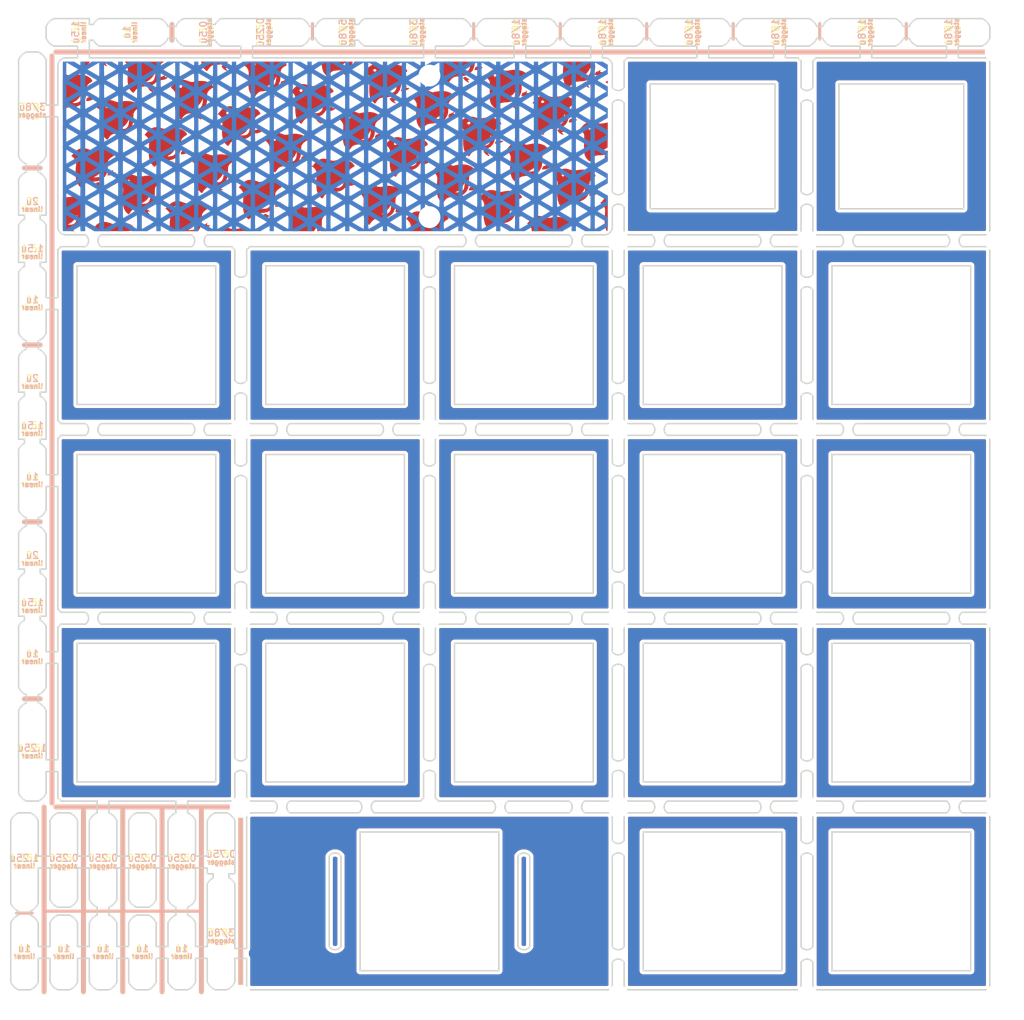
<source format=kicad_pcb>
(kicad_pcb (version 20171130) (host pcbnew "(5.0.2)-1")
  (title_block (title "SU120 Yakitori Keyboard Plate") (rev 2) (company @e3w2q))
  (layers (0 F.Cu signal) (31 B.Cu signal) (34 B.Paste user) (35 F.Paste user) (36 B.SilkS user) (37 F.SilkS user) (38 B.Mask user hide) (39 F.Mask user) (44 Edge.Cuts user))
  (net 0 "")
  (module "#footprint:RotaryEncoder_Plate_Hole" (layer F.Cu) (at 127.79375 66.675168)
    (fp_text reference SW5 hide)
    (fp_text value SW_Push hide)
    (fp_line (start -6.3 -6.3) (end -6.3 6.3) (layer Edge.Cuts) (width 0.15))
    (fp_line (start 6.3 6.3) (end -6.3 6.3) (layer Edge.Cuts) (width 0.15))
    (fp_line (start 6.3 -6.3) (end -6.3 -6.3) (layer Edge.Cuts) (width 0.15))
    (fp_line (start 6.3 -6.3) (end 6.3 6.3) (layer Edge.Cuts) (width 0.15))
  )
  (module "#footprint:RotaryEncoder_Plate_Hole" (layer F.Cu) (at 108.74375 66.675)
    (fp_text reference SW5 hide)
    (fp_text value SW_Push hide)
    (fp_line (start -6.3 -6.3) (end -6.3 6.3) (layer Edge.Cuts) (width 0.15))
    (fp_line (start 6.3 6.3) (end -6.3 6.3) (layer Edge.Cuts) (width 0.15))
    (fp_line (start 6.3 -6.3) (end -6.3 -6.3) (layer Edge.Cuts) (width 0.15))
    (fp_line (start 6.3 -6.3) (end 6.3 6.3) (layer Edge.Cuts) (width 0.15))
  )
  (module "#footprint:Chidori_F_Cu" (layer F.Cu) (at 70.643928 66.675168)
    (fp_text reference G*** hide)
    (fp_text value LOGO hide)
    (fp_poly (pts (xy 2.490682 -8.550463) (xy 2.593346 -8.545847) (xy 2.635079 -8.534479) (xy 2.627748 -8.513354) (xy 2.58739 -8.482378) (xy 2.466212 -8.416414) (xy 2.316511 -8.361013) (xy 2.161037 -8.321186) (xy 2.022539 -8.301942) (xy 1.923767 -8.308291) (xy 1.891302 -8.329083) (xy 1.890181 -8.38923) (xy 1.908606 -8.456084) (xy 1.93205 -8.501946) (xy 1.972077 -8.530143) (xy 2.046856 -8.544928) (xy 2.174553 -8.550559) (xy 2.315222 -8.551333) (xy 2.490682 -8.550463)) (layer F.Cu) (width 0.01))
    (fp_poly (pts (xy -23.447509 -8.548194) (xy -23.283299 -8.526609) (xy -23.117983 -8.477519) (xy -23.092833 -8.466667) (xy -22.9235 -8.388279) (xy -23.061083 -8.38514) (xy -23.162351 -8.372658) (xy -23.191343 -8.33533) (xy -23.14934 -8.263897) (xy -23.087061 -8.197273) (xy -23.019776 -8.120833) (xy -23.018702 -8.09118) (xy -23.085348 -8.108154) (xy -23.221223 -8.171591) (xy -23.23952 -8.180917) (xy -23.376671 -8.269391) (xy -23.497952 -8.377101) (xy -23.529082 -8.41375) (xy -23.632851 -8.551333) (xy -23.447509 -8.548194)) (layer F.Cu) (width 0.01))
    (fp_poly (pts (xy -24.922488 -8.3185) (xy -25.007971 -8.200021) (xy -25.079326 -8.116175) (xy -25.119906 -8.085667) (xy -25.168436 -8.114137) (xy -25.254145 -8.188247) (xy -25.343757 -8.27691) (xy -25.439723 -8.383267) (xy -25.506059 -8.46864) (xy -25.527 -8.509744) (xy -25.487283 -8.529213) (xy -25.378449 -8.54344) (xy -25.215972 -8.550731) (xy -25.14634 -8.551333) (xy -24.765679 -8.551333) (xy -24.922488 -8.3185)) (layer F.Cu) (width 0.01))
    (fp_poly (pts (xy 14.64363 -8.233303) (xy 14.624367 -8.159329) (xy 14.606048 -8.109589) (xy 14.585086 -8.04079) (xy 14.604757 -8.00968) (xy 14.683244 -8.001321) (xy 14.738231 -8.001) (xy 14.844708 -7.997525) (xy 14.881422 -7.981091) (xy 14.863184 -7.942684) (xy 14.8536 -7.930791) (xy 14.739097 -7.840561) (xy 14.571886 -7.765247) (xy 14.383877 -7.716913) (xy 14.257966 -7.705597) (xy 14.059099 -7.704667) (xy 14.113456 -7.861673) (xy 14.169845 -7.97662) (xy 14.254378 -8.037305) (xy 14.312323 -8.055623) (xy 14.442826 -8.107983) (xy 14.552083 -8.181163) (xy 14.620992 -8.238649) (xy 14.64363 -8.233303)) (layer F.Cu) (width 0.01))
    (fp_poly (pts (xy -11.180031 -8.133329) (xy -11.100383 -8.08409) (xy -10.983304 -8.021088) (xy -10.943167 -8.001025) (xy -10.773833 -7.918193) (xy -10.912906 -7.917263) (xy -11.004869 -7.911813) (xy -11.028633 -7.88531) (xy -11.001241 -7.821083) (xy -10.934495 -7.725137) (xy -10.883335 -7.674263) (xy -10.846818 -7.632604) (xy -10.872964 -7.619574) (xy -10.945163 -7.634069) (xy -11.046804 -7.674984) (xy -11.070072 -7.686692) (xy -11.263028 -7.815362) (xy -11.393289 -7.973486) (xy -11.413761 -8.010528) (xy -11.4497 -8.092494) (xy -11.432477 -8.131184) (xy -11.360541 -8.154445) (xy -11.246144 -8.158582) (xy -11.180031 -8.133329)) (layer F.Cu) (width 0.01))
    (fp_poly (pts (xy -11.824788 -8.55063) (xy -11.524014 -8.548636) (xy -11.262058 -8.545523) (xy -11.048921 -8.541465) (xy -10.894605 -8.536635) (xy -10.809112 -8.531205) (xy -10.795 -8.527825) (xy -10.830318 -8.4994) (xy -10.922324 -8.448774) (xy -11.03423 -8.394793) (xy -11.159901 -8.343929) (xy -11.29219 -8.307388) (xy -11.453371 -8.280987) (xy -11.665721 -8.260543) (xy -11.799119 -8.251178) (xy -12.057319 -8.230586) (xy -12.245083 -8.205871) (xy -12.376623 -8.174611) (xy -12.458852 -8.138782) (xy -12.578299 -8.043579) (xy -12.713566 -7.89605) (xy -12.843701 -7.720131) (xy -12.8905 -7.645703) (xy -12.922814 -7.608898) (xy -12.967236 -7.614139) (xy -13.044408 -7.667711) (xy -13.093041 -7.70737) (xy -13.248564 -7.876982) (xy -13.38075 -8.096186) (xy -13.469672 -8.329976) (xy -13.484413 -8.394921) (xy -13.513756 -8.551333) (xy -12.154378 -8.551333) (xy -11.824788 -8.55063)) (layer F.Cu) (width 0.01))
    (fp_poly (pts (xy 26.769264 -7.640394) (xy 26.754667 -7.598833) (xy 26.734684 -7.5318) (xy 26.755519 -7.501461) (xy 26.83544 -7.493303) (xy 26.887898 -7.493) (xy 26.994375 -7.489525) (xy 27.031088 -7.473091) (xy 27.012851 -7.434684) (xy 27.003267 -7.422791) (xy 26.888377 -7.332294) (xy 26.720602 -7.256976) (xy 26.531662 -7.208785) (xy 26.405417 -7.197597) (xy 26.288157 -7.20131) (xy 26.215692 -7.211799) (xy 26.204333 -7.219193) (xy 26.219177 -7.269373) (xy 26.255858 -7.364745) (xy 26.265673 -7.388527) (xy 26.326631 -7.49404) (xy 26.402348 -7.533572) (xy 26.429297 -7.535333) (xy 26.535755 -7.561262) (xy 26.639218 -7.62) (xy 26.733876 -7.687615) (xy 26.774897 -7.694839) (xy 26.769264 -7.640394)) (layer F.Cu) (width 0.01))
    (fp_poly (pts (xy 0.974076 -7.596679) (xy 1.056051 -7.548509) (xy 1.161492 -7.478507) (xy 1.281812 -7.422137) (xy 1.359893 -7.388209) (xy 1.358167 -7.371283) (xy 1.3335 -7.368573) (xy 1.23186 -7.346936) (xy 1.18973 -7.32728) (xy 1.161516 -7.290502) (xy 1.189278 -7.235193) (xy 1.240723 -7.179762) (xy 1.306199 -7.107253) (xy 1.311163 -7.075299) (xy 1.278659 -7.069825) (xy 1.194707 -7.091135) (xy 1.087279 -7.142803) (xy 1.077696 -7.148531) (xy 0.979128 -7.222563) (xy 0.874273 -7.321826) (xy 0.78371 -7.424094) (xy 0.728016 -7.507142) (xy 0.719667 -7.535218) (xy 0.756065 -7.568477) (xy 0.843155 -7.598062) (xy 0.974076 -7.596679)) (layer F.Cu) (width 0.01))
    (fp_poly (pts (xy 1.711719 -8.543119) (xy 1.766823 -8.510647) (xy 1.762777 -8.442176) (xy 1.701708 -8.325965) (xy 1.650531 -8.246407) (xy 1.493138 -8.054673) (xy 1.298508 -7.90598) (xy 1.056291 -7.795921) (xy 0.756136 -7.720088) (xy 0.387691 -7.674076) (xy 0.289705 -7.667091) (xy 0.072569 -7.651825) (xy -0.079314 -7.635299) (xy -0.185301 -7.613121) (xy -0.264747 -7.580895) (xy -0.337008 -7.53423) (xy -0.354935 -7.520773) (xy -0.470286 -7.410948) (xy -0.582048 -7.270753) (xy -0.616912 -7.216399) (xy -0.683946 -7.109514) (xy -0.735375 -7.040971) (xy -0.752639 -7.027333) (xy -0.792501 -7.055534) (xy -0.872609 -7.129332) (xy -0.97171 -7.228755) (xy -1.12946 -7.430011) (xy -1.240654 -7.664838) (xy -1.311403 -7.949614) (xy -1.342906 -8.22325) (xy -1.366765 -8.551333) (xy 1.121833 -8.547893) (xy 0.975204 -8.422561) (xy 0.841537 -8.322134) (xy 0.697185 -8.232922) (xy 0.669454 -8.218504) (xy 0.566341 -8.157606) (xy 0.544545 -8.116153) (xy 0.604695 -8.092918) (xy 0.737305 -8.086597) (xy 0.95309 -8.117382) (xy 1.144671 -8.199511) (xy 1.289414 -8.321198) (xy 1.340956 -8.400925) (xy 1.394886 -8.496363) (xy 1.457137 -8.5397) (xy 1.561824 -8.551106) (xy 1.59534 -8.551333) (xy 1.711719 -8.543119)) (layer F.Cu) (width 0.01))
    (fp_poly (pts (xy -17.172736 -7.132394) (xy -17.187333 -7.090833) (xy -17.207316 -7.0238) (xy -17.186481 -6.993461) (xy -17.10656 -6.985303) (xy -17.054102 -6.985) (xy -16.947625 -6.981525) (xy -16.910912 -6.965091) (xy -16.929149 -6.926684) (xy -16.938733 -6.914791) (xy -17.053623 -6.824294) (xy -17.221398 -6.748976) (xy -17.410338 -6.700785) (xy -17.536583 -6.689597) (xy -17.653843 -6.69331) (xy -17.726308 -6.703799) (xy -17.737667 -6.711193) (xy -17.722823 -6.761373) (xy -17.686142 -6.856745) (xy -17.676327 -6.880527) (xy -17.615369 -6.98604) (xy -17.539652 -7.025572) (xy -17.512703 -7.027333) (xy -17.406245 -7.053262) (xy -17.302782 -7.112) (xy -17.208124 -7.179615) (xy -17.167103 -7.186839) (xy -17.172736 -7.132394)) (layer F.Cu) (width 0.01))
    (fp_poly (pts (xy 13.193721 -6.997871) (xy 13.223072 -6.967166) (xy 13.290988 -6.910599) (xy 13.401726 -6.847241) (xy 13.440833 -6.829052) (xy 13.54236 -6.782896) (xy 13.572555 -6.758983) (xy 13.537962 -6.746328) (xy 13.49375 -6.740194) (xy 13.401869 -6.711069) (xy 13.385472 -6.653112) (xy 13.44392 -6.560878) (xy 13.469379 -6.532645) (xy 13.524082 -6.461734) (xy 13.510495 -6.439079) (xy 13.429911 -6.464702) (xy 13.299584 -6.529917) (xy 13.163295 -6.624292) (xy 13.041203 -6.741492) (xy 13.015795 -6.773333) (xy 12.907737 -6.9215) (xy 13.04119 -6.97637) (xy 13.138212 -7.008462) (xy 13.193721 -6.997871)) (layer F.Cu) (width 0.01))
    (fp_poly (pts (xy 12.694867 -8.550032) (xy 13.047199 -8.546115) (xy 13.316179 -8.539562) (xy 13.502445 -8.530352) (xy 13.606634 -8.518464) (xy 13.631333 -8.507314) (xy 13.604878 -8.412858) (xy 13.534298 -8.277307) (xy 13.43277 -8.121896) (xy 13.313472 -7.967858) (xy 13.256989 -7.904095) (xy 13.117205 -7.774217) (xy 12.958742 -7.656577) (xy 12.848167 -7.593022) (xy 12.6365 -7.493827) (xy 12.905269 -7.493414) (xy 13.086992 -7.504608) (xy 13.245502 -7.534636) (xy 13.311085 -7.558034) (xy 13.461887 -7.675221) (xy 13.5749 -7.860973) (xy 13.645413 -8.105915) (xy 13.66427 -8.261002) (xy 13.685043 -8.551333) (xy 13.891021 -8.551333) (xy 14.014114 -8.548628) (xy 14.074643 -8.530645) (xy 14.094714 -8.482584) (xy 14.096497 -8.41375) (xy 14.078273 -8.244308) (xy 14.031612 -8.039701) (xy 13.967013 -7.839949) (xy 13.914514 -7.720097) (xy 13.844393 -7.61881) (xy 13.735521 -7.49672) (xy 13.647714 -7.412965) (xy 13.395494 -7.242415) (xy 13.090717 -7.130374) (xy 12.728533 -7.075339) (xy 12.536791 -7.068737) (xy 12.297232 -7.059548) (xy 12.118888 -7.031248) (xy 11.999748 -6.990094) (xy 11.823683 -6.876171) (xy 11.661467 -6.712759) (xy 11.54584 -6.532903) (xy 11.544998 -6.531064) (xy 11.497607 -6.458784) (xy 11.439048 -6.444486) (xy 11.357995 -6.491867) (xy 11.243123 -6.604622) (xy 11.210772 -6.640143) (xy 11.028566 -6.90097) (xy 10.947131 -7.095226) (xy 10.895109 -7.318494) (xy 10.858826 -7.592761) (xy 10.840724 -7.885411) (xy 10.843243 -8.163827) (xy 10.855986 -8.313037) (xy 10.885759 -8.551333) (xy 12.258546 -8.551333) (xy 12.694867 -8.550032)) (layer F.Cu) (width 0.01))
    (fp_poly (pts (xy 27.512645 -6.598942) (xy 27.516664 -6.505755) (xy 27.516667 -6.501191) (xy 27.514064 -6.402862) (xy 27.507645 -6.354097) (xy 27.506083 -6.352865) (xy 27.464605 -6.37117) (xy 27.40025 -6.401668) (xy 27.327367 -6.452185) (xy 27.304743 -6.498404) (xy 27.342366 -6.519316) (xy 27.344309 -6.519333) (xy 27.4029 -6.54635) (xy 27.450143 -6.585857) (xy 27.493936 -6.621233) (xy 27.512645 -6.598942)) (layer F.Cu) (width 0.01))
    (fp_poly (pts (xy -4.968705 -6.712264) (xy -5.008903 -6.612811) (xy -5.021029 -6.582833) (xy -5.020448 -6.542384) (xy -4.965146 -6.522909) (xy -4.862279 -6.517996) (xy -4.677833 -6.516658) (xy -4.79432 -6.414133) (xy -4.975962 -6.303739) (xy -5.208225 -6.238126) (xy -5.391446 -6.223236) (xy -5.496406 -6.229594) (xy -5.534261 -6.254601) (xy -5.528849 -6.290433) (xy -5.497869 -6.385331) (xy -5.477397 -6.459766) (xy -5.425878 -6.543658) (xy -5.356485 -6.561667) (xy -5.263413 -6.584898) (xy -5.144028 -6.643161) (xy -5.101612 -6.669931) (xy -5.003378 -6.729428) (xy -4.96527 -6.733125) (xy -4.968705 -6.712264)) (layer F.Cu) (width 0.01))
    (fp_poly (pts (xy 25.353635 -6.439996) (xy 25.433284 -6.390757) (xy 25.550363 -6.327754) (xy 25.5905 -6.307692) (xy 25.759833 -6.22486) (xy 25.62076 -6.22393) (xy 25.528797 -6.218479) (xy 25.505033 -6.191976) (xy 25.532425 -6.12775) (xy 25.599172 -6.031803) (xy 25.650331 -5.98093) (xy 25.686848 -5.93927) (xy 25.660702 -5.926241) (xy 25.588504 -5.940736) (xy 25.486863 -5.981651) (xy 25.463594 -5.993359) (xy 25.270638 -6.122029) (xy 25.140377 -6.280152) (xy 25.119906 -6.317195) (xy 25.083967 -6.399161) (xy 25.10119 -6.437851) (xy 25.173126 -6.461112) (xy 25.287522 -6.465249) (xy 25.353635 -6.439996)) (layer F.Cu) (width 0.01))
    (fp_poly (pts (xy 26.227821 -8.314579) (xy 26.241321 -7.943583) (xy 26.190003 -7.594379) (xy 26.077519 -7.281063) (xy 25.907524 -7.017735) (xy 25.885095 -6.992009) (xy 25.733601 -6.844105) (xy 25.571604 -6.733993) (xy 25.382224 -6.655327) (xy 25.148582 -6.601759) (xy 24.853796 -6.566943) (xy 24.730361 -6.557836) (xy 24.472281 -6.53702) (xy 24.284703 -6.511916) (xy 24.153486 -6.480098) (xy 24.074814 -6.445449) (xy 23.955368 -6.350246) (xy 23.8201 -6.202717) (xy 23.689966 -6.026798) (xy 23.643167 -5.95237) (xy 23.610853 -5.915565) (xy 23.56643 -5.920806) (xy 23.489258 -5.974378) (xy 23.440626 -6.014036) (xy 23.270198 -6.192364) (xy 23.142753 -6.413062) (xy 23.056236 -6.683898) (xy 23.012477 -6.985827) (xy 24.786167 -6.985827) (xy 25.075968 -6.985414) (xy 25.309715 -7.000315) (xy 25.468152 -7.04622) (xy 25.484728 -7.055271) (xy 25.630176 -7.185204) (xy 25.731603 -7.379362) (xy 25.790992 -7.64221) (xy 25.80388 -7.774208) (xy 25.826448 -8.106833) (xy 25.737376 -7.884878) (xy 25.623797 -7.674329) (xy 25.459396 -7.460601) (xy 25.267027 -7.268436) (xy 25.069544 -7.122574) (xy 24.997962 -7.084456) (xy 24.786167 -6.985827) (xy 23.012477 -6.985827) (xy 23.00859 -7.01264) (xy 22.997762 -7.407057) (xy 23.006703 -7.65386) (xy 23.01847 -7.882032) (xy 23.028207 -8.093463) (xy 23.035008 -8.26678) (xy 23.037967 -8.380607) (xy 23.038022 -8.392583) (xy 23.037792 -8.551333) (xy 26.198241 -8.551333) (xy 26.227821 -8.314579)) (layer F.Cu) (width 0.01))
    (fp_poly (pts (xy 7.223295 -6.077264) (xy 7.182729 -5.976748) (xy 7.169028 -5.94277) (xy 7.163908 -5.900533) (xy 7.20681 -5.885244) (xy 7.315282 -5.89079) (xy 7.317579 -5.891009) (xy 7.431867 -5.893047) (xy 7.479795 -5.873228) (xy 7.479692 -5.864322) (xy 7.423872 -5.80178) (xy 7.308579 -5.733471) (xy 7.157466 -5.669708) (xy 6.994187 -5.620805) (xy 6.872336 -5.599481) (xy 6.737817 -5.588043) (xy 6.670062 -5.59222) (xy 6.651972 -5.615991) (xy 6.660598 -5.648779) (xy 6.693926 -5.750027) (xy 6.714603 -5.824766) (xy 6.766122 -5.908658) (xy 6.835515 -5.926667) (xy 6.928587 -5.949898) (xy 7.047972 -6.008161) (xy 7.090388 -6.034931) (xy 7.188622 -6.094428) (xy 7.22673 -6.098125) (xy 7.223295 -6.077264)) (layer F.Cu) (width 0.01))
    (fp_poly (pts (xy -18.588365 -5.931996) (xy -18.508716 -5.882757) (xy -18.391637 -5.819754) (xy -18.3515 -5.799692) (xy -18.182167 -5.71686) (xy -18.32124 -5.71593) (xy -18.413203 -5.710479) (xy -18.436967 -5.683976) (xy -18.409575 -5.61975) (xy -18.342828 -5.523803) (xy -18.291669 -5.47293) (xy -18.255152 -5.43127) (xy -18.281298 -5.418241) (xy -18.353496 -5.432736) (xy -18.455137 -5.473651) (xy -18.478406 -5.485359) (xy -18.671362 -5.614029) (xy -18.801623 -5.772152) (xy -18.822094 -5.809195) (xy -18.858033 -5.891161) (xy -18.84081 -5.929851) (xy -18.768874 -5.953112) (xy -18.654478 -5.957249) (xy -18.588365 -5.931996)) (layer F.Cu) (width 0.01))
    (fp_poly (pts (xy -17.293167 -8.548651) (xy -17.407273 -8.463478) (xy -17.533081 -8.352755) (xy -17.620491 -8.228479) (xy -17.675774 -8.073094) (xy -17.7052 -7.869043) (xy -17.715018 -7.601872) (xy -17.727782 -7.28437) (xy -17.76472 -7.030477) (xy -17.831656 -6.821149) (xy -17.934414 -6.63734) (xy -18.056905 -6.484009) (xy -18.208399 -6.336105) (xy -18.370396 -6.225993) (xy -18.559776 -6.147327) (xy -18.793418 -6.093759) (xy -19.088204 -6.058943) (xy -19.211639 -6.049836) (xy -19.469719 -6.02902) (xy -19.657297 -6.003916) (xy -19.788514 -5.972098) (xy -19.867186 -5.937449) (xy -19.986632 -5.842246) (xy -20.1219 -5.694717) (xy -20.252034 -5.518798) (xy -20.298833 -5.44437) (xy -20.331147 -5.407565) (xy -20.37557 -5.412806) (xy -20.452742 -5.466378) (xy -20.501374 -5.506036) (xy -20.671863 -5.684431) (xy -20.799329 -5.905196) (xy -20.885828 -6.176097) (xy -20.929495 -6.477827) (xy -19.155833 -6.477827) (xy -18.866032 -6.477414) (xy -18.632285 -6.492315) (xy -18.473848 -6.53822) (xy -18.457272 -6.547271) (xy -18.311824 -6.677204) (xy -18.210397 -6.871362) (xy -18.151008 -7.13421) (xy -18.13812 -7.266208) (xy -18.115552 -7.598833) (xy -18.204624 -7.376878) (xy -18.318203 -7.166329) (xy -18.482604 -6.952601) (xy -18.674973 -6.760436) (xy -18.872456 -6.614574) (xy -18.944038 -6.576456) (xy -19.155833 -6.477827) (xy -20.929495 -6.477827) (xy -20.933413 -6.504898) (xy -20.944138 -6.899364) (xy -20.935138 -7.14586) (xy -20.918857 -7.473298) (xy -20.911521 -7.729282) (xy -20.915118 -7.926737) (xy -20.931636 -8.078591) (xy -20.963063 -8.197768) (xy -21.011388 -8.297196) (xy -21.078598 -8.3898) (xy -21.136665 -8.456084) (xy -21.223759 -8.551333) (xy -17.293167 -8.548651)) (layer F.Cu) (width 0.01))
    (fp_poly (pts (xy 19.372962 -5.569264) (xy 19.332396 -5.468748) (xy 19.318694 -5.43477) (xy 19.313575 -5.392533) (xy 19.356476 -5.377244) (xy 19.464949 -5.38279) (xy 19.467246 -5.383009) (xy 19.581533 -5.385047) (xy 19.629462 -5.365228) (xy 19.629359 -5.356322) (xy 19.573538 -5.29378) (xy 19.458246 -5.225471) (xy 19.307133 -5.161708) (xy 19.143854 -5.112805) (xy 19.022003 -5.091481) (xy 18.887483 -5.080043) (xy 18.819728 -5.08422) (xy 18.801638 -5.107991) (xy 18.810265 -5.140779) (xy 18.843592 -5.242027) (xy 18.86427 -5.316766) (xy 18.915789 -5.400658) (xy 18.985182 -5.418667) (xy 19.078253 -5.441898) (xy 19.197638 -5.500161) (xy 19.240054 -5.526931) (xy 19.338289 -5.586428) (xy 19.376396 -5.590125) (xy 19.372962 -5.569264)) (layer F.Cu) (width 0.01))
    (fp_poly (pts (xy -6.394704 -5.479342) (xy -6.367112 -5.45652) (xy -6.280299 -5.391004) (xy -6.159832 -5.332298) (xy -6.143798 -5.326487) (xy -5.990167 -5.273454) (xy -6.134196 -5.250811) (xy -6.278225 -5.228167) (xy -6.162183 -5.090583) (xy -6.094372 -5.003276) (xy -6.083326 -4.963495) (xy -6.134582 -4.968868) (xy -6.253678 -5.017026) (xy -6.292869 -5.03464) (xy -6.397827 -5.10042) (xy -6.504955 -5.195505) (xy -6.597109 -5.300225) (xy -6.657142 -5.394911) (xy -6.667909 -5.459891) (xy -6.666254 -5.463017) (xy -6.596395 -5.506823) (xy -6.492327 -5.51197) (xy -6.394704 -5.479342)) (layer F.Cu) (width 0.01))
    (fp_poly (pts (xy -5.050336 -8.456083) (xy -4.969496 -8.35395) (xy -4.916988 -8.270292) (xy -4.894903 -8.204504) (xy -4.926817 -8.161219) (xy -5.001988 -8.125244) (xy -5.128162 -8.058144) (xy -5.252221 -7.970875) (xy -5.256478 -7.967325) (xy -5.363248 -7.863599) (xy -5.437275 -7.750799) (xy -5.484302 -7.610817) (xy -5.510069 -7.425546) (xy -5.520318 -7.176877) (xy -5.520867 -7.133448) (xy -5.534603 -6.81565) (xy -5.57283 -6.56175) (xy -5.64186 -6.352951) (xy -5.748005 -6.17046) (xy -5.897577 -5.995481) (xy -5.90586 -5.987047) (xy -6.051442 -5.85551) (xy -6.202958 -5.757489) (xy -6.377561 -5.687069) (xy -6.592406 -5.638338) (xy -6.864646 -5.605382) (xy -7.053972 -5.591269) (xy -7.284502 -5.574353) (xy -7.448097 -5.555548) (xy -7.562474 -5.531425) (xy -7.64535 -5.498557) (xy -7.696218 -5.467016) (xy -7.835603 -5.349168) (xy -7.959863 -5.211921) (xy -8.045744 -5.082381) (xy -8.064428 -5.037895) (xy -8.109684 -4.9676) (xy -8.182905 -4.966584) (xy -8.289724 -5.036281) (xy -8.37714 -5.117474) (xy -8.521964 -5.294638) (xy -8.627893 -5.503892) (xy -8.699504 -5.759262) (xy -8.733305 -6.013981) (xy -6.963833 -6.013981) (xy -6.684344 -6.012657) (xy -6.505856 -6.019373) (xy -6.378719 -6.046361) (xy -6.270628 -6.100832) (xy -6.261011 -6.107142) (xy -6.11448 -6.244456) (xy -6.014826 -6.434523) (xy -5.957788 -6.687007) (xy -5.944882 -6.823652) (xy -5.935631 -6.979777) (xy -5.934382 -7.060369) (xy -5.943435 -7.074374) (xy -5.965091 -7.030732) (xy -5.985198 -6.980328) (xy -6.149424 -6.664274) (xy -6.3717 -6.392855) (xy -6.638705 -6.180993) (xy -6.757949 -6.11484) (xy -6.963833 -6.013981) (xy -8.733305 -6.013981) (xy -8.741373 -6.074776) (xy -8.753006 -6.269644) (xy -8.757152 -6.50922) (xy -8.752246 -6.759488) (xy -8.739398 -6.984498) (xy -8.727388 -7.099625) (xy -8.711472 -7.423698) (xy -8.759362 -7.694183) (xy -8.87238 -7.914624) (xy -9.05185 -8.088565) (xy -9.110847 -8.127394) (xy -9.190456 -8.179887) (xy -9.202838 -8.208464) (xy -9.154725 -8.230424) (xy -9.151351 -8.2315) (xy -9.074884 -8.284367) (xy -9.021824 -8.34792) (xy -8.332333 -8.34792) (xy -8.321432 -8.242656) (xy -8.270036 -8.165824) (xy -8.197309 -8.142881) (xy -8.181255 -8.14724) (xy -8.105756 -8.168355) (xy -8.086734 -8.170333) (xy -8.03973 -8.20517) (xy -8.022521 -8.286197) (xy -8.041655 -8.378191) (xy -8.046333 -8.387604) (xy -8.11853 -8.452191) (xy -8.212678 -8.461741) (xy -8.295468 -8.420876) (xy -8.332333 -8.34792) (xy -9.021824 -8.34792) (xy -8.994555 -8.380581) (xy -8.979169 -8.405044) (xy -8.892856 -8.551333) (xy -5.137092 -8.551333) (xy -5.050336 -8.456083)) (layer F.Cu) (width 0.01))
    (fp_poly (pts (xy -24.598193 -5.009855) (xy -24.62965 -4.916547) (xy -24.618655 -4.874982) (xy -24.549334 -4.868758) (xy -24.468282 -4.875626) (xy -24.353371 -4.876694) (xy -24.318056 -4.851243) (xy -24.361973 -4.800583) (xy -24.484754 -4.726027) (xy -24.514247 -4.710658) (xy -24.649792 -4.654203) (xy -24.802527 -4.609608) (xy -24.947416 -4.581887) (xy -25.059425 -4.576049) (xy -25.109561 -4.591492) (xy -25.120866 -4.65413) (xy -25.096896 -4.750404) (xy -25.051691 -4.845634) (xy -24.999291 -4.905141) (xy -24.980147 -4.911177) (xy -24.90517 -4.931551) (xy -24.79235 -4.982534) (xy -24.735777 -5.013121) (xy -24.558387 -5.114554) (xy -24.598193 -5.009855)) (layer F.Cu) (width 0.01))
    (fp_poly (pts (xy 5.763461 -4.90153) (xy 5.80509 -4.861304) (xy 5.816726 -4.845624) (xy 5.885522 -4.791065) (xy 5.99799 -4.73562) (xy 6.033032 -4.72257) (xy 6.201777 -4.664558) (xy 6.059119 -4.627591) (xy 5.916461 -4.590625) (xy 6.03116 -4.454313) (xy 6.098116 -4.371877) (xy 6.13119 -4.325366) (xy 6.131513 -4.321342) (xy 6.085854 -4.336321) (xy 5.995042 -4.367984) (xy 5.990167 -4.369712) (xy 5.761492 -4.489056) (xy 5.596444 -4.660716) (xy 5.574957 -4.695073) (xy 5.498413 -4.826225) (xy 5.609463 -4.868446) (xy 5.709229 -4.902702) (xy 5.763461 -4.90153)) (layer F.Cu) (width 0.01))
    (fp_poly (pts (xy 4.320598 -8.325516) (xy 4.489645 -8.28821) (xy 4.668873 -8.235471) (xy 4.687723 -8.229064) (xy 4.839572 -8.179993) (xy 4.968769 -8.150086) (xy 5.096589 -8.138997) (xy 5.244309 -8.146381) (xy 5.433203 -8.17189) (xy 5.672667 -8.213046) (xy 6.009157 -8.242184) (xy 6.348119 -8.214938) (xy 6.666847 -8.135665) (xy 6.942634 -8.008722) (xy 7.025263 -7.953504) (xy 7.11681 -7.867647) (xy 7.196182 -7.76275) (xy 7.251556 -7.660012) (xy 7.271111 -7.58063) (xy 7.251612 -7.547648) (xy 7.116385 -7.474286) (xy 6.963708 -7.352626) (xy 6.821533 -7.205834) (xy 6.786438 -7.162108) (xy 6.715335 -7.064303) (xy 6.676016 -6.985436) (xy 6.661836 -6.89644) (xy 6.66615 -6.768248) (xy 6.674009 -6.670366) (xy 6.674812 -6.306728) (xy 6.618116 -5.962693) (xy 6.508075 -5.660573) (xy 6.473942 -5.596347) (xy 6.323151 -5.384026) (xy 6.135783 -5.219643) (xy 5.901774 -5.098446) (xy 5.611061 -5.015682) (xy 5.253582 -4.966597) (xy 5.120505 -4.957054) (xy 4.848484 -4.934389) (xy 4.643297 -4.897503) (xy 4.487332 -4.83828) (xy 4.362977 -4.748606) (xy 4.25262 -4.620368) (xy 4.190229 -4.528465) (xy 4.113009 -4.415938) (xy 4.051012 -4.339569) (xy 4.023046 -4.318) (xy 3.979791 -4.3467) (xy 3.898012 -4.42175) (xy 3.800836 -4.521215) (xy 3.673693 -4.672846) (xy 3.580229 -4.827573) (xy 3.515893 -5.001802) (xy 3.476135 -5.211938) (xy 3.462858 -5.388527) (xy 5.291667 -5.388527) (xy 5.33017 -5.379752) (xy 5.430922 -5.378224) (xy 5.566377 -5.383962) (xy 5.78363 -5.413293) (xy 5.931868 -5.470805) (xy 5.955056 -5.486544) (xy 6.098188 -5.640868) (xy 6.194545 -5.857557) (xy 6.246306 -6.141792) (xy 6.250126 -6.187372) (xy 6.272976 -6.498167) (xy 6.147561 -6.241214) (xy 5.972003 -5.943396) (xy 5.764896 -5.713148) (xy 5.516437 -5.537437) (xy 5.398212 -5.467396) (xy 5.316794 -5.412812) (xy 5.291667 -5.388527) (xy 3.462858 -5.388527) (xy 3.456402 -5.474384) (xy 3.45203 -5.7785) (xy 3.453989 -6.028531) (xy 3.457982 -6.280557) (xy 3.463442 -6.506447) (xy 3.469805 -6.678066) (xy 3.470339 -6.688667) (xy 3.473555 -6.889577) (xy 3.456627 -7.031757) (xy 3.417722 -7.137466) (xy 3.352535 -7.232699) (xy 3.257384 -7.340597) (xy 3.153411 -7.440611) (xy 3.061758 -7.512187) (xy 3.008427 -7.535334) (xy 3.012265 -7.562331) (xy 3.063174 -7.631006) (xy 3.10515 -7.678184) (xy 3.123017 -7.697328) (xy 3.850852 -7.697328) (xy 3.868591 -7.596361) (xy 3.926112 -7.54724) (xy 4.020585 -7.539096) (xy 4.115308 -7.571147) (xy 4.151611 -7.602382) (xy 4.182226 -7.687939) (xy 4.142904 -7.762193) (xy 4.048002 -7.805889) (xy 3.996466 -7.8105) (xy 3.892704 -7.780206) (xy 3.850852 -7.697328) (xy 3.123017 -7.697328) (xy 3.216092 -7.797051) (xy 3.344116 -7.934247) (xy 3.399323 -7.993419) (xy 3.591982 -8.148678) (xy 3.831467 -8.266436) (xy 4.082945 -8.331552) (xy 4.19606 -8.339667) (xy 4.320598 -8.325516)) (layer F.Cu) (width 0.01))
    (fp_poly (pts (xy -12.365037 -4.50797) (xy -12.3843 -4.433996) (xy -12.402619 -4.384256) (xy -12.42358 -4.315457) (xy -12.40391 -4.284347) (xy -12.325422 -4.275987) (xy -12.270436 -4.275667) (xy -12.163959 -4.272192) (xy -12.127245 -4.255758) (xy -12.145483 -4.217351) (xy -12.155067 -4.205458) (xy -12.269569 -4.115228) (xy -12.43678 -4.039914) (xy -12.624789 -3.99158) (xy -12.750701 -3.980263) (xy -12.949568 -3.979333) (xy -12.895211 -4.13634) (xy -12.838822 -4.251287) (xy -12.754289 -4.311972) (xy -12.696344 -4.33029) (xy -12.56584 -4.382649) (xy -12.456583 -4.45583) (xy -12.387675 -4.513315) (xy -12.365037 -4.50797)) (layer F.Cu) (width 0.01))
    (fp_poly (pts (xy 17.913127 -4.39353) (xy 17.954757 -4.353304) (xy 17.966393 -4.337624) (xy 18.035189 -4.283065) (xy 18.147656 -4.22762) (xy 18.182698 -4.21457) (xy 18.351444 -4.156558) (xy 18.208786 -4.119591) (xy 18.066127 -4.082625) (xy 18.180827 -3.946313) (xy 18.247782 -3.863877) (xy 18.280857 -3.817366) (xy 18.28118 -3.813342) (xy 18.235521 -3.828321) (xy 18.144709 -3.859984) (xy 18.139833 -3.861712) (xy 17.911159 -3.981056) (xy 17.746111 -4.152716) (xy 17.724623 -4.187073) (xy 17.64808 -4.318225) (xy 17.759129 -4.360446) (xy 17.858896 -4.394702) (xy 17.913127 -4.39353)) (layer F.Cu) (width 0.01))
    (fp_poly (pts (xy 16.470265 -7.817516) (xy 16.639312 -7.78021) (xy 16.81854 -7.727471) (xy 16.83739 -7.721064) (xy 16.989239 -7.671993) (xy 17.118436 -7.642086) (xy 17.246256 -7.630997) (xy 17.393975 -7.638381) (xy 17.58287 -7.66389) (xy 17.822333 -7.705046) (xy 18.158824 -7.734184) (xy 18.497786 -7.706938) (xy 18.816514 -7.627665) (xy 19.092301 -7.500722) (xy 19.174929 -7.445504) (xy 19.266476 -7.359647) (xy 19.345848 -7.25475) (xy 19.401223 -7.152012) (xy 19.420777 -7.07263) (xy 19.401279 -7.039648) (xy 19.266052 -6.966286) (xy 19.113375 -6.844626) (xy 18.9712 -6.697834) (xy 18.936105 -6.654108) (xy 18.865001 -6.556303) (xy 18.825682 -6.477436) (xy 18.811503 -6.38844) (xy 18.815817 -6.260248) (xy 18.823676 -6.162366) (xy 18.824479 -5.798728) (xy 18.767782 -5.454693) (xy 18.657742 -5.152573) (xy 18.623609 -5.088347) (xy 18.472818 -4.876026) (xy 18.28545 -4.711643) (xy 18.05144 -4.590446) (xy 17.760728 -4.507682) (xy 17.403248 -4.458597) (xy 17.270172 -4.449054) (xy 16.998151 -4.426389) (xy 16.792963 -4.389503) (xy 16.636998 -4.33028) (xy 16.512643 -4.240606) (xy 16.402286 -4.112368) (xy 16.339895 -4.020465) (xy 16.262675 -3.907938) (xy 16.200679 -3.831569) (xy 16.172713 -3.81) (xy 16.129458 -3.8387) (xy 16.047678 -3.91375) (xy 15.950502 -4.013215) (xy 15.823359 -4.164846) (xy 15.729896 -4.319573) (xy 15.66556 -4.493802) (xy 15.625802 -4.703938) (xy 15.612525 -4.880527) (xy 17.441333 -4.880527) (xy 17.479837 -4.871752) (xy 17.580589 -4.870224) (xy 17.716044 -4.875962) (xy 17.933297 -4.905293) (xy 18.081534 -4.962805) (xy 18.104722 -4.978544) (xy 18.247855 -5.132868) (xy 18.344211 -5.349557) (xy 18.395973 -5.633792) (xy 18.399792 -5.679372) (xy 18.422642 -5.990167) (xy 18.297227 -5.733214) (xy 18.121669 -5.435396) (xy 17.914563 -5.205148) (xy 17.666103 -5.029437) (xy 17.547879 -4.959396) (xy 17.466461 -4.904812) (xy 17.441333 -4.880527) (xy 15.612525 -4.880527) (xy 15.606069 -4.966384) (xy 15.601697 -5.2705) (xy 15.603656 -5.520531) (xy 15.607648 -5.772557) (xy 15.613109 -5.998447) (xy 15.619472 -6.170066) (xy 15.620006 -6.180667) (xy 15.623222 -6.381577) (xy 15.606294 -6.523757) (xy 15.567388 -6.629466) (xy 15.502201 -6.724699) (xy 15.407051 -6.832597) (xy 15.303078 -6.932611) (xy 15.211425 -7.004187) (xy 15.158093 -7.027334) (xy 15.161932 -7.054331) (xy 15.212841 -7.123006) (xy 15.254817 -7.170184) (xy 15.272684 -7.189328) (xy 16.000518 -7.189328) (xy 16.018258 -7.088361) (xy 16.075778 -7.03924) (xy 16.170251 -7.031096) (xy 16.264975 -7.063147) (xy 16.301278 -7.094382) (xy 16.331893 -7.179939) (xy 16.292571 -7.254193) (xy 16.197669 -7.297889) (xy 16.146132 -7.3025) (xy 16.04237 -7.272206) (xy 16.000518 -7.189328) (xy 15.272684 -7.189328) (xy 15.365759 -7.289051) (xy 15.493783 -7.426247) (xy 15.54899 -7.485419) (xy 15.741649 -7.640678) (xy 15.981134 -7.758436) (xy 16.232611 -7.823552) (xy 16.345727 -7.831667) (xy 16.470265 -7.817516)) (layer F.Cu) (width 0.01))
    (fp_poly (pts (xy -27.342696 -7.309416) (xy -27.220876 -7.272002) (xy -27.072345 -7.219431) (xy -27.068093 -7.217834) (xy -26.883343 -7.154228) (xy -26.732679 -7.122185) (xy -26.584842 -7.120236) (xy -26.408578 -7.146913) (xy -26.259877 -7.179867) (xy -25.880436 -7.232647) (xy -25.502588 -7.216657) (xy -25.148409 -7.133659) (xy -25.014806 -7.080507) (xy -24.828896 -6.977581) (xy -24.672723 -6.856198) (xy -24.561953 -6.731304) (xy -24.512252 -6.61784) (xy -24.511 -6.599932) (xy -24.545461 -6.5465) (xy -24.632997 -6.478144) (xy -24.690917 -6.44391) (xy -24.828967 -6.346558) (xy -24.959128 -6.218265) (xy -24.994672 -6.172894) (xy -25.048101 -6.093119) (xy -25.083783 -6.019865) (xy -25.105644 -5.933221) (xy -25.117609 -5.813281) (xy -25.123603 -5.640136) (xy -25.125893 -5.507412) (xy -25.136863 -5.218128) (xy -25.16083 -5.000337) (xy -25.199228 -4.841658) (xy -25.204874 -4.826) (xy -25.330171 -4.56142) (xy -25.491427 -4.350654) (xy -25.697232 -4.188675) (xy -25.95618 -4.070453) (xy -26.276862 -3.99096) (xy -26.667871 -3.945167) (xy -26.715356 -3.941983) (xy -26.939152 -3.925546) (xy -27.097052 -3.906755) (xy -27.207813 -3.881806) (xy -27.290192 -3.846896) (xy -27.339773 -3.815384) (xy -27.474333 -3.719568) (xy -27.474333 -4.420101) (xy -26.485659 -4.420101) (xy -26.4795 -4.402667) (xy -26.4155 -4.370111) (xy -26.296993 -4.362167) (xy -26.149896 -4.376974) (xy -26.000125 -4.412671) (xy -25.921067 -4.442748) (xy -25.767357 -4.54404) (xy -25.657037 -4.693956) (xy -25.58496 -4.902796) (xy -25.545982 -5.180859) (xy -25.544887 -5.195664) (xy -25.521394 -5.5245) (xy -25.624073 -5.284114) (xy -25.705714 -5.118354) (xy -25.803192 -4.955135) (xy -25.859835 -4.875696) (xy -25.959652 -4.769847) (xy -26.089916 -4.658086) (xy -26.228793 -4.556241) (xy -26.354449 -4.480142) (xy -26.445049 -4.445616) (xy -26.453955 -4.445) (xy -26.485659 -4.420101) (xy -27.474333 -4.420101) (xy -27.474333 -5.521618) (xy -27.474024 -5.964662) (xy -27.472931 -6.330197) (xy -27.470805 -6.625379) (xy -27.467398 -6.857364) (xy -27.462462 -7.033309) (xy -27.455748 -7.160369) (xy -27.447009 -7.245701) (xy -27.435996 -7.29646) (xy -27.42246 -7.319802) (xy -27.4118 -7.323667) (xy -27.342696 -7.309416)) (layer F.Cu) (width 0.01))
    (fp_poly (pts (xy -0.227372 -4.045264) (xy -0.26757 -3.945811) (xy -0.279696 -3.915833) (xy -0.279115 -3.875384) (xy -0.223812 -3.855909) (xy -0.120946 -3.850996) (xy 0.0635 -3.849658) (xy -0.052987 -3.747133) (xy -0.234629 -3.636739) (xy -0.466891 -3.571126) (xy -0.650113 -3.556236) (xy -0.755073 -3.562594) (xy -0.792928 -3.587601) (xy -0.787515 -3.623433) (xy -0.756536 -3.718331) (xy -0.736064 -3.792766) (xy -0.684545 -3.876658) (xy -0.615152 -3.894667) (xy -0.52208 -3.917898) (xy -0.402695 -3.976161) (xy -0.360279 -4.002931) (xy -0.262044 -4.062428) (xy -0.223937 -4.066125) (xy -0.227372 -4.045264)) (layer F.Cu) (width 0.01))
    (fp_poly (pts (xy -26.03459 -3.871345) (xy -25.952616 -3.823176) (xy -25.847175 -3.753173) (xy -25.726854 -3.696804) (xy -25.648774 -3.662876) (xy -25.6505 -3.645949) (xy -25.675167 -3.643239) (xy -25.776806 -3.621603) (xy -25.818936 -3.601947) (xy -25.84715 -3.565169) (xy -25.819389 -3.50986) (xy -25.767944 -3.454429) (xy -25.702468 -3.38192) (xy -25.697504 -3.349965) (xy -25.730008 -3.344492) (xy -25.81396 -3.365802) (xy -25.921388 -3.41747) (xy -25.930971 -3.423197) (xy -26.029539 -3.49723) (xy -26.134393 -3.596493) (xy -26.224957 -3.698761) (xy -26.280651 -3.781809) (xy -26.289 -3.809885) (xy -26.252601 -3.843143) (xy -26.165512 -3.872729) (xy -26.03459 -3.871345)) (layer F.Cu) (width 0.01))
    (fp_poly (pts (xy 11.955345 -3.365345) (xy 11.945025 -3.299086) (xy 11.971848 -3.268565) (xy 12.055691 -3.260017) (xy 12.107927 -3.259667) (xy 12.216876 -3.256338) (xy 12.256096 -3.240607) (xy 12.240439 -3.203857) (xy 12.228933 -3.189458) (xy 12.114043 -3.098961) (xy 11.946268 -3.023643) (xy 11.757329 -2.975452) (xy 11.631083 -2.964263) (xy 11.513851 -2.970521) (xy 11.441381 -2.987485) (xy 11.43 -2.99935) (xy 11.442872 -3.061091) (xy 11.474093 -3.161803) (xy 11.476474 -3.168683) (xy 11.53454 -3.271532) (xy 11.614058 -3.302158) (xy 11.710326 -3.323906) (xy 11.827098 -3.377021) (xy 11.843517 -3.38667) (xy 11.981868 -3.471023) (xy 11.955345 -3.365345)) (layer F.Cu) (width 0.01))
    (fp_poly (pts (xy -13.814945 -3.272537) (xy -13.785595 -3.241833) (xy -13.717679 -3.185266) (xy -13.60694 -3.121907) (xy -13.567833 -3.103719) (xy -13.466307 -3.057562) (xy -13.436111 -3.03365) (xy -13.470704 -3.020995) (xy -13.514917 -3.014861) (xy -13.606798 -2.985735) (xy -13.623195 -2.927779) (xy -13.564747 -2.835544) (xy -13.539288 -2.807312) (xy -13.484585 -2.736401) (xy -13.498172 -2.713746) (xy -13.578755 -2.739368) (xy -13.709082 -2.804583) (xy -13.845372 -2.898958) (xy -13.967464 -3.016159) (xy -13.992872 -3.048) (xy -14.100929 -3.196167) (xy -13.967476 -3.251036) (xy -13.870455 -3.283129) (xy -13.814945 -3.272537)) (layer F.Cu) (width 0.01))
    (fp_poly (pts (xy -15.140697 -6.691209) (xy -15.007167 -6.648467) (xy -14.787344 -6.571127) (xy -14.626188 -6.521204) (xy -14.503224 -6.496043) (xy -14.397972 -6.492989) (xy -14.289956 -6.509385) (xy -14.169026 -6.539774) (xy -13.963097 -6.581699) (xy -13.73003 -6.599668) (xy -13.479106 -6.597623) (xy -13.270982 -6.587343) (xy -13.118395 -6.569515) (xy -12.992226 -6.537813) (xy -12.863354 -6.485908) (xy -12.778674 -6.445423) (xy -12.585527 -6.335344) (xy -12.450786 -6.219173) (xy -12.38201 -6.13) (xy -12.32205 -6.02688) (xy -12.296544 -5.956286) (xy -12.302187 -5.938589) (xy -12.479579 -5.848241) (xy -12.657426 -5.712967) (xy -12.796647 -5.562714) (xy -12.801358 -5.556107) (xy -12.860655 -5.466738) (xy -12.897027 -5.388586) (xy -12.915302 -5.297679) (xy -12.920307 -5.170048) (xy -12.916891 -4.982463) (xy -12.925781 -4.611065) (xy -12.977014 -4.302808) (xy -13.07487 -4.045202) (xy -13.22363 -3.82576) (xy -13.360602 -3.68794) (xy -13.612696 -3.517345) (xy -13.917066 -3.405248) (xy -14.278717 -3.350098) (xy -14.471876 -3.343404) (xy -14.711434 -3.334215) (xy -14.889779 -3.305915) (xy -15.008918 -3.264761) (xy -15.184984 -3.150837) (xy -15.347199 -2.987425) (xy -15.462827 -2.80757) (xy -15.463669 -2.805731) (xy -15.511059 -2.73345) (xy -15.569618 -2.719153) (xy -15.650671 -2.766533) (xy -15.765544 -2.879289) (xy -15.797895 -2.914809) (xy -15.970875 -3.169813) (xy -16.08998 -3.490077) (xy -16.137086 -3.768494) (xy -14.372167 -3.768494) (xy -14.103398 -3.76808) (xy -13.921674 -3.779274) (xy -13.763165 -3.809303) (xy -13.697581 -3.8327) (xy -13.544412 -3.951345) (xy -13.432098 -4.138962) (xy -13.364066 -4.388577) (xy -13.346973 -4.546252) (xy -13.328776 -4.847167) (xy -13.435527 -4.625449) (xy -13.573039 -4.398213) (xy -13.754672 -4.180398) (xy -13.957632 -3.99583) (xy -14.159125 -3.868335) (xy -14.1605 -3.867689) (xy -14.372167 -3.768494) (xy -16.137086 -3.768494) (xy -16.155198 -3.875538) (xy -16.166519 -4.326134) (xy -16.132232 -4.773538) (xy -16.10772 -5.047752) (xy -16.109834 -5.259021) (xy -16.143243 -5.426167) (xy -16.212621 -5.568016) (xy -16.322638 -5.703392) (xy -16.376362 -5.757333) (xy -16.5735 -5.947833) (xy -16.521994 -6.003311) (xy -15.734951 -6.003311) (xy -15.703979 -5.9458) (xy -15.621137 -5.889249) (xy -15.522365 -5.910502) (xy -15.476321 -5.940048) (xy -15.419847 -6.024073) (xy -15.433538 -6.121341) (xy -15.504583 -6.19708) (xy -15.599442 -6.218605) (xy -15.681474 -6.17834) (xy -15.732652 -6.099003) (xy -15.734951 -6.003311) (xy -16.521994 -6.003311) (xy -16.467667 -6.061827) (xy -16.371645 -6.170087) (xy -16.264644 -6.297348) (xy -16.239054 -6.328922) (xy -16.062582 -6.491135) (xy -15.831357 -6.619474) (xy -15.572947 -6.699856) (xy -15.486199 -6.713481) (xy -15.310395 -6.720265) (xy -15.140697 -6.691209)) (layer F.Cu) (width 0.01))
    (fp_poly (pts (xy 24.156628 -2.902264) (xy 24.116062 -2.801748) (xy 24.102361 -2.76777) (xy 24.097241 -2.725533) (xy 24.140143 -2.710244) (xy 24.248616 -2.71579) (xy 24.250913 -2.716009) (xy 24.3652 -2.718047) (xy 24.413129 -2.698228) (xy 24.413025 -2.689322) (xy 24.357205 -2.62678) (xy 24.241912 -2.558471) (xy 24.0908 -2.494708) (xy 23.92752 -2.445805) (xy 23.80567 -2.424481) (xy 23.67115 -2.413043) (xy 23.603395 -2.41722) (xy 23.585305 -2.440991) (xy 23.593931 -2.473779) (xy 23.627259 -2.575027) (xy 23.647936 -2.649766) (xy 23.699455 -2.733658) (xy 23.768848 -2.751667) (xy 23.86192 -2.774898) (xy 23.981305 -2.833161) (xy 24.023721 -2.859931) (xy 24.121956 -2.919428) (xy 24.160063 -2.923125) (xy 24.156628 -2.902264)) (layer F.Cu) (width 0.01))
    (fp_poly (pts (xy -1.65337 -2.812342) (xy -1.625779 -2.78952) (xy -1.538965 -2.724004) (xy -1.418498 -2.665298) (xy -1.402465 -2.659487) (xy -1.248833 -2.606454) (xy -1.392862 -2.583811) (xy -1.536891 -2.561167) (xy -1.420849 -2.423583) (xy -1.353039 -2.336276) (xy -1.341992 -2.296495) (xy -1.393248 -2.301868) (xy -1.512345 -2.350026) (xy -1.551535 -2.36764) (xy -1.656494 -2.43342) (xy -1.763622 -2.528505) (xy -1.855775 -2.633225) (xy -1.915808 -2.727911) (xy -1.926576 -2.792891) (xy -1.92492 -2.796017) (xy -1.855062 -2.839823) (xy -1.750993 -2.84497) (xy -1.65337 -2.812342)) (layer F.Cu) (width 0.01))
    (fp_poly (pts (xy -2.96649 -6.250866) (xy -2.693729 -6.17219) (xy -2.531977 -6.116412) (xy -2.415939 -6.079204) (xy -2.321623 -6.066552) (xy -2.214482 -6.078203) (xy -2.063606 -6.112992) (xy -1.788782 -6.161683) (xy -1.489393 -6.181124) (xy -1.193771 -6.171786) (xy -0.930244 -6.134139) (xy -0.781285 -6.09166) (xy -0.546762 -5.977021) (xy -0.348564 -5.828161) (xy -0.208635 -5.662256) (xy -0.18963 -5.62865) (xy -0.154445 -5.547571) (xy -0.17113 -5.502421) (xy -0.252962 -5.461438) (xy -0.260916 -5.458135) (xy -0.386878 -5.391129) (xy -0.510843 -5.303913) (xy -0.515145 -5.300325) (xy -0.621914 -5.196599) (xy -0.695942 -5.083799) (xy -0.742968 -4.943817) (xy -0.768735 -4.758546) (xy -0.778985 -4.509877) (xy -0.779534 -4.466448) (xy -0.79327 -4.14865) (xy -0.831497 -3.89475) (xy -0.900527 -3.685951) (xy -1.006672 -3.50346) (xy -1.156243 -3.328481) (xy -1.164526 -3.320047) (xy -1.310109 -3.18851) (xy -1.461624 -3.090489) (xy -1.636228 -3.020069) (xy -1.851072 -2.971338) (xy -2.123313 -2.938382) (xy -2.312639 -2.924269) (xy -2.543169 -2.907353) (xy -2.706764 -2.888548) (xy -2.82114 -2.864425) (xy -2.904017 -2.831557) (xy -2.954885 -2.800016) (xy -3.094269 -2.682168) (xy -3.21853 -2.544921) (xy -3.304411 -2.415381) (xy -3.323094 -2.370895) (xy -3.368351 -2.3006) (xy -3.441571 -2.299584) (xy -3.548391 -2.369281) (xy -3.635807 -2.450474) (xy -3.780631 -2.627638) (xy -3.88656 -2.836892) (xy -3.958171 -3.092262) (xy -3.991971 -3.346981) (xy -2.2225 -3.346981) (xy -1.943011 -3.345657) (xy -1.764523 -3.352373) (xy -1.637385 -3.379361) (xy -1.529295 -3.433832) (xy -1.519677 -3.440142) (xy -1.373146 -3.577456) (xy -1.273493 -3.767523) (xy -1.216454 -4.020007) (xy -1.203549 -4.156652) (xy -1.194298 -4.312777) (xy -1.193048 -4.393369) (xy -1.202101 -4.407374) (xy -1.223758 -4.363732) (xy -1.243865 -4.313328) (xy -1.40809 -3.997274) (xy -1.630367 -3.725855) (xy -1.897372 -3.513993) (xy -2.016615 -3.44784) (xy -2.2225 -3.346981) (xy -3.991971 -3.346981) (xy -4.000039 -3.407776) (xy -4.011673 -3.602644) (xy -4.015819 -3.84222) (xy -4.010913 -4.092488) (xy -3.998065 -4.317498) (xy -3.986055 -4.432625) (xy -3.970341 -4.75777) (xy -4.018872 -5.029412) (xy -4.132701 -5.250395) (xy -4.312879 -5.423563) (xy -4.365252 -5.457802) (xy -4.487364 -5.532063) (xy -4.381515 -5.580291) (xy -4.303658 -5.629748) (xy -4.275667 -5.671637) (xy -4.271499 -5.68092) (xy -3.591 -5.68092) (xy -3.580099 -5.575656) (xy -3.528703 -5.498824) (xy -3.455976 -5.475881) (xy -3.439922 -5.48024) (xy -3.364422 -5.501355) (xy -3.3454 -5.503333) (xy -3.298397 -5.53817) (xy -3.281188 -5.619197) (xy -3.300322 -5.711191) (xy -3.304999 -5.720604) (xy -3.377196 -5.785191) (xy -3.471345 -5.794741) (xy -3.554135 -5.753876) (xy -3.591 -5.68092) (xy -4.271499 -5.68092) (xy -4.243847 -5.742505) (xy -4.160817 -5.84334) (xy -4.045224 -5.956273) (xy -3.915713 -6.063429) (xy -3.79093 -6.146939) (xy -3.765574 -6.160561) (xy -3.574277 -6.242625) (xy -3.389104 -6.285452) (xy -3.192395 -6.28841) (xy -2.96649 -6.250866)) (layer F.Cu) (width 0.01))
    (fp_poly (pts (xy -19.835776 -2.354177) (xy -19.847404 -2.285549) (xy -19.82327 -2.253237) (xy -19.743712 -2.243191) (xy -19.679006 -2.242144) (xy -19.4945 -2.240622) (xy -19.615522 -2.141632) (xy -19.810172 -2.028453) (xy -20.047371 -1.961138) (xy -20.211859 -1.947333) (xy -20.314078 -1.951505) (xy -20.352158 -1.97876) (xy -20.34662 -2.051209) (xy -20.339552 -2.084917) (xy -20.30921 -2.2062) (xy -20.275466 -2.265567) (xy -20.22163 -2.284719) (xy -20.184915 -2.286) (xy -20.092559 -2.307727) (xy -19.976272 -2.36138) (xy -19.9526 -2.375343) (xy -19.80804 -2.464687) (xy -19.835776 -2.354177)) (layer F.Cu) (width 0.01))
    (fp_poly (pts (xy 10.569745 -2.191848) (xy 10.582807 -2.180643) (xy 10.667095 -2.1256) (xy 10.788456 -2.068394) (xy 10.818974 -2.056626) (xy 10.9855 -1.995633) (xy 10.847917 -1.99265) (xy 10.747279 -1.980623) (xy 10.716872 -1.942194) (xy 10.753397 -1.864935) (xy 10.798072 -1.804876) (xy 10.850102 -1.729326) (xy 10.847059 -1.699584) (xy 10.783222 -1.714835) (xy 10.652869 -1.774263) (xy 10.637285 -1.781945) (xy 10.513462 -1.861908) (xy 10.408985 -1.96206) (xy 10.336495 -2.06478) (xy 10.308633 -2.152447) (xy 10.333802 -2.204991) (xy 10.454487 -2.240645) (xy 10.569745 -2.191848)) (layer F.Cu) (width 0.01))
    (fp_poly (pts (xy 9.013243 -5.665355) (xy 9.366129 -5.616646) (xy 9.578386 -5.547365) (xy 9.822273 -5.445031) (xy 10.201016 -5.521918) (xy 10.616064 -5.579027) (xy 10.996883 -5.577012) (xy 11.33638 -5.517618) (xy 11.627465 -5.402589) (xy 11.863045 -5.233669) (xy 11.993282 -5.081164) (xy 12.048793 -4.989587) (xy 12.051123 -4.929791) (xy 11.9915 -4.877514) (xy 11.902242 -4.829355) (xy 11.758147 -4.73415) (xy 11.620756 -4.607276) (xy 11.512253 -4.472495) (xy 11.45482 -4.35357) (xy 11.453792 -4.348974) (xy 11.444511 -4.269767) (xy 11.434458 -4.12723) (xy 11.424936 -3.942674) (xy 11.418203 -3.767667) (xy 11.408524 -3.54294) (xy 11.393736 -3.379157) (xy 11.36956 -3.252601) (xy 11.331717 -3.139553) (xy 11.286646 -3.038538) (xy 11.121291 -2.781122) (xy 10.901896 -2.575962) (xy 10.644035 -2.437452) (xy 10.631314 -2.432853) (xy 10.50884 -2.40159) (xy 10.327954 -2.370301) (xy 10.114816 -2.342978) (xy 9.932611 -2.326205) (xy 9.654902 -2.299833) (xy 9.444974 -2.262961) (xy 9.286009 -2.208444) (xy 9.161188 -2.129136) (xy 9.053692 -2.017891) (xy 8.983775 -1.923079) (xy 8.899131 -1.809379) (xy 8.826759 -1.728876) (xy 8.790427 -1.702697) (xy 8.73479 -1.724092) (xy 8.646528 -1.791718) (xy 8.584372 -1.850863) (xy 8.421144 -2.059122) (xy 8.30182 -2.307871) (xy 8.224796 -2.604902) (xy 8.209505 -2.753526) (xy 10.011833 -2.753526) (xy 10.287 -2.752755) (xy 10.488239 -2.763911) (xy 10.634607 -2.802291) (xy 10.697695 -2.83462) (xy 10.836996 -2.956618) (xy 10.930939 -3.130247) (xy 10.98439 -3.366222) (xy 10.996309 -3.492163) (xy 11.015514 -3.788833) (xy 10.881401 -3.525481) (xy 10.717382 -3.273325) (xy 10.504192 -3.048658) (xy 10.266199 -2.875629) (xy 10.181167 -2.83156) (xy 10.011833 -2.753526) (xy 8.209505 -2.753526) (xy 8.188466 -2.958007) (xy 8.191227 -3.374977) (xy 8.2113 -3.662671) (xy 8.231826 -3.901546) (xy 8.24339 -4.07351) (xy 8.245319 -4.195912) (xy 8.236941 -4.286101) (xy 8.217583 -4.361426) (xy 8.186574 -4.439236) (xy 8.180681 -4.452634) (xy 8.09333 -4.599675) (xy 7.974741 -4.74127) (xy 7.931047 -4.781697) (xy 7.76549 -4.92069) (xy 7.814965 -4.97291) (xy 8.614816 -4.97291) (xy 8.674714 -4.898132) (xy 8.771929 -4.870861) (xy 8.88312 -4.905519) (xy 8.921803 -4.971056) (xy 8.925454 -5.042454) (xy 8.880246 -5.12216) (xy 8.79396 -5.16216) (xy 8.698928 -5.158504) (xy 8.62748 -5.107245) (xy 8.614954 -5.080381) (xy 8.614816 -4.97291) (xy 7.814965 -4.97291) (xy 7.893828 -5.056146) (xy 8.010401 -5.181238) (xy 8.128837 -5.311283) (xy 8.144171 -5.328419) (xy 8.255489 -5.428548) (xy 8.401709 -5.529671) (xy 8.479081 -5.573124) (xy 8.605389 -5.630503) (xy 8.719332 -5.660849) (xy 8.854647 -5.669987) (xy 9.013243 -5.665355)) (layer F.Cu) (width 0.01))
    (fp_poly (pts (xy -27.416391 -2.129825) (xy -27.389071 -2.116348) (xy -27.328465 -2.065618) (xy -27.25205 -1.978976) (xy -27.176503 -1.879051) (xy -27.118502 -1.788475) (xy -27.094724 -1.729879) (xy -27.097722 -1.720996) (xy -27.142228 -1.695794) (xy -27.236196 -1.646493) (xy -27.294417 -1.616703) (xy -27.474333 -1.525359) (xy -27.474333 -1.843669) (xy -27.473072 -2.004468) (xy -27.46614 -2.095698) (xy -27.44882 -2.132452) (xy -27.416391 -2.129825)) (layer F.Cu) (width 0.01))
    (fp_poly (pts (xy -7.643776 -1.719177) (xy -7.655404 -1.650549) (xy -7.63127 -1.618237) (xy -7.551712 -1.608191) (xy -7.487006 -1.607144) (xy -7.3025 -1.605622) (xy -7.423522 -1.506632) (xy -7.618172 -1.393453) (xy -7.855371 -1.326138) (xy -8.019859 -1.312333) (xy -8.122078 -1.316505) (xy -8.160158 -1.34376) (xy -8.15462 -1.416209) (xy -8.147552 -1.449917) (xy -8.11721 -1.5712) (xy -8.083466 -1.630567) (xy -8.02963 -1.649719) (xy -7.992915 -1.651) (xy -7.900559 -1.672727) (xy -7.784272 -1.72638) (xy -7.7606 -1.740343) (xy -7.61604 -1.829687) (xy -7.643776 -1.719177)) (layer F.Cu) (width 0.01))
    (fp_poly (pts (xy 22.696794 -1.72653) (xy 22.738423 -1.686304) (xy 22.75006 -1.670624) (xy 22.818856 -1.616065) (xy 22.931323 -1.56062) (xy 22.966365 -1.54757) (xy 23.13511 -1.489558) (xy 22.992452 -1.452591) (xy 22.849794 -1.415625) (xy 22.964493 -1.279313) (xy 23.031449 -1.196877) (xy 23.064524 -1.150366) (xy 23.064846 -1.146342) (xy 23.019187 -1.161321) (xy 22.928376 -1.192984) (xy 22.9235 -1.194712) (xy 22.694826 -1.314056) (xy 22.529777 -1.485716) (xy 22.50829 -1.520073) (xy 22.431747 -1.651225) (xy 22.542796 -1.693446) (xy 22.642562 -1.727702) (xy 22.696794 -1.72653)) (layer F.Cu) (width 0.01))
    (fp_poly (pts (xy 21.253932 -5.150516) (xy 21.422978 -5.11321) (xy 21.602207 -5.060471) (xy 21.621057 -5.054064) (xy 21.772906 -5.004993) (xy 21.902102 -4.975086) (xy 22.029923 -4.963997) (xy 22.177642 -4.971381) (xy 22.366537 -4.99689) (xy 22.606 -5.038046) (xy 22.94249 -5.067184) (xy 23.281453 -5.039938) (xy 23.600181 -4.960665) (xy 23.875967 -4.833722) (xy 23.958596 -4.778504) (xy 24.050143 -4.692647) (xy 24.129515 -4.58775) (xy 24.18489 -4.485012) (xy 24.204444 -4.40563) (xy 24.184946 -4.372648) (xy 24.049719 -4.299286) (xy 23.897042 -4.177626) (xy 23.754867 -4.030834) (xy 23.719772 -3.987108) (xy 23.648668 -3.889303) (xy 23.609349 -3.810436) (xy 23.59517 -3.72144) (xy 23.599483 -3.593248) (xy 23.607343 -3.495366) (xy 23.608146 -3.131728) (xy 23.551449 -2.787693) (xy 23.441408 -2.485573) (xy 23.407276 -2.421347) (xy 23.256485 -2.209026) (xy 23.069116 -2.044643) (xy 22.835107 -1.923446) (xy 22.544394 -1.840682) (xy 22.186915 -1.791597) (xy 22.053839 -1.782054) (xy 21.781817 -1.759389) (xy 21.57663 -1.722503) (xy 21.420665 -1.66328) (xy 21.29631 -1.573606) (xy 21.185953 -1.445368) (xy 21.123562 -1.353465) (xy 21.046342 -1.240938) (xy 20.984345 -1.164569) (xy 20.95638 -1.143) (xy 20.913125 -1.1717) (xy 20.831345 -1.24675) (xy 20.734169 -1.346215) (xy 20.607026 -1.497846) (xy 20.513562 -1.652573) (xy 20.449227 -1.826802) (xy 20.409468 -2.036938) (xy 20.396192 -2.213527) (xy 22.225 -2.213527) (xy 22.263503 -2.204752) (xy 22.364255 -2.203224) (xy 22.499711 -2.208962) (xy 22.716964 -2.238293) (xy 22.865201 -2.295805) (xy 22.888389 -2.311544) (xy 23.031522 -2.465868) (xy 23.127878 -2.682557) (xy 23.179639 -2.966792) (xy 23.183459 -3.012372) (xy 23.206309 -3.323167) (xy 23.080894 -3.066214) (xy 22.905336 -2.768396) (xy 22.69823 -2.538148) (xy 22.44977 -2.362437) (xy 22.331546 -2.292396) (xy 22.250128 -2.237812) (xy 22.225 -2.213527) (xy 20.396192 -2.213527) (xy 20.389736 -2.299384) (xy 20.385363 -2.6035) (xy 20.387322 -2.853531) (xy 20.391315 -3.105557) (xy 20.396776 -3.331447) (xy 20.403138 -3.503066) (xy 20.403673 -3.513667) (xy 20.406889 -3.714577) (xy 20.389961 -3.856757) (xy 20.351055 -3.962466) (xy 20.285868 -4.057699) (xy 20.190717 -4.165597) (xy 20.086744 -4.265611) (xy 19.995092 -4.337187) (xy 19.94176 -4.360334) (xy 19.945599 -4.387331) (xy 19.996508 -4.456006) (xy 20.038483 -4.503184) (xy 20.05635 -4.522328) (xy 20.784185 -4.522328) (xy 20.801924 -4.421361) (xy 20.859445 -4.37224) (xy 20.953918 -4.364096) (xy 21.048641 -4.396147) (xy 21.084945 -4.427382) (xy 21.115559 -4.512939) (xy 21.076238 -4.587193) (xy 20.981335 -4.630889) (xy 20.929799 -4.6355) (xy 20.826037 -4.605206) (xy 20.784185 -4.522328) (xy 20.05635 -4.522328) (xy 20.149425 -4.622051) (xy 20.277449 -4.759247) (xy 20.332657 -4.818419) (xy 20.525316 -4.973678) (xy 20.7648 -5.091436) (xy 21.016278 -5.156552) (xy 21.129394 -5.164667) (xy 21.253932 -5.150516)) (layer F.Cu) (width 0.01))
    (fp_poly (pts (xy 4.547011 -1.248678) (xy 4.536691 -1.182419) (xy 4.563515 -1.151898) (xy 4.647357 -1.143351) (xy 4.699594 -1.143) (xy 4.808543 -1.139672) (xy 4.847763 -1.123941) (xy 4.832106 -1.08719) (xy 4.8206 -1.072791) (xy 4.70571 -0.982294) (xy 4.537935 -0.906976) (xy 4.348995 -0.858785) (xy 4.22275 -0.847597) (xy 4.105518 -0.853854) (xy 4.033048 -0.870818) (xy 4.021667 -0.882683) (xy 4.034538 -0.944424) (xy 4.065759 -1.045136) (xy 4.068141 -1.052016) (xy 4.126206 -1.154865) (xy 4.205724 -1.185492) (xy 4.301993 -1.207239) (xy 4.418764 -1.260355) (xy 4.435184 -1.270003) (xy 4.573535 -1.354356) (xy 4.547011 -1.248678)) (layer F.Cu) (width 0.01))
    (fp_poly (pts (xy -21.238305 -1.223564) (xy -21.227582 -1.210124) (xy -21.161773 -1.154688) (xy -21.050281 -1.089575) (xy -20.99349 -1.06245) (xy -20.806833 -0.979647) (xy -20.944417 -0.976657) (xy -21.048838 -0.960511) (xy -21.075785 -0.915079) (xy -21.026622 -0.835506) (xy -20.993806 -0.800806) (xy -20.930028 -0.729871) (xy -20.935224 -0.702744) (xy -21.014219 -0.707979) (xy -21.031782 -0.710696) (xy -21.110876 -0.746565) (xy -21.217924 -0.822948) (xy -21.331613 -0.920666) (xy -21.430628 -1.020543) (xy -21.493656 -1.1034) (xy -21.505333 -1.136791) (xy -21.470001 -1.186637) (xy -21.390175 -1.231212) (xy -21.296055 -1.253493) (xy -21.238305 -1.223564)) (layer F.Cu) (width 0.01))
    (fp_poly (pts (xy -22.526829 -4.63991) (xy -22.457833 -4.616498) (xy -22.236672 -4.538728) (xy -22.074699 -4.488516) (xy -21.952048 -4.46311) (xy -21.848851 -4.45976) (xy -21.74524 -4.475714) (xy -21.639337 -4.503147) (xy -21.336534 -4.560635) (xy -21.012407 -4.574967) (xy -20.689037 -4.548663) (xy -20.388502 -4.484241) (xy -20.132883 -4.384221) (xy -20.025014 -4.31896) (xy -19.941379 -4.242984) (xy -19.851154 -4.137613) (xy -19.774338 -4.029303) (xy -19.730931 -3.944509) (xy -19.727333 -3.925196) (xy -19.761952 -3.895202) (xy -19.850268 -3.844144) (xy -19.915643 -3.81106) (xy -20.113326 -3.670287) (xy -20.233143 -3.52486) (xy -20.292122 -3.43076) (xy -20.329755 -3.34819) (xy -20.350815 -3.254074) (xy -20.360076 -3.125335) (xy -20.362309 -2.938896) (xy -20.362333 -2.900259) (xy -20.384568 -2.505699) (xy -20.452819 -2.177667) (xy -20.569408 -1.910171) (xy -20.736659 -1.69722) (xy -20.871374 -1.586779) (xy -21.042103 -1.484372) (xy -21.225559 -1.410691) (xy -21.441884 -1.360367) (xy -21.711218 -1.328033) (xy -21.887172 -1.316087) (xy -22.156441 -1.29516) (xy -22.358946 -1.261212) (xy -22.512429 -1.206412) (xy -22.634633 -1.122927) (xy -22.7433 -1.002925) (xy -22.810467 -0.908524) (xy -22.89148 -0.794149) (xy -22.957202 -0.712625) (xy -22.987443 -0.68537) (xy -23.036438 -0.704076) (xy -23.123559 -0.766214) (xy -23.190664 -0.823307) (xy -23.364402 -1.029073) (xy -23.491005 -1.291787) (xy -23.571254 -1.615037) (xy -23.582218 -1.737526) (xy -21.822833 -1.737526) (xy -21.534981 -1.736597) (xy -21.341118 -1.746798) (xy -21.185283 -1.775752) (xy -21.126318 -1.79814) (xy -20.973156 -1.92001) (xy -20.868737 -2.104088) (xy -20.811121 -2.354502) (xy -20.799835 -2.492329) (xy -20.793003 -2.653532) (xy -20.792689 -2.739121) (xy -20.80143 -2.758056) (xy -20.821765 -2.719296) (xy -20.846462 -2.65695) (xy -21.013036 -2.339821) (xy -21.243532 -2.076804) (xy -21.532671 -1.873491) (xy -21.633537 -1.823393) (xy -21.822833 -1.737526) (xy -23.582218 -1.737526) (xy -23.605931 -2.002412) (xy -23.595818 -2.457499) (xy -23.582766 -2.62335) (xy -23.565499 -2.8462) (xy -23.555284 -3.048828) (xy -23.552759 -3.211137) (xy -23.55856 -3.313033) (xy -23.560568 -3.323538) (xy -23.646842 -3.539893) (xy -23.786333 -3.722552) (xy -23.895154 -3.808756) (xy -24.037041 -3.896447) (xy -23.964858 -3.972525) (xy -23.181848 -3.972525) (xy -23.157374 -3.917087) (xy -23.088367 -3.860487) (xy -23.00718 -3.865843) (xy -22.941884 -3.896156) (xy -22.873175 -3.969377) (xy -22.867065 -4.060649) (xy -22.914614 -4.142745) (xy -23.00688 -4.188437) (xy -23.038708 -4.191) (xy -23.118728 -4.154968) (xy -23.171535 -4.070386) (xy -23.181848 -3.972525) (xy -23.964858 -3.972525) (xy -23.92477 -4.014775) (xy -23.824059 -4.128339) (xy -23.717439 -4.259055) (xy -23.697125 -4.285485) (xy -23.558022 -4.418153) (xy -23.362727 -4.538361) (xy -23.13969 -4.631676) (xy -22.917361 -4.68366) (xy -22.91079 -4.684455) (xy -22.727279 -4.685236) (xy -22.526829 -4.63991)) (layer F.Cu) (width 0.01))
    (fp_poly (pts (xy 16.676807 -0.691855) (xy 16.64535 -0.598547) (xy 16.656345 -0.556982) (xy 16.725666 -0.550758) (xy 16.806718 -0.557626) (xy 16.921629 -0.558694) (xy 16.956944 -0.533243) (xy 16.913027 -0.482583) (xy 16.790246 -0.408027) (xy 16.760753 -0.392658) (xy 16.625208 -0.336203) (xy 16.472473 -0.291608) (xy 16.327584 -0.263887) (xy 16.215575 -0.258049) (xy 16.165439 -0.273492) (xy 16.154134 -0.33613) (xy 16.178104 -0.432404) (xy 16.223309 -0.527634) (xy 16.275709 -0.587141) (xy 16.294853 -0.593177) (xy 16.36983 -0.613551) (xy 16.48265 -0.664534) (xy 16.539223 -0.695121) (xy 16.716613 -0.796554) (xy 16.676807 -0.691855)) (layer F.Cu) (width 0.01))
    (fp_poly (pts (xy -9.046305 -0.588564) (xy -9.035582 -0.575124) (xy -8.969773 -0.519688) (xy -8.858281 -0.454575) (xy -8.80149 -0.42745) (xy -8.614833 -0.344647) (xy -8.752417 -0.341657) (xy -8.856838 -0.325511) (xy -8.883785 -0.280079) (xy -8.834622 -0.200506) (xy -8.801806 -0.165806) (xy -8.738028 -0.094871) (xy -8.743224 -0.067744) (xy -8.822219 -0.072979) (xy -8.839782 -0.075696) (xy -8.918876 -0.111565) (xy -9.025924 -0.187948) (xy -9.139613 -0.285666) (xy -9.238628 -0.385543) (xy -9.301656 -0.4684) (xy -9.313333 -0.501791) (xy -9.278001 -0.551637) (xy -9.198175 -0.596212) (xy -9.104055 -0.618493) (xy -9.046305 -0.588564)) (layer F.Cu) (width 0.01))
    (fp_poly (pts (xy -10.334829 -4.00491) (xy -10.265833 -3.981498) (xy -10.044672 -3.903728) (xy -9.882699 -3.853516) (xy -9.760048 -3.82811) (xy -9.656851 -3.82476) (xy -9.55324 -3.840714) (xy -9.447337 -3.868147) (xy -9.144534 -3.925635) (xy -8.820407 -3.939967) (xy -8.497037 -3.913663) (xy -8.196502 -3.849241) (xy -7.940883 -3.749221) (xy -7.833014 -3.68396) (xy -7.749379 -3.607984) (xy -7.659154 -3.502613) (xy -7.582338 -3.394303) (xy -7.538931 -3.309509) (xy -7.535333 -3.290196) (xy -7.569952 -3.260202) (xy -7.658268 -3.209144) (xy -7.723643 -3.17606) (xy -7.921326 -3.035287) (xy -8.041143 -2.88986) (xy -8.100122 -2.79576) (xy -8.137755 -2.71319) (xy -8.158815 -2.619074) (xy -8.168076 -2.490335) (xy -8.170309 -2.303896) (xy -8.170333 -2.265259) (xy -8.192568 -1.870699) (xy -8.260819 -1.542667) (xy -8.377408 -1.275171) (xy -8.544659 -1.06222) (xy -8.679374 -0.951779) (xy -8.850103 -0.849372) (xy -9.033559 -0.775691) (xy -9.249884 -0.725367) (xy -9.519218 -0.693033) (xy -9.695172 -0.681087) (xy -9.964441 -0.66016) (xy -10.166946 -0.626212) (xy -10.320429 -0.571412) (xy -10.442633 -0.487927) (xy -10.5513 -0.367925) (xy -10.618467 -0.273524) (xy -10.69948 -0.159149) (xy -10.765202 -0.077625) (xy -10.795443 -0.05037) (xy -10.844438 -0.069076) (xy -10.931559 -0.131214) (xy -10.998664 -0.188307) (xy -11.172402 -0.394073) (xy -11.299005 -0.656787) (xy -11.379254 -0.980037) (xy -11.390218 -1.102526) (xy -9.630833 -1.102526) (xy -9.342981 -1.101597) (xy -9.149118 -1.111798) (xy -8.993283 -1.140752) (xy -8.934318 -1.16314) (xy -8.781156 -1.28501) (xy -8.676737 -1.469088) (xy -8.619121 -1.719502) (xy -8.607835 -1.857329) (xy -8.601003 -2.018532) (xy -8.600689 -2.104121) (xy -8.60943 -2.123056) (xy -8.629765 -2.084296) (xy -8.654462 -2.02195) (xy -8.821036 -1.704821) (xy -9.051532 -1.441804) (xy -9.340671 -1.238491) (xy -9.441537 -1.188393) (xy -9.630833 -1.102526) (xy -11.390218 -1.102526) (xy -11.413931 -1.367412) (xy -11.403818 -1.822499) (xy -11.390766 -1.98835) (xy -11.373499 -2.2112) (xy -11.363284 -2.413828) (xy -11.360759 -2.576137) (xy -11.36656 -2.678033) (xy -11.368568 -2.688538) (xy -11.454842 -2.904893) (xy -11.594333 -3.087552) (xy -11.703154 -3.173756) (xy -11.845041 -3.261447) (xy -11.772858 -3.337525) (xy -10.989848 -3.337525) (xy -10.965374 -3.282087) (xy -10.896367 -3.225487) (xy -10.81518 -3.230843) (xy -10.749884 -3.261156) (xy -10.681175 -3.334377) (xy -10.675065 -3.425649) (xy -10.722614 -3.507745) (xy -10.81488 -3.553437) (xy -10.846708 -3.556) (xy -10.926728 -3.519968) (xy -10.979535 -3.435386) (xy -10.989848 -3.337525) (xy -11.772858 -3.337525) (xy -11.73277 -3.379775) (xy -11.632059 -3.493339) (xy -11.525439 -3.624055) (xy -11.505125 -3.650485) (xy -11.366022 -3.783153) (xy -11.170727 -3.903361) (xy -10.94769 -3.996676) (xy -10.725361 -4.04866) (xy -10.71879 -4.049455) (xy -10.535279 -4.050236) (xy -10.334829 -4.00491)) (layer F.Cu) (width 0.01))
    (fp_poly (pts (xy -27.193382 -0.221251) (xy -27.219286 -0.150923) (xy -27.240247 -0.082123) (xy -27.220576 -0.051014) (xy -27.142089 -0.042654) (xy -27.087102 -0.042333) (xy -26.980637 -0.038853) (xy -26.943945 -0.02242) (xy -26.962226 0.015953) (xy -26.971733 0.027724) (xy -27.077197 0.108385) (xy -27.254536 0.188637) (xy -27.379083 0.230615) (xy -27.438304 0.241602) (xy -27.465619 0.213468) (xy -27.472704 0.127012) (xy -27.472542 0.076936) (xy -27.462411 -0.046935) (xy -27.421399 -0.125189) (xy -27.32888 -0.196254) (xy -27.324375 -0.199134) (xy -27.225912 -0.259625) (xy -27.186398 -0.268902) (xy -27.193382 -0.221251)) (layer F.Cu) (width 0.01))
    (fp_poly (pts (xy 3.161412 -0.075181) (xy 3.174474 -0.063976) (xy 3.258761 -0.008933) (xy 3.380123 0.048273) (xy 3.41064 0.060041) (xy 3.577167 0.121034) (xy 3.439583 0.124017) (xy 3.338946 0.136043) (xy 3.308538 0.174473) (xy 3.345064 0.251731) (xy 3.389739 0.311791) (xy 3.441768 0.387341) (xy 3.438725 0.417083) (xy 3.374888 0.401831) (xy 3.244535 0.342404) (xy 3.228952 0.334721) (xy 3.105128 0.254759) (xy 3.000651 0.154607) (xy 2.928161 0.051887) (xy 2.9003 -0.03578) (xy 2.925469 -0.088325) (xy 3.046153 -0.123978) (xy 3.161412 -0.075181)) (layer F.Cu) (width 0.01))
    (fp_poly (pts (xy 1.60491 -3.548688) (xy 1.957796 -3.499979) (xy 2.170053 -3.430698) (xy 2.41394 -3.328364) (xy 2.792683 -3.405251) (xy 3.207731 -3.46236) (xy 3.588549 -3.460346) (xy 3.928047 -3.400952) (xy 4.219131 -3.285923) (xy 4.454711 -3.117002) (xy 4.584948 -2.964497) (xy 4.640459 -2.87292) (xy 4.642789 -2.813125) (xy 4.583166 -2.760848) (xy 4.493908 -2.712688) (xy 4.349813 -2.617483) (xy 4.212423 -2.490609) (xy 4.10392 -2.355829) (xy 4.046486 -2.236904) (xy 4.045459 -2.232307) (xy 4.036178 -2.153101) (xy 4.026124 -2.010564) (xy 4.016603 -1.826007) (xy 4.00987 -1.651) (xy 4.00019 -1.426273) (xy 3.985402 -1.26249) (xy 3.961227 -1.135934) (xy 3.923384 -1.022886) (xy 3.878312 -0.921872) (xy 3.712957 -0.664455) (xy 3.493563 -0.459296) (xy 3.235702 -0.320785) (xy 3.222981 -0.316186) (xy 3.100507 -0.284924) (xy 2.919621 -0.253634) (xy 2.706482 -0.226311) (xy 2.524278 -0.209539) (xy 2.246569 -0.183167) (xy 2.036641 -0.146295) (xy 1.877676 -0.091777) (xy 1.752855 -0.012469) (xy 1.645359 0.098776) (xy 1.575442 0.193587) (xy 1.490798 0.307288) (xy 1.418426 0.387791) (xy 1.382093 0.41397) (xy 1.326457 0.392575) (xy 1.238195 0.324948) (xy 1.176038 0.265803) (xy 1.012811 0.057544) (xy 0.893487 -0.191205) (xy 0.816463 -0.488235) (xy 0.801172 -0.63686) (xy 2.6035 -0.63686) (xy 2.878667 -0.636088) (xy 3.079905 -0.647244) (xy 3.226273 -0.685624) (xy 3.289361 -0.717953) (xy 3.428663 -0.839951) (xy 3.522606 -1.01358) (xy 3.576057 -1.249555) (xy 3.587976 -1.375496) (xy 3.60718 -1.672167) (xy 3.473068 -1.408814) (xy 3.309049 -1.156658) (xy 3.095859 -0.931992) (xy 2.857866 -0.758963) (xy 2.772833 -0.714893) (xy 2.6035 -0.63686) (xy 0.801172 -0.63686) (xy 0.780133 -0.84134) (xy 0.782893 -1.25831) (xy 0.802967 -1.546005) (xy 0.823493 -1.78488) (xy 0.835057 -1.956844) (xy 0.836986 -2.079246) (xy 0.828608 -2.169435) (xy 0.80925 -2.244759) (xy 0.77824 -2.322569) (xy 0.772348 -2.335967) (xy 0.684996 -2.483009) (xy 0.566408 -2.624604) (xy 0.522714 -2.66503) (xy 0.357157 -2.804024) (xy 0.406633 -2.856244) (xy 1.206482 -2.856244) (xy 1.266381 -2.781465) (xy 1.363596 -2.754194) (xy 1.474787 -2.788853) (xy 1.51347 -2.85439) (xy 1.51712 -2.925788) (xy 1.471913 -3.005493) (xy 1.385627 -3.045493) (xy 1.290594 -3.041838) (xy 1.219147 -2.990578) (xy 1.206621 -2.963714) (xy 1.206482 -2.856244) (xy 0.406633 -2.856244) (xy 0.485495 -2.939479) (xy 0.602067 -3.064571) (xy 0.720504 -3.194616) (xy 0.735838 -3.211753) (xy 0.847156 -3.311881) (xy 0.993376 -3.413004) (xy 1.070748 -3.456458) (xy 1.197055 -3.513836) (xy 1.310999 -3.544182) (xy 1.446313 -3.553321) (xy 1.60491 -3.548688)) (layer F.Cu) (width 0.01))
    (fp_poly (pts (xy -15.03086 0.366479) (xy -15.062332 0.459851) (xy -15.05129 0.501398) (xy -14.981859 0.507574) (xy -14.901333 0.500744) (xy -14.79563 0.497509) (xy -14.736519 0.508986) (xy -14.732 0.51568) (xy -14.76543 0.55289) (xy -14.851027 0.614318) (xy -14.920504 0.657235) (xy -15.039335 0.712016) (xy -15.183012 0.757467) (xy -15.330138 0.789782) (xy -15.459314 0.805158) (xy -15.549145 0.799791) (xy -15.578667 0.77424) (xy -15.559468 0.668427) (xy -15.512756 0.561563) (xy -15.454858 0.484626) (xy -15.415776 0.465157) (xy -15.338887 0.444727) (xy -15.224802 0.393619) (xy -15.168443 0.363213) (xy -14.991053 0.261779) (xy -15.03086 0.366479)) (layer F.Cu) (width 0.01))
    (fp_poly (pts (xy 15.24041 0.446655) (xy 15.322384 0.494824) (xy 15.427825 0.564827) (xy 15.548146 0.621196) (xy 15.626226 0.655124) (xy 15.6245 0.672051) (xy 15.599833 0.674761) (xy 15.498194 0.696397) (xy 15.456064 0.716053) (xy 15.42785 0.752831) (xy 15.455611 0.80814) (xy 15.507056 0.863571) (xy 15.572532 0.93608) (xy 15.577496 0.968035) (xy 15.544992 0.973508) (xy 15.46104 0.952198) (xy 15.353612 0.90053) (xy 15.344029 0.894803) (xy 15.245461 0.82077) (xy 15.140607 0.721507) (xy 15.050043 0.619239) (xy 14.994349 0.536191) (xy 14.986 0.508115) (xy 15.022399 0.474857) (xy 15.109488 0.445271) (xy 15.24041 0.446655)) (layer F.Cu) (width 0.01))
    (fp_poly (pts (xy 14.003741 -2.964837) (xy 14.206907 -2.899833) (xy 14.391657 -2.836228) (xy 14.542321 -2.804185) (xy 14.690158 -2.802236) (xy 14.866422 -2.828913) (xy 15.015123 -2.861867) (xy 15.394564 -2.914647) (xy 15.772412 -2.898657) (xy 16.126591 -2.815659) (xy 16.260194 -2.762507) (xy 16.446104 -2.659581) (xy 16.602277 -2.538198) (xy 16.713047 -2.413304) (xy 16.762748 -2.29984) (xy 16.764 -2.281932) (xy 16.729539 -2.2285) (xy 16.642003 -2.160144) (xy 16.584083 -2.12591) (xy 16.446033 -2.028558) (xy 16.315872 -1.900265) (xy 16.280328 -1.854894) (xy 16.226921 -1.775202) (xy 16.191283 -1.702149) (xy 16.169511 -1.615835) (xy 16.157704 -1.496365) (xy 16.151961 -1.323842) (xy 16.149842 -1.189412) (xy 16.143104 -0.947486) (xy 16.128289 -0.766113) (xy 16.102108 -0.621316) (xy 16.061274 -0.489118) (xy 16.049588 -0.45829) (xy 15.899289 -0.179196) (xy 15.687626 0.043273) (xy 15.413943 0.209465) (xy 15.077583 0.319724) (xy 14.677891 0.374397) (xy 14.458981 0.381) (xy 14.220315 0.398973) (xy 14.024642 0.459787) (xy 13.855857 0.573781) (xy 13.697851 0.751294) (xy 13.561727 0.956967) (xy 13.531812 0.994071) (xy 13.494991 0.995241) (xy 13.435732 0.952408) (xy 13.338505 0.857507) (xy 13.305812 0.82405) (xy 13.188407 0.686295) (xy 13.094795 0.533407) (xy 13.023451 0.355936) (xy 12.972852 0.144435) (xy 12.942513 -0.102101) (xy 14.789341 -0.102101) (xy 14.7955 -0.084667) (xy 14.8595 -0.052111) (xy 14.978007 -0.044167) (xy 15.125104 -0.058974) (xy 15.274875 -0.094671) (xy 15.353933 -0.124748) (xy 15.507643 -0.22604) (xy 15.617963 -0.375956) (xy 15.69004 -0.584796) (xy 15.729018 -0.862859) (xy 15.730113 -0.877664) (xy 15.753606 -1.2065) (xy 15.650927 -0.966114) (xy 15.569286 -0.800354) (xy 15.471808 -0.637135) (xy 15.415165 -0.557696) (xy 15.315348 -0.451847) (xy 15.185084 -0.340086) (xy 15.046207 -0.238241) (xy 14.920551 -0.162142) (xy 14.829951 -0.127616) (xy 14.821045 -0.127) (xy 14.789341 -0.102101) (xy 12.942513 -0.102101) (xy 12.941473 -0.110545) (xy 12.927791 -0.418454) (xy 12.930281 -0.78874) (xy 12.947421 -1.230851) (xy 12.95401 -1.357275) (xy 12.960006 -1.530453) (xy 12.951207 -1.650766) (xy 12.921653 -1.749555) (xy 12.865385 -1.858158) (xy 12.855535 -1.87508) (xy 12.776605 -1.995017) (xy 12.701352 -2.085703) (xy 12.666922 -2.114471) (xy 12.557952 -2.180935) (xy 12.516695 -2.230083) (xy 12.536846 -2.285711) (xy 12.601766 -2.360429) (xy 12.602153 -2.360872) (xy 13.333599 -2.360872) (xy 13.351258 -2.262361) (xy 13.408562 -2.213877) (xy 13.502864 -2.204542) (xy 13.596123 -2.234294) (xy 13.629647 -2.262802) (xy 13.659445 -2.350952) (xy 13.652379 -2.413381) (xy 13.611798 -2.476356) (xy 13.528982 -2.492107) (xy 13.490478 -2.489496) (xy 13.377605 -2.44887) (xy 13.333599 -2.360872) (xy 12.602153 -2.360872) (xy 12.707799 -2.481574) (xy 12.808049 -2.605644) (xy 12.817241 -2.617778) (xy 12.906091 -2.704054) (xy 13.041409 -2.800662) (xy 13.173253 -2.875775) (xy 13.443923 -2.977546) (xy 13.715022 -3.0071) (xy 14.003741 -2.964837)) (layer F.Cu) (width 0.01))
    (fp_poly (pts (xy -2.902442 0.947823) (xy -2.914071 1.016451) (xy -2.889936 1.048763) (xy -2.810379 1.058809) (xy -2.745673 1.059856) (xy -2.561167 1.061378) (xy -2.682189 1.160368) (xy -2.876839 1.273547) (xy -3.114038 1.340862) (xy -3.278525 1.354667) (xy -3.380744 1.350495) (xy -3.418824 1.32324) (xy -3.413286 1.250791) (xy -3.406219 1.217083) (xy -3.375877 1.0958) (xy -3.342132 1.036433) (xy -3.288297 1.017281) (xy -3.251582 1.016) (xy -3.159226 0.994273) (xy -3.042938 0.94062) (xy -3.019267 0.926657) (xy -2.874706 0.837313) (xy -2.902442 0.947823)) (layer F.Cu) (width 0.01))
    (fp_poly (pts (xy 27.47516 0.969347) (xy 27.50337 1.066764) (xy 27.513026 1.198651) (xy 27.509202 1.269333) (xy 27.496763 1.361019) (xy 27.472101 1.379824) (xy 27.414917 1.337146) (xy 27.40453 1.328107) (xy 27.313527 1.231444) (xy 27.241333 1.13306) (xy 27.19596 1.051872) (xy 27.204437 1.010391) (xy 27.274872 0.977078) (xy 27.282142 0.97431) (xy 27.377771 0.942723) (xy 27.433949 0.931333) (xy 27.47516 0.969347)) (layer F.Cu) (width 0.01))
    (fp_poly (pts (xy 25.995115 -2.483519) (xy 26.164135 -2.446211) (xy 26.343581 -2.393447) (xy 26.363485 -2.386686) (xy 26.517295 -2.337113) (xy 26.647876 -2.30736) (xy 26.777466 -2.296908) (xy 26.928301 -2.30524) (xy 27.122619 -2.331838) (xy 27.316203 -2.364498) (xy 27.517906 -2.399766) (xy 27.506703 -1.146966) (xy 27.4955 0.105833) (xy 27.300334 0.232833) (xy 27.134459 0.340668) (xy 27.035886 0.408934) (xy 27.002081 0.445931) (xy 27.030513 0.459961) (xy 27.118648 0.459324) (xy 27.232938 0.453715) (xy 27.520709 0.44023) (xy 27.508104 0.611698) (xy 27.494885 0.717825) (xy 27.459785 0.776098) (xy 27.379065 0.812347) (xy 27.305 0.832676) (xy 27.1695 0.856855) (xy 26.985506 0.875498) (xy 26.789169 0.885111) (xy 26.757449 0.885593) (xy 26.480186 0.903184) (xy 26.265013 0.95568) (xy 26.093546 1.051665) (xy 25.947404 1.199726) (xy 25.877782 1.296423) (xy 25.795733 1.41341) (xy 25.729779 1.495536) (xy 25.696133 1.524) (xy 25.653713 1.495323) (xy 25.572556 1.420329) (xy 25.475502 1.320785) (xy 25.348359 1.169154) (xy 25.254896 1.014427) (xy 25.19056 0.840198) (xy 25.150802 0.630062) (xy 25.131069 0.367616) (xy 25.126697 0.0635) (xy 25.128656 -0.186531) (xy 25.132648 -0.438557) (xy 25.138109 -0.664447) (xy 25.144472 -0.836066) (xy 25.145006 -0.846667) (xy 25.148222 -1.047577) (xy 25.131294 -1.189757) (xy 25.092388 -1.295466) (xy 25.027201 -1.390699) (xy 24.932051 -1.498597) (xy 24.828078 -1.598611) (xy 24.736425 -1.670187) (xy 24.683093 -1.693333) (xy 24.686932 -1.720331) (xy 24.737841 -1.789006) (xy 24.779817 -1.836184) (xy 24.797684 -1.855328) (xy 25.525518 -1.855328) (xy 25.543258 -1.754361) (xy 25.600778 -1.70524) (xy 25.695251 -1.697096) (xy 25.789975 -1.729147) (xy 25.826278 -1.760382) (xy 25.856893 -1.845939) (xy 25.817571 -1.920193) (xy 25.722669 -1.963889) (xy 25.671132 -1.9685) (xy 25.56737 -1.938206) (xy 25.525518 -1.855328) (xy 24.797684 -1.855328) (xy 24.890759 -1.955051) (xy 25.018783 -2.092247) (xy 25.07399 -2.151419) (xy 25.266649 -2.306678) (xy 25.506134 -2.424436) (xy 25.757611 -2.489552) (xy 25.870727 -2.497667) (xy 25.995115 -2.483519)) (layer F.Cu) (width 0.01))
    (fp_poly (pts (xy 9.268473 1.382479) (xy 9.237017 1.475786) (xy 9.248012 1.517351) (xy 9.317333 1.523576) (xy 9.398385 1.516708) (xy 9.513296 1.515639) (xy 9.54861 1.54109) (xy 9.504694 1.59175) (xy 9.381912 1.666307) (xy 9.352419 1.681675) (xy 9.216875 1.73813) (xy 9.06414 1.782725) (xy 8.91925 1.810447) (xy 8.807242 1.816285) (xy 8.757105 1.800841) (xy 8.745801 1.738204) (xy 8.769771 1.64193) (xy 8.814975 1.546699) (xy 8.867376 1.487192) (xy 8.886519 1.481157) (xy 8.961497 1.460783) (xy 9.074316 1.409799) (xy 9.13089 1.379213) (xy 9.30828 1.277779) (xy 9.268473 1.382479)) (layer F.Cu) (width 0.01))
    (fp_poly (pts (xy -16.504721 1.518361) (xy -16.427276 1.545345) (xy -16.417552 1.552737) (xy -16.330982 1.608384) (xy -16.209027 1.663479) (xy -16.184747 1.672246) (xy -16.023223 1.727775) (xy -16.163997 1.764254) (xy -16.304771 1.800732) (xy -16.213813 1.916366) (xy -16.157073 1.993548) (xy -16.152625 2.025554) (xy -16.198254 2.031996) (xy -16.200767 2.032) (xy -16.28244 2.00912) (xy -16.394356 1.95171) (xy -16.436214 1.924952) (xy -16.541618 1.834682) (xy -16.637848 1.722031) (xy -16.704121 1.614135) (xy -16.721667 1.552204) (xy -16.68615 1.52173) (xy -16.602424 1.510469) (xy -16.504721 1.518361)) (layer F.Cu) (width 0.01))
    (fp_poly (pts (xy -17.765209 -1.905377) (xy -17.631833 -1.860241) (xy -17.338243 -1.783193) (xy -17.010644 -1.764387) (xy -16.635751 -1.803243) (xy -16.5735 -1.814215) (xy -16.183663 -1.84809) (xy -15.807198 -1.806168) (xy -15.472833 -1.696206) (xy -15.31827 -1.610405) (xy -15.170158 -1.501658) (xy -15.046578 -1.386388) (xy -14.965612 -1.281019) (xy -14.943667 -1.215538) (xy -14.978124 -1.16761) (xy -15.066049 -1.102344) (xy -15.131509 -1.064371) (xy -15.274228 -0.964969) (xy -15.404988 -0.836299) (xy -15.438426 -0.79291) (xy -15.490996 -0.711617) (xy -15.525641 -0.635394) (xy -15.546403 -0.543538) (xy -15.557322 -0.415347) (xy -15.562438 -0.23012) (xy -15.563556 -0.151799) (xy -15.574306 0.116939) (xy -15.597788 0.345632) (xy -15.631753 0.51298) (xy -15.634736 0.522701) (xy -15.769128 0.818165) (xy -15.966114 1.057409) (xy -16.224197 1.239536) (xy -16.541878 1.363651) (xy -16.91766 1.428857) (xy -17.166091 1.439333) (xy -17.447928 1.458108) (xy -17.669609 1.519722) (xy -17.848113 1.632109) (xy -18.000422 1.803204) (xy -18.026801 1.8415) (xy -18.107225 1.956284) (xy -18.17202 2.038077) (xy -18.201727 2.065614) (xy -18.24946 2.046242) (xy -18.33353 1.983025) (xy -18.388465 1.933972) (xy -18.546701 1.746993) (xy -18.665776 1.517562) (xy -18.747223 1.238385) (xy -18.779956 0.995694) (xy -16.933333 0.995694) (xy -16.896056 1.016243) (xy -16.800567 1.02113) (xy -16.671386 1.012706) (xy -16.533028 0.993322) (xy -16.410013 0.965329) (xy -16.340006 0.938784) (xy -16.184093 0.811163) (xy -16.072273 0.62166) (xy -16.01135 0.384407) (xy -16.002 0.236718) (xy -16.002 -0.016624) (xy -16.116488 0.213123) (xy -16.26899 0.454484) (xy -16.466898 0.673645) (xy -16.685164 0.844378) (xy -16.759969 0.886944) (xy -16.862935 0.943469) (xy -16.92505 0.985279) (xy -16.933333 0.995694) (xy -18.779956 0.995694) (xy -18.79257 0.902171) (xy -18.803349 0.501626) (xy -18.78294 0.054548) (xy -18.766411 -0.187448) (xy -18.758109 -0.362214) (xy -18.758793 -0.486858) (xy -18.769225 -0.578485) (xy -18.790164 -0.654203) (xy -18.817371 -0.720121) (xy -18.885294 -0.835288) (xy -18.980637 -0.95572) (xy -19.08354 -1.060428) (xy -19.174142 -1.128426) (xy -19.21755 -1.143) (xy -19.216052 -1.169348) (xy -19.166661 -1.235197) (xy -19.141994 -1.262218) (xy -19.071543 -1.341611) (xy -18.365084 -1.341611) (xy -18.362841 -1.220525) (xy -18.300613 -1.15752) (xy -18.214158 -1.150748) (xy -18.130252 -1.174446) (xy -18.100042 -1.237641) (xy -18.0975 -1.291167) (xy -18.108008 -1.381135) (xy -18.157443 -1.414292) (xy -18.22392 -1.418167) (xy -18.327104 -1.398034) (xy -18.365084 -1.341611) (xy -19.071543 -1.341611) (xy -19.038782 -1.37853) (xy -18.932902 -1.508673) (xy -18.918716 -1.527228) (xy -18.756025 -1.685027) (xy -18.538308 -1.816012) (xy -18.294354 -1.905372) (xy -18.126225 -1.934977) (xy -17.93981 -1.938097) (xy -17.765209 -1.905377)) (layer F.Cu) (width 0.01))
    (fp_poly (pts (xy 21.460904 1.860181) (xy 21.428237 1.936057) (xy 21.421194 1.947333) (xy 21.410459 1.987485) (xy 21.452604 2.012399) (xy 21.562638 2.030047) (xy 21.580592 2.032) (xy 21.7805 2.053167) (xy 21.595648 2.178474) (xy 21.453057 2.259263) (xy 21.303248 2.303118) (xy 21.141085 2.320956) (xy 20.871373 2.33813) (xy 20.927708 2.175412) (xy 20.983396 2.058712) (xy 21.059662 2.001021) (xy 21.10799 1.987343) (xy 21.236754 1.944093) (xy 21.347469 1.886294) (xy 21.433113 1.842875) (xy 21.460904 1.860181)) (layer F.Cu) (width 0.01))
    (fp_poly (pts (xy -4.304971 2.078436) (xy -4.294249 2.091876) (xy -4.22844 2.147312) (xy -4.116948 2.212425) (xy -4.060157 2.23955) (xy -3.8735 2.322353) (xy -4.011083 2.325343) (xy -4.115505 2.341489) (xy -4.142452 2.386921) (xy -4.093288 2.466494) (xy -4.060472 2.501194) (xy -3.996695 2.572129) (xy -4.001891 2.599256) (xy -4.080885 2.594021) (xy -4.098449 2.591304) (xy -4.177543 2.555435) (xy -4.284591 2.479052) (xy -4.398279 2.381334) (xy -4.497294 2.281457) (xy -4.560323 2.1986) (xy -4.572 2.165209) (xy -4.536668 2.115363) (xy -4.456842 2.070788) (xy -4.362721 2.048507) (xy -4.304971 2.078436)) (layer F.Cu) (width 0.01))
    (fp_poly (pts (xy -5.593496 -1.33791) (xy -5.5245 -1.314498) (xy -5.303339 -1.236728) (xy -5.141366 -1.186516) (xy -5.018715 -1.16111) (xy -4.915517 -1.15776) (xy -4.811907 -1.173714) (xy -4.706003 -1.201147) (xy -4.403201 -1.258635) (xy -4.079074 -1.272967) (xy -3.755703 -1.246663) (xy -3.455169 -1.182241) (xy -3.19955 -1.082221) (xy -3.091681 -1.01696) (xy -3.008046 -0.940984) (xy -2.91782 -0.835613) (xy -2.841004 -0.727303) (xy -2.797598 -0.642509) (xy -2.794 -0.623196) (xy -2.828619 -0.593202) (xy -2.916935 -0.542144) (xy -2.98231 -0.50906) (xy -3.179993 -0.368287) (xy -3.29981 -0.22286) (xy -3.358789 -0.12876) (xy -3.396422 -0.04619) (xy -3.417482 0.047926) (xy -3.426742 0.176665) (xy -3.428976 0.363104) (xy -3.429 0.401741) (xy -3.451234 0.796301) (xy -3.519485 1.124333) (xy -3.636075 1.391829) (xy -3.803326 1.60478) (xy -3.938041 1.715221) (xy -4.10877 1.817628) (xy -4.292226 1.891309) (xy -4.50855 1.941633) (xy -4.777885 1.973967) (xy -4.953839 1.985913) (xy -5.223108 2.00684) (xy -5.425613 2.040788) (xy -5.579096 2.095588) (xy -5.701299 2.179073) (xy -5.809967 2.299075) (xy -5.877134 2.393476) (xy -5.958147 2.507851) (xy -6.023868 2.589375) (xy -6.054109 2.61663) (xy -6.103105 2.597924) (xy -6.190226 2.535786) (xy -6.257331 2.478693) (xy -6.431069 2.272927) (xy -6.557671 2.010213) (xy -6.63792 1.686963) (xy -6.648884 1.564474) (xy -4.8895 1.564474) (xy -4.601648 1.565403) (xy -4.407785 1.555202) (xy -4.251949 1.526248) (xy -4.192985 1.50386) (xy -4.039822 1.38199) (xy -3.935404 1.197912) (xy -3.877788 0.947498) (xy -3.866502 0.809671) (xy -3.85967 0.648468) (xy -3.859355 0.562879) (xy -3.868097 0.543944) (xy -3.888432 0.582704) (xy -3.913129 0.64505) (xy -4.079703 0.962179) (xy -4.310199 1.225196) (xy -4.599338 1.428509) (xy -4.700204 1.478607) (xy -4.8895 1.564474) (xy -6.648884 1.564474) (xy -6.672597 1.299588) (xy -6.662484 0.844501) (xy -6.649433 0.67865) (xy -6.632165 0.4558) (xy -6.62195 0.253172) (xy -6.619425 0.090863) (xy -6.625227 -0.011033) (xy -6.627235 -0.021538) (xy -6.713508 -0.237893) (xy -6.852999 -0.420552) (xy -6.961821 -0.506756) (xy -7.103707 -0.594447) (xy -7.031524 -0.670525) (xy -6.248515 -0.670525) (xy -6.224041 -0.615087) (xy -6.155033 -0.558487) (xy -6.073847 -0.563843) (xy -6.00855 -0.594156) (xy -5.939841 -0.667377) (xy -5.933732 -0.758649) (xy -5.981281 -0.840745) (xy -6.073547 -0.886437) (xy -6.105374 -0.889) (xy -6.185394 -0.852968) (xy -6.238201 -0.768386) (xy -6.248515 -0.670525) (xy -7.031524 -0.670525) (xy -6.991437 -0.712775) (xy -6.890726 -0.826339) (xy -6.784106 -0.957055) (xy -6.763792 -0.983485) (xy -6.624689 -1.116153) (xy -6.429394 -1.236361) (xy -6.206356 -1.329676) (xy -5.984028 -1.38166) (xy -5.977456 -1.382455) (xy -5.793946 -1.383236) (xy -5.593496 -1.33791)) (layer F.Cu) (width 0.01))
    (fp_poly (pts (xy -22.398037 2.392364) (xy -22.4173 2.466337) (xy -22.435619 2.516077) (xy -22.45658 2.584877) (xy -22.43691 2.615986) (xy -22.358422 2.624346) (xy -22.303436 2.624667) (xy -22.196959 2.628141) (xy -22.160245 2.644576) (xy -22.178483 2.682983) (xy -22.188067 2.694875) (xy -22.302569 2.785105) (xy -22.46978 2.86042) (xy -22.657789 2.908754) (xy -22.783701 2.92007) (xy -22.982568 2.921) (xy -22.928211 2.763993) (xy -22.871822 2.649047) (xy -22.787289 2.588362) (xy -22.729344 2.570043) (xy -22.59884 2.517684) (xy -22.489583 2.444504) (xy -22.420675 2.387018) (xy -22.398037 2.392364)) (layer F.Cu) (width 0.01))
    (fp_poly (pts (xy 7.832076 2.520988) (xy 7.914051 2.569157) (xy 8.019492 2.63916) (xy 8.139812 2.695529) (xy 8.217893 2.729458) (xy 8.216167 2.746384) (xy 8.1915 2.749094) (xy 8.08986 2.770731) (xy 8.04773 2.790386) (xy 8.019516 2.827164) (xy 8.047278 2.882474) (xy 8.098723 2.937905) (xy 8.164199 3.010413) (xy 8.169163 3.042368) (xy 8.136659 3.047842) (xy 8.052707 3.026532) (xy 7.945279 2.974864) (xy 7.935696 2.969136) (xy 7.837128 2.895104) (xy 7.732273 2.795841) (xy 7.64171 2.693572) (xy 7.586016 2.610524) (xy 7.577667 2.582449) (xy 7.614065 2.54919) (xy 7.701155 2.519604) (xy 7.832076 2.520988)) (layer F.Cu) (width 0.01))
    (fp_poly (pts (xy 6.595408 -0.890504) (xy 6.798574 -0.8255) (xy 6.983323 -0.761895) (xy 7.133988 -0.729852) (xy 7.281824 -0.727903) (xy 7.458089 -0.754579) (xy 7.60679 -0.787533) (xy 7.986231 -0.840314) (xy 8.364079 -0.824324) (xy 8.718257 -0.741325) (xy 8.851861 -0.688174) (xy 9.037771 -0.585247) (xy 9.193943 -0.463865) (xy 9.304713 -0.33897) (xy 9.354415 -0.225506) (xy 9.355667 -0.207598) (xy 9.321205 -0.154166) (xy 9.23367 -0.085811) (xy 9.17575 -0.051576) (xy 9.0377 0.045775) (xy 8.907539 0.174069) (xy 8.871995 0.219439) (xy 8.818588 0.299131) (xy 8.782949 0.372185) (xy 8.761177 0.458498) (xy 8.749371 0.577968) (xy 8.743628 0.750492) (xy 8.741508 0.884921) (xy 8.73477 1.126848) (xy 8.719955 1.308221) (xy 8.693775 1.453017) (xy 8.652941 1.585215) (xy 8.641254 1.616043) (xy 8.490956 1.895137) (xy 8.279293 2.117607) (xy 8.00561 2.283798) (xy 7.66925 2.394057) (xy 7.269558 2.44873) (xy 7.050648 2.455333) (xy 6.811981 2.473307) (xy 6.616309 2.53412) (xy 6.447524 2.648114) (xy 6.289518 2.825627) (xy 6.153394 3.0313) (xy 6.123479 3.068405) (xy 6.086657 3.069574) (xy 6.027399 3.026741) (xy 5.930172 2.93184) (xy 5.897478 2.898383) (xy 5.780074 2.760628) (xy 5.686462 2.60774) (xy 5.615118 2.43027) (xy 5.564518 2.218769) (xy 5.53418 1.972233) (xy 7.381008 1.972233) (xy 7.387167 1.989667) (xy 7.451167 2.022222) (xy 7.569674 2.030166) (xy 7.716771 2.015359) (xy 7.866542 1.979662) (xy 7.9456 1.949585) (xy 8.09931 1.848293) (xy 8.20963 1.698377) (xy 8.281706 1.489538) (xy 8.320685 1.211474) (xy 8.321779 1.196669) (xy 8.345273 0.867833) (xy 8.242594 1.108219) (xy 8.160953 1.273979) (xy 8.063474 1.437198) (xy 8.006831 1.516637) (xy 7.907015 1.622487) (xy 7.776751 1.734248) (xy 7.637874 1.836092) (xy 7.512218 1.912192) (xy 7.421617 1.946718) (xy 7.412712 1.947333) (xy 7.381008 1.972233) (xy 5.53418 1.972233) (xy 5.53314 1.963788) (xy 5.519457 1.655879) (xy 5.521948 1.285593) (xy 5.539088 0.843482) (xy 5.545677 0.717058) (xy 5.551672 0.54388) (xy 5.542874 0.423567) (xy 5.51332 0.324779) (xy 5.457051 0.216175) (xy 5.447201 0.199253) (xy 5.368272 0.079316) (xy 5.293018 -0.01137) (xy 5.258588 -0.040137) (xy 5.149619 -0.106602) (xy 5.108361 -0.15575) (xy 5.128512 -0.211377) (xy 5.193432 -0.286096) (xy 5.193818 -0.286538) (xy 5.925266 -0.286538) (xy 5.942924 -0.188027) (xy 6.000228 -0.139544) (xy 6.094531 -0.130208) (xy 6.18779 -0.15996) (xy 6.221314 -0.188469) (xy 6.251111 -0.276619) (xy 6.244046 -0.339048) (xy 6.203465 -0.402023) (xy 6.120648 -0.417774) (xy 6.082145 -0.415162) (xy 5.969272 -0.374537) (xy 5.925266 -0.286538) (xy 5.193818 -0.286538) (xy 5.299466 -0.407241) (xy 5.399716 -0.531311) (xy 5.408908 -0.543444) (xy 5.497758 -0.629721) (xy 5.633076 -0.726329) (xy 5.76492 -0.801442) (xy 6.03559 -0.903212) (xy 6.306689 -0.932766) (xy 6.595408 -0.890504)) (layer F.Cu) (width 0.01))
    (fp_poly (pts (xy -10.272403 2.985273) (xy -10.287 3.026833) (xy -10.306982 3.093866) (xy -10.286148 3.124206) (xy -10.206227 3.132363) (xy -10.153769 3.132667) (xy -10.047292 3.136141) (xy -10.010578 3.152576) (xy -10.028816 3.190983) (xy -10.0384 3.202875) (xy -10.15329 3.293373) (xy -10.321065 3.368691) (xy -10.510005 3.416881) (xy -10.63625 3.42807) (xy -10.75351 3.424357) (xy -10.825975 3.413868) (xy -10.837333 3.406473) (xy -10.822489 3.356294) (xy -10.785809 3.260922) (xy -10.775994 3.23714) (xy -10.715035 3.131626) (xy -10.639318 3.092095) (xy -10.612369 3.090333) (xy -10.505912 3.064404) (xy -10.402449 3.005667) (xy -10.307791 2.938052) (xy -10.266769 2.930827) (xy -10.272403 2.985273)) (layer F.Cu) (width 0.01))
    (fp_poly (pts (xy 20.051262 3.097431) (xy 20.055783 3.101387) (xy 20.144683 3.16273) (xy 20.26386 3.225064) (xy 20.277667 3.231163) (xy 20.370159 3.272699) (xy 20.389552 3.291396) (xy 20.34068 3.297512) (xy 20.309417 3.298547) (xy 20.217209 3.320253) (xy 20.200916 3.378156) (xy 20.260445 3.473021) (xy 20.285046 3.500355) (xy 20.335797 3.570132) (xy 20.319126 3.595856) (xy 20.240097 3.577226) (xy 20.103774 3.513939) (xy 20.099038 3.511445) (xy 19.971869 3.420263) (xy 19.854866 3.298945) (xy 19.833486 3.269899) (xy 19.725396 3.1115) (xy 19.853732 3.073521) (xy 19.967688 3.057668) (xy 20.051262 3.097431)) (layer F.Cu) (width 0.01))
    (fp_poly (pts (xy 18.91303 -0.298142) (xy 19.002353 -0.267778) (xy 19.31454 -0.154148) (xy 19.65852 -0.225437) (xy 20.049571 -0.281159) (xy 20.415537 -0.283959) (xy 20.747129 -0.236295) (xy 21.035059 -0.140624) (xy 21.270041 0.000596) (xy 21.442785 0.184906) (xy 21.486377 0.258275) (xy 21.522067 0.339335) (xy 21.508786 0.386986) (xy 21.433762 0.432324) (xy 21.410131 0.443895) (xy 21.267169 0.521974) (xy 21.159951 0.608148) (xy 21.053296 0.73201) (xy 21.027629 0.765644) (xy 20.979505 0.834441) (xy 20.946602 0.9021) (xy 20.925493 0.986898) (xy 20.912751 1.107113) (xy 20.904948 1.281025) (xy 20.900626 1.442977) (xy 20.892148 1.685316) (xy 20.878243 1.863397) (xy 20.856008 1.997589) (xy 20.822541 2.108265) (xy 20.797217 2.168878) (xy 20.664179 2.415695) (xy 20.510301 2.59976) (xy 20.315188 2.742983) (xy 20.210876 2.798779) (xy 20.086124 2.856188) (xy 19.970677 2.896805) (xy 19.842195 2.925324) (xy 19.678338 2.946441) (xy 19.456769 2.964851) (xy 19.402388 2.968703) (xy 19.116157 2.995157) (xy 18.898501 3.033924) (xy 18.733487 3.092167) (xy 18.605178 3.177049) (xy 18.49764 3.295734) (xy 18.422177 3.40935) (xy 18.350308 3.51535) (xy 18.290005 3.582833) (xy 18.266833 3.595654) (xy 18.206723 3.572272) (xy 18.116915 3.515294) (xy 18.107586 3.508433) (xy 17.941204 3.333558) (xy 17.811792 3.088525) (xy 17.720689 2.779977) (xy 17.686681 2.538466) (xy 19.4945 2.538466) (xy 19.769667 2.539075) (xy 19.976902 2.526797) (xy 20.126084 2.48589) (xy 20.175221 2.460173) (xy 20.317673 2.324012) (xy 20.416655 2.116881) (xy 20.471194 1.841038) (xy 20.477975 1.758319) (xy 20.496344 1.4605) (xy 20.371096 1.7145) (xy 20.194407 2.009445) (xy 19.983955 2.237266) (xy 19.727333 2.412297) (xy 19.4945 2.538466) (xy 17.686681 2.538466) (xy 17.669232 2.414558) (xy 17.65876 1.998913) (xy 17.69061 1.539687) (xy 17.698174 1.47513) (xy 17.720924 1.208914) (xy 17.710958 1.002317) (xy 17.662409 0.834661) (xy 17.569409 0.685268) (xy 17.43277 0.53975) (xy 17.334427 0.441195) (xy 17.274169 0.369498) (xy 17.263831 0.338916) (xy 17.265853 0.338667) (xy 17.312341 0.306901) (xy 17.389686 0.224283) (xy 18.084001 0.224283) (xy 18.09765 0.319275) (xy 18.156542 0.397583) (xy 18.221592 0.423333) (xy 18.294084 0.400112) (xy 18.348012 0.367618) (xy 18.402816 0.289603) (xy 18.40844 0.230035) (xy 18.361038 0.170466) (xy 18.270909 0.143783) (xy 18.172373 0.150594) (xy 18.099748 0.191507) (xy 18.084001 0.224283) (xy 17.389686 0.224283) (xy 17.390334 0.223591) (xy 17.483015 0.106715) (xy 17.483743 0.10573) (xy 17.703435 -0.1282) (xy 17.959219 -0.286292) (xy 18.248085 -0.367806) (xy 18.567025 -0.372003) (xy 18.91303 -0.298142)) (layer F.Cu) (width 0.01))
    (fp_poly (pts (xy 1.889295 3.490069) (xy 1.849097 3.589523) (xy 1.836971 3.6195) (xy 1.837552 3.659949) (xy 1.892854 3.679424) (xy 1.995721 3.684338) (xy 2.180167 3.685675) (xy 2.06368 3.7882) (xy 1.882038 3.898594) (xy 1.649775 3.964207) (xy 1.466554 3.979097) (xy 1.361594 3.97274) (xy 1.323739 3.947733) (xy 1.329151 3.9119) (xy 1.360131 3.817002) (xy 1.380603 3.742567) (xy 1.432122 3.658675) (xy 1.501515 3.640667) (xy 1.594587 3.617435) (xy 1.713972 3.559172) (xy 1.756388 3.532402) (xy 1.854622 3.472905) (xy 1.89273 3.469208) (xy 1.889295 3.490069)) (layer F.Cu) (width 0.01))
    (fp_poly (pts (xy -23.847945 3.627796) (xy -23.818595 3.658501) (xy -23.750679 3.715068) (xy -23.63994 3.778426) (xy -23.600833 3.796615) (xy -23.499307 3.842771) (xy -23.469111 3.866684) (xy -23.503704 3.879339) (xy -23.547917 3.885473) (xy -23.639798 3.914598) (xy -23.656195 3.972554) (xy -23.597747 4.064789) (xy -23.572288 4.093021) (xy -23.517585 4.163933) (xy -23.531172 4.186587) (xy -23.611755 4.160965) (xy -23.742082 4.09575) (xy -23.878372 4.001375) (xy -24.000464 3.884175) (xy -24.025872 3.852333) (xy -24.133929 3.704167) (xy -24.000476 3.649297) (xy -23.903455 3.617205) (xy -23.847945 3.627796)) (layer F.Cu) (width 0.01))
    (fp_poly (pts (xy -25.173697 0.209124) (xy -25.040167 0.251866) (xy -24.820344 0.329207) (xy -24.659188 0.379129) (xy -24.536224 0.40429) (xy -24.430972 0.407344) (xy -24.322956 0.390948) (xy -24.202026 0.360559) (xy -23.996097 0.318635) (xy -23.76303 0.300665) (xy -23.512106 0.30271) (xy -23.303982 0.312991) (xy -23.151395 0.330818) (xy -23.025226 0.362521) (xy -22.896354 0.414426) (xy -22.811674 0.45491) (xy -22.618527 0.564989) (xy -22.483786 0.681161) (xy -22.41501 0.770333) (xy -22.35505 0.873454) (xy -22.329544 0.944047) (xy -22.335187 0.961745) (xy -22.512579 1.052093) (xy -22.690426 1.187366) (xy -22.829647 1.33762) (xy -22.834358 1.344226) (xy -22.893655 1.433596) (xy -22.930027 1.511748) (xy -22.948302 1.602654) (xy -22.953307 1.730285) (xy -22.949891 1.917871) (xy -22.958781 2.289268) (xy -23.010014 2.597526) (xy -23.10787 2.855131) (xy -23.25663 3.074574) (xy -23.393602 3.212393) (xy -23.645696 3.382989) (xy -23.950066 3.495086) (xy -24.311717 3.550235) (xy -24.504876 3.55693) (xy -24.744434 3.566119) (xy -24.922779 3.594418) (xy -25.041918 3.635572) (xy -25.217984 3.749496) (xy -25.380199 3.912908) (xy -25.495827 4.092763) (xy -25.496669 4.094603) (xy -25.544059 4.166883) (xy -25.602618 4.181181) (xy -25.683671 4.1338) (xy -25.798544 4.021045) (xy -25.830895 3.985524) (xy -26.003875 3.730521) (xy -26.12298 3.410257) (xy -26.170086 3.131839) (xy -24.405167 3.131839) (xy -24.136398 3.132253) (xy -23.954674 3.121059) (xy -23.796165 3.091031) (xy -23.730581 3.067633) (xy -23.577412 2.948988) (xy -23.465098 2.761372) (xy -23.397066 2.511757) (xy -23.379973 2.354082) (xy -23.361776 2.053167) (xy -23.468527 2.274885) (xy -23.606039 2.502121) (xy -23.787672 2.719935) (xy -23.990632 2.904503) (xy -24.192125 3.031999) (xy -24.1935 3.032645) (xy -24.405167 3.131839) (xy -26.170086 3.131839) (xy -26.188198 3.024795) (xy -26.199519 2.574199) (xy -26.165232 2.126796) (xy -26.14072 1.852581) (xy -26.142834 1.641312) (xy -26.176243 1.474166) (xy -26.245621 1.332317) (xy -26.355638 1.196941) (xy -26.409362 1.143) (xy -26.6065 0.9525) (xy -26.554995 0.897023) (xy -25.767951 0.897023) (xy -25.736979 0.954533) (xy -25.654137 1.011085) (xy -25.555365 0.989832) (xy -25.509321 0.960285) (xy -25.452847 0.87626) (xy -25.466538 0.778993) (xy -25.537583 0.703254) (xy -25.632442 0.681729) (xy -25.714474 0.721993) (xy -25.765652 0.80133) (xy -25.767951 0.897023) (xy -26.554995 0.897023) (xy -26.500667 0.838506) (xy -26.404645 0.730247) (xy -26.297644 0.602985) (xy -26.272054 0.571411) (xy -26.095582 0.409198) (xy -25.864357 0.28086) (xy -25.605947 0.200478) (xy -25.519199 0.186852) (xy -25.343395 0.180069) (xy -25.173697 0.209124)) (layer F.Cu) (width 0.01))
    (fp_poly (pts (xy 14.029678 4.042989) (xy 14.019358 4.109248) (xy 14.046182 4.139768) (xy 14.130024 4.148316) (xy 14.182261 4.148667) (xy 14.29121 4.151995) (xy 14.330429 4.167726) (xy 14.314772 4.204477) (xy 14.303267 4.218875) (xy 14.188377 4.309373) (xy 14.020602 4.384691) (xy 13.831662 4.432881) (xy 13.705417 4.44407) (xy 13.588184 4.437812) (xy 13.515715 4.420849) (xy 13.504333 4.408984) (xy 13.517205 4.347242) (xy 13.548426 4.24653) (xy 13.550808 4.23965) (xy 13.608873 4.136801) (xy 13.688391 4.106175) (xy 13.784659 4.084427) (xy 13.901431 4.031312) (xy 13.917851 4.021664) (xy 14.056202 3.937311) (xy 14.029678 4.042989)) (layer F.Cu) (width 0.01))
    (fp_poly (pts (xy -11.688031 4.185671) (xy -11.608383 4.23491) (xy -11.491304 4.297912) (xy -11.451167 4.317975) (xy -11.281833 4.400807) (xy -11.420906 4.401737) (xy -11.512869 4.407187) (xy -11.536633 4.43369) (xy -11.509241 4.497917) (xy -11.442495 4.593863) (xy -11.391335 4.644737) (xy -11.354818 4.686396) (xy -11.380964 4.699426) (xy -11.453163 4.684931) (xy -11.554804 4.644016) (xy -11.578072 4.632308) (xy -11.771028 4.503638) (xy -11.901289 4.345514) (xy -11.921761 4.308472) (xy -11.9577 4.226506) (xy -11.940477 4.187816) (xy -11.868541 4.164555) (xy -11.754144 4.160418) (xy -11.688031 4.185671)) (layer F.Cu) (width 0.01))
    (fp_poly (pts (xy -13.015198 0.741721) (xy -12.807842 0.797816) (xy -12.789797 0.805635) (xy -12.548464 0.892282) (xy -12.323817 0.91664) (xy -12.078926 0.881946) (xy -12.037286 0.871621) (xy -11.709375 0.814181) (xy -11.3805 0.806697) (xy -11.064525 0.845483) (xy -10.77532 0.926855) (xy -10.52675 1.047127) (xy -10.332684 1.202613) (xy -10.224094 1.353518) (xy -10.192035 1.423806) (xy -10.196649 1.470596) (xy -10.251031 1.514819) (xy -10.362173 1.574271) (xy -10.527147 1.686827) (xy -10.668751 1.830845) (xy -10.686295 1.854509) (xy -10.740807 1.936471) (xy -10.776773 2.010685) (xy -10.798213 2.097627) (xy -10.809147 2.217771) (xy -10.813595 2.391593) (xy -10.814668 2.508362) (xy -10.827012 2.82577) (xy -10.86269 3.079266) (xy -10.927447 3.287759) (xy -11.027029 3.470157) (xy -11.156571 3.633658) (xy -11.308066 3.781562) (xy -11.470063 3.891674) (xy -11.659442 3.97034) (xy -11.893085 4.023908) (xy -12.187871 4.058724) (xy -12.311306 4.06783) (xy -12.569386 4.088647) (xy -12.756963 4.113751) (xy -12.88818 4.145568) (xy -12.966852 4.180218) (xy -13.086299 4.275421) (xy -13.221566 4.42295) (xy -13.351701 4.598869) (xy -13.3985 4.673297) (xy -13.430814 4.710102) (xy -13.475236 4.704861) (xy -13.552408 4.651289) (xy -13.601041 4.61163) (xy -13.771529 4.433236) (xy -13.898996 4.21247) (xy -13.985495 3.941569) (xy -14.029162 3.639839) (xy -12.2555 3.639839) (xy -11.965699 3.640253) (xy -11.731952 3.625352) (xy -11.573515 3.579447) (xy -11.556939 3.570396) (xy -11.411491 3.440463) (xy -11.310063 3.246305) (xy -11.250674 2.983457) (xy -11.237787 2.851458) (xy -11.215218 2.518833) (xy -11.304291 2.740788) (xy -11.417869 2.951338) (xy -11.582271 3.165065) (xy -11.77464 3.357231) (xy -11.972123 3.503093) (xy -12.043705 3.541211) (xy -12.2555 3.639839) (xy -14.029162 3.639839) (xy -14.03308 3.612768) (xy -14.043804 3.218303) (xy -14.034805 2.971806) (xy -14.023116 2.740825) (xy -14.01382 2.523838) (xy -14.007766 2.343223) (xy -14.005801 2.221359) (xy -14.005913 2.209434) (xy -14.047893 1.986994) (xy -14.156172 1.775609) (xy -14.314363 1.604551) (xy -14.36486 1.568197) (xy -14.459139 1.503369) (xy -14.488923 1.4663) (xy -14.462652 1.44176) (xy -14.439997 1.43265) (xy -14.366304 1.378802) (xy -14.320002 1.325389) (xy -13.623984 1.325389) (xy -13.618353 1.446334) (xy -13.557544 1.513379) (xy -13.458091 1.517632) (xy -13.35907 1.467858) (xy -13.304353 1.390828) (xy -13.312264 1.317279) (xy -13.352148 1.250778) (xy -13.430881 1.233026) (xy -13.475855 1.235838) (xy -13.588022 1.270305) (xy -13.623984 1.325389) (xy -14.320002 1.325389) (xy -14.280836 1.280208) (xy -14.248582 1.233076) (xy -14.058609 1.009783) (xy -13.805852 0.836352) (xy -13.700247 0.787329) (xy -13.498456 0.735733) (xy -13.257755 0.720778) (xy -13.015198 0.741721)) (layer F.Cu) (width 0.01))
    (fp_poly (pts (xy 26.201807 4.557479) (xy 26.170334 4.650851) (xy 26.181376 4.692398) (xy 26.250808 4.698574) (xy 26.331333 4.691744) (xy 26.437037 4.688509) (xy 26.496148 4.699986) (xy 26.500667 4.70668) (xy 26.467237 4.74389) (xy 26.38164 4.805318) (xy 26.312163 4.848235) (xy 26.193332 4.903016) (xy 26.049654 4.948467) (xy 25.902529 4.980782) (xy 25.773352 4.996158) (xy 25.683522 4.990791) (xy 25.654 4.96524) (xy 25.673199 4.859427) (xy 25.71991 4.752563) (xy 25.777809 4.675626) (xy 25.816891 4.656157) (xy 25.893779 4.635727) (xy 26.007865 4.584619) (xy 26.064223 4.554213) (xy 26.241613 4.452779) (xy 26.201807 4.557479)) (layer F.Cu) (width 0.01))
    (fp_poly (pts (xy 0.463296 4.722991) (xy 0.490888 4.745813) (xy 0.577701 4.811329) (xy 0.698168 4.870036) (xy 0.714202 4.875846) (xy 0.867833 4.928879) (xy 0.579775 4.974167) (xy 0.695817 5.11175) (xy 0.763628 5.199057) (xy 0.774674 5.238839) (xy 0.723418 5.233465) (xy 0.604322 5.185308) (xy 0.565131 5.167694) (xy 0.460173 5.101914) (xy 0.353045 5.006828) (xy 0.260891 4.902108) (xy 0.200858 4.807422) (xy 0.190091 4.742442) (xy 0.191746 4.739316) (xy 0.261605 4.695511) (xy 0.365673 4.690363) (xy 0.463296 4.722991)) (layer F.Cu) (width 0.01))
    (fp_poly (pts (xy -0.849824 1.284467) (xy -0.577063 1.363144) (xy -0.41531 1.418922) (xy -0.299273 1.456129) (xy -0.204956 1.468781) (xy -0.097815 1.457131) (xy 0.053061 1.422342) (xy 0.327885 1.37365) (xy 0.627273 1.354209) (xy 0.922896 1.363548) (xy 1.186422 1.401195) (xy 1.335382 1.443673) (xy 1.569904 1.558312) (xy 1.768103 1.707172) (xy 1.908031 1.873077) (xy 1.927037 1.906683) (xy 1.962221 1.987763) (xy 1.945537 2.032913) (xy 1.863705 2.073895) (xy 1.85575 2.077198) (xy 1.729788 2.144204) (xy 1.605824 2.231421) (xy 1.601522 2.235008) (xy 1.494752 2.338735) (xy 1.420725 2.451535) (xy 1.373698 2.591516) (xy 1.347931 2.776787) (xy 1.337682 3.025457) (xy 1.337133 3.068885) (xy 1.323397 3.386683) (xy 1.28517 3.640584) (xy 1.21614 3.849382) (xy 1.109995 4.031873) (xy 0.960423 4.206852) (xy 0.95214 4.215287) (xy 0.806558 4.346823) (xy 0.655042 4.444845) (xy 0.480439 4.515264) (xy 0.265594 4.563995) (xy -0.006646 4.596951) (xy -0.195972 4.611064) (xy -0.426502 4.62798) (xy -0.590097 4.646785) (xy -0.704474 4.670908) (xy -0.78735 4.703776) (xy -0.838218 4.735317) (xy -0.977603 4.853166) (xy -1.101863 4.990412) (xy -1.187744 5.119952) (xy -1.206428 5.164438) (xy -1.251684 5.234733) (xy -1.324905 5.235749) (xy -1.431724 5.166053) (xy -1.51914 5.08486) (xy -1.663964 4.907695) (xy -1.769893 4.698441) (xy -1.841504 4.443071) (xy -1.875305 4.188352) (xy -0.105833 4.188352) (xy 0.173656 4.189676) (xy 0.352144 4.182961) (xy 0.479281 4.155972) (xy 0.587372 4.101501) (xy 0.596989 4.095191) (xy 0.74352 3.957878) (xy 0.843174 3.76781) (xy 0.900212 3.515327) (xy 0.913118 3.378681) (xy 0.922369 3.222557) (xy 0.923618 3.141964) (xy 0.914565 3.12796) (xy 0.892909 3.171601) (xy 0.872802 3.222006) (xy 0.708576 3.538059) (xy 0.4863 3.809478) (xy 0.219295 4.021341) (xy 0.100051 4.087493) (xy -0.105833 4.188352) (xy -1.875305 4.188352) (xy -1.883373 4.127557) (xy -1.895006 3.932689) (xy -1.899152 3.693114) (xy -1.894246 3.442846) (xy -1.881398 3.217835) (xy -1.869388 3.102709) (xy -1.853674 2.777563) (xy -1.902206 2.505921) (xy -2.016034 2.284938) (xy -2.196212 2.111771) (xy -2.248585 2.077531) (xy -2.370697 2.00327) (xy -2.264849 1.955043) (xy -2.186991 1.905585) (xy -2.159 1.863696) (xy -2.154832 1.854413) (xy -1.474333 1.854413) (xy -1.463432 1.959678) (xy -1.412036 2.03651) (xy -1.339309 2.059452) (xy -1.323255 2.055093) (xy -1.247756 2.033978) (xy -1.228734 2.032) (xy -1.18173 1.997164) (xy -1.164521 1.916137) (xy -1.183655 1.824142) (xy -1.188333 1.814729) (xy -1.26053 1.750142) (xy -1.354678 1.740592) (xy -1.437468 1.781457) (xy -1.474333 1.854413) (xy -2.154832 1.854413) (xy -2.12718 1.792829) (xy -2.044151 1.691993) (xy -1.928558 1.579061) (xy -1.799047 1.471904) (xy -1.674263 1.388394) (xy -1.648907 1.374773) (xy -1.45761 1.292708) (xy -1.272437 1.249881) (xy -1.075728 1.246923) (xy -0.849824 1.284467)) (layer F.Cu) (width 0.01))
    (fp_poly (pts (xy -17.669128 5.18083) (xy -17.678925 5.247642) (xy -17.650652 5.280911) (xy -17.564582 5.295924) (xy -17.51561 5.299806) (xy -17.3355 5.312833) (xy -17.512596 5.433008) (xy -17.687025 5.523792) (xy -17.891806 5.570602) (xy -17.946512 5.576471) (xy -18.095963 5.583594) (xy -18.184603 5.573794) (xy -18.203333 5.557863) (xy -18.190351 5.49165) (xy -18.158902 5.388552) (xy -18.156859 5.38265) (xy -18.098794 5.279801) (xy -18.019276 5.249175) (xy -17.9239 5.227455) (xy -17.806292 5.174168) (xy -17.785352 5.161949) (xy -17.642537 5.074881) (xy -17.669128 5.18083)) (layer F.Cu) (width 0.01))
    (fp_poly (pts (xy 12.644078 5.216485) (xy 12.65714 5.22769) (xy 12.741428 5.282733) (xy 12.862789 5.339939) (xy 12.893307 5.351708) (xy 13.059833 5.412701) (xy 12.92225 5.415684) (xy 12.821612 5.42771) (xy 12.791205 5.466139) (xy 12.82773 5.543398) (xy 12.872406 5.603457) (xy 12.924435 5.679008) (xy 12.921392 5.708749) (xy 12.857555 5.693498) (xy 12.727202 5.63407) (xy 12.711618 5.626388) (xy 12.587795 5.546426) (xy 12.483318 5.446274) (xy 12.410828 5.343554) (xy 12.382966 5.255886) (xy 12.408136 5.203342) (xy 12.52882 5.167688) (xy 12.644078 5.216485)) (layer F.Cu) (width 0.01))
    (fp_poly (pts (xy 11.087576 1.742978) (xy 11.440463 1.791687) (xy 11.65272 1.860969) (xy 11.896606 1.963303) (xy 12.27535 1.886415) (xy 12.690397 1.829307) (xy 13.071216 1.831321) (xy 13.410713 1.890715) (xy 13.701798 2.005744) (xy 13.937378 2.174664) (xy 14.067615 2.327169) (xy 14.123126 2.418746) (xy 14.125456 2.478542) (xy 14.065833 2.530819) (xy 13.976575 2.578979) (xy 13.83248 2.674184) (xy 13.69509 2.801057) (xy 13.586586 2.935838) (xy 13.529153 3.054763) (xy 13.528125 3.05936) (xy 13.518844 3.138566) (xy 13.508791 3.281103) (xy 13.49927 3.46566) (xy 13.492537 3.640667) (xy 13.482857 3.865394) (xy 13.468069 4.029176) (xy 13.443893 4.155732) (xy 13.40605 4.26878) (xy 13.360979 4.369795) (xy 13.195624 4.627212) (xy 12.97623 4.832371) (xy 12.718368 4.970881) (xy 12.705648 4.97548) (xy 12.583173 5.006743) (xy 12.402287 5.038032) (xy 12.189149 5.065356) (xy 12.006944 5.082128) (xy 11.729235 5.1085) (xy 11.519308 5.145372) (xy 11.360343 5.199889) (xy 11.235522 5.279198) (xy 11.128025 5.390443) (xy 11.058108 5.485254) (xy 10.973464 5.598955) (xy 10.901093 5.679457) (xy 10.86476 5.705637) (xy 10.809124 5.684241) (xy 10.720861 5.616615) (xy 10.658705 5.55747) (xy 10.495478 5.349211) (xy 10.376154 5.100462) (xy 10.299129 4.803431) (xy 10.283838 4.654807) (xy 12.086167 4.654807) (xy 12.361333 4.655579) (xy 12.562572 4.644422) (xy 12.70894 4.606043) (xy 12.772028 4.573714) (xy 12.91133 4.451715) (xy 13.005273 4.278086) (xy 13.058724 4.042111) (xy 13.070642 3.916171) (xy 13.089847 3.6195) (xy 12.955734 3.882852) (xy 12.791715 4.135008) (xy 12.578525 4.359675) (xy 12.340532 4.532704) (xy 12.2555 4.576773) (xy 12.086167 4.654807) (xy 10.283838 4.654807) (xy 10.262799 4.450327) (xy 10.26556 4.033356) (xy 10.285634 3.745662) (xy 10.30616 3.506787) (xy 10.317724 3.334823) (xy 10.319653 3.212421) (xy 10.311275 3.122232) (xy 10.291917 3.046907) (xy 10.260907 2.969098) (xy 10.255014 2.9557) (xy 10.167663 2.808658) (xy 10.049074 2.667063) (xy 10.00538 2.626636) (xy 9.839823 2.487643) (xy 9.889299 2.435423) (xy 10.689149 2.435423) (xy 10.749048 2.510202) (xy 10.846262 2.537473) (xy 10.957454 2.502814) (xy 10.996136 2.437277) (xy 10.999787 2.365879) (xy 10.95458 2.286173) (xy 10.868294 2.246174) (xy 10.773261 2.249829) (xy 10.701813 2.301089) (xy 10.689287 2.327952) (xy 10.689149 2.435423) (xy 9.889299 2.435423) (xy 9.968162 2.352187) (xy 10.084734 2.227095) (xy 10.20317 2.09705) (xy 10.218504 2.079914) (xy 10.329822 1.979786) (xy 10.476042 1.878663) (xy 10.553414 1.835209) (xy 10.679722 1.777831) (xy 10.793665 1.747485) (xy 10.92898 1.738346) (xy 11.087576 1.742978)) (layer F.Cu) (width 0.01))
    (fp_poly (pts (xy -5.528322 5.693989) (xy -5.538642 5.760248) (xy -5.511818 5.790768) (xy -5.427976 5.799316) (xy -5.375739 5.799667) (xy -5.26679 5.802995) (xy -5.227571 5.818726) (xy -5.243228 5.855477) (xy -5.254733 5.869875) (xy -5.369623 5.960373) (xy -5.537398 6.035691) (xy -5.726338 6.083881) (xy -5.852583 6.09507) (xy -5.969816 6.088812) (xy -6.042285 6.071849) (xy -6.053667 6.059984) (xy -6.040795 5.998242) (xy -6.009574 5.89753) (xy -6.007192 5.89065) (xy -5.949127 5.787801) (xy -5.869609 5.757175) (xy -5.773341 5.735427) (xy -5.656569 5.682312) (xy -5.640149 5.672664) (xy -5.501798 5.588311) (xy -5.528322 5.693989)) (layer F.Cu) (width 0.01))
    (fp_poly (pts (xy 24.727945 5.709361) (xy 24.80539 5.736345) (xy 24.815114 5.743737) (xy 24.901685 5.799384) (xy 25.02364 5.854479) (xy 25.047919 5.863246) (xy 25.209444 5.918775) (xy 25.06867 5.955254) (xy 24.927896 5.991732) (xy 25.018854 6.107366) (xy 25.075593 6.184548) (xy 25.080042 6.216554) (xy 25.034413 6.222996) (xy 25.031899 6.223) (xy 24.950226 6.20012) (xy 24.838311 6.14271) (xy 24.796453 6.115952) (xy 24.691049 6.025682) (xy 24.594819 5.913031) (xy 24.528546 5.805135) (xy 24.511 5.743204) (xy 24.546516 5.71273) (xy 24.630243 5.701469) (xy 24.727945 5.709361)) (layer F.Cu) (width 0.01))
    (fp_poly (pts (xy 23.467458 2.285623) (xy 23.600833 2.330759) (xy 23.894424 2.407807) (xy 24.222023 2.426613) (xy 24.596916 2.387757) (xy 24.659167 2.376785) (xy 25.049004 2.34291) (xy 25.425468 2.384832) (xy 25.759833 2.494794) (xy 25.914397 2.580595) (xy 26.062509 2.689342) (xy 26.186088 2.804612) (xy 26.267055 2.909981) (xy 26.289 2.975462) (xy 26.254542 3.02339) (xy 26.166618 3.088656) (xy 26.101158 3.126629) (xy 25.958439 3.226031) (xy 25.827679 3.354701) (xy 25.794241 3.39809) (xy 25.741671 3.479383) (xy 25.707025 3.555606) (xy 25.686263 3.647462) (xy 25.675345 3.775653) (xy 25.670229 3.96088) (xy 25.66911 4.039201) (xy 25.658361 4.307939) (xy 25.634879 4.536632) (xy 25.600913 4.70398) (xy 25.597931 4.713701) (xy 25.463539 5.009165) (xy 25.266553 5.248409) (xy 25.00847 5.430536) (xy 24.690789 5.554651) (xy 24.315007 5.619857) (xy 24.066576 5.630333) (xy 23.784739 5.649108) (xy 23.563058 5.710722) (xy 23.384553 5.823109) (xy 23.232244 5.994204) (xy 23.205866 6.0325) (xy 23.125441 6.147284) (xy 23.060647 6.229077) (xy 23.03094 6.256614) (xy 22.983207 6.237242) (xy 22.899137 6.174025) (xy 22.844202 6.124972) (xy 22.685966 5.937993) (xy 22.56689 5.708562) (xy 22.485444 5.429385) (xy 22.452711 5.186694) (xy 24.299333 5.186694) (xy 24.336611 5.207243) (xy 24.432099 5.21213) (xy 24.561281 5.203706) (xy 24.699638 5.184322) (xy 24.822654 5.156329) (xy 24.89266 5.129784) (xy 25.048574 5.002163) (xy 25.160394 4.81266) (xy 25.221317 4.575407) (xy 25.230667 4.427718) (xy 25.230667 4.174376) (xy 25.116179 4.404123) (xy 24.963677 4.645484) (xy 24.765769 4.864645) (xy 24.547503 5.035378) (xy 24.472697 5.077944) (xy 24.369732 5.134469) (xy 24.307617 5.176279) (xy 24.299333 5.186694) (xy 22.452711 5.186694) (xy 22.440097 5.093171) (xy 22.429318 4.692626) (xy 22.449727 4.245548) (xy 22.466256 4.003552) (xy 22.474558 3.828786) (xy 22.473873 3.704142) (xy 22.463442 3.612515) (xy 22.442503 3.536797) (xy 22.415295 3.470879) (xy 22.347373 3.355712) (xy 22.25203 3.23528) (xy 22.149126 3.130572) (xy 22.058524 3.062574) (xy 22.015117 3.048) (xy 22.016615 3.021652) (xy 22.066005 2.955803) (xy 22.090673 2.928782) (xy 22.161124 2.849389) (xy 22.867583 2.849389) (xy 22.869825 2.970475) (xy 22.932054 3.03348) (xy 23.018509 3.040252) (xy 23.102415 3.016554) (xy 23.132625 2.953359) (xy 23.135167 2.899833) (xy 23.124659 2.809865) (xy 23.075223 2.776708) (xy 23.008746 2.772833) (xy 22.905563 2.792966) (xy 22.867583 2.849389) (xy 22.161124 2.849389) (xy 22.193885 2.81247) (xy 22.299765 2.682327) (xy 22.313951 2.663772) (xy 22.476642 2.505973) (xy 22.694358 2.374988) (xy 22.938312 2.285628) (xy 23.106442 2.256023) (xy 23.292857 2.252903) (xy 23.467458 2.285623)) (layer F.Cu) (width 0.01))
    (fp_poly (pts (xy 6.633403 6.163312) (xy 6.605048 6.241411) (xy 6.584105 6.310027) (xy 6.60355 6.341185) (xy 6.681549 6.349655) (xy 6.738609 6.35) (xy 6.846755 6.352379) (xy 6.883818 6.366913) (xy 6.863372 6.404698) (xy 6.839115 6.432145) (xy 6.73393 6.507857) (xy 6.576614 6.576408) (xy 6.399597 6.626371) (xy 6.235308 6.646318) (xy 6.231334 6.646333) (xy 6.134375 6.640984) (xy 6.100759 6.609229) (xy 6.109209 6.527505) (xy 6.111875 6.514042) (xy 6.13048 6.410246) (xy 6.138332 6.345056) (xy 6.138333 6.344708) (xy 6.174406 6.316271) (xy 6.238259 6.307667) (xy 6.335452 6.284309) (xy 6.456084 6.226009) (xy 6.492259 6.203109) (xy 6.593318 6.136699) (xy 6.636388 6.122082) (xy 6.633403 6.163312)) (layer F.Cu) (width 0.01))
    (fp_poly (pts (xy -19.052304 6.327807) (xy -19.033031 6.344898) (xy -18.931941 6.418552) (xy -18.806009 6.486587) (xy -18.796 6.490991) (xy -18.647833 6.55476) (xy -18.785417 6.558213) (xy -18.886682 6.570921) (xy -18.915669 6.608339) (xy -18.873664 6.679783) (xy -18.811394 6.746394) (xy -18.744847 6.820656) (xy -18.740635 6.851074) (xy -18.802514 6.838484) (xy -18.934241 6.783721) (xy -18.949081 6.777011) (xy -19.058454 6.709805) (xy -19.173504 6.612809) (xy -19.272926 6.507492) (xy -19.335411 6.415326) (xy -19.346333 6.376706) (xy -19.311437 6.342613) (xy -19.234114 6.305239) (xy -19.134848 6.2857) (xy -19.052304 6.327807)) (layer F.Cu) (width 0.01))
    (fp_poly (pts (xy -20.518919 2.857638) (xy -20.373652 2.891723) (xy -20.178857 2.953708) (xy -20.148417 2.964106) (xy -19.752487 3.100049) (xy -19.46927 3.031691) (xy -19.098353 2.96922) (xy -18.739677 2.960069) (xy -18.405466 3.001579) (xy -18.107945 3.09109) (xy -17.859337 3.225939) (xy -17.671867 3.403468) (xy -17.654684 3.426635) (xy -17.585099 3.542279) (xy -17.578496 3.616924) (xy -17.635605 3.666957) (xy -17.66597 3.679883) (xy -17.810372 3.762323) (xy -17.961862 3.891785) (xy -18.088674 4.040065) (xy -18.112553 4.076371) (xy -18.152432 4.156086) (xy -18.176956 4.250955) (xy -18.189111 4.382149) (xy -18.191881 4.570841) (xy -18.191396 4.6355) (xy -18.208757 5.019813) (xy -18.272301 5.338959) (xy -18.386113 5.60123) (xy -18.554278 5.814919) (xy -18.780883 5.988316) (xy -18.887006 6.047335) (xy -19.012018 6.108045) (xy -19.121685 6.150226) (xy -19.238481 6.178701) (xy -19.384879 6.198293) (xy -19.583353 6.213823) (xy -19.695094 6.220739) (xy -19.971999 6.242636) (xy -20.181122 6.275611) (xy -20.33927 6.327087) (xy -20.46325 6.40449) (xy -20.569867 6.515242) (xy -20.664481 6.648973) (xy -20.743863 6.761171) (xy -20.810328 6.837041) (xy -20.842386 6.858) (xy -20.892172 6.829521) (xy -20.978428 6.755565) (xy -21.063261 6.671797) (xy -21.20635 6.485654) (xy -21.312901 6.25969) (xy -21.384448 5.985796) (xy -21.406104 5.798133) (xy -19.6215 5.798133) (xy -19.346333 5.798741) (xy -19.148685 5.788047) (xy -19.003984 5.750952) (xy -18.931122 5.713967) (xy -18.786295 5.578015) (xy -18.684898 5.380112) (xy -18.633088 5.134328) (xy -18.627597 5.020322) (xy -18.626667 4.770143) (xy -18.752027 5.021011) (xy -18.904861 5.272167) (xy -19.094053 5.47207) (xy -19.341955 5.643498) (xy -19.388667 5.669865) (xy -19.6215 5.798133) (xy -21.406104 5.798133) (xy -21.422522 5.655863) (xy -21.428657 5.261782) (xy -21.408232 4.846854) (xy -21.391837 4.608628) (xy -21.38351 4.43698) (xy -21.384253 4.314113) (xy -21.395069 4.222235) (xy -21.416961 4.143549) (xy -21.450932 4.060263) (xy -21.4528 4.056032) (xy -21.587294 3.848823) (xy -21.719676 3.728261) (xy -21.810494 3.656726) (xy -21.855194 3.609535) (xy -21.851336 3.598333) (xy -21.802739 3.567168) (xy -21.724206 3.487906) (xy -20.99014 3.487906) (xy -20.977995 3.609405) (xy -20.91673 3.669145) (xy -20.820282 3.658334) (xy -20.768571 3.627711) (xy -20.710471 3.537357) (xy -20.707563 3.468961) (xy -20.735697 3.393476) (xy -20.808407 3.366953) (xy -20.849167 3.3655) (xy -20.941664 3.378143) (xy -20.980874 3.433276) (xy -20.99014 3.487906) (xy -21.724206 3.487906) (xy -21.721943 3.485622) (xy -21.630251 3.376083) (xy -21.424987 3.166331) (xy -21.178148 2.998525) (xy -20.914998 2.887808) (xy -20.761562 2.855301) (xy -20.639831 2.846986) (xy -20.518919 2.857638)) (layer F.Cu) (width 0.01))
    (fp_poly (pts (xy 18.793904 6.643848) (xy 18.761237 6.719724) (xy 18.754194 6.731) (xy 18.743459 6.771152) (xy 18.785604 6.796066) (xy 18.895638 6.813714) (xy 18.913592 6.815667) (xy 19.1135 6.836833) (xy 18.928648 6.962141) (xy 18.786057 7.04293) (xy 18.636248 7.086785) (xy 18.474085 7.104623) (xy 18.204373 7.121797) (xy 18.260708 6.959078) (xy 18.316396 6.842378) (xy 18.392662 6.784688) (xy 18.44099 6.77101) (xy 18.569754 6.72776) (xy 18.680469 6.669961) (xy 18.766113 6.626541) (xy 18.793904 6.643848)) (layer F.Cu) (width 0.01))
    (fp_poly (pts (xy -6.913922 6.867485) (xy -6.90086 6.87869) (xy -6.816572 6.933733) (xy -6.695211 6.990939) (xy -6.664693 7.002708) (xy -6.498167 7.063701) (xy -6.63575 7.066684) (xy -6.736388 7.07871) (xy -6.766795 7.117139) (xy -6.73027 7.194398) (xy -6.685594 7.254457) (xy -6.633565 7.330008) (xy -6.636608 7.359749) (xy -6.700445 7.344498) (xy -6.830798 7.28507) (xy -6.846382 7.277388) (xy -6.970205 7.197426) (xy -7.074682 7.097274) (xy -7.147172 6.994554) (xy -7.175034 6.906886) (xy -7.149864 6.854342) (xy -7.02918 6.818688) (xy -6.913922 6.867485)) (layer F.Cu) (width 0.01))
    (fp_poly (pts (xy -8.470424 3.393978) (xy -8.117537 3.442687) (xy -7.90528 3.511969) (xy -7.661394 3.614303) (xy -7.28265 3.537415) (xy -6.867603 3.480307) (xy -6.486784 3.482321) (xy -6.147287 3.541715) (xy -5.856202 3.656744) (xy -5.620622 3.825664) (xy -5.490385 3.978169) (xy -5.434874 4.069746) (xy -5.432544 4.129542) (xy -5.492167 4.181819) (xy -5.581425 4.229979) (xy -5.72552 4.325184) (xy -5.86291 4.452057) (xy -5.971414 4.586838) (xy -6.028847 4.705763) (xy -6.029875 4.71036) (xy -6.039156 4.789566) (xy -6.049209 4.932103) (xy -6.05873 5.11666) (xy -6.065463 5.291667) (xy -6.075143 5.516394) (xy -6.089931 5.680176) (xy -6.114107 5.806732) (xy -6.15195 5.91978) (xy -6.197021 6.020795) (xy -6.362376 6.278212) (xy -6.58177 6.483371) (xy -6.839632 6.621881) (xy -6.852352 6.62648) (xy -6.974827 6.657743) (xy -7.155713 6.689032) (xy -7.368851 6.716356) (xy -7.551056 6.733128) (xy -7.828765 6.7595) (xy -8.038692 6.796372) (xy -8.197657 6.850889) (xy -8.322478 6.930198) (xy -8.429975 7.041443) (xy -8.499892 7.136254) (xy -8.584536 7.249955) (xy -8.656907 7.330457) (xy -8.69324 7.356637) (xy -8.748876 7.335241) (xy -8.837139 7.267615) (xy -8.899295 7.20847) (xy -9.062522 7.000211) (xy -9.181846 6.751462) (xy -9.258871 6.454431) (xy -9.274162 6.305807) (xy -7.471833 6.305807) (xy -7.196667 6.306579) (xy -6.995428 6.295422) (xy -6.84906 6.257043) (xy -6.785972 6.224714) (xy -6.64667 6.102715) (xy -6.552727 5.929086) (xy -6.499276 5.693111) (xy -6.487358 5.567171) (xy -6.468153 5.2705) (xy -6.602266 5.533852) (xy -6.766285 5.786008) (xy -6.979475 6.010675) (xy -7.217468 6.183704) (xy -7.3025 6.227773) (xy -7.471833 6.305807) (xy -9.274162 6.305807) (xy -9.295201 6.101327) (xy -9.29244 5.684356) (xy -9.272366 5.396662) (xy -9.25184 5.157787) (xy -9.240276 4.985823) (xy -9.238347 4.863421) (xy -9.246725 4.773232) (xy -9.266083 4.697907) (xy -9.297093 4.620098) (xy -9.302986 4.6067) (xy -9.390337 4.459658) (xy -9.508926 4.318063) (xy -9.55262 4.277636) (xy -9.718177 4.138643) (xy -9.668701 4.086423) (xy -8.868851 4.086423) (xy -8.808952 4.161202) (xy -8.711738 4.188473) (xy -8.600546 4.153814) (xy -8.561864 4.088277) (xy -8.558213 4.016879) (xy -8.60342 3.937173) (xy -8.689706 3.897174) (xy -8.784739 3.900829) (xy -8.856187 3.952089) (xy -8.868713 3.978952) (xy -8.868851 4.086423) (xy -9.668701 4.086423) (xy -9.589838 4.003187) (xy -9.473266 3.878095) (xy -9.35483 3.74805) (xy -9.339496 3.730914) (xy -9.228178 3.630786) (xy -9.081958 3.529663) (xy -9.004586 3.486209) (xy -8.878278 3.428831) (xy -8.764335 3.398485) (xy -8.62902 3.389346) (xy -8.470424 3.393978)) (layer F.Cu) (width 0.01))
    (fp_poly (pts (xy -25.06386 7.266812) (xy -25.095332 7.360184) (xy -25.08429 7.401731) (xy -25.014859 7.407907) (xy -24.934333 7.401078) (xy -24.82863 7.397842) (xy -24.769519 7.409319) (xy -24.765 7.416013) (xy -24.79843 7.453223) (xy -24.884027 7.514652) (xy -24.953504 7.557568) (xy -25.072335 7.61235) (xy -25.216012 7.6578) (xy -25.363138 7.690116) (xy -25.492314 7.705492) (xy -25.582145 7.700125) (xy -25.611667 7.674573) (xy -25.592468 7.56876) (xy -25.545756 7.461896) (xy -25.487858 7.38496) (xy -25.448776 7.36549) (xy -25.371887 7.34506) (xy -25.257802 7.293952) (xy -25.201443 7.263546) (xy -25.024053 7.162112) (xy -25.06386 7.266812)) (layer F.Cu) (width 0.01))
    (fp_poly (pts (xy 5.160205 7.348832) (xy 5.222644 7.386773) (xy 5.292442 7.442678) (xy 5.405557 7.498971) (xy 5.440393 7.512016) (xy 5.543742 7.549287) (xy 5.573991 7.570682) (xy 5.5381 7.587864) (xy 5.49275 7.599729) (xy 5.40089 7.636484) (xy 5.385119 7.689349) (xy 5.443543 7.771282) (xy 5.464528 7.792861) (xy 5.528211 7.866282) (xy 5.524868 7.894005) (xy 5.452477 7.876794) (xy 5.352392 7.835186) (xy 5.225233 7.759483) (xy 5.102786 7.656229) (xy 5.006003 7.54664) (xy 4.955838 7.451927) (xy 4.953 7.430841) (xy 4.988023 7.374761) (xy 5.069092 7.345463) (xy 5.160205 7.348832)) (layer F.Cu) (width 0.01))
    (fp_poly (pts (xy 3.838666 3.91948) (xy 4.137055 4.003326) (xy 4.169432 4.017128) (xy 4.308046 4.069714) (xy 4.442783 4.097064) (xy 4.595231 4.099634) (xy 4.786973 4.07788) (xy 5.024809 4.035171) (xy 5.238035 3.998742) (xy 5.409952 3.985528) (xy 5.580218 3.993988) (xy 5.699002 4.008958) (xy 6.015985 4.080439) (xy 6.289056 4.193957) (xy 6.504141 4.342585) (xy 6.607082 4.455973) (xy 6.690655 4.57742) (xy 6.723078 4.650321) (xy 6.706231 4.692132) (xy 6.641992 4.720308) (xy 6.63575 4.722227) (xy 6.476893 4.802032) (xy 6.316564 4.934452) (xy 6.185429 5.093771) (xy 6.177212 5.106755) (xy 6.131555 5.190687) (xy 6.103929 5.277102) (xy 6.090786 5.38906) (xy 6.088579 5.549616) (xy 6.09078 5.668578) (xy 6.079209 6.036351) (xy 6.022756 6.342049) (xy 5.917702 6.597582) (xy 5.76033 6.814861) (xy 5.719719 6.857313) (xy 5.501047 7.035254) (xy 5.248548 7.159502) (xy 4.947618 7.235573) (xy 4.6355 7.266837) (xy 4.445332 7.277693) (xy 4.270876 7.290581) (xy 4.141572 7.303232) (xy 4.113116 7.307078) (xy 3.984861 7.356874) (xy 3.838242 7.457522) (xy 3.698393 7.587234) (xy 3.590448 7.724222) (xy 3.555559 7.790397) (xy 3.50764 7.87735) (xy 3.462702 7.916194) (xy 3.460627 7.916333) (xy 3.409991 7.88834) (xy 3.322402 7.815757) (xy 3.239209 7.736417) (xy 3.093113 7.564157) (xy 2.987372 7.374926) (xy 2.917022 7.152679) (xy 2.877095 6.881375) (xy 2.875189 6.83705) (xy 4.699 6.83705) (xy 4.737422 6.848222) (xy 4.837074 6.855822) (xy 4.946739 6.858) (xy 5.12858 6.846034) (xy 5.264032 6.804316) (xy 5.336034 6.762606) (xy 5.484988 6.633183) (xy 5.58366 6.471595) (xy 5.640007 6.260531) (xy 5.659271 6.059516) (xy 5.674885 5.736167) (xy 5.586261 5.958122) (xy 5.477939 6.160624) (xy 5.321588 6.366867) (xy 5.139704 6.55204) (xy 4.954781 6.691333) (xy 4.889523 6.726544) (xy 4.780113 6.781797) (xy 4.711212 6.823948) (xy 4.699 6.83705) (xy 2.875189 6.83705) (xy 2.862625 6.544971) (xy 2.862442 6.519333) (xy 2.863072 6.268326) (xy 2.866969 6.00296) (xy 2.873451 5.759041) (xy 2.879735 5.609167) (xy 2.887612 5.422937) (xy 2.884713 5.295225) (xy 2.86671 5.200126) (xy 2.829276 5.111736) (xy 2.782832 5.029131) (xy 2.692141 4.900214) (xy 2.59174 4.79402) (xy 2.543419 4.757786) (xy 2.421007 4.685475) (xy 2.496593 4.600451) (xy 3.26784 4.600451) (xy 3.279346 4.65426) (xy 3.344907 4.692624) (xy 3.445199 4.697676) (xy 3.539656 4.672666) (xy 3.585232 4.629746) (xy 3.585603 4.528629) (xy 3.518802 4.447634) (xy 3.415623 4.41058) (xy 3.327137 4.418161) (xy 3.283711 4.483928) (xy 3.278324 4.503424) (xy 3.26784 4.600451) (xy 2.496593 4.600451) (xy 2.53342 4.559027) (xy 2.731689 4.343483) (xy 2.894309 4.185676) (xy 3.034796 4.074414) (xy 3.166669 3.998507) (xy 3.253112 3.963198) (xy 3.536119 3.905639) (xy 3.838666 3.91948)) (layer F.Cu) (width 0.01))
    (fp_poly (pts (xy -12.927795 7.84783) (xy -12.937592 7.914642) (xy -12.909318 7.947911) (xy -12.823248 7.962924) (xy -12.774277 7.966806) (xy -12.594167 7.979833) (xy -12.771262 8.100008) (xy -12.945692 8.190792) (xy -13.150472 8.237602) (xy -13.205179 8.243471) (xy -13.35463 8.250594) (xy -13.44327 8.240794) (xy -13.462 8.224863) (xy -13.449018 8.15865) (xy -13.417569 8.055552) (xy -13.415526 8.04965) (xy -13.35746 7.946801) (xy -13.277942 7.916175) (xy -13.182566 7.894455) (xy -13.064959 7.841168) (xy -13.044019 7.828949) (xy -12.901204 7.741881) (xy -12.927795 7.84783)) (layer F.Cu) (width 0.01))
    (fp_poly (pts (xy -25.840261 5.094073) (xy -25.505833 5.204128) (xy -25.35127 5.289928) (xy -25.203158 5.398675) (xy -25.079578 5.513945) (xy -24.998612 5.619315) (xy -24.976667 5.684796) (xy -25.011124 5.732723) (xy -25.099049 5.79799) (xy -25.164509 5.835962) (xy -25.307228 5.935364) (xy -25.437988 6.064034) (xy -25.471426 6.107424) (xy -25.523996 6.188716) (xy -25.558641 6.264939) (xy -25.579403 6.356796) (xy -25.590322 6.484986) (xy -25.595438 6.670213) (xy -25.596556 6.748534) (xy -25.611254 7.073188) (xy -25.648979 7.334008) (xy -25.71423 7.549776) (xy -25.811503 7.739273) (xy -25.846457 7.792157) (xy -26.036292 7.994562) (xy -26.290557 8.154792) (xy -26.597721 8.26806) (xy -26.946249 8.32958) (xy -27.165728 8.339667) (xy -27.474333 8.339667) (xy -27.474341 7.896027) (xy -26.966333 7.896027) (xy -26.929056 7.916577) (xy -26.833567 7.921464) (xy -26.704386 7.913039) (xy -26.566028 7.893655) (xy -26.443013 7.865663) (xy -26.373006 7.839118) (xy -26.217093 7.711496) (xy -26.105273 7.521994) (xy -26.04435 7.284741) (xy -26.035 7.137051) (xy -26.035 6.883709) (xy -26.149488 7.113456) (xy -26.30199 7.354817) (xy -26.499898 7.573978) (xy -26.718164 7.744712) (xy -26.792969 7.787277) (xy -26.895935 7.843802) (xy -26.95805 7.885612) (xy -26.966333 7.896027) (xy -27.474341 7.896027) (xy -27.474364 6.741583) (xy -27.474396 5.1435) (xy -27.188615 5.142799) (xy -26.986389 5.133543) (xy -26.759775 5.110336) (xy -26.6065 5.086727) (xy -26.216804 5.05228) (xy -25.840261 5.094073)) (layer F.Cu) (width 0.01))
    (fp_poly (pts (xy 17.384262 7.881098) (xy 17.388783 7.885054) (xy 17.477683 7.946397) (xy 17.59686 8.008731) (xy 17.610667 8.014829) (xy 17.703159 8.056365) (xy 17.722552 8.075063) (xy 17.67368 8.081179) (xy 17.642417 8.082213) (xy 17.550209 8.103919) (xy 17.533916 8.161823) (xy 17.593445 8.256688) (xy 17.618046 8.284021) (xy 17.668797 8.353799) (xy 17.652126 8.379523) (xy 17.573097 8.360893) (xy 17.436774 8.297605) (xy 17.432038 8.295112) (xy 17.304869 8.20393) (xy 17.187866 8.082612) (xy 17.166486 8.053566) (xy 17.058396 7.895167) (xy 17.186732 7.857187) (xy 17.300688 7.841334) (xy 17.384262 7.881098)) (layer F.Cu) (width 0.01))
    (fp_poly (pts (xy 16.24603 4.485524) (xy 16.335353 4.515888) (xy 16.64754 4.629518) (xy 16.99152 4.558229) (xy 17.382571 4.502508) (xy 17.748537 4.499708) (xy 18.080129 4.547372) (xy 18.368059 4.643043) (xy 18.603041 4.784262) (xy 18.775785 4.968573) (xy 18.819377 5.041942) (xy 18.855067 5.123002) (xy 18.841786 5.170652) (xy 18.766762 5.21599) (xy 18.743131 5.227562) (xy 18.600169 5.305641) (xy 18.492951 5.391815) (xy 18.386296 5.515677) (xy 18.360629 5.549311) (xy 18.312505 5.618108) (xy 18.279602 5.685767) (xy 18.258493 5.770565) (xy 18.245751 5.89078) (xy 18.237948 6.064691) (xy 18.233626 6.226644) (xy 18.225148 6.468983) (xy 18.211243 6.647063) (xy 18.189008 6.781256) (xy 18.155541 6.891931) (xy 18.130217 6.952544) (xy 17.997179 7.199362) (xy 17.843301 7.383426) (xy 17.648188 7.526649) (xy 17.543876 7.582445) (xy 17.419124 7.639855) (xy 17.303677 7.680472) (xy 17.175195 7.708991) (xy 17.011338 7.730108) (xy 16.789769 7.748518) (xy 16.735388 7.75237) (xy 16.449157 7.778824) (xy 16.231501 7.817591) (xy 16.066487 7.875833) (xy 15.938178 7.960716) (xy 15.83064 8.079401) (xy 15.755177 8.193016) (xy 15.683308 8.299017) (xy 15.623005 8.366499) (xy 15.599833 8.379321) (xy 15.539723 8.355938) (xy 15.449915 8.298961) (xy 15.440586 8.292099) (xy 15.274204 8.117225) (xy 15.144792 7.872191) (xy 15.053689 7.563643) (xy 15.019681 7.322133) (xy 16.8275 7.322133) (xy 17.102667 7.322741) (xy 17.309902 7.310464) (xy 17.459084 7.269557) (xy 17.508221 7.243839) (xy 17.650673 7.107679) (xy 17.749655 6.900547) (xy 17.804194 6.624705) (xy 17.810975 6.541986) (xy 17.829344 6.244167) (xy 17.704096 6.498167) (xy 17.527407 6.793111) (xy 17.316955 7.020933) (xy 17.060333 7.195964) (xy 16.8275 7.322133) (xy 15.019681 7.322133) (xy 15.002232 7.198225) (xy 14.99176 6.78258) (xy 15.02361 6.323354) (xy 15.031174 6.258796) (xy 15.053924 5.992581) (xy 15.043958 5.785984) (xy 14.995409 5.618328) (xy 14.902409 5.468935) (xy 14.76577 5.323417) (xy 14.667427 5.224861) (xy 14.607169 5.153165) (xy 14.596831 5.122582) (xy 14.598853 5.122333) (xy 14.645341 5.090568) (xy 14.722686 5.00795) (xy 15.417001 5.00795) (xy 15.43065 5.102942) (xy 15.489542 5.181249) (xy 15.554592 5.207) (xy 15.627084 5.183779) (xy 15.681012 5.151285) (xy 15.735816 5.07327) (xy 15.74144 5.013702) (xy 15.694038 4.954133) (xy 15.603909 4.927449) (xy 15.505373 4.93426) (xy 15.432748 4.975174) (xy 15.417001 5.00795) (xy 14.722686 5.00795) (xy 14.723334 5.007258) (xy 14.816015 4.890381) (xy 14.816743 4.889397) (xy 15.036435 4.655467) (xy 15.292219 4.497375) (xy 15.581085 4.415861) (xy 15.900025 4.411664) (xy 16.24603 4.485524)) (layer F.Cu) (width 0.01))
    (fp_poly (pts (xy 27.516667 6.793413) (xy 27.516337 7.231099) (xy 27.515178 7.591325) (xy 27.512938 7.881298) (xy 27.509362 8.108224) (xy 27.504198 8.279306) (xy 27.497192 8.401752) (xy 27.488091 8.482767) (xy 27.476642 8.529556) (xy 27.46259 8.549326) (xy 27.454867 8.551333) (xy 27.405626 8.511026) (xy 27.349424 8.396461) (xy 27.311624 8.28675) (xy 27.256341 8.055865) (xy 27.223308 7.787688) (xy 27.211849 7.469536) (xy 27.221292 7.088727) (xy 27.235127 6.848314) (xy 27.249194 6.622815) (xy 27.25508 6.462645) (xy 27.251275 6.348728) (xy 27.236269 6.261991) (xy 27.208551 6.183358) (xy 27.177082 6.115271) (xy 27.056654 5.936202) (xy 26.915688 5.810308) (xy 26.748299 5.699535) (xy 26.857316 5.642416) (xy 26.935841 5.588684) (xy 26.966333 5.544436) (xy 26.995861 5.482779) (xy 27.07135 5.38799) (xy 27.173156 5.280458) (xy 27.281636 5.180573) (xy 27.377146 5.108724) (xy 27.397068 5.097339) (xy 27.516667 5.035492) (xy 27.516667 6.793413)) (layer F.Cu) (width 0.01))
    (fp_poly (pts (xy 20.908027 7.07013) (xy 21.09014 7.133167) (xy 21.252453 7.194195) (xy 21.385499 7.226793) (xy 21.517869 7.23255) (xy 21.678153 7.213056) (xy 21.865182 7.176235) (xy 22.233748 7.125243) (xy 22.585954 7.128209) (xy 22.909933 7.18215) (xy 23.193821 7.284087) (xy 23.42575 7.431041) (xy 23.586442 7.608553) (xy 23.646793 7.714951) (xy 23.648395 7.785397) (xy 23.583352 7.84302) (xy 23.490452 7.889721) (xy 23.340388 7.990663) (xy 23.198884 8.138911) (xy 23.090091 8.3051) (xy 23.042078 8.434917) (xy 23.01875 8.551333) (xy 19.865154 8.551333) (xy 19.836558 8.371417) (xy 19.807612 8.259793) (xy 19.749899 8.157903) (xy 19.647764 8.041831) (xy 19.573296 7.96925) (xy 19.470696 7.865278) (xy 19.407448 7.787327) (xy 19.394055 7.748868) (xy 19.400033 7.747) (xy 19.455284 7.715088) (xy 19.537892 7.633056) (xy 20.242916 7.633056) (xy 20.245159 7.754141) (xy 20.307387 7.817146) (xy 20.393842 7.823918) (xy 20.477748 7.800221) (xy 20.507958 7.737025) (xy 20.5105 7.6835) (xy 20.499992 7.593532) (xy 20.450557 7.560374) (xy 20.38408 7.5565) (xy 20.280896 7.576632) (xy 20.242916 7.633056) (xy 19.537892 7.633056) (xy 19.5392 7.631758) (xy 19.626135 7.52475) (xy 19.777509 7.353761) (xy 19.959622 7.22077) (xy 20.061985 7.164917) (xy 20.344439 7.056117) (xy 20.620896 7.024693) (xy 20.908027 7.07013)) (layer F.Cu) (width 0.01))
    (fp_poly (pts (xy 8.837697 6.644524) (xy 8.92702 6.674888) (xy 9.239207 6.788518) (xy 9.583187 6.717229) (xy 9.974238 6.661508) (xy 10.340204 6.658708) (xy 10.671795 6.706372) (xy 10.959726 6.802043) (xy 11.194707 6.943262) (xy 11.367452 7.127573) (xy 11.411044 7.200942) (xy 11.446733 7.282002) (xy 11.433453 7.329652) (xy 11.358429 7.37499) (xy 11.334798 7.386562) (xy 11.195457 7.462314) (xy 11.090355 7.545435) (xy 10.986344 7.664042) (xy 10.946461 7.71596) (xy 10.885645 7.803986) (xy 10.850374 7.885416) (xy 10.834548 7.987095) (xy 10.832065 8.13587) (xy 10.833415 8.213377) (xy 10.84063 8.551333) (xy 10.630419 8.551333) (xy 10.496645 8.544365) (xy 10.426294 8.519064) (xy 10.400848 8.47725) (xy 10.384759 8.425076) (xy 10.378126 8.455138) (xy 10.376577 8.47725) (xy 10.370403 8.497584) (xy 10.349193 8.513831) (xy 10.304434 8.526445) (xy 10.227615 8.535882) (xy 10.110225 8.542597) (xy 9.94375 8.547043) (xy 9.719679 8.549677) (xy 9.4295 8.550954) (xy 9.064701 8.551327) (xy 8.990365 8.551333) (xy 7.609064 8.551333) (xy 7.637661 8.298563) (xy 7.646964 8.036885) (xy 7.603186 7.823892) (xy 7.498467 7.63669) (xy 7.357437 7.482417) (xy 7.259093 7.383861) (xy 7.198836 7.312165) (xy 7.188497 7.281582) (xy 7.190519 7.281333) (xy 7.237008 7.249568) (xy 7.314353 7.16695) (xy 8.008667 7.16695) (xy 8.022317 7.261942) (xy 8.081209 7.340249) (xy 8.146259 7.366) (xy 8.218751 7.342779) (xy 8.272679 7.310285) (xy 8.327483 7.23227) (xy 8.333107 7.172702) (xy 8.285705 7.113133) (xy 8.195576 7.086449) (xy 8.09704 7.09326) (xy 8.024415 7.134174) (xy 8.008667 7.16695) (xy 7.314353 7.16695) (xy 7.315001 7.166258) (xy 7.407682 7.049381) (xy 7.408409 7.048397) (xy 7.628102 6.814467) (xy 7.883885 6.656375) (xy 8.172752 6.574861) (xy 8.491692 6.570664) (xy 8.837697 6.644524)) (layer F.Cu) (width 0.01))
    (fp_poly (pts (xy -0.80686 8.325145) (xy -0.838316 8.418453) (xy -0.827322 8.460018) (xy -0.758001 8.466242) (xy -0.676948 8.459374) (xy -0.566198 8.457955) (xy -0.521145 8.478645) (xy -0.521623 8.486678) (xy -0.567801 8.507367) (xy -0.679884 8.525574) (xy -0.839112 8.538699) (xy -0.923452 8.542329) (xy -1.106657 8.546353) (xy -1.21945 8.543045) (xy -1.275919 8.53035) (xy -1.290153 8.50621) (xy -1.285915 8.489412) (xy -1.227092 8.431776) (xy -1.191388 8.423823) (xy -1.11475 8.403401) (xy -1.00083 8.352309) (xy -0.944443 8.321879) (xy -0.767053 8.220446) (xy -0.80686 8.325145)) (layer F.Cu) (width 0.01))
    (fp_poly (pts (xy -3.541209 6.053289) (xy -3.407833 6.098426) (xy -3.114243 6.175473) (xy -2.786644 6.19428) (xy -2.411751 6.155424) (xy -2.3495 6.144451) (xy -1.959663 6.110577) (xy -1.583198 6.152499) (xy -1.248833 6.262461) (xy -1.09427 6.348261) (xy -0.946158 6.457009) (xy -0.822578 6.572279) (xy -0.741612 6.677648) (xy -0.719667 6.743129) (xy -0.754124 6.791057) (xy -0.842049 6.856323) (xy -0.907509 6.894295) (xy -1.050228 6.993697) (xy -1.180988 7.122367) (xy -1.214426 7.165757) (xy -1.267035 7.24719) (xy -1.301752 7.323746) (xy -1.322654 7.416145) (xy -1.333814 7.545103) (xy -1.339311 7.731342) (xy -1.340546 7.806868) (xy -1.346855 8.011558) (xy -1.358383 8.19687) (xy -1.373332 8.339067) (xy -1.385715 8.403167) (xy -1.419419 8.483481) (xy -1.475556 8.523479) (xy -1.582342 8.540483) (xy -1.612997 8.542698) (xy -1.802155 8.55523) (xy -1.78991 8.246365) (xy -1.785754 8.093594) (xy -1.789577 8.016407) (xy -1.802802 8.005976) (xy -1.82264 8.043333) (xy -1.871204 8.139357) (xy -1.946363 8.269499) (xy -1.996554 8.35025) (xy -2.125493 8.551333) (xy -3.372766 8.551333) (xy -3.730565 8.551062) (xy -4.012464 8.549894) (xy -4.227229 8.5473) (xy -4.383627 8.54275) (xy -4.490424 8.535714) (xy -4.556385 8.525663) (xy -4.590278 8.512066) (xy -4.600867 8.494395) (xy -4.598534 8.47725) (xy -4.587838 8.407455) (xy -4.574739 8.272688) (xy -4.560917 8.092544) (xy -4.548388 7.892619) (xy -4.537331 7.671451) (xy -4.534468 7.515225) (xy -4.541487 7.404467) (xy -4.560076 7.319702) (xy -4.59192 7.241455) (xy -4.607517 7.210027) (xy -4.682761 7.092259) (xy -4.78181 6.974413) (xy -4.884219 6.87728) (xy -4.969542 6.821652) (xy -4.995325 6.815667) (xy -4.992694 6.789277) (xy -4.942593 6.723339) (xy -4.917994 6.696448) (xy -4.847544 6.617056) (xy -4.141084 6.617056) (xy -4.138841 6.738141) (xy -4.076613 6.801146) (xy -3.990158 6.807918) (xy -3.906252 6.784221) (xy -3.876042 6.721025) (xy -3.8735 6.6675) (xy -3.884008 6.577532) (xy -3.933443 6.544374) (xy -3.99992 6.5405) (xy -4.103104 6.560632) (xy -4.141084 6.617056) (xy -4.847544 6.617056) (xy -4.814782 6.580137) (xy -4.708902 6.449994) (xy -4.694716 6.431438) (xy -4.532025 6.273639) (xy -4.314308 6.142655) (xy -4.070354 6.053295) (xy -3.902225 6.02369) (xy -3.71581 6.02057) (xy -3.541209 6.053289)) (layer F.Cu) (width 0.01))
    (fp_poly (pts (xy -10.839363 8.212924) (xy -10.64276 8.276167) (xy -10.45801 8.339772) (xy -10.307345 8.371815) (xy -10.159509 8.373764) (xy -9.983244 8.347087) (xy -9.834544 8.314133) (xy -9.457643 8.26126) (xy -9.084455 8.276427) (xy -8.736196 8.357901) (xy -8.593667 8.415548) (xy -8.3185 8.544052) (xy -10.175767 8.547692) (xy -10.623921 8.548303) (xy -10.994282 8.548068) (xy -11.293723 8.546764) (xy -11.529114 8.544168) (xy -11.707329 8.540057) (xy -11.83524 8.534207) (xy -11.919717 8.526396) (xy -11.967633 8.516399) (xy -11.985859 8.503995) (xy -11.981346 8.489053) (xy -11.918204 8.438793) (xy -11.803894 8.368522) (xy -11.673067 8.298553) (xy -11.402552 8.197523) (xy -11.130147 8.1691) (xy -10.839363 8.212924)) (layer F.Cu) (width 0.01))
    (fp_poly (pts (xy -15.777585 5.524638) (xy -15.632319 5.558723) (xy -15.437524 5.620708) (xy -15.407084 5.631106) (xy -15.011153 5.767049) (xy -14.727936 5.698691) (xy -14.35702 5.63622) (xy -13.998344 5.627069) (xy -13.664133 5.668579) (xy -13.366611 5.75809) (xy -13.118004 5.892939) (xy -12.930534 6.070468) (xy -12.913351 6.093635) (xy -12.843766 6.209279) (xy -12.837162 6.283924) (xy -12.894271 6.333957) (xy -12.924636 6.346883) (xy -13.069039 6.429323) (xy -13.220529 6.558785) (xy -13.347341 6.707065) (xy -13.37122 6.743371) (xy -13.411099 6.823086) (xy -13.435623 6.917955) (xy -13.447777 7.049149) (xy -13.450548 7.237841) (xy -13.450063 7.3025) (xy -13.464018 7.659973) (xy -13.516627 7.955747) (xy -13.611716 8.205295) (xy -13.715157 8.374117) (xy -13.843531 8.551333) (xy -16.671162 8.551333) (xy -16.678021 8.465133) (xy -14.880167 8.465133) (xy -14.605 8.465741) (xy -14.407352 8.455047) (xy -14.262651 8.417952) (xy -14.189789 8.380967) (xy -14.044962 8.245015) (xy -13.943565 8.047112) (xy -13.891755 7.801328) (xy -13.886263 7.687322) (xy -13.885333 7.437143) (xy -14.010694 7.688011) (xy -14.163527 7.939167) (xy -14.35272 8.13907) (xy -14.600621 8.310498) (xy -14.647333 8.336865) (xy -14.880167 8.465133) (xy -16.678021 8.465133) (xy -16.688848 8.329083) (xy -16.692449 8.202903) (xy -16.689714 8.015945) (xy -16.681327 7.791807) (xy -16.66797 7.554087) (xy -16.665243 7.513854) (xy -16.64952 7.275373) (xy -16.641719 7.103458) (xy -16.642884 6.980288) (xy -16.654054 6.888042) (xy -16.676272 6.808899) (xy -16.71058 6.725039) (xy -16.711467 6.723032) (xy -16.845961 6.515823) (xy -16.978343 6.395261) (xy -17.06916 6.323726) (xy -17.113861 6.276535) (xy -17.110003 6.265333) (xy -17.061406 6.234168) (xy -16.982873 6.154906) (xy -16.248807 6.154906) (xy -16.236661 6.276405) (xy -16.175396 6.336145) (xy -16.078949 6.325334) (xy -16.027238 6.294711) (xy -15.969137 6.204357) (xy -15.96623 6.135961) (xy -15.994364 6.060476) (xy -16.067074 6.033953) (xy -16.107833 6.0325) (xy -16.200331 6.045143) (xy -16.239541 6.100276) (xy -16.248807 6.154906) (xy -16.982873 6.154906) (xy -16.98061 6.152622) (xy -16.888918 6.043083) (xy -16.683653 5.833331) (xy -16.436815 5.665525) (xy -16.173665 5.554808) (xy -16.020229 5.522301) (xy -15.898498 5.513986) (xy -15.777585 5.524638)) (layer F.Cu) (width 0.01))
    (fp_poly (pts (xy -22.827636 7.702858) (xy -22.738313 7.733222) (xy -22.426127 7.846852) (xy -22.082147 7.775563) (xy -21.692052 7.719974) (xy -21.32666 7.717074) (xy -20.995349 7.76439) (xy -20.7075 7.859446) (xy -20.472491 7.999768) (xy -20.299701 8.182884) (xy -20.255222 8.257471) (xy -20.222277 8.331353) (xy -20.230683 8.37896) (xy -20.293555 8.424938) (xy -20.364522 8.462853) (xy -20.407643 8.483994) (xy -20.453768 8.501469) (xy -20.510938 8.515626) (xy -20.587193 8.526811) (xy -20.690574 8.535374) (xy -20.82912 8.541661) (xy -21.010872 8.54602) (xy -21.243871 8.548799) (xy -21.536156 8.550345) (xy -21.895768 8.551006) (xy -22.330746 8.55113) (xy -22.40622 8.551123) (xy -24.278167 8.550913) (xy -24.405167 8.446812) (xy -24.472813 8.381829) (xy -24.489191 8.344533) (xy -24.480586 8.341189) (xy -24.431076 8.308549) (xy -24.351623 8.225283) (xy -23.656666 8.225283) (xy -23.643017 8.320275) (xy -23.584124 8.398583) (xy -23.519074 8.424333) (xy -23.446582 8.401112) (xy -23.392655 8.368618) (xy -23.33785 8.290603) (xy -23.332227 8.231035) (xy -23.379629 8.171466) (xy -23.469757 8.144783) (xy -23.568294 8.151594) (xy -23.640919 8.192507) (xy -23.656666 8.225283) (xy -24.351623 8.225283) (xy -24.350811 8.224433) (xy -24.257147 8.107032) (xy -24.256924 8.10673) (xy -24.037231 7.8728) (xy -23.781448 7.714708) (xy -23.492582 7.633194) (xy -23.173642 7.628997) (xy -22.827636 7.702858)) (layer F.Cu) (width 0.01))
    (fp_poly (pts (xy -26.54232 8.417464) (xy -26.447747 8.453384) (xy -26.422311 8.470788) (xy -26.319915 8.551333) (xy -26.509069 8.551333) (xy -26.629676 8.545505) (xy -26.711509 8.530823) (xy -26.726445 8.523111) (xy -26.752272 8.466651) (xy -26.71595 8.427773) (xy -26.638843 8.410152) (xy -26.54232 8.417464)) (layer F.Cu) (width 0.01))
  )
  (module "#footprint:Keyswitch_Plate_Hole" (layer F.Cu) (at 89.69375 104.775)
    (fp_text reference SW5 hide)
    (fp_text value SW_Push hide)
    (fp_line (start -7 -7) (end -7 7) (layer Edge.Cuts) (width 0.15))
    (fp_line (start 7 7) (end -7 7) (layer Edge.Cuts) (width 0.15))
    (fp_line (start 7 -7) (end -7 -7) (layer Edge.Cuts) (width 0.15))
    (fp_line (start 7 -7) (end 7 7) (layer Edge.Cuts) (width 0.15))
  )
  (module "#footprint:Keyswitch_Plate_Hole" (layer F.Cu) (at 70.643928 104.775)
    (fp_text reference SW5 hide)
    (fp_text value SW_Push hide)
    (fp_line (start 7 -7) (end 7 7) (layer Edge.Cuts) (width 0.15))
    (fp_line (start 7 -7) (end -7 -7) (layer Edge.Cuts) (width 0.15))
    (fp_line (start 7 7) (end -7 7) (layer Edge.Cuts) (width 0.15))
    (fp_line (start -7 -7) (end -7 7) (layer Edge.Cuts) (width 0.15))
  )
  (module "#footprint:Keyswitch_Plate_Hole" (layer F.Cu) (at 51.59375 104.775)
    (fp_text reference SW5 hide)
    (fp_text value SW_Push hide)
    (fp_line (start -7 -7) (end -7 7) (layer Edge.Cuts) (width 0.15))
    (fp_line (start 7 7) (end -7 7) (layer Edge.Cuts) (width 0.15))
    (fp_line (start 7 -7) (end -7 -7) (layer Edge.Cuts) (width 0.15))
    (fp_line (start 7 -7) (end 7 7) (layer Edge.Cuts) (width 0.15))
  )
  (module "#footprint:Keyswitch_Plate_Hole" (layer F.Cu) (at 51.59375 123.825)
    (fp_text reference SW5 hide)
    (fp_text value SW_Push hide)
    (fp_line (start 7 -7) (end 7 7) (layer Edge.Cuts) (width 0.15))
    (fp_line (start 7 -7) (end -7 -7) (layer Edge.Cuts) (width 0.15))
    (fp_line (start 7 7) (end -7 7) (layer Edge.Cuts) (width 0.15))
    (fp_line (start -7 -7) (end -7 7) (layer Edge.Cuts) (width 0.15))
  )
  (module "#footprint:Keyswitch_Plate_Hole" (layer F.Cu) (at 70.64375 123.825)
    (fp_text reference SW5 hide)
    (fp_text value SW_Push hide)
    (fp_line (start -7 -7) (end -7 7) (layer Edge.Cuts) (width 0.15))
    (fp_line (start 7 7) (end -7 7) (layer Edge.Cuts) (width 0.15))
    (fp_line (start 7 -7) (end -7 -7) (layer Edge.Cuts) (width 0.15))
    (fp_line (start 7 -7) (end 7 7) (layer Edge.Cuts) (width 0.15))
  )
  (module "#footprint:Keyswitch_Plate_Hole" (layer F.Cu) (at 89.69375 123.825)
    (fp_text reference SW5 hide)
    (fp_text value SW_Push hide)
    (fp_line (start 7 -7) (end 7 7) (layer Edge.Cuts) (width 0.15))
    (fp_line (start 7 -7) (end -7 -7) (layer Edge.Cuts) (width 0.15))
    (fp_line (start 7 7) (end -7 7) (layer Edge.Cuts) (width 0.15))
    (fp_line (start -7 -7) (end -7 7) (layer Edge.Cuts) (width 0.15))
  )
  (module "#footprint:Keyswitch_Plate_Hole" (layer F.Cu) (at 80.16875 142.875)
    (fp_text reference SW5 hide)
    (fp_text value SW_Push hide)
    (fp_line (start -7 -7) (end -7 7) (layer Edge.Cuts) (width 0.15))
    (fp_line (start 7 7) (end -7 7) (layer Edge.Cuts) (width 0.15))
    (fp_line (start 7 -7) (end -7 -7) (layer Edge.Cuts) (width 0.15))
    (fp_line (start 7 -7) (end 7 7) (layer Edge.Cuts) (width 0.15))
  )
  (module "#footprint:Keyswitch_Plate_Hole" (layer F.Cu) (at 127.794072 142.875)
    (fp_text reference SW5 hide)
    (fp_text value SW_Push hide)
    (fp_line (start -7 -7) (end -7 7) (layer Edge.Cuts) (width 0.15))
    (fp_line (start 7 7) (end -7 7) (layer Edge.Cuts) (width 0.15))
    (fp_line (start 7 -7) (end -7 -7) (layer Edge.Cuts) (width 0.15))
    (fp_line (start 7 -7) (end 7 7) (layer Edge.Cuts) (width 0.15))
  )
  (module "#footprint:Keyswitch_Plate_Hole" (layer F.Cu) (at 108.74375 142.875)
    (fp_text reference SW5 hide)
    (fp_text value SW_Push hide)
    (fp_line (start 7 -7) (end 7 7) (layer Edge.Cuts) (width 0.15))
    (fp_line (start 7 -7) (end -7 -7) (layer Edge.Cuts) (width 0.15))
    (fp_line (start 7 7) (end -7 7) (layer Edge.Cuts) (width 0.15))
    (fp_line (start -7 -7) (end -7 7) (layer Edge.Cuts) (width 0.15))
  )
  (module "#footprint:Keyswitch_Plate_Hole" (layer F.Cu) (at 108.744024 123.825)
    (fp_text reference SW5 hide)
    (fp_text value SW_Push hide)
    (fp_line (start -7 -7) (end -7 7) (layer Edge.Cuts) (width 0.15))
    (fp_line (start 7 7) (end -7 7) (layer Edge.Cuts) (width 0.15))
    (fp_line (start 7 -7) (end -7 -7) (layer Edge.Cuts) (width 0.15))
    (fp_line (start 7 -7) (end 7 7) (layer Edge.Cuts) (width 0.15))
  )
  (module "#footprint:Keyswitch_Plate_Hole" (layer F.Cu) (at 127.794072 123.825312)
    (fp_text reference SW5 hide)
    (fp_text value SW_Push hide)
    (fp_line (start 7 -7) (end 7 7) (layer Edge.Cuts) (width 0.15))
    (fp_line (start 7 -7) (end -7 -7) (layer Edge.Cuts) (width 0.15))
    (fp_line (start 7 7) (end -7 7) (layer Edge.Cuts) (width 0.15))
    (fp_line (start -7 -7) (end -7 7) (layer Edge.Cuts) (width 0.15))
  )
  (module "#footprint:Keyswitch_Plate_Hole" (layer F.Cu) (at 108.74375 104.775)
    (fp_text reference SW5 hide)
    (fp_text value SW_Push hide)
    (fp_line (start -7 -7) (end -7 7) (layer Edge.Cuts) (width 0.15))
    (fp_line (start 7 7) (end -7 7) (layer Edge.Cuts) (width 0.15))
    (fp_line (start 7 -7) (end -7 -7) (layer Edge.Cuts) (width 0.15))
    (fp_line (start 7 -7) (end 7 7) (layer Edge.Cuts) (width 0.15))
  )
  (module "#footprint:Keyswitch_Plate_Hole" (layer F.Cu) (at 127.79375 104.775264)
    (fp_text reference SW5 hide)
    (fp_text value SW_Push hide)
    (fp_line (start 7 -7) (end 7 7) (layer Edge.Cuts) (width 0.15))
    (fp_line (start 7 -7) (end -7 -7) (layer Edge.Cuts) (width 0.15))
    (fp_line (start 7 7) (end -7 7) (layer Edge.Cuts) (width 0.15))
    (fp_line (start -7 -7) (end -7 7) (layer Edge.Cuts) (width 0.15))
  )
  (module "#footprint:Keyswitch_Plate_Hole" (layer F.Cu) (at 127.794072 85.725216)
    (fp_text reference SW5 hide)
    (fp_text value SW_Push hide)
    (fp_line (start -7 -7) (end -7 7) (layer Edge.Cuts) (width 0.15))
    (fp_line (start 7 7) (end -7 7) (layer Edge.Cuts) (width 0.15))
    (fp_line (start 7 -7) (end -7 -7) (layer Edge.Cuts) (width 0.15))
    (fp_line (start 7 -7) (end 7 7) (layer Edge.Cuts) (width 0.15))
  )
  (module "#footprint:Keyswitch_Plate_Hole" (layer F.Cu) (at 108.744024 85.725216)
    (fp_text reference SW5 hide)
    (fp_text value SW_Push hide)
    (fp_line (start 7 -7) (end 7 7) (layer Edge.Cuts) (width 0.15))
    (fp_line (start 7 -7) (end -7 -7) (layer Edge.Cuts) (width 0.15))
    (fp_line (start 7 7) (end -7 7) (layer Edge.Cuts) (width 0.15))
    (fp_line (start -7 -7) (end -7 7) (layer Edge.Cuts) (width 0.15))
  )
  (module "#footprint:Keyswitch_Plate_Hole" (layer F.Cu) (at 70.64375 85.725)
    (fp_text reference SW5 hide)
    (fp_text value SW_Push hide)
    (fp_line (start -7 -7) (end -7 7) (layer Edge.Cuts) (width 0.15))
    (fp_line (start 7 7) (end -7 7) (layer Edge.Cuts) (width 0.15))
    (fp_line (start 7 -7) (end -7 -7) (layer Edge.Cuts) (width 0.15))
    (fp_line (start 7 -7) (end 7 7) (layer Edge.Cuts) (width 0.15))
  )
  (module "#footprint:Keyswitch_Plate_Hole" (layer F.Cu) (at 51.59375 85.725216)
    (fp_text reference SW5 hide)
    (fp_text value SW_Push hide)
    (fp_line (start 7 -7) (end 7 7) (layer Edge.Cuts) (width 0.15))
    (fp_line (start 7 -7) (end -7 -7) (layer Edge.Cuts) (width 0.15))
    (fp_line (start 7 7) (end -7 7) (layer Edge.Cuts) (width 0.15))
    (fp_line (start -7 -7) (end -7 7) (layer Edge.Cuts) (width 0.15))
  )
  (module "#footprint:Keyswitch_Plate_Hole" (layer F.Cu) (at 89.69375 85.725)
    (fp_text reference SW5 hide)
    (fp_text value SW_Push hide)
    (fp_line (start -7 -7) (end -7 7) (layer Edge.Cuts) (width 0.15))
    (fp_line (start 7 7) (end -7 7) (layer Edge.Cuts) (width 0.15))
    (fp_line (start 7 -7) (end -7 -7) (layer Edge.Cuts) (width 0.15))
    (fp_line (start 7 -7) (end 7 7) (layer Edge.Cuts) (width 0.15))
  )
  (module "#footprint:M1.4_tapping_Hole" (layer F.Cu) (at 42.8625 55.165624 90)
    (fp_text reference "" hide)
    (fp_text value "" hide)
    (pad "" np_thru_hole circle (at 0 0 90) (size 1.26 1.26) (drill 1.26) (layers *.Cu *.Mask))
  )
  (module "#footprint:M1.4_tapping_Hole" (layer F.Cu) (at 52.3875 55.165624 90)
    (fp_text reference "" hide)
    (fp_text value "" hide)
    (pad "" np_thru_hole circle (at 0 0 90) (size 1.26 1.26) (drill 1.26) (layers *.Cu *.Mask))
  )
  (module "#footprint:M1.4_tapping_Hole" (layer F.Cu) (at 47.625 55.165624 90)
    (fp_text reference "" hide)
    (fp_text value "" hide)
    (pad "" np_thru_hole circle (at 0 0 90) (size 1.26 1.26) (drill 1.26) (layers *.Cu *.Mask))
  )
  (module "#footprint:M1.4_tapping_Hole" (layer F.Cu) (at 59.134376 141.829906)
    (fp_text reference "" hide)
    (fp_text value "" hide)
    (pad "" np_thru_hole circle (at 0 0) (size 1.26 1.26) (drill 1.26) (layers *.Cu *.Mask))
  )
  (module "#footprint:M1.4_tapping_Hole" (layer F.Cu) (at 39.290626 145.653125)
    (fp_text reference "" hide)
    (fp_text value "" hide)
    (pad "" np_thru_hole circle (at 0 0) (size 1.26 1.26) (drill 1.26) (layers *.Cu *.Mask))
  )
  (module "#footprint:M1.4_tapping_Hole" (layer F.Cu) (at 39.290626 150.415625)
    (fp_text reference "" hide)
    (fp_text value "" hide)
    (pad "" np_thru_hole circle (at 0 0) (size 1.26 1.26) (drill 1.26) (layers *.Cu *.Mask))
  )
  (module "#footprint:M1.4_tapping_Hole" (layer F.Cu) (at 47.228126 150.415625)
    (fp_text reference "" hide)
    (fp_text value "" hide)
    (pad "" np_thru_hole circle (at 0 0) (size 1.26 1.26) (drill 1.26) (layers *.Cu *.Mask))
  )
  (module "#footprint:M1.4_tapping_Hole" (layer F.Cu) (at 47.228126 142.08125)
    (fp_text reference "" hide)
    (fp_text value "" hide)
    (pad "" np_thru_hole circle (at 0 0) (size 1.26 1.26) (drill 1.26) (layers *.Cu *.Mask))
  )
  (module "#footprint:M1.4_tapping_Hole" (layer F.Cu) (at 47.228126 145.653125)
    (fp_text reference "" hide)
    (fp_text value "" hide)
    (pad "" np_thru_hole circle (at 0 0) (size 1.26 1.26) (drill 1.26) (layers *.Cu *.Mask))
  )
  (module "#footprint:M1.4_tapping_Hole" (layer F.Cu) (at 47.228126 135.346058)
    (fp_text reference "" hide)
    (fp_text value "" hide)
    (pad "" np_thru_hole circle (at 0 0) (size 1.26 1.26) (drill 1.26) (layers *.Cu *.Mask))
  )
  (module "#footprint:M1.4_tapping_Hole" (layer F.Cu) (at 51.196876 142.08125)
    (fp_text reference "" hide)
    (fp_text value "" hide)
    (pad "" np_thru_hole circle (at 0 0) (size 1.26 1.26) (drill 1.26) (layers *.Cu *.Mask))
  )
  (module "#footprint:M1.4_tapping_Hole" (layer F.Cu) (at 51.196876 145.653125)
    (fp_text reference "" hide)
    (fp_text value "" hide)
    (pad "" np_thru_hole circle (at 0 0) (size 1.26 1.26) (drill 1.26) (layers *.Cu *.Mask))
  )
  (module "#footprint:M1.4_tapping_Hole" (layer F.Cu) (at 51.196876 135.346058)
    (fp_text reference "" hide)
    (fp_text value "" hide)
    (pad "" np_thru_hole circle (at 0 0) (size 1.26 1.26) (drill 1.26) (layers *.Cu *.Mask))
  )
  (module "#footprint:M1.4_tapping_Hole" (layer F.Cu) (at 51.196876 150.415625)
    (fp_text reference "" hide)
    (fp_text value "" hide)
    (pad "" np_thru_hole circle (at 0 0) (size 1.26 1.26) (drill 1.26) (layers *.Cu *.Mask))
  )
  (module "#footprint:M1.4_tapping_Hole" (layer F.Cu) (at 55.165626 142.08125)
    (fp_text reference "" hide)
    (fp_text value "" hide)
    (pad "" np_thru_hole circle (at 0 0) (size 1.26 1.26) (drill 1.26) (layers *.Cu *.Mask))
  )
  (module "#footprint:M1.4_tapping_Hole" (layer F.Cu) (at 55.165626 145.653125)
    (fp_text reference "" hide)
    (fp_text value "" hide)
    (pad "" np_thru_hole circle (at 0 0) (size 1.26 1.26) (drill 1.26) (layers *.Cu *.Mask))
  )
  (module "#footprint:M1.4_tapping_Hole" (layer F.Cu) (at 55.165626 135.346058)
    (fp_text reference "" hide)
    (fp_text value "" hide)
    (pad "" np_thru_hole circle (at 0 0) (size 1.26 1.26) (drill 1.26) (layers *.Cu *.Mask))
  )
  (module "#footprint:M1.4_tapping_Hole" (layer F.Cu) (at 55.165626 150.415625)
    (fp_text reference "" hide)
    (fp_text value "" hide)
    (pad "" np_thru_hole circle (at 0 0) (size 1.26 1.26) (drill 1.26) (layers *.Cu *.Mask))
  )
  (module "#footprint:M1.4_tapping_Hole" (layer F.Cu) (at 59.134376 135.355278)
    (fp_text reference "" hide)
    (fp_text value "" hide)
    (pad "" np_thru_hole circle (at 0 0) (size 1.26 1.26) (drill 1.26) (layers *.Cu *.Mask))
  )
  (module "#footprint:M1.4_tapping_Hole" (layer F.Cu) (at 59.134376 150.415625)
    (fp_text reference "" hide)
    (fp_text value "" hide)
    (pad "" np_thru_hole circle (at 0 0) (size 1.26 1.26) (drill 1.26) (layers *.Cu *.Mask))
  )
  (module "#footprint:M1.4_tapping_Hole" (layer F.Cu) (at 40.084376 80.16875)
    (fp_text reference "" hide)
    (fp_text value "" hide)
    (pad "" np_thru_hole circle (at 0 0) (size 1.26 1.26) (drill 1.26) (layers *.Cu *.Mask))
  )
  (module "#footprint:M1.4_tapping_Hole" (layer F.Cu) (at 40.084376 75.40625)
    (fp_text reference "" hide)
    (fp_text value "" hide)
    (pad "" np_thru_hole circle (at 0 0) (size 1.26 1.26) (drill 1.26) (layers *.Cu *.Mask))
  )
  (module "#footprint:M1.4_tapping_Hole" (layer F.Cu) (at 40.084376 84.93125)
    (fp_text reference "" hide)
    (fp_text value "" hide)
    (pad "" np_thru_hole circle (at 0 0) (size 1.26 1.26) (drill 1.26) (layers *.Cu *.Mask))
  )
  (module "#footprint:M1.4_tapping_Hole" (layer F.Cu) (at 40.084376 70.64375)
    (fp_text reference "" hide)
    (fp_text value "" hide)
    (pad "" np_thru_hole circle (at 0 0) (size 1.26 1.26) (drill 1.26) (layers *.Cu *.Mask))
  )
  (module "#footprint:M1.4_tapping_Hole" (layer F.Cu) (at 40.084376 88.503125)
    (fp_text reference "" hide)
    (fp_text value "" hide)
    (pad "" np_thru_hole circle (at 0 0) (size 1.26 1.26) (drill 1.26) (layers *.Cu *.Mask))
  )
  (module "#footprint:M1.4_tapping_Hole" (layer F.Cu) (at 40.084376 98.028125)
    (fp_text reference "" hide)
    (fp_text value "" hide)
    (pad "" np_thru_hole circle (at 0 0) (size 1.26 1.26) (drill 1.26) (layers *.Cu *.Mask))
  )
  (module "#footprint:M1.4_tapping_Hole" (layer F.Cu) (at 40.084376 102.790625)
    (fp_text reference "" hide)
    (fp_text value "" hide)
    (pad "" np_thru_hole circle (at 0 0) (size 1.26 1.26) (drill 1.26) (layers *.Cu *.Mask))
  )
  (module "#footprint:M1.4_tapping_Hole" (layer F.Cu) (at 40.084376 93.265625)
    (fp_text reference "" hide)
    (fp_text value "" hide)
    (pad "" np_thru_hole circle (at 0 0) (size 1.26 1.26) (drill 1.26) (layers *.Cu *.Mask))
  )
  (module "#footprint:M1.4_tapping_Hole" (layer F.Cu) (at 56.025726 55.165624 90)
    (fp_text reference "" hide)
    (fp_text value "" hide)
    (pad "" np_thru_hole circle (at 0 0 90) (size 1.26 1.26) (drill 1.26) (layers *.Cu *.Mask))
  )
  (module "#footprint:M1.4_tapping_Hole" (layer F.Cu) (at 59.939808 55.165624 90)
    (fp_text reference "" hide)
    (fp_text value "" hide)
    (pad "" np_thru_hole circle (at 0 0 90) (size 1.26 1.26) (drill 1.26) (layers *.Cu *.Mask))
  )
  (module "#footprint:M1.4_tapping_Hole" (layer F.Cu) (at 66.675 55.165624 90)
    (fp_text reference "" hide)
    (fp_text value "" hide)
    (pad "" np_thru_hole circle (at 0 0 90) (size 1.26 1.26) (drill 1.26) (layers *.Cu *.Mask))
  )
  (module "#footprint:M1.4_tapping_Hole" (layer F.Cu) (at 40.084376 106.3625)
    (fp_text reference "" hide)
    (fp_text value "" hide)
    (pad "" np_thru_hole circle (at 0 0) (size 1.26 1.26) (drill 1.26) (layers *.Cu *.Mask))
  )
  (module "#footprint:M1.4_tapping_Hole" (layer F.Cu) (at 40.084376 111.125)
    (fp_text reference "" hide)
    (fp_text value "" hide)
    (pad "" np_thru_hole circle (at 0 0) (size 1.26 1.26) (drill 1.26) (layers *.Cu *.Mask))
  )
  (module "#footprint:M1.4_tapping_Hole" (layer F.Cu) (at 40.084376 120.65)
    (fp_text reference "" hide)
    (fp_text value "" hide)
    (pad "" np_thru_hole circle (at 0 0) (size 1.26 1.26) (drill 1.26) (layers *.Cu *.Mask))
  )
  (module "#footprint:M1.4_tapping_Hole" (layer F.Cu) (at 40.084376 115.8875)
    (fp_text reference "" hide)
    (fp_text value "" hide)
    (pad "" np_thru_hole circle (at 0 0) (size 1.26 1.26) (drill 1.26) (layers *.Cu *.Mask))
  )
  (module "#footprint:M1.4_tapping_Hole" (layer F.Cu) (at 40.084376 131.365625)
    (fp_text reference "" hide)
    (fp_text value "" hide)
    (pad "" np_thru_hole circle (at 0 0) (size 1.26 1.26) (drill 1.26) (layers *.Cu *.Mask))
  )
  (module "#footprint:M1.4_tapping_Hole" (layer F.Cu) (at 40.084376 124.221875)
    (fp_text reference "" hide)
    (fp_text value "" hide)
    (pad "" np_thru_hole circle (at 0 0) (size 1.26 1.26) (drill 1.26) (layers *.Cu *.Mask))
  )
  (module "#footprint:M1.4_tapping_Hole" (layer F.Cu) (at 39.290626 142.478126)
    (fp_text reference "" hide)
    (fp_text value "" hide)
    (pad "" np_thru_hole circle (at 0 0) (size 1.26 1.26) (drill 1.26) (layers *.Cu *.Mask))
  )
  (module "#footprint:M1.4_tapping_Hole" (layer F.Cu) (at 39.290626 135.334376)
    (fp_text reference "" hide)
    (fp_text value "" hide)
    (pad "" np_thru_hole circle (at 0 0) (size 1.26 1.26) (drill 1.26) (layers *.Cu *.Mask))
  )
  (module "#footprint:M1.4_tapping_Hole" (layer F.Cu) (at 70.123451 55.165624 90)
    (fp_text reference "" hide)
    (fp_text value "" hide)
    (pad "" np_thru_hole circle (at 0 0 90) (size 1.26 1.26) (drill 1.26) (layers *.Cu *.Mask))
  )
  (module "#footprint:M1.4_tapping_Hole" (layer F.Cu) (at 82.946875 55.165624 90)
    (fp_text reference "" hide)
    (fp_text value "" hide)
    (pad "" np_thru_hole circle (at 0 0 90) (size 1.26 1.26) (drill 1.26) (layers *.Cu *.Mask))
  )
  (module "#footprint:M1.4_tapping_Hole" (layer F.Cu) (at 74.372839 55.165623 90)
    (fp_text reference "" hide)
    (fp_text value "" hide)
    (pad "" np_thru_hole circle (at 0 0 90) (size 1.26 1.26) (drill 1.26) (layers *.Cu *.Mask))
  )
  (module "#footprint:M1.4_tapping_Hole" (layer F.Cu) (at 40.084377 58.497839)
    (fp_text reference "" hide)
    (fp_text value "" hide)
    (pad "" np_thru_hole circle (at 0 0) (size 1.26 1.26) (drill 1.26) (layers *.Cu *.Mask))
  )
  (module "#footprint:M1.4_tapping_Hole" (layer F.Cu) (at 40.084376 67.071875)
    (fp_text reference "" hide)
    (fp_text value "" hide)
    (pad "" np_thru_hole circle (at 0 0) (size 1.26 1.26) (drill 1.26) (layers *.Cu *.Mask))
  )
  (module "#footprint:M1.4_tapping_Hole" (layer F.Cu) (at 43.259376 142.08125)
    (fp_text reference "" hide)
    (fp_text value "" hide)
    (pad "" np_thru_hole circle (at 0 0) (size 1.26 1.26) (drill 1.26) (layers *.Cu *.Mask))
  )
  (module "#footprint:M1.4_tapping_Hole" (layer F.Cu) (at 43.259376 135.346058)
    (fp_text reference "" hide)
    (fp_text value "" hide)
    (pad "" np_thru_hole circle (at 0 0) (size 1.26 1.26) (drill 1.26) (layers *.Cu *.Mask))
  )
  (module "#footprint:M1.4_tapping_Hole" (layer F.Cu) (at 130.009738 55.165624 90)
    (fp_text reference "" hide)
    (fp_text value "" hide)
    (pad "" np_thru_hole circle (at 0 0 90) (size 1.26 1.26) (drill 1.26) (layers *.Cu *.Mask))
  )
  (module "#footprint:M1.4_tapping_Hole" (layer F.Cu) (at 135.334375 55.165624 90)
    (fp_text reference "" hide)
    (fp_text value "" hide)
    (pad "" np_thru_hole circle (at 0 0 90) (size 1.26 1.26) (drill 1.26) (layers *.Cu *.Mask))
  )
  (module "#footprint:M1.4_tapping_Hole" (layer F.Cu) (at 91.678125 55.165624 90)
    (fp_text reference "" hide)
    (fp_text value "" hide)
    (pad "" np_thru_hole circle (at 0 0 90) (size 1.26 1.26) (drill 1.26) (layers *.Cu *.Mask))
  )
  (module "#footprint:M1.4_tapping_Hole" (layer F.Cu) (at 86.353488 55.165624 90)
    (fp_text reference "" hide)
    (fp_text value "" hide)
    (pad "" np_thru_hole circle (at 0 0 90) (size 1.26 1.26) (drill 1.26) (layers *.Cu *.Mask))
  )
  (module "#footprint:M1.4_tapping_Hole" (layer F.Cu) (at 121.278488 55.165624 90)
    (fp_text reference "" hide)
    (fp_text value "" hide)
    (pad "" np_thru_hole circle (at 0 0 90) (size 1.26 1.26) (drill 1.26) (layers *.Cu *.Mask))
  )
  (module "#footprint:M1.4_tapping_Hole" (layer F.Cu) (at 112.547238 55.165624 90)
    (fp_text reference "" hide)
    (fp_text value "" hide)
    (pad "" np_thru_hole circle (at 0 0 90) (size 1.26 1.26) (drill 1.26) (layers *.Cu *.Mask))
  )
  (module "#footprint:M1.4_tapping_Hole" (layer F.Cu) (at 117.871875 55.165624 90)
    (fp_text reference "" hide)
    (fp_text value "" hide)
    (pad "" np_thru_hole circle (at 0 0 90) (size 1.26 1.26) (drill 1.26) (layers *.Cu *.Mask))
  )
  (module "#footprint:M1.4_tapping_Hole" (layer F.Cu) (at 126.603125 55.165624 90)
    (fp_text reference "" hide)
    (fp_text value "" hide)
    (pad "" np_thru_hole circle (at 0 0 90) (size 1.26 1.26) (drill 1.26) (layers *.Cu *.Mask))
  )
  (module "#footprint:M1.4_tapping_Hole" (layer F.Cu) (at 95.084738 55.165624 90)
    (fp_text reference "" hide)
    (fp_text value "" hide)
    (pad "" np_thru_hole circle (at 0 0 90) (size 1.26 1.26) (drill 1.26) (layers *.Cu *.Mask))
  )
  (module "#footprint:M1.4_tapping_Hole" (layer F.Cu) (at 100.409375 55.165624 90)
    (fp_text reference "" hide)
    (fp_text value "" hide)
    (pad "" np_thru_hole circle (at 0 0 90) (size 1.26 1.26) (drill 1.26) (layers *.Cu *.Mask))
  )
  (module "#footprint:M1.4_tapping_Hole" (layer F.Cu) (at 109.140625 55.165624 90)
    (fp_text reference "" hide)
    (fp_text value "" hide)
    (pad "" np_thru_hole circle (at 0 0 90) (size 1.26 1.26) (drill 1.26) (layers *.Cu *.Mask))
  )
  (module "#footprint:M1.4_tapping_Hole" (layer F.Cu) (at 103.815988 55.165624 90)
    (fp_text reference "" hide)
    (fp_text value "" hide)
    (pad "" np_thru_hole circle (at 0 0 90) (size 1.26 1.26) (drill 1.26) (layers *.Cu *.Mask))
  )
  (module "#footprint:M1.4_tapping_Hole" (layer F.Cu) (at 43.259376 150.415625)
    (fp_text reference "" hide)
    (fp_text value "" hide)
    (pad "" np_thru_hole circle (at 0 0) (size 1.26 1.26) (drill 1.26) (layers *.Cu *.Mask))
  )
  (module "#footprint:M1.4_tapping_Hole" (layer F.Cu) (at 43.259376 145.653125)
    (fp_text reference "" hide)
    (fp_text value "" hide)
    (pad "" np_thru_hole circle (at 0 0) (size 1.26 1.26) (drill 1.26) (layers *.Cu *.Mask))
  )
  (module "#footprint:M2_Hole" (layer F.Cu) (at 61.118904 152.400384)
    (fp_text reference "" hide)
    (fp_text value "" hide)
    (pad "" np_thru_hole circle (at 0 0) (size 2.2 2.2) (drill 2.2) (layers *.Cu *.Mask))
  )
  (module "#footprint:M2_Hole" (layer F.Cu) (at 137.31875 57.150144)
    (fp_text reference "" hide)
    (fp_text value "" hide)
    (pad "" np_thru_hole circle (at 0 0) (size 2.2 2.2) (drill 2.2) (layers *.Cu *.Mask))
  )
  (module "#footprint:M2_Hole" (layer F.Cu) (at 61.11875 133.35)
    (fp_text reference "" hide)
    (fp_text value "" hide)
    (pad "" np_thru_hole circle (at 0 0) (size 2.2 2.2) (drill 2.2) (layers *.Cu *.Mask))
  )
  (module "#footprint:M2_Hole" (layer F.Cu) (at 99.21875 152.4)
    (fp_text reference "" hide)
    (fp_text value "" hide)
    (pad "" np_thru_hole circle (at 0 0) (size 2.2 2.2) (drill 2.2) (layers *.Cu *.Mask))
  )
  (module "#footprint:M2_Hole" (layer F.Cu) (at 118.26875 152.4)
    (fp_text reference "" hide)
    (fp_text value "" hide)
    (pad "" np_thru_hole circle (at 0 0) (size 2.2 2.2) (drill 2.2) (layers *.Cu *.Mask))
  )
  (module "#footprint:M2_Hole" (layer F.Cu) (at 137.31875 152.4)
    (fp_text reference "" hide)
    (fp_text value "" hide)
    (pad "" np_thru_hole circle (at 0 0) (size 2.2 2.2) (drill 2.2) (layers *.Cu *.Mask))
  )
  (module "#footprint:M2_Hole" (layer F.Cu) (at 137.31875 133.35)
    (fp_text reference "" hide)
    (fp_text value "" hide)
    (pad "" np_thru_hole circle (at 0 0) (size 2.2 2.2) (drill 2.2) (layers *.Cu *.Mask))
  )
  (module "#footprint:M2_Hole" (layer F.Cu) (at 137.31875 114.3)
    (fp_text reference "" hide)
    (fp_text value "" hide)
    (pad "" np_thru_hole circle (at 0 0) (size 2.2 2.2) (drill 2.2) (layers *.Cu *.Mask))
  )
  (module "#footprint:M2_Hole" (layer F.Cu) (at 137.31875 95.25)
    (fp_text reference "" hide)
    (fp_text value "" hide)
    (pad "" np_thru_hole circle (at 0 0) (size 2.2 2.2) (drill 2.2) (layers *.Cu *.Mask))
  )
  (module "#footprint:M2_Hole" (layer F.Cu) (at 137.31875 76.2)
    (fp_text reference "" hide)
    (fp_text value "" hide)
    (pad "" np_thru_hole circle (at 0 0) (size 2.2 2.2) (drill 2.2) (layers *.Cu *.Mask))
  )
  (module "#footprint:M2_Hole" (layer F.Cu) (at 99.21875 76.2)
    (fp_text reference "" hide)
    (fp_text value "" hide)
    (pad "" np_thru_hole circle (at 0 0) (size 2.2 2.2) (drill 2.2) (layers *.Cu *.Mask))
  )
  (module "#footprint:M2_Hole" (layer F.Cu) (at 99.218702 133.350144)
    (fp_text reference "" hide)
    (fp_text value "" hide)
    (pad "" np_thru_hole circle (at 0 0) (size 2.2 2.2) (drill 2.2) (layers *.Cu *.Mask))
  )
  (module "#footprint:M2_Hole" (layer F.Cu) (at 118.26875 133.350144)
    (fp_text reference "" hide)
    (fp_text value "" hide)
    (pad "" np_thru_hole circle (at 0 0) (size 2.2 2.2) (drill 2.2) (layers *.Cu *.Mask))
  )
  (module "#footprint:M2_Hole" (layer F.Cu) (at 118.26875 114.300096)
    (fp_text reference "" hide)
    (fp_text value "" hide)
    (pad "" np_thru_hole circle (at 0 0) (size 2.2 2.2) (drill 2.2) (layers *.Cu *.Mask))
  )
  (module "#footprint:M2_Hole" (layer F.Cu) (at 99.218702 114.300096)
    (fp_text reference "" hide)
    (fp_text value "" hide)
    (pad "" np_thru_hole circle (at 0 0) (size 2.2 2.2) (drill 2.2) (layers *.Cu *.Mask))
  )
  (module "#footprint:M2_Hole" (layer F.Cu) (at 80.168654 114.300096)
    (fp_text reference "" hide)
    (fp_text value "" hide)
    (pad "" np_thru_hole circle (at 0 0) (size 2.2 2.2) (drill 2.2) (layers *.Cu *.Mask))
  )
  (module "#footprint:M2_Hole" (layer F.Cu) (at 61.118606 114.300096)
    (fp_text reference "" hide)
    (fp_text value "" hide)
    (pad "" np_thru_hole circle (at 0 0) (size 2.2 2.2) (drill 2.2) (layers *.Cu *.Mask))
  )
  (module "#footprint:M2_Hole" (layer F.Cu) (at 61.118606 95.250048)
    (fp_text reference "" hide)
    (fp_text value "" hide)
    (pad "" np_thru_hole circle (at 0 0) (size 2.2 2.2) (drill 2.2) (layers *.Cu *.Mask))
  )
  (module "#footprint:M2_Hole" (layer F.Cu) (at 80.168654 95.250048)
    (fp_text reference "" hide)
    (fp_text value "" hide)
    (pad "" np_thru_hole circle (at 0 0) (size 2.2 2.2) (drill 2.2) (layers *.Cu *.Mask))
  )
  (module "#footprint:M2_Hole" (layer F.Cu) (at 99.218702 95.250048)
    (fp_text reference "" hide)
    (fp_text value "" hide)
    (pad "" np_thru_hole circle (at 0 0) (size 2.2 2.2) (drill 2.2) (layers *.Cu *.Mask))
  )
  (module "#footprint:M2_Hole" (layer F.Cu) (at 118.26875 95.250048)
    (fp_text reference "" hide)
    (fp_text value "" hide)
    (pad "" np_thru_hole circle (at 0 0) (size 2.2 2.2) (drill 2.2) (layers *.Cu *.Mask))
  )
  (module "#footprint:M2_Hole" (layer F.Cu) (at 118.26875 76.2)
    (fp_text reference "" hide)
    (fp_text value "" hide)
    (pad "" np_thru_hole circle (at 0 0) (size 2.2 2.2) (drill 2.2) (layers *.Cu *.Mask))
  )
  (module "#footprint:M2_Hole" (layer F.Cu) (at 80.16875 59.53125)
    (fp_text reference "" hide)
    (fp_text value "" hide)
    (pad "" np_thru_hole circle (at 0 0) (size 2.2 2.2) (drill 2.2) (layers *.Cu *.Mask))
  )
  (module "#footprint:M2_Hole" (layer F.Cu) (at 80.16875 73.81875)
    (fp_text reference "" hide)
    (fp_text value "" hide)
    (pad "" np_thru_hole circle (at 0 0) (size 2.2 2.2) (drill 2.2) (layers *.Cu *.Mask))
  )
  (module "#footprint:Kagome_B_Cu" (layer F.Cu) (at 70.643928 66.675168)
    (fp_text reference G*** hide)
    (fp_text value LOGO hide)
    (fp_poly (pts (xy -25.230667 -8.360833) (xy -25.226067 -8.247183) (xy -25.214431 -8.179044) (xy -25.207528 -8.170334) (xy -25.162958 -8.190134) (xy -25.063153 -8.243133) (xy -24.925929 -8.319728) (xy -24.854118 -8.360834) (xy -24.523847 -8.551333) (xy -23.533174 -8.549431) (xy -22.5425 -8.547529) (xy -21.9075 -8.173085) (xy -21.894597 -8.362209) (xy -21.881695 -8.551333) (xy -21.420667 -8.551333) (xy -21.420667 -8.360833) (xy -21.416067 -8.247183) (xy -21.404431 -8.179044) (xy -21.397528 -8.170334) (xy -21.352958 -8.190134) (xy -21.253153 -8.243133) (xy -21.115929 -8.319728) (xy -21.044118 -8.360834) (xy -20.713847 -8.551333) (xy -18.749722 -8.551333) (xy -18.419451 -8.360834) (xy -18.270246 -8.276429) (xy -18.149456 -8.211195) (xy -18.075185 -8.174765) (xy -18.06159 -8.170334) (xy -18.045131 -8.208195) (xy -18.035262 -8.303984) (xy -18.034 -8.360833) (xy -18.034 -8.551333) (xy -17.610667 -8.551333) (xy -17.610667 -8.360833) (xy -17.605183 -8.24719) (xy -17.59131 -8.179049) (xy -17.583077 -8.170333) (xy -17.53645 -8.190177) (xy -17.43493 -8.243284) (xy -17.29662 -8.320018) (xy -17.225216 -8.360834) (xy -16.894945 -8.551333) (xy -14.939722 -8.551333) (xy -14.609451 -8.360833) (xy -14.460246 -8.276429) (xy -14.339456 -8.211195) (xy -14.265185 -8.174765) (xy -14.25159 -8.170333) (xy -14.235131 -8.208195) (xy -14.225262 -8.303984) (xy -14.224 -8.360833) (xy -14.224 -8.551333) (xy -13.800667 -8.551333) (xy -13.800667 -8.360833) (xy -13.796067 -8.247183) (xy -13.784431 -8.179044) (xy -13.777528 -8.170333) (xy -13.732958 -8.190134) (xy -13.633153 -8.243133) (xy -13.495929 -8.319728) (xy -13.424118 -8.360833) (xy -13.093847 -8.551333) (xy -11.129722 -8.551333) (xy -10.799451 -8.360834) (xy -10.650246 -8.276429) (xy -10.529456 -8.211195) (xy -10.455185 -8.174765) (xy -10.44159 -8.170333) (xy -10.425131 -8.208195) (xy -10.415262 -8.303984) (xy -10.414 -8.360833) (xy -10.414 -8.551333) (xy -9.990667 -8.551333) (xy -9.990667 -8.360833) (xy -9.986067 -8.247183) (xy -9.974431 -8.179044) (xy -9.967528 -8.170333) (xy -9.922958 -8.190134) (xy -9.823153 -8.243133) (xy -9.685929 -8.319728) (xy -9.614118 -8.360834) (xy -9.283847 -8.551333) (xy -7.319722 -8.551333) (xy -6.989451 -8.360834) (xy -6.840246 -8.276429) (xy -6.719456 -8.211195) (xy -6.645185 -8.174765) (xy -6.63159 -8.170334) (xy -6.615131 -8.208195) (xy -6.605262 -8.303984) (xy -6.604 -8.360833) (xy -6.604 -8.551333) (xy -6.180667 -8.551333) (xy -6.180667 -8.360833) (xy -6.174361 -8.24732) (xy -6.158406 -8.17941) (xy -6.148917 -8.170811) (xy -6.100492 -8.19141) (xy -5.998364 -8.246008) (xy -5.861101 -8.324501) (xy -5.799667 -8.360833) (xy -5.482167 -8.550378) (xy -4.495944 -8.550856) (xy -3.509722 -8.551333) (xy -3.179451 -8.360833) (xy -3.030246 -8.276429) (xy -2.909456 -8.211195) (xy -2.835185 -8.174765) (xy -2.82159 -8.170333) (xy -2.805131 -8.208195) (xy -2.795262 -8.303984) (xy -2.794 -8.360833) (xy -2.794 -8.551333) (xy -2.370667 -8.551333) (xy -2.370667 -8.360833) (xy -2.364361 -8.24732) (xy -2.348406 -8.17941) (xy -2.338917 -8.170811) (xy -2.290492 -8.19141) (xy -2.188364 -8.246008) (xy -2.051101 -8.324501) (xy -1.989667 -8.360833) (xy -1.672167 -8.550378) (xy -0.685944 -8.550856) (xy 0.300278 -8.551333) (xy 0.630549 -8.360834) (xy 0.779754 -8.276429) (xy 0.900544 -8.211195) (xy 0.974815 -8.174765) (xy 0.98841 -8.170334) (xy 1.004869 -8.208195) (xy 1.014738 -8.303984) (xy 1.016 -8.360833) (xy 1.016 -8.551333) (xy 1.439333 -8.551333) (xy 1.439333 -8.360833) (xy 1.445639 -8.24732) (xy 1.461594 -8.17941) (xy 1.471083 -8.170811) (xy 1.519508 -8.19141) (xy 1.621636 -8.246008) (xy 1.758899 -8.324501) (xy 1.820333 -8.360833) (xy 2.137833 -8.550378) (xy 3.124056 -8.550856) (xy 4.110278 -8.551333) (xy 4.440549 -8.360833) (xy 4.589754 -8.276429) (xy 4.710544 -8.211195) (xy 4.784815 -8.174765) (xy 4.79841 -8.170333) (xy 4.814869 -8.208195) (xy 4.824738 -8.303984) (xy 4.826 -8.360833) (xy 4.826 -8.551333) (xy 5.249333 -8.551333) (xy 5.249333 -8.360833) (xy 5.254817 -8.24719) (xy 5.26869 -8.179049) (xy 5.276923 -8.170334) (xy 5.32355 -8.190177) (xy 5.42507 -8.243284) (xy 5.56338 -8.320018) (xy 5.634784 -8.360834) (xy 5.965055 -8.551333) (xy 7.920278 -8.551333) (xy 8.250549 -8.360833) (xy 8.399754 -8.276429) (xy 8.520544 -8.211195) (xy 8.594815 -8.174765) (xy 8.60841 -8.170333) (xy 8.624869 -8.208195) (xy 8.634738 -8.303984) (xy 8.636 -8.360833) (xy 8.636 -8.551333) (xy 9.059333 -8.551333) (xy 9.059333 -8.360833) (xy 9.064817 -8.24719) (xy 9.07869 -8.179049) (xy 9.086923 -8.170333) (xy 9.13355 -8.190177) (xy 9.23507 -8.243284) (xy 9.37338 -8.320018) (xy 9.444784 -8.360833) (xy 9.775055 -8.551333) (xy 11.730278 -8.551333) (xy 12.060549 -8.360833) (xy 12.209754 -8.276429) (xy 12.330544 -8.211195) (xy 12.404815 -8.174765) (xy 12.41841 -8.170333) (xy 12.434869 -8.208195) (xy 12.444738 -8.303984) (xy 12.446 -8.360833) (xy 12.446 -8.551333) (xy 12.869333 -8.551333) (xy 12.869333 -8.360833) (xy 12.874817 -8.24719) (xy 12.88869 -8.179049) (xy 12.896923 -8.170333) (xy 12.94355 -8.190177) (xy 13.04507 -8.243284) (xy 13.18338 -8.320018) (xy 13.254784 -8.360833) (xy 13.585055 -8.551333) (xy 14.571277 -8.550856) (xy 15.5575 -8.550378) (xy 15.875 -8.360834) (xy 16.021218 -8.275529) (xy 16.139833 -8.210023) (xy 16.212275 -8.174419) (xy 16.22425 -8.170811) (xy 16.243185 -8.208362) (xy 16.254543 -8.303922) (xy 16.256 -8.360833) (xy 16.256 -8.551333) (xy 16.679333 -8.551333) (xy 16.679333 -8.360833) (xy 16.684817 -8.24719) (xy 16.69869 -8.179049) (xy 16.706923 -8.170333) (xy 16.75355 -8.190177) (xy 16.85507 -8.243284) (xy 16.99338 -8.320018) (xy 17.064784 -8.360833) (xy 17.395055 -8.551333) (xy 18.381277 -8.550856) (xy 19.3675 -8.550378) (xy 19.685 -8.360833) (xy 19.831218 -8.275529) (xy 19.949833 -8.210023) (xy 20.022275 -8.174419) (xy 20.03425 -8.170811) (xy 20.053185 -8.208362) (xy 20.064543 -8.303922) (xy 20.066 -8.360833) (xy 20.066 -8.551333) (xy 20.489333 -8.551333) (xy 20.489333 -8.360833) (xy 20.494817 -8.24719) (xy 20.50869 -8.179049) (xy 20.516923 -8.170333) (xy 20.56355 -8.190177) (xy 20.66507 -8.243284) (xy 20.80338 -8.320018) (xy 20.874784 -8.360833) (xy 21.205055 -8.551333) (xy 22.191277 -8.550856) (xy 23.1775 -8.550378) (xy 23.495 -8.360834) (xy 23.641218 -8.275529) (xy 23.759833 -8.210023) (xy 23.832275 -8.174419) (xy 23.84425 -8.170811) (xy 23.863185 -8.208362) (xy 23.874543 -8.303922) (xy 23.876 -8.360833) (xy 23.876 -8.551333) (xy 24.299333 -8.551333) (xy 24.299333 -8.132684) (xy 24.654984 -8.342009) (xy 25.010636 -8.551333) (xy 26.98002 -8.551333) (xy 27.248343 -8.394371) (xy 27.516666 -8.237408) (xy 27.516667 -7.761858) (xy 27.516667 -7.286308) (xy 26.983423 -6.979318) (xy 26.77525 -6.858021) (xy 26.632371 -6.770192) (xy 26.545729 -6.708791) (xy 26.506271 -6.666778) (xy 26.504943 -6.637111) (xy 26.521524 -6.620158) (xy 26.584644 -6.579673) (xy 26.704485 -6.507498) (xy 26.864109 -6.413688) (xy 27.046577 -6.308298) (xy 27.054768 -6.303608) (xy 27.516666 -6.039227) (xy 27.516667 -5.562101) (xy 27.516667 -5.084975) (xy 26.983423 -4.777984) (xy 26.77525 -4.656688) (xy 26.632371 -4.568859) (xy 26.545729 -4.507458) (xy 26.506271 -4.465444) (xy 26.504943 -4.435777) (xy 26.521524 -4.418825) (xy 26.584644 -4.37834) (xy 26.704485 -4.306165) (xy 26.864109 -4.212355) (xy 27.046577 -4.106965) (xy 27.054768 -4.102275) (xy 27.516666 -3.837894) (xy 27.516667 -3.360768) (xy 27.516667 -2.883641) (xy 26.983423 -2.576651) (xy 26.77525 -2.455354) (xy 26.632371 -2.367526) (xy 26.545729 -2.306125) (xy 26.506271 -2.264111) (xy 26.504943 -2.234444) (xy 26.521524 -2.217492) (xy 26.584644 -2.177007) (xy 26.704485 -2.104831) (xy 26.864109 -2.011021) (xy 27.046577 -1.905632) (xy 27.054768 -1.900942) (xy 27.516666 -1.636561) (xy 27.516667 -1.159434) (xy 27.516667 -0.682308) (xy 26.983423 -0.375318) (xy 26.77525 -0.254021) (xy 26.632371 -0.166192) (xy 26.545729 -0.104791) (xy 26.506271 -0.062778) (xy 26.504943 -0.033111) (xy 26.521524 -0.016158) (xy 26.584644 0.024327) (xy 26.704485 0.096502) (xy 26.864109 0.190312) (xy 27.046577 0.295702) (xy 27.054768 0.300392) (xy 27.516667 0.564773) (xy 27.516667 1.519025) (xy 26.983423 1.826016) (xy 26.77525 1.947312) (xy 26.632371 2.035141) (xy 26.545729 2.096542) (xy 26.506271 2.138556) (xy 26.504943 2.168223) (xy 26.521524 2.185175) (xy 26.584644 2.22566) (xy 26.704485 2.297835) (xy 26.864109 2.391645) (xy 27.046577 2.497035) (xy 27.054768 2.501725) (xy 27.516667 2.766106) (xy 27.516667 3.720359) (xy 26.983423 4.027349) (xy 26.77525 4.148646) (xy 26.632371 4.236474) (xy 26.545729 4.297875) (xy 26.506271 4.339889) (xy 26.504943 4.369556) (xy 26.521524 4.386508) (xy 26.584644 4.426993) (xy 26.704485 4.499169) (xy 26.864109 4.592979) (xy 27.046577 4.698368) (xy 27.054768 4.703058) (xy 27.516667 4.967439) (xy 27.516667 5.443545) (xy 27.516666 5.919652) (xy 26.98293 6.227302) (xy 26.774782 6.348704) (xy 26.631865 6.43658) (xy 26.54511 6.498003) (xy 26.50545 6.540044) (xy 26.503816 6.569775) (xy 26.521031 6.587482) (xy 26.584353 6.628113) (xy 26.704375 6.700416) (xy 26.864136 6.794322) (xy 27.046676 6.899758) (xy 27.054768 6.904392) (xy 27.516666 7.168773) (xy 27.516666 7.645205) (xy 27.516667 8.121637) (xy 26.765785 8.551333) (xy 25.21483 8.551333) (xy 24.779407 8.297333) (xy 24.608274 8.198535) (xy 24.464856 8.117681) (xy 24.364259 8.063154) (xy 24.321659 8.043333) (xy 24.309883 8.081803) (xy 24.301792 8.181792) (xy 24.299333 8.297333) (xy 24.299333 8.551333) (xy 23.876 8.551333) (xy 23.876 8.297333) (xy 23.873431 8.163347) (xy 23.866755 8.071307) (xy 23.859042 8.043333) (xy 23.817917 8.06317) (xy 23.718355 8.117213) (xy 23.575198 8.19726) (xy 23.403289 8.295109) (xy 23.399412 8.297333) (xy 22.95674 8.551333) (xy 21.40483 8.551333) (xy 20.969407 8.297333) (xy 20.798274 8.198535) (xy 20.654856 8.117681) (xy 20.554259 8.063154) (xy 20.511659 8.043333) (xy 20.499883 8.081803) (xy 20.491792 8.181792) (xy 20.489333 8.297333) (xy 20.489333 8.551333) (xy 20.066 8.551333) (xy 20.066 8.297333) (xy 20.063431 8.163347) (xy 20.056755 8.071307) (xy 20.049042 8.043333) (xy 20.007917 8.06317) (xy 19.908355 8.117213) (xy 19.765198 8.19726) (xy 19.593289 8.295109) (xy 19.589412 8.297333) (xy 19.14674 8.551333) (xy 17.59483 8.551333) (xy 17.159407 8.297333) (xy 16.988274 8.198535) (xy 16.844856 8.117681) (xy 16.744259 8.063154) (xy 16.701659 8.043333) (xy 16.689883 8.081803) (xy 16.681792 8.181792) (xy 16.679333 8.297333) (xy 16.679333 8.551333) (xy 16.256 8.551333) (xy 16.256 8.297333) (xy 16.253431 8.163347) (xy 16.246755 8.071307) (xy 16.239042 8.043333) (xy 16.197917 8.06317) (xy 16.098355 8.117213) (xy 15.955198 8.19726) (xy 15.783289 8.295109) (xy 15.779412 8.297333) (xy 15.33674 8.551333) (xy 13.788593 8.551333) (xy 13.345921 8.297333) (xy 13.173559 8.199194) (xy 13.029633 8.118681) (xy 12.928985 8.063996) (xy 12.886457 8.043343) (xy 12.886291 8.043333) (xy 12.877346 8.081806) (xy 12.871201 8.181802) (xy 12.869333 8.297333) (xy 12.869333 8.551333) (xy 12.446 8.551333) (xy 12.446 8.297333) (xy 12.443431 8.163347) (xy 12.436755 8.071307) (xy 12.429042 8.043333) (xy 12.387917 8.06317) (xy 12.288355 8.117213) (xy 12.145198 8.19726) (xy 11.973289 8.295109) (xy 11.969412 8.297333) (xy 11.52674 8.551333) (xy 9.978593 8.551333) (xy 9.535921 8.297333) (xy 9.363559 8.199194) (xy 9.219633 8.118681) (xy 9.118985 8.063996) (xy 9.076457 8.043343) (xy 9.076291 8.043333) (xy 9.067346 8.081806) (xy 9.061201 8.181802) (xy 9.059333 8.297333) (xy 9.059333 8.551333) (xy 8.636 8.551333) (xy 8.636 8.297333) (xy 8.632618 8.163351) (xy 8.62383 8.071312) (xy 8.613674 8.043333) (xy 8.570505 8.06345) (xy 8.469524 8.11821) (xy 8.325836 8.199233) (xy 8.155926 8.297333) (xy 7.720503 8.551333) (xy 6.168593 8.551333) (xy 5.725921 8.297333) (xy 5.553559 8.199194) (xy 5.409633 8.118681) (xy 5.308985 8.063996) (xy 5.266457 8.043343) (xy 5.266291 8.043333) (xy 5.257346 8.081806) (xy 5.251201 8.181802) (xy 5.249333 8.297333) (xy 5.249333 8.551333) (xy 4.826 8.551333) (xy 4.826 8.297333) (xy 4.822618 8.163351) (xy 4.81383 8.071312) (xy 4.803674 8.043333) (xy 4.760505 8.06345) (xy 4.659524 8.11821) (xy 4.515836 8.199233) (xy 4.345926 8.297333) (xy 3.910503 8.551333) (xy 2.358593 8.551333) (xy 1.915921 8.297333) (xy 1.743559 8.199194) (xy 1.599633 8.118681) (xy 1.498985 8.063996) (xy 1.456457 8.043343) (xy 1.456291 8.043333) (xy 1.447346 8.081806) (xy 1.441201 8.181802) (xy 1.439333 8.297333) (xy 1.439333 8.551333) (xy 1.016 8.551333) (xy 1.016 8.297333) (xy 1.012618 8.163351) (xy 1.00383 8.071312) (xy 0.993674 8.043333) (xy 0.950505 8.06345) (xy 0.849524 8.11821) (xy 0.705836 8.199233) (xy 0.535926 8.297333) (xy 0.100503 8.551333) (xy -1.443794 8.551333) (xy -1.883833 8.297333) (xy -2.05624 8.198878) (xy -2.201018 8.118201) (xy -2.303044 8.063591) (xy -2.347197 8.043334) (xy -2.34727 8.043333) (xy -2.359611 8.081803) (xy -2.368089 8.18179) (xy -2.370667 8.297333) (xy -2.370667 8.551333) (xy -2.794 8.551333) (xy -2.794 8.297333) (xy -2.797703 8.163354) (xy -2.807328 8.071314) (xy -2.81845 8.043333) (xy -2.862464 8.063494) (xy -2.964137 8.11837) (xy -3.108269 8.199549) (xy -3.277458 8.297333) (xy -3.712016 8.551333) (xy -5.261407 8.551333) (xy -5.704079 8.297333) (xy -5.876441 8.199194) (xy -6.020367 8.118681) (xy -6.121015 8.063996) (xy -6.163543 8.043343) (xy -6.163709 8.043333) (xy -6.172654 8.081806) (xy -6.178799 8.181802) (xy -6.180667 8.297333) (xy -6.180667 8.551333) (xy -6.604 8.551333) (xy -6.604 8.297333) (xy -6.607703 8.163354) (xy -6.617328 8.071314) (xy -6.62845 8.043333) (xy -6.672464 8.063494) (xy -6.774137 8.11837) (xy -6.918269 8.199549) (xy -7.087458 8.297333) (xy -7.522016 8.551333) (xy -9.071407 8.551333) (xy -9.514079 8.297333) (xy -9.686441 8.199194) (xy -9.830367 8.118681) (xy -9.931015 8.063996) (xy -9.973543 8.043343) (xy -9.973709 8.043333) (xy -9.982654 8.081806) (xy -9.988799 8.181802) (xy -9.990667 8.297333) (xy -9.990667 8.551333) (xy -10.414 8.551333) (xy -10.414 8.297333) (xy -10.417703 8.163354) (xy -10.427328 8.071314) (xy -10.43845 8.043333) (xy -10.482464 8.063494) (xy -10.584137 8.11837) (xy -10.728269 8.199549) (xy -10.897458 8.297333) (xy -11.332016 8.551333) (xy -12.881407 8.551333) (xy -13.324079 8.297333) (xy -13.496441 8.199194) (xy -13.640367 8.118681) (xy -13.741015 8.063996) (xy -13.783543 8.043343) (xy -13.783709 8.043333) (xy -13.792654 8.081806) (xy -13.798799 8.181802) (xy -13.800667 8.297333) (xy -13.800667 8.551333) (xy -14.224 8.551333) (xy -14.224 8.297333) (xy -14.227544 8.163352) (xy -14.236754 8.071313) (xy -14.247397 8.043333) (xy -14.291064 8.063304) (xy -14.392717 8.11769) (xy -14.537234 8.198205) (xy -14.709491 8.296558) (xy -14.710833 8.297333) (xy -15.150873 8.551333) (xy -16.691407 8.551333) (xy -17.134079 8.297333) (xy -17.306441 8.199194) (xy -17.450367 8.118681) (xy -17.551015 8.063996) (xy -17.593543 8.043343) (xy -17.593709 8.043333) (xy -17.602654 8.081806) (xy -17.608799 8.181802) (xy -17.610667 8.297333) (xy -17.610667 8.551333) (xy -18.034 8.551333) (xy -18.034 8.297333) (xy -18.037544 8.163352) (xy -18.046754 8.071313) (xy -18.057397 8.043333) (xy -18.101064 8.063304) (xy -18.202717 8.11769) (xy -18.347234 8.198205) (xy -18.519491 8.296558) (xy -18.520833 8.297333) (xy -18.960873 8.551333) (xy -20.50517 8.551333) (xy -20.940593 8.297333) (xy -21.111726 8.198535) (xy -21.255144 8.117681) (xy -21.355741 8.063154) (xy -21.398341 8.043333) (xy -21.410117 8.081803) (xy -21.418208 8.181792) (xy -21.420667 8.297333) (xy -21.420667 8.551333) (xy -21.882293 8.551333) (xy -21.894897 8.301696) (xy -21.9075 8.052058) (xy -22.330833 8.299736) (xy -22.754167 8.547414) (xy -23.537542 8.549374) (xy -24.320918 8.551333) (xy -24.758019 8.297333) (xy -24.929076 8.198746) (xy -25.071844 8.118001) (xy -25.171415 8.063422) (xy -25.212882 8.043333) (xy -25.212894 8.043333) (xy -25.222269 8.081806) (xy -25.228709 8.181801) (xy -25.230667 8.297333) (xy -25.230667 8.551333) (xy -25.692293 8.551333) (xy -25.704897 8.301696) (xy -25.7175 8.052058) (xy -26.140833 8.299736) (xy -26.564167 8.547414) (xy -27.01925 8.549374) (xy -27.474333 8.551333) (xy -27.474333 7.641167) (xy -27.135667 7.641167) (xy -27.134322 7.873628) (xy -27.130599 8.073324) (xy -27.124968 8.2263) (xy -27.117898 8.318606) (xy -27.112183 8.339667) (xy -27.069474 8.319451) (xy -26.966516 8.26357) (xy -26.816103 8.179173) (xy -26.63103 8.073411) (xy -26.49662 7.995674) (xy -26.299066 7.879117) (xy -26.131874 7.777057) (xy -26.00679 7.696945) (xy -25.93556 7.646233) (xy -25.934191 7.644608) (xy -25.01055 7.644608) (xy -23.8125 8.33618) (xy -23.800238 7.976012) (xy -23.79576 7.751048) (xy -23.795737 7.641167) (xy -23.325667 7.641167) (xy -23.324322 7.873628) (xy -23.320599 8.073324) (xy -23.314968 8.2263) (xy -23.307898 8.318606) (xy -23.302183 8.339667) (xy -23.259465 8.319452) (xy -23.156519 8.263582) (xy -23.006161 8.179218) (xy -22.821204 8.073518) (xy -22.688349 7.996679) (xy -22.489558 7.880391) (xy -22.319314 7.779293) (xy -22.18986 7.700777) (xy -22.113439 7.652237) (xy -22.101621 7.643027) (xy -21.197814 7.643027) (xy -20.0025 8.333431) (xy -19.990238 7.999961) (xy -19.985748 7.783637) (xy -19.985739 7.641167) (xy -19.515667 7.641167) (xy -19.514322 7.873628) (xy -19.510599 8.073324) (xy -19.504968 8.2263) (xy -19.497898 8.318606) (xy -19.492183 8.339667) (xy -19.449478 8.31945) (xy -19.346514 8.263563) (xy -19.196073 8.17915) (xy -19.01094 8.073356) (xy -18.875727 7.995155) (xy -18.679119 7.878027) (xy -18.514311 7.774253) (xy -18.39269 7.691467) (xy -18.332992 7.64324) (xy -17.388317 7.64324) (xy -16.790409 7.990584) (xy -16.587777 8.107274) (xy -16.410581 8.207378) (xy -16.271764 8.283736) (xy -16.184269 8.329192) (xy -16.16075 8.338798) (xy -16.150217 8.299083) (xy -16.141162 8.18859) (xy -16.134211 8.021202) (xy -16.129993 7.810803) (xy -16.129026 7.641167) (xy -15.705667 7.641167) (xy -15.704287 7.873628) (xy -15.700467 8.073323) (xy -15.694688 8.2263) (xy -15.687433 8.318606) (xy -15.681568 8.339667) (xy -15.638628 8.319481) (xy -15.535417 8.263682) (xy -15.384743 8.179404) (xy -15.199417 8.073783) (xy -15.064391 7.995876) (xy -14.867763 7.878931) (xy -14.703025 7.775237) (xy -14.581556 7.692432) (xy -14.522116 7.644146) (xy -13.576752 7.644146) (xy -12.979626 7.991038) (xy -12.77713 8.107648) (xy -12.600075 8.207666) (xy -12.461413 8.28393) (xy -12.374097 8.329277) (xy -12.35075 8.338798) (xy -12.340217 8.299083) (xy -12.331162 8.18859) (xy -12.324211 8.021202) (xy -12.319993 7.810803) (xy -12.319026 7.641167) (xy -11.895667 7.641167) (xy -11.894287 7.873628) (xy -11.890467 8.073323) (xy -11.884688 8.2263) (xy -11.877433 8.318606) (xy -11.871568 8.339667) (xy -11.828628 8.319481) (xy -11.725417 8.263682) (xy -11.574743 8.179404) (xy -11.389417 8.073783) (xy -11.254391 7.995876) (xy -11.057763 7.878931) (xy -10.893025 7.775237) (xy -10.771556 7.692432) (xy -10.712116 7.644146) (xy -9.766752 7.644146) (xy -9.169626 7.991038) (xy -8.96713 8.107648) (xy -8.790075 8.207666) (xy -8.651413 8.28393) (xy -8.564097 8.329277) (xy -8.54075 8.338798) (xy -8.530217 8.299083) (xy -8.521162 8.18859) (xy -8.514211 8.021202) (xy -8.509993 7.810803) (xy -8.509026 7.641167) (xy -8.085667 7.641167) (xy -8.084287 7.873628) (xy -8.080467 8.073323) (xy -8.074688 8.2263) (xy -8.067433 8.318606) (xy -8.061568 8.339667) (xy -8.018628 8.319481) (xy -7.915417 8.263682) (xy -7.764743 8.179404) (xy -7.579417 8.073783) (xy -7.444391 7.995876) (xy -7.247763 7.878931) (xy -7.083025 7.775237) (xy -6.961556 7.692432) (xy -6.927459 7.664733) (xy -5.897539 7.664733) (xy -5.847327 7.699581) (xy -5.741136 7.765373) (xy -5.594515 7.853123) (xy -5.423015 7.953842) (xy -5.242189 8.058543) (xy -5.067585 8.158239) (xy -4.914756 8.243942) (xy -4.799251 8.306663) (xy -4.736623 8.337417) (xy -4.73075 8.339075) (xy -4.720185 8.299273) (xy -4.711108 8.188745) (xy -4.704155 8.021426) (xy -4.699959 7.811253) (xy -4.699 7.641167) (xy -4.275667 7.641167) (xy -4.274359 7.873628) (xy -4.270741 8.073324) (xy -4.265268 8.226301) (xy -4.258396 8.318606) (xy -4.25284 8.339667) (xy -4.210072 8.319681) (xy -4.107269 8.264592) (xy -3.957681 8.181696) (xy -3.774558 8.078293) (xy -3.670757 8.019002) (xy -3.473799 7.905195) (xy -3.302473 7.804548) (xy -3.170504 7.725251) (xy -3.091617 7.675495) (xy -3.076407 7.664293) (xy -3.084999 7.654685) (xy -2.096093 7.654685) (xy -2.049346 7.686812) (xy -1.945899 7.750709) (xy -1.801179 7.83741) (xy -1.630615 7.937947) (xy -1.449636 8.043355) (xy -1.273669 8.144666) (xy -1.118145 8.232915) (xy -0.998489 8.299135) (xy -0.930132 8.334359) (xy -0.92075 8.337756) (xy -0.910187 8.298409) (xy -0.901112 8.188301) (xy -0.894159 8.021332) (xy -0.889961 7.811403) (xy -0.889 7.641167) (xy -0.465667 7.641167) (xy -0.464359 7.873628) (xy -0.460741 8.073324) (xy -0.455268 8.226301) (xy -0.448396 8.318606) (xy -0.44284 8.339667) (xy -0.400072 8.319681) (xy -0.297269 8.264592) (xy -0.147681 8.181696) (xy 0.035442 8.078293) (xy 0.139243 8.019002) (xy 0.33606 7.905312) (xy 0.507119 7.804916) (xy 0.63874 7.725967) (xy 0.717241 7.676617) (xy 0.732276 7.665609) (xy 0.731477 7.664764) (xy 1.722493 7.664764) (xy 1.772698 7.699606) (xy 1.878885 7.765392) (xy 2.025502 7.853136) (xy 2.196998 7.953851) (xy 2.377821 8.058548) (xy 2.552422 8.158241) (xy 2.705249 8.243942) (xy 2.820751 8.306663) (xy 2.883377 8.337417) (xy 2.88925 8.339075) (xy 2.899815 8.299273) (xy 2.908892 8.188745) (xy 2.915845 8.021426) (xy 2.920041 7.811253) (xy 2.920974 7.645696) (xy 3.344333 7.645696) (xy 3.34537 7.908784) (xy 3.349093 8.097763) (xy 3.356425 8.223172) (xy 3.368286 8.29555) (xy 3.385598 8.325435) (xy 3.403792 8.325909) (xy 3.460452 8.297253) (xy 3.575223 8.234232) (xy 3.733133 8.145225) (xy 3.91921 8.038615) (xy 3.985875 8.000054) (xy 4.175903 7.888996) (xy 4.340145 7.791369) (xy 4.464386 7.715745) (xy 4.534411 7.670698) (xy 4.542497 7.664493) (xy 5.532493 7.664493) (xy 5.582638 7.699144) (xy 5.688804 7.764787) (xy 5.835429 7.852432) (xy 6.006953 7.953087) (xy 6.187813 8.057765) (xy 6.36245 8.157473) (xy 6.515302 8.243222) (xy 6.630809 8.306021) (xy 6.693408 8.336881) (xy 6.69925 8.338572) (xy 6.709814 8.298944) (xy 6.71889 8.188576) (xy 6.725844 8.02139) (xy 6.730041 7.81131) (xy 6.730974 7.645696) (xy 7.154333 7.645696) (xy 7.15537 7.908784) (xy 7.159093 8.097763) (xy 7.166425 8.223172) (xy 7.178286 8.29555) (xy 7.195598 8.325435) (xy 7.213792 8.325909) (xy 7.270452 8.297253) (xy 7.385223 8.234232) (xy 7.543133 8.145225) (xy 7.72921 8.038615) (xy 7.795875 8.000054) (xy 7.985903 7.888996) (xy 8.150145 7.791369) (xy 8.274386 7.715745) (xy 8.344411 7.670698) (xy 8.353352 7.663837) (xy 9.341837 7.663837) (xy 9.3921 7.69862) (xy 9.498367 7.764386) (xy 9.645079 7.852142) (xy 9.816677 7.952896) (xy 9.997603 8.057655) (xy 10.172297 8.157426) (xy 10.325201 8.243217) (xy 10.440756 8.306035) (xy 10.503403 8.336888) (xy 10.50925 8.338572) (xy 10.519814 8.298944) (xy 10.52889 8.188576) (xy 10.535844 8.02139) (xy 10.540041 7.81131) (xy 10.540974 7.645696) (xy 10.964333 7.645696) (xy 10.96537 7.908784) (xy 10.969093 8.097763) (xy 10.976425 8.223172) (xy 10.988286 8.29555) (xy 11.005598 8.325435) (xy 11.023792 8.325909) (xy 11.080452 8.297253) (xy 11.195223 8.234232) (xy 11.353133 8.145225) (xy 11.53921 8.038615) (xy 11.605875 8.000054) (xy 11.795903 7.888996) (xy 11.960145 7.791369) (xy 12.084386 7.715745) (xy 12.154411 7.670698) (xy 12.163352 7.663837) (xy 13.151837 7.663837) (xy 13.2021 7.69862) (xy 13.308367 7.764386) (xy 13.455079 7.852142) (xy 13.626677 7.952896) (xy 13.807603 8.057655) (xy 13.982297 8.157426) (xy 14.135201 8.243217) (xy 14.250756 8.306035) (xy 14.313403 8.336888) (xy 14.31925 8.338572) (xy 14.329814 8.298944) (xy 14.33889 8.188576) (xy 14.345844 8.02139) (xy 14.350041 7.81131) (xy 14.350974 7.645696) (xy 14.774333 7.645696) (xy 14.775119 7.905815) (xy 14.7782 8.092378) (xy 14.784664 8.216485) (xy 14.7956 8.289238) (xy 14.812095 8.321738) (xy 14.835235 8.325087) (xy 14.840716 8.323251) (xy 14.9001 8.293461) (xy 15.017147 8.229331) (xy 15.176536 8.139435) (xy 15.362943 8.032345) (xy 15.4228 7.99759) (xy 15.611462 7.88688) (xy 15.774322 7.789637) (xy 15.897073 7.714529) (xy 15.965407 7.670226) (xy 15.972038 7.665057) (xy 16.963057 7.665057) (xy 17.013102 7.699595) (xy 17.119181 7.765133) (xy 17.265732 7.852681) (xy 17.437191 7.953253) (xy 17.617996 8.05786) (xy 17.792583 8.157514) (xy 17.94539 8.243226) (xy 18.060854 8.306009) (xy 18.123412 8.336875) (xy 18.12925 8.338572) (xy 18.139814 8.298944) (xy 18.14889 8.188576) (xy 18.155844 8.02139) (xy 18.160041 7.81131) (xy 18.160974 7.645696) (xy 18.584333 7.645696) (xy 18.585119 7.905815) (xy 18.5882 8.092378) (xy 18.594664 8.216485) (xy 18.6056 8.289238) (xy 18.622095 8.321738) (xy 18.645235 8.325087) (xy 18.650716 8.323251) (xy 18.7101 8.293461) (xy 18.827147 8.229331) (xy 18.986536 8.139435) (xy 19.172943 8.032345) (xy 19.2328 7.99759) (xy 19.421387 7.886942) (xy 19.584106 7.789833) (xy 19.706673 7.71491) (xy 19.774807 7.670819) (xy 19.782222 7.665057) (xy 20.773057 7.665057) (xy 20.823102 7.699595) (xy 20.929181 7.765133) (xy 21.075732 7.852681) (xy 21.247191 7.953253) (xy 21.427996 8.05786) (xy 21.602583 8.157514) (xy 21.75539 8.243226) (xy 21.870854 8.306009) (xy 21.933412 8.336875) (xy 21.93925 8.338572) (xy 21.949814 8.298944) (xy 21.95889 8.188576) (xy 21.965844 8.02139) (xy 21.970041 7.81131) (xy 21.970974 7.645696) (xy 22.394333 7.645696) (xy 22.395119 7.905815) (xy 22.3982 8.092378) (xy 22.404664 8.216485) (xy 22.4156 8.289238) (xy 22.432095 8.321738) (xy 22.455235 8.325087) (xy 22.460716 8.323251) (xy 22.5201 8.293461) (xy 22.637147 8.229331) (xy 22.796536 8.139435) (xy 22.982943 8.032345) (xy 23.0428 7.99759) (xy 23.231387 7.886942) (xy 23.394106 7.789833) (xy 23.516673 7.71491) (xy 23.584807 7.670819) (xy 23.592222 7.665057) (xy 24.583057 7.665057) (xy 24.633102 7.699595) (xy 24.739181 7.765133) (xy 24.885732 7.852681) (xy 25.057191 7.953253) (xy 25.237996 8.05786) (xy 25.412583 8.157514) (xy 25.56539 8.243226) (xy 25.680854 8.306009) (xy 25.743412 8.336875) (xy 25.74925 8.338572) (xy 25.759814 8.298944) (xy 25.76889 8.188576) (xy 25.775844 8.02139) (xy 25.780041 7.81131) (xy 25.780974 7.645696) (xy 26.204333 7.645696) (xy 26.205119 7.905815) (xy 26.2082 8.092378) (xy 26.214664 8.216485) (xy 26.2256 8.289238) (xy 26.242095 8.321738) (xy 26.265235 8.325087) (xy 26.270716 8.323251) (xy 26.3301 8.293461) (xy 26.447147 8.229331) (xy 26.606536 8.139435) (xy 26.792943 8.032345) (xy 26.8528 7.99759) (xy 27.041387 7.886942) (xy 27.204106 7.789833) (xy 27.326673 7.71491) (xy 27.394807 7.670819) (xy 27.40284 7.664577) (xy 27.377141 7.636726) (xy 27.292471 7.575485) (xy 27.163246 7.489694) (xy 27.003881 7.38819) (xy 26.828791 7.27981) (xy 26.65239 7.173392) (xy 26.489095 7.077774) (xy 26.353319 7.001795) (xy 26.259479 6.954291) (xy 26.225364 6.942667) (xy 26.218386 6.982681) (xy 26.212387 7.093453) (xy 26.207783 7.261075) (xy 26.20499 7.471641) (xy 26.204333 7.645696) (xy 25.780974 7.645696) (xy 25.781 7.641167) (xy 25.780001 7.408703) (xy 25.777235 7.209007) (xy 25.773052 7.05603) (xy 25.767799 6.963725) (xy 25.763553 6.942667) (xy 25.711332 6.963129) (xy 25.606129 7.018637) (xy 25.462359 7.100367) (xy 25.29444 7.199498) (xy 25.116786 7.30721) (xy 24.943814 7.414678) (xy 24.789939 7.513084) (xy 24.669578 7.593604) (xy 24.597147 7.647416) (xy 24.583057 7.665057) (xy 23.592222 7.665057) (xy 23.59284 7.664577) (xy 23.567141 7.636726) (xy 23.482471 7.575485) (xy 23.353246 7.489694) (xy 23.193881 7.38819) (xy 23.018791 7.27981) (xy 22.84239 7.173392) (xy 22.679095 7.077774) (xy 22.543319 7.001795) (xy 22.449479 6.954291) (xy 22.415364 6.942667) (xy 22.408386 6.982681) (xy 22.402387 7.093453) (xy 22.397783 7.261075) (xy 22.39499 7.471641) (xy 22.394333 7.645696) (xy 21.970974 7.645696) (xy 21.971 7.641167) (xy 21.970001 7.408703) (xy 21.967235 7.209007) (xy 21.963052 7.05603) (xy 21.957799 6.963725) (xy 21.953553 6.942667) (xy 21.901332 6.963129) (xy 21.796129 7.018637) (xy 21.652359 7.100367) (xy 21.48444 7.199498) (xy 21.306786 7.30721) (xy 21.133814 7.414678) (xy 20.979939 7.513084) (xy 20.859578 7.593604) (xy 20.787147 7.647416) (xy 20.773057 7.665057) (xy 19.782222 7.665057) (xy 19.78284 7.664577) (xy 19.757141 7.636726) (xy 19.672471 7.575485) (xy 19.543246 7.489694) (xy 19.383881 7.38819) (xy 19.208791 7.27981) (xy 19.03239 7.173392) (xy 18.869095 7.077774) (xy 18.733319 7.001795) (xy 18.639479 6.954291) (xy 18.605364 6.942667) (xy 18.598386 6.982681) (xy 18.592387 7.093453) (xy 18.587783 7.261075) (xy 18.58499 7.471641) (xy 18.584333 7.645696) (xy 18.160974 7.645696) (xy 18.161 7.641167) (xy 18.160001 7.408703) (xy 18.157235 7.209007) (xy 18.153052 7.05603) (xy 18.147799 6.963725) (xy 18.143553 6.942667) (xy 18.091332 6.963129) (xy 17.986129 7.018637) (xy 17.842359 7.100367) (xy 17.67444 7.199498) (xy 17.496786 7.30721) (xy 17.323814 7.414678) (xy 17.169939 7.513084) (xy 17.049578 7.593604) (xy 16.977147 7.647416) (xy 16.963057 7.665057) (xy 15.972038 7.665057) (xy 15.973496 7.663921) (xy 15.947544 7.636323) (xy 15.862561 7.575404) (xy 15.732967 7.48996) (xy 15.573181 7.388785) (xy 15.39762 7.280675) (xy 15.220704 7.174424) (xy 15.056852 7.078826) (xy 14.920483 7.002678) (xy 14.826015 6.954773) (xy 14.791034 6.942667) (xy 14.785493 6.982681) (xy 14.780729 7.093454) (xy 14.777073 7.261078) (xy 14.774855 7.471645) (xy 14.774333 7.645696) (xy 14.350974 7.645696) (xy 14.351 7.641167) (xy 14.350043 7.408703) (xy 14.347396 7.209007) (xy 14.343392 7.05603) (xy 14.338364 6.963725) (xy 14.334299 6.942667) (xy 14.281566 6.963076) (xy 14.175914 7.018442) (xy 14.031762 7.09997) (xy 13.863529 7.198867) (xy 13.685633 7.306339) (xy 13.512495 7.413592) (xy 13.358532 7.511831) (xy 13.238164 7.592263) (xy 13.165809 7.646094) (xy 13.151837 7.663837) (xy 12.163352 7.663837) (xy 12.163496 7.663727) (xy 12.137547 7.636173) (xy 12.052566 7.575298) (xy 11.922973 7.489896) (xy 11.763187 7.388759) (xy 11.587627 7.28068) (xy 11.410712 7.174452) (xy 11.246862 7.078867) (xy 11.110494 7.002717) (xy 11.01603 6.954797) (xy 10.981034 6.942667) (xy 10.975493 6.982681) (xy 10.970729 7.093454) (xy 10.967073 7.261078) (xy 10.964855 7.471645) (xy 10.964333 7.645696) (xy 10.540974 7.645696) (xy 10.541 7.641167) (xy 10.540043 7.408703) (xy 10.537396 7.209007) (xy 10.533392 7.05603) (xy 10.528364 6.963725) (xy 10.524299 6.942667) (xy 10.471566 6.963076) (xy 10.365914 7.018442) (xy 10.221762 7.09997) (xy 10.053529 7.198867) (xy 9.875633 7.306339) (xy 9.702495 7.413592) (xy 9.548532 7.511831) (xy 9.428164 7.592263) (xy 9.355809 7.646094) (xy 9.341837 7.663837) (xy 8.353352 7.663837) (xy 8.353496 7.663727) (xy 8.327547 7.636173) (xy 8.242566 7.575298) (xy 8.112973 7.489896) (xy 7.953187 7.388759) (xy 7.777627 7.28068) (xy 7.600712 7.174452) (xy 7.436862 7.078867) (xy 7.300494 7.002717) (xy 7.20603 6.954797) (xy 7.171034 6.942667) (xy 7.165493 6.982681) (xy 7.160729 7.093454) (xy 7.157073 7.261078) (xy 7.154855 7.471645) (xy 7.154333 7.645696) (xy 6.730974 7.645696) (xy 6.731 7.641167) (xy 6.729795 7.408704) (xy 6.726462 7.209008) (xy 6.721419 7.056032) (xy 6.715088 6.963726) (xy 6.709969 6.942667) (xy 6.656858 6.963147) (xy 6.551044 7.018697) (xy 6.406943 7.10048) (xy 6.23897 7.19966) (xy 6.061539 7.307398) (xy 5.889067 7.414859) (xy 5.735967 7.513205) (xy 5.616655 7.593601) (xy 5.545546 7.647208) (xy 5.532493 7.664493) (xy 4.542497 7.664493) (xy 4.543496 7.663727) (xy 4.517547 7.636173) (xy 4.432566 7.575298) (xy 4.302973 7.489896) (xy 4.143187 7.388759) (xy 3.967627 7.28068) (xy 3.790712 7.174452) (xy 3.626862 7.078867) (xy 3.490494 7.002717) (xy 3.39603 6.954797) (xy 3.361034 6.942667) (xy 3.355493 6.982681) (xy 3.350729 7.093454) (xy 3.347073 7.261078) (xy 3.344855 7.471645) (xy 3.344333 7.645696) (xy 2.920974 7.645696) (xy 2.921 7.641167) (xy 2.919795 7.408704) (xy 2.916462 7.209008) (xy 2.911419 7.056032) (xy 2.905088 6.963726) (xy 2.899969 6.942667) (xy 2.846778 6.963155) (xy 2.740905 7.018725) (xy 2.596762 7.100539) (xy 2.428767 7.199755) (xy 2.251332 7.307534) (xy 2.078873 7.415036) (xy 1.925804 7.513421) (xy 1.806541 7.593849) (xy 1.735497 7.64748) (xy 1.722493 7.664764) (xy 0.731477 7.664764) (xy 0.706174 7.638023) (xy 0.62113 7.576988) (xy 0.491559 7.491334) (xy 0.331878 7.389887) (xy 0.1565 7.281476) (xy -0.02016 7.174929) (xy -0.183685 7.079073) (xy -0.31966 7.002737) (xy -0.413672 6.954748) (xy -0.44822 6.942667) (xy -0.454026 6.982674) (xy -0.459014 7.093394) (xy -0.462835 7.260875) (xy -0.465141 7.471164) (xy -0.465667 7.641167) (xy -0.889 7.641167) (xy -0.890205 7.408704) (xy -0.893538 7.209008) (xy -0.898581 7.056032) (xy -0.904912 6.963726) (xy -0.910031 6.942667) (xy -0.959012 6.962881) (xy -1.062159 7.017706) (xy -1.204937 7.098414) (xy -1.372808 7.19628) (xy -1.551236 7.302575) (xy -1.725683 7.408574) (xy -1.881613 7.505549) (xy -2.004489 7.584774) (xy -2.079773 7.637522) (xy -2.096093 7.654685) (xy -3.084999 7.654685) (xy -3.101734 7.635973) (xy -3.186069 7.574344) (xy -3.314998 7.488256) (xy -3.474107 7.386561) (xy -3.648983 7.27811) (xy -3.825209 7.171754) (xy -3.988373 7.076345) (xy -4.12406 7.000734) (xy -4.217856 6.953772) (xy -4.251568 6.942667) (xy -4.259588 6.982673) (xy -4.266478 7.093392) (xy -4.271756 7.260871) (xy -4.27494 7.471157) (xy -4.275667 7.641167) (xy -4.699 7.641167) (xy -4.700345 7.408705) (xy -4.704068 7.209009) (xy -4.709699 7.056033) (xy -4.716769 6.963727) (xy -4.722484 6.942667) (xy -4.776101 6.96318) (xy -4.88224 7.018815) (xy -5.02649 7.100716) (xy -5.194435 7.200025) (xy -5.371664 7.307885) (xy -5.543762 7.41544) (xy -5.696317 7.513832) (xy -5.814914 7.594204) (xy -5.885141 7.6477) (xy -5.897539 7.664733) (xy -6.927459 7.664733) (xy -6.894737 7.638152) (xy -6.886407 7.621356) (xy -6.934235 7.589933) (xy -7.038293 7.527118) (xy -7.18329 7.441702) (xy -7.35393 7.342476) (xy -7.534921 7.23823) (xy -7.710969 7.137757) (xy -7.866781 7.049846) (xy -7.987063 6.983289) (xy -8.056522 6.946876) (xy -8.067123 6.942667) (xy -8.073294 6.982674) (xy -8.078596 7.093394) (xy -8.082657 7.260874) (xy -8.085108 7.471163) (xy -8.085667 7.641167) (xy -8.509026 7.641167) (xy -8.509 7.636637) (xy -8.510396 7.367279) (xy -8.515057 7.173422) (xy -8.52369 7.045939) (xy -8.537004 6.975703) (xy -8.555707 6.953586) (xy -8.561917 6.954737) (xy -8.615288 6.982414) (xy -8.727888 7.044939) (xy -8.885829 7.134466) (xy -9.075225 7.243152) (xy -9.190793 7.310006) (xy -9.766752 7.644146) (xy -10.712116 7.644146) (xy -10.704737 7.638152) (xy -10.696407 7.621356) (xy -10.744235 7.589933) (xy -10.848293 7.527118) (xy -10.99329 7.441702) (xy -11.16393 7.342476) (xy -11.344921 7.23823) (xy -11.520969 7.137757) (xy -11.676781 7.049846) (xy -11.797063 6.983289) (xy -11.866522 6.946876) (xy -11.877123 6.942667) (xy -11.883294 6.982674) (xy -11.888596 7.093394) (xy -11.892657 7.260874) (xy -11.895108 7.471163) (xy -11.895667 7.641167) (xy -12.319026 7.641167) (xy -12.319 7.636637) (xy -12.320396 7.367279) (xy -12.325057 7.173422) (xy -12.33369 7.045939) (xy -12.347004 6.975703) (xy -12.365707 6.953586) (xy -12.371917 6.954737) (xy -12.425288 6.982414) (xy -12.537888 7.044939) (xy -12.695829 7.134466) (xy -12.885225 7.243152) (xy -13.000793 7.310006) (xy -13.576752 7.644146) (xy -14.522116 7.644146) (xy -14.514737 7.638152) (xy -14.506407 7.621356) (xy -14.554235 7.589933) (xy -14.658293 7.527118) (xy -14.80329 7.441702) (xy -14.97393 7.342476) (xy -15.154921 7.23823) (xy -15.330969 7.137757) (xy -15.486781 7.049846) (xy -15.607063 6.983289) (xy -15.676522 6.946876) (xy -15.687123 6.942667) (xy -15.693294 6.982674) (xy -15.698596 7.093394) (xy -15.702657 7.260874) (xy -15.705108 7.471163) (xy -15.705667 7.641167) (xy -16.129026 7.641167) (xy -16.129 7.636637) (xy -16.130399 7.367224) (xy -16.135066 7.173313) (xy -16.143709 7.045779) (xy -16.157037 6.975496) (xy -16.175758 6.953339) (xy -16.181917 6.954459) (xy -16.235296 6.982007) (xy -16.347937 7.04437) (xy -16.505957 7.133722) (xy -16.695472 7.242241) (xy -16.811575 7.309275) (xy -17.388317 7.64324) (xy -18.332992 7.64324) (xy -18.325644 7.637304) (xy -18.317128 7.620635) (xy -18.364866 7.589332) (xy -18.468845 7.526632) (xy -18.613768 7.441325) (xy -18.78434 7.342199) (xy -18.965263 7.238043) (xy -19.141244 7.137644) (xy -19.296984 7.049791) (xy -19.417189 6.983272) (xy -19.486563 6.946876) (xy -19.497123 6.942667) (xy -19.503294 6.982674) (xy -19.508596 7.093394) (xy -19.512657 7.260874) (xy -19.515108 7.471163) (xy -19.515667 7.641167) (xy -19.985739 7.641167) (xy -19.985731 7.536084) (xy -19.990186 7.310621) (xy -19.990238 7.3091) (xy -20.0025 6.951709) (xy -21.197814 7.643027) (xy -22.101621 7.643027) (xy -22.098 7.640206) (xy -22.132407 7.616242) (xy -22.22572 7.559287) (xy -22.363075 7.477904) (xy -22.529609 7.380653) (xy -22.710457 7.276097) (xy -22.890758 7.172797) (xy -23.055646 7.079315) (xy -23.190259 7.004212) (xy -23.279734 6.956051) (xy -23.308966 6.942667) (xy -23.314524 6.982674) (xy -23.319299 7.093394) (xy -23.322956 7.260875) (xy -23.325163 7.471164) (xy -23.325667 7.641167) (xy -23.795737 7.641167) (xy -23.795707 7.504238) (xy -23.800079 7.288147) (xy -23.800238 7.283764) (xy -23.8125 6.951686) (xy -25.01055 7.644608) (xy -25.934191 7.644608) (xy -25.923867 7.632355) (xy -25.966218 7.60465) (xy -26.065969 7.544572) (xy -26.208001 7.460848) (xy -26.377192 7.362206) (xy -26.558421 7.257372) (xy -26.736569 7.155074) (xy -26.896513 7.064038) (xy -27.023134 6.992992) (xy -27.10131 6.950662) (xy -27.118845 6.942667) (xy -27.124443 6.982674) (xy -27.129253 7.093394) (xy -27.132937 7.260875) (xy -27.13516 7.471164) (xy -27.135667 7.641167) (xy -27.474333 7.641167) (xy -27.474333 6.543942) (xy -26.91555 6.543942) (xy -25.7175 7.235514) (xy -25.705238 6.875345) (xy -25.70076 6.650382) (xy -25.700737 6.5405) (xy -25.230667 6.5405) (xy -25.229322 6.772962) (xy -25.225599 6.972657) (xy -25.219968 7.125634) (xy -25.212898 7.21794) (xy -25.207183 7.239) (xy -25.164465 7.218785) (xy -25.061519 7.162916) (xy -24.911161 7.078551) (xy -24.726204 6.972852) (xy -24.593349 6.896012) (xy -24.394558 6.779725) (xy -24.224314 6.678627) (xy -24.09486 6.600111) (xy -24.018439 6.55157) (xy -24.006621 6.54236) (xy -23.102814 6.54236) (xy -22.505157 6.887562) (xy -21.9075 7.232765) (xy -21.895238 6.899294) (xy -21.890748 6.68297) (xy -21.890739 6.5405) (xy -21.420667 6.5405) (xy -21.419322 6.772962) (xy -21.415599 6.972657) (xy -21.409968 7.125634) (xy -21.402898 7.21794) (xy -21.397183 7.239) (xy -21.354474 7.218784) (xy -21.251516 7.162903) (xy -21.101103 7.078507) (xy -20.91603 6.972745) (xy -20.78162 6.895007) (xy -20.584066 6.77845) (xy -20.416874 6.67639) (xy -20.29179 6.596278) (xy -20.22056 6.545566) (xy -20.219159 6.543903) (xy -19.295617 6.543903) (xy -18.696559 6.890646) (xy -18.493638 7.007075) (xy -18.316176 7.10696) (xy -18.17712 7.183167) (xy -18.089417 7.228564) (xy -18.06575 7.238194) (xy -18.055217 7.198458) (xy -18.046161 7.087945) (xy -18.039211 6.92054) (xy -18.034993 6.710129) (xy -18.034026 6.5405) (xy -17.610667 6.5405) (xy -17.609322 6.772962) (xy -17.605599 6.972657) (xy -17.599968 7.125634) (xy -17.592898 7.21794) (xy -17.587183 7.239) (xy -17.544478 7.218783) (xy -17.441514 7.162897) (xy -17.291073 7.078484) (xy -17.10594 6.972689) (xy -16.970727 6.894489) (xy -16.774119 6.77736) (xy -16.609311 6.673586) (xy -16.48769 6.5908) (xy -16.429114 6.54348) (xy -15.481752 6.54348) (xy -14.884626 6.890371) (xy -14.68213 7.006981) (xy -14.505075 7.106999) (xy -14.366413 7.183263) (xy -14.279097 7.228611) (xy -14.25575 7.238131) (xy -14.245217 7.198416) (xy -14.236162 7.087923) (xy -14.229211 6.920535) (xy -14.224993 6.710136) (xy -14.224026 6.5405) (xy -13.800667 6.5405) (xy -13.799287 6.772961) (xy -13.795467 6.972657) (xy -13.789688 7.125633) (xy -13.782433 7.217939) (xy -13.776568 7.239) (xy -13.733628 7.218814) (xy -13.630417 7.163015) (xy -13.479743 7.078737) (xy -13.294417 6.973116) (xy -13.159391 6.895209) (xy -12.962763 6.778265) (xy -12.798025 6.674571) (xy -12.676556 6.591765) (xy -12.617116 6.54348) (xy -11.671752 6.54348) (xy -11.074626 6.890371) (xy -10.87213 7.006981) (xy -10.695075 7.106999) (xy -10.556413 7.183263) (xy -10.469097 7.228611) (xy -10.44575 7.238131) (xy -10.435217 7.198416) (xy -10.426162 7.087923) (xy -10.419211 6.920535) (xy -10.414993 6.710136) (xy -10.414026 6.5405) (xy -9.990667 6.5405) (xy -9.989287 6.772961) (xy -9.985467 6.972657) (xy -9.979688 7.125633) (xy -9.972433 7.217939) (xy -9.966568 7.239) (xy -9.923628 7.218814) (xy -9.820417 7.163015) (xy -9.669743 7.078737) (xy -9.484417 6.973116) (xy -9.349391 6.895209) (xy -9.152763 6.778265) (xy -8.988025 6.674571) (xy -8.866556 6.591765) (xy -8.807116 6.54348) (xy -7.861752 6.54348) (xy -7.264626 6.890371) (xy -7.06213 7.006981) (xy -6.885075 7.106999) (xy -6.746413 7.183263) (xy -6.659097 7.228611) (xy -6.63575 7.238131) (xy -6.625217 7.198416) (xy -6.616162 7.087923) (xy -6.609211 6.920535) (xy -6.604993 6.710136) (xy -6.604026 6.5405) (xy -6.180667 6.5405) (xy -6.179287 6.772961) (xy -6.175467 6.972657) (xy -6.169688 7.125633) (xy -6.162433 7.217939) (xy -6.156568 7.239) (xy -6.113611 7.218817) (xy -6.010424 7.163039) (xy -5.859854 7.078822) (xy -5.674753 6.973323) (xy -5.542734 6.897147) (xy -5.343997 6.781142) (xy -5.173834 6.680284) (xy -5.044506 6.601964) (xy -4.97274 6.556409) (xy -3.998806 6.556409) (xy -3.95158 6.589019) (xy -3.847712 6.653259) (xy -3.702674 6.740149) (xy -3.531937 6.84071) (xy -3.350974 6.945962) (xy -3.175255 7.046926) (xy -3.020252 7.134622) (xy -2.901439 7.20007) (xy -2.834285 7.234291) (xy -2.82575 7.237236) (xy -2.815187 7.197839) (xy -2.806111 7.087684) (xy -2.799158 6.920676) (xy -2.79496 6.71072) (xy -2.794 6.5405) (xy -2.370667 6.5405) (xy -2.369359 6.772962) (xy -2.365741 6.972657) (xy -2.360268 7.125634) (xy -2.353396 7.21794) (xy -2.34784 7.239) (xy -2.305072 7.219015) (xy -2.202269 7.163925) (xy -2.052681 7.081029) (xy -1.869558 6.977627) (xy -1.765757 6.918336) (xy -1.56894 6.804646) (xy -1.397881 6.704249) (xy -1.26626 6.6253) (xy -1.187759 6.57595) (xy -1.172724 6.564942) (xy -1.173522 6.564098) (xy -0.182507 6.564098) (xy -0.132302 6.598939) (xy -0.026115 6.664726) (xy 0.120502 6.75247) (xy 0.291998 6.853184) (xy 0.472821 6.957882) (xy 0.647422 7.057574) (xy 0.800249 7.143275) (xy 0.915751 7.205996) (xy 0.978377 7.23675) (xy 0.98425 7.238408) (xy 0.994815 7.198606) (xy 1.003892 7.088078) (xy 1.010845 6.92076) (xy 1.015041 6.710586) (xy 1.016 6.5405) (xy 1.439333 6.5405) (xy 1.440641 6.772962) (xy 1.444259 6.972657) (xy 1.449732 7.125634) (xy 1.456604 7.21794) (xy 1.46216 7.239) (xy 1.504928 7.219015) (xy 1.607731 7.163925) (xy 1.757319 7.081029) (xy 1.940442 6.977627) (xy 2.044243 6.918336) (xy 2.24106 6.804646) (xy 2.412119 6.704249) (xy 2.54374 6.6253) (xy 2.622241 6.57595) (xy 2.637276 6.564942) (xy 2.636478 6.564098) (xy 3.627493 6.564098) (xy 3.677698 6.598939) (xy 3.783885 6.664726) (xy 3.930502 6.75247) (xy 4.101998 6.853184) (xy 4.282821 6.957882) (xy 4.457422 7.057574) (xy 4.610249 7.143275) (xy 4.725751 7.205996) (xy 4.788377 7.23675) (xy 4.79425 7.238408) (xy 4.804815 7.198606) (xy 4.813892 7.088078) (xy 4.820845 6.92076) (xy 4.825041 6.710586) (xy 4.825974 6.545029) (xy 5.249333 6.545029) (xy 5.25037 6.808117) (xy 5.254093 6.997096) (xy 5.261425 7.122505) (xy 5.273286 7.194883) (xy 5.290598 7.224769) (xy 5.308792 7.225242) (xy 5.365452 7.196587) (xy 5.480223 7.133565) (xy 5.638133 7.044558) (xy 5.82421 6.937948) (xy 5.890875 6.899387) (xy 6.080903 6.78833) (xy 6.245145 6.690702) (xy 6.369386 6.615078) (xy 6.439411 6.570032) (xy 6.447499 6.563826) (xy 7.437493 6.563826) (xy 7.487638 6.598477) (xy 7.593804 6.66412) (xy 7.740429 6.751765) (xy 7.911953 6.852421) (xy 8.092813 6.957098) (xy 8.26745 7.056806) (xy 8.420302 7.142555) (xy 8.535809 7.205354) (xy 8.598408 7.236214) (xy 8.60425 7.237905) (xy 8.614814 7.198277) (xy 8.62389 7.087909) (xy 8.630844 6.920724) (xy 8.635041 6.710644) (xy 8.635974 6.545029) (xy 9.059333 6.545029) (xy 9.06037 6.808117) (xy 9.064093 6.997096) (xy 9.071425 7.122505) (xy 9.083286 7.194883) (xy 9.100598 7.224769) (xy 9.118792 7.225242) (xy 9.175452 7.196587) (xy 9.290223 7.133565) (xy 9.448133 7.044558) (xy 9.63421 6.937948) (xy 9.700875 6.899387) (xy 9.890903 6.78833) (xy 10.055145 6.690702) (xy 10.179386 6.615078) (xy 10.249411 6.570032) (xy 10.258353 6.56317) (xy 11.246837 6.56317) (xy 11.2971 6.597953) (xy 11.403367 6.663719) (xy 11.550079 6.751475) (xy 11.721677 6.852229) (xy 11.902603 6.956988) (xy 12.077297 7.056759) (xy 12.230201 7.14255) (xy 12.345756 7.205368) (xy 12.408403 7.236221) (xy 12.41425 7.237905) (xy 12.424814 7.198277) (xy 12.43389 7.087909) (xy 12.440844 6.920724) (xy 12.445041 6.710644) (xy 12.445974 6.545029) (xy 12.869333 6.545029) (xy 12.87037 6.808117) (xy 12.874093 6.997096) (xy 12.881425 7.122505) (xy 12.893286 7.194883) (xy 12.910598 7.224769) (xy 12.928792 7.225242) (xy 12.985452 7.196587) (xy 13.100223 7.133565) (xy 13.258133 7.044558) (xy 13.44421 6.937948) (xy 13.510875 6.899387) (xy 13.700903 6.78833) (xy 13.865145 6.690702) (xy 13.989386 6.615078) (xy 14.059411 6.570032) (xy 14.068353 6.56317) (xy 15.056837 6.56317) (xy 15.1071 6.597953) (xy 15.213367 6.663719) (xy 15.360079 6.751475) (xy 15.531677 6.852229) (xy 15.712603 6.956988) (xy 15.887297 7.056759) (xy 16.040201 7.14255) (xy 16.155756 7.205368) (xy 16.218403 7.236221) (xy 16.22425 7.237905) (xy 16.234814 7.198277) (xy 16.24389 7.087909) (xy 16.250844 6.920724) (xy 16.255041 6.710644) (xy 16.255974 6.545029) (xy 16.679333 6.545029) (xy 16.680119 6.805148) (xy 16.6832 6.991711) (xy 16.689664 7.115818) (xy 16.7006 7.188572) (xy 16.717095 7.221072) (xy 16.740235 7.224421) (xy 16.745716 7.222585) (xy 16.8051 7.192794) (xy 16.922147 7.128664) (xy 17.081536 7.038768) (xy 17.267943 6.931678) (xy 17.3278 6.896923) (xy 17.516387 6.786276) (xy 17.679106 6.689167) (xy 17.801673 6.614243) (xy 17.869807 6.570153) (xy 17.877222 6.56439) (xy 18.868057 6.56439) (xy 18.918102 6.598928) (xy 19.024181 6.664466) (xy 19.170732 6.752015) (xy 19.342191 6.852587) (xy 19.522996 6.957193) (xy 19.697583 7.056847) (xy 19.85039 7.142559) (xy 19.965854 7.205343) (xy 20.028412 7.236208) (xy 20.03425 7.237905) (xy 20.044814 7.198277) (xy 20.05389 7.087909) (xy 20.060844 6.920724) (xy 20.065041 6.710644) (xy 20.065974 6.545029) (xy 20.489333 6.545029) (xy 20.490119 6.805148) (xy 20.4932 6.991711) (xy 20.499664 7.115818) (xy 20.5106 7.188572) (xy 20.527095 7.221072) (xy 20.550235 7.224421) (xy 20.555716 7.222585) (xy 20.6151 7.192794) (xy 20.732147 7.128664) (xy 20.891536 7.038768) (xy 21.077943 6.931678) (xy 21.1378 6.896923) (xy 21.326387 6.786276) (xy 21.489106 6.689167) (xy 21.611673 6.614243) (xy 21.679807 6.570153) (xy 21.687222 6.56439) (xy 22.678057 6.56439) (xy 22.728102 6.598928) (xy 22.834181 6.664466) (xy 22.980732 6.752015) (xy 23.152191 6.852587) (xy 23.332996 6.957193) (xy 23.507583 7.056847) (xy 23.66039 7.142559) (xy 23.775854 7.205343) (xy 23.838412 7.236208) (xy 23.84425 7.237905) (xy 23.854814 7.198277) (xy 23.86389 7.087909) (xy 23.870844 6.920724) (xy 23.875041 6.710644) (xy 23.875974 6.545029) (xy 24.299333 6.545029) (xy 24.300119 6.805148) (xy 24.3032 6.991711) (xy 24.309664 7.115818) (xy 24.3206 7.188572) (xy 24.337095 7.221072) (xy 24.360235 7.224421) (xy 24.365716 7.222585) (xy 24.4251 7.192794) (xy 24.542147 7.128664) (xy 24.701536 7.038768) (xy 24.887943 6.931678) (xy 24.9478 6.896923) (xy 25.136387 6.786276) (xy 25.299106 6.689167) (xy 25.421673 6.614243) (xy 25.489807 6.570153) (xy 25.49784 6.56391) (xy 25.472141 6.536059) (xy 25.387471 6.474819) (xy 25.258246 6.389027) (xy 25.098881 6.287523) (xy 24.923791 6.179143) (xy 24.74739 6.072725) (xy 24.584095 5.977108) (xy 24.448319 5.901128) (xy 24.354479 5.853624) (xy 24.320364 5.842) (xy 24.313386 5.882014) (xy 24.307387 5.992786) (xy 24.302783 6.160409) (xy 24.29999 6.370974) (xy 24.299333 6.545029) (xy 23.875974 6.545029) (xy 23.876 6.5405) (xy 23.875001 6.308037) (xy 23.872235 6.108341) (xy 23.868052 5.955364) (xy 23.862799 5.863059) (xy 23.858553 5.842) (xy 23.806332 5.862463) (xy 23.701129 5.91797) (xy 23.557359 5.9997) (xy 23.38944 6.098832) (xy 23.211786 6.206543) (xy 23.038814 6.314012) (xy 22.884939 6.412417) (xy 22.764578 6.492937) (xy 22.692147 6.54675) (xy 22.678057 6.56439) (xy 21.687222 6.56439) (xy 21.68784 6.56391) (xy 21.662141 6.536059) (xy 21.577471 6.474819) (xy 21.448246 6.389027) (xy 21.288881 6.287523) (xy 21.113791 6.179143) (xy 20.93739 6.072725) (xy 20.774095 5.977108) (xy 20.638319 5.901128) (xy 20.544479 5.853624) (xy 20.510364 5.842) (xy 20.503386 5.882014) (xy 20.497387 5.992786) (xy 20.492783 6.160409) (xy 20.48999 6.370974) (xy 20.489333 6.545029) (xy 20.065974 6.545029) (xy 20.066 6.5405) (xy 20.065001 6.308037) (xy 20.062235 6.108341) (xy 20.058052 5.955364) (xy 20.052799 5.863059) (xy 20.048553 5.842) (xy 19.996332 5.862463) (xy 19.891129 5.91797) (xy 19.747359 5.9997) (xy 19.57944 6.098832) (xy 19.401786 6.206543) (xy 19.228814 6.314012) (xy 19.074939 6.412417) (xy 18.954578 6.492937) (xy 18.882147 6.54675) (xy 18.868057 6.56439) (xy 17.877222 6.56439) (xy 17.87784 6.56391) (xy 17.852141 6.536059) (xy 17.767471 6.474819) (xy 17.638246 6.389027) (xy 17.478881 6.287523) (xy 17.303791 6.179143) (xy 17.12739 6.072725) (xy 16.964095 5.977108) (xy 16.828319 5.901128) (xy 16.734479 5.853624) (xy 16.700364 5.842) (xy 16.693386 5.882014) (xy 16.687387 5.992786) (xy 16.682783 6.160409) (xy 16.67999 6.370974) (xy 16.679333 6.545029) (xy 16.255974 6.545029) (xy 16.256 6.5405) (xy 16.255043 6.308037) (xy 16.252396 6.10834) (xy 16.248392 5.955363) (xy 16.243364 5.863058) (xy 16.239299 5.842) (xy 16.186566 5.862409) (xy 16.080914 5.917775) (xy 15.936762 5.999304) (xy 15.768529 6.098201) (xy 15.590633 6.205673) (xy 15.417495 6.312925) (xy 15.263532 6.411164) (xy 15.143164 6.491596) (xy 15.070809 6.545427) (xy 15.056837 6.56317) (xy 14.068353 6.56317) (xy 14.068496 6.563061) (xy 14.042547 6.535506) (xy 13.957566 6.474632) (xy 13.827973 6.38923) (xy 13.668187 6.288093) (xy 13.492627 6.180013) (xy 13.315712 6.073785) (xy 13.151862 5.9782) (xy 13.015494 5.902051) (xy 12.92103 5.85413) (xy 12.886034 5.842) (xy 12.880493 5.882015) (xy 12.875729 5.992788) (xy 12.872073 6.160411) (xy 12.869855 6.370978) (xy 12.869333 6.545029) (xy 12.445974 6.545029) (xy 12.446 6.5405) (xy 12.445043 6.308037) (xy 12.442396 6.10834) (xy 12.438392 5.955363) (xy 12.433364 5.863058) (xy 12.429299 5.842) (xy 12.376566 5.862409) (xy 12.270914 5.917775) (xy 12.126762 5.999304) (xy 11.958529 6.098201) (xy 11.780633 6.205673) (xy 11.607495 6.312925) (xy 11.453532 6.411164) (xy 11.333164 6.491596) (xy 11.260809 6.545427) (xy 11.246837 6.56317) (xy 10.258353 6.56317) (xy 10.258496 6.563061) (xy 10.232547 6.535506) (xy 10.147566 6.474632) (xy 10.017973 6.38923) (xy 9.858187 6.288093) (xy 9.682627 6.180013) (xy 9.505712 6.073785) (xy 9.341862 5.9782) (xy 9.205494 5.902051) (xy 9.11103 5.85413) (xy 9.076034 5.842) (xy 9.070493 5.882015) (xy 9.065729 5.992788) (xy 9.062073 6.160411) (xy 9.059855 6.370978) (xy 9.059333 6.545029) (xy 8.635974 6.545029) (xy 8.636 6.5405) (xy 8.634795 6.308037) (xy 8.631462 6.108342) (xy 8.626419 5.955365) (xy 8.620088 5.863059) (xy 8.614969 5.842) (xy 8.561858 5.86248) (xy 8.456044 5.918031) (xy 8.311943 5.999814) (xy 8.14397 6.098993) (xy 7.966539 6.206731) (xy 7.794067 6.314192) (xy 7.640967 6.412539) (xy 7.521655 6.492934) (xy 7.450546 6.546541) (xy 7.437493 6.563826) (xy 6.447499 6.563826) (xy 6.448496 6.563061) (xy 6.422547 6.535506) (xy 6.337566 6.474632) (xy 6.207973 6.38923) (xy 6.048187 6.288093) (xy 5.872627 6.180013) (xy 5.695712 6.073785) (xy 5.531862 5.9782) (xy 5.395494 5.902051) (xy 5.30103 5.85413) (xy 5.266034 5.842) (xy 5.260493 5.882015) (xy 5.255729 5.992788) (xy 5.252073 6.160411) (xy 5.249855 6.370978) (xy 5.249333 6.545029) (xy 4.825974 6.545029) (xy 4.826 6.5405) (xy 4.824795 6.308037) (xy 4.821462 6.108342) (xy 4.816419 5.955365) (xy 4.810088 5.863059) (xy 4.804969 5.842) (xy 4.751778 5.862488) (xy 4.645905 5.918059) (xy 4.501762 5.999872) (xy 4.333767 6.099088) (xy 4.156332 6.206867) (xy 3.983873 6.314369) (xy 3.830804 6.412754) (xy 3.711541 6.493182) (xy 3.640497 6.546813) (xy 3.627493 6.564098) (xy 2.636478 6.564098) (xy 2.611174 6.537356) (xy 2.52613 6.476322) (xy 2.396559 6.390667) (xy 2.236878 6.289221) (xy 2.0615 6.18081) (xy 1.88484 6.074262) (xy 1.721315 5.978407) (xy 1.58534 5.90207) (xy 1.491328 5.854081) (xy 1.45678 5.842) (xy 1.450974 5.882007) (xy 1.445986 5.992727) (xy 1.442165 6.160208) (xy 1.439859 6.370497) (xy 1.439333 6.5405) (xy 1.016 6.5405) (xy 1.014795 6.308037) (xy 1.011462 6.108342) (xy 1.006419 5.955365) (xy 1.000088 5.863059) (xy 0.994969 5.842) (xy 0.941778 5.862488) (xy 0.835905 5.918059) (xy 0.691762 5.999872) (xy 0.523767 6.099088) (xy 0.346332 6.206867) (xy 0.173873 6.314369) (xy 0.020804 6.412754) (xy -0.098459 6.493182) (xy -0.169503 6.546813) (xy -0.182507 6.564098) (xy -1.173522 6.564098) (xy -1.198826 6.537356) (xy -1.28387 6.476322) (xy -1.413441 6.390667) (xy -1.573122 6.289221) (xy -1.7485 6.18081) (xy -1.92516 6.074262) (xy -2.088685 5.978407) (xy -2.22466 5.90207) (xy -2.318672 5.854081) (xy -2.35322 5.842) (xy -2.359026 5.882007) (xy -2.364014 5.992727) (xy -2.367835 6.160208) (xy -2.370141 6.370497) (xy -2.370667 6.5405) (xy -2.794 6.5405) (xy -2.795345 6.308038) (xy -2.799068 6.108343) (xy -2.804699 5.955366) (xy -2.811769 5.86306) (xy -2.817484 5.842) (xy -2.867962 5.862312) (xy -2.972083 5.917398) (xy -3.115338 5.998482) (xy -3.283215 6.096789) (xy -3.461204 6.203543) (xy -3.634793 6.309969) (xy -3.789473 6.407291) (xy -3.910731 6.486733) (xy -3.984058 6.539521) (xy -3.998806 6.556409) (xy -4.97274 6.556409) (xy -4.968273 6.553574) (xy -4.953 6.541635) (xy -4.987365 6.516754) (xy -5.080539 6.458825) (xy -5.217642 6.376493) (xy -5.383794 6.278403) (xy -5.564115 6.173202) (xy -5.743725 6.069534) (xy -5.907745 5.976044) (xy -6.041293 5.901379) (xy -6.129491 5.854183) (xy -6.157183 5.842) (xy -6.164998 5.882007) (xy -6.171712 5.992726) (xy -6.176855 6.160205) (xy -6.179959 6.370491) (xy -6.180667 6.5405) (xy -6.604026 6.5405) (xy -6.604 6.535971) (xy -6.605396 6.266613) (xy -6.610057 6.072756) (xy -6.61869 5.945272) (xy -6.632004 5.875036) (xy -6.650707 5.852919) (xy -6.656917 5.854071) (xy -6.710288 5.881747) (xy -6.822888 5.944272) (xy -6.980829 6.0338) (xy -7.170225 6.142485) (xy -7.285793 6.20934) (xy -7.861752 6.54348) (xy -8.807116 6.54348) (xy -8.799737 6.537486) (xy -8.791407 6.520689) (xy -8.839235 6.489266) (xy -8.943293 6.426451) (xy -9.08829 6.341035) (xy -9.25893 6.241809) (xy -9.439921 6.137564) (xy -9.615969 6.03709) (xy -9.771781 5.949179) (xy -9.892063 5.882622) (xy -9.961522 5.846209) (xy -9.972123 5.842) (xy -9.978294 5.882007) (xy -9.983596 5.992727) (xy -9.987657 6.160208) (xy -9.990108 6.370496) (xy -9.990667 6.5405) (xy -10.414026 6.5405) (xy -10.414 6.535971) (xy -10.415396 6.266613) (xy -10.420057 6.072756) (xy -10.42869 5.945272) (xy -10.442004 5.875036) (xy -10.460707 5.852919) (xy -10.466917 5.854071) (xy -10.520288 5.881747) (xy -10.632888 5.944272) (xy -10.790829 6.0338) (xy -10.980225 6.142485) (xy -11.095793 6.20934) (xy -11.671752 6.54348) (xy -12.617116 6.54348) (xy -12.609737 6.537486) (xy -12.601407 6.520689) (xy -12.649235 6.489266) (xy -12.753293 6.426451) (xy -12.89829 6.341035) (xy -13.06893 6.241809) (xy -13.249921 6.137564) (xy -13.425969 6.03709) (xy -13.581781 5.949179) (xy -13.702063 5.882622) (xy -13.771522 5.846209) (xy -13.782123 5.842) (xy -13.788294 5.882007) (xy -13.793596 5.992727) (xy -13.797657 6.160208) (xy -13.800108 6.370496) (xy -13.800667 6.5405) (xy -14.224026 6.5405) (xy -14.224 6.535971) (xy -14.225396 6.266613) (xy -14.230057 6.072756) (xy -14.23869 5.945272) (xy -14.252004 5.875036) (xy -14.270707 5.852919) (xy -14.276917 5.854071) (xy -14.330288 5.881747) (xy -14.442888 5.944272) (xy -14.600829 6.0338) (xy -14.790225 6.142485) (xy -14.905793 6.20934) (xy -15.481752 6.54348) (xy -16.429114 6.54348) (xy -16.420644 6.536638) (xy -16.412128 6.519969) (xy -16.459866 6.488665) (xy -16.563845 6.425966) (xy -16.708768 6.340659) (xy -16.87934 6.241533) (xy -17.060263 6.137376) (xy -17.236244 6.036977) (xy -17.391984 5.949124) (xy -17.512189 5.882605) (xy -17.581563 5.846209) (xy -17.592123 5.842) (xy -17.598294 5.882007) (xy -17.603596 5.992727) (xy -17.607657 6.160208) (xy -17.610108 6.370496) (xy -17.610667 6.5405) (xy -18.034026 6.5405) (xy -18.034 6.535971) (xy -18.035399 6.266557) (xy -18.040066 6.072646) (xy -18.048709 5.945112) (xy -18.062037 5.874829) (xy -18.080758 5.852673) (xy -18.086917 5.853792) (xy -18.140279 5.881334) (xy -18.252922 5.943699) (xy -18.410977 6.033072) (xy -18.600577 6.141638) (xy -18.717725 6.209273) (xy -19.295617 6.543903) (xy -20.219159 6.543903) (xy -20.208867 6.531688) (xy -20.251218 6.503983) (xy -20.350969 6.443905) (xy -20.493001 6.360181) (xy -20.662192 6.261539) (xy -20.843421 6.156706) (xy -21.021569 6.054407) (xy -21.181513 5.963372) (xy -21.308134 5.892325) (xy -21.38631 5.849996) (xy -21.403845 5.842) (xy -21.409443 5.882007) (xy -21.414253 5.992728) (xy -21.417937 6.160208) (xy -21.42016 6.370498) (xy -21.420667 6.5405) (xy -21.890739 6.5405) (xy -21.890731 6.435417) (xy -21.895186 6.209955) (xy -21.895238 6.208433) (xy -21.9075 5.851042) (xy -23.102814 6.54236) (xy -24.006621 6.54236) (xy -24.003 6.539539) (xy -24.037407 6.515575) (xy -24.13072 6.45862) (xy -24.268075 6.377237) (xy -24.434609 6.279987) (xy -24.615457 6.17543) (xy -24.795758 6.072131) (xy -24.960646 5.978648) (xy -25.095259 5.903546) (xy -25.184734 5.855384) (xy -25.213966 5.842) (xy -25.219524 5.882007) (xy -25.224299 5.992728) (xy -25.227956 6.160209) (xy -25.230163 6.370498) (xy -25.230667 6.5405) (xy -25.700737 6.5405) (xy -25.700707 6.403571) (xy -25.705079 6.18748) (xy -25.705238 6.183098) (xy -25.7175 5.851019) (xy -26.316525 6.19748) (xy -26.91555 6.543942) (xy -27.474333 6.543942) (xy -27.474333 5.439833) (xy -27.135667 5.439833) (xy -27.134322 5.672295) (xy -27.130599 5.87199) (xy -27.124968 6.024967) (xy -27.117898 6.117273) (xy -27.112183 6.138333) (xy -27.069465 6.118119) (xy -26.966519 6.062249) (xy -26.816161 5.977884) (xy -26.631204 5.872185) (xy -26.498349 5.795345) (xy -26.299558 5.679058) (xy -26.129314 5.57796) (xy -25.99986 5.499444) (xy -25.923439 5.450903) (xy -25.911621 5.441693) (xy -25.007814 5.441693) (xy -24.410157 5.786896) (xy -23.8125 6.132098) (xy -23.800238 5.798628) (xy -23.795748 5.582304) (xy -23.795739 5.439833) (xy -23.325667 5.439833) (xy -23.324322 5.672295) (xy -23.320599 5.87199) (xy -23.314968 6.024967) (xy -23.307898 6.117273) (xy -23.302183 6.138333) (xy -23.259474 6.118117) (xy -23.156516 6.062236) (xy -23.006103 5.97784) (xy -22.82103 5.872078) (xy -22.68662 5.79434) (xy -22.489066 5.677783) (xy -22.321874 5.575723) (xy -22.19679 5.495612) (xy -22.12556 5.4449) (xy -22.124191 5.443275) (xy -21.20055 5.443275) (xy -20.0025 6.134847) (xy -19.990238 5.774678) (xy -19.98576 5.549715) (xy -19.985737 5.439833) (xy -19.515667 5.439833) (xy -19.514322 5.672295) (xy -19.510599 5.87199) (xy -19.504968 6.024967) (xy -19.497898 6.117273) (xy -19.492183 6.138333) (xy -19.449478 6.118117) (xy -19.346514 6.06223) (xy -19.196073 5.977817) (xy -19.01094 5.872023) (xy -18.875727 5.793822) (xy -18.679119 5.676694) (xy -18.514311 5.57292) (xy -18.39269 5.490134) (xy -18.332992 5.441907) (xy -17.388317 5.441907) (xy -16.790409 5.789251) (xy -16.587777 5.905941) (xy -16.410581 6.006044) (xy -16.271764 6.082403) (xy -16.184269 6.127859) (xy -16.16075 6.137464) (xy -16.150217 6.09775) (xy -16.141162 5.987257) (xy -16.134211 5.819869) (xy -16.129993 5.609469) (xy -16.129026 5.439833) (xy -15.705667 5.439833) (xy -15.704287 5.672295) (xy -15.700467 5.87199) (xy -15.694688 6.024967) (xy -15.687433 6.117273) (xy -15.681568 6.138333) (xy -15.638628 6.118148) (xy -15.535417 6.062348) (xy -15.384743 5.97807) (xy -15.199417 5.872449) (xy -15.064391 5.794543) (xy -14.867763 5.677598) (xy -14.703025 5.573904) (xy -14.581556 5.491098) (xy -14.522116 5.442813) (xy -13.576752 5.442813) (xy -12.979626 5.789704) (xy -12.77713 5.906314) (xy -12.600075 6.006333) (xy -12.461413 6.082597) (xy -12.374097 6.127944) (xy -12.35075 6.137464) (xy -12.340217 6.09775) (xy -12.331162 5.987257) (xy -12.324211 5.819869) (xy -12.319993 5.609469) (xy -12.319026 5.439833) (xy -11.895667 5.439833) (xy -11.894287 5.672295) (xy -11.890467 5.87199) (xy -11.884688 6.024967) (xy -11.877433 6.117273) (xy -11.871568 6.138333) (xy -11.828628 6.118148) (xy -11.725417 6.062348) (xy -11.574743 5.97807) (xy -11.389417 5.872449) (xy -11.254391 5.794543) (xy -11.057763 5.677598) (xy -10.893025 5.573904) (xy -10.771556 5.491098) (xy -10.712116 5.442813) (xy -9.766752 5.442813) (xy -9.169626 5.789704) (xy -8.96713 5.906314) (xy -8.790075 6.006333) (xy -8.651413 6.082597) (xy -8.564097 6.127944) (xy -8.54075 6.137464) (xy -8.530217 6.09775) (xy -8.521162 5.987257) (xy -8.514211 5.819869) (xy -8.509993 5.609469) (xy -8.509026 5.439833) (xy -8.085667 5.439833) (xy -8.084287 5.672295) (xy -8.080467 5.87199) (xy -8.074688 6.024967) (xy -8.067433 6.117273) (xy -8.061568 6.138333) (xy -8.018611 6.11815) (xy -7.915424 6.062372) (xy -7.764854 5.978156) (xy -7.579753 5.872656) (xy -7.447734 5.796481) (xy -7.248997 5.680475) (xy -7.078834 5.579617) (xy -6.949506 5.501297) (xy -6.877741 5.455743) (xy -5.903806 5.455743) (xy -5.85658 5.488352) (xy -5.752712 5.552592) (xy -5.607674 5.639482) (xy -5.436937 5.740043) (xy -5.255974 5.845296) (xy -5.080255 5.946259) (xy -4.925252 6.033955) (xy -4.806439 6.099403) (xy -4.739285 6.133624) (xy -4.73075 6.13657) (xy -4.720187 6.097172) (xy -4.711111 5.987017) (xy -4.704158 5.820009) (xy -4.69996 5.610053) (xy -4.699 5.439833) (xy -4.275667 5.439833) (xy -4.274359 5.672295) (xy -4.270741 5.871991) (xy -4.265268 6.024967) (xy -4.258396 6.117273) (xy -4.25284 6.138333) (xy -4.210072 6.118348) (xy -4.107269 6.063258) (xy -3.957681 5.980363) (xy -3.774558 5.87696) (xy -3.670757 5.817669) (xy -3.47394 5.703979) (xy -3.302881 5.603583) (xy -3.17126 5.524633) (xy -3.092759 5.475284) (xy -3.077724 5.464276) (xy -3.078523 5.463431) (xy -2.087507 5.463431) (xy -2.037302 5.498272) (xy -1.931115 5.564059) (xy -1.784498 5.651803) (xy -1.613002 5.752518) (xy -1.432179 5.857215) (xy -1.257578 5.956908) (xy -1.104751 6.042608) (xy -0.989249 6.105329) (xy -0.926623 6.136083) (xy -0.92075 6.137741) (xy -0.910185 6.09794) (xy -0.901108 5.987412) (xy -0.894155 5.820093) (xy -0.889959 5.60992) (xy -0.889 5.439833) (xy -0.465667 5.439833) (xy -0.464359 5.672295) (xy -0.460741 5.871991) (xy -0.455268 6.024967) (xy -0.448396 6.117273) (xy -0.44284 6.138333) (xy -0.400072 6.118348) (xy -0.297269 6.063258) (xy -0.147681 5.980363) (xy 0.035442 5.87696) (xy 0.139243 5.817669) (xy 0.33606 5.703979) (xy 0.507119 5.603583) (xy 0.63874 5.524633) (xy 0.717241 5.475284) (xy 0.732276 5.464276) (xy 0.731477 5.463431) (xy 1.722493 5.463431) (xy 1.772698 5.498272) (xy 1.878885 5.564059) (xy 2.025502 5.651803) (xy 2.196998 5.752518) (xy 2.377821 5.857215) (xy 2.552422 5.956908) (xy 2.705249 6.042608) (xy 2.820751 6.105329) (xy 2.883377 6.136083) (xy 2.88925 6.137741) (xy 2.899815 6.09794) (xy 2.908892 5.987412) (xy 2.915845 5.820093) (xy 2.920041 5.60992) (xy 2.920974 5.444362) (xy 3.344333 5.444362) (xy 3.34537 5.707451) (xy 3.349093 5.89643) (xy 3.356425 6.021839) (xy 3.368286 6.094216) (xy 3.385598 6.124102) (xy 3.403792 6.124575) (xy 3.460452 6.09592) (xy 3.575223 6.032899) (xy 3.733133 5.943892) (xy 3.91921 5.837281) (xy 3.985875 5.79872) (xy 4.175903 5.687663) (xy 4.340145 5.590036) (xy 4.464386 5.514412) (xy 4.534411 5.469365) (xy 4.542144 5.463431) (xy 5.532493 5.463431) (xy 5.582698 5.498272) (xy 5.688885 5.564059) (xy 5.835502 5.651803) (xy 6.006998 5.752518) (xy 6.187821 5.857215) (xy 6.362422 5.956908) (xy 6.515249 6.042608) (xy 6.630751 6.105329) (xy 6.693377 6.136083) (xy 6.69925 6.137741) (xy 6.709815 6.09794) (xy 6.718892 5.987412) (xy 6.725845 5.820093) (xy 6.730041 5.60992) (xy 6.730974 5.444362) (xy 7.154333 5.444362) (xy 7.15537 5.707451) (xy 7.159093 5.89643) (xy 7.166425 6.021839) (xy 7.178286 6.094216) (xy 7.195598 6.124102) (xy 7.213792 6.124575) (xy 7.270452 6.09592) (xy 7.385223 6.032899) (xy 7.543133 5.943892) (xy 7.72921 5.837281) (xy 7.795875 5.79872) (xy 7.985903 5.687663) (xy 8.150145 5.590036) (xy 8.274386 5.514412) (xy 8.344411 5.469365) (xy 8.353353 5.462503) (xy 9.341837 5.462503) (xy 9.3921 5.497286) (xy 9.498367 5.563052) (xy 9.645079 5.650809) (xy 9.816677 5.751563) (xy 9.997603 5.856321) (xy 10.172297 5.956093) (xy 10.325201 6.041884) (xy 10.440756 6.104702) (xy 10.503403 6.135554) (xy 10.50925 6.137238) (xy 10.519814 6.09761) (xy 10.52889 5.987242) (xy 10.535844 5.820057) (xy 10.540041 5.609977) (xy 10.540974 5.444362) (xy 10.964333 5.444362) (xy 10.96537 5.707451) (xy 10.969093 5.89643) (xy 10.976425 6.021839) (xy 10.988286 6.094216) (xy 11.005598 6.124102) (xy 11.023792 6.124575) (xy 11.080452 6.09592) (xy 11.195223 6.032899) (xy 11.353133 5.943892) (xy 11.53921 5.837281) (xy 11.605875 5.79872) (xy 11.795903 5.687663) (xy 11.960145 5.590036) (xy 12.084386 5.514412) (xy 12.154411 5.469365) (xy 12.163353 5.462503) (xy 13.151837 5.462503) (xy 13.2021 5.497286) (xy 13.308367 5.563052) (xy 13.455079 5.650809) (xy 13.626677 5.751563) (xy 13.807603 5.856321) (xy 13.982297 5.956093) (xy 14.135201 6.041884) (xy 14.250756 6.104702) (xy 14.313403 6.135554) (xy 14.31925 6.137238) (xy 14.329814 6.09761) (xy 14.33889 5.987242) (xy 14.345844 5.820057) (xy 14.350041 5.609977) (xy 14.350974 5.444362) (xy 14.774333 5.444362) (xy 14.775119 5.704482) (xy 14.7782 5.891044) (xy 14.784664 6.015152) (xy 14.7956 6.087905) (xy 14.812095 6.120405) (xy 14.835235 6.123754) (xy 14.840716 6.121918) (xy 14.9001 6.092127) (xy 15.017147 6.027997) (xy 15.176536 5.938101) (xy 15.362943 5.831011) (xy 15.4228 5.796256) (xy 15.611462 5.685546) (xy 15.774322 5.588304) (xy 15.897073 5.513196) (xy 15.965407 5.468892) (xy 15.972039 5.463723) (xy 16.963057 5.463723) (xy 17.013102 5.498262) (xy 17.119181 5.563799) (xy 17.265732 5.651348) (xy 17.437191 5.75192) (xy 17.617996 5.856527) (xy 17.792583 5.95618) (xy 17.94539 6.041893) (xy 18.060854 6.104676) (xy 18.123412 6.135541) (xy 18.12925 6.137238) (xy 18.139814 6.09761) (xy 18.14889 5.987242) (xy 18.155844 5.820057) (xy 18.160041 5.609977) (xy 18.160974 5.444362) (xy 18.584333 5.444362) (xy 18.585119 5.704482) (xy 18.5882 5.891044) (xy 18.594664 6.015152) (xy 18.6056 6.087905) (xy 18.622095 6.120405) (xy 18.645235 6.123754) (xy 18.650716 6.121918) (xy 18.7101 6.092127) (xy 18.827147 6.027997) (xy 18.986536 5.938101) (xy 19.172943 5.831011) (xy 19.2328 5.796256) (xy 19.421387 5.685609) (xy 19.584106 5.5885) (xy 19.706673 5.513577) (xy 19.774807 5.469486) (xy 19.782223 5.463723) (xy 20.773057 5.463723) (xy 20.823102 5.498262) (xy 20.929181 5.563799) (xy 21.075732 5.651348) (xy 21.247191 5.75192) (xy 21.427996 5.856527) (xy 21.602583 5.95618) (xy 21.75539 6.041893) (xy 21.870854 6.104676) (xy 21.933412 6.135541) (xy 21.93925 6.137238) (xy 21.949814 6.09761) (xy 21.95889 5.987242) (xy 21.965844 5.820057) (xy 21.970041 5.609977) (xy 21.970974 5.444362) (xy 22.394333 5.444362) (xy 22.395119 5.704482) (xy 22.3982 5.891044) (xy 22.404664 6.015152) (xy 22.4156 6.087905) (xy 22.432095 6.120405) (xy 22.455235 6.123754) (xy 22.460716 6.121918) (xy 22.5201 6.092127) (xy 22.637147 6.027997) (xy 22.796536 5.938101) (xy 22.982943 5.831011) (xy 23.0428 5.796256) (xy 23.231387 5.685609) (xy 23.394106 5.5885) (xy 23.516673 5.513577) (xy 23.584807 5.469486) (xy 23.592223 5.463723) (xy 24.583057 5.463723) (xy 24.633102 5.498262) (xy 24.739181 5.563799) (xy 24.885732 5.651348) (xy 25.057191 5.75192) (xy 25.237996 5.856527) (xy 25.412583 5.95618) (xy 25.56539 6.041893) (xy 25.680854 6.104676) (xy 25.743412 6.135541) (xy 25.74925 6.137238) (xy 25.759814 6.09761) (xy 25.76889 5.987242) (xy 25.775844 5.820057) (xy 25.780041 5.609977) (xy 25.781 5.439833) (xy 26.204333 5.439833) (xy 26.205863 5.672294) (xy 26.210098 5.871989) (xy 26.216503 6.024965) (xy 26.224545 6.117272) (xy 26.231047 6.138333) (xy 26.27553 6.118376) (xy 26.379237 6.063598) (xy 26.528142 5.981637) (xy 26.708218 5.880131) (xy 26.770797 5.84439) (xy 26.964166 5.732684) (xy 27.1363 5.631551) (xy 27.271128 5.550555) (xy 27.352582 5.499258) (xy 27.363088 5.491926) (xy 27.387122 5.467082) (xy 27.385255 5.438181) (xy 27.348611 5.3983) (xy 27.268314 5.340518) (xy 27.135488 5.257912) (xy 26.941256 5.143558) (xy 26.844369 5.087369) (xy 26.642556 4.971293) (xy 26.467212 4.871784) (xy 26.331018 4.795932) (xy 26.246655 4.750826) (xy 26.225364 4.741333) (xy 26.218365 4.78134) (xy 26.212352 4.89206) (xy 26.207746 5.059539) (xy 26.204967 5.269827) (xy 26.204333 5.439833) (xy 25.781 5.439833) (xy 25.780001 5.20737) (xy 25.777235 5.007674) (xy 25.773052 4.854697) (xy 25.767799 4.762392) (xy 25.763553 4.741333) (xy 25.711332 4.761796) (xy 25.606129 4.817303) (xy 25.462359 4.899034) (xy 25.29444 4.998165) (xy 25.116786 5.105876) (xy 24.943814 5.213345) (xy 24.789939 5.31175) (xy 24.669578 5.39227) (xy 24.597147 5.446083) (xy 24.583057 5.463723) (xy 23.592223 5.463723) (xy 23.59284 5.463244) (xy 23.567141 5.435392) (xy 23.482471 5.374152) (xy 23.353246 5.288361) (xy 23.193881 5.186856) (xy 23.018791 5.078476) (xy 22.84239 4.972058) (xy 22.679095 4.876441) (xy 22.543319 4.800461) (xy 22.449479 4.752958) (xy 22.415364 4.741333) (xy 22.408386 4.781348) (xy 22.402387 4.89212) (xy 22.397783 5.059742) (xy 22.39499 5.270308) (xy 22.394333 5.444362) (xy 21.970974 5.444362) (xy 21.971 5.439833) (xy 21.970001 5.20737) (xy 21.967235 5.007674) (xy 21.963052 4.854697) (xy 21.957799 4.762392) (xy 21.953553 4.741333) (xy 21.901332 4.761796) (xy 21.796129 4.817303) (xy 21.652359 4.899034) (xy 21.48444 4.998165) (xy 21.306786 5.105876) (xy 21.133814 5.213345) (xy 20.979939 5.31175) (xy 20.859578 5.39227) (xy 20.787147 5.446083) (xy 20.773057 5.463723) (xy 19.782223 5.463723) (xy 19.78284 5.463244) (xy 19.757141 5.435392) (xy 19.672471 5.374152) (xy 19.543246 5.288361) (xy 19.383881 5.186856) (xy 19.208791 5.078476) (xy 19.03239 4.972058) (xy 18.869095 4.876441) (xy 18.733319 4.800461) (xy 18.639479 4.752958) (xy 18.605364 4.741333) (xy 18.598386 4.781348) (xy 18.592387 4.89212) (xy 18.587783 5.059742) (xy 18.58499 5.270308) (xy 18.584333 5.444362) (xy 18.160974 5.444362) (xy 18.161 5.439833) (xy 18.160001 5.20737) (xy 18.157235 5.007674) (xy 18.153052 4.854697) (xy 18.147799 4.762392) (xy 18.143553 4.741333) (xy 18.091332 4.761796) (xy 17.986129 4.817303) (xy 17.842359 4.899034) (xy 17.67444 4.998165) (xy 17.496786 5.105876) (xy 17.323814 5.213345) (xy 17.169939 5.31175) (xy 17.049578 5.39227) (xy 16.977147 5.446083) (xy 16.963057 5.463723) (xy 15.972039 5.463723) (xy 15.973496 5.462588) (xy 15.947544 5.434989) (xy 15.862561 5.374071) (xy 15.732967 5.288627) (xy 15.573181 5.187452) (xy 15.39762 5.079342) (xy 15.220704 4.97309) (xy 15.056852 4.877493) (xy 14.920483 4.801345) (xy 14.826015 4.75344) (xy 14.791034 4.741333) (xy 14.785493 4.781348) (xy 14.780729 4.892121) (xy 14.777073 5.059744) (xy 14.774855 5.270311) (xy 14.774333 5.444362) (xy 14.350974 5.444362) (xy 14.351 5.439833) (xy 14.350043 5.20737) (xy 14.347396 5.007674) (xy 14.343392 4.854697) (xy 14.338364 4.762392) (xy 14.334299 4.741333) (xy 14.281566 4.761743) (xy 14.175914 4.817109) (xy 14.031762 4.898637) (xy 13.863529 4.997534) (xy 13.685633 5.105006) (xy 13.512495 5.212258) (xy 13.358532 5.310497) (xy 13.238164 5.390929) (xy 13.165809 5.44476) (xy 13.151837 5.462503) (xy 12.163353 5.462503) (xy 12.163496 5.462394) (xy 12.137547 5.43484) (xy 12.052566 5.373965) (xy 11.922973 5.288563) (xy 11.763187 5.187426) (xy 11.587627 5.079347) (xy 11.410712 4.973118) (xy 11.246862 4.877533) (xy 11.110494 4.801384) (xy 11.01603 4.753464) (xy 10.981034 4.741333) (xy 10.975493 4.781348) (xy 10.970729 4.892121) (xy 10.967073 5.059744) (xy 10.964855 5.270311) (xy 10.964333 5.444362) (xy 10.540974 5.444362) (xy 10.541 5.439833) (xy 10.540043 5.20737) (xy 10.537396 5.007674) (xy 10.533392 4.854697) (xy 10.528364 4.762392) (xy 10.524299 4.741333) (xy 10.471566 4.761743) (xy 10.365914 4.817109) (xy 10.221762 4.898637) (xy 10.053529 4.997534) (xy 9.875633 5.105006) (xy 9.702495 5.212258) (xy 9.548532 5.310497) (xy 9.428164 5.390929) (xy 9.355809 5.44476) (xy 9.341837 5.462503) (xy 8.353353 5.462503) (xy 8.353496 5.462394) (xy 8.327547 5.43484) (xy 8.242566 5.373965) (xy 8.112973 5.288563) (xy 7.953187 5.187426) (xy 7.777627 5.079347) (xy 7.600712 4.973118) (xy 7.436862 4.877533) (xy 7.300494 4.801384) (xy 7.20603 4.753464) (xy 7.171034 4.741333) (xy 7.165493 4.781348) (xy 7.160729 4.892121) (xy 7.157073 5.059744) (xy 7.154855 5.270311) (xy 7.154333 5.444362) (xy 6.730974 5.444362) (xy 6.731 5.439833) (xy 6.729795 5.207371) (xy 6.726462 5.007675) (xy 6.721419 4.854698) (xy 6.715088 4.762393) (xy 6.709969 4.741333) (xy 6.656778 4.761821) (xy 6.550905 4.817392) (xy 6.406762 4.899205) (xy 6.238767 4.998422) (xy 6.061332 5.106201) (xy 5.888873 5.213703) (xy 5.735804 5.312088) (xy 5.616541 5.392516) (xy 5.545497 5.446146) (xy 5.532493 5.463431) (xy 4.542144 5.463431) (xy 4.543496 5.462394) (xy 4.517547 5.43484) (xy 4.432566 5.373965) (xy 4.302973 5.288563) (xy 4.143187 5.187426) (xy 3.967627 5.079347) (xy 3.790712 4.973118) (xy 3.626862 4.877533) (xy 3.490494 4.801384) (xy 3.39603 4.753464) (xy 3.361034 4.741333) (xy 3.355493 4.781348) (xy 3.350729 4.892121) (xy 3.347073 5.059744) (xy 3.344855 5.270311) (xy 3.344333 5.444362) (xy 2.920974 5.444362) (xy 2.921 5.439833) (xy 2.919795 5.207371) (xy 2.916462 5.007675) (xy 2.911419 4.854698) (xy 2.905088 4.762393) (xy 2.899969 4.741333) (xy 2.846778 4.761821) (xy 2.740905 4.817392) (xy 2.596762 4.899205) (xy 2.428767 4.998422) (xy 2.251332 5.106201) (xy 2.078873 5.213703) (xy 1.925804 5.312088) (xy 1.806541 5.392516) (xy 1.735497 5.446146) (xy 1.722493 5.463431) (xy 0.731477 5.463431) (xy 0.706174 5.436689) (xy 0.62113 5.375655) (xy 0.491559 5.290001) (xy 0.331878 5.188554) (xy 0.1565 5.080143) (xy -0.02016 4.973596) (xy -0.183685 4.87774) (xy -0.31966 4.801404) (xy -0.413672 4.753414) (xy -0.44822 4.741333) (xy -0.454026 4.78134) (xy -0.459014 4.892061) (xy -0.462835 5.059541) (xy -0.465141 5.26983) (xy -0.465667 5.439833) (xy -0.889 5.439833) (xy -0.890205 5.207371) (xy -0.893538 5.007675) (xy -0.898581 4.854698) (xy -0.904912 4.762393) (xy -0.910031 4.741333) (xy -0.963222 4.761821) (xy -1.069095 4.817392) (xy -1.213238 4.899205) (xy -1.381233 4.998422) (xy -1.558668 5.106201) (xy -1.731127 5.213703) (xy -1.884196 5.312088) (xy -2.003459 5.392516) (xy -2.074503 5.446146) (xy -2.087507 5.463431) (xy -3.078523 5.463431) (xy -3.103826 5.436689) (xy -3.18887 5.375655) (xy -3.318441 5.290001) (xy -3.478122 5.188554) (xy -3.6535 5.080143) (xy -3.83016 4.973596) (xy -3.993685 4.87774) (xy -4.12966 4.801404) (xy -4.223672 4.753414) (xy -4.25822 4.741333) (xy -4.264026 4.78134) (xy -4.269014 4.892061) (xy -4.272835 5.059541) (xy -4.275141 5.26983) (xy -4.275667 5.439833) (xy -4.699 5.439833) (xy -4.700345 5.207371) (xy -4.704068 5.007676) (xy -4.709699 4.854699) (xy -4.716769 4.762393) (xy -4.722484 4.741333) (xy -4.772962 4.761645) (xy -4.877083 4.816731) (xy -5.020338 4.897815) (xy -5.188215 4.996122) (xy -5.366204 5.102876) (xy -5.539793 5.209302) (xy -5.694473 5.306624) (xy -5.815731 5.386067) (xy -5.889058 5.438855) (xy -5.903806 5.455743) (xy -6.877741 5.455743) (xy -6.873273 5.452907) (xy -6.858 5.440968) (xy -6.892365 5.416087) (xy -6.985539 5.358158) (xy -7.122642 5.275826) (xy -7.288794 5.177736) (xy -7.469115 5.072535) (xy -7.648725 4.968867) (xy -7.812745 4.875377) (xy -7.946293 4.800712) (xy -8.034491 4.753516) (xy -8.062183 4.741333) (xy -8.069998 4.78134) (xy -8.076712 4.892059) (xy -8.081855 5.059538) (xy -8.084959 5.269825) (xy -8.085667 5.439833) (xy -8.509026 5.439833) (xy -8.509 5.435304) (xy -8.510396 5.165946) (xy -8.515057 4.972089) (xy -8.52369 4.844606) (xy -8.537004 4.774369) (xy -8.555707 4.752253) (xy -8.561917 4.753404) (xy -8.615288 4.781081) (xy -8.727888 4.843605) (xy -8.885829 4.933133) (xy -9.075225 5.041818) (xy -9.190793 5.108673) (xy -9.766752 5.442813) (xy -10.712116 5.442813) (xy -10.704737 5.436819) (xy -10.696407 5.420023) (xy -10.744235 5.388599) (xy -10.848293 5.325784) (xy -10.99329 5.240368) (xy -11.16393 5.141142) (xy -11.344921 5.036897) (xy -11.520969 4.936424) (xy -11.676781 4.848513) (xy -11.797063 4.781955) (xy -11.866522 4.745542) (xy -11.877123 4.741333) (xy -11.883294 4.78134) (xy -11.888596 4.89206) (xy -11.892657 5.059541) (xy -11.895108 5.269829) (xy -11.895667 5.439833) (xy -12.319026 5.439833) (xy -12.319 5.435304) (xy -12.320396 5.165946) (xy -12.325057 4.972089) (xy -12.33369 4.844606) (xy -12.347004 4.774369) (xy -12.365707 4.752253) (xy -12.371917 4.753404) (xy -12.425288 4.781081) (xy -12.537888 4.843605) (xy -12.695829 4.933133) (xy -12.885225 5.041818) (xy -13.000793 5.108673) (xy -13.576752 5.442813) (xy -14.522116 5.442813) (xy -14.514737 5.436819) (xy -14.506407 5.420023) (xy -14.554235 5.388599) (xy -14.658293 5.325784) (xy -14.80329 5.240368) (xy -14.97393 5.141142) (xy -15.154921 5.036897) (xy -15.330969 4.936424) (xy -15.486781 4.848513) (xy -15.607063 4.781955) (xy -15.676522 4.745542) (xy -15.687123 4.741333) (xy -15.693294 4.78134) (xy -15.698596 4.89206) (xy -15.702657 5.059541) (xy -15.705108 5.269829) (xy -15.705667 5.439833) (xy -16.129026 5.439833) (xy -16.129 5.435304) (xy -16.130399 5.165891) (xy -16.135066 4.97198) (xy -16.143709 4.844445) (xy -16.157037 4.774163) (xy -16.175758 4.752006) (xy -16.181917 4.753125) (xy -16.235296 4.780674) (xy -16.347937 4.843036) (xy -16.505957 4.932389) (xy -16.695472 5.040908) (xy -16.811575 5.107941) (xy -17.388317 5.441907) (xy -18.332992 5.441907) (xy -18.325644 5.435971) (xy -18.317128 5.419302) (xy -18.364866 5.387998) (xy -18.468845 5.325299) (xy -18.613768 5.239992) (xy -18.78434 5.140866) (xy -18.965263 5.036709) (xy -19.141244 4.93631) (xy -19.296984 4.848457) (xy -19.417189 4.781938) (xy -19.486563 4.745542) (xy -19.497123 4.741333) (xy -19.503294 4.78134) (xy -19.508596 4.89206) (xy -19.512657 5.059541) (xy -19.515108 5.269829) (xy -19.515667 5.439833) (xy -19.985737 5.439833) (xy -19.985707 5.302904) (xy -19.990079 5.086813) (xy -19.990238 5.082431) (xy -20.0025 4.750353) (xy -21.20055 5.443275) (xy -22.124191 5.443275) (xy -22.113867 5.431022) (xy -22.156218 5.403316) (xy -22.255969 5.343238) (xy -22.398001 5.259515) (xy -22.567192 5.160873) (xy -22.748421 5.056039) (xy -22.926569 4.953741) (xy -23.086513 4.862705) (xy -23.213134 4.791659) (xy -23.29131 4.749329) (xy -23.308845 4.741333) (xy -23.314443 4.78134) (xy -23.319253 4.892061) (xy -23.322937 5.059542) (xy -23.32516 5.269831) (xy -23.325667 5.439833) (xy -23.795739 5.439833) (xy -23.795731 5.334751) (xy -23.800186 5.109288) (xy -23.800238 5.107766) (xy -23.8125 4.750376) (xy -24.410157 5.096034) (xy -25.007814 5.441693) (xy -25.911621 5.441693) (xy -25.908 5.438872) (xy -25.942407 5.414908) (xy -26.03572 5.357954) (xy -26.173075 5.27657) (xy -26.339609 5.17932) (xy -26.520457 5.074764) (xy -26.700758 4.971464) (xy -26.865646 4.877982) (xy -27.000259 4.802879) (xy -27.089734 4.754717) (xy -27.118966 4.741333) (xy -27.124524 4.78134) (xy -27.129299 4.892061) (xy -27.132956 5.059542) (xy -27.135163 5.269831) (xy -27.135667 5.439833) (xy -27.474333 5.439833) (xy -27.474333 4.341279) (xy -26.91325 4.341279) (xy -26.315375 4.687591) (xy -25.7175 5.033904) (xy -25.705238 4.699197) (xy -25.700747 4.482135) (xy -25.700739 4.339167) (xy -25.230667 4.339167) (xy -25.229322 4.571628) (xy -25.225599 4.771324) (xy -25.219968 4.9243) (xy -25.212898 5.016606) (xy -25.207183 5.037667) (xy -25.164474 5.017451) (xy -25.061516 4.96157) (xy -24.911103 4.877173) (xy -24.72603 4.771411) (xy -24.59162 4.693674) (xy -24.394066 4.577117) (xy -24.226874 4.475057) (xy -24.10179 4.394945) (xy -24.03056 4.344233) (xy -24.029191 4.342608) (xy -23.10555 4.342608) (xy -21.9075 5.03418) (xy -21.895238 4.674012) (xy -21.89076 4.449048) (xy -21.890737 4.339167) (xy -21.420667 4.339167) (xy -21.419322 4.571628) (xy -21.415599 4.771324) (xy -21.409968 4.9243) (xy -21.402898 5.016606) (xy -21.397183 5.037667) (xy -21.354474 5.017451) (xy -21.251516 4.96157) (xy -21.101103 4.877173) (xy -20.91603 4.771411) (xy -20.78162 4.693674) (xy -20.584066 4.577117) (xy -20.416874 4.475057) (xy -20.29179 4.394945) (xy -20.22056 4.344233) (xy -20.219159 4.34257) (xy -19.295617 4.34257) (xy -18.696559 4.689312) (xy -18.493638 4.805741) (xy -18.316176 4.905626) (xy -18.17712 4.981834) (xy -18.089417 5.027231) (xy -18.06575 5.036861) (xy -18.055217 4.997125) (xy -18.046161 4.886611) (xy -18.039211 4.719207) (xy -18.034993 4.508796) (xy -18.034026 4.339167) (xy -17.610667 4.339167) (xy -17.609287 4.571628) (xy -17.605467 4.771323) (xy -17.599688 4.9243) (xy -17.592433 5.016606) (xy -17.586568 5.037667) (xy -17.543628 5.017481) (xy -17.440417 4.961682) (xy -17.289743 4.877404) (xy -17.104417 4.771783) (xy -16.969391 4.693876) (xy -16.772763 4.576931) (xy -16.608025 4.473237) (xy -16.486556 4.390432) (xy -16.427116 4.342146) (xy -15.481752 4.342146) (xy -14.884626 4.689038) (xy -14.68213 4.805648) (xy -14.505075 4.905666) (xy -14.366413 4.98193) (xy -14.279097 5.027277) (xy -14.25575 5.036798) (xy -14.245217 4.997083) (xy -14.236162 4.88659) (xy -14.229211 4.719202) (xy -14.224993 4.508803) (xy -14.224026 4.339167) (xy -13.800667 4.339167) (xy -13.799287 4.571628) (xy -13.795467 4.771323) (xy -13.789688 4.9243) (xy -13.782433 5.016606) (xy -13.776568 5.037667) (xy -13.733628 5.017481) (xy -13.630417 4.961682) (xy -13.479743 4.877404) (xy -13.294417 4.771783) (xy -13.159391 4.693876) (xy -12.962763 4.576931) (xy -12.798025 4.473237) (xy -12.676556 4.390432) (xy -12.617116 4.342146) (xy -11.671752 4.342146) (xy -11.074626 4.689038) (xy -10.87213 4.805648) (xy -10.695075 4.905666) (xy -10.556413 4.98193) (xy -10.469097 5.027277) (xy -10.44575 5.036798) (xy -10.435217 4.997083) (xy -10.426162 4.88659) (xy -10.419211 4.719202) (xy -10.414993 4.508803) (xy -10.414026 4.339167) (xy -9.990667 4.339167) (xy -9.989287 4.571628) (xy -9.985467 4.771323) (xy -9.979688 4.9243) (xy -9.972433 5.016606) (xy -9.966568 5.037667) (xy -9.923611 5.017484) (xy -9.820424 4.961706) (xy -9.669854 4.877489) (xy -9.484753 4.771989) (xy -9.352734 4.695814) (xy -9.153997 4.579808) (xy -8.983834 4.47895) (xy -8.854506 4.400631) (xy -8.78274 4.355076) (xy -7.808806 4.355076) (xy -7.76158 4.387686) (xy -7.657712 4.451925) (xy -7.512674 4.538816) (xy -7.341937 4.639377) (xy -7.160974 4.744629) (xy -6.985255 4.845593) (xy -6.830252 4.933289) (xy -6.711439 4.998737) (xy -6.644285 5.032958) (xy -6.63575 5.035903) (xy -6.625187 4.996506) (xy -6.616111 4.886351) (xy -6.609158 4.719343) (xy -6.60496 4.509387) (xy -6.604 4.339167) (xy -6.180667 4.339167) (xy -6.179359 4.571628) (xy -6.175741 4.771324) (xy -6.170268 4.924301) (xy -6.163396 5.016606) (xy -6.15784 5.037667) (xy -6.115072 5.017681) (xy -6.012269 4.962592) (xy -5.862681 4.879696) (xy -5.679558 4.776293) (xy -5.575757 4.717002) (xy -5.37894 4.603312) (xy -5.207881 4.502916) (xy -5.07626 4.423967) (xy -4.997759 4.374617) (xy -4.982724 4.363609) (xy -4.983523 4.362764) (xy -3.992507 4.362764) (xy -3.942302 4.397606) (xy -3.836115 4.463392) (xy -3.689498 4.551136) (xy -3.518002 4.651851) (xy -3.337179 4.756548) (xy -3.162578 4.856241) (xy -3.009751 4.941942) (xy -2.894249 5.004663) (xy -2.831623 5.035417) (xy -2.82575 5.037075) (xy -2.815185 4.997273) (xy -2.806108 4.886745) (xy -2.799155 4.719426) (xy -2.794959 4.509253) (xy -2.794 4.339167) (xy -2.370667 4.339167) (xy -2.369359 4.571628) (xy -2.365741 4.771324) (xy -2.360268 4.924301) (xy -2.353396 5.016606) (xy -2.34784 5.037667) (xy -2.305072 5.017681) (xy -2.202269 4.962592) (xy -2.052681 4.879696) (xy -1.869558 4.776293) (xy -1.765757 4.717002) (xy -1.56894 4.603312) (xy -1.397881 4.502916) (xy -1.26626 4.423967) (xy -1.187759 4.374617) (xy -1.172724 4.363609) (xy -1.173523 4.362764) (xy -0.182507 4.362764) (xy -0.132302 4.397606) (xy -0.026115 4.463392) (xy 0.120502 4.551136) (xy 0.291998 4.651851) (xy 0.472821 4.756548) (xy 0.647422 4.856241) (xy 0.800249 4.941942) (xy 0.915751 5.004663) (xy 0.978377 5.035417) (xy 0.98425 5.037075) (xy 0.994815 4.997273) (xy 1.003892 4.886745) (xy 1.010845 4.719426) (xy 1.015041 4.509253) (xy 1.015974 4.343696) (xy 1.439333 4.343696) (xy 1.44037 4.606784) (xy 1.444093 4.795763) (xy 1.451425 4.921172) (xy 1.463286 4.99355) (xy 1.480598 5.023435) (xy 1.498792 5.023909) (xy 1.555452 4.995253) (xy 1.670223 4.932232) (xy 1.828133 4.843225) (xy 2.01421 4.736615) (xy 2.080875 4.698054) (xy 2.270766 4.587111) (xy 2.434748 4.48973) (xy 2.55865 4.414445) (xy 2.628304 4.369791) (xy 2.637276 4.362948) (xy 2.637102 4.362764) (xy 3.627493 4.362764) (xy 3.677698 4.397606) (xy 3.783885 4.463392) (xy 3.930502 4.551136) (xy 4.101998 4.651851) (xy 4.282821 4.756548) (xy 4.457422 4.856241) (xy 4.610249 4.941942) (xy 4.725751 5.004663) (xy 4.788377 5.035417) (xy 4.79425 5.037075) (xy 4.804815 4.997273) (xy 4.813892 4.886745) (xy 4.820845 4.719426) (xy 4.825041 4.509253) (xy 4.825974 4.343696) (xy 5.249333 4.343696) (xy 5.25037 4.606784) (xy 5.254093 4.795763) (xy 5.261425 4.921172) (xy 5.273286 4.99355) (xy 5.290598 5.023435) (xy 5.308792 5.023909) (xy 5.365452 4.995253) (xy 5.480223 4.932232) (xy 5.638133 4.843225) (xy 5.82421 4.736615) (xy 5.890875 4.698054) (xy 6.080903 4.586996) (xy 6.245145 4.489369) (xy 6.369386 4.413745) (xy 6.439411 4.368698) (xy 6.448352 4.361837) (xy 7.436837 4.361837) (xy 7.4871 4.39662) (xy 7.593367 4.462386) (xy 7.740079 4.550142) (xy 7.911677 4.650896) (xy 8.092603 4.755655) (xy 8.267297 4.855426) (xy 8.420201 4.941217) (xy 8.535756 5.004035) (xy 8.598403 5.034888) (xy 8.60425 5.036572) (xy 8.614814 4.996944) (xy 8.62389 4.886576) (xy 8.630844 4.71939) (xy 8.635041 4.50931) (xy 8.635974 4.343696) (xy 9.059333 4.343696) (xy 9.06037 4.606784) (xy 9.064093 4.795763) (xy 9.071425 4.921172) (xy 9.083286 4.99355) (xy 9.100598 5.023435) (xy 9.118792 5.023909) (xy 9.175452 4.995253) (xy 9.290223 4.932232) (xy 9.448133 4.843225) (xy 9.63421 4.736615) (xy 9.700875 4.698054) (xy 9.890903 4.586996) (xy 10.055145 4.489369) (xy 10.179386 4.413745) (xy 10.249411 4.368698) (xy 10.258352 4.361837) (xy 11.246837 4.361837) (xy 11.2971 4.39662) (xy 11.403367 4.462386) (xy 11.550079 4.550142) (xy 11.721677 4.650896) (xy 11.902603 4.755655) (xy 12.077297 4.855426) (xy 12.230201 4.941217) (xy 12.345756 5.004035) (xy 12.408403 5.034888) (xy 12.41425 5.036572) (xy 12.424814 4.996944) (xy 12.43389 4.886576) (xy 12.440844 4.71939) (xy 12.445041 4.50931) (xy 12.445974 4.343696) (xy 12.869333 4.343696) (xy 12.870119 4.603815) (xy 12.8732 4.790378) (xy 12.879664 4.914485) (xy 12.8906 4.987238) (xy 12.907095 5.019738) (xy 12.930235 5.023087) (xy 12.935716 5.021251) (xy 12.9951 4.991461) (xy 13.112147 4.927331) (xy 13.271536 4.837435) (xy 13.457943 4.730345) (xy 13.5178 4.69559) (xy 13.706462 4.58488) (xy 13.869322 4.487637) (xy 13.992073 4.412529) (xy 14.060407 4.368226) (xy 14.067038 4.363057) (xy 15.058057 4.363057) (xy 15.108102 4.397595) (xy 15.214181 4.463133) (xy 15.360732 4.550681) (xy 15.532191 4.651253) (xy 15.712996 4.75586) (xy 15.887583 4.855514) (xy 16.04039 4.941226) (xy 16.155854 5.004009) (xy 16.218412 5.034875) (xy 16.22425 5.036572) (xy 16.234814 4.996944) (xy 16.24389 4.886576) (xy 16.250844 4.71939) (xy 16.255041 4.50931) (xy 16.255974 4.343696) (xy 16.679333 4.343696) (xy 16.680119 4.603815) (xy 16.6832 4.790378) (xy 16.689664 4.914485) (xy 16.7006 4.987238) (xy 16.717095 5.019738) (xy 16.740235 5.023087) (xy 16.745716 5.021251) (xy 16.8051 4.991461) (xy 16.922147 4.927331) (xy 17.081536 4.837435) (xy 17.267943 4.730345) (xy 17.3278 4.69559) (xy 17.516462 4.58488) (xy 17.679322 4.487637) (xy 17.802073 4.412529) (xy 17.870407 4.368226) (xy 17.877038 4.363057) (xy 18.868057 4.363057) (xy 18.918102 4.397595) (xy 19.024181 4.463133) (xy 19.170732 4.550681) (xy 19.342191 4.651253) (xy 19.522996 4.75586) (xy 19.697583 4.855514) (xy 19.85039 4.941226) (xy 19.965854 5.004009) (xy 20.028412 5.034875) (xy 20.03425 5.036572) (xy 20.044814 4.996944) (xy 20.05389 4.886576) (xy 20.060844 4.71939) (xy 20.065041 4.50931) (xy 20.065974 4.343696) (xy 20.489333 4.343696) (xy 20.490119 4.603815) (xy 20.4932 4.790378) (xy 20.499664 4.914485) (xy 20.5106 4.987238) (xy 20.527095 5.019738) (xy 20.550235 5.023087) (xy 20.555716 5.021251) (xy 20.6151 4.991461) (xy 20.732147 4.927331) (xy 20.891536 4.837435) (xy 21.077943 4.730345) (xy 21.1378 4.69559) (xy 21.326387 4.584942) (xy 21.489106 4.487833) (xy 21.611673 4.41291) (xy 21.679807 4.368819) (xy 21.687222 4.363057) (xy 22.678057 4.363057) (xy 22.728102 4.397595) (xy 22.834181 4.463133) (xy 22.980732 4.550681) (xy 23.152191 4.651253) (xy 23.332996 4.75586) (xy 23.507583 4.855514) (xy 23.66039 4.941226) (xy 23.775854 5.004009) (xy 23.838412 5.034875) (xy 23.84425 5.036572) (xy 23.854814 4.996944) (xy 23.86389 4.886576) (xy 23.870844 4.71939) (xy 23.875041 4.50931) (xy 23.875974 4.343696) (xy 24.299333 4.343696) (xy 24.300119 4.603815) (xy 24.3032 4.790378) (xy 24.309664 4.914485) (xy 24.3206 4.987238) (xy 24.337095 5.019738) (xy 24.360235 5.023087) (xy 24.365716 5.021251) (xy 24.4251 4.991461) (xy 24.542147 4.927331) (xy 24.701536 4.837435) (xy 24.887943 4.730345) (xy 24.9478 4.69559) (xy 25.136387 4.584942) (xy 25.299106 4.487833) (xy 25.421673 4.41291) (xy 25.489807 4.368819) (xy 25.49784 4.362577) (xy 25.472141 4.334726) (xy 25.387471 4.273485) (xy 25.258246 4.187694) (xy 25.098881 4.08619) (xy 24.923791 3.97781) (xy 24.74739 3.871392) (xy 24.584095 3.775774) (xy 24.448319 3.699795) (xy 24.354479 3.652291) (xy 24.320364 3.640667) (xy 24.313386 3.680681) (xy 24.307387 3.791453) (xy 24.302783 3.959075) (xy 24.29999 4.169641) (xy 24.299333 4.343696) (xy 23.875974 4.343696) (xy 23.876 4.339167) (xy 23.875001 4.106703) (xy 23.872235 3.907007) (xy 23.868052 3.75403) (xy 23.862799 3.661725) (xy 23.858553 3.640667) (xy 23.806332 3.661129) (xy 23.701129 3.716637) (xy 23.557359 3.798367) (xy 23.38944 3.897498) (xy 23.211786 4.00521) (xy 23.038814 4.112678) (xy 22.884939 4.211084) (xy 22.764578 4.291604) (xy 22.692147 4.345416) (xy 22.678057 4.363057) (xy 21.687222 4.363057) (xy 21.68784 4.362577) (xy 21.662141 4.334726) (xy 21.577471 4.273485) (xy 21.448246 4.187694) (xy 21.288881 4.08619) (xy 21.113791 3.97781) (xy 20.93739 3.871392) (xy 20.774095 3.775774) (xy 20.638319 3.699795) (xy 20.544479 3.652291) (xy 20.510364 3.640667) (xy 20.503386 3.680681) (xy 20.497387 3.791453) (xy 20.492783 3.959075) (xy 20.48999 4.169641) (xy 20.489333 4.343696) (xy 20.065974 4.343696) (xy 20.066 4.339167) (xy 20.065001 4.106703) (xy 20.062235 3.907007) (xy 20.058052 3.75403) (xy 20.052799 3.661725) (xy 20.048553 3.640667) (xy 19.996332 3.661129) (xy 19.891129 3.716637) (xy 19.747359 3.798367) (xy 19.57944 3.897498) (xy 19.401786 4.00521) (xy 19.228814 4.112678) (xy 19.074939 4.211084) (xy 18.954578 4.291604) (xy 18.882147 4.345416) (xy 18.868057 4.363057) (xy 17.877038 4.363057) (xy 17.878496 4.361921) (xy 17.852544 4.334323) (xy 17.767561 4.273404) (xy 17.637967 4.18796) (xy 17.478181 4.086785) (xy 17.30262 3.978675) (xy 17.125704 3.872424) (xy 16.961852 3.776826) (xy 16.825483 3.700678) (xy 16.731015 3.652773) (xy 16.696034 3.640667) (xy 16.690493 3.680681) (xy 16.685729 3.791454) (xy 16.682073 3.959078) (xy 16.679855 4.169645) (xy 16.679333 4.343696) (xy 16.255974 4.343696) (xy 16.256 4.339167) (xy 16.255001 4.106703) (xy 16.252235 3.907007) (xy 16.248052 3.75403) (xy 16.242799 3.661725) (xy 16.238553 3.640667) (xy 16.186332 3.661129) (xy 16.081129 3.716637) (xy 15.937359 3.798367) (xy 15.76944 3.897498) (xy 15.591786 4.00521) (xy 15.418814 4.112678) (xy 15.264939 4.211084) (xy 15.144578 4.291604) (xy 15.072147 4.345416) (xy 15.058057 4.363057) (xy 14.067038 4.363057) (xy 14.068496 4.361921) (xy 14.042544 4.334323) (xy 13.957561 4.273404) (xy 13.827967 4.18796) (xy 13.668181 4.086785) (xy 13.49262 3.978675) (xy 13.315704 3.872424) (xy 13.151852 3.776826) (xy 13.015483 3.700678) (xy 12.921015 3.652773) (xy 12.886034 3.640667) (xy 12.880493 3.680681) (xy 12.875729 3.791454) (xy 12.872073 3.959078) (xy 12.869855 4.169645) (xy 12.869333 4.343696) (xy 12.445974 4.343696) (xy 12.446 4.339167) (xy 12.445043 4.106703) (xy 12.442396 3.907007) (xy 12.438392 3.75403) (xy 12.433364 3.661725) (xy 12.429299 3.640667) (xy 12.376566 3.661076) (xy 12.270914 3.716442) (xy 12.126762 3.79797) (xy 11.958529 3.896867) (xy 11.780633 4.004339) (xy 11.607495 4.111592) (xy 11.453532 4.209831) (xy 11.333164 4.290263) (xy 11.260809 4.344094) (xy 11.246837 4.361837) (xy 10.258352 4.361837) (xy 10.258496 4.361727) (xy 10.232547 4.334173) (xy 10.147566 4.273298) (xy 10.017973 4.187896) (xy 9.858187 4.086759) (xy 9.682627 3.97868) (xy 9.505712 3.872452) (xy 9.341862 3.776867) (xy 9.205494 3.700717) (xy 9.11103 3.652797) (xy 9.076034 3.640667) (xy 9.070493 3.680681) (xy 9.065729 3.791454) (xy 9.062073 3.959078) (xy 9.059855 4.169645) (xy 9.059333 4.343696) (xy 8.635974 4.343696) (xy 8.636 4.339167) (xy 8.635043 4.106703) (xy 8.632396 3.907007) (xy 8.628392 3.75403) (xy 8.623364 3.661725) (xy 8.619299 3.640667) (xy 8.566566 3.661076) (xy 8.460914 3.716442) (xy 8.316762 3.79797) (xy 8.148529 3.896867) (xy 7.970633 4.004339) (xy 7.797495 4.111592) (xy 7.643532 4.209831) (xy 7.523164 4.290263) (xy 7.450809 4.344094) (xy 7.436837 4.361837) (xy 6.448352 4.361837) (xy 6.448496 4.361727) (xy 6.422547 4.334173) (xy 6.337566 4.273298) (xy 6.207973 4.187896) (xy 6.048187 4.086759) (xy 5.872627 3.97868) (xy 5.695712 3.872452) (xy 5.531862 3.776867) (xy 5.395494 3.700717) (xy 5.30103 3.652797) (xy 5.266034 3.640667) (xy 5.260493 3.680681) (xy 5.255729 3.791454) (xy 5.252073 3.959078) (xy 5.249855 4.169645) (xy 5.249333 4.343696) (xy 4.825974 4.343696) (xy 4.826 4.339167) (xy 4.824795 4.106704) (xy 4.821462 3.907008) (xy 4.816419 3.754032) (xy 4.810088 3.661726) (xy 4.804969 3.640667) (xy 4.751778 3.661155) (xy 4.645905 3.716725) (xy 4.501762 3.798539) (xy 4.333767 3.897755) (xy 4.156332 4.005534) (xy 3.983873 4.113036) (xy 3.830804 4.211421) (xy 3.711541 4.291849) (xy 3.640497 4.34548) (xy 3.627493 4.362764) (xy 2.637102 4.362764) (xy 2.611185 4.335512) (xy 2.526148 4.274628) (xy 2.396582 4.189118) (xy 2.236903 4.087801) (xy 2.061528 3.979497) (xy 1.884872 3.873028) (xy 1.721351 3.777213) (xy 1.585382 3.700874) (xy 1.49138 3.652829) (xy 1.45678 3.640667) (xy 1.450992 3.680681) (xy 1.446015 3.791454) (xy 1.442195 3.959077) (xy 1.439878 4.169644) (xy 1.439333 4.343696) (xy 1.015974 4.343696) (xy 1.016 4.339167) (xy 1.014795 4.106704) (xy 1.011462 3.907008) (xy 1.006419 3.754032) (xy 1.000088 3.661726) (xy 0.994969 3.640667) (xy 0.941778 3.661155) (xy 0.835905 3.716725) (xy 0.691762 3.798539) (xy 0.523767 3.897755) (xy 0.346332 4.005534) (xy 0.173873 4.113036) (xy 0.020804 4.211421) (xy -0.098459 4.291849) (xy -0.169503 4.34548) (xy -0.182507 4.362764) (xy -1.173523 4.362764) (xy -1.198826 4.336023) (xy -1.28387 4.274988) (xy -1.413441 4.189334) (xy -1.573122 4.087887) (xy -1.7485 3.979476) (xy -1.92516 3.872929) (xy -2.088685 3.777073) (xy -2.22466 3.700737) (xy -2.318672 3.652748) (xy -2.35322 3.640667) (xy -2.359026 3.680674) (xy -2.364014 3.791394) (xy -2.367835 3.958875) (xy -2.370141 4.169164) (xy -2.370667 4.339167) (xy -2.794 4.339167) (xy -2.795205 4.106704) (xy -2.798538 3.907008) (xy -2.803581 3.754032) (xy -2.809912 3.661726) (xy -2.815031 3.640667) (xy -2.868222 3.661155) (xy -2.974095 3.716725) (xy -3.118238 3.798539) (xy -3.286233 3.897755) (xy -3.463668 4.005534) (xy -3.636127 4.113036) (xy -3.789196 4.211421) (xy -3.908459 4.291849) (xy -3.979503 4.34548) (xy -3.992507 4.362764) (xy -4.983523 4.362764) (xy -5.008826 4.336023) (xy -5.09387 4.274988) (xy -5.223441 4.189334) (xy -5.383122 4.087887) (xy -5.5585 3.979476) (xy -5.73516 3.872929) (xy -5.898685 3.777073) (xy -6.03466 3.700737) (xy -6.128672 3.652748) (xy -6.16322 3.640667) (xy -6.169026 3.680674) (xy -6.174014 3.791394) (xy -6.177835 3.958875) (xy -6.180141 4.169164) (xy -6.180667 4.339167) (xy -6.604 4.339167) (xy -6.605345 4.106705) (xy -6.609068 3.907009) (xy -6.614699 3.754033) (xy -6.621769 3.661727) (xy -6.627484 3.640667) (xy -6.677962 3.660979) (xy -6.782083 3.716064) (xy -6.925338 3.797148) (xy -7.093215 3.895455) (xy -7.271204 4.002209) (xy -7.444793 4.108635) (xy -7.599473 4.205957) (xy -7.720731 4.2854) (xy -7.794058 4.338188) (xy -7.808806 4.355076) (xy -8.78274 4.355076) (xy -8.778273 4.352241) (xy -8.763 4.340302) (xy -8.797365 4.315421) (xy -8.890539 4.257491) (xy -9.027642 4.175159) (xy -9.193794 4.07707) (xy -9.374115 3.971868) (xy -9.553725 3.8682) (xy -9.717745 3.774711) (xy -9.851293 3.700045) (xy -9.939491 3.652849) (xy -9.967183 3.640667) (xy -9.974998 3.680673) (xy -9.981712 3.791392) (xy -9.986855 3.958871) (xy -9.989959 4.169158) (xy -9.990667 4.339167) (xy -10.414026 4.339167) (xy -10.414 4.334637) (xy -10.415396 4.065279) (xy -10.420057 3.871422) (xy -10.42869 3.743939) (xy -10.442004 3.673703) (xy -10.460707 3.651586) (xy -10.466917 3.652737) (xy -10.520288 3.680414) (xy -10.632888 3.742939) (xy -10.790829 3.832466) (xy -10.980225 3.941152) (xy -11.095793 4.008006) (xy -11.671752 4.342146) (xy -12.617116 4.342146) (xy -12.609737 4.336152) (xy -12.601407 4.319356) (xy -12.649235 4.287933) (xy -12.753293 4.225118) (xy -12.89829 4.139702) (xy -13.06893 4.040476) (xy -13.249921 3.93623) (xy -13.425969 3.835757) (xy -13.581781 3.747846) (xy -13.702063 3.681289) (xy -13.771522 3.644876) (xy -13.782123 3.640667) (xy -13.788294 3.680674) (xy -13.793596 3.791394) (xy -13.797657 3.958874) (xy -13.800108 4.169163) (xy -13.800667 4.339167) (xy -14.224026 4.339167) (xy -14.224 4.334637) (xy -14.225396 4.065279) (xy -14.230057 3.871422) (xy -14.23869 3.743939) (xy -14.252004 3.673703) (xy -14.270707 3.651586) (xy -14.276917 3.652737) (xy -14.330288 3.680414) (xy -14.442888 3.742939) (xy -14.600829 3.832466) (xy -14.790225 3.941152) (xy -14.905793 4.008006) (xy -15.481752 4.342146) (xy -16.427116 4.342146) (xy -16.419737 4.336152) (xy -16.411407 4.319356) (xy -16.459235 4.287933) (xy -16.563293 4.225118) (xy -16.70829 4.139702) (xy -16.87893 4.040476) (xy -17.059921 3.93623) (xy -17.235969 3.835757) (xy -17.391781 3.747846) (xy -17.512063 3.681289) (xy -17.581522 3.644876) (xy -17.592123 3.640667) (xy -17.598294 3.680674) (xy -17.603596 3.791394) (xy -17.607657 3.958874) (xy -17.610108 4.169163) (xy -17.610667 4.339167) (xy -18.034026 4.339167) (xy -18.034 4.334637) (xy -18.035399 4.065224) (xy -18.040066 3.871313) (xy -18.048709 3.743779) (xy -18.062037 3.673496) (xy -18.080758 3.651339) (xy -18.086917 3.652459) (xy -18.140279 3.680001) (xy -18.252922 3.742366) (xy -18.410977 3.831738) (xy -18.600577 3.940304) (xy -18.717725 4.00794) (xy -19.295617 4.34257) (xy -20.219159 4.34257) (xy -20.208867 4.330355) (xy -20.251218 4.30265) (xy -20.350969 4.242572) (xy -20.493001 4.158848) (xy -20.662192 4.060206) (xy -20.843421 3.955372) (xy -21.021569 3.853074) (xy -21.181513 3.762038) (xy -21.308134 3.690992) (xy -21.38631 3.648662) (xy -21.403845 3.640667) (xy -21.409443 3.680674) (xy -21.414253 3.791394) (xy -21.417937 3.958875) (xy -21.42016 4.169164) (xy -21.420667 4.339167) (xy -21.890737 4.339167) (xy -21.890707 4.202238) (xy -21.895079 3.986147) (xy -21.895238 3.981764) (xy -21.9075 3.649686) (xy -23.10555 4.342608) (xy -24.029191 4.342608) (xy -24.018867 4.330355) (xy -24.061218 4.30265) (xy -24.160969 4.242572) (xy -24.303001 4.158848) (xy -24.472192 4.060206) (xy -24.653421 3.955372) (xy -24.831569 3.853074) (xy -24.991513 3.762038) (xy -25.118134 3.690992) (xy -25.19631 3.648662) (xy -25.213845 3.640667) (xy -25.219443 3.680674) (xy -25.224253 3.791394) (xy -25.227937 3.958875) (xy -25.23016 4.169164) (xy -25.230667 4.339167) (xy -25.700739 4.339167) (xy -25.700733 4.234017) (xy -25.705196 4.008336) (xy -25.705238 4.0071) (xy -25.7175 3.649709) (xy -26.91325 4.341279) (xy -27.474333 4.341279) (xy -27.474333 3.2385) (xy -27.135667 3.2385) (xy -27.134322 3.470962) (xy -27.130599 3.670657) (xy -27.124968 3.823634) (xy -27.117898 3.91594) (xy -27.112183 3.937) (xy -27.069474 3.916784) (xy -26.966516 3.860903) (xy -26.816103 3.776507) (xy -26.63103 3.670745) (xy -26.49662 3.593007) (xy -26.299066 3.47645) (xy -26.131874 3.37439) (xy -26.00679 3.294278) (xy -25.93556 3.243566) (xy -25.934192 3.241942) (xy -25.01055 3.241942) (xy -23.8125 3.933514) (xy -23.800238 3.573345) (xy -23.79576 3.348382) (xy -23.795737 3.2385) (xy -23.325667 3.2385) (xy -23.324322 3.470962) (xy -23.320599 3.670657) (xy -23.314968 3.823634) (xy -23.307898 3.91594) (xy -23.302183 3.937) (xy -23.259474 3.916784) (xy -23.156516 3.860903) (xy -23.006103 3.776507) (xy -22.82103 3.670745) (xy -22.68662 3.593007) (xy -22.489066 3.47645) (xy -22.321874 3.37439) (xy -22.19679 3.294278) (xy -22.12556 3.243566) (xy -22.124192 3.241942) (xy -21.20055 3.241942) (xy -20.0025 3.933514) (xy -19.990238 3.573345) (xy -19.98576 3.348382) (xy -19.985737 3.2385) (xy -19.515667 3.2385) (xy -19.514322 3.470962) (xy -19.510599 3.670657) (xy -19.504968 3.823634) (xy -19.497898 3.91594) (xy -19.492183 3.937) (xy -19.449474 3.916784) (xy -19.346516 3.860903) (xy -19.196103 3.776507) (xy -19.01103 3.670745) (xy -18.87662 3.593007) (xy -18.679066 3.47645) (xy -18.511874 3.37439) (xy -18.38679 3.294278) (xy -18.31556 3.243566) (xy -18.314922 3.242808) (xy -17.389049 3.242808) (xy -16.790774 3.589098) (xy -16.58799 3.705448) (xy -16.410669 3.805248) (xy -16.271768 3.881361) (xy -16.184244 3.926649) (xy -16.16075 3.936194) (xy -16.150217 3.896458) (xy -16.141161 3.785945) (xy -16.134211 3.61854) (xy -16.129993 3.408129) (xy -16.129026 3.2385) (xy -15.705667 3.2385) (xy -15.704287 3.470961) (xy -15.700467 3.670657) (xy -15.694688 3.823633) (xy -15.687433 3.915939) (xy -15.681568 3.937) (xy -15.638628 3.916814) (xy -15.535417 3.861015) (xy -15.384743 3.776737) (xy -15.199417 3.671116) (xy -15.064391 3.593209) (xy -14.867763 3.476265) (xy -14.703025 3.372571) (xy -14.581556 3.289765) (xy -14.522116 3.24148) (xy -13.576752 3.24148) (xy -12.979626 3.588371) (xy -12.77713 3.704981) (xy -12.600075 3.804999) (xy -12.461413 3.881263) (xy -12.374097 3.926611) (xy -12.35075 3.936131) (xy -12.340217 3.896416) (xy -12.331162 3.785923) (xy -12.324211 3.618535) (xy -12.319993 3.408136) (xy -12.319026 3.2385) (xy -11.895667 3.2385) (xy -11.894287 3.470961) (xy -11.890467 3.670657) (xy -11.884688 3.823633) (xy -11.877433 3.915939) (xy -11.871568 3.937) (xy -11.828611 3.916817) (xy -11.725424 3.861039) (xy -11.574854 3.776822) (xy -11.389753 3.671323) (xy -11.257734 3.595147) (xy -11.058998 3.479146) (xy -10.888835 3.378297) (xy -10.759507 3.299991) (xy -10.687673 3.254409) (xy -9.713806 3.254409) (xy -9.66658 3.287019) (xy -9.562712 3.351259) (xy -9.417674 3.438149) (xy -9.246937 3.53871) (xy -9.065974 3.643962) (xy -8.890255 3.744926) (xy -8.735252 3.832622) (xy -8.616439 3.89807) (xy -8.549285 3.932291) (xy -8.54075 3.935236) (xy -8.530187 3.895839) (xy -8.521111 3.785684) (xy -8.514158 3.618676) (xy -8.50996 3.40872) (xy -8.509 3.2385) (xy -8.085667 3.2385) (xy -8.084287 3.470961) (xy -8.080467 3.670657) (xy -8.074688 3.823633) (xy -8.067433 3.915939) (xy -8.061568 3.937) (xy -8.018628 3.916814) (xy -7.915417 3.861015) (xy -7.764743 3.776737) (xy -7.579417 3.671116) (xy -7.444391 3.593209) (xy -7.247763 3.476265) (xy -7.083025 3.372571) (xy -6.961556 3.289765) (xy -6.927458 3.262066) (xy -5.897539 3.262066) (xy -5.847327 3.296914) (xy -5.741136 3.362706) (xy -5.594515 3.450456) (xy -5.423015 3.551175) (xy -5.242189 3.655877) (xy -5.067585 3.755572) (xy -4.914756 3.841275) (xy -4.799251 3.903997) (xy -4.736623 3.93475) (xy -4.73075 3.936408) (xy -4.720185 3.896606) (xy -4.711108 3.786078) (xy -4.704155 3.61876) (xy -4.699959 3.408586) (xy -4.699 3.2385) (xy -4.275667 3.2385) (xy -4.274359 3.470962) (xy -4.270741 3.670657) (xy -4.265268 3.823634) (xy -4.258396 3.91594) (xy -4.25284 3.937) (xy -4.210072 3.917015) (xy -4.107269 3.861925) (xy -3.957681 3.779029) (xy -3.774558 3.675627) (xy -3.670757 3.616336) (xy -3.47394 3.502646) (xy -3.302881 3.402249) (xy -3.17126 3.3233) (xy -3.092759 3.27395) (xy -3.077724 3.262942) (xy -3.078522 3.262098) (xy -2.087507 3.262098) (xy -2.037302 3.296939) (xy -1.931115 3.362726) (xy -1.784498 3.45047) (xy -1.613002 3.551184) (xy -1.432179 3.655882) (xy -1.257578 3.755574) (xy -1.104751 3.841275) (xy -0.989249 3.903996) (xy -0.926623 3.93475) (xy -0.92075 3.936408) (xy -0.910185 3.896606) (xy -0.901108 3.786078) (xy -0.894155 3.61876) (xy -0.889959 3.408586) (xy -0.889 3.2385) (xy -0.465667 3.2385) (xy -0.464359 3.470962) (xy -0.460741 3.670657) (xy -0.455268 3.823634) (xy -0.448396 3.91594) (xy -0.44284 3.937) (xy -0.400072 3.917015) (xy -0.297269 3.861925) (xy -0.147681 3.779029) (xy 0.035442 3.675627) (xy 0.139243 3.616336) (xy 0.33606 3.502646) (xy 0.507119 3.402249) (xy 0.63874 3.3233) (xy 0.717241 3.27395) (xy 0.732276 3.262942) (xy 0.731478 3.262098) (xy 1.722493 3.262098) (xy 1.772698 3.296939) (xy 1.878885 3.362726) (xy 2.025502 3.45047) (xy 2.196998 3.551184) (xy 2.377821 3.655882) (xy 2.552422 3.755574) (xy 2.705249 3.841275) (xy 2.820751 3.903996) (xy 2.883377 3.93475) (xy 2.88925 3.936408) (xy 2.899815 3.896606) (xy 2.908892 3.786078) (xy 2.915845 3.61876) (xy 2.920041 3.408586) (xy 2.920974 3.243029) (xy 3.344333 3.243029) (xy 3.34537 3.506117) (xy 3.349093 3.695096) (xy 3.356425 3.820505) (xy 3.368286 3.892883) (xy 3.385598 3.922769) (xy 3.403792 3.923242) (xy 3.460452 3.894587) (xy 3.575223 3.831565) (xy 3.733133 3.742558) (xy 3.91921 3.635948) (xy 3.985875 3.597387) (xy 4.175766 3.486444) (xy 4.339748 3.389063) (xy 4.46365 3.313779) (xy 4.533304 3.269125) (xy 4.542276 3.262281) (xy 4.542102 3.262098) (xy 5.532493 3.262098) (xy 5.582698 3.296939) (xy 5.688885 3.362726) (xy 5.835502 3.45047) (xy 6.006998 3.551184) (xy 6.187821 3.655882) (xy 6.362422 3.755574) (xy 6.515249 3.841275) (xy 6.630751 3.903996) (xy 6.693377 3.93475) (xy 6.69925 3.936408) (xy 6.709815 3.896606) (xy 6.718892 3.786078) (xy 6.725845 3.61876) (xy 6.730041 3.408586) (xy 6.730974 3.243029) (xy 7.154333 3.243029) (xy 7.15537 3.506117) (xy 7.159093 3.695096) (xy 7.166425 3.820505) (xy 7.178286 3.892883) (xy 7.195598 3.922769) (xy 7.213792 3.923242) (xy 7.270452 3.894587) (xy 7.385223 3.831565) (xy 7.543133 3.742558) (xy 7.72921 3.635948) (xy 7.795875 3.597387) (xy 7.985903 3.48633) (xy 8.150145 3.388702) (xy 8.274386 3.313078) (xy 8.344411 3.268032) (xy 8.353353 3.26117) (xy 9.341837 3.26117) (xy 9.3921 3.295953) (xy 9.498367 3.361719) (xy 9.645079 3.449475) (xy 9.816677 3.550229) (xy 9.997603 3.654988) (xy 10.172297 3.754759) (xy 10.325201 3.84055) (xy 10.440756 3.903368) (xy 10.503403 3.934221) (xy 10.50925 3.935905) (xy 10.519814 3.896277) (xy 10.52889 3.785909) (xy 10.535844 3.618724) (xy 10.540041 3.408644) (xy 10.540974 3.243029) (xy 10.964333 3.243029) (xy 10.96537 3.506117) (xy 10.969093 3.695096) (xy 10.976425 3.820505) (xy 10.988286 3.892883) (xy 11.005598 3.922769) (xy 11.023792 3.923242) (xy 11.080452 3.894587) (xy 11.195223 3.831565) (xy 11.353133 3.742558) (xy 11.53921 3.635948) (xy 11.605875 3.597387) (xy 11.795903 3.48633) (xy 11.960145 3.388702) (xy 12.084386 3.313078) (xy 12.154411 3.268032) (xy 12.163353 3.26117) (xy 13.151837 3.26117) (xy 13.2021 3.295953) (xy 13.308367 3.361719) (xy 13.455079 3.449475) (xy 13.626677 3.550229) (xy 13.807603 3.654988) (xy 13.982297 3.754759) (xy 14.135201 3.84055) (xy 14.250756 3.903368) (xy 14.313403 3.934221) (xy 14.31925 3.935905) (xy 14.329814 3.896277) (xy 14.33889 3.785909) (xy 14.345844 3.618724) (xy 14.350041 3.408644) (xy 14.350974 3.243029) (xy 14.774333 3.243029) (xy 14.775119 3.503148) (xy 14.7782 3.689711) (xy 14.784664 3.813818) (xy 14.7956 3.886572) (xy 14.812095 3.919072) (xy 14.835235 3.922421) (xy 14.840716 3.920585) (xy 14.9001 3.890794) (xy 15.017147 3.826664) (xy 15.176536 3.736768) (xy 15.362943 3.629678) (xy 15.4228 3.594923) (xy 15.611462 3.484213) (xy 15.774322 3.38697) (xy 15.897073 3.311863) (xy 15.965407 3.267559) (xy 15.972038 3.26239) (xy 16.963057 3.26239) (xy 17.013102 3.296928) (xy 17.119181 3.362466) (xy 17.265732 3.450015) (xy 17.437191 3.550587) (xy 17.617996 3.655193) (xy 17.792583 3.754847) (xy 17.94539 3.840559) (xy 18.060854 3.903343) (xy 18.123412 3.934208) (xy 18.12925 3.935905) (xy 18.139814 3.896277) (xy 18.14889 3.785909) (xy 18.155844 3.618724) (xy 18.160041 3.408644) (xy 18.160974 3.243029) (xy 18.584333 3.243029) (xy 18.585119 3.503148) (xy 18.5882 3.689711) (xy 18.594664 3.813818) (xy 18.6056 3.886572) (xy 18.622095 3.919072) (xy 18.645235 3.922421) (xy 18.650716 3.920585) (xy 18.7101 3.890794) (xy 18.827147 3.826664) (xy 18.986536 3.736768) (xy 19.172943 3.629678) (xy 19.2328 3.594923) (xy 19.421387 3.484276) (xy 19.584106 3.387167) (xy 19.706673 3.312243) (xy 19.774807 3.268153) (xy 19.782222 3.26239) (xy 20.773057 3.26239) (xy 20.823102 3.296928) (xy 20.929181 3.362466) (xy 21.075732 3.450015) (xy 21.247191 3.550587) (xy 21.427996 3.655193) (xy 21.602583 3.754847) (xy 21.75539 3.840559) (xy 21.870854 3.903343) (xy 21.933412 3.934208) (xy 21.93925 3.935905) (xy 21.949814 3.896277) (xy 21.95889 3.785909) (xy 21.965844 3.618724) (xy 21.970041 3.408644) (xy 21.970974 3.243029) (xy 22.394333 3.243029) (xy 22.395119 3.503148) (xy 22.3982 3.689711) (xy 22.404664 3.813818) (xy 22.4156 3.886572) (xy 22.432095 3.919072) (xy 22.455235 3.922421) (xy 22.460716 3.920585) (xy 22.5201 3.890794) (xy 22.637147 3.826664) (xy 22.796536 3.736768) (xy 22.982943 3.629678) (xy 23.0428 3.594923) (xy 23.231387 3.484276) (xy 23.394106 3.387167) (xy 23.516673 3.312243) (xy 23.584807 3.268153) (xy 23.592222 3.26239) (xy 24.583057 3.26239) (xy 24.633102 3.296928) (xy 24.739181 3.362466) (xy 24.885732 3.450015) (xy 25.057191 3.550587) (xy 25.237996 3.655193) (xy 25.412583 3.754847) (xy 25.56539 3.840559) (xy 25.680854 3.903343) (xy 25.743412 3.934208) (xy 25.74925 3.935905) (xy 25.759814 3.896277) (xy 25.76889 3.785909) (xy 25.775844 3.618724) (xy 25.780041 3.408644) (xy 25.781 3.2385) (xy 26.204333 3.2385) (xy 26.205863 3.470961) (xy 26.210098 3.670655) (xy 26.216503 3.823632) (xy 26.224545 3.915939) (xy 26.231047 3.937) (xy 26.27553 3.917043) (xy 26.379237 3.862265) (xy 26.528142 3.780303) (xy 26.708218 3.678798) (xy 26.770797 3.643056) (xy 26.964166 3.53135) (xy 27.1363 3.430218) (xy 27.271128 3.349222) (xy 27.352582 3.297925) (xy 27.363088 3.290593) (xy 27.387122 3.265748) (xy 27.385255 3.236847) (xy 27.348611 3.196967) (xy 27.268314 3.139185) (xy 27.135488 3.056578) (xy 26.941256 2.942225) (xy 26.844369 2.886036) (xy 26.642556 2.769959) (xy 26.467212 2.67045) (xy 26.331018 2.594598) (xy 26.246655 2.549492) (xy 26.225364 2.54) (xy 26.218365 2.580007) (xy 26.212352 2.690726) (xy 26.207746 2.858206) (xy 26.204967 3.068494) (xy 26.204333 3.2385) (xy 25.781 3.2385) (xy 25.780001 3.006037) (xy 25.777235 2.806341) (xy 25.773052 2.653364) (xy 25.767799 2.561059) (xy 25.763553 2.54) (xy 25.711332 2.560463) (xy 25.606129 2.61597) (xy 25.462359 2.6977) (xy 25.29444 2.796832) (xy 25.116786 2.904543) (xy 24.943814 3.012012) (xy 24.789939 3.110417) (xy 24.669578 3.190937) (xy 24.597147 3.24475) (xy 24.583057 3.26239) (xy 23.592222 3.26239) (xy 23.59284 3.26191) (xy 23.567141 3.234059) (xy 23.482471 3.172819) (xy 23.353246 3.087027) (xy 23.193881 2.985523) (xy 23.018791 2.877143) (xy 22.84239 2.770725) (xy 22.679095 2.675108) (xy 22.543319 2.599128) (xy 22.449479 2.551624) (xy 22.415364 2.54) (xy 22.408386 2.580014) (xy 22.402387 2.690786) (xy 22.397783 2.858409) (xy 22.39499 3.068974) (xy 22.394333 3.243029) (xy 21.970974 3.243029) (xy 21.971 3.2385) (xy 21.970001 3.006037) (xy 21.967235 2.806341) (xy 21.963052 2.653364) (xy 21.957799 2.561059) (xy 21.953553 2.54) (xy 21.901332 2.560463) (xy 21.796129 2.61597) (xy 21.652359 2.6977) (xy 21.48444 2.796832) (xy 21.306786 2.904543) (xy 21.133814 3.012012) (xy 20.979939 3.110417) (xy 20.859578 3.190937) (xy 20.787147 3.24475) (xy 20.773057 3.26239) (xy 19.782222 3.26239) (xy 19.78284 3.26191) (xy 19.757141 3.234059) (xy 19.672471 3.172819) (xy 19.543246 3.087027) (xy 19.383881 2.985523) (xy 19.208791 2.877143) (xy 19.03239 2.770725) (xy 18.869095 2.675108) (xy 18.733319 2.599128) (xy 18.639479 2.551624) (xy 18.605364 2.54) (xy 18.598386 2.580014) (xy 18.592387 2.690786) (xy 18.587783 2.858409) (xy 18.58499 3.068974) (xy 18.584333 3.243029) (xy 18.160974 3.243029) (xy 18.161 3.2385) (xy 18.160001 3.006037) (xy 18.157235 2.806341) (xy 18.153052 2.653364) (xy 18.147799 2.561059) (xy 18.143553 2.54) (xy 18.091332 2.560463) (xy 17.986129 2.61597) (xy 17.842359 2.6977) (xy 17.67444 2.796832) (xy 17.496786 2.904543) (xy 17.323814 3.012012) (xy 17.169939 3.110417) (xy 17.049578 3.190937) (xy 16.977147 3.24475) (xy 16.963057 3.26239) (xy 15.972038 3.26239) (xy 15.973496 3.261254) (xy 15.947544 3.233656) (xy 15.862561 3.172737) (xy 15.732967 3.087293) (xy 15.573181 2.986119) (xy 15.39762 2.878008) (xy 15.220704 2.771757) (xy 15.056852 2.67616) (xy 14.920483 2.600011) (xy 14.826015 2.552107) (xy 14.791034 2.54) (xy 14.785493 2.580015) (xy 14.780729 2.690788) (xy 14.777073 2.858411) (xy 14.774855 3.068978) (xy 14.774333 3.243029) (xy 14.350974 3.243029) (xy 14.351 3.2385) (xy 14.350043 3.006037) (xy 14.347396 2.80634) (xy 14.343392 2.653363) (xy 14.338364 2.561058) (xy 14.334299 2.54) (xy 14.281566 2.560409) (xy 14.175914 2.615775) (xy 14.031762 2.697304) (xy 13.863529 2.796201) (xy 13.685633 2.903673) (xy 13.512495 3.010925) (xy 13.358532 3.109164) (xy 13.238164 3.189596) (xy 13.165809 3.243427) (xy 13.151837 3.26117) (xy 12.163353 3.26117) (xy 12.163496 3.261061) (xy 12.137547 3.233506) (xy 12.052566 3.172632) (xy 11.922973 3.08723) (xy 11.763187 2.986093) (xy 11.587627 2.878013) (xy 11.410712 2.771785) (xy 11.246862 2.6762) (xy 11.110494 2.600051) (xy 11.01603 2.55213) (xy 10.981034 2.54) (xy 10.975493 2.580015) (xy 10.970729 2.690788) (xy 10.967073 2.858411) (xy 10.964855 3.068978) (xy 10.964333 3.243029) (xy 10.540974 3.243029) (xy 10.541 3.2385) (xy 10.540043 3.006037) (xy 10.537396 2.80634) (xy 10.533392 2.653363) (xy 10.528364 2.561058) (xy 10.524299 2.54) (xy 10.471566 2.560409) (xy 10.365914 2.615775) (xy 10.221762 2.697304) (xy 10.053529 2.796201) (xy 9.875633 2.903673) (xy 9.702495 3.010925) (xy 9.548532 3.109164) (xy 9.428164 3.189596) (xy 9.355809 3.243427) (xy 9.341837 3.26117) (xy 8.353353 3.26117) (xy 8.353496 3.261061) (xy 8.327547 3.233506) (xy 8.242566 3.172632) (xy 8.112973 3.08723) (xy 7.953187 2.986093) (xy 7.777627 2.878013) (xy 7.600712 2.771785) (xy 7.436862 2.6762) (xy 7.300494 2.600051) (xy 7.20603 2.55213) (xy 7.171034 2.54) (xy 7.165493 2.580015) (xy 7.160729 2.690788) (xy 7.157073 2.858411) (xy 7.154855 3.068978) (xy 7.154333 3.243029) (xy 6.730974 3.243029) (xy 6.731 3.2385) (xy 6.729795 3.006037) (xy 6.726462 2.806342) (xy 6.721419 2.653365) (xy 6.715088 2.561059) (xy 6.709969 2.54) (xy 6.656778 2.560488) (xy 6.550905 2.616059) (xy 6.406762 2.697872) (xy 6.238767 2.797088) (xy 6.061332 2.904867) (xy 5.888873 3.012369) (xy 5.735804 3.110754) (xy 5.616541 3.191182) (xy 5.545497 3.244813) (xy 5.532493 3.262098) (xy 4.542102 3.262098) (xy 4.516185 3.234845) (xy 4.431148 3.173962) (xy 4.301582 3.088451) (xy 4.141903 2.987134) (xy 3.966528 2.87883) (xy 3.789872 2.772361) (xy 3.626351 2.676546) (xy 3.490382 2.600207) (xy 3.39638 2.552163) (xy 3.36178 2.54) (xy 3.355992 2.580015) (xy 3.351015 2.690787) (xy 3.347195 2.858411) (xy 3.344878 3.068977) (xy 3.344333 3.243029) (xy 2.920974 3.243029) (xy 2.921 3.2385) (xy 2.919795 3.006037) (xy 2.916462 2.806342) (xy 2.911419 2.653365) (xy 2.905088 2.561059) (xy 2.899969 2.54) (xy 2.846778 2.560488) (xy 2.740905 2.616059) (xy 2.596762 2.697872) (xy 2.428767 2.797088) (xy 2.251332 2.904867) (xy 2.078873 3.012369) (xy 1.925804 3.110754) (xy 1.806541 3.191182) (xy 1.735497 3.244813) (xy 1.722493 3.262098) (xy 0.731478 3.262098) (xy 0.706174 3.235356) (xy 0.62113 3.174322) (xy 0.491559 3.088667) (xy 0.331878 2.987221) (xy 0.1565 2.87881) (xy -0.02016 2.772262) (xy -0.183685 2.676407) (xy -0.31966 2.60007) (xy -0.413672 2.552081) (xy -0.44822 2.54) (xy -0.454026 2.580007) (xy -0.459014 2.690727) (xy -0.462835 2.858208) (xy -0.465141 3.068497) (xy -0.465667 3.2385) (xy -0.889 3.2385) (xy -0.890205 3.006037) (xy -0.893538 2.806342) (xy -0.898581 2.653365) (xy -0.904912 2.561059) (xy -0.910031 2.54) (xy -0.963222 2.560488) (xy -1.069095 2.616059) (xy -1.213238 2.697872) (xy -1.381233 2.797088) (xy -1.558668 2.904867) (xy -1.731127 3.012369) (xy -1.884196 3.110754) (xy -2.003459 3.191182) (xy -2.074503 3.244813) (xy -2.087507 3.262098) (xy -3.078522 3.262098) (xy -3.103826 3.235356) (xy -3.18887 3.174322) (xy -3.318441 3.088667) (xy -3.478122 2.987221) (xy -3.6535 2.87881) (xy -3.83016 2.772262) (xy -3.993685 2.676407) (xy -4.12966 2.60007) (xy -4.223672 2.552081) (xy -4.25822 2.54) (xy -4.264026 2.580007) (xy -4.269014 2.690727) (xy -4.272835 2.858208) (xy -4.275141 3.068497) (xy -4.275667 3.2385) (xy -4.699 3.2385) (xy -4.700345 3.006038) (xy -4.704068 2.806343) (xy -4.709699 2.653366) (xy -4.716769 2.56106) (xy -4.722484 2.54) (xy -4.776101 2.560513) (xy -4.88224 2.616149) (xy -5.02649 2.698049) (xy -5.194435 2.797358) (xy -5.371664 2.905219) (xy -5.543762 3.012773) (xy -5.696317 3.111165) (xy -5.814914 3.191537) (xy -5.885141 3.245033) (xy -5.897539 3.262066) (xy -6.927458 3.262066) (xy -6.894737 3.235486) (xy -6.886407 3.218689) (xy -6.934235 3.187266) (xy -7.038293 3.124451) (xy -7.18329 3.039035) (xy -7.35393 2.939809) (xy -7.534921 2.835564) (xy -7.710969 2.73509) (xy -7.866781 2.647179) (xy -7.987063 2.580622) (xy -8.056522 2.544209) (xy -8.067123 2.54) (xy -8.073294 2.580007) (xy -8.078596 2.690727) (xy -8.082657 2.858208) (xy -8.085108 3.068496) (xy -8.085667 3.2385) (xy -8.509 3.2385) (xy -8.510345 3.006038) (xy -8.514068 2.806343) (xy -8.519699 2.653366) (xy -8.526769 2.56106) (xy -8.532484 2.54) (xy -8.582962 2.560312) (xy -8.687083 2.615398) (xy -8.830338 2.696482) (xy -8.998215 2.794789) (xy -9.176204 2.901543) (xy -9.349793 3.007969) (xy -9.504473 3.105291) (xy -9.625731 3.184733) (xy -9.699058 3.237521) (xy -9.713806 3.254409) (xy -10.687673 3.254409) (xy -10.683274 3.251618) (xy -10.668 3.239691) (xy -10.702371 3.215123) (xy -10.795571 3.157496) (xy -10.932732 3.075433) (xy -11.098988 2.977554) (xy -11.27947 2.87248) (xy -11.459311 2.768834) (xy -11.623643 2.675236) (xy -11.757598 2.600307) (xy -11.846308 2.552669) (xy -11.874636 2.54) (xy -11.881635 2.580007) (xy -11.887648 2.690726) (xy -11.892254 2.858206) (xy -11.895033 3.068494) (xy -11.895667 3.2385) (xy -12.319026 3.2385) (xy -12.319 3.233971) (xy -12.320396 2.964613) (xy -12.325057 2.770756) (xy -12.33369 2.643272) (xy -12.347004 2.573036) (xy -12.365707 2.550919) (xy -12.371917 2.552071) (xy -12.425288 2.579747) (xy -12.537888 2.642272) (xy -12.695829 2.7318) (xy -12.885225 2.840485) (xy -13.000793 2.90734) (xy -13.576752 3.24148) (xy -14.522116 3.24148) (xy -14.514737 3.235486) (xy -14.506407 3.218689) (xy -14.554235 3.187266) (xy -14.658293 3.124451) (xy -14.80329 3.039035) (xy -14.97393 2.939809) (xy -15.154921 2.835564) (xy -15.330969 2.73509) (xy -15.486781 2.647179) (xy -15.607063 2.580622) (xy -15.676522 2.544209) (xy -15.687123 2.54) (xy -15.693294 2.580007) (xy -15.698596 2.690727) (xy -15.702657 2.858208) (xy -15.705108 3.068496) (xy -15.705667 3.2385) (xy -16.129026 3.2385) (xy -16.129 3.233971) (xy -16.130396 2.964613) (xy -16.135057 2.770756) (xy -16.14369 2.643272) (xy -16.157004 2.573036) (xy -16.175707 2.550919) (xy -16.181917 2.552071) (xy -16.235272 2.579741) (xy -16.347872 2.642268) (xy -16.505848 2.731815) (xy -16.695331 2.840548) (xy -16.811941 2.908004) (xy -17.389049 3.242808) (xy -18.314922 3.242808) (xy -18.303867 3.229688) (xy -18.346218 3.201983) (xy -18.445969 3.141905) (xy -18.588001 3.058181) (xy -18.757192 2.959539) (xy -18.938421 2.854706) (xy -19.116569 2.752407) (xy -19.276513 2.661372) (xy -19.403134 2.590325) (xy -19.48131 2.547996) (xy -19.498845 2.54) (xy -19.504443 2.580007) (xy -19.509253 2.690728) (xy -19.512937 2.858208) (xy -19.51516 3.068498) (xy -19.515667 3.2385) (xy -19.985737 3.2385) (xy -19.985707 3.101571) (xy -19.990079 2.88548) (xy -19.990238 2.881098) (xy -20.0025 2.549019) (xy -20.601525 2.89548) (xy -21.20055 3.241942) (xy -22.124192 3.241942) (xy -22.113867 3.229688) (xy -22.156218 3.201983) (xy -22.255969 3.141905) (xy -22.398001 3.058181) (xy -22.567192 2.959539) (xy -22.748421 2.854706) (xy -22.926569 2.752407) (xy -23.086513 2.661372) (xy -23.213134 2.590325) (xy -23.29131 2.547996) (xy -23.308845 2.54) (xy -23.314443 2.580007) (xy -23.319253 2.690728) (xy -23.322937 2.858208) (xy -23.32516 3.068498) (xy -23.325667 3.2385) (xy -23.795737 3.2385) (xy -23.795707 3.101571) (xy -23.800079 2.88548) (xy -23.800238 2.881098) (xy -23.8125 2.549019) (xy -24.411525 2.89548) (xy -25.01055 3.241942) (xy -25.934192 3.241942) (xy -25.923867 3.229688) (xy -25.966218 3.201983) (xy -26.065969 3.141905) (xy -26.208001 3.058181) (xy -26.377192 2.959539) (xy -26.558421 2.854706) (xy -26.736569 2.752407) (xy -26.896513 2.661372) (xy -27.023134 2.590325) (xy -27.10131 2.547996) (xy -27.118845 2.54) (xy -27.124443 2.580007) (xy -27.129253 2.690728) (xy -27.132937 2.858208) (xy -27.13516 3.068498) (xy -27.135667 3.2385) (xy -27.474333 3.2385) (xy -27.474333 2.141275) (xy -26.91555 2.141275) (xy -25.7175 2.832847) (xy -25.705238 2.472678) (xy -25.70076 2.247715) (xy -25.700737 2.137833) (xy -25.230667 2.137833) (xy -25.229322 2.370295) (xy -25.225599 2.56999) (xy -25.219968 2.722967) (xy -25.212898 2.815273) (xy -25.207183 2.836333) (xy -25.164474 2.816117) (xy -25.061516 2.760236) (xy -24.911103 2.67584) (xy -24.72603 2.570078) (xy -24.59162 2.49234) (xy -24.394066 2.375783) (xy -24.226874 2.273723) (xy -24.10179 2.193612) (xy -24.03056 2.1429) (xy -24.029191 2.141275) (xy -23.10555 2.141275) (xy -21.9075 2.832847) (xy -21.895238 2.472678) (xy -21.89076 2.247715) (xy -21.890737 2.137833) (xy -21.420667 2.137833) (xy -21.419322 2.370295) (xy -21.415599 2.56999) (xy -21.409968 2.722967) (xy -21.402898 2.815273) (xy -21.397183 2.836333) (xy -21.354474 2.816117) (xy -21.251516 2.760236) (xy -21.101103 2.67584) (xy -20.91603 2.570078) (xy -20.78162 2.49234) (xy -20.584066 2.375783) (xy -20.416874 2.273723) (xy -20.29179 2.193612) (xy -20.22056 2.1429) (xy -20.219158 2.141236) (xy -19.295617 2.141236) (xy -18.696559 2.487979) (xy -18.493638 2.604408) (xy -18.316176 2.704293) (xy -18.17712 2.7805) (xy -18.089417 2.825897) (xy -18.06575 2.835528) (xy -18.055217 2.795791) (xy -18.046161 2.685278) (xy -18.039211 2.517873) (xy -18.034993 2.307462) (xy -18.034026 2.137833) (xy -17.610667 2.137833) (xy -17.609287 2.370295) (xy -17.605467 2.56999) (xy -17.599688 2.722967) (xy -17.592433 2.815273) (xy -17.586568 2.836333) (xy -17.543628 2.816148) (xy -17.440417 2.760348) (xy -17.289743 2.67607) (xy -17.104417 2.570449) (xy -16.969391 2.492543) (xy -16.772763 2.375598) (xy -16.608025 2.271904) (xy -16.486556 2.189098) (xy -16.427116 2.140813) (xy -15.481752 2.140813) (xy -14.884626 2.487704) (xy -14.68213 2.604314) (xy -14.505075 2.704333) (xy -14.366413 2.780597) (xy -14.279097 2.825944) (xy -14.25575 2.835464) (xy -14.245217 2.79575) (xy -14.236162 2.685257) (xy -14.229211 2.517869) (xy -14.224993 2.307469) (xy -14.224026 2.137833) (xy -13.800667 2.137833) (xy -13.799287 2.370295) (xy -13.795467 2.56999) (xy -13.789688 2.722967) (xy -13.782433 2.815273) (xy -13.776568 2.836333) (xy -13.733611 2.81615) (xy -13.630424 2.760372) (xy -13.479854 2.676156) (xy -13.294753 2.570656) (xy -13.162734 2.494481) (xy -12.963998 2.378479) (xy -12.793835 2.27763) (xy -12.664507 2.199324) (xy -12.605137 2.161651) (xy -11.612539 2.161651) (xy -11.5632 2.195672) (xy -11.457504 2.260826) (xy -11.311068 2.348111) (xy -11.139513 2.448525) (xy -10.958455 2.553065) (xy -10.783515 2.652728) (xy -10.63031 2.738512) (xy -10.51446 2.801415) (xy -10.451582 2.832435) (xy -10.44575 2.834173) (xy -10.435187 2.794913) (xy -10.426112 2.684884) (xy -10.419159 2.517981) (xy -10.414961 2.308099) (xy -10.414 2.137833) (xy -9.990667 2.137833) (xy -9.989287 2.370295) (xy -9.985467 2.56999) (xy -9.979688 2.722967) (xy -9.972433 2.815273) (xy -9.966568 2.836333) (xy -9.923628 2.816148) (xy -9.820417 2.760348) (xy -9.669743 2.67607) (xy -9.484417 2.570449) (xy -9.349391 2.492543) (xy -9.152763 2.375598) (xy -8.988025 2.271904) (xy -8.866556 2.189098) (xy -8.832459 2.1614) (xy -7.802539 2.1614) (xy -7.752327 2.196247) (xy -7.646136 2.26204) (xy -7.499515 2.349789) (xy -7.328015 2.450509) (xy -7.147189 2.55521) (xy -6.972585 2.654906) (xy -6.819756 2.740608) (xy -6.704251 2.80333) (xy -6.641623 2.834084) (xy -6.63575 2.835741) (xy -6.625185 2.79594) (xy -6.616108 2.685412) (xy -6.609155 2.518093) (xy -6.604959 2.30792) (xy -6.604 2.137833) (xy -6.180667 2.137833) (xy -6.179359 2.370295) (xy -6.175741 2.569991) (xy -6.170268 2.722967) (xy -6.163396 2.815273) (xy -6.15784 2.836333) (xy -6.115072 2.816348) (xy -6.012269 2.761258) (xy -5.862681 2.678363) (xy -5.679558 2.57496) (xy -5.575757 2.515669) (xy -5.37894 2.401979) (xy -5.207881 2.301583) (xy -5.07626 2.222633) (xy -4.997759 2.173284) (xy -4.982724 2.162276) (xy -4.983523 2.161431) (xy -3.992507 2.161431) (xy -3.942302 2.196272) (xy -3.836115 2.262059) (xy -3.689498 2.349803) (xy -3.518002 2.450518) (xy -3.337179 2.555215) (xy -3.162578 2.654908) (xy -3.009751 2.740608) (xy -2.894249 2.803329) (xy -2.831623 2.834083) (xy -2.82575 2.835741) (xy -2.815185 2.79594) (xy -2.806108 2.685412) (xy -2.799155 2.518093) (xy -2.794959 2.30792) (xy -2.794 2.137833) (xy -2.370667 2.137833) (xy -2.369359 2.370295) (xy -2.365741 2.569991) (xy -2.360268 2.722967) (xy -2.353396 2.815273) (xy -2.34784 2.836333) (xy -2.305072 2.816348) (xy -2.202269 2.761258) (xy -2.052681 2.678363) (xy -1.869558 2.57496) (xy -1.765757 2.515669) (xy -1.56894 2.401979) (xy -1.397881 2.301583) (xy -1.26626 2.222633) (xy -1.187759 2.173284) (xy -1.172724 2.162276) (xy -1.173523 2.161431) (xy -0.182507 2.161431) (xy -0.132302 2.196272) (xy -0.026115 2.262059) (xy 0.120502 2.349803) (xy 0.291998 2.450518) (xy 0.472821 2.555215) (xy 0.647422 2.654908) (xy 0.800249 2.740608) (xy 0.915751 2.803329) (xy 0.978377 2.834083) (xy 0.98425 2.835741) (xy 0.994815 2.79594) (xy 1.003892 2.685412) (xy 1.010845 2.518093) (xy 1.015041 2.30792) (xy 1.015974 2.142362) (xy 1.439333 2.142362) (xy 1.44037 2.405451) (xy 1.444093 2.59443) (xy 1.451425 2.719839) (xy 1.463286 2.792216) (xy 1.480598 2.822102) (xy 1.498792 2.822575) (xy 1.555452 2.79392) (xy 1.670223 2.730899) (xy 1.828133 2.641892) (xy 2.01421 2.535281) (xy 2.080875 2.49672) (xy 2.270766 2.385778) (xy 2.434748 2.288397) (xy 2.55865 2.213112) (xy 2.628304 2.168458) (xy 2.637276 2.161614) (xy 2.637102 2.161431) (xy 3.627493 2.161431) (xy 3.677698 2.196272) (xy 3.783885 2.262059) (xy 3.930502 2.349803) (xy 4.101998 2.450518) (xy 4.282821 2.555215) (xy 4.457422 2.654908) (xy 4.610249 2.740608) (xy 4.725751 2.803329) (xy 4.788377 2.834083) (xy 4.79425 2.835741) (xy 4.804815 2.79594) (xy 4.813892 2.685412) (xy 4.820845 2.518093) (xy 4.825041 2.30792) (xy 4.825974 2.142362) (xy 5.249333 2.142362) (xy 5.25037 2.405451) (xy 5.254093 2.59443) (xy 5.261425 2.719839) (xy 5.273286 2.792216) (xy 5.290598 2.822102) (xy 5.308792 2.822575) (xy 5.365452 2.79392) (xy 5.480223 2.730899) (xy 5.638133 2.641892) (xy 5.82421 2.535281) (xy 5.890875 2.49672) (xy 6.080903 2.385663) (xy 6.245145 2.288036) (xy 6.369386 2.212412) (xy 6.439411 2.167365) (xy 6.447999 2.160775) (xy 7.436837 2.160775) (xy 7.487163 2.19575) (xy 7.593453 2.261661) (xy 7.740157 2.349517) (xy 7.911728 2.450329) (xy 8.092616 2.555108) (xy 8.267273 2.654863) (xy 8.420151 2.740605) (xy 8.5357 2.803344) (xy 8.598373 2.83409) (xy 8.60425 2.835741) (xy 8.614815 2.79594) (xy 8.623892 2.685412) (xy 8.630845 2.518093) (xy 8.635041 2.30792) (xy 8.635974 2.142362) (xy 9.059333 2.142362) (xy 9.06037 2.405451) (xy 9.064093 2.59443) (xy 9.071425 2.719839) (xy 9.083286 2.792216) (xy 9.100598 2.822102) (xy 9.118792 2.822575) (xy 9.175452 2.79392) (xy 9.290223 2.730899) (xy 9.448133 2.641892) (xy 9.63421 2.535281) (xy 9.700875 2.49672) (xy 9.890903 2.385663) (xy 10.055145 2.288036) (xy 10.179386 2.212412) (xy 10.249411 2.167365) (xy 10.258353 2.160503) (xy 11.246837 2.160503) (xy 11.2971 2.195286) (xy 11.403367 2.261052) (xy 11.550079 2.348809) (xy 11.721677 2.449563) (xy 11.902603 2.554321) (xy 12.077297 2.654093) (xy 12.230201 2.739884) (xy 12.345756 2.802702) (xy 12.408403 2.833554) (xy 12.41425 2.835238) (xy 12.424814 2.79561) (xy 12.43389 2.685242) (xy 12.440844 2.518057) (xy 12.445041 2.307977) (xy 12.445974 2.142362) (xy 12.869333 2.142362) (xy 12.870119 2.402482) (xy 12.8732 2.589044) (xy 12.879664 2.713152) (xy 12.8906 2.785905) (xy 12.907095 2.818405) (xy 12.930235 2.821754) (xy 12.935716 2.819918) (xy 12.9951 2.790127) (xy 13.112147 2.725997) (xy 13.271536 2.636101) (xy 13.457943 2.529011) (xy 13.5178 2.494256) (xy 13.706462 2.383546) (xy 13.869322 2.286304) (xy 13.992073 2.211196) (xy 14.060407 2.166892) (xy 14.067039 2.161723) (xy 15.058057 2.161723) (xy 15.108102 2.196262) (xy 15.214181 2.261799) (xy 15.360732 2.349348) (xy 15.532191 2.44992) (xy 15.712996 2.554527) (xy 15.887583 2.65418) (xy 16.04039 2.739893) (xy 16.155854 2.802676) (xy 16.218412 2.833541) (xy 16.22425 2.835238) (xy 16.234814 2.79561) (xy 16.24389 2.685242) (xy 16.250844 2.518057) (xy 16.255041 2.307977) (xy 16.255974 2.142362) (xy 16.679333 2.142362) (xy 16.680119 2.402482) (xy 16.6832 2.589044) (xy 16.689664 2.713152) (xy 16.7006 2.785905) (xy 16.717095 2.818405) (xy 16.740235 2.821754) (xy 16.745716 2.819918) (xy 16.8051 2.790127) (xy 16.922147 2.725997) (xy 17.081536 2.636101) (xy 17.267943 2.529011) (xy 17.3278 2.494256) (xy 17.516462 2.383546) (xy 17.679322 2.286304) (xy 17.802073 2.211196) (xy 17.870407 2.166892) (xy 17.877039 2.161723) (xy 18.868057 2.161723) (xy 18.918102 2.196262) (xy 19.024181 2.261799) (xy 19.170732 2.349348) (xy 19.342191 2.44992) (xy 19.522996 2.554527) (xy 19.697583 2.65418) (xy 19.85039 2.739893) (xy 19.965854 2.802676) (xy 20.028412 2.833541) (xy 20.03425 2.835238) (xy 20.044814 2.79561) (xy 20.05389 2.685242) (xy 20.060844 2.518057) (xy 20.065041 2.307977) (xy 20.065974 2.142362) (xy 20.489333 2.142362) (xy 20.490119 2.402482) (xy 20.4932 2.589044) (xy 20.499664 2.713152) (xy 20.5106 2.785905) (xy 20.527095 2.818405) (xy 20.550235 2.821754) (xy 20.555716 2.819918) (xy 20.6151 2.790127) (xy 20.732147 2.725997) (xy 20.891536 2.636101) (xy 21.077943 2.529011) (xy 21.1378 2.494256) (xy 21.326387 2.383609) (xy 21.489106 2.2865) (xy 21.611673 2.211577) (xy 21.679807 2.167486) (xy 21.687223 2.161723) (xy 22.678057 2.161723) (xy 22.728102 2.196262) (xy 22.834181 2.261799) (xy 22.980732 2.349348) (xy 23.152191 2.44992) (xy 23.332996 2.554527) (xy 23.507583 2.65418) (xy 23.66039 2.739893) (xy 23.775854 2.802676) (xy 23.838412 2.833541) (xy 23.84425 2.835238) (xy 23.854814 2.79561) (xy 23.86389 2.685242) (xy 23.870844 2.518057) (xy 23.875041 2.307977) (xy 23.876 2.137833) (xy 24.299333 2.137833) (xy 24.300863 2.370294) (xy 24.305098 2.569989) (xy 24.311503 2.722965) (xy 24.319545 2.815272) (xy 24.326047 2.836333) (xy 24.37053 2.816376) (xy 24.474237 2.761598) (xy 24.623142 2.679637) (xy 24.803218 2.578131) (xy 24.865797 2.54239) (xy 25.059166 2.430684) (xy 25.2313 2.329551) (xy 25.366128 2.248555) (xy 25.447582 2.197258) (xy 25.458088 2.189926) (xy 25.482122 2.165082) (xy 25.480255 2.136181) (xy 25.443611 2.0963) (xy 25.363314 2.038518) (xy 25.230488 1.955912) (xy 25.036256 1.841558) (xy 24.939369 1.785369) (xy 24.737556 1.669293) (xy 24.562212 1.569784) (xy 24.426018 1.493932) (xy 24.341655 1.448826) (xy 24.320364 1.439333) (xy 24.313365 1.47934) (xy 24.307352 1.59006) (xy 24.302746 1.757539) (xy 24.299967 1.967827) (xy 24.299333 2.137833) (xy 23.876 2.137833) (xy 23.875001 1.90537) (xy 23.872235 1.705674) (xy 23.868052 1.552697) (xy 23.862799 1.460392) (xy 23.858553 1.439333) (xy 23.806332 1.459796) (xy 23.701129 1.515303) (xy 23.557359 1.597034) (xy 23.38944 1.696165) (xy 23.211786 1.803876) (xy 23.038814 1.911345) (xy 22.884939 2.00975) (xy 22.764578 2.09027) (xy 22.692147 2.144083) (xy 22.678057 2.161723) (xy 21.687223 2.161723) (xy 21.68784 2.161244) (xy 21.662141 2.133392) (xy 21.577471 2.072152) (xy 21.448246 1.986361) (xy 21.288881 1.884856) (xy 21.113791 1.776476) (xy 20.93739 1.670058) (xy 20.774095 1.574441) (xy 20.638319 1.498461) (xy 20.544479 1.450958) (xy 20.510364 1.439333) (xy 20.503386 1.479348) (xy 20.497387 1.59012) (xy 20.492783 1.757742) (xy 20.48999 1.968308) (xy 20.489333 2.142362) (xy 20.065974 2.142362) (xy 20.066 2.137833) (xy 20.065001 1.90537) (xy 20.062235 1.705674) (xy 20.058052 1.552697) (xy 20.052799 1.460392) (xy 20.048553 1.439333) (xy 19.996332 1.459796) (xy 19.891129 1.515303) (xy 19.747359 1.597034) (xy 19.57944 1.696165) (xy 19.401786 1.803876) (xy 19.228814 1.911345) (xy 19.074939 2.00975) (xy 18.954578 2.09027) (xy 18.882147 2.144083) (xy 18.868057 2.161723) (xy 17.877039 2.161723) (xy 17.878496 2.160588) (xy 17.852544 2.132989) (xy 17.767561 2.072071) (xy 17.637967 1.986627) (xy 17.478181 1.885452) (xy 17.30262 1.777342) (xy 17.125704 1.67109) (xy 16.961852 1.575493) (xy 16.825483 1.499345) (xy 16.731015 1.45144) (xy 16.696034 1.439333) (xy 16.690493 1.479348) (xy 16.685729 1.590121) (xy 16.682073 1.757744) (xy 16.679855 1.968311) (xy 16.679333 2.142362) (xy 16.255974 2.142362) (xy 16.256 2.137833) (xy 16.255001 1.90537) (xy 16.252235 1.705674) (xy 16.248052 1.552697) (xy 16.242799 1.460392) (xy 16.238553 1.439333) (xy 16.186332 1.459796) (xy 16.081129 1.515303) (xy 15.937359 1.597034) (xy 15.76944 1.696165) (xy 15.591786 1.803876) (xy 15.418814 1.911345) (xy 15.264939 2.00975) (xy 15.144578 2.09027) (xy 15.072147 2.144083) (xy 15.058057 2.161723) (xy 14.067039 2.161723) (xy 14.068496 2.160588) (xy 14.042544 2.132989) (xy 13.957561 2.072071) (xy 13.827967 1.986627) (xy 13.668181 1.885452) (xy 13.49262 1.777342) (xy 13.315704 1.67109) (xy 13.151852 1.575493) (xy 13.015483 1.499345) (xy 12.921015 1.45144) (xy 12.886034 1.439333) (xy 12.880493 1.479348) (xy 12.875729 1.590121) (xy 12.872073 1.757744) (xy 12.869855 1.968311) (xy 12.869333 2.142362) (xy 12.445974 2.142362) (xy 12.446 2.137833) (xy 12.445043 1.90537) (xy 12.442396 1.705674) (xy 12.438392 1.552697) (xy 12.433364 1.460392) (xy 12.429299 1.439333) (xy 12.376566 1.459743) (xy 12.270914 1.515109) (xy 12.126762 1.596637) (xy 11.958529 1.695534) (xy 11.780633 1.803006) (xy 11.607495 1.910258) (xy 11.453532 2.008497) (xy 11.333164 2.088929) (xy 11.260809 2.14276) (xy 11.246837 2.160503) (xy 10.258353 2.160503) (xy 10.258496 2.160394) (xy 10.232547 2.13284) (xy 10.147566 2.071965) (xy 10.017973 1.986563) (xy 9.858187 1.885426) (xy 9.682627 1.777347) (xy 9.505712 1.671118) (xy 9.341862 1.575533) (xy 9.205494 1.499384) (xy 9.11103 1.451464) (xy 9.076034 1.439333) (xy 9.070493 1.479348) (xy 9.065729 1.590121) (xy 9.062073 1.757744) (xy 9.059855 1.968311) (xy 9.059333 2.142362) (xy 8.635974 2.142362) (xy 8.636 2.137833) (xy 8.635043 1.90537) (xy 8.632396 1.705674) (xy 8.628392 1.552697) (xy 8.623364 1.460392) (xy 8.619299 1.439333) (xy 8.566486 1.45975) (xy 8.460774 1.515136) (xy 8.316582 1.596695) (xy 8.148326 1.695628) (xy 7.970427 1.80314) (xy 7.797302 1.910433) (xy 7.64337 2.008711) (xy 7.52305 2.089176) (xy 7.45076 2.143031) (xy 7.436837 2.160775) (xy 6.447999 2.160775) (xy 6.448496 2.160394) (xy 6.422547 2.13284) (xy 6.337566 2.071965) (xy 6.207973 1.986563) (xy 6.048187 1.885426) (xy 5.872627 1.777347) (xy 5.695712 1.671118) (xy 5.531862 1.575533) (xy 5.395494 1.499384) (xy 5.30103 1.451464) (xy 5.266034 1.439333) (xy 5.260493 1.479348) (xy 5.255729 1.590121) (xy 5.252073 1.757744) (xy 5.249855 1.968311) (xy 5.249333 2.142362) (xy 4.825974 2.142362) (xy 4.826 2.137833) (xy 4.824795 1.905371) (xy 4.821462 1.705675) (xy 4.816419 1.552698) (xy 4.810088 1.460393) (xy 4.804969 1.439333) (xy 4.751778 1.459821) (xy 4.645905 1.515392) (xy 4.501762 1.597205) (xy 4.333767 1.696422) (xy 4.156332 1.804201) (xy 3.983873 1.911703) (xy 3.830804 2.010088) (xy 3.711541 2.090516) (xy 3.640497 2.144146) (xy 3.627493 2.161431) (xy 2.637102 2.161431) (xy 2.611185 2.134178) (xy 2.526148 2.073295) (xy 2.396582 1.987784) (xy 2.236903 1.886467) (xy 2.061528 1.778164) (xy 1.884872 1.671694) (xy 1.721351 1.57588) (xy 1.585382 1.49954) (xy 1.49138 1.451496) (xy 1.45678 1.439333) (xy 1.450992 1.479348) (xy 1.446015 1.590121) (xy 1.442195 1.757744) (xy 1.439878 1.968311) (xy 1.439333 2.142362) (xy 1.015974 2.142362) (xy 1.016 2.137833) (xy 1.014795 1.905371) (xy 1.011462 1.705675) (xy 1.006419 1.552698) (xy 1.000088 1.460393) (xy 0.994969 1.439333) (xy 0.941778 1.459821) (xy 0.835905 1.515392) (xy 0.691762 1.597205) (xy 0.523767 1.696422) (xy 0.346332 1.804201) (xy 0.173873 1.911703) (xy 0.020804 2.010088) (xy -0.098459 2.090516) (xy -0.169503 2.144146) (xy -0.182507 2.161431) (xy -1.173523 2.161431) (xy -1.198826 2.134689) (xy -1.28387 2.073655) (xy -1.413441 1.988001) (xy -1.573122 1.886554) (xy -1.7485 1.778143) (xy -1.92516 1.671596) (xy -2.088685 1.57574) (xy -2.22466 1.499404) (xy -2.318672 1.451414) (xy -2.35322 1.439333) (xy -2.359026 1.47934) (xy -2.364014 1.590061) (xy -2.367835 1.757541) (xy -2.370141 1.96783) (xy -2.370667 2.137833) (xy -2.794 2.137833) (xy -2.795205 1.905371) (xy -2.798538 1.705675) (xy -2.803581 1.552698) (xy -2.809912 1.460393) (xy -2.815031 1.439333) (xy -2.868222 1.459821) (xy -2.974095 1.515392) (xy -3.118238 1.597205) (xy -3.286233 1.696422) (xy -3.463668 1.804201) (xy -3.636127 1.911703) (xy -3.789196 2.010088) (xy -3.908459 2.090516) (xy -3.979503 2.144146) (xy -3.992507 2.161431) (xy -4.983523 2.161431) (xy -5.008826 2.134689) (xy -5.09387 2.073655) (xy -5.223441 1.988001) (xy -5.383122 1.886554) (xy -5.5585 1.778143) (xy -5.73516 1.671596) (xy -5.898685 1.57574) (xy -6.03466 1.499404) (xy -6.128672 1.451414) (xy -6.16322 1.439333) (xy -6.169026 1.47934) (xy -6.174014 1.590061) (xy -6.177835 1.757541) (xy -6.180141 1.96783) (xy -6.180667 2.137833) (xy -6.604 2.137833) (xy -6.605345 1.905371) (xy -6.609068 1.705676) (xy -6.614699 1.552699) (xy -6.621769 1.460393) (xy -6.627484 1.439333) (xy -6.681101 1.459847) (xy -6.78724 1.515482) (xy -6.93149 1.597383) (xy -7.099435 1.696692) (xy -7.276664 1.804552) (xy -7.448762 1.912107) (xy -7.601317 2.010498) (xy -7.719914 2.090871) (xy -7.790141 2.144367) (xy -7.802539 2.1614) (xy -8.832459 2.1614) (xy -8.799737 2.134819) (xy -8.791407 2.118023) (xy -8.839235 2.086599) (xy -8.943293 2.023784) (xy -9.08829 1.938368) (xy -9.25893 1.839142) (xy -9.439921 1.734897) (xy -9.615969 1.634424) (xy -9.771781 1.546513) (xy -9.892063 1.479955) (xy -9.961522 1.443542) (xy -9.972123 1.439333) (xy -9.978294 1.47934) (xy -9.983596 1.59006) (xy -9.987657 1.757541) (xy -9.990108 1.967829) (xy -9.990667 2.137833) (xy -10.414 2.137833) (xy -10.415345 1.905371) (xy -10.419068 1.705676) (xy -10.424699 1.552699) (xy -10.431769 1.460393) (xy -10.437484 1.439333) (xy -10.491174 1.459854) (xy -10.597369 1.515508) (xy -10.741657 1.597437) (xy -10.909623 1.696781) (xy -11.086856 1.804679) (xy -11.258942 1.912271) (xy -11.411467 2.010699) (xy -11.530019 2.091101) (xy -11.600185 2.144619) (xy -11.612539 2.161651) (xy -12.605137 2.161651) (xy -12.588274 2.150951) (xy -12.573 2.139024) (xy -12.607371 2.114456) (xy -12.700571 2.05683) (xy -12.837732 1.974766) (xy -13.003988 1.876887) (xy -13.18447 1.771814) (xy -13.364311 1.668167) (xy -13.528643 1.574569) (xy -13.662598 1.49964) (xy -13.751308 1.452002) (xy -13.779636 1.439333) (xy -13.786635 1.47934) (xy -13.792648 1.59006) (xy -13.797254 1.757539) (xy -13.800033 1.967827) (xy -13.800667 2.137833) (xy -14.224026 2.137833) (xy -14.224 2.133304) (xy -14.225396 1.863946) (xy -14.230057 1.670089) (xy -14.23869 1.542606) (xy -14.252004 1.472369) (xy -14.270707 1.450253) (xy -14.276917 1.451404) (xy -14.330288 1.479081) (xy -14.442888 1.541605) (xy -14.600829 1.631133) (xy -14.790225 1.739818) (xy -14.905793 1.806673) (xy -15.481752 2.140813) (xy -16.427116 2.140813) (xy -16.419737 2.134819) (xy -16.411407 2.118023) (xy -16.459235 2.086599) (xy -16.563293 2.023784) (xy -16.70829 1.938368) (xy -16.87893 1.839142) (xy -17.059921 1.734897) (xy -17.235969 1.634424) (xy -17.391781 1.546513) (xy -17.512063 1.479955) (xy -17.581522 1.443542) (xy -17.592123 1.439333) (xy -17.598294 1.47934) (xy -17.603596 1.59006) (xy -17.607657 1.757541) (xy -17.610108 1.967829) (xy -17.610667 2.137833) (xy -18.034026 2.137833) (xy -18.034 2.133304) (xy -18.035399 1.863891) (xy -18.040066 1.66998) (xy -18.048709 1.542445) (xy -18.062037 1.472163) (xy -18.080758 1.450006) (xy -18.086917 1.451125) (xy -18.140279 1.478668) (xy -18.252922 1.541032) (xy -18.410977 1.630405) (xy -18.600577 1.738971) (xy -18.717725 1.806606) (xy -19.295617 2.141236) (xy -20.219158 2.141236) (xy -20.208867 2.129022) (xy -20.251218 2.101316) (xy -20.350969 2.041238) (xy -20.493001 1.957515) (xy -20.662192 1.858873) (xy -20.843421 1.754039) (xy -21.021569 1.651741) (xy -21.181513 1.560705) (xy -21.308134 1.489659) (xy -21.38631 1.447329) (xy -21.403845 1.439333) (xy -21.409443 1.47934) (xy -21.414253 1.590061) (xy -21.417937 1.757542) (xy -21.42016 1.967831) (xy -21.420667 2.137833) (xy -21.890737 2.137833) (xy -21.890707 2.000904) (xy -21.895079 1.784813) (xy -21.895238 1.780431) (xy -21.9075 1.448353) (xy -23.10555 2.141275) (xy -24.029191 2.141275) (xy -24.018867 2.129022) (xy -24.061218 2.101316) (xy -24.160969 2.041238) (xy -24.303001 1.957515) (xy -24.472192 1.858873) (xy -24.653421 1.754039) (xy -24.831569 1.651741) (xy -24.991513 1.560705) (xy -25.118134 1.489659) (xy -25.19631 1.447329) (xy -25.213845 1.439333) (xy -25.219443 1.47934) (xy -25.224253 1.590061) (xy -25.227937 1.757542) (xy -25.23016 1.967831) (xy -25.230667 2.137833) (xy -25.700737 2.137833) (xy -25.700707 2.000904) (xy -25.705079 1.784813) (xy -25.705238 1.780431) (xy -25.7175 1.448353) (xy -26.91555 2.141275) (xy -27.474333 2.141275) (xy -27.474333 1.037167) (xy -27.135667 1.037167) (xy -27.134322 1.269628) (xy -27.130599 1.469324) (xy -27.124968 1.6223) (xy -27.117898 1.714606) (xy -27.112183 1.735667) (xy -27.069474 1.715451) (xy -26.966516 1.65957) (xy -26.816103 1.575173) (xy -26.63103 1.469411) (xy -26.49662 1.391674) (xy -26.299066 1.275117) (xy -26.131874 1.173057) (xy -26.00679 1.092945) (xy -25.93556 1.042233) (xy -25.934191 1.040608) (xy -25.01055 1.040608) (xy -23.8125 1.73218) (xy -23.800238 1.372012) (xy -23.79576 1.147048) (xy -23.795737 1.037167) (xy -23.325667 1.037167) (xy -23.324322 1.269628) (xy -23.320599 1.469324) (xy -23.314968 1.6223) (xy -23.307898 1.714606) (xy -23.302183 1.735667) (xy -23.259474 1.715451) (xy -23.156516 1.65957) (xy -23.006103 1.575173) (xy -22.82103 1.469411) (xy -22.68662 1.391674) (xy -22.489066 1.275117) (xy -22.321874 1.173057) (xy -22.19679 1.092945) (xy -22.12556 1.042233) (xy -22.124191 1.040608) (xy -21.20055 1.040608) (xy -20.0025 1.73218) (xy -19.990238 1.372012) (xy -19.98576 1.147048) (xy -19.985737 1.037167) (xy -19.515667 1.037167) (xy -19.514287 1.269628) (xy -19.510467 1.469323) (xy -19.504688 1.6223) (xy -19.497433 1.714606) (xy -19.491568 1.735667) (xy -19.448624 1.715482) (xy -19.345419 1.659688) (xy -19.194773 1.575426) (xy -19.009507 1.469838) (xy -18.875285 1.392394) (xy -18.67771 1.27602) (xy -18.510587 1.17404) (xy -18.385655 1.093909) (xy -18.314652 1.04308) (xy -18.313334 1.041475) (xy -17.389049 1.041475) (xy -16.790774 1.387765) (xy -16.58799 1.504114) (xy -16.410669 1.603914) (xy -16.271768 1.680028) (xy -16.184244 1.725316) (xy -16.16075 1.734861) (xy -16.150217 1.695125) (xy -16.141161 1.584611) (xy -16.134211 1.417207) (xy -16.129993 1.206796) (xy -16.129026 1.037167) (xy -15.705667 1.037167) (xy -15.704287 1.269628) (xy -15.700467 1.469323) (xy -15.694688 1.6223) (xy -15.687433 1.714606) (xy -15.681568 1.735667) (xy -15.638611 1.715484) (xy -15.535424 1.659706) (xy -15.384854 1.575489) (xy -15.199753 1.469989) (xy -15.067734 1.393814) (xy -14.868998 1.277812) (xy -14.698835 1.176964) (xy -14.569507 1.098658) (xy -14.510137 1.060984) (xy -13.517539 1.060984) (xy -13.4682 1.095005) (xy -13.362504 1.16016) (xy -13.216068 1.247445) (xy -13.044513 1.347858) (xy -12.863455 1.452398) (xy -12.688515 1.552061) (xy -12.53531 1.637846) (xy -12.41946 1.700749) (xy -12.356582 1.731768) (xy -12.35075 1.733507) (xy -12.340187 1.694246) (xy -12.331112 1.584217) (xy -12.324159 1.417314) (xy -12.319961 1.207432) (xy -12.319 1.037167) (xy -11.895667 1.037167) (xy -11.894287 1.269628) (xy -11.890467 1.469323) (xy -11.884688 1.6223) (xy -11.877433 1.714606) (xy -11.871568 1.735667) (xy -11.828628 1.715481) (xy -11.725417 1.659682) (xy -11.574743 1.575404) (xy -11.389417 1.469783) (xy -11.254391 1.391876) (xy -11.057763 1.274931) (xy -10.893025 1.171237) (xy -10.771556 1.088432) (xy -10.737459 1.060733) (xy -9.707539 1.060733) (xy -9.657327 1.095581) (xy -9.551136 1.161373) (xy -9.404515 1.249123) (xy -9.233015 1.349842) (xy -9.052189 1.454543) (xy -8.877585 1.554239) (xy -8.724756 1.639942) (xy -8.609251 1.702663) (xy -8.546623 1.733417) (xy -8.54075 1.735075) (xy -8.530185 1.695273) (xy -8.521108 1.584745) (xy -8.514155 1.417426) (xy -8.509959 1.207253) (xy -8.509 1.037167) (xy -8.085667 1.037167) (xy -8.084359 1.269628) (xy -8.080741 1.469324) (xy -8.075268 1.622301) (xy -8.068396 1.714606) (xy -8.06284 1.735667) (xy -8.020072 1.715681) (xy -7.917269 1.660592) (xy -7.767681 1.577696) (xy -7.584558 1.474293) (xy -7.480757 1.415002) (xy -7.28394 1.301312) (xy -7.112881 1.200916) (xy -6.98126 1.121967) (xy -6.902759 1.072617) (xy -6.887724 1.061609) (xy -6.888523 1.060764) (xy -5.897507 1.060764) (xy -5.847302 1.095606) (xy -5.741115 1.161392) (xy -5.594498 1.249136) (xy -5.423002 1.349851) (xy -5.242179 1.454548) (xy -5.067578 1.554241) (xy -4.914751 1.639942) (xy -4.799249 1.702663) (xy -4.736623 1.733417) (xy -4.73075 1.735075) (xy -4.720185 1.695273) (xy -4.711108 1.584745) (xy -4.704155 1.417426) (xy -4.699959 1.207253) (xy -4.699 1.037167) (xy -4.275667 1.037167) (xy -4.274359 1.269628) (xy -4.270741 1.469324) (xy -4.265268 1.622301) (xy -4.258396 1.714606) (xy -4.25284 1.735667) (xy -4.210072 1.715681) (xy -4.107269 1.660592) (xy -3.957681 1.577696) (xy -3.774558 1.474293) (xy -3.670757 1.415002) (xy -3.47394 1.301312) (xy -3.302881 1.200916) (xy -3.17126 1.121967) (xy -3.092759 1.072617) (xy -3.077724 1.061609) (xy -3.078523 1.060764) (xy -2.087507 1.060764) (xy -2.037302 1.095606) (xy -1.931115 1.161392) (xy -1.784498 1.249136) (xy -1.613002 1.349851) (xy -1.432179 1.454548) (xy -1.257578 1.554241) (xy -1.104751 1.639942) (xy -0.989249 1.702663) (xy -0.926623 1.733417) (xy -0.92075 1.735075) (xy -0.910185 1.695273) (xy -0.901108 1.584745) (xy -0.894155 1.417426) (xy -0.889959 1.207253) (xy -0.889026 1.041696) (xy -0.465667 1.041696) (xy -0.46463 1.304784) (xy -0.460907 1.493763) (xy -0.453575 1.619172) (xy -0.441714 1.69155) (xy -0.424402 1.721435) (xy -0.406208 1.721909) (xy -0.349548 1.693253) (xy -0.234777 1.630232) (xy -0.076867 1.541225) (xy 0.10921 1.434615) (xy 0.175875 1.396054) (xy 0.365766 1.285111) (xy 0.529748 1.18773) (xy 0.65365 1.112445) (xy 0.723304 1.067791) (xy 0.732276 1.060948) (xy 0.732102 1.060764) (xy 1.722493 1.060764) (xy 1.772698 1.095606) (xy 1.878885 1.161392) (xy 2.025502 1.249136) (xy 2.196998 1.349851) (xy 2.377821 1.454548) (xy 2.552422 1.554241) (xy 2.705249 1.639942) (xy 2.820751 1.702663) (xy 2.883377 1.733417) (xy 2.88925 1.735075) (xy 2.899815 1.695273) (xy 2.908892 1.584745) (xy 2.915845 1.417426) (xy 2.920041 1.207253) (xy 2.920974 1.041696) (xy 3.344333 1.041696) (xy 3.34537 1.304784) (xy 3.349093 1.493763) (xy 3.356425 1.619172) (xy 3.368286 1.69155) (xy 3.385598 1.721435) (xy 3.403792 1.721909) (xy 3.460452 1.693253) (xy 3.575223 1.630232) (xy 3.733133 1.541225) (xy 3.91921 1.434615) (xy 3.985875 1.396054) (xy 4.175766 1.285111) (xy 4.339748 1.18773) (xy 4.46365 1.112445) (xy 4.533304 1.067791) (xy 4.542276 1.060948) (xy 4.541478 1.060108) (xy 5.531837 1.060108) (xy 5.582163 1.095083) (xy 5.688453 1.160994) (xy 5.835157 1.24885) (xy 6.006728 1.349663) (xy 6.187616 1.454441) (xy 6.362273 1.554197) (xy 6.515151 1.639939) (xy 6.6307 1.702678) (xy 6.693373 1.733424) (xy 6.69925 1.735075) (xy 6.709815 1.695273) (xy 6.718892 1.584745) (xy 6.725845 1.417426) (xy 6.730041 1.207253) (xy 6.730974 1.041696) (xy 7.154333 1.041696) (xy 7.15537 1.304784) (xy 7.159093 1.493763) (xy 7.166425 1.619172) (xy 7.178286 1.69155) (xy 7.195598 1.721435) (xy 7.213792 1.721909) (xy 7.270452 1.693253) (xy 7.385223 1.630232) (xy 7.543133 1.541225) (xy 7.72921 1.434615) (xy 7.795875 1.396054) (xy 7.985903 1.284996) (xy 8.150145 1.187369) (xy 8.274386 1.111745) (xy 8.344411 1.066698) (xy 8.353352 1.059837) (xy 9.341837 1.059837) (xy 9.3921 1.09462) (xy 9.498367 1.160386) (xy 9.645079 1.248142) (xy 9.816677 1.348896) (xy 9.997603 1.453655) (xy 10.172297 1.553426) (xy 10.325201 1.639217) (xy 10.440756 1.702035) (xy 10.503403 1.732888) (xy 10.50925 1.734572) (xy 10.519814 1.694944) (xy 10.52889 1.584576) (xy 10.535844 1.41739) (xy 10.540041 1.20731) (xy 10.540974 1.041696) (xy 10.964333 1.041696) (xy 10.965119 1.301815) (xy 10.9682 1.488378) (xy 10.974664 1.612485) (xy 10.9856 1.685238) (xy 11.002095 1.717738) (xy 11.025235 1.721087) (xy 11.030716 1.719251) (xy 11.0901 1.689461) (xy 11.207147 1.625331) (xy 11.366536 1.535435) (xy 11.552943 1.428345) (xy 11.6128 1.39359) (xy 11.801462 1.28288) (xy 11.964322 1.185637) (xy 12.087073 1.110529) (xy 12.155407 1.066226) (xy 12.162038 1.061057) (xy 13.153057 1.061057) (xy 13.203102 1.095595) (xy 13.309181 1.161133) (xy 13.455732 1.248681) (xy 13.627191 1.349253) (xy 13.807996 1.45386) (xy 13.982583 1.553514) (xy 14.13539 1.639226) (xy 14.250854 1.702009) (xy 14.313412 1.732875) (xy 14.31925 1.734572) (xy 14.329814 1.694944) (xy 14.33889 1.584576) (xy 14.345844 1.41739) (xy 14.350041 1.20731) (xy 14.350974 1.041696) (xy 14.774333 1.041696) (xy 14.775119 1.301815) (xy 14.7782 1.488378) (xy 14.784664 1.612485) (xy 14.7956 1.685238) (xy 14.812095 1.717738) (xy 14.835235 1.721087) (xy 14.840716 1.719251) (xy 14.9001 1.689461) (xy 15.017147 1.625331) (xy 15.176536 1.535435) (xy 15.362943 1.428345) (xy 15.4228 1.39359) (xy 15.611462 1.28288) (xy 15.774322 1.185637) (xy 15.897073 1.110529) (xy 15.965407 1.066226) (xy 15.972038 1.061057) (xy 16.963057 1.061057) (xy 17.013102 1.095595) (xy 17.119181 1.161133) (xy 17.265732 1.248681) (xy 17.437191 1.349253) (xy 17.617996 1.45386) (xy 17.792583 1.553514) (xy 17.94539 1.639226) (xy 18.060854 1.702009) (xy 18.123412 1.732875) (xy 18.12925 1.734572) (xy 18.139814 1.694944) (xy 18.14889 1.584576) (xy 18.155844 1.41739) (xy 18.160041 1.20731) (xy 18.160974 1.041696) (xy 18.584333 1.041696) (xy 18.585119 1.301815) (xy 18.5882 1.488378) (xy 18.594664 1.612485) (xy 18.6056 1.685238) (xy 18.622095 1.717738) (xy 18.645235 1.721087) (xy 18.650716 1.719251) (xy 18.7101 1.689461) (xy 18.827147 1.625331) (xy 18.986536 1.535435) (xy 19.172943 1.428345) (xy 19.2328 1.39359) (xy 19.421462 1.28288) (xy 19.584322 1.185637) (xy 19.707073 1.110529) (xy 19.775407 1.066226) (xy 19.782038 1.061057) (xy 20.773057 1.061057) (xy 20.823102 1.095595) (xy 20.929181 1.161133) (xy 21.075732 1.248681) (xy 21.247191 1.349253) (xy 21.427996 1.45386) (xy 21.602583 1.553514) (xy 21.75539 1.639226) (xy 21.870854 1.702009) (xy 21.933412 1.732875) (xy 21.93925 1.734572) (xy 21.949814 1.694944) (xy 21.95889 1.584576) (xy 21.965844 1.41739) (xy 21.970041 1.20731) (xy 21.970974 1.041696) (xy 22.394333 1.041696) (xy 22.395119 1.301815) (xy 22.3982 1.488378) (xy 22.404664 1.612485) (xy 22.4156 1.685238) (xy 22.432095 1.717738) (xy 22.455235 1.721087) (xy 22.460716 1.719251) (xy 22.5201 1.689461) (xy 22.637147 1.625331) (xy 22.796536 1.535435) (xy 22.982943 1.428345) (xy 23.0428 1.39359) (xy 23.231387 1.282942) (xy 23.394106 1.185833) (xy 23.516673 1.11091) (xy 23.584807 1.066819) (xy 23.59284 1.060577) (xy 23.574486 1.040686) (xy 24.5888 1.040686) (xy 24.622462 1.070458) (xy 24.714682 1.13297) (xy 24.850367 1.219199) (xy 25.014427 1.320121) (xy 25.19177 1.426711) (xy 25.367305 1.529948) (xy 25.525939 1.620805) (xy 25.652582 1.69026) (xy 25.732141 1.729289) (xy 25.74925 1.734569) (xy 25.759814 1.694942) (xy 25.76889 1.584575) (xy 25.775844 1.41739) (xy 25.780041 1.207311) (xy 25.781 1.037167) (xy 26.204333 1.037167) (xy 26.205863 1.269627) (xy 26.210098 1.469322) (xy 26.216503 1.622299) (xy 26.224545 1.714605) (xy 26.231047 1.735667) (xy 26.27553 1.71571) (xy 26.379237 1.660931) (xy 26.528142 1.57897) (xy 26.708218 1.477465) (xy 26.770797 1.441723) (xy 26.964166 1.330017) (xy 27.1363 1.228885) (xy 27.271128 1.147889) (xy 27.352582 1.096591) (xy 27.363088 1.089259) (xy 27.387122 1.064415) (xy 27.385255 1.035514) (xy 27.348611 0.995634) (xy 27.268314 0.937852) (xy 27.135488 0.855245) (xy 26.941256 0.740891) (xy 26.844369 0.684703) (xy 26.642556 0.568626) (xy 26.467212 0.469117) (xy 26.331018 0.393265) (xy 26.246655 0.348159) (xy 26.225364 0.338667) (xy 26.218365 0.378674) (xy 26.212352 0.489393) (xy 26.207746 0.656873) (xy 26.204967 0.867161) (xy 26.204333 1.037167) (xy 25.781 1.037167) (xy 25.780036 0.804703) (xy 25.77737 0.605007) (xy 25.773336 0.45203) (xy 25.768272 0.359725) (xy 25.764178 0.338667) (xy 25.717037 0.359145) (xy 25.614331 0.414597) (xy 25.471082 0.496053) (xy 25.302311 0.59454) (xy 25.123041 0.701087) (xy 24.948291 0.80672) (xy 24.793084 0.90247) (xy 24.672441 0.979363) (xy 24.601383 1.028428) (xy 24.5888 1.040686) (xy 23.574486 1.040686) (xy 23.567141 1.032726) (xy 23.482471 0.971485) (xy 23.353246 0.885694) (xy 23.193881 0.78419) (xy 23.018791 0.67581) (xy 22.84239 0.569392) (xy 22.679095 0.473774) (xy 22.543319 0.397795) (xy 22.449479 0.350291) (xy 22.415364 0.338667) (xy 22.408386 0.378681) (xy 22.402387 0.489453) (xy 22.397783 0.657075) (xy 22.39499 0.867641) (xy 22.394333 1.041696) (xy 21.970974 1.041696) (xy 21.971 1.037167) (xy 21.970001 0.804703) (xy 21.967235 0.605007) (xy 21.963052 0.45203) (xy 21.957799 0.359725) (xy 21.953553 0.338667) (xy 21.901332 0.359129) (xy 21.796129 0.414637) (xy 21.652359 0.496367) (xy 21.48444 0.595498) (xy 21.306786 0.70321) (xy 21.133814 0.810678) (xy 20.979939 0.909084) (xy 20.859578 0.989604) (xy 20.787147 1.043416) (xy 20.773057 1.061057) (xy 19.782038 1.061057) (xy 19.783496 1.059921) (xy 19.757544 1.032323) (xy 19.672561 0.971404) (xy 19.542967 0.88596) (xy 19.383181 0.784785) (xy 19.20762 0.676675) (xy 19.030704 0.570424) (xy 18.866852 0.474826) (xy 18.730483 0.398678) (xy 18.636015 0.350773) (xy 18.601034 0.338667) (xy 18.595493 0.378681) (xy 18.590729 0.489454) (xy 18.587073 0.657078) (xy 18.584855 0.867645) (xy 18.584333 1.041696) (xy 18.160974 1.041696) (xy 18.161 1.037167) (xy 18.160001 0.804703) (xy 18.157235 0.605007) (xy 18.153052 0.45203) (xy 18.147799 0.359725) (xy 18.143553 0.338667) (xy 18.091332 0.359129) (xy 17.986129 0.414637) (xy 17.842359 0.496367) (xy 17.67444 0.595498) (xy 17.496786 0.70321) (xy 17.323814 0.810678) (xy 17.169939 0.909084) (xy 17.049578 0.989604) (xy 16.977147 1.043416) (xy 16.963057 1.061057) (xy 15.972038 1.061057) (xy 15.973496 1.059921) (xy 15.947544 1.032323) (xy 15.862561 0.971404) (xy 15.732967 0.88596) (xy 15.573181 0.784785) (xy 15.39762 0.676675) (xy 15.220704 0.570424) (xy 15.056852 0.474826) (xy 14.920483 0.398678) (xy 14.826015 0.350773) (xy 14.791034 0.338667) (xy 14.785493 0.378681) (xy 14.780729 0.489454) (xy 14.777073 0.657078) (xy 14.774855 0.867645) (xy 14.774333 1.041696) (xy 14.350974 1.041696) (xy 14.351 1.037167) (xy 14.350001 0.804703) (xy 14.347235 0.605007) (xy 14.343052 0.45203) (xy 14.337799 0.359725) (xy 14.333553 0.338667) (xy 14.281332 0.359129) (xy 14.176129 0.414637) (xy 14.032359 0.496367) (xy 13.86444 0.595498) (xy 13.686786 0.70321) (xy 13.513814 0.810678) (xy 13.359939 0.909084) (xy 13.239578 0.989604) (xy 13.167147 1.043416) (xy 13.153057 1.061057) (xy 12.162038 1.061057) (xy 12.163496 1.059921) (xy 12.137544 1.032323) (xy 12.052561 0.971404) (xy 11.922967 0.88596) (xy 11.763181 0.784785) (xy 11.58762 0.676675) (xy 11.410704 0.570424) (xy 11.246852 0.474826) (xy 11.110483 0.398678) (xy 11.016015 0.350773) (xy 10.981034 0.338667) (xy 10.975493 0.378681) (xy 10.970729 0.489454) (xy 10.967073 0.657078) (xy 10.964855 0.867645) (xy 10.964333 1.041696) (xy 10.540974 1.041696) (xy 10.541 1.037167) (xy 10.540043 0.804703) (xy 10.537396 0.605007) (xy 10.533392 0.45203) (xy 10.528364 0.359725) (xy 10.524299 0.338667) (xy 10.471566 0.359076) (xy 10.365914 0.414442) (xy 10.221762 0.49597) (xy 10.053529 0.594867) (xy 9.875633 0.702339) (xy 9.702495 0.809592) (xy 9.548532 0.907831) (xy 9.428164 0.988263) (xy 9.355809 1.042094) (xy 9.341837 1.059837) (xy 8.353352 1.059837) (xy 8.353496 1.059727) (xy 8.327547 1.032173) (xy 8.242566 0.971298) (xy 8.112973 0.885896) (xy 7.953187 0.784759) (xy 7.777627 0.67668) (xy 7.600712 0.570452) (xy 7.436862 0.474867) (xy 7.300494 0.398717) (xy 7.20603 0.350797) (xy 7.171034 0.338667) (xy 7.165493 0.378681) (xy 7.160729 0.489454) (xy 7.157073 0.657078) (xy 7.154855 0.867645) (xy 7.154333 1.041696) (xy 6.730974 1.041696) (xy 6.731 1.037167) (xy 6.730043 0.804703) (xy 6.727396 0.605007) (xy 6.723392 0.45203) (xy 6.718364 0.359725) (xy 6.714299 0.338667) (xy 6.661486 0.359083) (xy 6.555774 0.41447) (xy 6.411582 0.496028) (xy 6.243326 0.594962) (xy 6.065427 0.702473) (xy 5.892302 0.809767) (xy 5.73837 0.908044) (xy 5.61805 0.988509) (xy 5.54576 1.042364) (xy 5.531837 1.060108) (xy 4.541478 1.060108) (xy 4.516185 1.033512) (xy 4.431148 0.972628) (xy 4.301582 0.887118) (xy 4.141903 0.785801) (xy 3.966528 0.677497) (xy 3.789872 0.571028) (xy 3.626351 0.475213) (xy 3.490382 0.398874) (xy 3.39638 0.350829) (xy 3.36178 0.338667) (xy 3.355992 0.378681) (xy 3.351015 0.489454) (xy 3.347195 0.657077) (xy 3.344878 0.867644) (xy 3.344333 1.041696) (xy 2.920974 1.041696) (xy 2.921 1.037167) (xy 2.919795 0.804704) (xy 2.916462 0.605008) (xy 2.911419 0.452032) (xy 2.905088 0.359726) (xy 2.899969 0.338667) (xy 2.846778 0.359155) (xy 2.740905 0.414725) (xy 2.596762 0.496539) (xy 2.428767 0.595755) (xy 2.251332 0.703534) (xy 2.078873 0.811036) (xy 1.925804 0.909421) (xy 1.806541 0.989849) (xy 1.735497 1.04348) (xy 1.722493 1.060764) (xy 0.732102 1.060764) (xy 0.706185 1.033512) (xy 0.621148 0.972628) (xy 0.491582 0.887118) (xy 0.331903 0.785801) (xy 0.156528 0.677497) (xy -0.020128 0.571028) (xy -0.183649 0.475213) (xy -0.319618 0.398874) (xy -0.41362 0.350829) (xy -0.44822 0.338667) (xy -0.454008 0.378681) (xy -0.458985 0.489454) (xy -0.462805 0.657077) (xy -0.465122 0.867644) (xy -0.465667 1.041696) (xy -0.889026 1.041696) (xy -0.889 1.037167) (xy -0.890205 0.804704) (xy -0.893538 0.605008) (xy -0.898581 0.452032) (xy -0.904912 0.359726) (xy -0.910031 0.338667) (xy -0.963222 0.359155) (xy -1.069095 0.414725) (xy -1.213238 0.496539) (xy -1.381233 0.595755) (xy -1.558668 0.703534) (xy -1.731127 0.811036) (xy -1.884196 0.909421) (xy -2.003459 0.989849) (xy -2.074503 1.04348) (xy -2.087507 1.060764) (xy -3.078523 1.060764) (xy -3.103826 1.034023) (xy -3.18887 0.972988) (xy -3.318441 0.887334) (xy -3.478122 0.785887) (xy -3.6535 0.677476) (xy -3.83016 0.570929) (xy -3.993685 0.475073) (xy -4.12966 0.398737) (xy -4.223672 0.350748) (xy -4.25822 0.338667) (xy -4.264026 0.378674) (xy -4.269014 0.489394) (xy -4.272835 0.656875) (xy -4.275141 0.867164) (xy -4.275667 1.037167) (xy -4.699 1.037167) (xy -4.700205 0.804704) (xy -4.703538 0.605008) (xy -4.708581 0.452032) (xy -4.714912 0.359726) (xy -4.720031 0.338667) (xy -4.773222 0.359155) (xy -4.879095 0.414725) (xy -5.023238 0.496539) (xy -5.191233 0.595755) (xy -5.368668 0.703534) (xy -5.541127 0.811036) (xy -5.694196 0.909421) (xy -5.813459 0.989849) (xy -5.884503 1.04348) (xy -5.897507 1.060764) (xy -6.888523 1.060764) (xy -6.913826 1.034023) (xy -6.99887 0.972988) (xy -7.128441 0.887334) (xy -7.288122 0.785887) (xy -7.4635 0.677476) (xy -7.64016 0.570929) (xy -7.803685 0.475073) (xy -7.93966 0.398737) (xy -8.033672 0.350748) (xy -8.06822 0.338667) (xy -8.074026 0.378674) (xy -8.079014 0.489394) (xy -8.082835 0.656875) (xy -8.085141 0.867164) (xy -8.085667 1.037167) (xy -8.509 1.037167) (xy -8.510345 0.804705) (xy -8.514068 0.605009) (xy -8.519699 0.452033) (xy -8.526769 0.359727) (xy -8.532484 0.338667) (xy -8.586101 0.35918) (xy -8.69224 0.414815) (xy -8.83649 0.496716) (xy -9.004435 0.596025) (xy -9.181664 0.703885) (xy -9.353762 0.81144) (xy -9.506317 0.909832) (xy -9.624914 0.990204) (xy -9.695141 1.0437) (xy -9.707539 1.060733) (xy -10.737459 1.060733) (xy -10.704737 1.034152) (xy -10.696407 1.017356) (xy -10.744235 0.985933) (xy -10.848293 0.923118) (xy -10.99329 0.837702) (xy -11.16393 0.738476) (xy -11.344921 0.63423) (xy -11.520969 0.533757) (xy -11.676781 0.445846) (xy -11.797063 0.379289) (xy -11.866522 0.342876) (xy -11.877123 0.338667) (xy -11.883294 0.378674) (xy -11.888596 0.489394) (xy -11.892657 0.656874) (xy -11.895108 0.867163) (xy -11.895667 1.037167) (xy -12.319 1.037167) (xy -12.320345 0.804705) (xy -12.324068 0.605009) (xy -12.329699 0.452033) (xy -12.336769 0.359727) (xy -12.342484 0.338667) (xy -12.396174 0.359187) (xy -12.502369 0.414842) (xy -12.646657 0.49677) (xy -12.814623 0.596114) (xy -12.991856 0.704012) (xy -13.163942 0.811605) (xy -13.316467 0.910032) (xy -13.435019 0.990435) (xy -13.505185 1.043952) (xy -13.517539 1.060984) (xy -14.510137 1.060984) (xy -14.493274 1.050284) (xy -14.478 1.038357) (xy -14.512371 1.013789) (xy -14.605571 0.956163) (xy -14.742732 0.8741) (xy -14.908988 0.776221) (xy -15.08947 0.671147) (xy -15.269311 0.567501) (xy -15.433643 0.473902) (xy -15.567598 0.398974) (xy -15.656308 0.351336) (xy -15.684636 0.338667) (xy -15.691635 0.378674) (xy -15.697648 0.489393) (xy -15.702254 0.656873) (xy -15.705033 0.867161) (xy -15.705667 1.037167) (xy -16.129026 1.037167) (xy -16.129 1.032637) (xy -16.130396 0.763279) (xy -16.135057 0.569422) (xy -16.14369 0.441939) (xy -16.157004 0.371703) (xy -16.175707 0.349586) (xy -16.181917 0.350737) (xy -16.235272 0.378408) (xy -16.347872 0.440934) (xy -16.505848 0.530482) (xy -16.695331 0.639214) (xy -16.811941 0.706671) (xy -17.389049 1.041475) (xy -18.313334 1.041475) (xy -18.303147 1.029075) (xy -18.345638 1.001222) (xy -18.445509 0.941007) (xy -18.587641 0.85716) (xy -18.756916 0.75841) (xy -18.938215 0.653486) (xy -19.116421 0.551118) (xy -19.276415 0.460035) (xy -19.403078 0.388967) (xy -19.481293 0.346643) (xy -19.498845 0.338667) (xy -19.504443 0.378674) (xy -19.509253 0.489394) (xy -19.512937 0.656875) (xy -19.51516 0.867164) (xy -19.515667 1.037167) (xy -19.985737 1.037167) (xy -19.985707 0.900238) (xy -19.990079 0.684147) (xy -19.990238 0.679764) (xy -20.0025 0.347686) (xy -21.20055 1.040608) (xy -22.124191 1.040608) (xy -22.113867 1.028355) (xy -22.156218 1.00065) (xy -22.255969 0.940572) (xy -22.398001 0.856848) (xy -22.567192 0.758206) (xy -22.748421 0.653372) (xy -22.926569 0.551074) (xy -23.086513 0.460038) (xy -23.213134 0.388992) (xy -23.29131 0.346662) (xy -23.308845 0.338667) (xy -23.314443 0.378674) (xy -23.319253 0.489394) (xy -23.322937 0.656875) (xy -23.32516 0.867164) (xy -23.325667 1.037167) (xy -23.795737 1.037167) (xy -23.795707 0.900238) (xy -23.800079 0.684147) (xy -23.800238 0.679764) (xy -23.8125 0.347686) (xy -25.01055 1.040608) (xy -25.934191 1.040608) (xy -25.923867 1.028355) (xy -25.966218 1.00065) (xy -26.065969 0.940572) (xy -26.208001 0.856848) (xy -26.377192 0.758206) (xy -26.558421 0.653372) (xy -26.736569 0.551074) (xy -26.896513 0.460038) (xy -27.023134 0.388992) (xy -27.10131 0.346662) (xy -27.118845 0.338667) (xy -27.124443 0.378674) (xy -27.129253 0.489394) (xy -27.132937 0.656875) (xy -27.13516 0.867164) (xy -27.135667 1.037167) (xy -27.474333 1.037167) (xy -27.474333 -0.060058) (xy -26.91555 -0.060058) (xy -25.7175 0.631514) (xy -25.705238 0.271345) (xy -25.70076 0.046382) (xy -25.700737 -0.0635) (xy -25.230667 -0.0635) (xy -25.229322 0.168962) (xy -25.225599 0.368657) (xy -25.219968 0.521634) (xy -25.212898 0.61394) (xy -25.207183 0.635) (xy -25.164474 0.614784) (xy -25.061516 0.558903) (xy -24.911103 0.474507) (xy -24.72603 0.368745) (xy -24.59162 0.291007) (xy -24.394066 0.17445) (xy -24.226874 0.07239) (xy -24.10179 -0.007722) (xy -24.03056 -0.058434) (xy -24.029192 -0.060058) (xy -23.10555 -0.060058) (xy -21.9075 0.631514) (xy -21.895238 0.271345) (xy -21.89076 0.046382) (xy -21.890737 -0.0635) (xy -21.420667 -0.0635) (xy -21.419322 0.168962) (xy -21.415599 0.368657) (xy -21.409968 0.521634) (xy -21.402898 0.61394) (xy -21.397183 0.635) (xy -21.354474 0.614784) (xy -21.251516 0.558903) (xy -21.101103 0.474507) (xy -20.91603 0.368745) (xy -20.78162 0.291007) (xy -20.584066 0.17445) (xy -20.416874 0.07239) (xy -20.29179 -0.007722) (xy -20.22056 -0.058434) (xy -20.219922 -0.059192) (xy -19.294049 -0.059192) (xy -18.695774 0.287098) (xy -18.49299 0.403448) (xy -18.315669 0.503248) (xy -18.176768 0.579361) (xy -18.089244 0.624649) (xy -18.06575 0.634194) (xy -18.055217 0.594458) (xy -18.046161 0.483945) (xy -18.039211 0.31654) (xy -18.034993 0.106129) (xy -18.034026 -0.0635) (xy -17.610667 -0.0635) (xy -17.609287 0.168961) (xy -17.605467 0.368657) (xy -17.599688 0.521633) (xy -17.592433 0.613939) (xy -17.586568 0.635) (xy -17.543611 0.614817) (xy -17.440424 0.559039) (xy -17.289854 0.474822) (xy -17.104753 0.369323) (xy -16.972734 0.293147) (xy -16.773998 0.177146) (xy -16.603835 0.076297) (xy -16.474507 -0.002009) (xy -16.398274 -0.050382) (xy -16.384966 -0.060774) (xy -15.481314 -0.060774) (xy -14.884407 0.285714) (xy -14.681921 0.402255) (xy -14.504887 0.502266) (xy -14.366264 0.578573) (xy -14.279015 0.624005) (xy -14.25575 0.6336) (xy -14.245218 0.594068) (xy -14.236163 0.483744) (xy -14.229212 0.316496) (xy -14.224994 0.106196) (xy -14.224026 -0.0635) (xy -13.800667 -0.0635) (xy -13.799287 0.168961) (xy -13.795467 0.368657) (xy -13.789688 0.521633) (xy -13.782433 0.613939) (xy -13.776568 0.635) (xy -13.733628 0.614814) (xy -13.630417 0.559015) (xy -13.479743 0.474737) (xy -13.294417 0.369116) (xy -13.159391 0.291209) (xy -12.962763 0.174265) (xy -12.798025 0.070571) (xy -12.676556 -0.012235) (xy -12.617116 -0.06052) (xy -11.671752 -0.06052) (xy -11.074626 0.286371) (xy -10.87213 0.402981) (xy -10.695075 0.502999) (xy -10.556413 0.579263) (xy -10.469097 0.624611) (xy -10.44575 0.634131) (xy -10.435217 0.594416) (xy -10.426162 0.483923) (xy -10.419211 0.316535) (xy -10.414993 0.106136) (xy -10.414026 -0.0635) (xy -9.990667 -0.0635) (xy -9.989287 0.168961) (xy -9.985467 0.368657) (xy -9.979688 0.521633) (xy -9.972433 0.613939) (xy -9.966568 0.635) (xy -9.923628 0.614814) (xy -9.820417 0.559015) (xy -9.669743 0.474737) (xy -9.484417 0.369116) (xy -9.349391 0.291209) (xy -9.152763 0.174265) (xy -8.988025 0.070571) (xy -8.866556 -0.012235) (xy -8.832458 -0.039934) (xy -7.802539 -0.039934) (xy -7.752327 -0.005086) (xy -7.646136 0.060706) (xy -7.499515 0.148456) (xy -7.328015 0.249175) (xy -7.147189 0.353877) (xy -6.972585 0.453572) (xy -6.819756 0.539275) (xy -6.704251 0.601997) (xy -6.641623 0.63275) (xy -6.63575 0.634408) (xy -6.625185 0.594606) (xy -6.616108 0.484078) (xy -6.609155 0.31676) (xy -6.604959 0.106586) (xy -6.604 -0.0635) (xy -6.180667 -0.0635) (xy -6.179359 0.168962) (xy -6.175741 0.368657) (xy -6.170268 0.521634) (xy -6.163396 0.61394) (xy -6.15784 0.635) (xy -6.115072 0.615015) (xy -6.012269 0.559925) (xy -5.862681 0.477029) (xy -5.679558 0.373627) (xy -5.575757 0.314336) (xy -5.37894 0.200646) (xy -5.207881 0.100249) (xy -5.07626 0.0213) (xy -4.997759 -0.02805) (xy -4.982724 -0.039058) (xy -4.983522 -0.039902) (xy -3.992507 -0.039902) (xy -3.942302 -0.005061) (xy -3.836115 0.060726) (xy -3.689498 0.14847) (xy -3.518002 0.249184) (xy -3.337179 0.353882) (xy -3.162578 0.453574) (xy -3.009751 0.539275) (xy -2.894249 0.601996) (xy -2.831623 0.63275) (xy -2.82575 0.634408) (xy -2.815185 0.594606) (xy -2.806108 0.484078) (xy -2.799155 0.31676) (xy -2.794959 0.106586) (xy -2.794 -0.0635) (xy -2.370667 -0.0635) (xy -2.369359 0.168962) (xy -2.365741 0.368657) (xy -2.360268 0.521634) (xy -2.353396 0.61394) (xy -2.34784 0.635) (xy -2.305072 0.615015) (xy -2.202269 0.559925) (xy -2.052681 0.477029) (xy -1.869558 0.373627) (xy -1.765757 0.314336) (xy -1.56894 0.200646) (xy -1.397881 0.100249) (xy -1.26626 0.0213) (xy -1.187759 -0.02805) (xy -1.172724 -0.039058) (xy -1.173522 -0.039902) (xy -0.182507 -0.039902) (xy -0.132302 -0.005061) (xy -0.026115 0.060726) (xy 0.120502 0.14847) (xy 0.291998 0.249184) (xy 0.472821 0.353882) (xy 0.647422 0.453574) (xy 0.800249 0.539275) (xy 0.915751 0.601996) (xy 0.978377 0.63275) (xy 0.98425 0.634408) (xy 0.994815 0.594606) (xy 1.003892 0.484078) (xy 1.010845 0.31676) (xy 1.015041 0.106586) (xy 1.015974 -0.058971) (xy 1.439333 -0.058971) (xy 1.44037 0.204117) (xy 1.444093 0.393096) (xy 1.451425 0.518505) (xy 1.463286 0.590883) (xy 1.480598 0.620769) (xy 1.498792 0.621242) (xy 1.555452 0.592587) (xy 1.670223 0.529565) (xy 1.828133 0.440558) (xy 2.01421 0.333948) (xy 2.080875 0.295387) (xy 2.270766 0.184444) (xy 2.434748 0.087063) (xy 2.55865 0.011779) (xy 2.628304 -0.032875) (xy 2.637276 -0.039719) (xy 2.637102 -0.039902) (xy 3.627493 -0.039902) (xy 3.677698 -0.005061) (xy 3.783885 0.060726) (xy 3.930502 0.14847) (xy 4.101998 0.249184) (xy 4.282821 0.353882) (xy 4.457422 0.453574) (xy 4.610249 0.539275) (xy 4.725751 0.601996) (xy 4.788377 0.63275) (xy 4.79425 0.634408) (xy 4.804815 0.594606) (xy 4.813892 0.484078) (xy 4.820845 0.31676) (xy 4.825041 0.106586) (xy 4.825974 -0.058971) (xy 5.249333 -0.058971) (xy 5.25037 0.204117) (xy 5.254093 0.393096) (xy 5.261425 0.518505) (xy 5.273286 0.590883) (xy 5.290598 0.620769) (xy 5.308792 0.621242) (xy 5.365452 0.592587) (xy 5.480223 0.529565) (xy 5.638133 0.440558) (xy 5.82421 0.333948) (xy 5.890875 0.295387) (xy 6.080766 0.184444) (xy 6.244748 0.087063) (xy 6.36865 0.011779) (xy 6.438304 -0.032875) (xy 6.447276 -0.039719) (xy 6.446479 -0.040558) (xy 7.436837 -0.040558) (xy 7.487163 -0.005583) (xy 7.593453 0.060327) (xy 7.740157 0.148184) (xy 7.911728 0.248996) (xy 8.092616 0.353775) (xy 8.267273 0.45353) (xy 8.420151 0.539272) (xy 8.5357 0.602011) (xy 8.598373 0.632757) (xy 8.60425 0.634408) (xy 8.614815 0.594606) (xy 8.623892 0.484078) (xy 8.630845 0.31676) (xy 8.635041 0.106586) (xy 8.635974 -0.058971) (xy 9.059333 -0.058971) (xy 9.06037 0.204117) (xy 9.064093 0.393096) (xy 9.071425 0.518505) (xy 9.083286 0.590883) (xy 9.100598 0.620769) (xy 9.118792 0.621242) (xy 9.175452 0.592587) (xy 9.290223 0.529565) (xy 9.448133 0.440558) (xy 9.63421 0.333948) (xy 9.700875 0.295387) (xy 9.890903 0.18433) (xy 10.055145 0.086702) (xy 10.179386 0.011078) (xy 10.249411 -0.033968) (xy 10.258353 -0.04083) (xy 11.246837 -0.04083) (xy 11.2971 -0.006047) (xy 11.403367 0.059719) (xy 11.550079 0.147475) (xy 11.721677 0.248229) (xy 11.902603 0.352988) (xy 12.077297 0.452759) (xy 12.230201 0.53855) (xy 12.345756 0.601368) (xy 12.408403 0.632221) (xy 12.41425 0.633905) (xy 12.424814 0.594277) (xy 12.43389 0.483909) (xy 12.440844 0.316724) (xy 12.445041 0.106644) (xy 12.445974 -0.058971) (xy 12.869333 -0.058971) (xy 12.870119 0.201148) (xy 12.8732 0.387711) (xy 12.879664 0.511818) (xy 12.8906 0.584572) (xy 12.907095 0.617072) (xy 12.930235 0.620421) (xy 12.935716 0.618585) (xy 12.9951 0.588794) (xy 13.112147 0.524664) (xy 13.271536 0.434768) (xy 13.457943 0.327678) (xy 13.5178 0.292923) (xy 13.706462 0.182213) (xy 13.869322 0.08497) (xy 13.992073 0.009863) (xy 14.060407 -0.034441) (xy 14.067038 -0.03961) (xy 15.058057 -0.03961) (xy 15.108102 -0.005072) (xy 15.214181 0.060466) (xy 15.360732 0.148015) (xy 15.532191 0.248587) (xy 15.712996 0.353193) (xy 15.887583 0.452847) (xy 16.04039 0.538559) (xy 16.155854 0.601343) (xy 16.218412 0.632208) (xy 16.22425 0.633905) (xy 16.234814 0.594277) (xy 16.24389 0.483909) (xy 16.250844 0.316724) (xy 16.255041 0.106644) (xy 16.255974 -0.058971) (xy 16.679333 -0.058971) (xy 16.680119 0.201148) (xy 16.6832 0.387711) (xy 16.689664 0.511818) (xy 16.7006 0.584572) (xy 16.717095 0.617072) (xy 16.740235 0.620421) (xy 16.745716 0.618585) (xy 16.8051 0.588794) (xy 16.922147 0.524664) (xy 17.081536 0.434768) (xy 17.267943 0.327678) (xy 17.3278 0.292923) (xy 17.516462 0.182213) (xy 17.679322 0.08497) (xy 17.802073 0.009863) (xy 17.870407 -0.034441) (xy 17.877038 -0.03961) (xy 18.868057 -0.03961) (xy 18.918102 -0.005072) (xy 19.024181 0.060466) (xy 19.170732 0.148015) (xy 19.342191 0.248587) (xy 19.522996 0.353193) (xy 19.697583 0.452847) (xy 19.85039 0.538559) (xy 19.965854 0.601343) (xy 20.028412 0.632208) (xy 20.03425 0.633905) (xy 20.044814 0.594277) (xy 20.05389 0.483909) (xy 20.060844 0.316724) (xy 20.065041 0.106644) (xy 20.065974 -0.058971) (xy 20.489333 -0.058971) (xy 20.490119 0.201148) (xy 20.4932 0.387711) (xy 20.499664 0.511818) (xy 20.5106 0.584572) (xy 20.527095 0.617072) (xy 20.550235 0.620421) (xy 20.555716 0.618585) (xy 20.6151 0.588794) (xy 20.732147 0.524664) (xy 20.891536 0.434768) (xy 21.077943 0.327678) (xy 21.1378 0.292923) (xy 21.326387 0.182276) (xy 21.489106 0.085167) (xy 21.611673 0.010243) (xy 21.679807 -0.033847) (xy 21.687222 -0.03961) (xy 22.678057 -0.03961) (xy 22.728102 -0.005072) (xy 22.834181 0.060466) (xy 22.980732 0.148015) (xy 23.152191 0.248587) (xy 23.332996 0.353193) (xy 23.507583 0.452847) (xy 23.66039 0.538559) (xy 23.775854 0.601343) (xy 23.838412 0.632208) (xy 23.84425 0.633905) (xy 23.854814 0.594277) (xy 23.86389 0.483909) (xy 23.870844 0.316724) (xy 23.875041 0.106644) (xy 23.876 -0.0635) (xy 24.299333 -0.0635) (xy 24.300863 0.168961) (xy 24.305098 0.368655) (xy 24.311503 0.521632) (xy 24.319545 0.613939) (xy 24.326047 0.635) (xy 24.37053 0.615043) (xy 24.474237 0.560265) (xy 24.623142 0.478303) (xy 24.803218 0.376798) (xy 24.865797 0.341056) (xy 25.059166 0.22935) (xy 25.2313 0.128218) (xy 25.366128 0.047222) (xy 25.447582 -0.004075) (xy 25.458088 -0.011407) (xy 25.482122 -0.036252) (xy 25.480255 -0.065153) (xy 25.443611 -0.105033) (xy 25.363314 -0.162815) (xy 25.230488 -0.245422) (xy 25.036256 -0.359775) (xy 24.939369 -0.415964) (xy 24.737556 -0.532041) (xy 24.562212 -0.63155) (xy 24.426018 -0.707402) (xy 24.341655 -0.752508) (xy 24.320364 -0.762) (xy 24.313365 -0.721993) (xy 24.307352 -0.611274) (xy 24.302746 -0.443794) (xy 24.299967 -0.233506) (xy 24.299333 -0.0635) (xy 23.876 -0.0635) (xy 23.875001 -0.295963) (xy 23.872235 -0.495659) (xy 23.868052 -0.648636) (xy 23.862799 -0.740941) (xy 23.858553 -0.762) (xy 23.806332 -0.741537) (xy 23.701129 -0.68603) (xy 23.557359 -0.6043) (xy 23.38944 -0.505168) (xy 23.211786 -0.397457) (xy 23.038814 -0.289988) (xy 22.884939 -0.191583) (xy 22.764578 -0.111063) (xy 22.692147 -0.05725) (xy 22.678057 -0.03961) (xy 21.687222 -0.03961) (xy 21.68784 -0.04009) (xy 21.662141 -0.067941) (xy 21.577471 -0.129181) (xy 21.448246 -0.214973) (xy 21.288881 -0.316477) (xy 21.113791 -0.424857) (xy 20.93739 -0.531275) (xy 20.774095 -0.626892) (xy 20.638319 -0.702872) (xy 20.544479 -0.750376) (xy 20.510364 -0.762) (xy 20.503386 -0.721986) (xy 20.497387 -0.611214) (xy 20.492783 -0.443591) (xy 20.48999 -0.233026) (xy 20.489333 -0.058971) (xy 20.065974 -0.058971) (xy 20.066 -0.0635) (xy 20.065001 -0.295963) (xy 20.062235 -0.495659) (xy 20.058052 -0.648636) (xy 20.052799 -0.740941) (xy 20.048553 -0.762) (xy 19.996332 -0.741537) (xy 19.891129 -0.68603) (xy 19.747359 -0.6043) (xy 19.57944 -0.505168) (xy 19.401786 -0.397457) (xy 19.228814 -0.289988) (xy 19.074939 -0.191583) (xy 18.954578 -0.111063) (xy 18.882147 -0.05725) (xy 18.868057 -0.03961) (xy 17.877038 -0.03961) (xy 17.878496 -0.040746) (xy 17.852544 -0.068344) (xy 17.767561 -0.129263) (xy 17.637967 -0.214707) (xy 17.478181 -0.315881) (xy 17.30262 -0.423992) (xy 17.125704 -0.530243) (xy 16.961852 -0.62584) (xy 16.825483 -0.701989) (xy 16.731015 -0.749893) (xy 16.696034 -0.762) (xy 16.690493 -0.721985) (xy 16.685729 -0.611212) (xy 16.682073 -0.443589) (xy 16.679855 -0.233022) (xy 16.679333 -0.058971) (xy 16.255974 -0.058971) (xy 16.256 -0.0635) (xy 16.255001 -0.295963) (xy 16.252235 -0.495659) (xy 16.248052 -0.648636) (xy 16.242799 -0.740941) (xy 16.238553 -0.762) (xy 16.186332 -0.741537) (xy 16.081129 -0.68603) (xy 15.937359 -0.6043) (xy 15.76944 -0.505168) (xy 15.591786 -0.397457) (xy 15.418814 -0.289988) (xy 15.264939 -0.191583) (xy 15.144578 -0.111063) (xy 15.072147 -0.05725) (xy 15.058057 -0.03961) (xy 14.067038 -0.03961) (xy 14.068496 -0.040746) (xy 14.042544 -0.068344) (xy 13.957561 -0.129263) (xy 13.827967 -0.214707) (xy 13.668181 -0.315881) (xy 13.49262 -0.423992) (xy 13.315704 -0.530243) (xy 13.151852 -0.62584) (xy 13.015483 -0.701989) (xy 12.921015 -0.749893) (xy 12.886034 -0.762) (xy 12.880493 -0.721985) (xy 12.875729 -0.611212) (xy 12.872073 -0.443589) (xy 12.869855 -0.233022) (xy 12.869333 -0.058971) (xy 12.445974 -0.058971) (xy 12.446 -0.0635) (xy 12.445043 -0.295963) (xy 12.442396 -0.49566) (xy 12.438392 -0.648637) (xy 12.433364 -0.740942) (xy 12.429299 -0.762) (xy 12.376566 -0.741591) (xy 12.270914 -0.686225) (xy 12.126762 -0.604696) (xy 11.958529 -0.505799) (xy 11.780633 -0.398327) (xy 11.607495 -0.291075) (xy 11.453532 -0.192836) (xy 11.333164 -0.112404) (xy 11.260809 -0.058573) (xy 11.246837 -0.04083) (xy 10.258353 -0.04083) (xy 10.258496 -0.040939) (xy 10.232547 -0.068494) (xy 10.147566 -0.129368) (xy 10.017973 -0.21477) (xy 9.858187 -0.315907) (xy 9.682627 -0.423987) (xy 9.505712 -0.530215) (xy 9.341862 -0.6258) (xy 9.205494 -0.701949) (xy 9.11103 -0.74987) (xy 9.076034 -0.762) (xy 9.070493 -0.721985) (xy 9.065729 -0.611212) (xy 9.062073 -0.443589) (xy 9.059855 -0.233022) (xy 9.059333 -0.058971) (xy 8.635974 -0.058971) (xy 8.636 -0.0635) (xy 8.635043 -0.295963) (xy 8.632396 -0.49566) (xy 8.628392 -0.648637) (xy 8.623364 -0.740942) (xy 8.619299 -0.762) (xy 8.566486 -0.741583) (xy 8.460774 -0.686197) (xy 8.316582 -0.604639) (xy 8.148326 -0.505705) (xy 7.970427 -0.398193) (xy 7.797302 -0.2909) (xy 7.64337 -0.192622) (xy 7.52305 -0.112158) (xy 7.45076 -0.058302) (xy 7.436837 -0.040558) (xy 6.446479 -0.040558) (xy 6.421185 -0.067155) (xy 6.336148 -0.128038) (xy 6.206582 -0.213549) (xy 6.046903 -0.314866) (xy 5.871528 -0.42317) (xy 5.694872 -0.529639) (xy 5.531351 -0.625454) (xy 5.395382 -0.701793) (xy 5.30138 -0.749837) (xy 5.26678 -0.762) (xy 5.260992 -0.721985) (xy 5.256015 -0.611213) (xy 5.252195 -0.443589) (xy 5.249878 -0.233023) (xy 5.249333 -0.058971) (xy 4.825974 -0.058971) (xy 4.826 -0.0635) (xy 4.824795 -0.295963) (xy 4.821462 -0.495658) (xy 4.816419 -0.648635) (xy 4.810088 -0.740941) (xy 4.804969 -0.762) (xy 4.751778 -0.741512) (xy 4.645905 -0.685941) (xy 4.501762 -0.604128) (xy 4.333767 -0.504912) (xy 4.156332 -0.397133) (xy 3.983873 -0.289631) (xy 3.830804 -0.191246) (xy 3.711541 -0.110818) (xy 3.640497 -0.057187) (xy 3.627493 -0.039902) (xy 2.637102 -0.039902) (xy 2.611185 -0.067155) (xy 2.526148 -0.128038) (xy 2.396582 -0.213549) (xy 2.236903 -0.314866) (xy 2.061528 -0.42317) (xy 1.884872 -0.529639) (xy 1.721351 -0.625454) (xy 1.585382 -0.701793) (xy 1.49138 -0.749837) (xy 1.45678 -0.762) (xy 1.450992 -0.721985) (xy 1.446015 -0.611213) (xy 1.442195 -0.443589) (xy 1.439878 -0.233023) (xy 1.439333 -0.058971) (xy 1.015974 -0.058971) (xy 1.016 -0.0635) (xy 1.014795 -0.295963) (xy 1.011462 -0.495658) (xy 1.006419 -0.648635) (xy 1.000088 -0.740941) (xy 0.994969 -0.762) (xy 0.941778 -0.741512) (xy 0.835905 -0.685941) (xy 0.691762 -0.604128) (xy 0.523767 -0.504912) (xy 0.346332 -0.397133) (xy 0.173873 -0.289631) (xy 0.020804 -0.191246) (xy -0.098459 -0.110818) (xy -0.169503 -0.057187) (xy -0.182507 -0.039902) (xy -1.173522 -0.039902) (xy -1.198826 -0.066644) (xy -1.28387 -0.127678) (xy -1.413441 -0.213333) (xy -1.573122 -0.314779) (xy -1.7485 -0.42319) (xy -1.92516 -0.529738) (xy -2.088685 -0.625593) (xy -2.22466 -0.70193) (xy -2.318672 -0.749919) (xy -2.35322 -0.762) (xy -2.359026 -0.721993) (xy -2.364014 -0.611273) (xy -2.367835 -0.443792) (xy -2.370141 -0.233503) (xy -2.370667 -0.0635) (xy -2.794 -0.0635) (xy -2.795205 -0.295963) (xy -2.798538 -0.495658) (xy -2.803581 -0.648635) (xy -2.809912 -0.740941) (xy -2.815031 -0.762) (xy -2.868222 -0.741512) (xy -2.974095 -0.685941) (xy -3.118238 -0.604128) (xy -3.286233 -0.504912) (xy -3.463668 -0.397133) (xy -3.636127 -0.289631) (xy -3.789196 -0.191246) (xy -3.908459 -0.110818) (xy -3.979503 -0.057187) (xy -3.992507 -0.039902) (xy -4.983522 -0.039902) (xy -5.008826 -0.066644) (xy -5.09387 -0.127678) (xy -5.223441 -0.213333) (xy -5.383122 -0.314779) (xy -5.5585 -0.42319) (xy -5.73516 -0.529738) (xy -5.898685 -0.625593) (xy -6.03466 -0.70193) (xy -6.128672 -0.749919) (xy -6.16322 -0.762) (xy -6.169026 -0.721993) (xy -6.174014 -0.611273) (xy -6.177835 -0.443792) (xy -6.180141 -0.233503) (xy -6.180667 -0.0635) (xy -6.604 -0.0635) (xy -6.605345 -0.295962) (xy -6.609068 -0.495657) (xy -6.614699 -0.648634) (xy -6.621769 -0.74094) (xy -6.627484 -0.762) (xy -6.681101 -0.741487) (xy -6.78724 -0.685851) (xy -6.93149 -0.603951) (xy -7.099435 -0.504642) (xy -7.276664 -0.396781) (xy -7.448762 -0.289227) (xy -7.601317 -0.190835) (xy -7.719914 -0.110463) (xy -7.790141 -0.056967) (xy -7.802539 -0.039934) (xy -8.832458 -0.039934) (xy -8.799737 -0.066514) (xy -8.791407 -0.083311) (xy -8.839235 -0.114734) (xy -8.943293 -0.177549) (xy -9.08829 -0.262965) (xy -9.25893 -0.362191) (xy -9.439921 -0.466436) (xy -9.615969 -0.56691) (xy -9.771781 -0.654821) (xy -9.892063 -0.721378) (xy -9.961522 -0.757791) (xy -9.972123 -0.762) (xy -9.978294 -0.721993) (xy -9.983596 -0.611273) (xy -9.987657 -0.443792) (xy -9.990108 -0.233504) (xy -9.990667 -0.0635) (xy -10.414026 -0.0635) (xy -10.414 -0.068029) (xy -10.415396 -0.337387) (xy -10.420057 -0.531244) (xy -10.42869 -0.658728) (xy -10.442004 -0.728964) (xy -10.460707 -0.751081) (xy -10.466917 -0.749929) (xy -10.520288 -0.722253) (xy -10.632888 -0.659728) (xy -10.790829 -0.5702) (xy -10.980225 -0.461515) (xy -11.095793 -0.39466) (xy -11.671752 -0.06052) (xy -12.617116 -0.06052) (xy -12.609737 -0.066514) (xy -12.601407 -0.083311) (xy -12.649235 -0.114734) (xy -12.753293 -0.177549) (xy -12.89829 -0.262965) (xy -13.06893 -0.362191) (xy -13.249921 -0.466436) (xy -13.425969 -0.56691) (xy -13.581781 -0.654821) (xy -13.702063 -0.721378) (xy -13.771522 -0.757791) (xy -13.782123 -0.762) (xy -13.788294 -0.721993) (xy -13.793596 -0.611273) (xy -13.797657 -0.443792) (xy -13.800108 -0.233504) (xy -13.800667 -0.0635) (xy -14.224026 -0.0635) (xy -14.224 -0.068029) (xy -14.225396 -0.337387) (xy -14.230057 -0.531244) (xy -14.23869 -0.658728) (xy -14.252004 -0.728964) (xy -14.270707 -0.751081) (xy -14.276917 -0.749929) (xy -14.330291 -0.722251) (xy -14.442891 -0.659727) (xy -14.600825 -0.570203) (xy -14.790205 -0.461527) (xy -14.905574 -0.394787) (xy -15.481314 -0.060774) (xy -16.384966 -0.060774) (xy -16.383 -0.062309) (xy -16.417371 -0.086877) (xy -16.510571 -0.144504) (xy -16.647732 -0.226567) (xy -16.813988 -0.324446) (xy -16.99447 -0.42952) (xy -17.174311 -0.533166) (xy -17.338643 -0.626764) (xy -17.472598 -0.701693) (xy -17.561308 -0.749331) (xy -17.589636 -0.762) (xy -17.596635 -0.721993) (xy -17.602648 -0.611274) (xy -17.607254 -0.443794) (xy -17.610033 -0.233506) (xy -17.610667 -0.0635) (xy -18.034026 -0.0635) (xy -18.034 -0.068029) (xy -18.035396 -0.337387) (xy -18.040057 -0.531244) (xy -18.04869 -0.658728) (xy -18.062004 -0.728964) (xy -18.080707 -0.751081) (xy -18.086917 -0.749929) (xy -18.140272 -0.722259) (xy -18.252872 -0.659732) (xy -18.410848 -0.570185) (xy -18.600331 -0.461452) (xy -18.716941 -0.393996) (xy -19.294049 -0.059192) (xy -20.219922 -0.059192) (xy -20.208867 -0.072312) (xy -20.251218 -0.100017) (xy -20.350969 -0.160095) (xy -20.493001 -0.243819) (xy -20.662192 -0.342461) (xy -20.843421 -0.447294) (xy -21.021569 -0.549593) (xy -21.181513 -0.640628) (xy -21.308134 -0.711675) (xy -21.38631 -0.754004) (xy -21.403845 -0.762) (xy -21.409443 -0.721993) (xy -21.414253 -0.611272) (xy -21.417937 -0.443792) (xy -21.42016 -0.233502) (xy -21.420667 -0.0635) (xy -21.890737 -0.0635) (xy -21.890707 -0.200429) (xy -21.895079 -0.41652) (xy -21.895238 -0.420902) (xy -21.9075 -0.752981) (xy -22.506525 -0.40652) (xy -23.10555 -0.060058) (xy -24.029192 -0.060058) (xy -24.018867 -0.072312) (xy -24.061218 -0.100017) (xy -24.160969 -0.160095) (xy -24.303001 -0.243819) (xy -24.472192 -0.342461) (xy -24.653421 -0.447294) (xy -24.831569 -0.549593) (xy -24.991513 -0.640628) (xy -25.118134 -0.711675) (xy -25.19631 -0.754004) (xy -25.213845 -0.762) (xy -25.219443 -0.721993) (xy -25.224253 -0.611272) (xy -25.227937 -0.443792) (xy -25.23016 -0.233502) (xy -25.230667 -0.0635) (xy -25.700737 -0.0635) (xy -25.700707 -0.200429) (xy -25.705079 -0.41652) (xy -25.705238 -0.420902) (xy -25.7175 -0.752981) (xy -26.316525 -0.40652) (xy -26.91555 -0.060058) (xy -27.474333 -0.060058) (xy -27.474333 -1.164167) (xy -27.135667 -1.164167) (xy -27.134322 -0.931705) (xy -27.130599 -0.73201) (xy -27.124968 -0.579033) (xy -27.117898 -0.486727) (xy -27.112183 -0.465667) (xy -27.069474 -0.485883) (xy -26.966516 -0.541764) (xy -26.816103 -0.62616) (xy -26.63103 -0.731922) (xy -26.49662 -0.80966) (xy -26.299066 -0.926217) (xy -26.131874 -1.028277) (xy -26.00679 -1.108388) (xy -25.93556 -1.1591) (xy -25.934191 -1.160725) (xy -25.01055 -1.160725) (xy -23.8125 -0.469153) (xy -23.800238 -0.829322) (xy -23.79576 -1.054285) (xy -23.795737 -1.164167) (xy -23.325667 -1.164167) (xy -23.324322 -0.931705) (xy -23.320599 -0.73201) (xy -23.314968 -0.579033) (xy -23.307898 -0.486727) (xy -23.302183 -0.465667) (xy -23.259474 -0.485883) (xy -23.156516 -0.541764) (xy -23.006103 -0.62616) (xy -22.82103 -0.731922) (xy -22.68662 -0.80966) (xy -22.489066 -0.926217) (xy -22.321874 -1.028277) (xy -22.19679 -1.108388) (xy -22.12556 -1.1591) (xy -22.124191 -1.160725) (xy -21.20055 -1.160725) (xy -20.0025 -0.469153) (xy -19.990238 -0.829322) (xy -19.98576 -1.054285) (xy -19.985737 -1.164167) (xy -19.515667 -1.164167) (xy -19.514287 -0.931705) (xy -19.510467 -0.73201) (xy -19.504688 -0.579033) (xy -19.497433 -0.486727) (xy -19.491568 -0.465667) (xy -19.448611 -0.48585) (xy -19.345424 -0.541628) (xy -19.194854 -0.625844) (xy -19.009753 -0.731344) (xy -18.877734 -0.807519) (xy -18.678982 -0.92359) (xy -18.50881 -1.02461) (xy -18.379481 -1.103166) (xy -18.303259 -1.151846) (xy -18.291207 -1.16144) (xy -17.386314 -1.16144) (xy -16.789407 -0.814953) (xy -16.586921 -0.698412) (xy -16.409887 -0.598401) (xy -16.271264 -0.522093) (xy -16.184015 -0.476661) (xy -16.16075 -0.467066) (xy -16.150218 -0.506598) (xy -16.141163 -0.616923) (xy -16.134212 -0.78417) (xy -16.129994 -0.994471) (xy -16.129026 -1.164167) (xy -15.705667 -1.164167) (xy -15.704287 -0.931705) (xy -15.700467 -0.73201) (xy -15.694688 -0.579033) (xy -15.687433 -0.486727) (xy -15.681568 -0.465667) (xy -15.638628 -0.485852) (xy -15.535417 -0.541652) (xy -15.384743 -0.62593) (xy -15.199417 -0.731551) (xy -15.064391 -0.809457) (xy -14.867763 -0.926402) (xy -14.703025 -1.030096) (xy -14.581556 -1.112902) (xy -14.522116 -1.161187) (xy -13.576752 -1.161187) (xy -12.979626 -0.814296) (xy -12.77713 -0.697686) (xy -12.600075 -0.597667) (xy -12.461413 -0.521403) (xy -12.374097 -0.476056) (xy -12.35075 -0.466536) (xy -12.340217 -0.50625) (xy -12.331162 -0.616743) (xy -12.324211 -0.784131) (xy -12.319993 -0.994531) (xy -12.319026 -1.164167) (xy -11.895667 -1.164167) (xy -11.894287 -0.931705) (xy -11.890467 -0.73201) (xy -11.884688 -0.579033) (xy -11.877433 -0.486727) (xy -11.871568 -0.465667) (xy -11.828628 -0.485852) (xy -11.725417 -0.541652) (xy -11.574743 -0.62593) (xy -11.389417 -0.731551) (xy -11.254391 -0.809457) (xy -11.057763 -0.926402) (xy -10.893025 -1.030096) (xy -10.771556 -1.112902) (xy -10.737459 -1.1406) (xy -9.707539 -1.1406) (xy -9.657327 -1.105753) (xy -9.551136 -1.03996) (xy -9.404515 -0.952211) (xy -9.233015 -0.851491) (xy -9.052189 -0.74679) (xy -8.877585 -0.647094) (xy -8.724756 -0.561392) (xy -8.609251 -0.49867) (xy -8.546623 -0.467916) (xy -8.54075 -0.466259) (xy -8.530185 -0.50606) (xy -8.521108 -0.616588) (xy -8.514155 -0.783907) (xy -8.509959 -0.99408) (xy -8.509 -1.164167) (xy -8.085667 -1.164167) (xy -8.084359 -0.931705) (xy -8.080741 -0.732009) (xy -8.075268 -0.579033) (xy -8.068396 -0.486727) (xy -8.06284 -0.465667) (xy -8.020072 -0.485652) (xy -7.917269 -0.540742) (xy -7.767681 -0.623637) (xy -7.584558 -0.72704) (xy -7.480757 -0.786331) (xy -7.28394 -0.900021) (xy -7.112881 -1.000417) (xy -6.98126 -1.079367) (xy -6.902759 -1.128716) (xy -6.887724 -1.139724) (xy -6.888523 -1.140569) (xy -5.897507 -1.140569) (xy -5.847302 -1.105728) (xy -5.741115 -1.039941) (xy -5.594498 -0.952197) (xy -5.423002 -0.851482) (xy -5.242179 -0.746785) (xy -5.067578 -0.647092) (xy -4.914751 -0.561392) (xy -4.799249 -0.498671) (xy -4.736623 -0.467917) (xy -4.73075 -0.466259) (xy -4.720185 -0.50606) (xy -4.711108 -0.616588) (xy -4.704155 -0.783907) (xy -4.699959 -0.99408) (xy -4.699 -1.164167) (xy -4.275667 -1.164167) (xy -4.274359 -0.931705) (xy -4.270741 -0.732009) (xy -4.265268 -0.579033) (xy -4.258396 -0.486727) (xy -4.25284 -0.465667) (xy -4.210072 -0.485652) (xy -4.107269 -0.540742) (xy -3.957681 -0.623637) (xy -3.774558 -0.72704) (xy -3.670757 -0.786331) (xy -3.47394 -0.900021) (xy -3.302881 -1.000417) (xy -3.17126 -1.079367) (xy -3.092759 -1.128716) (xy -3.077724 -1.139724) (xy -3.078523 -1.140569) (xy -2.087507 -1.140569) (xy -2.037302 -1.105728) (xy -1.931115 -1.039941) (xy -1.784498 -0.952197) (xy -1.613002 -0.851482) (xy -1.432179 -0.746785) (xy -1.257578 -0.647092) (xy -1.104751 -0.561392) (xy -0.989249 -0.498671) (xy -0.926623 -0.467917) (xy -0.92075 -0.466259) (xy -0.910185 -0.50606) (xy -0.901108 -0.616588) (xy -0.894155 -0.783907) (xy -0.889959 -0.99408) (xy -0.889026 -1.159638) (xy -0.465667 -1.159638) (xy -0.46463 -0.896549) (xy -0.460907 -0.70757) (xy -0.453575 -0.582161) (xy -0.441714 -0.509784) (xy -0.424402 -0.479898) (xy -0.406208 -0.479425) (xy -0.349548 -0.50808) (xy -0.234777 -0.571101) (xy -0.076867 -0.660108) (xy 0.10921 -0.766719) (xy 0.175875 -0.80528) (xy 0.365766 -0.916222) (xy 0.529748 -1.013603) (xy 0.65365 -1.088888) (xy 0.723304 -1.133542) (xy 0.732276 -1.140386) (xy 0.732102 -1.140569) (xy 1.722493 -1.140569) (xy 1.772698 -1.105728) (xy 1.878885 -1.039941) (xy 2.025502 -0.952197) (xy 2.196998 -0.851482) (xy 2.377821 -0.746785) (xy 2.552422 -0.647092) (xy 2.705249 -0.561392) (xy 2.820751 -0.498671) (xy 2.883377 -0.467917) (xy 2.88925 -0.466259) (xy 2.899815 -0.50606) (xy 2.908892 -0.616588) (xy 2.915845 -0.783907) (xy 2.920041 -0.99408) (xy 2.920974 -1.159638) (xy 3.344333 -1.159638) (xy 3.34537 -0.896549) (xy 3.349093 -0.70757) (xy 3.356425 -0.582161) (xy 3.368286 -0.509784) (xy 3.385598 -0.479898) (xy 3.403792 -0.479425) (xy 3.460452 -0.50808) (xy 3.575223 -0.571101) (xy 3.733133 -0.660108) (xy 3.91921 -0.766719) (xy 3.985875 -0.80528) (xy 4.175766 -0.916222) (xy 4.339748 -1.013603) (xy 4.46365 -1.088888) (xy 4.533304 -1.133542) (xy 4.542276 -1.140386) (xy 4.541479 -1.141225) (xy 5.531837 -1.141225) (xy 5.582163 -1.10625) (xy 5.688453 -1.040339) (xy 5.835157 -0.952483) (xy 6.006728 -0.851671) (xy 6.187616 -0.746892) (xy 6.362273 -0.647137) (xy 6.515151 -0.561395) (xy 6.6307 -0.498656) (xy 6.693373 -0.46791) (xy 6.69925 -0.466259) (xy 6.709815 -0.50606) (xy 6.718892 -0.616588) (xy 6.725845 -0.783907) (xy 6.730041 -0.99408) (xy 6.730974 -1.159638) (xy 7.154333 -1.159638) (xy 7.15537 -0.896549) (xy 7.159093 -0.70757) (xy 7.166425 -0.582161) (xy 7.178286 -0.509784) (xy 7.195598 -0.479898) (xy 7.213792 -0.479425) (xy 7.270452 -0.50808) (xy 7.385223 -0.571101) (xy 7.543133 -0.660108) (xy 7.72921 -0.766719) (xy 7.795875 -0.80528) (xy 7.985903 -0.916337) (xy 8.150145 -1.013964) (xy 8.274386 -1.089588) (xy 8.344411 -1.134635) (xy 8.352999 -1.141225) (xy 9.341837 -1.141225) (xy 9.392163 -1.10625) (xy 9.498453 -1.040339) (xy 9.645157 -0.952483) (xy 9.816728 -0.851671) (xy 9.997616 -0.746892) (xy 10.172273 -0.647137) (xy 10.325151 -0.561395) (xy 10.4407 -0.498656) (xy 10.503373 -0.46791) (xy 10.50925 -0.466259) (xy 10.519815 -0.50606) (xy 10.528892 -0.616588) (xy 10.535845 -0.783907) (xy 10.540041 -0.99408) (xy 10.540974 -1.159638) (xy 10.964333 -1.159638) (xy 10.965119 -0.899518) (xy 10.9682 -0.712956) (xy 10.974664 -0.588848) (xy 10.9856 -0.516095) (xy 11.002095 -0.483595) (xy 11.025235 -0.480246) (xy 11.030716 -0.482082) (xy 11.0901 -0.511873) (xy 11.207147 -0.576003) (xy 11.366536 -0.665899) (xy 11.552943 -0.772989) (xy 11.6128 -0.807744) (xy 11.801462 -0.918454) (xy 11.964322 -1.015696) (xy 12.087073 -1.090804) (xy 12.155407 -1.135108) (xy 12.162039 -1.140277) (xy 13.153057 -1.140277) (xy 13.203102 -1.105738) (xy 13.309181 -1.040201) (xy 13.455732 -0.952652) (xy 13.627191 -0.85208) (xy 13.807996 -0.747473) (xy 13.982583 -0.64782) (xy 14.13539 -0.562107) (xy 14.250854 -0.499324) (xy 14.313412 -0.468459) (xy 14.31925 -0.466762) (xy 14.329814 -0.50639) (xy 14.33889 -0.616758) (xy 14.345844 -0.783943) (xy 14.350041 -0.994023) (xy 14.350974 -1.159638) (xy 14.774333 -1.159638) (xy 14.775119 -0.899518) (xy 14.7782 -0.712956) (xy 14.784664 -0.588848) (xy 14.7956 -0.516095) (xy 14.812095 -0.483595) (xy 14.835235 -0.480246) (xy 14.840716 -0.482082) (xy 14.9001 -0.511873) (xy 15.017147 -0.576003) (xy 15.176536 -0.665899) (xy 15.362943 -0.772989) (xy 15.4228 -0.807744) (xy 15.611462 -0.918454) (xy 15.774322 -1.015696) (xy 15.897073 -1.090804) (xy 15.965407 -1.135108) (xy 15.972039 -1.140277) (xy 16.963057 -1.140277) (xy 17.013102 -1.105738) (xy 17.119181 -1.040201) (xy 17.265732 -0.952652) (xy 17.437191 -0.85208) (xy 17.617996 -0.747473) (xy 17.792583 -0.64782) (xy 17.94539 -0.562107) (xy 18.060854 -0.499324) (xy 18.123412 -0.468459) (xy 18.12925 -0.466762) (xy 18.139814 -0.50639) (xy 18.14889 -0.616758) (xy 18.155844 -0.783943) (xy 18.160041 -0.994023) (xy 18.160974 -1.159638) (xy 18.584333 -1.159638) (xy 18.585119 -0.899518) (xy 18.5882 -0.712956) (xy 18.594664 -0.588848) (xy 18.6056 -0.516095) (xy 18.622095 -0.483595) (xy 18.645235 -0.480246) (xy 18.650716 -0.482082) (xy 18.7101 -0.511873) (xy 18.827147 -0.576003) (xy 18.986536 -0.665899) (xy 19.172943 -0.772989) (xy 19.2328 -0.807744) (xy 19.421462 -0.918454) (xy 19.584322 -1.015696) (xy 19.707073 -1.090804) (xy 19.775407 -1.135108) (xy 19.782039 -1.140277) (xy 20.773057 -1.140277) (xy 20.823102 -1.105738) (xy 20.929181 -1.040201) (xy 21.075732 -0.952652) (xy 21.247191 -0.85208) (xy 21.427996 -0.747473) (xy 21.602583 -0.64782) (xy 21.75539 -0.562107) (xy 21.870854 -0.499324) (xy 21.933412 -0.468459) (xy 21.93925 -0.466762) (xy 21.949814 -0.50639) (xy 21.95889 -0.616758) (xy 21.965844 -0.783943) (xy 21.970041 -0.994023) (xy 21.971 -1.164167) (xy 22.394333 -1.164167) (xy 22.395863 -0.931706) (xy 22.400098 -0.732011) (xy 22.406503 -0.579035) (xy 22.414545 -0.486728) (xy 22.421047 -0.465667) (xy 22.46553 -0.485624) (xy 22.569237 -0.540402) (xy 22.718142 -0.622363) (xy 22.898218 -0.723869) (xy 22.960797 -0.75961) (xy 23.154166 -0.871316) (xy 23.3263 -0.972449) (xy 23.461128 -1.053445) (xy 23.542582 -1.104742) (xy 23.553088 -1.112074) (xy 23.577122 -1.136918) (xy 23.57559 -1.160647) (xy 24.5888 -1.160647) (xy 24.622462 -1.130875) (xy 24.714682 -1.068363) (xy 24.850367 -0.982135) (xy 25.014427 -0.881213) (xy 25.19177 -0.774622) (xy 25.367305 -0.671386) (xy 25.525939 -0.580528) (xy 25.652582 -0.511073) (xy 25.732141 -0.472044) (xy 25.74925 -0.466765) (xy 25.759814 -0.506392) (xy 25.76889 -0.616759) (xy 25.775844 -0.783943) (xy 25.780041 -0.994023) (xy 25.781 -1.164167) (xy 26.204333 -1.164167) (xy 26.205863 -0.931706) (xy 26.210098 -0.732011) (xy 26.216503 -0.579035) (xy 26.224545 -0.486728) (xy 26.231047 -0.465667) (xy 26.27553 -0.485624) (xy 26.379237 -0.540402) (xy 26.528142 -0.622363) (xy 26.708218 -0.723869) (xy 26.770797 -0.75961) (xy 26.964166 -0.871316) (xy 27.1363 -0.972449) (xy 27.271128 -1.053445) (xy 27.352582 -1.104742) (xy 27.363088 -1.112074) (xy 27.387122 -1.136918) (xy 27.385255 -1.165819) (xy 27.348611 -1.2057) (xy 27.268314 -1.263482) (xy 27.135488 -1.346088) (xy 26.941256 -1.460442) (xy 26.844369 -1.516631) (xy 26.642556 -1.632707) (xy 26.467212 -1.732216) (xy 26.331018 -1.808068) (xy 26.246655 -1.853174) (xy 26.225364 -1.862667) (xy 26.218365 -1.82266) (xy 26.212352 -1.71194) (xy 26.207746 -1.544461) (xy 26.204967 -1.334173) (xy 26.204333 -1.164167) (xy 25.781 -1.164167) (xy 25.780036 -1.39663) (xy 25.77737 -1.596326) (xy 25.773336 -1.749303) (xy 25.768272 -1.841608) (xy 25.764178 -1.862667) (xy 25.717037 -1.842189) (xy 25.614331 -1.786736) (xy 25.471082 -1.70528) (xy 25.302311 -1.606793) (xy 25.123041 -1.500247) (xy 24.948291 -1.394613) (xy 24.793084 -1.298864) (xy 24.672441 -1.221971) (xy 24.601383 -1.172906) (xy 24.5888 -1.160647) (xy 23.57559 -1.160647) (xy 23.575255 -1.165819) (xy 23.538611 -1.2057) (xy 23.458314 -1.263482) (xy 23.325488 -1.346088) (xy 23.131256 -1.460442) (xy 23.034369 -1.516631) (xy 22.832556 -1.632707) (xy 22.657212 -1.732216) (xy 22.521018 -1.808068) (xy 22.436655 -1.853174) (xy 22.415364 -1.862667) (xy 22.408365 -1.82266) (xy 22.402352 -1.71194) (xy 22.397746 -1.544461) (xy 22.394967 -1.334173) (xy 22.394333 -1.164167) (xy 21.971 -1.164167) (xy 21.970001 -1.39663) (xy 21.967235 -1.596326) (xy 21.963052 -1.749303) (xy 21.957799 -1.841608) (xy 21.953553 -1.862667) (xy 21.901332 -1.842204) (xy 21.796129 -1.786697) (xy 21.652359 -1.704966) (xy 21.48444 -1.605835) (xy 21.306786 -1.498124) (xy 21.133814 -1.390655) (xy 20.979939 -1.29225) (xy 20.859578 -1.21173) (xy 20.787147 -1.157917) (xy 20.773057 -1.140277) (xy 19.782039 -1.140277) (xy 19.783496 -1.141412) (xy 19.757544 -1.169011) (xy 19.672561 -1.229929) (xy 19.542967 -1.315373) (xy 19.383181 -1.416548) (xy 19.20762 -1.524658) (xy 19.030704 -1.63091) (xy 18.866852 -1.726507) (xy 18.730483 -1.802655) (xy 18.636015 -1.85056) (xy 18.601034 -1.862667) (xy 18.595493 -1.822652) (xy 18.590729 -1.711879) (xy 18.587073 -1.544256) (xy 18.584855 -1.333689) (xy 18.584333 -1.159638) (xy 18.160974 -1.159638) (xy 18.161 -1.164167) (xy 18.160001 -1.39663) (xy 18.157235 -1.596326) (xy 18.153052 -1.749303) (xy 18.147799 -1.841608) (xy 18.143553 -1.862667) (xy 18.091332 -1.842204) (xy 17.986129 -1.786697) (xy 17.842359 -1.704966) (xy 17.67444 -1.605835) (xy 17.496786 -1.498124) (xy 17.323814 -1.390655) (xy 17.169939 -1.29225) (xy 17.049578 -1.21173) (xy 16.977147 -1.157917) (xy 16.963057 -1.140277) (xy 15.972039 -1.140277) (xy 15.973496 -1.141412) (xy 15.947544 -1.169011) (xy 15.862561 -1.229929) (xy 15.732967 -1.315373) (xy 15.573181 -1.416548) (xy 15.39762 -1.524658) (xy 15.220704 -1.63091) (xy 15.056852 -1.726507) (xy 14.920483 -1.802655) (xy 14.826015 -1.85056) (xy 14.791034 -1.862667) (xy 14.785493 -1.822652) (xy 14.780729 -1.711879) (xy 14.777073 -1.544256) (xy 14.774855 -1.333689) (xy 14.774333 -1.159638) (xy 14.350974 -1.159638) (xy 14.351 -1.164167) (xy 14.350001 -1.39663) (xy 14.347235 -1.596326) (xy 14.343052 -1.749303) (xy 14.337799 -1.841608) (xy 14.333553 -1.862667) (xy 14.281332 -1.842204) (xy 14.176129 -1.786697) (xy 14.032359 -1.704966) (xy 13.86444 -1.605835) (xy 13.686786 -1.498124) (xy 13.513814 -1.390655) (xy 13.359939 -1.29225) (xy 13.239578 -1.21173) (xy 13.167147 -1.157917) (xy 13.153057 -1.140277) (xy 12.162039 -1.140277) (xy 12.163496 -1.141412) (xy 12.137544 -1.169011) (xy 12.052561 -1.229929) (xy 11.922967 -1.315373) (xy 11.763181 -1.416548) (xy 11.58762 -1.524658) (xy 11.410704 -1.63091) (xy 11.246852 -1.726507) (xy 11.110483 -1.802655) (xy 11.016015 -1.85056) (xy 10.981034 -1.862667) (xy 10.975493 -1.822652) (xy 10.970729 -1.711879) (xy 10.967073 -1.544256) (xy 10.964855 -1.333689) (xy 10.964333 -1.159638) (xy 10.540974 -1.159638) (xy 10.541 -1.164167) (xy 10.540043 -1.39663) (xy 10.537396 -1.596326) (xy 10.533392 -1.749303) (xy 10.528364 -1.841608) (xy 10.524299 -1.862667) (xy 10.471486 -1.84225) (xy 10.365774 -1.786864) (xy 10.221582 -1.705305) (xy 10.053326 -1.606372) (xy 9.875427 -1.49886) (xy 9.702302 -1.391567) (xy 9.54837 -1.293289) (xy 9.42805 -1.212824) (xy 9.35576 -1.158969) (xy 9.341837 -1.141225) (xy 8.352999 -1.141225) (xy 8.353496 -1.141606) (xy 8.327547 -1.16916) (xy 8.242566 -1.230035) (xy 8.112973 -1.315437) (xy 7.953187 -1.416574) (xy 7.777627 -1.524653) (xy 7.600712 -1.630882) (xy 7.436862 -1.726467) (xy 7.300494 -1.802616) (xy 7.20603 -1.850536) (xy 7.171034 -1.862667) (xy 7.165493 -1.822652) (xy 7.160729 -1.711879) (xy 7.157073 -1.544256) (xy 7.154855 -1.333689) (xy 7.154333 -1.159638) (xy 6.730974 -1.159638) (xy 6.731 -1.164167) (xy 6.730043 -1.39663) (xy 6.727396 -1.596326) (xy 6.723392 -1.749303) (xy 6.718364 -1.841608) (xy 6.714299 -1.862667) (xy 6.661486 -1.84225) (xy 6.555774 -1.786864) (xy 6.411582 -1.705305) (xy 6.243326 -1.606372) (xy 6.065427 -1.49886) (xy 5.892302 -1.391567) (xy 5.73837 -1.293289) (xy 5.61805 -1.212824) (xy 5.54576 -1.158969) (xy 5.531837 -1.141225) (xy 4.541479 -1.141225) (xy 4.516185 -1.167822) (xy 4.431148 -1.228705) (xy 4.301582 -1.314216) (xy 4.141903 -1.415533) (xy 3.966528 -1.523836) (xy 3.789872 -1.630306) (xy 3.626351 -1.72612) (xy 3.490382 -1.80246) (xy 3.39638 -1.850504) (xy 3.36178 -1.862667) (xy 3.355992 -1.822652) (xy 3.351015 -1.711879) (xy 3.347195 -1.544256) (xy 3.344878 -1.333689) (xy 3.344333 -1.159638) (xy 2.920974 -1.159638) (xy 2.921 -1.164167) (xy 2.919795 -1.396629) (xy 2.916462 -1.596325) (xy 2.911419 -1.749302) (xy 2.905088 -1.841607) (xy 2.899969 -1.862667) (xy 2.846778 -1.842179) (xy 2.740905 -1.786608) (xy 2.596762 -1.704795) (xy 2.428767 -1.605578) (xy 2.251332 -1.497799) (xy 2.078873 -1.390297) (xy 1.925804 -1.291912) (xy 1.806541 -1.211484) (xy 1.735497 -1.157854) (xy 1.722493 -1.140569) (xy 0.732102 -1.140569) (xy 0.706185 -1.167822) (xy 0.621148 -1.228705) (xy 0.491582 -1.314216) (xy 0.331903 -1.415533) (xy 0.156528 -1.523836) (xy -0.020128 -1.630306) (xy -0.183649 -1.72612) (xy -0.319618 -1.80246) (xy -0.41362 -1.850504) (xy -0.44822 -1.862667) (xy -0.454008 -1.822652) (xy -0.458985 -1.711879) (xy -0.462805 -1.544256) (xy -0.465122 -1.333689) (xy -0.465667 -1.159638) (xy -0.889026 -1.159638) (xy -0.889 -1.164167) (xy -0.890205 -1.396629) (xy -0.893538 -1.596325) (xy -0.898581 -1.749302) (xy -0.904912 -1.841607) (xy -0.910031 -1.862667) (xy -0.963222 -1.842179) (xy -1.069095 -1.786608) (xy -1.213238 -1.704795) (xy -1.381233 -1.605578) (xy -1.558668 -1.497799) (xy -1.731127 -1.390297) (xy -1.884196 -1.291912) (xy -2.003459 -1.211484) (xy -2.074503 -1.157854) (xy -2.087507 -1.140569) (xy -3.078523 -1.140569) (xy -3.103826 -1.167311) (xy -3.18887 -1.228345) (xy -3.318441 -1.313999) (xy -3.478122 -1.415446) (xy -3.6535 -1.523857) (xy -3.83016 -1.630404) (xy -3.993685 -1.72626) (xy -4.12966 -1.802596) (xy -4.223672 -1.850586) (xy -4.25822 -1.862667) (xy -4.264026 -1.82266) (xy -4.269014 -1.711939) (xy -4.272835 -1.544459) (xy -4.275141 -1.33417) (xy -4.275667 -1.164167) (xy -4.699 -1.164167) (xy -4.700205 -1.396629) (xy -4.703538 -1.596325) (xy -4.708581 -1.749302) (xy -4.714912 -1.841607) (xy -4.720031 -1.862667) (xy -4.773222 -1.842179) (xy -4.879095 -1.786608) (xy -5.023238 -1.704795) (xy -5.191233 -1.605578) (xy -5.368668 -1.497799) (xy -5.541127 -1.390297) (xy -5.694196 -1.291912) (xy -5.813459 -1.211484) (xy -5.884503 -1.157854) (xy -5.897507 -1.140569) (xy -6.888523 -1.140569) (xy -6.913826 -1.167311) (xy -6.99887 -1.228345) (xy -7.128441 -1.313999) (xy -7.288122 -1.415446) (xy -7.4635 -1.523857) (xy -7.64016 -1.630404) (xy -7.803685 -1.72626) (xy -7.93966 -1.802596) (xy -8.033672 -1.850586) (xy -8.06822 -1.862667) (xy -8.074026 -1.82266) (xy -8.079014 -1.711939) (xy -8.082835 -1.544459) (xy -8.085141 -1.33417) (xy -8.085667 -1.164167) (xy -8.509 -1.164167) (xy -8.510345 -1.396629) (xy -8.514068 -1.596324) (xy -8.519699 -1.749301) (xy -8.526769 -1.841607) (xy -8.532484 -1.862667) (xy -8.586101 -1.842153) (xy -8.69224 -1.786518) (xy -8.83649 -1.704617) (xy -9.004435 -1.605308) (xy -9.181664 -1.497448) (xy -9.353762 -1.389893) (xy -9.506317 -1.291502) (xy -9.624914 -1.211129) (xy -9.695141 -1.157633) (xy -9.707539 -1.1406) (xy -10.737459 -1.1406) (xy -10.704737 -1.167181) (xy -10.696407 -1.183977) (xy -10.744235 -1.215401) (xy -10.848293 -1.278216) (xy -10.99329 -1.363632) (xy -11.16393 -1.462858) (xy -11.344921 -1.567103) (xy -11.520969 -1.667576) (xy -11.676781 -1.755487) (xy -11.797063 -1.822045) (xy -11.866522 -1.858458) (xy -11.877123 -1.862667) (xy -11.883294 -1.82266) (xy -11.888596 -1.71194) (xy -11.892657 -1.544459) (xy -11.895108 -1.334171) (xy -11.895667 -1.164167) (xy -12.319026 -1.164167) (xy -12.319 -1.168696) (xy -12.320396 -1.438054) (xy -12.325057 -1.631911) (xy -12.33369 -1.759394) (xy -12.347004 -1.829631) (xy -12.365707 -1.851747) (xy -12.371917 -1.850596) (xy -12.425288 -1.822919) (xy -12.537888 -1.760395) (xy -12.695829 -1.670867) (xy -12.885225 -1.562182) (xy -13.000793 -1.495327) (xy -13.576752 -1.161187) (xy -14.522116 -1.161187) (xy -14.514737 -1.167181) (xy -14.506407 -1.183977) (xy -14.554235 -1.215401) (xy -14.658293 -1.278216) (xy -14.80329 -1.363632) (xy -14.97393 -1.462858) (xy -15.154921 -1.567103) (xy -15.330969 -1.667576) (xy -15.486781 -1.755487) (xy -15.607063 -1.822045) (xy -15.676522 -1.858458) (xy -15.687123 -1.862667) (xy -15.693294 -1.82266) (xy -15.698596 -1.71194) (xy -15.702657 -1.544459) (xy -15.705108 -1.334171) (xy -15.705667 -1.164167) (xy -16.129026 -1.164167) (xy -16.129 -1.168696) (xy -16.130396 -1.438054) (xy -16.135057 -1.631911) (xy -16.14369 -1.759394) (xy -16.157004 -1.829631) (xy -16.175707 -1.851747) (xy -16.181917 -1.850596) (xy -16.235291 -1.822918) (xy -16.347891 -1.760394) (xy -16.505825 -1.67087) (xy -16.695205 -1.562194) (xy -16.810574 -1.495454) (xy -17.386314 -1.16144) (xy -18.291207 -1.16144) (xy -18.288 -1.163992) (xy -18.322403 -1.188195) (xy -18.415706 -1.245392) (xy -18.553048 -1.327009) (xy -18.719568 -1.424474) (xy -18.900407 -1.52921) (xy -19.080703 -1.632646) (xy -19.245596 -1.726208) (xy -19.380226 -1.80132) (xy -19.469732 -1.84941) (xy -19.498966 -1.862667) (xy -19.504524 -1.82266) (xy -19.509299 -1.711939) (xy -19.512956 -1.544458) (xy -19.515163 -1.334169) (xy -19.515667 -1.164167) (xy -19.985737 -1.164167) (xy -19.985707 -1.301096) (xy -19.990079 -1.517187) (xy -19.990238 -1.521569) (xy -20.0025 -1.853647) (xy -21.20055 -1.160725) (xy -22.124191 -1.160725) (xy -22.113867 -1.172978) (xy -22.156218 -1.200684) (xy -22.255969 -1.260762) (xy -22.398001 -1.344485) (xy -22.567192 -1.443127) (xy -22.748421 -1.547961) (xy -22.926569 -1.650259) (xy -23.086513 -1.741295) (xy -23.213134 -1.812341) (xy -23.29131 -1.854671) (xy -23.308845 -1.862667) (xy -23.314443 -1.82266) (xy -23.319253 -1.711939) (xy -23.322937 -1.544458) (xy -23.32516 -1.334169) (xy -23.325667 -1.164167) (xy -23.795737 -1.164167) (xy -23.795707 -1.301096) (xy -23.800079 -1.517187) (xy -23.800238 -1.521569) (xy -23.8125 -1.853647) (xy -25.01055 -1.160725) (xy -25.934191 -1.160725) (xy -25.923867 -1.172978) (xy -25.966218 -1.200684) (xy -26.065969 -1.260762) (xy -26.208001 -1.344485) (xy -26.377192 -1.443127) (xy -26.558421 -1.547961) (xy -26.736569 -1.650259) (xy -26.896513 -1.741295) (xy -27.023134 -1.812341) (xy -27.10131 -1.854671) (xy -27.118845 -1.862667) (xy -27.124443 -1.82266) (xy -27.129253 -1.711939) (xy -27.132937 -1.544458) (xy -27.13516 -1.334169) (xy -27.135667 -1.164167) (xy -27.474333 -1.164167) (xy -27.474333 -2.257102) (xy -26.855183 -2.257102) (xy -26.818579 -2.226054) (xy -26.721097 -2.161155) (xy -26.575454 -2.070418) (xy -26.394367 -1.961852) (xy -26.283683 -1.897104) (xy -25.7175 -1.56871) (xy -25.705238 -1.90411) (xy -25.700747 -2.121531) (xy -25.700739 -2.264833) (xy -25.230667 -2.264833) (xy -25.229322 -2.032372) (xy -25.225599 -1.832676) (xy -25.219968 -1.6797) (xy -25.212898 -1.587394) (xy -25.207183 -1.566333) (xy -25.164474 -1.586549) (xy -25.061516 -1.64243) (xy -24.911103 -1.726827) (xy -24.72603 -1.832589) (xy -24.59162 -1.910326) (xy -24.394066 -2.026883) (xy -24.226874 -2.128943) (xy -24.10179 -2.209055) (xy -24.03056 -2.259767) (xy -24.029191 -2.261392) (xy -23.10555 -2.261392) (xy -21.9075 -1.56982) (xy -21.895238 -1.929988) (xy -21.89076 -2.154952) (xy -21.890737 -2.264833) (xy -21.420667 -2.264833) (xy -21.419287 -2.032372) (xy -21.415467 -1.832677) (xy -21.409688 -1.6797) (xy -21.402433 -1.587394) (xy -21.396568 -1.566333) (xy -21.353611 -1.586516) (xy -21.250424 -1.642294) (xy -21.099854 -1.726511) (xy -20.914753 -1.832011) (xy -20.782734 -1.908186) (xy -20.583982 -2.024257) (xy -20.41381 -2.125276) (xy -20.284481 -2.203833) (xy -20.208259 -2.252513) (xy -20.196207 -2.262107) (xy -19.291314 -2.262107) (xy -18.694407 -1.91562) (xy -18.491921 -1.799078) (xy -18.314887 -1.699067) (xy -18.176264 -1.62276) (xy -18.089015 -1.577328) (xy -18.06575 -1.567733) (xy -18.055218 -1.607265) (xy -18.046163 -1.71759) (xy -18.039212 -1.884837) (xy -18.034994 -2.095138) (xy -18.034026 -2.264833) (xy -17.610667 -2.264833) (xy -17.609287 -2.032372) (xy -17.605467 -1.832677) (xy -17.599688 -1.6797) (xy -17.592433 -1.587394) (xy -17.586568 -1.566333) (xy -17.543624 -1.586518) (xy -17.440419 -1.642312) (xy -17.289773 -1.726574) (xy -17.104507 -1.832162) (xy -16.970285 -1.909606) (xy -16.77271 -2.02598) (xy -16.605587 -2.12796) (xy -16.480655 -2.208091) (xy -16.409652 -2.25892) (xy -16.408334 -2.260525) (xy -15.484049 -2.260525) (xy -14.885774 -1.914235) (xy -14.68299 -1.797886) (xy -14.505669 -1.698086) (xy -14.366768 -1.621972) (xy -14.279244 -1.576684) (xy -14.25575 -1.567139) (xy -14.245217 -1.606875) (xy -14.236161 -1.717389) (xy -14.229211 -1.884793) (xy -14.224993 -2.095204) (xy -14.224026 -2.264833) (xy -13.800667 -2.264833) (xy -13.799287 -2.032372) (xy -13.795467 -1.832677) (xy -13.789688 -1.6797) (xy -13.782433 -1.587394) (xy -13.776568 -1.566333) (xy -13.733628 -1.586519) (xy -13.630417 -1.642318) (xy -13.479743 -1.726596) (xy -13.294417 -1.832217) (xy -13.159391 -1.910124) (xy -12.962763 -2.027069) (xy -12.798025 -2.130763) (xy -12.676556 -2.213568) (xy -12.642459 -2.241267) (xy -11.612539 -2.241267) (xy -11.562327 -2.206419) (xy -11.456136 -2.140627) (xy -11.309515 -2.052877) (xy -11.138015 -1.952158) (xy -10.957189 -1.847457) (xy -10.782585 -1.747761) (xy -10.629756 -1.662058) (xy -10.514251 -1.599337) (xy -10.451623 -1.568583) (xy -10.44575 -1.566925) (xy -10.435185 -1.606727) (xy -10.426108 -1.717255) (xy -10.419155 -1.884574) (xy -10.414959 -2.094747) (xy -10.414 -2.264833) (xy -9.990667 -2.264833) (xy -9.989359 -2.032372) (xy -9.985741 -1.832676) (xy -9.980268 -1.679699) (xy -9.973396 -1.587394) (xy -9.96784 -1.566333) (xy -9.925072 -1.586319) (xy -9.822269 -1.641408) (xy -9.672681 -1.724304) (xy -9.489558 -1.827707) (xy -9.385757 -1.886998) (xy -9.18894 -2.000688) (xy -9.017881 -2.101084) (xy -8.88626 -2.180033) (xy -8.807759 -2.229383) (xy -8.792724 -2.240391) (xy -8.793523 -2.241236) (xy -7.802507 -2.241236) (xy -7.752302 -2.206394) (xy -7.646115 -2.140608) (xy -7.499498 -2.052864) (xy -7.328002 -1.952149) (xy -7.147179 -1.847452) (xy -6.972578 -1.747759) (xy -6.819751 -1.662058) (xy -6.704249 -1.599337) (xy -6.641623 -1.568583) (xy -6.63575 -1.566925) (xy -6.625185 -1.606727) (xy -6.616108 -1.717255) (xy -6.609155 -1.884574) (xy -6.604959 -2.094747) (xy -6.604 -2.264833) (xy -6.180667 -2.264833) (xy -6.179359 -2.032372) (xy -6.175741 -1.832676) (xy -6.170268 -1.679699) (xy -6.163396 -1.587394) (xy -6.15784 -1.566333) (xy -6.115072 -1.586319) (xy -6.012269 -1.641408) (xy -5.862681 -1.724304) (xy -5.679558 -1.827707) (xy -5.575757 -1.886998) (xy -5.37894 -2.000688) (xy -5.207881 -2.101084) (xy -5.07626 -2.180033) (xy -4.997759 -2.229383) (xy -4.982724 -2.240391) (xy -4.983523 -2.241236) (xy -3.992507 -2.241236) (xy -3.942302 -2.206394) (xy -3.836115 -2.140608) (xy -3.689498 -2.052864) (xy -3.518002 -1.952149) (xy -3.337179 -1.847452) (xy -3.162578 -1.747759) (xy -3.009751 -1.662058) (xy -2.894249 -1.599337) (xy -2.831623 -1.568583) (xy -2.82575 -1.566925) (xy -2.815185 -1.606727) (xy -2.806108 -1.717255) (xy -2.799155 -1.884574) (xy -2.794959 -2.094747) (xy -2.794026 -2.260304) (xy -2.370667 -2.260304) (xy -2.36963 -1.997216) (xy -2.365907 -1.808237) (xy -2.358575 -1.682828) (xy -2.346714 -1.61045) (xy -2.329402 -1.580565) (xy -2.311208 -1.580091) (xy -2.254548 -1.608747) (xy -2.139777 -1.671768) (xy -1.981867 -1.760775) (xy -1.79579 -1.867385) (xy -1.729125 -1.905946) (xy -1.539234 -2.016889) (xy -1.375252 -2.11427) (xy -1.25135 -2.189555) (xy -1.181696 -2.234209) (xy -1.172724 -2.241052) (xy -1.172898 -2.241236) (xy -0.182507 -2.241236) (xy -0.132302 -2.206394) (xy -0.026115 -2.140608) (xy 0.120502 -2.052864) (xy 0.291998 -1.952149) (xy 0.472821 -1.847452) (xy 0.647422 -1.747759) (xy 0.800249 -1.662058) (xy 0.915751 -1.599337) (xy 0.978377 -1.568583) (xy 0.98425 -1.566925) (xy 0.994815 -1.606727) (xy 1.003892 -1.717255) (xy 1.010845 -1.884574) (xy 1.015041 -2.094747) (xy 1.015974 -2.260304) (xy 1.439333 -2.260304) (xy 1.44037 -1.997216) (xy 1.444093 -1.808237) (xy 1.451425 -1.682828) (xy 1.463286 -1.61045) (xy 1.480598 -1.580565) (xy 1.498792 -1.580091) (xy 1.555452 -1.608747) (xy 1.670223 -1.671768) (xy 1.828133 -1.760775) (xy 2.01421 -1.867385) (xy 2.080875 -1.905946) (xy 2.270766 -2.016889) (xy 2.434748 -2.11427) (xy 2.55865 -2.189555) (xy 2.628304 -2.234209) (xy 2.637276 -2.241052) (xy 2.636478 -2.241892) (xy 3.626837 -2.241892) (xy 3.677163 -2.206917) (xy 3.783453 -2.141006) (xy 3.930157 -2.05315) (xy 4.101728 -1.952337) (xy 4.282616 -1.847559) (xy 4.457273 -1.747803) (xy 4.610151 -1.662061) (xy 4.7257 -1.599322) (xy 4.788373 -1.568576) (xy 4.79425 -1.566925) (xy 4.804815 -1.606727) (xy 4.813892 -1.717255) (xy 4.820845 -1.884574) (xy 4.825041 -2.094747) (xy 4.825974 -2.260304) (xy 5.249333 -2.260304) (xy 5.25037 -1.997216) (xy 5.254093 -1.808237) (xy 5.261425 -1.682828) (xy 5.273286 -1.61045) (xy 5.290598 -1.580565) (xy 5.308792 -1.580091) (xy 5.365452 -1.608747) (xy 5.480223 -1.671768) (xy 5.638133 -1.760775) (xy 5.82421 -1.867385) (xy 5.890875 -1.905946) (xy 6.080766 -2.016889) (xy 6.244748 -2.11427) (xy 6.36865 -2.189555) (xy 6.438304 -2.234209) (xy 6.447276 -2.241052) (xy 6.446478 -2.241892) (xy 7.436837 -2.241892) (xy 7.487163 -2.206917) (xy 7.593453 -2.141006) (xy 7.740157 -2.05315) (xy 7.911728 -1.952337) (xy 8.092616 -1.847559) (xy 8.267273 -1.747803) (xy 8.420151 -1.662061) (xy 8.5357 -1.599322) (xy 8.598373 -1.568576) (xy 8.60425 -1.566925) (xy 8.614815 -1.606727) (xy 8.623892 -1.717255) (xy 8.630845 -1.884574) (xy 8.635041 -2.094747) (xy 8.635974 -2.260304) (xy 9.059333 -2.260304) (xy 9.060119 -2.000185) (xy 9.0632 -1.813622) (xy 9.069664 -1.689515) (xy 9.0806 -1.616762) (xy 9.097095 -1.584262) (xy 9.120235 -1.580913) (xy 9.125716 -1.582749) (xy 9.1851 -1.612539) (xy 9.302147 -1.676669) (xy 9.461536 -1.766565) (xy 9.647943 -1.873655) (xy 9.7078 -1.90841) (xy 9.896462 -2.01912) (xy 10.059322 -2.116363) (xy 10.182073 -2.191471) (xy 10.250407 -2.235774) (xy 10.257038 -2.240943) (xy 11.248057 -2.240943) (xy 11.298102 -2.206405) (xy 11.404181 -2.140867) (xy 11.550732 -2.053319) (xy 11.722191 -1.952747) (xy 11.902996 -1.84814) (xy 12.077583 -1.748486) (xy 12.23039 -1.662774) (xy 12.345854 -1.599991) (xy 12.408412 -1.569125) (xy 12.41425 -1.567428) (xy 12.424814 -1.607056) (xy 12.43389 -1.717424) (xy 12.440844 -1.88461) (xy 12.445041 -2.09469) (xy 12.445974 -2.260304) (xy 12.869333 -2.260304) (xy 12.870119 -2.000185) (xy 12.8732 -1.813622) (xy 12.879664 -1.689515) (xy 12.8906 -1.616762) (xy 12.907095 -1.584262) (xy 12.930235 -1.580913) (xy 12.935716 -1.582749) (xy 12.9951 -1.612539) (xy 13.112147 -1.676669) (xy 13.271536 -1.766565) (xy 13.457943 -1.873655) (xy 13.5178 -1.90841) (xy 13.706462 -2.01912) (xy 13.869322 -2.116363) (xy 13.992073 -2.191471) (xy 14.060407 -2.235774) (xy 14.067038 -2.240943) (xy 15.058057 -2.240943) (xy 15.108102 -2.206405) (xy 15.214181 -2.140867) (xy 15.360732 -2.053319) (xy 15.532191 -1.952747) (xy 15.712996 -1.84814) (xy 15.887583 -1.748486) (xy 16.04039 -1.662774) (xy 16.155854 -1.599991) (xy 16.218412 -1.569125) (xy 16.22425 -1.567428) (xy 16.234814 -1.607056) (xy 16.24389 -1.717424) (xy 16.250844 -1.88461) (xy 16.255041 -2.09469) (xy 16.255974 -2.260304) (xy 16.679333 -2.260304) (xy 16.680119 -2.000185) (xy 16.6832 -1.813622) (xy 16.689664 -1.689515) (xy 16.7006 -1.616762) (xy 16.717095 -1.584262) (xy 16.740235 -1.580913) (xy 16.745716 -1.582749) (xy 16.8051 -1.612539) (xy 16.922147 -1.676669) (xy 17.081536 -1.766565) (xy 17.267943 -1.873655) (xy 17.3278 -1.90841) (xy 17.516462 -2.01912) (xy 17.679322 -2.116363) (xy 17.802073 -2.191471) (xy 17.870407 -2.235774) (xy 17.877038 -2.240943) (xy 18.868057 -2.240943) (xy 18.918102 -2.206405) (xy 19.024181 -2.140867) (xy 19.170732 -2.053319) (xy 19.342191 -1.952747) (xy 19.522996 -1.84814) (xy 19.697583 -1.748486) (xy 19.85039 -1.662774) (xy 19.965854 -1.599991) (xy 20.028412 -1.569125) (xy 20.03425 -1.567428) (xy 20.044814 -1.607056) (xy 20.05389 -1.717424) (xy 20.060844 -1.88461) (xy 20.065041 -2.09469) (xy 20.065974 -2.260304) (xy 20.489333 -2.260304) (xy 20.490119 -2.000185) (xy 20.4932 -1.813622) (xy 20.499664 -1.689515) (xy 20.5106 -1.616762) (xy 20.527095 -1.584262) (xy 20.550235 -1.580913) (xy 20.555716 -1.582749) (xy 20.6151 -1.612539) (xy 20.732147 -1.676669) (xy 20.891536 -1.766565) (xy 21.077943 -1.873655) (xy 21.1378 -1.90841) (xy 21.326462 -2.01912) (xy 21.489322 -2.116363) (xy 21.612073 -2.191471) (xy 21.680407 -2.235774) (xy 21.688496 -2.242079) (xy 21.670409 -2.261314) (xy 22.6838 -2.261314) (xy 22.717462 -2.231542) (xy 22.809682 -2.16903) (xy 22.945367 -2.082801) (xy 23.109427 -1.981879) (xy 23.28677 -1.875289) (xy 23.462305 -1.772052) (xy 23.620939 -1.681195) (xy 23.747582 -1.61174) (xy 23.827141 -1.572711) (xy 23.84425 -1.567431) (xy 23.854814 -1.607058) (xy 23.86389 -1.717425) (xy 23.870844 -1.88461) (xy 23.875041 -2.094689) (xy 23.876 -2.264833) (xy 24.299333 -2.264833) (xy 24.300863 -2.032373) (xy 24.305098 -1.832678) (xy 24.311503 -1.679701) (xy 24.319545 -1.587395) (xy 24.326047 -1.566333) (xy 24.37053 -1.58629) (xy 24.474237 -1.641069) (xy 24.623142 -1.72303) (xy 24.803218 -1.824535) (xy 24.865797 -1.860277) (xy 25.059166 -1.971983) (xy 25.2313 -2.073115) (xy 25.366128 -2.154111) (xy 25.447582 -2.205409) (xy 25.458088 -2.212741) (xy 25.482122 -2.237585) (xy 25.480255 -2.266486) (xy 25.443611 -2.306366) (xy 25.363314 -2.364148) (xy 25.230488 -2.446755) (xy 25.036256 -2.561109) (xy 24.939369 -2.617297) (xy 24.737556 -2.733374) (xy 24.562212 -2.832883) (xy 24.426018 -2.908735) (xy 24.341655 -2.953841) (xy 24.320364 -2.963333) (xy 24.313365 -2.923326) (xy 24.307352 -2.812607) (xy 24.302746 -2.645127) (xy 24.299967 -2.434839) (xy 24.299333 -2.264833) (xy 23.876 -2.264833) (xy 23.875036 -2.497297) (xy 23.87237 -2.696993) (xy 23.868336 -2.84997) (xy 23.863272 -2.942275) (xy 23.859178 -2.963333) (xy 23.812037 -2.942855) (xy 23.709331 -2.887403) (xy 23.566082 -2.805947) (xy 23.397311 -2.70746) (xy 23.218041 -2.600913) (xy 23.043291 -2.49528) (xy 22.888084 -2.39953) (xy 22.767441 -2.322637) (xy 22.696383 -2.273572) (xy 22.6838 -2.261314) (xy 21.670409 -2.261314) (xy 21.662544 -2.269677) (xy 21.577561 -2.330596) (xy 21.447967 -2.41604) (xy 21.288181 -2.517215) (xy 21.11262 -2.625325) (xy 20.935704 -2.731576) (xy 20.771852 -2.827174) (xy 20.635483 -2.903322) (xy 20.541015 -2.951227) (xy 20.506034 -2.963333) (xy 20.500493 -2.923319) (xy 20.495729 -2.812546) (xy 20.492073 -2.644922) (xy 20.489855 -2.434355) (xy 20.489333 -2.260304) (xy 20.065974 -2.260304) (xy 20.066 -2.264833) (xy 20.065001 -2.497297) (xy 20.062235 -2.696993) (xy 20.058052 -2.84997) (xy 20.052799 -2.942275) (xy 20.048553 -2.963333) (xy 19.996332 -2.942871) (xy 19.891129 -2.887363) (xy 19.747359 -2.805633) (xy 19.57944 -2.706502) (xy 19.401786 -2.59879) (xy 19.228814 -2.491322) (xy 19.074939 -2.392916) (xy 18.954578 -2.312396) (xy 18.882147 -2.258584) (xy 18.868057 -2.240943) (xy 17.877038 -2.240943) (xy 17.878496 -2.242079) (xy 17.852544 -2.269677) (xy 17.767561 -2.330596) (xy 17.637967 -2.41604) (xy 17.478181 -2.517215) (xy 17.30262 -2.625325) (xy 17.125704 -2.731576) (xy 16.961852 -2.827174) (xy 16.825483 -2.903322) (xy 16.731015 -2.951227) (xy 16.696034 -2.963333) (xy 16.690493 -2.923319) (xy 16.685729 -2.812546) (xy 16.682073 -2.644922) (xy 16.679855 -2.434355) (xy 16.679333 -2.260304) (xy 16.255974 -2.260304) (xy 16.256 -2.264833) (xy 16.255001 -2.497297) (xy 16.252235 -2.696993) (xy 16.248052 -2.84997) (xy 16.242799 -2.942275) (xy 16.238553 -2.963333) (xy 16.186332 -2.942871) (xy 16.081129 -2.887363) (xy 15.937359 -2.805633) (xy 15.76944 -2.706502) (xy 15.591786 -2.59879) (xy 15.418814 -2.491322) (xy 15.264939 -2.392916) (xy 15.144578 -2.312396) (xy 15.072147 -2.258584) (xy 15.058057 -2.240943) (xy 14.067038 -2.240943) (xy 14.068496 -2.242079) (xy 14.042544 -2.269677) (xy 13.957561 -2.330596) (xy 13.827967 -2.41604) (xy 13.668181 -2.517215) (xy 13.49262 -2.625325) (xy 13.315704 -2.731576) (xy 13.151852 -2.827174) (xy 13.015483 -2.903322) (xy 12.921015 -2.951227) (xy 12.886034 -2.963333) (xy 12.880493 -2.923319) (xy 12.875729 -2.812546) (xy 12.872073 -2.644922) (xy 12.869855 -2.434355) (xy 12.869333 -2.260304) (xy 12.445974 -2.260304) (xy 12.446 -2.264833) (xy 12.445001 -2.497297) (xy 12.442235 -2.696993) (xy 12.438052 -2.84997) (xy 12.432799 -2.942275) (xy 12.428553 -2.963333) (xy 12.376332 -2.942871) (xy 12.271129 -2.887363) (xy 12.127359 -2.805633) (xy 11.95944 -2.706502) (xy 11.781786 -2.59879) (xy 11.608814 -2.491322) (xy 11.454939 -2.392916) (xy 11.334578 -2.312396) (xy 11.262147 -2.258584) (xy 11.248057 -2.240943) (xy 10.257038 -2.240943) (xy 10.258496 -2.242079) (xy 10.232544 -2.269677) (xy 10.147561 -2.330596) (xy 10.017967 -2.41604) (xy 9.858181 -2.517215) (xy 9.68262 -2.625325) (xy 9.505704 -2.731576) (xy 9.341852 -2.827174) (xy 9.205483 -2.903322) (xy 9.111015 -2.951227) (xy 9.076034 -2.963333) (xy 9.070493 -2.923319) (xy 9.065729 -2.812546) (xy 9.062073 -2.644922) (xy 9.059855 -2.434355) (xy 9.059333 -2.260304) (xy 8.635974 -2.260304) (xy 8.636 -2.264833) (xy 8.635043 -2.497297) (xy 8.632396 -2.696993) (xy 8.628392 -2.84997) (xy 8.623364 -2.942275) (xy 8.619299 -2.963333) (xy 8.566486 -2.942917) (xy 8.460774 -2.88753) (xy 8.316582 -2.805972) (xy 8.148326 -2.707038) (xy 7.970427 -2.599527) (xy 7.797302 -2.492233) (xy 7.64337 -2.393956) (xy 7.52305 -2.313491) (xy 7.45076 -2.259636) (xy 7.436837 -2.241892) (xy 6.446478 -2.241892) (xy 6.421185 -2.268488) (xy 6.336148 -2.329372) (xy 6.206582 -2.414882) (xy 6.046903 -2.516199) (xy 5.871528 -2.624503) (xy 5.694872 -2.730972) (xy 5.531351 -2.826787) (xy 5.395382 -2.903126) (xy 5.30138 -2.951171) (xy 5.26678 -2.963333) (xy 5.260992 -2.923319) (xy 5.256015 -2.812546) (xy 5.252195 -2.644923) (xy 5.249878 -2.434356) (xy 5.249333 -2.260304) (xy 4.825974 -2.260304) (xy 4.826 -2.264833) (xy 4.825043 -2.497297) (xy 4.822396 -2.696993) (xy 4.818392 -2.84997) (xy 4.813364 -2.942275) (xy 4.809299 -2.963333) (xy 4.756486 -2.942917) (xy 4.650774 -2.88753) (xy 4.506582 -2.805972) (xy 4.338326 -2.707038) (xy 4.160427 -2.599527) (xy 3.987302 -2.492233) (xy 3.83337 -2.393956) (xy 3.71305 -2.313491) (xy 3.64076 -2.259636) (xy 3.626837 -2.241892) (xy 2.636478 -2.241892) (xy 2.611185 -2.268488) (xy 2.526148 -2.329372) (xy 2.396582 -2.414882) (xy 2.236903 -2.516199) (xy 2.061528 -2.624503) (xy 1.884872 -2.730972) (xy 1.721351 -2.826787) (xy 1.585382 -2.903126) (xy 1.49138 -2.951171) (xy 1.45678 -2.963333) (xy 1.450992 -2.923319) (xy 1.446015 -2.812546) (xy 1.442195 -2.644923) (xy 1.439878 -2.434356) (xy 1.439333 -2.260304) (xy 1.015974 -2.260304) (xy 1.016 -2.264833) (xy 1.014795 -2.497296) (xy 1.011462 -2.696992) (xy 1.006419 -2.849968) (xy 1.000088 -2.942274) (xy 0.994969 -2.963333) (xy 0.941778 -2.942845) (xy 0.835905 -2.887275) (xy 0.691762 -2.805461) (xy 0.523767 -2.706245) (xy 0.346332 -2.598466) (xy 0.173873 -2.490964) (xy 0.020804 -2.392579) (xy -0.098459 -2.312151) (xy -0.169503 -2.25852) (xy -0.182507 -2.241236) (xy -1.172898 -2.241236) (xy -1.198815 -2.268488) (xy -1.283852 -2.329372) (xy -1.413418 -2.414882) (xy -1.573097 -2.516199) (xy -1.748472 -2.624503) (xy -1.925128 -2.730972) (xy -2.088649 -2.826787) (xy -2.224618 -2.903126) (xy -2.31862 -2.951171) (xy -2.35322 -2.963333) (xy -2.359008 -2.923319) (xy -2.363985 -2.812546) (xy -2.367805 -2.644923) (xy -2.370122 -2.434356) (xy -2.370667 -2.260304) (xy -2.794026 -2.260304) (xy -2.794 -2.264833) (xy -2.795205 -2.497296) (xy -2.798538 -2.696992) (xy -2.803581 -2.849968) (xy -2.809912 -2.942274) (xy -2.815031 -2.963333) (xy -2.868222 -2.942845) (xy -2.974095 -2.887275) (xy -3.118238 -2.805461) (xy -3.286233 -2.706245) (xy -3.463668 -2.598466) (xy -3.636127 -2.490964) (xy -3.789196 -2.392579) (xy -3.908459 -2.312151) (xy -3.979503 -2.25852) (xy -3.992507 -2.241236) (xy -4.983523 -2.241236) (xy -5.008826 -2.267977) (xy -5.09387 -2.329012) (xy -5.223441 -2.414666) (xy -5.383122 -2.516113) (xy -5.5585 -2.624524) (xy -5.73516 -2.731071) (xy -5.898685 -2.826927) (xy -6.03466 -2.903263) (xy -6.128672 -2.951252) (xy -6.16322 -2.963333) (xy -6.169026 -2.923326) (xy -6.174014 -2.812606) (xy -6.177835 -2.645125) (xy -6.180141 -2.434836) (xy -6.180667 -2.264833) (xy -6.604 -2.264833) (xy -6.605205 -2.497296) (xy -6.608538 -2.696992) (xy -6.613581 -2.849968) (xy -6.619912 -2.942274) (xy -6.625031 -2.963333) (xy -6.678222 -2.942845) (xy -6.784095 -2.887275) (xy -6.928238 -2.805461) (xy -7.096233 -2.706245) (xy -7.273668 -2.598466) (xy -7.446127 -2.490964) (xy -7.599196 -2.392579) (xy -7.718459 -2.312151) (xy -7.789503 -2.25852) (xy -7.802507 -2.241236) (xy -8.793523 -2.241236) (xy -8.818826 -2.267977) (xy -8.90387 -2.329012) (xy -9.033441 -2.414666) (xy -9.193122 -2.516113) (xy -9.3685 -2.624524) (xy -9.54516 -2.731071) (xy -9.708685 -2.826927) (xy -9.84466 -2.903263) (xy -9.938672 -2.951252) (xy -9.97322 -2.963333) (xy -9.979026 -2.923326) (xy -9.984014 -2.812606) (xy -9.987835 -2.645125) (xy -9.990141 -2.434836) (xy -9.990667 -2.264833) (xy -10.414 -2.264833) (xy -10.415345 -2.497295) (xy -10.419068 -2.696991) (xy -10.424699 -2.849967) (xy -10.431769 -2.942273) (xy -10.437484 -2.963333) (xy -10.491101 -2.94282) (xy -10.59724 -2.887185) (xy -10.74149 -2.805284) (xy -10.909435 -2.705975) (xy -11.086664 -2.598115) (xy -11.258762 -2.49056) (xy -11.411317 -2.392168) (xy -11.529914 -2.311796) (xy -11.600141 -2.2583) (xy -11.612539 -2.241267) (xy -12.642459 -2.241267) (xy -12.609737 -2.267848) (xy -12.601407 -2.284644) (xy -12.649235 -2.316067) (xy -12.753293 -2.378882) (xy -12.89829 -2.464298) (xy -13.06893 -2.563524) (xy -13.249921 -2.66777) (xy -13.425969 -2.768243) (xy -13.581781 -2.856154) (xy -13.702063 -2.922711) (xy -13.771522 -2.959124) (xy -13.782123 -2.963333) (xy -13.788294 -2.923326) (xy -13.793596 -2.812606) (xy -13.797657 -2.645126) (xy -13.800108 -2.434837) (xy -13.800667 -2.264833) (xy -14.224026 -2.264833) (xy -14.224 -2.269363) (xy -14.225396 -2.538721) (xy -14.230057 -2.732578) (xy -14.23869 -2.860061) (xy -14.252004 -2.930297) (xy -14.270707 -2.952414) (xy -14.276917 -2.951263) (xy -14.330272 -2.923592) (xy -14.442872 -2.861066) (xy -14.600848 -2.771518) (xy -14.790331 -2.662786) (xy -14.906941 -2.595329) (xy -15.484049 -2.260525) (xy -16.408334 -2.260525) (xy -16.398147 -2.272925) (xy -16.440638 -2.300778) (xy -16.540509 -2.360993) (xy -16.682641 -2.44484) (xy -16.851916 -2.54359) (xy -17.033215 -2.648514) (xy -17.211421 -2.750882) (xy -17.371415 -2.841965) (xy -17.498078 -2.913033) (xy -17.576293 -2.955357) (xy -17.593845 -2.963333) (xy -17.599443 -2.923326) (xy -17.604253 -2.812606) (xy -17.607937 -2.645125) (xy -17.61016 -2.434836) (xy -17.610667 -2.264833) (xy -18.034026 -2.264833) (xy -18.034 -2.269363) (xy -18.035396 -2.538721) (xy -18.040057 -2.732578) (xy -18.04869 -2.860061) (xy -18.062004 -2.930297) (xy -18.080707 -2.952414) (xy -18.086917 -2.951263) (xy -18.140291 -2.923585) (xy -18.252891 -2.86106) (xy -18.410825 -2.771537) (xy -18.600205 -2.66286) (xy -18.715574 -2.59612) (xy -19.291314 -2.262107) (xy -20.196207 -2.262107) (xy -20.193 -2.264659) (xy -20.227403 -2.288862) (xy -20.320706 -2.346059) (xy -20.458048 -2.427676) (xy -20.624568 -2.52514) (xy -20.805407 -2.629877) (xy -20.985703 -2.733313) (xy -21.150596 -2.826874) (xy -21.285226 -2.901987) (xy -21.374732 -2.950076) (xy -21.403966 -2.963333) (xy -21.409524 -2.923326) (xy -21.414299 -2.812606) (xy -21.417956 -2.645125) (xy -21.420163 -2.434836) (xy -21.420667 -2.264833) (xy -21.890737 -2.264833) (xy -21.890707 -2.401762) (xy -21.895079 -2.617853) (xy -21.895238 -2.622236) (xy -21.9075 -2.954314) (xy -23.10555 -2.261392) (xy -24.029191 -2.261392) (xy -24.018867 -2.273645) (xy -24.061218 -2.30135) (xy -24.160969 -2.361428) (xy -24.303001 -2.445152) (xy -24.472192 -2.543794) (xy -24.653421 -2.648628) (xy -24.831569 -2.750926) (xy -24.991513 -2.841962) (xy -25.118134 -2.913008) (xy -25.19631 -2.955338) (xy -25.213845 -2.963333) (xy -25.219443 -2.923326) (xy -25.224253 -2.812606) (xy -25.227937 -2.645125) (xy -25.23016 -2.434836) (xy -25.230667 -2.264833) (xy -25.700739 -2.264833) (xy -25.700733 -2.36995) (xy -25.705195 -2.595816) (xy -25.705238 -2.597091) (xy -25.7175 -2.954671) (xy -26.289 -2.621689) (xy -26.484149 -2.505882) (xy -26.649954 -2.403471) (xy -26.774072 -2.322403) (xy -26.84416 -2.270626) (xy -26.855183 -2.257102) (xy -27.474333 -2.257102) (xy -27.474333 -3.369028) (xy -27.135667 -3.369028) (xy -27.134366 -3.135944) (xy -27.130764 -2.935592) (xy -27.125315 -2.781888) (xy -27.118471 -2.68875) (xy -27.11284 -2.667) (xy -27.070072 -2.686985) (xy -26.967269 -2.742075) (xy -26.817681 -2.824971) (xy -26.634558 -2.928373) (xy -26.530757 -2.987664) (xy -26.333939 -3.101355) (xy -26.162878 -3.201753) (xy -26.031256 -3.280704) (xy -25.952753 -3.330056) (xy -25.937717 -3.341065) (xy -25.957223 -3.362008) (xy -24.942842 -3.362008) (xy -24.908814 -3.329537) (xy -24.813612 -3.263477) (xy -24.669764 -3.171915) (xy -24.489795 -3.062938) (xy -24.378683 -2.997771) (xy -23.8125 -2.669377) (xy -23.800238 -3.004777) (xy -23.795741 -3.222643) (xy -23.795743 -3.3655) (xy -23.325667 -3.3655) (xy -23.324322 -3.133038) (xy -23.320599 -2.933343) (xy -23.314968 -2.780366) (xy -23.307898 -2.68806) (xy -23.302183 -2.667) (xy -23.259478 -2.687217) (xy -23.156514 -2.743103) (xy -23.006073 -2.827516) (xy -22.82094 -2.933311) (xy -22.685727 -3.011511) (xy -22.489119 -3.12864) (xy -22.324311 -3.232414) (xy -22.20269 -3.3152) (xy -22.144217 -3.362437) (xy -21.196608 -3.362437) (xy -20.0025 -2.670785) (xy -19.990238 -3.030805) (xy -19.98576 -3.255644) (xy -19.985737 -3.3655) (xy -19.515667 -3.3655) (xy -19.514287 -3.133039) (xy -19.510467 -2.933343) (xy -19.504688 -2.780367) (xy -19.497433 -2.688061) (xy -19.491568 -2.667) (xy -19.448624 -2.687185) (xy -19.345419 -2.742979) (xy -19.194773 -2.82724) (xy -19.009507 -2.932829) (xy -18.875285 -3.010273) (xy -18.67771 -3.126647) (xy -18.510587 -3.228627) (xy -18.385655 -3.308758) (xy -18.314652 -3.359586) (xy -18.313333 -3.361192) (xy -17.389049 -3.361192) (xy -16.790774 -3.014902) (xy -16.58799 -2.898552) (xy -16.410669 -2.798752) (xy -16.271768 -2.722639) (xy -16.184244 -2.677351) (xy -16.16075 -2.667806) (xy -16.150217 -2.707542) (xy -16.141161 -2.818055) (xy -16.134211 -2.98546) (xy -16.129993 -3.195871) (xy -16.129026 -3.3655) (xy -15.705667 -3.3655) (xy -15.704287 -3.133039) (xy -15.700467 -2.933343) (xy -15.694688 -2.780367) (xy -15.687433 -2.688061) (xy -15.681568 -2.667) (xy -15.638624 -2.687185) (xy -15.535419 -2.742979) (xy -15.384773 -2.82724) (xy -15.199507 -2.932829) (xy -15.065285 -3.010273) (xy -14.86771 -3.126647) (xy -14.700587 -3.228627) (xy -14.575655 -3.308758) (xy -14.504652 -3.359586) (xy -14.503333 -3.361192) (xy -13.579049 -3.361192) (xy -12.980774 -3.014902) (xy -12.77799 -2.898552) (xy -12.600669 -2.798752) (xy -12.461768 -2.722639) (xy -12.374244 -2.677351) (xy -12.35075 -2.667806) (xy -12.340217 -2.707542) (xy -12.331161 -2.818055) (xy -12.324211 -2.98546) (xy -12.319993 -3.195871) (xy -12.319026 -3.3655) (xy -11.895667 -3.3655) (xy -11.894287 -3.133039) (xy -11.890467 -2.933343) (xy -11.884688 -2.780367) (xy -11.877433 -2.688061) (xy -11.871568 -2.667) (xy -11.828628 -2.687186) (xy -11.725417 -2.742985) (xy -11.574743 -2.827263) (xy -11.389417 -2.932884) (xy -11.254391 -3.010791) (xy -11.057763 -3.127735) (xy -10.893025 -3.231429) (xy -10.771556 -3.314235) (xy -10.737458 -3.341934) (xy -9.707539 -3.341934) (xy -9.657327 -3.307086) (xy -9.551136 -3.241294) (xy -9.404515 -3.153544) (xy -9.233015 -3.052825) (xy -9.052189 -2.948123) (xy -8.877585 -2.848428) (xy -8.724756 -2.762725) (xy -8.609251 -2.700003) (xy -8.546623 -2.66925) (xy -8.54075 -2.667592) (xy -8.530185 -2.707394) (xy -8.521108 -2.817922) (xy -8.514155 -2.98524) (xy -8.509959 -3.195414) (xy -8.509 -3.3655) (xy -8.085667 -3.3655) (xy -8.084359 -3.133038) (xy -8.080741 -2.933343) (xy -8.075268 -2.780366) (xy -8.068396 -2.68806) (xy -8.06284 -2.667) (xy -8.020072 -2.686985) (xy -7.917269 -2.742075) (xy -7.767681 -2.824971) (xy -7.584558 -2.928373) (xy -7.480757 -2.987664) (xy -7.28394 -3.101354) (xy -7.112881 -3.201751) (xy -6.98126 -3.2807) (xy -6.902759 -3.33005) (xy -6.887724 -3.341058) (xy -6.888522 -3.341902) (xy -5.897507 -3.341902) (xy -5.847302 -3.307061) (xy -5.741115 -3.241274) (xy -5.594498 -3.15353) (xy -5.423002 -3.052816) (xy -5.242179 -2.948118) (xy -5.067578 -2.848426) (xy -4.914751 -2.762725) (xy -4.799249 -2.700004) (xy -4.736623 -2.66925) (xy -4.73075 -2.667592) (xy -4.720185 -2.707394) (xy -4.711108 -2.817922) (xy -4.704155 -2.98524) (xy -4.699959 -3.195414) (xy -4.699 -3.3655) (xy -4.275667 -3.3655) (xy -4.274359 -3.133038) (xy -4.270741 -2.933343) (xy -4.265268 -2.780366) (xy -4.258396 -2.68806) (xy -4.25284 -2.667) (xy -4.210072 -2.686985) (xy -4.107269 -2.742075) (xy -3.957681 -2.824971) (xy -3.774558 -2.928373) (xy -3.670757 -2.987664) (xy -3.47394 -3.101354) (xy -3.302881 -3.201751) (xy -3.17126 -3.2807) (xy -3.092759 -3.33005) (xy -3.077724 -3.341058) (xy -3.078522 -3.341902) (xy -2.087507 -3.341902) (xy -2.037302 -3.307061) (xy -1.931115 -3.241274) (xy -1.784498 -3.15353) (xy -1.613002 -3.052816) (xy -1.432179 -2.948118) (xy -1.257578 -2.848426) (xy -1.104751 -2.762725) (xy -0.989249 -2.700004) (xy -0.926623 -2.66925) (xy -0.92075 -2.667592) (xy -0.910185 -2.707394) (xy -0.901108 -2.817922) (xy -0.894155 -2.98524) (xy -0.889959 -3.195414) (xy -0.889026 -3.360971) (xy -0.465667 -3.360971) (xy -0.46463 -3.097883) (xy -0.460907 -2.908904) (xy -0.453575 -2.783495) (xy -0.441714 -2.711117) (xy -0.424402 -2.681231) (xy -0.406208 -2.680758) (xy -0.349548 -2.709413) (xy -0.234777 -2.772435) (xy -0.076867 -2.861442) (xy 0.10921 -2.968052) (xy 0.175875 -3.006613) (xy 0.365766 -3.117556) (xy 0.529748 -3.214937) (xy 0.65365 -3.290221) (xy 0.723304 -3.334875) (xy 0.732276 -3.341719) (xy 0.732102 -3.341902) (xy 1.722493 -3.341902) (xy 1.772698 -3.307061) (xy 1.878885 -3.241274) (xy 2.025502 -3.15353) (xy 2.196998 -3.052816) (xy 2.377821 -2.948118) (xy 2.552422 -2.848426) (xy 2.705249 -2.762725) (xy 2.820751 -2.700004) (xy 2.883377 -2.66925) (xy 2.88925 -2.667592) (xy 2.899815 -2.707394) (xy 2.908892 -2.817922) (xy 2.915845 -2.98524) (xy 2.920041 -3.195414) (xy 2.920974 -3.360971) (xy 3.344333 -3.360971) (xy 3.34537 -3.097883) (xy 3.349093 -2.908904) (xy 3.356425 -2.783495) (xy 3.368286 -2.711117) (xy 3.385598 -2.681231) (xy 3.403792 -2.680758) (xy 3.460452 -2.709413) (xy 3.575223 -2.772435) (xy 3.733133 -2.861442) (xy 3.91921 -2.968052) (xy 3.985875 -3.006613) (xy 4.175766 -3.117556) (xy 4.339748 -3.214937) (xy 4.46365 -3.290221) (xy 4.533304 -3.334875) (xy 4.542276 -3.341719) (xy 4.541479 -3.342558) (xy 5.531837 -3.342558) (xy 5.582163 -3.307583) (xy 5.688453 -3.241673) (xy 5.835157 -3.153816) (xy 6.006728 -3.053004) (xy 6.187616 -2.948225) (xy 6.362273 -2.84847) (xy 6.515151 -2.762728) (xy 6.6307 -2.699989) (xy 6.693373 -2.669243) (xy 6.69925 -2.667592) (xy 6.709815 -2.707394) (xy 6.718892 -2.817922) (xy 6.725845 -2.98524) (xy 6.730041 -3.195414) (xy 6.730974 -3.360971) (xy 7.154333 -3.360971) (xy 7.15537 -3.097883) (xy 7.159093 -2.908904) (xy 7.166425 -2.783495) (xy 7.178286 -2.711117) (xy 7.195598 -2.681231) (xy 7.213792 -2.680758) (xy 7.270452 -2.709413) (xy 7.385223 -2.772435) (xy 7.543133 -2.861442) (xy 7.72921 -2.968052) (xy 7.795875 -3.006613) (xy 7.985766 -3.117556) (xy 8.149748 -3.214937) (xy 8.27365 -3.290221) (xy 8.343304 -3.334875) (xy 8.352276 -3.341719) (xy 8.351479 -3.342558) (xy 9.341837 -3.342558) (xy 9.392163 -3.307583) (xy 9.498453 -3.241673) (xy 9.645157 -3.153816) (xy 9.816728 -3.053004) (xy 9.997616 -2.948225) (xy 10.172273 -2.84847) (xy 10.325151 -2.762728) (xy 10.4407 -2.699989) (xy 10.503373 -2.669243) (xy 10.50925 -2.667592) (xy 10.519815 -2.707394) (xy 10.528892 -2.817922) (xy 10.535845 -2.98524) (xy 10.540041 -3.195414) (xy 10.540974 -3.360971) (xy 10.964333 -3.360971) (xy 10.965119 -3.100852) (xy 10.9682 -2.914289) (xy 10.974664 -2.790182) (xy 10.9856 -2.717428) (xy 11.002095 -2.684928) (xy 11.025235 -2.681579) (xy 11.030716 -2.683415) (xy 11.0901 -2.713206) (xy 11.207147 -2.777336) (xy 11.366536 -2.867232) (xy 11.552943 -2.974322) (xy 11.6128 -3.009077) (xy 11.801462 -3.119787) (xy 11.964322 -3.21703) (xy 12.087073 -3.292137) (xy 12.155407 -3.336441) (xy 12.162038 -3.34161) (xy 13.153057 -3.34161) (xy 13.203102 -3.307072) (xy 13.309181 -3.241534) (xy 13.455732 -3.153985) (xy 13.627191 -3.053413) (xy 13.807996 -2.948807) (xy 13.982583 -2.849153) (xy 14.13539 -2.763441) (xy 14.250854 -2.700657) (xy 14.313412 -2.669792) (xy 14.31925 -2.668095) (xy 14.329814 -2.707723) (xy 14.33889 -2.818091) (xy 14.345844 -2.985276) (xy 14.350041 -3.195356) (xy 14.350974 -3.360971) (xy 14.774333 -3.360971) (xy 14.775119 -3.100852) (xy 14.7782 -2.914289) (xy 14.784664 -2.790182) (xy 14.7956 -2.717428) (xy 14.812095 -2.684928) (xy 14.835235 -2.681579) (xy 14.840716 -2.683415) (xy 14.9001 -2.713206) (xy 15.017147 -2.777336) (xy 15.176536 -2.867232) (xy 15.362943 -2.974322) (xy 15.4228 -3.009077) (xy 15.611462 -3.119787) (xy 15.774322 -3.21703) (xy 15.897073 -3.292137) (xy 15.965407 -3.336441) (xy 15.972038 -3.34161) (xy 16.963057 -3.34161) (xy 17.013102 -3.307072) (xy 17.119181 -3.241534) (xy 17.265732 -3.153985) (xy 17.437191 -3.053413) (xy 17.617996 -2.948807) (xy 17.792583 -2.849153) (xy 17.94539 -2.763441) (xy 18.060854 -2.700657) (xy 18.123412 -2.669792) (xy 18.12925 -2.668095) (xy 18.139814 -2.707723) (xy 18.14889 -2.818091) (xy 18.155844 -2.985276) (xy 18.160041 -3.195356) (xy 18.160974 -3.360971) (xy 18.584333 -3.360971) (xy 18.585119 -3.100852) (xy 18.5882 -2.914289) (xy 18.594664 -2.790182) (xy 18.6056 -2.717428) (xy 18.622095 -2.684928) (xy 18.645235 -2.681579) (xy 18.650716 -2.683415) (xy 18.7101 -2.713206) (xy 18.827147 -2.777336) (xy 18.986536 -2.867232) (xy 19.172943 -2.974322) (xy 19.2328 -3.009077) (xy 19.421462 -3.119787) (xy 19.584322 -3.21703) (xy 19.707073 -3.292137) (xy 19.775407 -3.336441) (xy 19.782038 -3.34161) (xy 20.773057 -3.34161) (xy 20.823102 -3.307072) (xy 20.929181 -3.241534) (xy 21.075732 -3.153985) (xy 21.247191 -3.053413) (xy 21.427996 -2.948807) (xy 21.602583 -2.849153) (xy 21.75539 -2.763441) (xy 21.870854 -2.700657) (xy 21.933412 -2.669792) (xy 21.93925 -2.668095) (xy 21.949814 -2.707723) (xy 21.95889 -2.818091) (xy 21.965844 -2.985276) (xy 21.970041 -3.195356) (xy 21.971 -3.3655) (xy 22.394333 -3.3655) (xy 22.395863 -3.133039) (xy 22.400098 -2.933345) (xy 22.406503 -2.780368) (xy 22.414545 -2.688061) (xy 22.421047 -2.667) (xy 22.46553 -2.686957) (xy 22.569237 -2.741735) (xy 22.718142 -2.823697) (xy 22.898218 -2.925202) (xy 22.960797 -2.960944) (xy 23.154166 -3.07265) (xy 23.3263 -3.173782) (xy 23.461128 -3.254778) (xy 23.542582 -3.306075) (xy 23.553088 -3.313407) (xy 23.577122 -3.338252) (xy 23.57559 -3.36198) (xy 24.5888 -3.36198) (xy 24.622462 -3.332209) (xy 24.714682 -3.269697) (xy 24.850367 -3.183468) (xy 25.014427 -3.082546) (xy 25.19177 -2.975955) (xy 25.367305 -2.872719) (xy 25.525939 -2.781861) (xy 25.652582 -2.712406) (xy 25.732141 -2.673378) (xy 25.74925 -2.668098) (xy 25.759814 -2.707725) (xy 25.76889 -2.818092) (xy 25.775844 -2.985276) (xy 25.780041 -3.195356) (xy 25.781 -3.3655) (xy 26.204333 -3.3655) (xy 26.205863 -3.133039) (xy 26.210098 -2.933345) (xy 26.216503 -2.780368) (xy 26.224545 -2.688061) (xy 26.231047 -2.667) (xy 26.27553 -2.686957) (xy 26.379237 -2.741735) (xy 26.528142 -2.823697) (xy 26.708218 -2.925202) (xy 26.770797 -2.960944) (xy 26.964166 -3.07265) (xy 27.1363 -3.173782) (xy 27.271128 -3.254778) (xy 27.352582 -3.306075) (xy 27.363088 -3.313407) (xy 27.387122 -3.338252) (xy 27.385255 -3.367153) (xy 27.348611 -3.407033) (xy 27.268314 -3.464815) (xy 27.135488 -3.547422) (xy 26.941256 -3.661775) (xy 26.844369 -3.717964) (xy 26.642556 -3.834041) (xy 26.467212 -3.93355) (xy 26.331018 -4.009402) (xy 26.246655 -4.054508) (xy 26.225364 -4.064) (xy 26.218365 -4.023993) (xy 26.212352 -3.913274) (xy 26.207746 -3.745794) (xy 26.204967 -3.535506) (xy 26.204333 -3.3655) (xy 25.781 -3.3655) (xy 25.780036 -3.597963) (xy 25.77737 -3.79766) (xy 25.773336 -3.950637) (xy 25.768272 -4.042942) (xy 25.764178 -4.064) (xy 25.717037 -4.043522) (xy 25.614331 -3.988069) (xy 25.471082 -3.906613) (xy 25.302311 -3.808126) (xy 25.123041 -3.70158) (xy 24.948291 -3.595946) (xy 24.793084 -3.500197) (xy 24.672441 -3.423304) (xy 24.601383 -3.374239) (xy 24.5888 -3.36198) (xy 23.57559 -3.36198) (xy 23.575255 -3.367153) (xy 23.538611 -3.407033) (xy 23.458314 -3.464815) (xy 23.325488 -3.547422) (xy 23.131256 -3.661775) (xy 23.034369 -3.717964) (xy 22.832556 -3.834041) (xy 22.657212 -3.93355) (xy 22.521018 -4.009402) (xy 22.436655 -4.054508) (xy 22.415364 -4.064) (xy 22.408365 -4.023993) (xy 22.402352 -3.913274) (xy 22.397746 -3.745794) (xy 22.394967 -3.535506) (xy 22.394333 -3.3655) (xy 21.971 -3.3655) (xy 21.970001 -3.597963) (xy 21.967235 -3.797659) (xy 21.963052 -3.950636) (xy 21.957799 -4.042941) (xy 21.953553 -4.064) (xy 21.901332 -4.043537) (xy 21.796129 -3.98803) (xy 21.652359 -3.9063) (xy 21.48444 -3.807168) (xy 21.306786 -3.699457) (xy 21.133814 -3.591988) (xy 20.979939 -3.493583) (xy 20.859578 -3.413063) (xy 20.787147 -3.35925) (xy 20.773057 -3.34161) (xy 19.782038 -3.34161) (xy 19.783496 -3.342746) (xy 19.757544 -3.370344) (xy 19.672561 -3.431263) (xy 19.542967 -3.516707) (xy 19.383181 -3.617881) (xy 19.20762 -3.725992) (xy 19.030704 -3.832243) (xy 18.866852 -3.92784) (xy 18.730483 -4.003989) (xy 18.636015 -4.051893) (xy 18.601034 -4.064) (xy 18.595493 -4.023985) (xy 18.590729 -3.913212) (xy 18.587073 -3.745589) (xy 18.584855 -3.535022) (xy 18.584333 -3.360971) (xy 18.160974 -3.360971) (xy 18.161 -3.3655) (xy 18.160001 -3.597963) (xy 18.157235 -3.797659) (xy 18.153052 -3.950636) (xy 18.147799 -4.042941) (xy 18.143553 -4.064) (xy 18.091332 -4.043537) (xy 17.986129 -3.98803) (xy 17.842359 -3.9063) (xy 17.67444 -3.807168) (xy 17.496786 -3.699457) (xy 17.323814 -3.591988) (xy 17.169939 -3.493583) (xy 17.049578 -3.413063) (xy 16.977147 -3.35925) (xy 16.963057 -3.34161) (xy 15.972038 -3.34161) (xy 15.973496 -3.342746) (xy 15.947544 -3.370344) (xy 15.862561 -3.431263) (xy 15.732967 -3.516707) (xy 15.573181 -3.617881) (xy 15.39762 -3.725992) (xy 15.220704 -3.832243) (xy 15.056852 -3.92784) (xy 14.920483 -4.003989) (xy 14.826015 -4.051893) (xy 14.791034 -4.064) (xy 14.785493 -4.023985) (xy 14.780729 -3.913212) (xy 14.777073 -3.745589) (xy 14.774855 -3.535022) (xy 14.774333 -3.360971) (xy 14.350974 -3.360971) (xy 14.351 -3.3655) (xy 14.350001 -3.597963) (xy 14.347235 -3.797659) (xy 14.343052 -3.950636) (xy 14.337799 -4.042941) (xy 14.333553 -4.064) (xy 14.281332 -4.043537) (xy 14.176129 -3.98803) (xy 14.032359 -3.9063) (xy 13.86444 -3.807168) (xy 13.686786 -3.699457) (xy 13.513814 -3.591988) (xy 13.359939 -3.493583) (xy 13.239578 -3.413063) (xy 13.167147 -3.35925) (xy 13.153057 -3.34161) (xy 12.162038 -3.34161) (xy 12.163496 -3.342746) (xy 12.137544 -3.370344) (xy 12.052561 -3.431263) (xy 11.922967 -3.516707) (xy 11.763181 -3.617881) (xy 11.58762 -3.725992) (xy 11.410704 -3.832243) (xy 11.246852 -3.92784) (xy 11.110483 -4.003989) (xy 11.016015 -4.051893) (xy 10.981034 -4.064) (xy 10.975493 -4.023985) (xy 10.970729 -3.913212) (xy 10.967073 -3.745589) (xy 10.964855 -3.535022) (xy 10.964333 -3.360971) (xy 10.540974 -3.360971) (xy 10.541 -3.3655) (xy 10.540043 -3.597963) (xy 10.537396 -3.79766) (xy 10.533392 -3.950637) (xy 10.528364 -4.042942) (xy 10.524299 -4.064) (xy 10.471486 -4.043583) (xy 10.365774 -3.988197) (xy 10.221582 -3.906639) (xy 10.053326 -3.807705) (xy 9.875427 -3.700193) (xy 9.702302 -3.5929) (xy 9.54837 -3.494622) (xy 9.42805 -3.414158) (xy 9.35576 -3.360302) (xy 9.341837 -3.342558) (xy 8.351479 -3.342558) (xy 8.326185 -3.369155) (xy 8.241148 -3.430038) (xy 8.111582 -3.515549) (xy 7.951903 -3.616866) (xy 7.776528 -3.72517) (xy 7.599872 -3.831639) (xy 7.436351 -3.927454) (xy 7.300382 -4.003793) (xy 7.20638 -4.051837) (xy 7.17178 -4.064) (xy 7.165992 -4.023985) (xy 7.161015 -3.913213) (xy 7.157195 -3.745589) (xy 7.154878 -3.535023) (xy 7.154333 -3.360971) (xy 6.730974 -3.360971) (xy 6.731 -3.3655) (xy 6.730043 -3.597963) (xy 6.727396 -3.79766) (xy 6.723392 -3.950637) (xy 6.718364 -4.042942) (xy 6.714299 -4.064) (xy 6.661486 -4.043583) (xy 6.555774 -3.988197) (xy 6.411582 -3.906639) (xy 6.243326 -3.807705) (xy 6.065427 -3.700193) (xy 5.892302 -3.5929) (xy 5.73837 -3.494622) (xy 5.61805 -3.414158) (xy 5.54576 -3.360302) (xy 5.531837 -3.342558) (xy 4.541479 -3.342558) (xy 4.516185 -3.369155) (xy 4.431148 -3.430038) (xy 4.301582 -3.515549) (xy 4.141903 -3.616866) (xy 3.966528 -3.72517) (xy 3.789872 -3.831639) (xy 3.626351 -3.927454) (xy 3.490382 -4.003793) (xy 3.39638 -4.051837) (xy 3.36178 -4.064) (xy 3.355992 -4.023985) (xy 3.351015 -3.913213) (xy 3.347195 -3.745589) (xy 3.344878 -3.535023) (xy 3.344333 -3.360971) (xy 2.920974 -3.360971) (xy 2.921 -3.3655) (xy 2.919795 -3.597963) (xy 2.916462 -3.797658) (xy 2.911419 -3.950635) (xy 2.905088 -4.042941) (xy 2.899969 -4.064) (xy 2.846778 -4.043512) (xy 2.740905 -3.987941) (xy 2.596762 -3.906128) (xy 2.428767 -3.806912) (xy 2.251332 -3.699133) (xy 2.078873 -3.591631) (xy 1.925804 -3.493246) (xy 1.806541 -3.412818) (xy 1.735497 -3.359187) (xy 1.722493 -3.341902) (xy 0.732102 -3.341902) (xy 0.706185 -3.369155) (xy 0.621148 -3.430038) (xy 0.491582 -3.515549) (xy 0.331903 -3.616866) (xy 0.156528 -3.72517) (xy -0.020128 -3.831639) (xy -0.183649 -3.927454) (xy -0.319618 -4.003793) (xy -0.41362 -4.051837) (xy -0.44822 -4.064) (xy -0.454008 -4.023985) (xy -0.458985 -3.913213) (xy -0.462805 -3.745589) (xy -0.465122 -3.535023) (xy -0.465667 -3.360971) (xy -0.889026 -3.360971) (xy -0.889 -3.3655) (xy -0.890205 -3.597963) (xy -0.893538 -3.797658) (xy -0.898581 -3.950635) (xy -0.904912 -4.042941) (xy -0.910031 -4.064) (xy -0.963222 -4.043512) (xy -1.069095 -3.987941) (xy -1.213238 -3.906128) (xy -1.381233 -3.806912) (xy -1.558668 -3.699133) (xy -1.731127 -3.591631) (xy -1.884196 -3.493246) (xy -2.003459 -3.412818) (xy -2.074503 -3.359187) (xy -2.087507 -3.341902) (xy -3.078522 -3.341902) (xy -3.103826 -3.368644) (xy -3.18887 -3.429678) (xy -3.318441 -3.515333) (xy -3.478122 -3.616779) (xy -3.6535 -3.72519) (xy -3.83016 -3.831738) (xy -3.993685 -3.927593) (xy -4.12966 -4.00393) (xy -4.223672 -4.051919) (xy -4.25822 -4.064) (xy -4.264026 -4.023993) (xy -4.269014 -3.913273) (xy -4.272835 -3.745792) (xy -4.275141 -3.535503) (xy -4.275667 -3.3655) (xy -4.699 -3.3655) (xy -4.700205 -3.597963) (xy -4.703538 -3.797658) (xy -4.708581 -3.950635) (xy -4.714912 -4.042941) (xy -4.720031 -4.064) (xy -4.773222 -4.043512) (xy -4.879095 -3.987941) (xy -5.023238 -3.906128) (xy -5.191233 -3.806912) (xy -5.368668 -3.699133) (xy -5.541127 -3.591631) (xy -5.694196 -3.493246) (xy -5.813459 -3.412818) (xy -5.884503 -3.359187) (xy -5.897507 -3.341902) (xy -6.888522 -3.341902) (xy -6.913826 -3.368644) (xy -6.99887 -3.429678) (xy -7.128441 -3.515333) (xy -7.288122 -3.616779) (xy -7.4635 -3.72519) (xy -7.64016 -3.831738) (xy -7.803685 -3.927593) (xy -7.93966 -4.00393) (xy -8.033672 -4.051919) (xy -8.06822 -4.064) (xy -8.074026 -4.023993) (xy -8.079014 -3.913273) (xy -8.082835 -3.745792) (xy -8.085141 -3.535503) (xy -8.085667 -3.3655) (xy -8.509 -3.3655) (xy -8.510345 -3.597962) (xy -8.514068 -3.797657) (xy -8.519699 -3.950634) (xy -8.526769 -4.04294) (xy -8.532484 -4.064) (xy -8.586101 -4.043487) (xy -8.69224 -3.987851) (xy -8.83649 -3.905951) (xy -9.004435 -3.806642) (xy -9.181664 -3.698781) (xy -9.353762 -3.591227) (xy -9.506317 -3.492835) (xy -9.624914 -3.412463) (xy -9.695141 -3.358967) (xy -9.707539 -3.341934) (xy -10.737458 -3.341934) (xy -10.704737 -3.368514) (xy -10.696407 -3.385311) (xy -10.744235 -3.416734) (xy -10.848293 -3.479549) (xy -10.99329 -3.564965) (xy -11.16393 -3.664191) (xy -11.344921 -3.768436) (xy -11.520969 -3.86891) (xy -11.676781 -3.956821) (xy -11.797063 -4.023378) (xy -11.866522 -4.059791) (xy -11.877123 -4.064) (xy -11.883294 -4.023993) (xy -11.888596 -3.913273) (xy -11.892657 -3.745792) (xy -11.895108 -3.535504) (xy -11.895667 -3.3655) (xy -12.319026 -3.3655) (xy -12.319 -3.370029) (xy -12.320396 -3.639387) (xy -12.325057 -3.833244) (xy -12.33369 -3.960728) (xy -12.347004 -4.030964) (xy -12.365707 -4.053081) (xy -12.371917 -4.051929) (xy -12.425272 -4.024259) (xy -12.537872 -3.961732) (xy -12.695848 -3.872185) (xy -12.885331 -3.763452) (xy -13.001941 -3.695996) (xy -13.579049 -3.361192) (xy -14.503333 -3.361192) (xy -14.493147 -3.373592) (xy -14.535638 -3.401444) (xy -14.635509 -3.461659) (xy -14.777641 -3.545506) (xy -14.946916 -3.644257) (xy -15.128215 -3.749181) (xy -15.306421 -3.851549) (xy -15.466415 -3.942631) (xy -15.593078 -4.013699) (xy -15.671293 -4.056023) (xy -15.688845 -4.064) (xy -15.694443 -4.023993) (xy -15.699253 -3.913272) (xy -15.702937 -3.745792) (xy -15.70516 -3.535502) (xy -15.705667 -3.3655) (xy -16.129026 -3.3655) (xy -16.129 -3.370029) (xy -16.130396 -3.639387) (xy -16.135057 -3.833244) (xy -16.14369 -3.960728) (xy -16.157004 -4.030964) (xy -16.175707 -4.053081) (xy -16.181917 -4.051929) (xy -16.235272 -4.024259) (xy -16.347872 -3.961732) (xy -16.505848 -3.872185) (xy -16.695331 -3.763452) (xy -16.811941 -3.695996) (xy -17.389049 -3.361192) (xy -18.313333 -3.361192) (xy -18.303147 -3.373592) (xy -18.345638 -3.401444) (xy -18.445509 -3.461659) (xy -18.587641 -3.545506) (xy -18.756916 -3.644257) (xy -18.938215 -3.749181) (xy -19.116421 -3.851549) (xy -19.276415 -3.942631) (xy -19.403078 -4.013699) (xy -19.481293 -4.056023) (xy -19.498845 -4.064) (xy -19.504443 -4.023993) (xy -19.509253 -3.913272) (xy -19.512937 -3.745792) (xy -19.51516 -3.535502) (xy -19.515667 -3.3655) (xy -19.985737 -3.3655) (xy -19.985707 -3.502243) (xy -19.99008 -3.718073) (xy -19.990238 -3.722411) (xy -20.0025 -4.053997) (xy -21.196608 -3.362437) (xy -22.144217 -3.362437) (xy -22.135644 -3.369362) (xy -22.127128 -3.386031) (xy -22.174866 -3.417335) (xy -22.278845 -3.480034) (xy -22.423768 -3.565341) (xy -22.59434 -3.664467) (xy -22.775263 -3.768624) (xy -22.951244 -3.869023) (xy -23.106984 -3.956876) (xy -23.227189 -4.023395) (xy -23.296563 -4.059791) (xy -23.307123 -4.064) (xy -23.313294 -4.023993) (xy -23.318596 -3.913273) (xy -23.322657 -3.745792) (xy -23.325108 -3.535504) (xy -23.325667 -3.3655) (xy -23.795743 -3.3655) (xy -23.795745 -3.471189) (xy -23.800238 -3.696224) (xy -23.8125 -4.052272) (xy -24.376659 -3.725062) (xy -24.571288 -3.610041) (xy -24.737135 -3.507959) (xy -24.861537 -3.426933) (xy -24.931833 -3.375085) (xy -24.942842 -3.362008) (xy -25.957223 -3.362008) (xy -25.963607 -3.368862) (xy -26.048536 -3.430078) (xy -26.178164 -3.515889) (xy -26.338154 -3.617469) (xy -26.514169 -3.725996) (xy -26.691869 -3.832644) (xy -26.856918 -3.928589) (xy -26.994978 -4.005008) (xy -27.09171 -4.053076) (xy -27.100901 -4.056945) (xy -27.11242 -4.021781) (xy -27.122326 -3.915502) (xy -27.129935 -3.751653) (xy -27.134564 -3.543779) (xy -27.135667 -3.369028) (xy -27.474333 -3.369028) (xy -27.474333 -4.462725) (xy -26.91555 -4.462725) (xy -25.7175 -3.771153) (xy -25.705238 -4.131322) (xy -25.70076 -4.356285) (xy -25.700737 -4.466167) (xy -25.230667 -4.466167) (xy -25.229359 -4.233705) (xy -25.225741 -4.034009) (xy -25.220268 -3.881033) (xy -25.213396 -3.788727) (xy -25.20784 -3.767667) (xy -25.165072 -3.787652) (xy -25.062269 -3.842742) (xy -24.912681 -3.925637) (xy -24.729558 -4.02904) (xy -24.625757 -4.088331) (xy -24.42894 -4.202021) (xy -24.257881 -4.302417) (xy -24.12626 -4.381367) (xy -24.047759 -4.430716) (xy -24.032724 -4.441724) (xy -24.05363 -4.46382) (xy -23.0372 -4.46382) (xy -23.002989 -4.431674) (xy -22.907707 -4.36576) (xy -22.76388 -4.274164) (xy -22.584035 -4.164972) (xy -22.473041 -4.09961) (xy -21.9075 -3.770099) (xy -21.895238 -4.130795) (xy -21.890764 -4.35549) (xy -21.890736 -4.466167) (xy -21.420667 -4.466167) (xy -21.419287 -4.233705) (xy -21.415467 -4.03401) (xy -21.409688 -3.881033) (xy -21.402433 -3.788727) (xy -21.396568 -3.767667) (xy -21.353624 -3.787852) (xy -21.250419 -3.843645) (xy -21.099773 -3.927907) (xy -20.914507 -4.033496) (xy -20.780285 -4.110939) (xy -20.58271 -4.227313) (xy -20.415587 -4.329293) (xy -20.290655 -4.409425) (xy -20.219652 -4.460253) (xy -20.218334 -4.461858) (xy -19.294049 -4.461858) (xy -18.695774 -4.115568) (xy -18.49299 -3.999219) (xy -18.315669 -3.899419) (xy -18.176768 -3.823306) (xy -18.089244 -3.778018) (xy -18.06575 -3.768472) (xy -18.055217 -3.808209) (xy -18.046161 -3.918722) (xy -18.039211 -4.086127) (xy -18.034993 -4.296538) (xy -18.034026 -4.466167) (xy -17.610667 -4.466167) (xy -17.609287 -4.233705) (xy -17.605467 -4.03401) (xy -17.599688 -3.881033) (xy -17.592433 -3.788727) (xy -17.586568 -3.767667) (xy -17.543624 -3.787852) (xy -17.440419 -3.843645) (xy -17.289773 -3.927907) (xy -17.104507 -4.033496) (xy -16.970285 -4.110939) (xy -16.77271 -4.227313) (xy -16.605587 -4.329293) (xy -16.480655 -4.409425) (xy -16.409652 -4.460253) (xy -16.408334 -4.461858) (xy -15.484049 -4.461858) (xy -14.885774 -4.115568) (xy -14.68299 -3.999219) (xy -14.505669 -3.899419) (xy -14.366768 -3.823306) (xy -14.279244 -3.778018) (xy -14.25575 -3.768472) (xy -14.245217 -3.808209) (xy -14.236161 -3.918722) (xy -14.229211 -4.086127) (xy -14.224993 -4.296538) (xy -14.224026 -4.466167) (xy -13.800667 -4.466167) (xy -13.799287 -4.233705) (xy -13.795467 -4.03401) (xy -13.789688 -3.881033) (xy -13.782433 -3.788727) (xy -13.776568 -3.767667) (xy -13.733628 -3.787852) (xy -13.630417 -3.843652) (xy -13.479743 -3.92793) (xy -13.294417 -4.033551) (xy -13.159391 -4.111457) (xy -12.962763 -4.228402) (xy -12.798025 -4.332096) (xy -12.676556 -4.414902) (xy -12.642459 -4.4426) (xy -11.612539 -4.4426) (xy -11.562327 -4.407753) (xy -11.456136 -4.34196) (xy -11.309515 -4.254211) (xy -11.138015 -4.153491) (xy -10.957189 -4.04879) (xy -10.782585 -3.949094) (xy -10.629756 -3.863392) (xy -10.514251 -3.80067) (xy -10.451623 -3.769916) (xy -10.44575 -3.768259) (xy -10.435185 -3.80806) (xy -10.426108 -3.918588) (xy -10.419155 -4.085907) (xy -10.414959 -4.29608) (xy -10.414 -4.466167) (xy -9.990667 -4.466167) (xy -9.989359 -4.233705) (xy -9.985741 -4.034009) (xy -9.980268 -3.881033) (xy -9.973396 -3.788727) (xy -9.96784 -3.767667) (xy -9.925072 -3.787652) (xy -9.822269 -3.842742) (xy -9.672681 -3.925637) (xy -9.489558 -4.02904) (xy -9.385757 -4.088331) (xy -9.18894 -4.202021) (xy -9.017881 -4.302417) (xy -8.88626 -4.381367) (xy -8.807759 -4.430716) (xy -8.792724 -4.441724) (xy -8.793523 -4.442569) (xy -7.802507 -4.442569) (xy -7.752302 -4.407728) (xy -7.646115 -4.341941) (xy -7.499498 -4.254197) (xy -7.328002 -4.153482) (xy -7.147179 -4.048785) (xy -6.972578 -3.949092) (xy -6.819751 -3.863392) (xy -6.704249 -3.800671) (xy -6.641623 -3.769917) (xy -6.63575 -3.768259) (xy -6.625185 -3.80806) (xy -6.616108 -3.918588) (xy -6.609155 -4.085907) (xy -6.604959 -4.29608) (xy -6.604 -4.466167) (xy -6.180667 -4.466167) (xy -6.179359 -4.233705) (xy -6.175741 -4.034009) (xy -6.170268 -3.881033) (xy -6.163396 -3.788727) (xy -6.15784 -3.767667) (xy -6.115072 -3.787652) (xy -6.012269 -3.842742) (xy -5.862681 -3.925637) (xy -5.679558 -4.02904) (xy -5.575757 -4.088331) (xy -5.37894 -4.202021) (xy -5.207881 -4.302417) (xy -5.07626 -4.381367) (xy -4.997759 -4.430716) (xy -4.982724 -4.441724) (xy -4.983523 -4.442569) (xy -3.992507 -4.442569) (xy -3.942302 -4.407728) (xy -3.836115 -4.341941) (xy -3.689498 -4.254197) (xy -3.518002 -4.153482) (xy -3.337179 -4.048785) (xy -3.162578 -3.949092) (xy -3.009751 -3.863392) (xy -2.894249 -3.800671) (xy -2.831623 -3.769917) (xy -2.82575 -3.768259) (xy -2.815185 -3.80806) (xy -2.806108 -3.918588) (xy -2.799155 -4.085907) (xy -2.794959 -4.29608) (xy -2.794026 -4.461638) (xy -2.370667 -4.461638) (xy -2.36963 -4.198549) (xy -2.365907 -4.00957) (xy -2.358575 -3.884161) (xy -2.346714 -3.811784) (xy -2.329402 -3.781898) (xy -2.311208 -3.781425) (xy -2.254548 -3.81008) (xy -2.139777 -3.873101) (xy -1.981867 -3.962108) (xy -1.79579 -4.068719) (xy -1.729125 -4.10728) (xy -1.539234 -4.218222) (xy -1.375252 -4.315603) (xy -1.25135 -4.390888) (xy -1.181696 -4.435542) (xy -1.172724 -4.442386) (xy -1.172898 -4.442569) (xy -0.182507 -4.442569) (xy -0.132302 -4.407728) (xy -0.026115 -4.341941) (xy 0.120502 -4.254197) (xy 0.291998 -4.153482) (xy 0.472821 -4.048785) (xy 0.647422 -3.949092) (xy 0.800249 -3.863392) (xy 0.915751 -3.800671) (xy 0.978377 -3.769917) (xy 0.98425 -3.768259) (xy 0.994815 -3.80806) (xy 1.003892 -3.918588) (xy 1.010845 -4.085907) (xy 1.015041 -4.29608) (xy 1.015974 -4.461638) (xy 1.439333 -4.461638) (xy 1.44037 -4.198549) (xy 1.444093 -4.00957) (xy 1.451425 -3.884161) (xy 1.463286 -3.811784) (xy 1.480598 -3.781898) (xy 1.498792 -3.781425) (xy 1.555452 -3.81008) (xy 1.670223 -3.873101) (xy 1.828133 -3.962108) (xy 2.01421 -4.068719) (xy 2.080875 -4.10728) (xy 2.270766 -4.218222) (xy 2.434748 -4.315603) (xy 2.55865 -4.390888) (xy 2.628304 -4.435542) (xy 2.637276 -4.442386) (xy 2.636479 -4.443225) (xy 3.626837 -4.443225) (xy 3.677163 -4.40825) (xy 3.783453 -4.342339) (xy 3.930157 -4.254483) (xy 4.101728 -4.153671) (xy 4.282616 -4.048892) (xy 4.457273 -3.949137) (xy 4.610151 -3.863395) (xy 4.7257 -3.800656) (xy 4.788373 -3.76991) (xy 4.79425 -3.768259) (xy 4.804815 -3.80806) (xy 4.813892 -3.918588) (xy 4.820845 -4.085907) (xy 4.825041 -4.29608) (xy 4.825974 -4.461638) (xy 5.249333 -4.461638) (xy 5.25037 -4.198549) (xy 5.254093 -4.00957) (xy 5.261425 -3.884161) (xy 5.273286 -3.811784) (xy 5.290598 -3.781898) (xy 5.308792 -3.781425) (xy 5.365452 -3.81008) (xy 5.480223 -3.873101) (xy 5.638133 -3.962108) (xy 5.82421 -4.068719) (xy 5.890875 -4.10728) (xy 6.080766 -4.218222) (xy 6.244748 -4.315603) (xy 6.36865 -4.390888) (xy 6.438304 -4.435542) (xy 6.447276 -4.442386) (xy 6.446479 -4.443225) (xy 7.436837 -4.443225) (xy 7.487163 -4.40825) (xy 7.593453 -4.342339) (xy 7.740157 -4.254483) (xy 7.911728 -4.153671) (xy 8.092616 -4.048892) (xy 8.267273 -3.949137) (xy 8.420151 -3.863395) (xy 8.5357 -3.800656) (xy 8.598373 -3.76991) (xy 8.60425 -3.768259) (xy 8.614815 -3.80806) (xy 8.623892 -3.918588) (xy 8.630845 -4.085907) (xy 8.635041 -4.29608) (xy 8.635974 -4.461638) (xy 9.059333 -4.461638) (xy 9.060119 -4.201518) (xy 9.0632 -4.014956) (xy 9.069664 -3.890848) (xy 9.0806 -3.818095) (xy 9.097095 -3.785595) (xy 9.120235 -3.782246) (xy 9.125716 -3.784082) (xy 9.1851 -3.813873) (xy 9.302147 -3.878003) (xy 9.461536 -3.967899) (xy 9.647943 -4.074989) (xy 9.7078 -4.109744) (xy 9.896462 -4.220454) (xy 10.059322 -4.317696) (xy 10.182073 -4.392804) (xy 10.250407 -4.437108) (xy 10.25669 -4.442005) (xy 11.248057 -4.442005) (xy 11.298159 -4.407278) (xy 11.404258 -4.341598) (xy 11.550799 -4.25395) (xy 11.722231 -4.15332) (xy 11.902999 -4.048692) (xy 12.077552 -3.949053) (xy 12.230335 -3.863388) (xy 12.345796 -3.800683) (xy 12.408381 -3.769923) (xy 12.41425 -3.768259) (xy 12.424815 -3.80806) (xy 12.433892 -3.918588) (xy 12.440845 -4.085907) (xy 12.445041 -4.29608) (xy 12.445974 -4.461638) (xy 12.869333 -4.461638) (xy 12.870119 -4.201518) (xy 12.8732 -4.014956) (xy 12.879664 -3.890848) (xy 12.8906 -3.818095) (xy 12.907095 -3.785595) (xy 12.930235 -3.782246) (xy 12.935716 -3.784082) (xy 12.9951 -3.813873) (xy 13.112147 -3.878003) (xy 13.271536 -3.967899) (xy 13.457943 -4.074989) (xy 13.5178 -4.109744) (xy 13.706462 -4.220454) (xy 13.869322 -4.317696) (xy 13.992073 -4.392804) (xy 14.060407 -4.437108) (xy 14.067039 -4.442277) (xy 15.058057 -4.442277) (xy 15.108102 -4.407738) (xy 15.214181 -4.342201) (xy 15.360732 -4.254652) (xy 15.532191 -4.15408) (xy 15.712996 -4.049473) (xy 15.887583 -3.94982) (xy 16.04039 -3.864107) (xy 16.155854 -3.801324) (xy 16.218412 -3.770459) (xy 16.22425 -3.768762) (xy 16.234814 -3.80839) (xy 16.24389 -3.918758) (xy 16.250844 -4.085943) (xy 16.255041 -4.296023) (xy 16.255974 -4.461638) (xy 16.679333 -4.461638) (xy 16.680119 -4.201518) (xy 16.6832 -4.014956) (xy 16.689664 -3.890848) (xy 16.7006 -3.818095) (xy 16.717095 -3.785595) (xy 16.740235 -3.782246) (xy 16.745716 -3.784082) (xy 16.8051 -3.813873) (xy 16.922147 -3.878003) (xy 17.081536 -3.967899) (xy 17.267943 -4.074989) (xy 17.3278 -4.109744) (xy 17.516462 -4.220454) (xy 17.679322 -4.317696) (xy 17.802073 -4.392804) (xy 17.870407 -4.437108) (xy 17.877039 -4.442277) (xy 18.868057 -4.442277) (xy 18.918102 -4.407738) (xy 19.024181 -4.342201) (xy 19.170732 -4.254652) (xy 19.342191 -4.15408) (xy 19.522996 -4.049473) (xy 19.697583 -3.94982) (xy 19.85039 -3.864107) (xy 19.965854 -3.801324) (xy 20.028412 -3.770459) (xy 20.03425 -3.768762) (xy 20.044814 -3.80839) (xy 20.05389 -3.918758) (xy 20.060844 -4.085943) (xy 20.065041 -4.296023) (xy 20.066 -4.466167) (xy 20.489333 -4.466167) (xy 20.490863 -4.233706) (xy 20.495098 -4.034011) (xy 20.501503 -3.881035) (xy 20.509545 -3.788728) (xy 20.516047 -3.767667) (xy 20.56053 -3.787624) (xy 20.664237 -3.842402) (xy 20.813142 -3.924363) (xy 20.993218 -4.025869) (xy 21.055797 -4.06161) (xy 21.249258 -4.173378) (xy 21.421569 -4.274638) (xy 21.556631 -4.355805) (xy 21.638343 -4.407296) (xy 21.648891 -4.414661) (xy 21.673328 -4.439518) (xy 21.672414 -4.462647) (xy 22.6838 -4.462647) (xy 22.717462 -4.432875) (xy 22.809682 -4.370363) (xy 22.945367 -4.284135) (xy 23.109427 -4.183213) (xy 23.28677 -4.076622) (xy 23.462305 -3.973386) (xy 23.620939 -3.882528) (xy 23.747582 -3.813073) (xy 23.827141 -3.774044) (xy 23.84425 -3.768765) (xy 23.854814 -3.808392) (xy 23.86389 -3.918759) (xy 23.870844 -4.085943) (xy 23.875041 -4.296023) (xy 23.876 -4.466167) (xy 24.299333 -4.466167) (xy 24.300863 -4.233706) (xy 24.305098 -4.034011) (xy 24.311503 -3.881035) (xy 24.319545 -3.788728) (xy 24.326047 -3.767667) (xy 24.37053 -3.787624) (xy 24.474237 -3.842402) (xy 24.623142 -3.924363) (xy 24.803218 -4.025869) (xy 24.865797 -4.06161) (xy 25.059166 -4.173316) (xy 25.2313 -4.274449) (xy 25.366128 -4.355445) (xy 25.447582 -4.406742) (xy 25.458088 -4.414074) (xy 25.482122 -4.438918) (xy 25.480255 -4.467819) (xy 25.443611 -4.5077) (xy 25.363314 -4.565482) (xy 25.230488 -4.648088) (xy 25.036256 -4.762442) (xy 24.939369 -4.818631) (xy 24.737556 -4.934707) (xy 24.562212 -5.034216) (xy 24.426018 -5.110068) (xy 24.341655 -5.155174) (xy 24.320364 -5.164667) (xy 24.313365 -5.12466) (xy 24.307352 -5.01394) (xy 24.302746 -4.846461) (xy 24.299967 -4.636173) (xy 24.299333 -4.466167) (xy 23.876 -4.466167) (xy 23.875036 -4.69863) (xy 23.87237 -4.898326) (xy 23.868336 -5.051303) (xy 23.863272 -5.143608) (xy 23.859178 -5.164667) (xy 23.812037 -5.144189) (xy 23.709331 -5.088736) (xy 23.566082 -5.00728) (xy 23.397311 -4.908793) (xy 23.218041 -4.802247) (xy 23.043291 -4.696613) (xy 22.888084 -4.600864) (xy 22.767441 -4.523971) (xy 22.696383 -4.474906) (xy 22.6838 -4.462647) (xy 21.672414 -4.462647) (xy 21.672199 -4.468086) (xy 21.636618 -4.50724) (xy 21.557698 -4.563853) (xy 21.426552 -4.644798) (xy 21.234292 -4.75695) (xy 21.125842 -4.819218) (xy 20.923251 -4.934705) (xy 20.747578 -5.033798) (xy 20.611386 -5.109493) (xy 20.527233 -5.154792) (xy 20.506034 -5.164667) (xy 20.500476 -5.12466) (xy 20.495701 -5.013939) (xy 20.492044 -4.846458) (xy 20.489837 -4.636169) (xy 20.489333 -4.466167) (xy 20.066 -4.466167) (xy 20.065001 -4.69863) (xy 20.062235 -4.898326) (xy 20.058052 -5.051303) (xy 20.052799 -5.143608) (xy 20.048553 -5.164667) (xy 19.996332 -5.144204) (xy 19.891129 -5.088697) (xy 19.747359 -5.006966) (xy 19.57944 -4.907835) (xy 19.401786 -4.800124) (xy 19.228814 -4.692655) (xy 19.074939 -4.59425) (xy 18.954578 -4.51373) (xy 18.882147 -4.459917) (xy 18.868057 -4.442277) (xy 17.877039 -4.442277) (xy 17.878496 -4.443412) (xy 17.852544 -4.471011) (xy 17.767561 -4.531929) (xy 17.637967 -4.617373) (xy 17.478181 -4.718548) (xy 17.30262 -4.826658) (xy 17.125704 -4.93291) (xy 16.961852 -5.028507) (xy 16.825483 -5.104655) (xy 16.731015 -5.15256) (xy 16.696034 -5.164667) (xy 16.690493 -5.124652) (xy 16.685729 -5.013879) (xy 16.682073 -4.846256) (xy 16.679855 -4.635689) (xy 16.679333 -4.461638) (xy 16.255974 -4.461638) (xy 16.256 -4.466167) (xy 16.255001 -4.69863) (xy 16.252235 -4.898326) (xy 16.248052 -5.051303) (xy 16.242799 -5.143608) (xy 16.238553 -5.164667) (xy 16.186332 -5.144204) (xy 16.081129 -5.088697) (xy 15.937359 -5.006966) (xy 15.76944 -4.907835) (xy 15.591786 -4.800124) (xy 15.418814 -4.692655) (xy 15.264939 -4.59425) (xy 15.144578 -4.51373) (xy 15.072147 -4.459917) (xy 15.058057 -4.442277) (xy 14.067039 -4.442277) (xy 14.068496 -4.443412) (xy 14.042544 -4.471011) (xy 13.957561 -4.531929) (xy 13.827967 -4.617373) (xy 13.668181 -4.718548) (xy 13.49262 -4.826658) (xy 13.315704 -4.93291) (xy 13.151852 -5.028507) (xy 13.015483 -5.104655) (xy 12.921015 -5.15256) (xy 12.886034 -5.164667) (xy 12.880493 -5.124652) (xy 12.875729 -5.013879) (xy 12.872073 -4.846256) (xy 12.869855 -4.635689) (xy 12.869333 -4.461638) (xy 12.445974 -4.461638) (xy 12.446 -4.466167) (xy 12.445001 -4.69863) (xy 12.442235 -4.898326) (xy 12.438052 -5.051303) (xy 12.432799 -5.143608) (xy 12.428553 -5.164667) (xy 12.376252 -5.144197) (xy 12.27099 -5.088669) (xy 12.127179 -5.006909) (xy 11.959238 -4.90774) (xy 11.78158 -4.799989) (xy 11.608621 -4.692479) (xy 11.454777 -4.594036) (xy 11.334464 -4.513483) (xy 11.262097 -4.459646) (xy 11.248057 -4.442005) (xy 10.25669 -4.442005) (xy 10.258496 -4.443412) (xy 10.232544 -4.471011) (xy 10.147561 -4.531929) (xy 10.017967 -4.617373) (xy 9.858181 -4.718548) (xy 9.68262 -4.826658) (xy 9.505704 -4.93291) (xy 9.341852 -5.028507) (xy 9.205483 -5.104655) (xy 9.111015 -5.15256) (xy 9.076034 -5.164667) (xy 9.070493 -5.124652) (xy 9.065729 -5.013879) (xy 9.062073 -4.846256) (xy 9.059855 -4.635689) (xy 9.059333 -4.461638) (xy 8.635974 -4.461638) (xy 8.636 -4.466167) (xy 8.635043 -4.69863) (xy 8.632396 -4.898326) (xy 8.628392 -5.051303) (xy 8.623364 -5.143608) (xy 8.619299 -5.164667) (xy 8.566486 -5.14425) (xy 8.460774 -5.088864) (xy 8.316582 -5.007305) (xy 8.148326 -4.908372) (xy 7.970427 -4.80086) (xy 7.797302 -4.693567) (xy 7.64337 -4.595289) (xy 7.52305 -4.514824) (xy 7.45076 -4.460969) (xy 7.436837 -4.443225) (xy 6.446479 -4.443225) (xy 6.421185 -4.469822) (xy 6.336148 -4.530705) (xy 6.206582 -4.616216) (xy 6.046903 -4.717533) (xy 5.871528 -4.825836) (xy 5.694872 -4.932306) (xy 5.531351 -5.02812) (xy 5.395382 -5.10446) (xy 5.30138 -5.152504) (xy 5.26678 -5.164667) (xy 5.260992 -5.124652) (xy 5.256015 -5.013879) (xy 5.252195 -4.846256) (xy 5.249878 -4.635689) (xy 5.249333 -4.461638) (xy 4.825974 -4.461638) (xy 4.826 -4.466167) (xy 4.825043 -4.69863) (xy 4.822396 -4.898326) (xy 4.818392 -5.051303) (xy 4.813364 -5.143608) (xy 4.809299 -5.164667) (xy 4.756486 -5.14425) (xy 4.650774 -5.088864) (xy 4.506582 -5.007305) (xy 4.338326 -4.908372) (xy 4.160427 -4.80086) (xy 3.987302 -4.693567) (xy 3.83337 -4.595289) (xy 3.71305 -4.514824) (xy 3.64076 -4.460969) (xy 3.626837 -4.443225) (xy 2.636479 -4.443225) (xy 2.611185 -4.469822) (xy 2.526148 -4.530705) (xy 2.396582 -4.616216) (xy 2.236903 -4.717533) (xy 2.061528 -4.825836) (xy 1.884872 -4.932306) (xy 1.721351 -5.02812) (xy 1.585382 -5.10446) (xy 1.49138 -5.152504) (xy 1.45678 -5.164667) (xy 1.450992 -5.124652) (xy 1.446015 -5.013879) (xy 1.442195 -4.846256) (xy 1.439878 -4.635689) (xy 1.439333 -4.461638) (xy 1.015974 -4.461638) (xy 1.016 -4.466167) (xy 1.014795 -4.698629) (xy 1.011462 -4.898325) (xy 1.006419 -5.051302) (xy 1.000088 -5.143607) (xy 0.994969 -5.164667) (xy 0.941778 -5.144179) (xy 0.835905 -5.088608) (xy 0.691762 -5.006795) (xy 0.523767 -4.907578) (xy 0.346332 -4.799799) (xy 0.173873 -4.692297) (xy 0.020804 -4.593912) (xy -0.098459 -4.513484) (xy -0.169503 -4.459854) (xy -0.182507 -4.442569) (xy -1.172898 -4.442569) (xy -1.198815 -4.469822) (xy -1.283852 -4.530705) (xy -1.413418 -4.616216) (xy -1.573097 -4.717533) (xy -1.748472 -4.825836) (xy -1.925128 -4.932306) (xy -2.088649 -5.02812) (xy -2.224618 -5.10446) (xy -2.31862 -5.152504) (xy -2.35322 -5.164667) (xy -2.359008 -5.124652) (xy -2.363985 -5.013879) (xy -2.367805 -4.846256) (xy -2.370122 -4.635689) (xy -2.370667 -4.461638) (xy -2.794026 -4.461638) (xy -2.794 -4.466167) (xy -2.795205 -4.698629) (xy -2.798538 -4.898325) (xy -2.803581 -5.051302) (xy -2.809912 -5.143607) (xy -2.815031 -5.164667) (xy -2.868222 -5.144179) (xy -2.974095 -5.088608) (xy -3.118238 -5.006795) (xy -3.286233 -4.907578) (xy -3.463668 -4.799799) (xy -3.636127 -4.692297) (xy -3.789196 -4.593912) (xy -3.908459 -4.513484) (xy -3.979503 -4.459854) (xy -3.992507 -4.442569) (xy -4.983523 -4.442569) (xy -5.008826 -4.469311) (xy -5.09387 -4.530345) (xy -5.223441 -4.615999) (xy -5.383122 -4.717446) (xy -5.5585 -4.825857) (xy -5.73516 -4.932404) (xy -5.898685 -5.02826) (xy -6.03466 -5.104596) (xy -6.128672 -5.152586) (xy -6.16322 -5.164667) (xy -6.169026 -5.12466) (xy -6.174014 -5.013939) (xy -6.177835 -4.846459) (xy -6.180141 -4.63617) (xy -6.180667 -4.466167) (xy -6.604 -4.466167) (xy -6.605205 -4.698629) (xy -6.608538 -4.898325) (xy -6.613581 -5.051302) (xy -6.619912 -5.143607) (xy -6.625031 -5.164667) (xy -6.678222 -5.144179) (xy -6.784095 -5.088608) (xy -6.928238 -5.006795) (xy -7.096233 -4.907578) (xy -7.273668 -4.799799) (xy -7.446127 -4.692297) (xy -7.599196 -4.593912) (xy -7.718459 -4.513484) (xy -7.789503 -4.459854) (xy -7.802507 -4.442569) (xy -8.793523 -4.442569) (xy -8.818826 -4.469311) (xy -8.90387 -4.530345) (xy -9.033441 -4.615999) (xy -9.193122 -4.717446) (xy -9.3685 -4.825857) (xy -9.54516 -4.932404) (xy -9.708685 -5.02826) (xy -9.84466 -5.104596) (xy -9.938672 -5.152586) (xy -9.97322 -5.164667) (xy -9.979026 -5.12466) (xy -9.984014 -5.013939) (xy -9.987835 -4.846459) (xy -9.990141 -4.63617) (xy -9.990667 -4.466167) (xy -10.414 -4.466167) (xy -10.415345 -4.698629) (xy -10.419068 -4.898324) (xy -10.424699 -5.051301) (xy -10.431769 -5.143607) (xy -10.437484 -5.164667) (xy -10.491101 -5.144153) (xy -10.59724 -5.088518) (xy -10.74149 -5.006617) (xy -10.909435 -4.907308) (xy -11.086664 -4.799448) (xy -11.258762 -4.691893) (xy -11.411317 -4.593502) (xy -11.529914 -4.513129) (xy -11.600141 -4.459633) (xy -11.612539 -4.4426) (xy -12.642459 -4.4426) (xy -12.609737 -4.469181) (xy -12.601407 -4.485977) (xy -12.649235 -4.517401) (xy -12.753293 -4.580216) (xy -12.89829 -4.665632) (xy -13.06893 -4.764858) (xy -13.249921 -4.869103) (xy -13.425969 -4.969576) (xy -13.581781 -5.057487) (xy -13.702063 -5.124045) (xy -13.771522 -5.160458) (xy -13.782123 -5.164667) (xy -13.788294 -5.12466) (xy -13.793596 -5.01394) (xy -13.797657 -4.846459) (xy -13.800108 -4.636171) (xy -13.800667 -4.466167) (xy -14.224026 -4.466167) (xy -14.224 -4.470696) (xy -14.225396 -4.740054) (xy -14.230057 -4.933911) (xy -14.23869 -5.061394) (xy -14.252004 -5.131631) (xy -14.270707 -5.153747) (xy -14.276917 -5.152596) (xy -14.330272 -5.124926) (xy -14.442872 -5.062399) (xy -14.600848 -4.972852) (xy -14.790331 -4.864119) (xy -14.906941 -4.796663) (xy -15.484049 -4.461858) (xy -16.408334 -4.461858) (xy -16.398147 -4.474258) (xy -16.440638 -4.502111) (xy -16.540509 -4.562326) (xy -16.682641 -4.646173) (xy -16.851916 -4.744923) (xy -17.033215 -4.849847) (xy -17.211421 -4.952215) (xy -17.371415 -5.043298) (xy -17.498078 -5.114366) (xy -17.576293 -5.15669) (xy -17.593845 -5.164667) (xy -17.599443 -5.12466) (xy -17.604253 -5.013939) (xy -17.607937 -4.846458) (xy -17.61016 -4.636169) (xy -17.610667 -4.466167) (xy -18.034026 -4.466167) (xy -18.034 -4.470696) (xy -18.035396 -4.740054) (xy -18.040057 -4.933911) (xy -18.04869 -5.061394) (xy -18.062004 -5.131631) (xy -18.080707 -5.153747) (xy -18.086917 -5.152596) (xy -18.140272 -5.124926) (xy -18.252872 -5.062399) (xy -18.410848 -4.972852) (xy -18.600331 -4.864119) (xy -18.716941 -4.796663) (xy -19.294049 -4.461858) (xy -20.218334 -4.461858) (xy -20.208147 -4.474258) (xy -20.250638 -4.502111) (xy -20.350509 -4.562326) (xy -20.492641 -4.646173) (xy -20.661916 -4.744923) (xy -20.843215 -4.849847) (xy -21.021421 -4.952215) (xy -21.181415 -5.043298) (xy -21.308078 -5.114366) (xy -21.386293 -5.15669) (xy -21.403845 -5.164667) (xy -21.409443 -5.12466) (xy -21.414253 -5.013939) (xy -21.417937 -4.846458) (xy -21.42016 -4.636169) (xy -21.420667 -4.466167) (xy -21.890736 -4.466167) (xy -21.890701 -4.601677) (xy -21.89505 -4.817076) (xy -21.895238 -4.822226) (xy -21.9075 -5.152962) (xy -22.471659 -4.82574) (xy -22.666212 -4.710808) (xy -22.831928 -4.608931) (xy -22.956165 -4.5282) (xy -23.026284 -4.476703) (xy -23.0372 -4.46382) (xy -24.05363 -4.46382) (xy -24.058826 -4.469311) (xy -24.14387 -4.530345) (xy -24.273441 -4.615999) (xy -24.433122 -4.717446) (xy -24.6085 -4.825857) (xy -24.78516 -4.932404) (xy -24.948685 -5.02826) (xy -25.08466 -5.104596) (xy -25.178672 -5.152586) (xy -25.21322 -5.164667) (xy -25.219026 -5.12466) (xy -25.224014 -5.013939) (xy -25.227835 -4.846459) (xy -25.230141 -4.63617) (xy -25.230667 -4.466167) (xy -25.700737 -4.466167) (xy -25.700707 -4.603096) (xy -25.705079 -4.819187) (xy -25.705238 -4.823569) (xy -25.7175 -5.155647) (xy -26.91555 -4.462725) (xy -27.474333 -4.462725) (xy -27.474333 -5.566833) (xy -27.135667 -5.566833) (xy -27.134322 -5.334372) (xy -27.130599 -5.134676) (xy -27.124968 -4.9817) (xy -27.117898 -4.889394) (xy -27.112183 -4.868333) (xy -27.069478 -4.88855) (xy -26.966514 -4.944437) (xy -26.816073 -5.02885) (xy -26.63094 -5.134644) (xy -26.495727 -5.212845) (xy -26.299119 -5.329973) (xy -26.134311 -5.433747) (xy -26.01269 -5.516533) (xy -25.953041 -5.564721) (xy -25.00825 -5.564721) (xy -24.410375 -5.218409) (xy -23.8125 -4.872096) (xy -23.800238 -5.206803) (xy -23.795747 -5.423865) (xy -23.795739 -5.565832) (xy -23.325667 -5.565832) (xy -23.324637 -5.30199) (xy -23.320937 -5.112279) (xy -23.313653 -4.986183) (xy -23.301871 -4.913183) (xy -23.284674 -4.882763) (xy -23.266208 -4.882091) (xy -23.209548 -4.910747) (xy -23.094777 -4.973768) (xy -22.936867 -5.062775) (xy -22.75079 -5.169385) (xy -22.684125 -5.207946) (xy -22.494234 -5.31889) (xy -22.33025 -5.416272) (xy -22.206345 -5.491559) (xy -22.13669 -5.536215) (xy -22.128026 -5.542824) (xy -21.138163 -5.542824) (xy -21.094478 -5.513453) (xy -20.994116 -5.451643) (xy -20.852499 -5.366463) (xy -20.685049 -5.266976) (xy -20.507189 -5.16225) (xy -20.334342 -5.061351) (xy -20.181928 -4.973345) (xy -20.06537 -4.907298) (xy -20.000091 -4.872275) (xy -19.991917 -4.868986) (xy -19.988389 -4.908764) (xy -19.98536 -5.019247) (xy -19.983041 -5.186475) (xy -19.981647 -5.396487) (xy -19.981333 -5.564276) (xy -19.981333 -5.566833) (xy -19.515667 -5.566833) (xy -19.514287 -5.334372) (xy -19.510467 -5.134677) (xy -19.504688 -4.9817) (xy -19.497433 -4.889394) (xy -19.491568 -4.868333) (xy -19.448624 -4.888518) (xy -19.345419 -4.944312) (xy -19.194773 -5.028574) (xy -19.009507 -5.134162) (xy -18.875285 -5.211606) (xy -18.67771 -5.32798) (xy -18.510587 -5.42996) (xy -18.385655 -5.510091) (xy -18.314652 -5.56092) (xy -18.313334 -5.562525) (xy -17.389049 -5.562525) (xy -16.790774 -5.216235) (xy -16.58799 -5.099886) (xy -16.410669 -5.000086) (xy -16.271768 -4.923972) (xy -16.184244 -4.878684) (xy -16.16075 -4.869139) (xy -16.150217 -4.908875) (xy -16.141161 -5.019389) (xy -16.134211 -5.186793) (xy -16.129993 -5.397204) (xy -16.129026 -5.566833) (xy -15.705667 -5.566833) (xy -15.704287 -5.334372) (xy -15.700467 -5.134677) (xy -15.694688 -4.9817) (xy -15.687433 -4.889394) (xy -15.681568 -4.868333) (xy -15.638624 -4.888518) (xy -15.535419 -4.944312) (xy -15.384773 -5.028574) (xy -15.199507 -5.134162) (xy -15.065285 -5.211606) (xy -14.86771 -5.32798) (xy -14.700587 -5.42996) (xy -14.575655 -5.510091) (xy -14.530804 -5.542199) (xy -13.517539 -5.542199) (xy -13.467995 -5.507595) (xy -13.362225 -5.442006) (xy -13.215816 -5.354423) (xy -13.044353 -5.253839) (xy -12.863419 -5.149246) (xy -12.688601 -5.049636) (xy -12.535483 -4.964003) (xy -12.419651 -4.901337) (xy -12.35669 -4.870631) (xy -12.35075 -4.868986) (xy -12.340185 -4.908767) (xy -12.331109 -5.019276) (xy -12.324155 -5.186578) (xy -12.319959 -5.39674) (xy -12.319 -5.566833) (xy -11.895667 -5.566833) (xy -11.894359 -5.334372) (xy -11.890741 -5.134676) (xy -11.885268 -4.981699) (xy -11.878396 -4.889394) (xy -11.87284 -4.868333) (xy -11.830072 -4.888319) (xy -11.727269 -4.943408) (xy -11.577681 -5.026304) (xy -11.394558 -5.129707) (xy -11.290757 -5.188998) (xy -11.09394 -5.302688) (xy -10.922881 -5.403084) (xy -10.79126 -5.482033) (xy -10.712759 -5.531383) (xy -10.697724 -5.542391) (xy -10.698523 -5.543236) (xy -9.707507 -5.543236) (xy -9.657302 -5.508394) (xy -9.551115 -5.442608) (xy -9.404498 -5.354864) (xy -9.233002 -5.254149) (xy -9.052179 -5.149452) (xy -8.877578 -5.049759) (xy -8.724751 -4.964058) (xy -8.609249 -4.901337) (xy -8.546623 -4.870583) (xy -8.54075 -4.868925) (xy -8.530185 -4.908727) (xy -8.521108 -5.019255) (xy -8.514155 -5.186574) (xy -8.509959 -5.396747) (xy -8.509 -5.566833) (xy -8.085667 -5.566833) (xy -8.084359 -5.334372) (xy -8.080741 -5.134676) (xy -8.075268 -4.981699) (xy -8.068396 -4.889394) (xy -8.06284 -4.868333) (xy -8.020072 -4.888319) (xy -7.917269 -4.943408) (xy -7.767681 -5.026304) (xy -7.584558 -5.129707) (xy -7.480757 -5.188998) (xy -7.28394 -5.302688) (xy -7.112881 -5.403084) (xy -6.98126 -5.482033) (xy -6.902759 -5.531383) (xy -6.887724 -5.542391) (xy -6.888523 -5.543236) (xy -5.897507 -5.543236) (xy -5.847302 -5.508394) (xy -5.741115 -5.442608) (xy -5.594498 -5.354864) (xy -5.423002 -5.254149) (xy -5.242179 -5.149452) (xy -5.067578 -5.049759) (xy -4.914751 -4.964058) (xy -4.799249 -4.901337) (xy -4.736623 -4.870583) (xy -4.73075 -4.868925) (xy -4.720185 -4.908727) (xy -4.711108 -5.019255) (xy -4.704155 -5.186574) (xy -4.699959 -5.396747) (xy -4.699026 -5.562304) (xy -4.275667 -5.562304) (xy -4.27463 -5.299216) (xy -4.270907 -5.110237) (xy -4.263575 -4.984828) (xy -4.251714 -4.91245) (xy -4.234402 -4.882565) (xy -4.216208 -4.882091) (xy -4.159548 -4.910747) (xy -4.044777 -4.973768) (xy -3.886867 -5.062775) (xy -3.70079 -5.169385) (xy -3.634125 -5.207946) (xy -3.444234 -5.318889) (xy -3.280252 -5.41627) (xy -3.15635 -5.491555) (xy -3.086696 -5.536209) (xy -3.077724 -5.543052) (xy -3.077898 -5.543236) (xy -2.087507 -5.543236) (xy -2.037302 -5.508394) (xy -1.931115 -5.442608) (xy -1.784498 -5.354864) (xy -1.613002 -5.254149) (xy -1.432179 -5.149452) (xy -1.257578 -5.049759) (xy -1.104751 -4.964058) (xy -0.989249 -4.901337) (xy -0.926623 -4.870583) (xy -0.92075 -4.868925) (xy -0.910185 -4.908727) (xy -0.901108 -5.019255) (xy -0.894155 -5.186574) (xy -0.889959 -5.396747) (xy -0.889026 -5.562304) (xy -0.465667 -5.562304) (xy -0.46463 -5.299216) (xy -0.460907 -5.110237) (xy -0.453575 -4.984828) (xy -0.441714 -4.91245) (xy -0.424402 -4.882565) (xy -0.406208 -4.882091) (xy -0.349548 -4.910747) (xy -0.234777 -4.973768) (xy -0.076867 -5.062775) (xy 0.10921 -5.169385) (xy 0.175875 -5.207946) (xy 0.365766 -5.318889) (xy 0.529748 -5.41627) (xy 0.65365 -5.491555) (xy 0.723304 -5.536209) (xy 0.732276 -5.543052) (xy 0.731478 -5.543892) (xy 1.721837 -5.543892) (xy 1.772163 -5.508917) (xy 1.878453 -5.443006) (xy 2.025157 -5.35515) (xy 2.196728 -5.254337) (xy 2.377616 -5.149559) (xy 2.552273 -5.049803) (xy 2.705151 -4.964061) (xy 2.8207 -4.901322) (xy 2.883373 -4.870576) (xy 2.88925 -4.868925) (xy 2.899815 -4.908727) (xy 2.908892 -5.019255) (xy 2.915845 -5.186574) (xy 2.920041 -5.396747) (xy 2.920974 -5.562304) (xy 3.344333 -5.562304) (xy 3.34537 -5.299216) (xy 3.349093 -5.110237) (xy 3.356425 -4.984828) (xy 3.368286 -4.91245) (xy 3.385598 -4.882565) (xy 3.403792 -4.882091) (xy 3.460452 -4.910747) (xy 3.575223 -4.973768) (xy 3.733133 -5.062775) (xy 3.91921 -5.169385) (xy 3.985875 -5.207946) (xy 4.175766 -5.318889) (xy 4.339748 -5.41627) (xy 4.46365 -5.491555) (xy 4.533304 -5.536209) (xy 4.542276 -5.543052) (xy 4.541478 -5.543892) (xy 5.531837 -5.543892) (xy 5.582163 -5.508917) (xy 5.688453 -5.443006) (xy 5.835157 -5.35515) (xy 6.006728 -5.254337) (xy 6.187616 -5.149559) (xy 6.362273 -5.049803) (xy 6.515151 -4.964061) (xy 6.6307 -4.901322) (xy 6.693373 -4.870576) (xy 6.69925 -4.868925) (xy 6.709815 -4.908727) (xy 6.718892 -5.019255) (xy 6.725845 -5.186574) (xy 6.730041 -5.396747) (xy 6.730974 -5.562304) (xy 7.154333 -5.562304) (xy 7.155119 -5.302185) (xy 7.1582 -5.115622) (xy 7.164664 -4.991515) (xy 7.1756 -4.918762) (xy 7.192095 -4.886262) (xy 7.215235 -4.882913) (xy 7.220716 -4.884749) (xy 7.2801 -4.914539) (xy 7.397147 -4.978669) (xy 7.556536 -5.068565) (xy 7.742943 -5.175655) (xy 7.8028 -5.21041) (xy 7.991323 -5.321004) (xy 8.15392 -5.417998) (xy 8.27633 -5.492763) (xy 8.34429 -5.536671) (xy 8.352034 -5.542672) (xy 9.343057 -5.542672) (xy 9.393159 -5.507945) (xy 9.499258 -5.442265) (xy 9.645799 -5.354617) (xy 9.817231 -5.253986) (xy 9.997999 -5.149359) (xy 10.172552 -5.04972) (xy 10.325335 -4.964055) (xy 10.440796 -4.90135) (xy 10.503381 -4.870589) (xy 10.50925 -4.868925) (xy 10.519815 -4.908727) (xy 10.528892 -5.019255) (xy 10.535845 -5.186574) (xy 10.540041 -5.396747) (xy 10.540974 -5.562304) (xy 10.964333 -5.562304) (xy 10.965119 -5.302185) (xy 10.9682 -5.115622) (xy 10.974664 -4.991515) (xy 10.9856 -4.918762) (xy 11.002095 -4.886262) (xy 11.025235 -4.882913) (xy 11.030716 -4.884749) (xy 11.0901 -4.914539) (xy 11.207147 -4.978669) (xy 11.366536 -5.068565) (xy 11.552943 -5.175655) (xy 11.6128 -5.21041) (xy 11.801462 -5.32112) (xy 11.964322 -5.418363) (xy 12.087073 -5.493471) (xy 12.155407 -5.537774) (xy 12.162038 -5.542943) (xy 13.153057 -5.542943) (xy 13.203102 -5.508405) (xy 13.309181 -5.442867) (xy 13.455732 -5.355319) (xy 13.627191 -5.254747) (xy 13.807996 -5.15014) (xy 13.982583 -5.050486) (xy 14.13539 -4.964774) (xy 14.250854 -4.901991) (xy 14.313412 -4.871125) (xy 14.31925 -4.869428) (xy 14.329814 -4.909056) (xy 14.33889 -5.019424) (xy 14.345844 -5.18661) (xy 14.350041 -5.39669) (xy 14.350974 -5.562304) (xy 14.774333 -5.562304) (xy 14.775119 -5.302185) (xy 14.7782 -5.115622) (xy 14.784664 -4.991515) (xy 14.7956 -4.918762) (xy 14.812095 -4.886262) (xy 14.835235 -4.882913) (xy 14.840716 -4.884749) (xy 14.9001 -4.914539) (xy 15.017147 -4.978669) (xy 15.176536 -5.068565) (xy 15.362943 -5.175655) (xy 15.4228 -5.21041) (xy 15.611462 -5.32112) (xy 15.774322 -5.418363) (xy 15.897073 -5.493471) (xy 15.965407 -5.537774) (xy 15.972038 -5.542943) (xy 16.963057 -5.542943) (xy 17.013102 -5.508405) (xy 17.119181 -5.442867) (xy 17.265732 -5.355319) (xy 17.437191 -5.254747) (xy 17.617996 -5.15014) (xy 17.792583 -5.050486) (xy 17.94539 -4.964774) (xy 18.060854 -4.901991) (xy 18.123412 -4.871125) (xy 18.12925 -4.869428) (xy 18.139814 -4.909056) (xy 18.14889 -5.019424) (xy 18.155844 -5.18661) (xy 18.160041 -5.39669) (xy 18.160974 -5.562304) (xy 18.584333 -5.562304) (xy 18.585119 -5.302185) (xy 18.5882 -5.115622) (xy 18.594664 -4.991515) (xy 18.6056 -4.918762) (xy 18.622095 -4.886262) (xy 18.645235 -4.882913) (xy 18.650716 -4.884749) (xy 18.7101 -4.914539) (xy 18.827147 -4.978669) (xy 18.986536 -5.068565) (xy 19.172943 -5.175655) (xy 19.2328 -5.21041) (xy 19.421462 -5.32112) (xy 19.584322 -5.418363) (xy 19.707073 -5.493471) (xy 19.775407 -5.537774) (xy 19.783496 -5.544079) (xy 19.765409 -5.563314) (xy 20.7788 -5.563314) (xy 20.812462 -5.533542) (xy 20.904682 -5.47103) (xy 21.040367 -5.384801) (xy 21.204427 -5.283879) (xy 21.38177 -5.177289) (xy 21.557305 -5.074052) (xy 21.715939 -4.983195) (xy 21.842582 -4.91374) (xy 21.922141 -4.874711) (xy 21.93925 -4.869431) (xy 21.949814 -4.909058) (xy 21.95889 -5.019425) (xy 21.965844 -5.18661) (xy 21.970041 -5.396689) (xy 21.971 -5.566833) (xy 22.394333 -5.566833) (xy 22.395863 -5.334373) (xy 22.400098 -5.134678) (xy 22.406503 -4.981701) (xy 22.414545 -4.889395) (xy 22.421047 -4.868333) (xy 22.46553 -4.88829) (xy 22.569237 -4.943069) (xy 22.718142 -5.02503) (xy 22.898218 -5.126535) (xy 22.960797 -5.162277) (xy 23.154258 -5.274045) (xy 23.326569 -5.375304) (xy 23.461631 -5.456472) (xy 23.543343 -5.507963) (xy 23.553891 -5.515328) (xy 23.578328 -5.540185) (xy 23.577414 -5.563314) (xy 24.5888 -5.563314) (xy 24.622462 -5.533542) (xy 24.714682 -5.47103) (xy 24.850367 -5.384801) (xy 25.014427 -5.283879) (xy 25.19177 -5.177289) (xy 25.367305 -5.074052) (xy 25.525939 -4.983195) (xy 25.652582 -4.91374) (xy 25.732141 -4.874711) (xy 25.74925 -4.869431) (xy 25.759814 -4.909058) (xy 25.76889 -5.019425) (xy 25.775844 -5.18661) (xy 25.780041 -5.396689) (xy 25.780897 -5.548591) (xy 26.204333 -5.548591) (xy 26.204333 -4.831848) (xy 26.786417 -5.17038) (xy 26.987004 -5.287864) (xy 27.162143 -5.392001) (xy 27.29852 -5.474751) (xy 27.382819 -5.528076) (xy 27.40284 -5.54258) (xy 27.377123 -5.570626) (xy 27.292441 -5.632061) (xy 27.163207 -5.718038) (xy 27.003835 -5.819709) (xy 26.82874 -5.928227) (xy 26.652336 -6.034743) (xy 26.489035 -6.130412) (xy 26.353252 -6.206385) (xy 26.259402 -6.253814) (xy 26.225364 -6.265333) (xy 26.218449 -6.225297) (xy 26.212491 -6.114369) (xy 26.207892 -5.946323) (xy 26.205059 -5.734933) (xy 26.204333 -5.548591) (xy 25.780897 -5.548591) (xy 25.781 -5.566833) (xy 25.780036 -5.799297) (xy 25.77737 -5.998993) (xy 25.773336 -6.15197) (xy 25.768272 -6.244275) (xy 25.764178 -6.265333) (xy 25.717037 -6.244855) (xy 25.614331 -6.189403) (xy 25.471082 -6.107947) (xy 25.302311 -6.00946) (xy 25.123041 -5.902913) (xy 24.948291 -5.79728) (xy 24.793084 -5.70153) (xy 24.672441 -5.624637) (xy 24.601383 -5.575572) (xy 24.5888 -5.563314) (xy 23.577414 -5.563314) (xy 23.577199 -5.568753) (xy 23.541618 -5.607907) (xy 23.462698 -5.664519) (xy 23.331552 -5.745465) (xy 23.139292 -5.857617) (xy 23.030842 -5.919884) (xy 22.828251 -6.035372) (xy 22.652578 -6.134464) (xy 22.516386 -6.21016) (xy 22.432233 -6.255459) (xy 22.411034 -6.265333) (xy 22.405476 -6.225326) (xy 22.400701 -6.114606) (xy 22.397044 -5.947125) (xy 22.394837 -5.736836) (xy 22.394333 -5.566833) (xy 21.971 -5.566833) (xy 21.970036 -5.799297) (xy 21.96737 -5.998993) (xy 21.963336 -6.15197) (xy 21.958272 -6.244275) (xy 21.954178 -6.265333) (xy 21.907037 -6.244855) (xy 21.804331 -6.189403) (xy 21.661082 -6.107947) (xy 21.492311 -6.00946) (xy 21.313041 -5.902913) (xy 21.138291 -5.79728) (xy 20.983084 -5.70153) (xy 20.862441 -5.624637) (xy 20.791383 -5.575572) (xy 20.7788 -5.563314) (xy 19.765409 -5.563314) (xy 19.757544 -5.571677) (xy 19.672561 -5.632596) (xy 19.542967 -5.71804) (xy 19.383181 -5.819215) (xy 19.20762 -5.927325) (xy 19.030704 -6.033576) (xy 18.866852 -6.129174) (xy 18.730483 -6.205322) (xy 18.636015 -6.253227) (xy 18.601034 -6.265333) (xy 18.595493 -6.225319) (xy 18.590729 -6.114546) (xy 18.587073 -5.946922) (xy 18.584855 -5.736355) (xy 18.584333 -5.562304) (xy 18.160974 -5.562304) (xy 18.161 -5.566833) (xy 18.160001 -5.799297) (xy 18.157235 -5.998993) (xy 18.153052 -6.15197) (xy 18.147799 -6.244275) (xy 18.143553 -6.265333) (xy 18.091332 -6.244871) (xy 17.986129 -6.189363) (xy 17.842359 -6.107633) (xy 17.67444 -6.008502) (xy 17.496786 -5.90079) (xy 17.323814 -5.793322) (xy 17.169939 -5.694916) (xy 17.049578 -5.614396) (xy 16.977147 -5.560584) (xy 16.963057 -5.542943) (xy 15.972038 -5.542943) (xy 15.973496 -5.544079) (xy 15.947544 -5.571677) (xy 15.862561 -5.632596) (xy 15.732967 -5.71804) (xy 15.573181 -5.819215) (xy 15.39762 -5.927325) (xy 15.220704 -6.033576) (xy 15.056852 -6.129174) (xy 14.920483 -6.205322) (xy 14.826015 -6.253227) (xy 14.791034 -6.265333) (xy 14.785493 -6.225319) (xy 14.780729 -6.114546) (xy 14.777073 -5.946922) (xy 14.774855 -5.736355) (xy 14.774333 -5.562304) (xy 14.350974 -5.562304) (xy 14.351 -5.566833) (xy 14.350001 -5.799297) (xy 14.347235 -5.998993) (xy 14.343052 -6.15197) (xy 14.337799 -6.244275) (xy 14.333553 -6.265333) (xy 14.281332 -6.244871) (xy 14.176129 -6.189363) (xy 14.032359 -6.107633) (xy 13.86444 -6.008502) (xy 13.686786 -5.90079) (xy 13.513814 -5.793322) (xy 13.359939 -5.694916) (xy 13.239578 -5.614396) (xy 13.167147 -5.560584) (xy 13.153057 -5.542943) (xy 12.162038 -5.542943) (xy 12.163496 -5.544079) (xy 12.137544 -5.571677) (xy 12.052561 -5.632596) (xy 11.922967 -5.71804) (xy 11.763181 -5.819215) (xy 11.58762 -5.927325) (xy 11.410704 -6.033576) (xy 11.246852 -6.129174) (xy 11.110483 -6.205322) (xy 11.016015 -6.253227) (xy 10.981034 -6.265333) (xy 10.975493 -6.225319) (xy 10.970729 -6.114546) (xy 10.967073 -5.946922) (xy 10.964855 -5.736355) (xy 10.964333 -5.562304) (xy 10.540974 -5.562304) (xy 10.541 -5.566833) (xy 10.540001 -5.799297) (xy 10.537235 -5.998993) (xy 10.533052 -6.15197) (xy 10.527799 -6.244275) (xy 10.523553 -6.265333) (xy 10.471252 -6.244863) (xy 10.36599 -6.189336) (xy 10.222179 -6.107575) (xy 10.054238 -6.008407) (xy 9.87658 -5.900656) (xy 9.703621 -5.793146) (xy 9.549777 -5.694702) (xy 9.429464 -5.61415) (xy 9.357097 -5.560313) (xy 9.343057 -5.542672) (xy 8.352034 -5.542672) (xy 8.352276 -5.542859) (xy 8.326181 -5.570339) (xy 8.241143 -5.631267) (xy 8.111575 -5.716819) (xy 7.951896 -5.818174) (xy 7.776519 -5.926509) (xy 7.599862 -6.033001) (xy 7.43634 -6.128828) (xy 7.300369 -6.205166) (xy 7.206365 -6.253195) (xy 7.17178 -6.265333) (xy 7.165992 -6.225319) (xy 7.161015 -6.114546) (xy 7.157195 -5.946923) (xy 7.154878 -5.736356) (xy 7.154333 -5.562304) (xy 6.730974 -5.562304) (xy 6.731 -5.566833) (xy 6.730043 -5.799297) (xy 6.727396 -5.998993) (xy 6.723392 -6.15197) (xy 6.718364 -6.244275) (xy 6.714299 -6.265333) (xy 6.661486 -6.244917) (xy 6.555774 -6.18953) (xy 6.411582 -6.107972) (xy 6.243326 -6.009038) (xy 6.065427 -5.901527) (xy 5.892302 -5.794233) (xy 5.73837 -5.695956) (xy 5.61805 -5.615491) (xy 5.54576 -5.561636) (xy 5.531837 -5.543892) (xy 4.541478 -5.543892) (xy 4.516185 -5.570488) (xy 4.431148 -5.631372) (xy 4.301582 -5.716882) (xy 4.141903 -5.818199) (xy 3.966528 -5.926503) (xy 3.789872 -6.032972) (xy 3.626351 -6.128787) (xy 3.490382 -6.205126) (xy 3.39638 -6.253171) (xy 3.36178 -6.265333) (xy 3.355992 -6.225319) (xy 3.351015 -6.114546) (xy 3.347195 -5.946923) (xy 3.344878 -5.736356) (xy 3.344333 -5.562304) (xy 2.920974 -5.562304) (xy 2.921 -5.566833) (xy 2.920043 -5.799297) (xy 2.917396 -5.998993) (xy 2.913392 -6.15197) (xy 2.908364 -6.244275) (xy 2.904299 -6.265333) (xy 2.851486 -6.244917) (xy 2.745774 -6.18953) (xy 2.601582 -6.107972) (xy 2.433326 -6.009038) (xy 2.255427 -5.901527) (xy 2.082302 -5.794233) (xy 1.92837 -5.695956) (xy 1.80805 -5.615491) (xy 1.73576 -5.561636) (xy 1.721837 -5.543892) (xy 0.731478 -5.543892) (xy 0.706185 -5.570488) (xy 0.621148 -5.631372) (xy 0.491582 -5.716882) (xy 0.331903 -5.818199) (xy 0.156528 -5.926503) (xy -0.020128 -6.032972) (xy -0.183649 -6.128787) (xy -0.319618 -6.205126) (xy -0.41362 -6.253171) (xy -0.44822 -6.265333) (xy -0.454008 -6.225319) (xy -0.458985 -6.114546) (xy -0.462805 -5.946923) (xy -0.465122 -5.736356) (xy -0.465667 -5.562304) (xy -0.889026 -5.562304) (xy -0.889 -5.566833) (xy -0.890205 -5.799296) (xy -0.893538 -5.998992) (xy -0.898581 -6.151968) (xy -0.904912 -6.244274) (xy -0.910031 -6.265333) (xy -0.963222 -6.244845) (xy -1.069095 -6.189275) (xy -1.213238 -6.107461) (xy -1.381233 -6.008245) (xy -1.558668 -5.900466) (xy -1.731127 -5.792964) (xy -1.884196 -5.694579) (xy -2.003459 -5.614151) (xy -2.074503 -5.56052) (xy -2.087507 -5.543236) (xy -3.077898 -5.543236) (xy -3.103815 -5.570488) (xy -3.188852 -5.631372) (xy -3.318418 -5.716882) (xy -3.478097 -5.818199) (xy -3.653472 -5.926503) (xy -3.830128 -6.032972) (xy -3.993649 -6.128787) (xy -4.129618 -6.205126) (xy -4.22362 -6.253171) (xy -4.25822 -6.265333) (xy -4.264008 -6.225319) (xy -4.268985 -6.114546) (xy -4.272805 -5.946923) (xy -4.275122 -5.736356) (xy -4.275667 -5.562304) (xy -4.699026 -5.562304) (xy -4.699 -5.566833) (xy -4.700205 -5.799296) (xy -4.703538 -5.998992) (xy -4.708581 -6.151968) (xy -4.714912 -6.244274) (xy -4.720031 -6.265333) (xy -4.773222 -6.244845) (xy -4.879095 -6.189275) (xy -5.023238 -6.107461) (xy -5.191233 -6.008245) (xy -5.368668 -5.900466) (xy -5.541127 -5.792964) (xy -5.694196 -5.694579) (xy -5.813459 -5.614151) (xy -5.884503 -5.56052) (xy -5.897507 -5.543236) (xy -6.888523 -5.543236) (xy -6.913826 -5.569977) (xy -6.99887 -5.631012) (xy -7.128441 -5.716666) (xy -7.288122 -5.818113) (xy -7.4635 -5.926524) (xy -7.64016 -6.033071) (xy -7.803685 -6.128927) (xy -7.93966 -6.205263) (xy -8.033672 -6.253252) (xy -8.06822 -6.265333) (xy -8.074026 -6.225326) (xy -8.079014 -6.114606) (xy -8.082835 -5.947125) (xy -8.085141 -5.736836) (xy -8.085667 -5.566833) (xy -8.509 -5.566833) (xy -8.510205 -5.799296) (xy -8.513538 -5.998992) (xy -8.518581 -6.151968) (xy -8.524912 -6.244274) (xy -8.530031 -6.265333) (xy -8.583222 -6.244845) (xy -8.689095 -6.189275) (xy -8.833238 -6.107461) (xy -9.001233 -6.008245) (xy -9.178668 -5.900466) (xy -9.351127 -5.792964) (xy -9.504196 -5.694579) (xy -9.623459 -5.614151) (xy -9.694503 -5.56052) (xy -9.707507 -5.543236) (xy -10.698523 -5.543236) (xy -10.723826 -5.569977) (xy -10.80887 -5.631012) (xy -10.938441 -5.716666) (xy -11.098122 -5.818113) (xy -11.2735 -5.926524) (xy -11.45016 -6.033071) (xy -11.613685 -6.128927) (xy -11.74966 -6.205263) (xy -11.843672 -6.253252) (xy -11.87822 -6.265333) (xy -11.884026 -6.225326) (xy -11.889014 -6.114606) (xy -11.892835 -5.947125) (xy -11.895141 -5.736836) (xy -11.895667 -5.566833) (xy -12.319 -5.566833) (xy -12.320345 -5.799295) (xy -12.324068 -5.998991) (xy -12.329699 -6.151967) (xy -12.336769 -6.244273) (xy -12.342484 -6.265333) (xy -12.396412 -6.24479) (xy -12.502788 -6.189074) (xy -12.647199 -6.107053) (xy -12.815234 -6.007598) (xy -12.99248 -5.899577) (xy -13.164524 -5.791861) (xy -13.316955 -5.693317) (xy -13.435361 -5.612816) (xy -13.505329 -5.559228) (xy -13.517539 -5.542199) (xy -14.530804 -5.542199) (xy -14.504652 -5.56092) (xy -14.493147 -5.574925) (xy -14.535638 -5.602778) (xy -14.635509 -5.662993) (xy -14.777641 -5.74684) (xy -14.946916 -5.84559) (xy -15.128215 -5.950514) (xy -15.306421 -6.052882) (xy -15.466415 -6.143965) (xy -15.593078 -6.215033) (xy -15.671293 -6.257357) (xy -15.688845 -6.265333) (xy -15.694443 -6.225326) (xy -15.699253 -6.114606) (xy -15.702937 -5.947125) (xy -15.70516 -5.736836) (xy -15.705667 -5.566833) (xy -16.129026 -5.566833) (xy -16.129 -5.571363) (xy -16.130396 -5.840721) (xy -16.135057 -6.034578) (xy -16.14369 -6.162061) (xy -16.157004 -6.232297) (xy -16.175707 -6.254414) (xy -16.181917 -6.253263) (xy -16.235272 -6.225592) (xy -16.347872 -6.163066) (xy -16.505848 -6.073518) (xy -16.695331 -5.964786) (xy -16.811941 -5.897329) (xy -17.389049 -5.562525) (xy -18.313334 -5.562525) (xy -18.303147 -5.574925) (xy -18.345638 -5.602778) (xy -18.445509 -5.662993) (xy -18.587641 -5.74684) (xy -18.756916 -5.84559) (xy -18.938215 -5.950514) (xy -19.116421 -6.052882) (xy -19.276415 -6.143965) (xy -19.403078 -6.215033) (xy -19.481293 -6.257357) (xy -19.498845 -6.265333) (xy -19.504443 -6.225326) (xy -19.509253 -6.114606) (xy -19.512937 -5.947125) (xy -19.51516 -5.736836) (xy -19.515667 -5.566833) (xy -19.981333 -5.566833) (xy -19.981333 -6.260218) (xy -20.577247 -5.918889) (xy -20.77472 -5.802603) (xy -20.940224 -5.69902) (xy -21.062338 -5.615795) (xy -21.129646 -5.560583) (xy -21.138163 -5.542824) (xy -22.128026 -5.542824) (xy -22.127717 -5.543059) (xy -22.153607 -5.570692) (xy -22.238532 -5.631748) (xy -22.368149 -5.717407) (xy -22.528116 -5.818852) (xy -22.704091 -5.927262) (xy -22.881731 -6.033821) (xy -23.046694 -6.129708) (xy -23.184638 -6.206106) (xy -23.281222 -6.254195) (xy -23.290901 -6.258278) (xy -23.302385 -6.223092) (xy -23.312269 -6.116749) (xy -23.319876 -5.952754) (xy -23.324526 -5.744611) (xy -23.325667 -5.565832) (xy -23.795739 -5.565832) (xy -23.795733 -5.671983) (xy -23.800196 -5.897664) (xy -23.800238 -5.8989) (xy -23.8125 -6.256291) (xy -25.00825 -5.564721) (xy -25.953041 -5.564721) (xy -25.945644 -5.570696) (xy -25.937128 -5.587365) (xy -25.984866 -5.618668) (xy -26.088845 -5.681368) (xy -26.233768 -5.766675) (xy -26.40434 -5.865801) (xy -26.585263 -5.969957) (xy -26.761244 -6.070356) (xy -26.916984 -6.158209) (xy -27.037189 -6.224728) (xy -27.106563 -6.261124) (xy -27.117123 -6.265333) (xy -27.123294 -6.225326) (xy -27.128596 -6.114606) (xy -27.132657 -5.947126) (xy -27.135108 -5.736837) (xy -27.135667 -5.566833) (xy -27.474333 -5.566833) (xy -27.474333 -6.665388) (xy -26.91325 -6.665388) (xy -26.315375 -6.319075) (xy -25.7175 -5.972763) (xy -25.705238 -6.307469) (xy -25.700747 -6.524531) (xy -25.700739 -6.6675) (xy -25.230667 -6.6675) (xy -25.229322 -6.435038) (xy -25.225599 -6.235343) (xy -25.219968 -6.082366) (xy -25.212898 -5.99006) (xy -25.207183 -5.969) (xy -25.164474 -5.989216) (xy -25.061516 -6.045097) (xy -24.911103 -6.129493) (xy -24.72603 -6.235255) (xy -24.59162 -6.312993) (xy -24.394066 -6.42955) (xy -24.226874 -6.53161) (xy -24.10179 -6.611722) (xy -24.03056 -6.662434) (xy -24.029993 -6.663108) (xy -23.103904 -6.663108) (xy -21.9075 -5.972464) (xy -21.895238 -6.30732) (xy -21.890745 -6.524614) (xy -21.890741 -6.666499) (xy -21.420667 -6.666499) (xy -21.419637 -6.402657) (xy -21.415937 -6.212946) (xy -21.408653 -6.086849) (xy -21.396871 -6.013849) (xy -21.379674 -5.983429) (xy -21.361208 -5.982758) (xy -21.304548 -6.011413) (xy -21.189777 -6.074435) (xy -21.031867 -6.163442) (xy -20.84579 -6.270052) (xy -20.779125 -6.308613) (xy -20.589234 -6.419556) (xy -20.42525 -6.516939) (xy -20.301345 -6.592225) (xy -20.23169 -6.636881) (xy -20.223026 -6.643491) (xy -19.233163 -6.643491) (xy -19.183492 -6.608752) (xy -19.077615 -6.543039) (xy -18.931115 -6.455345) (xy -18.759576 -6.354666) (xy -18.578581 -6.249995) (xy -18.403711 -6.150327) (xy -18.250551 -6.064658) (xy -18.134682 -6.00198) (xy -18.071687 -5.971289) (xy -18.06575 -5.969653) (xy -18.055185 -6.009434) (xy -18.046109 -6.119942) (xy -18.039155 -6.287245) (xy -18.034959 -6.497407) (xy -18.034 -6.6675) (xy -17.610667 -6.6675) (xy -17.609287 -6.435039) (xy -17.605467 -6.235343) (xy -17.599688 -6.082367) (xy -17.592433 -5.990061) (xy -17.586568 -5.969) (xy -17.543624 -5.989185) (xy -17.440419 -6.044979) (xy -17.289773 -6.12924) (xy -17.104507 -6.234829) (xy -16.970285 -6.312273) (xy -16.77271 -6.428647) (xy -16.605587 -6.530627) (xy -16.480655 -6.610758) (xy -16.409652 -6.661586) (xy -16.408333 -6.663192) (xy -15.484049 -6.663192) (xy -14.885774 -6.316902) (xy -14.68299 -6.200552) (xy -14.505669 -6.100752) (xy -14.366768 -6.024639) (xy -14.279244 -5.979351) (xy -14.25575 -5.969806) (xy -14.245217 -6.009542) (xy -14.236161 -6.120055) (xy -14.229211 -6.28746) (xy -14.224993 -6.497871) (xy -14.224026 -6.6675) (xy -13.800667 -6.6675) (xy -13.799287 -6.435039) (xy -13.795467 -6.235343) (xy -13.789688 -6.082367) (xy -13.782433 -5.990061) (xy -13.776568 -5.969) (xy -13.733624 -5.989185) (xy -13.630419 -6.044979) (xy -13.479773 -6.12924) (xy -13.294507 -6.234829) (xy -13.160285 -6.312273) (xy -12.96271 -6.428647) (xy -12.795587 -6.530627) (xy -12.670655 -6.610758) (xy -12.625803 -6.642866) (xy -11.612539 -6.642866) (xy -11.562995 -6.608262) (xy -11.457225 -6.542673) (xy -11.310816 -6.45509) (xy -11.139353 -6.354505) (xy -10.958419 -6.249913) (xy -10.783601 -6.150303) (xy -10.630483 -6.064669) (xy -10.514651 -6.002004) (xy -10.45169 -5.971298) (xy -10.44575 -5.969653) (xy -10.435185 -6.009434) (xy -10.426109 -6.119942) (xy -10.419155 -6.287245) (xy -10.414959 -6.497407) (xy -10.414 -6.6675) (xy -9.990667 -6.6675) (xy -9.989359 -6.435038) (xy -9.985741 -6.235343) (xy -9.980268 -6.082366) (xy -9.973396 -5.99006) (xy -9.96784 -5.969) (xy -9.925072 -5.988985) (xy -9.822269 -6.044075) (xy -9.672681 -6.126971) (xy -9.489558 -6.230373) (xy -9.385757 -6.289664) (xy -9.18894 -6.403354) (xy -9.017881 -6.503751) (xy -8.88626 -6.5827) (xy -8.807759 -6.63205) (xy -8.792724 -6.643058) (xy -8.793522 -6.643902) (xy -7.802507 -6.643902) (xy -7.752302 -6.609061) (xy -7.646115 -6.543274) (xy -7.499498 -6.45553) (xy -7.328002 -6.354816) (xy -7.147179 -6.250118) (xy -6.972578 -6.150426) (xy -6.819751 -6.064725) (xy -6.704249 -6.002004) (xy -6.641623 -5.97125) (xy -6.63575 -5.969592) (xy -6.625185 -6.009394) (xy -6.616108 -6.119922) (xy -6.609155 -6.28724) (xy -6.604959 -6.497414) (xy -6.604 -6.6675) (xy -6.180667 -6.6675) (xy -6.179359 -6.435038) (xy -6.175741 -6.235343) (xy -6.170268 -6.082366) (xy -6.163396 -5.99006) (xy -6.15784 -5.969) (xy -6.115072 -5.988985) (xy -6.012269 -6.044075) (xy -5.862681 -6.126971) (xy -5.679558 -6.230373) (xy -5.575757 -6.289664) (xy -5.37894 -6.403354) (xy -5.207881 -6.503751) (xy -5.07626 -6.5827) (xy -4.997759 -6.63205) (xy -4.982724 -6.643058) (xy -4.983522 -6.643902) (xy -3.992507 -6.643902) (xy -3.942302 -6.609061) (xy -3.836115 -6.543274) (xy -3.689498 -6.45553) (xy -3.518002 -6.354816) (xy -3.337179 -6.250118) (xy -3.162578 -6.150426) (xy -3.009751 -6.064725) (xy -2.894249 -6.002004) (xy -2.831623 -5.97125) (xy -2.82575 -5.969592) (xy -2.815185 -6.009394) (xy -2.806108 -6.119922) (xy -2.799155 -6.28724) (xy -2.794959 -6.497414) (xy -2.794026 -6.662971) (xy -2.370667 -6.662971) (xy -2.36963 -6.399883) (xy -2.365907 -6.210904) (xy -2.358575 -6.085495) (xy -2.346714 -6.013117) (xy -2.329402 -5.983231) (xy -2.311208 -5.982758) (xy -2.254548 -6.011413) (xy -2.139777 -6.074435) (xy -1.981867 -6.163442) (xy -1.79579 -6.270052) (xy -1.729125 -6.308613) (xy -1.539234 -6.419556) (xy -1.375252 -6.516937) (xy -1.25135 -6.592221) (xy -1.181696 -6.636875) (xy -1.172724 -6.643719) (xy -1.172898 -6.643902) (xy -0.182507 -6.643902) (xy -0.132302 -6.609061) (xy -0.026115 -6.543274) (xy 0.120502 -6.45553) (xy 0.291998 -6.354816) (xy 0.472821 -6.250118) (xy 0.647422 -6.150426) (xy 0.800249 -6.064725) (xy 0.915751 -6.002004) (xy 0.978377 -5.97125) (xy 0.98425 -5.969592) (xy 0.994815 -6.009394) (xy 1.003892 -6.119922) (xy 1.010845 -6.28724) (xy 1.015041 -6.497414) (xy 1.015974 -6.662971) (xy 1.439333 -6.662971) (xy 1.44037 -6.399883) (xy 1.444093 -6.210904) (xy 1.451425 -6.085495) (xy 1.463286 -6.013117) (xy 1.480598 -5.983231) (xy 1.498792 -5.982758) (xy 1.555452 -6.011413) (xy 1.670223 -6.074435) (xy 1.828133 -6.163442) (xy 2.01421 -6.270052) (xy 2.080875 -6.308613) (xy 2.270766 -6.419556) (xy 2.434748 -6.516937) (xy 2.55865 -6.592221) (xy 2.628304 -6.636875) (xy 2.637276 -6.643719) (xy 2.636479 -6.644558) (xy 3.626837 -6.644558) (xy 3.677163 -6.609583) (xy 3.783453 -6.543673) (xy 3.930157 -6.455816) (xy 4.101728 -6.355004) (xy 4.282616 -6.250225) (xy 4.457273 -6.15047) (xy 4.610151 -6.064728) (xy 4.7257 -6.001989) (xy 4.788373 -5.971243) (xy 4.79425 -5.969592) (xy 4.804815 -6.009394) (xy 4.813892 -6.119922) (xy 4.820845 -6.28724) (xy 4.825041 -6.497414) (xy 4.825974 -6.662971) (xy 5.249333 -6.662971) (xy 5.25037 -6.399883) (xy 5.254093 -6.210904) (xy 5.261425 -6.085495) (xy 5.273286 -6.013117) (xy 5.290598 -5.983231) (xy 5.308792 -5.982758) (xy 5.365452 -6.011413) (xy 5.480223 -6.074435) (xy 5.638133 -6.163442) (xy 5.82421 -6.270052) (xy 5.890875 -6.308613) (xy 6.080766 -6.419556) (xy 6.244748 -6.516937) (xy 6.36865 -6.592221) (xy 6.438304 -6.636875) (xy 6.447276 -6.643719) (xy 6.446479 -6.644558) (xy 7.436837 -6.644558) (xy 7.487163 -6.609583) (xy 7.593453 -6.543673) (xy 7.740157 -6.455816) (xy 7.911728 -6.355004) (xy 8.092616 -6.250225) (xy 8.267273 -6.15047) (xy 8.420151 -6.064728) (xy 8.5357 -6.001989) (xy 8.598373 -5.971243) (xy 8.60425 -5.969592) (xy 8.614815 -6.009394) (xy 8.623892 -6.119922) (xy 8.630845 -6.28724) (xy 8.635041 -6.497414) (xy 8.635974 -6.662971) (xy 9.059333 -6.662971) (xy 9.060119 -6.402852) (xy 9.0632 -6.216289) (xy 9.069664 -6.092182) (xy 9.0806 -6.019428) (xy 9.097095 -5.986928) (xy 9.120235 -5.983579) (xy 9.125716 -5.985415) (xy 9.1851 -6.015206) (xy 9.302147 -6.079336) (xy 9.461536 -6.169232) (xy 9.647943 -6.276322) (xy 9.7078 -6.311077) (xy 9.896323 -6.421671) (xy 10.05892 -6.518665) (xy 10.18133 -6.593429) (xy 10.24929 -6.637337) (xy 10.257033 -6.643338) (xy 11.248057 -6.643338) (xy 11.298159 -6.608611) (xy 11.404258 -6.542931) (xy 11.550799 -6.455283) (xy 11.722231 -6.354653) (xy 11.902999 -6.250025) (xy 12.077552 -6.150387) (xy 12.230335 -6.064722) (xy 12.345796 -6.002016) (xy 12.408381 -5.971256) (xy 12.41425 -5.969592) (xy 12.424815 -6.009394) (xy 12.433892 -6.119922) (xy 12.440845 -6.28724) (xy 12.445041 -6.497414) (xy 12.445974 -6.662971) (xy 12.869333 -6.662971) (xy 12.870119 -6.402852) (xy 12.8732 -6.216289) (xy 12.879664 -6.092182) (xy 12.8906 -6.019428) (xy 12.907095 -5.986928) (xy 12.930235 -5.983579) (xy 12.935716 -5.985415) (xy 12.9951 -6.015206) (xy 13.112147 -6.079336) (xy 13.271536 -6.169232) (xy 13.457943 -6.276322) (xy 13.5178 -6.311077) (xy 13.706462 -6.421787) (xy 13.869322 -6.51903) (xy 13.992073 -6.594137) (xy 14.060407 -6.638441) (xy 14.067038 -6.64361) (xy 15.058057 -6.64361) (xy 15.108102 -6.609072) (xy 15.214181 -6.543534) (xy 15.360732 -6.455985) (xy 15.532191 -6.355413) (xy 15.712996 -6.250807) (xy 15.887583 -6.151153) (xy 16.04039 -6.065441) (xy 16.155854 -6.002657) (xy 16.218412 -5.971792) (xy 16.22425 -5.970095) (xy 16.234814 -6.009723) (xy 16.24389 -6.120091) (xy 16.250844 -6.287276) (xy 16.255041 -6.497356) (xy 16.255974 -6.662971) (xy 16.679333 -6.662971) (xy 16.680119 -6.402852) (xy 16.6832 -6.216289) (xy 16.689664 -6.092182) (xy 16.7006 -6.019428) (xy 16.717095 -5.986928) (xy 16.740235 -5.983579) (xy 16.745716 -5.985415) (xy 16.8051 -6.015206) (xy 16.922147 -6.079336) (xy 17.081536 -6.169232) (xy 17.267943 -6.276322) (xy 17.3278 -6.311077) (xy 17.516462 -6.421787) (xy 17.679322 -6.51903) (xy 17.802073 -6.594137) (xy 17.870407 -6.638441) (xy 17.877038 -6.64361) (xy 18.868057 -6.64361) (xy 18.918102 -6.609072) (xy 19.024181 -6.543534) (xy 19.170732 -6.455985) (xy 19.342191 -6.355413) (xy 19.522996 -6.250807) (xy 19.697583 -6.151153) (xy 19.85039 -6.065441) (xy 19.965854 -6.002657) (xy 20.028412 -5.971792) (xy 20.03425 -5.970095) (xy 20.044814 -6.009723) (xy 20.05389 -6.120091) (xy 20.060844 -6.287276) (xy 20.065041 -6.497356) (xy 20.066 -6.6675) (xy 20.489333 -6.6675) (xy 20.490863 -6.435039) (xy 20.495098 -6.235345) (xy 20.501503 -6.082368) (xy 20.509545 -5.990061) (xy 20.516047 -5.969) (xy 20.56053 -5.988957) (xy 20.664237 -6.043735) (xy 20.813142 -6.125697) (xy 20.993218 -6.227202) (xy 21.055797 -6.262944) (xy 21.249258 -6.374711) (xy 21.421569 -6.475971) (xy 21.556631 -6.557138) (xy 21.638343 -6.60863) (xy 21.648891 -6.615995) (xy 21.673328 -6.640851) (xy 21.672414 -6.66398) (xy 22.6838 -6.66398) (xy 22.717462 -6.634209) (xy 22.809682 -6.571697) (xy 22.945367 -6.485468) (xy 23.109427 -6.384546) (xy 23.28677 -6.277955) (xy 23.462305 -6.174719) (xy 23.620939 -6.083861) (xy 23.747582 -6.014406) (xy 23.827141 -5.975378) (xy 23.84425 -5.970098) (xy 23.854814 -6.009725) (xy 23.86389 -6.120092) (xy 23.870844 -6.287276) (xy 23.875041 -6.497356) (xy 23.876 -6.6675) (xy 24.299333 -6.6675) (xy 24.300863 -6.435039) (xy 24.305098 -6.235345) (xy 24.311503 -6.082368) (xy 24.319545 -5.990061) (xy 24.326047 -5.969) (xy 24.37053 -5.988957) (xy 24.474237 -6.043735) (xy 24.623142 -6.125697) (xy 24.803218 -6.227202) (xy 24.865797 -6.262944) (xy 25.059166 -6.37465) (xy 25.2313 -6.475782) (xy 25.366128 -6.556778) (xy 25.447582 -6.608075) (xy 25.458088 -6.615407) (xy 25.482122 -6.640252) (xy 25.480255 -6.669153) (xy 25.443611 -6.709033) (xy 25.363314 -6.766815) (xy 25.230488 -6.849422) (xy 25.036256 -6.963775) (xy 24.939369 -7.019964) (xy 24.737556 -7.136041) (xy 24.562212 -7.23555) (xy 24.426018 -7.311402) (xy 24.341655 -7.356508) (xy 24.320364 -7.366) (xy 24.313365 -7.325993) (xy 24.307352 -7.215274) (xy 24.302746 -7.047794) (xy 24.299967 -6.837506) (xy 24.299333 -6.6675) (xy 23.876 -6.6675) (xy 23.875036 -6.899963) (xy 23.87237 -7.09966) (xy 23.868336 -7.252637) (xy 23.863272 -7.344942) (xy 23.859178 -7.366) (xy 23.812037 -7.345522) (xy 23.709331 -7.290069) (xy 23.566082 -7.208613) (xy 23.397311 -7.110126) (xy 23.218041 -7.00358) (xy 23.043291 -6.897946) (xy 22.888084 -6.802197) (xy 22.767441 -6.725304) (xy 22.696383 -6.676239) (xy 22.6838 -6.66398) (xy 21.672414 -6.66398) (xy 21.672199 -6.66942) (xy 21.636618 -6.708573) (xy 21.557698 -6.765186) (xy 21.426552 -6.846132) (xy 21.234292 -6.958284) (xy 21.125842 -7.020551) (xy 20.923251 -7.136039) (xy 20.747578 -7.235131) (xy 20.611386 -7.310827) (xy 20.527233 -7.356126) (xy 20.506034 -7.366) (xy 20.500476 -7.325993) (xy 20.495701 -7.215272) (xy 20.492044 -7.047791) (xy 20.489837 -6.837502) (xy 20.489333 -6.6675) (xy 20.066 -6.6675) (xy 20.065001 -6.899963) (xy 20.062235 -7.099659) (xy 20.058052 -7.252636) (xy 20.052799 -7.344941) (xy 20.048553 -7.366) (xy 19.996332 -7.345537) (xy 19.891129 -7.29003) (xy 19.747359 -7.2083) (xy 19.57944 -7.109168) (xy 19.401786 -7.001457) (xy 19.228814 -6.893988) (xy 19.074939 -6.795583) (xy 18.954578 -6.715063) (xy 18.882147 -6.66125) (xy 18.868057 -6.64361) (xy 17.877038 -6.64361) (xy 17.878496 -6.644746) (xy 17.852544 -6.672344) (xy 17.767561 -6.733263) (xy 17.637967 -6.818707) (xy 17.478181 -6.919881) (xy 17.30262 -7.027992) (xy 17.125704 -7.134243) (xy 16.961852 -7.22984) (xy 16.825483 -7.305989) (xy 16.731015 -7.353893) (xy 16.696034 -7.366) (xy 16.690493 -7.325985) (xy 16.685729 -7.215212) (xy 16.682073 -7.047589) (xy 16.679855 -6.837022) (xy 16.679333 -6.662971) (xy 16.255974 -6.662971) (xy 16.256 -6.6675) (xy 16.255001 -6.899963) (xy 16.252235 -7.099659) (xy 16.248052 -7.252636) (xy 16.242799 -7.344941) (xy 16.238553 -7.366) (xy 16.186332 -7.345537) (xy 16.081129 -7.29003) (xy 15.937359 -7.2083) (xy 15.76944 -7.109168) (xy 15.591786 -7.001457) (xy 15.418814 -6.893988) (xy 15.264939 -6.795583) (xy 15.144578 -6.715063) (xy 15.072147 -6.66125) (xy 15.058057 -6.64361) (xy 14.067038 -6.64361) (xy 14.068496 -6.644746) (xy 14.042544 -6.672344) (xy 13.957561 -6.733263) (xy 13.827967 -6.818707) (xy 13.668181 -6.919881) (xy 13.49262 -7.027992) (xy 13.315704 -7.134243) (xy 13.151852 -7.22984) (xy 13.015483 -7.305989) (xy 12.921015 -7.353893) (xy 12.886034 -7.366) (xy 12.880493 -7.325985) (xy 12.875729 -7.215212) (xy 12.872073 -7.047589) (xy 12.869855 -6.837022) (xy 12.869333 -6.662971) (xy 12.445974 -6.662971) (xy 12.446 -6.6675) (xy 12.445001 -6.899963) (xy 12.442235 -7.099659) (xy 12.438052 -7.252636) (xy 12.432799 -7.344941) (xy 12.428553 -7.366) (xy 12.376252 -7.34553) (xy 12.27099 -7.290002) (xy 12.127179 -7.208242) (xy 11.959238 -7.109074) (xy 11.78158 -7.001322) (xy 11.608621 -6.893813) (xy 11.454777 -6.795369) (xy 11.334464 -6.714816) (xy 11.262097 -6.66098) (xy 11.248057 -6.643338) (xy 10.257033 -6.643338) (xy 10.257276 -6.643526) (xy 10.231181 -6.671006) (xy 10.146143 -6.731933) (xy 10.016575 -6.817486) (xy 9.856896 -6.918841) (xy 9.681519 -7.027176) (xy 9.504862 -7.133668) (xy 9.34134 -7.229494) (xy 9.205369 -7.305833) (xy 9.111365 -7.353861) (xy 9.07678 -7.366) (xy 9.070992 -7.325985) (xy 9.066015 -7.215213) (xy 9.062195 -7.047589) (xy 9.059878 -6.837023) (xy 9.059333 -6.662971) (xy 8.635974 -6.662971) (xy 8.636 -6.6675) (xy 8.635043 -6.899963) (xy 8.632396 -7.09966) (xy 8.628392 -7.252637) (xy 8.623364 -7.344942) (xy 8.619299 -7.366) (xy 8.566486 -7.345583) (xy 8.460774 -7.290197) (xy 8.316582 -7.208639) (xy 8.148326 -7.109705) (xy 7.970427 -7.002193) (xy 7.797302 -6.8949) (xy 7.64337 -6.796622) (xy 7.52305 -6.716158) (xy 7.45076 -6.662302) (xy 7.436837 -6.644558) (xy 6.446479 -6.644558) (xy 6.421185 -6.671155) (xy 6.336148 -6.732038) (xy 6.206582 -6.817549) (xy 6.046903 -6.918866) (xy 5.871528 -7.02717) (xy 5.694872 -7.133639) (xy 5.531351 -7.229454) (xy 5.395382 -7.305793) (xy 5.30138 -7.353837) (xy 5.26678 -7.366) (xy 5.260992 -7.325985) (xy 5.256015 -7.215213) (xy 5.252195 -7.047589) (xy 5.249878 -6.837023) (xy 5.249333 -6.662971) (xy 4.825974 -6.662971) (xy 4.826 -6.6675) (xy 4.825043 -6.899963) (xy 4.822396 -7.09966) (xy 4.818392 -7.252637) (xy 4.813364 -7.344942) (xy 4.809299 -7.366) (xy 4.756486 -7.345583) (xy 4.650774 -7.290197) (xy 4.506582 -7.208639) (xy 4.338326 -7.109705) (xy 4.160427 -7.002193) (xy 3.987302 -6.8949) (xy 3.83337 -6.796622) (xy 3.71305 -6.716158) (xy 3.64076 -6.662302) (xy 3.626837 -6.644558) (xy 2.636479 -6.644558) (xy 2.611185 -6.671155) (xy 2.526148 -6.732038) (xy 2.396582 -6.817549) (xy 2.236903 -6.918866) (xy 2.061528 -7.02717) (xy 1.884872 -7.133639) (xy 1.721351 -7.229454) (xy 1.585382 -7.305793) (xy 1.49138 -7.353837) (xy 1.45678 -7.366) (xy 1.450992 -7.325985) (xy 1.446015 -7.215213) (xy 1.442195 -7.047589) (xy 1.439878 -6.837023) (xy 1.439333 -6.662971) (xy 1.015974 -6.662971) (xy 1.016 -6.6675) (xy 1.014795 -6.899963) (xy 1.011462 -7.099658) (xy 1.006419 -7.252635) (xy 1.000088 -7.344941) (xy 0.994969 -7.366) (xy 0.941778 -7.345512) (xy 0.835905 -7.289941) (xy 0.691762 -7.208128) (xy 0.523767 -7.108912) (xy 0.346332 -7.001133) (xy 0.173873 -6.893631) (xy 0.020804 -6.795246) (xy -0.098459 -6.714818) (xy -0.169503 -6.661187) (xy -0.182507 -6.643902) (xy -1.172898 -6.643902) (xy -1.198815 -6.671155) (xy -1.283852 -6.732038) (xy -1.413418 -6.817549) (xy -1.573097 -6.918866) (xy -1.748472 -7.02717) (xy -1.925128 -7.133639) (xy -2.088649 -7.229454) (xy -2.224618 -7.305793) (xy -2.31862 -7.353837) (xy -2.35322 -7.366) (xy -2.359008 -7.325985) (xy -2.363985 -7.215213) (xy -2.367805 -7.047589) (xy -2.370122 -6.837023) (xy -2.370667 -6.662971) (xy -2.794026 -6.662971) (xy -2.794 -6.6675) (xy -2.795205 -6.899963) (xy -2.798538 -7.099658) (xy -2.803581 -7.252635) (xy -2.809912 -7.344941) (xy -2.815031 -7.366) (xy -2.868222 -7.345512) (xy -2.974095 -7.289941) (xy -3.118238 -7.208128) (xy -3.286233 -7.108912) (xy -3.463668 -7.001133) (xy -3.636127 -6.893631) (xy -3.789196 -6.795246) (xy -3.908459 -6.714818) (xy -3.979503 -6.661187) (xy -3.992507 -6.643902) (xy -4.983522 -6.643902) (xy -5.008826 -6.670644) (xy -5.09387 -6.731678) (xy -5.223441 -6.817333) (xy -5.383122 -6.918779) (xy -5.5585 -7.02719) (xy -5.73516 -7.133738) (xy -5.898685 -7.229593) (xy -6.03466 -7.30593) (xy -6.128672 -7.353919) (xy -6.16322 -7.366) (xy -6.169026 -7.325993) (xy -6.174014 -7.215273) (xy -6.177835 -7.047792) (xy -6.180141 -6.837503) (xy -6.180667 -6.6675) (xy -6.604 -6.6675) (xy -6.605205 -6.899963) (xy -6.608538 -7.099658) (xy -6.613581 -7.252635) (xy -6.619912 -7.344941) (xy -6.625031 -7.366) (xy -6.678222 -7.345512) (xy -6.784095 -7.289941) (xy -6.928238 -7.208128) (xy -7.096233 -7.108912) (xy -7.273668 -7.001133) (xy -7.446127 -6.893631) (xy -7.599196 -6.795246) (xy -7.718459 -6.714818) (xy -7.789503 -6.661187) (xy -7.802507 -6.643902) (xy -8.793522 -6.643902) (xy -8.818826 -6.670644) (xy -8.90387 -6.731678) (xy -9.033441 -6.817333) (xy -9.193122 -6.918779) (xy -9.3685 -7.02719) (xy -9.54516 -7.133738) (xy -9.708685 -7.229593) (xy -9.84466 -7.30593) (xy -9.938672 -7.353919) (xy -9.97322 -7.366) (xy -9.979026 -7.325993) (xy -9.984014 -7.215273) (xy -9.987835 -7.047792) (xy -9.990141 -6.837503) (xy -9.990667 -6.6675) (xy -10.414 -6.6675) (xy -10.415345 -6.899962) (xy -10.419068 -7.099657) (xy -10.424699 -7.252634) (xy -10.431769 -7.34494) (xy -10.437484 -7.366) (xy -10.491412 -7.345457) (xy -10.597788 -7.28974) (xy -10.742199 -7.20772) (xy -10.910234 -7.108265) (xy -11.08748 -7.000244) (xy -11.259524 -6.892527) (xy -11.411955 -6.793984) (xy -11.530361 -6.713483) (xy -11.600329 -6.659894) (xy -11.612539 -6.642866) (xy -12.625803 -6.642866) (xy -12.599652 -6.661586) (xy -12.588147 -6.675592) (xy -12.630638 -6.703444) (xy -12.730509 -6.763659) (xy -12.872641 -6.847506) (xy -13.041916 -6.946257) (xy -13.223215 -7.051181) (xy -13.401421 -7.153549) (xy -13.561415 -7.244631) (xy -13.688078 -7.315699) (xy -13.766293 -7.358023) (xy -13.783845 -7.366) (xy -13.789443 -7.325993) (xy -13.794253 -7.215272) (xy -13.797937 -7.047792) (xy -13.80016 -6.837502) (xy -13.800667 -6.6675) (xy -14.224026 -6.6675) (xy -14.224 -6.672029) (xy -14.225396 -6.941387) (xy -14.230057 -7.135244) (xy -14.23869 -7.262728) (xy -14.252004 -7.332964) (xy -14.270707 -7.355081) (xy -14.276917 -7.353929) (xy -14.330272 -7.326259) (xy -14.442872 -7.263732) (xy -14.600848 -7.174185) (xy -14.790331 -7.065452) (xy -14.906941 -6.997996) (xy -15.484049 -6.663192) (xy -16.408333 -6.663192) (xy -16.398147 -6.675592) (xy -16.440638 -6.703444) (xy -16.540509 -6.763659) (xy -16.682641 -6.847506) (xy -16.851916 -6.946257) (xy -17.033215 -7.051181) (xy -17.211421 -7.153549) (xy -17.371415 -7.244631) (xy -17.498078 -7.315699) (xy -17.576293 -7.358023) (xy -17.593845 -7.366) (xy -17.599443 -7.325993) (xy -17.604253 -7.215272) (xy -17.607937 -7.047792) (xy -17.61016 -6.837502) (xy -17.610667 -6.6675) (xy -18.034 -6.6675) (xy -18.034957 -6.899963) (xy -18.037604 -7.09966) (xy -18.041608 -7.252637) (xy -18.046636 -7.344942) (xy -18.050701 -7.366) (xy -18.103825 -7.345554) (xy -18.209772 -7.290089) (xy -18.354125 -7.208413) (xy -18.522467 -7.109336) (xy -18.700382 -7.001666) (xy -18.873453 -6.894212) (xy -19.027263 -6.795784) (xy -19.147396 -6.71519) (xy -19.219434 -6.661239) (xy -19.233163 -6.643491) (xy -20.223026 -6.643491) (xy -20.222717 -6.643726) (xy -20.248607 -6.671359) (xy -20.333532 -6.732414) (xy -20.463149 -6.818074) (xy -20.623116 -6.919518) (xy -20.799091 -7.027929) (xy -20.976731 -7.134487) (xy -21.141694 -7.230375) (xy -21.279638 -7.306772) (xy -21.376222 -7.354861) (xy -21.385901 -7.358945) (xy -21.397385 -7.323759) (xy -21.407269 -7.217416) (xy -21.414876 -7.05342) (xy -21.419526 -6.845278) (xy -21.420667 -6.666499) (xy -21.890741 -6.666499) (xy -21.890737 -6.772841) (xy -21.895215 -6.998386) (xy -21.895238 -6.999075) (xy -21.9075 -7.355974) (xy -23.103904 -6.663108) (xy -24.029993 -6.663108) (xy -24.018867 -6.676312) (xy -24.061218 -6.704017) (xy -24.160969 -6.764095) (xy -24.303001 -6.847819) (xy -24.472192 -6.946461) (xy -24.653421 -7.051294) (xy -24.831569 -7.153593) (xy -24.991513 -7.244628) (xy -25.118134 -7.315675) (xy -25.19631 -7.358004) (xy -25.213845 -7.366) (xy -25.219443 -7.325993) (xy -25.224253 -7.215272) (xy -25.227937 -7.047792) (xy -25.23016 -6.837502) (xy -25.230667 -6.6675) (xy -25.700739 -6.6675) (xy -25.700733 -6.772649) (xy -25.705196 -6.998331) (xy -25.705238 -6.999567) (xy -25.7175 -7.356958) (xy -26.91325 -6.665388) (xy -27.474333 -6.665388) (xy -27.474333 -7.768167) (xy -27.135667 -7.768167) (xy -27.134322 -7.535705) (xy -27.130599 -7.33601) (xy -27.124968 -7.183033) (xy -27.117898 -7.090727) (xy -27.112183 -7.069667) (xy -27.069474 -7.089883) (xy -26.966516 -7.145764) (xy -26.816103 -7.23016) (xy -26.63103 -7.335922) (xy -26.49662 -7.41366) (xy -26.299066 -7.530217) (xy -26.131874 -7.632277) (xy -26.00679 -7.712388) (xy -25.93556 -7.7631) (xy -25.934191 -7.764725) (xy -25.01055 -7.764725) (xy -23.8125 -7.073153) (xy -23.800238 -7.433322) (xy -23.79576 -7.658285) (xy -23.795737 -7.768167) (xy -23.325667 -7.768167) (xy -23.324287 -7.535705) (xy -23.320467 -7.33601) (xy -23.314688 -7.183033) (xy -23.307433 -7.090727) (xy -23.301568 -7.069667) (xy -23.258624 -7.089852) (xy -23.155419 -7.145645) (xy -23.004773 -7.229907) (xy -22.819507 -7.335496) (xy -22.685285 -7.412939) (xy -22.48771 -7.529313) (xy -22.320587 -7.631293) (xy -22.195655 -7.711425) (xy -22.124652 -7.762253) (xy -22.123402 -7.763775) (xy -21.198904 -7.763775) (xy -20.600702 -7.418453) (xy -20.0025 -7.07313) (xy -19.990238 -7.407987) (xy -19.985745 -7.62528) (xy -19.985741 -7.767165) (xy -19.515667 -7.767165) (xy -19.514887 -7.506298) (xy -19.511826 -7.319011) (xy -19.505406 -7.194228) (xy -19.494546 -7.120872) (xy -19.478167 -7.087865) (xy -19.45519 -7.08413) (xy -19.449284 -7.086082) (xy -19.3899 -7.115873) (xy -19.272853 -7.180003) (xy -19.113464 -7.269899) (xy -18.927057 -7.376989) (xy -18.8672 -7.411744) (xy -18.678676 -7.522338) (xy -18.516077 -7.619333) (xy -18.393666 -7.6941) (xy -18.325703 -7.73801) (xy -18.319346 -7.742937) (xy -17.326943 -7.742937) (xy -17.277521 -7.708462) (xy -17.171854 -7.64299) (xy -17.025531 -7.555513) (xy -16.854139 -7.455019) (xy -16.673265 -7.350501) (xy -16.498496 -7.250947) (xy -16.345419 -7.165347) (xy -16.229622 -7.102693) (xy -16.166692 -7.071973) (xy -16.16075 -7.07032) (xy -16.150185 -7.1101) (xy -16.141109 -7.220609) (xy -16.134155 -7.387911) (xy -16.129959 -7.598073) (xy -16.129 -7.768167) (xy -15.705667 -7.768167) (xy -15.704287 -7.535705) (xy -15.700467 -7.33601) (xy -15.694688 -7.183033) (xy -15.687433 -7.090727) (xy -15.681568 -7.069667) (xy -15.638624 -7.089852) (xy -15.535419 -7.145645) (xy -15.384773 -7.229907) (xy -15.199507 -7.335496) (xy -15.065285 -7.412939) (xy -14.86771 -7.529313) (xy -14.700587 -7.631293) (xy -14.575655 -7.711425) (xy -14.530803 -7.743533) (xy -13.517539 -7.743533) (xy -13.467995 -7.708929) (xy -13.362225 -7.643339) (xy -13.215816 -7.555756) (xy -13.044353 -7.455172) (xy -12.863419 -7.350579) (xy -12.688601 -7.25097) (xy -12.535483 -7.165336) (xy -12.419651 -7.10267) (xy -12.35669 -7.071965) (xy -12.35075 -7.07032) (xy -12.340185 -7.1101) (xy -12.331109 -7.220609) (xy -12.324155 -7.387911) (xy -12.319959 -7.598073) (xy -12.319 -7.768167) (xy -11.895667 -7.768167) (xy -11.894359 -7.535705) (xy -11.890741 -7.336009) (xy -11.885268 -7.183033) (xy -11.878396 -7.090727) (xy -11.87284 -7.069667) (xy -11.830072 -7.089652) (xy -11.727269 -7.144742) (xy -11.577681 -7.227637) (xy -11.394558 -7.33104) (xy -11.290757 -7.390331) (xy -11.09394 -7.504021) (xy -10.922881 -7.604417) (xy -10.79126 -7.683367) (xy -10.712759 -7.732716) (xy -10.697724 -7.743724) (xy -10.698523 -7.744569) (xy -9.707507 -7.744569) (xy -9.657302 -7.709728) (xy -9.551115 -7.643941) (xy -9.404498 -7.556197) (xy -9.233002 -7.455482) (xy -9.052179 -7.350785) (xy -8.877578 -7.251092) (xy -8.724751 -7.165392) (xy -8.609249 -7.102671) (xy -8.546623 -7.071917) (xy -8.54075 -7.070259) (xy -8.530185 -7.11006) (xy -8.521108 -7.220588) (xy -8.514155 -7.387907) (xy -8.509959 -7.59808) (xy -8.509 -7.768167) (xy -8.085667 -7.768167) (xy -8.084359 -7.535705) (xy -8.080741 -7.336009) (xy -8.075268 -7.183033) (xy -8.068396 -7.090727) (xy -8.06284 -7.069667) (xy -8.020072 -7.089652) (xy -7.917269 -7.144742) (xy -7.767681 -7.227637) (xy -7.584558 -7.33104) (xy -7.480757 -7.390331) (xy -7.28394 -7.504021) (xy -7.112881 -7.604417) (xy -6.98126 -7.683367) (xy -6.902759 -7.732716) (xy -6.887724 -7.743724) (xy -6.888523 -7.744569) (xy -5.897507 -7.744569) (xy -5.847302 -7.709728) (xy -5.741115 -7.643941) (xy -5.594498 -7.556197) (xy -5.423002 -7.455482) (xy -5.242179 -7.350785) (xy -5.067578 -7.251092) (xy -4.914751 -7.165392) (xy -4.799249 -7.102671) (xy -4.736623 -7.071917) (xy -4.73075 -7.070259) (xy -4.720185 -7.11006) (xy -4.711108 -7.220588) (xy -4.704155 -7.387907) (xy -4.699959 -7.59808) (xy -4.699026 -7.763638) (xy -4.275667 -7.763638) (xy -4.27463 -7.500549) (xy -4.270907 -7.31157) (xy -4.263575 -7.186161) (xy -4.251714 -7.113784) (xy -4.234402 -7.083898) (xy -4.216208 -7.083425) (xy -4.159548 -7.11208) (xy -4.044777 -7.175101) (xy -3.886867 -7.264108) (xy -3.70079 -7.370719) (xy -3.634125 -7.40928) (xy -3.444234 -7.520222) (xy -3.280252 -7.617603) (xy -3.15635 -7.692888) (xy -3.086696 -7.737542) (xy -3.077724 -7.744386) (xy -3.077898 -7.744569) (xy -2.087507 -7.744569) (xy -2.037302 -7.709728) (xy -1.931115 -7.643941) (xy -1.784498 -7.556197) (xy -1.613002 -7.455482) (xy -1.432179 -7.350785) (xy -1.257578 -7.251092) (xy -1.104751 -7.165392) (xy -0.989249 -7.102671) (xy -0.926623 -7.071917) (xy -0.92075 -7.070259) (xy -0.910185 -7.11006) (xy -0.901108 -7.220588) (xy -0.894155 -7.387907) (xy -0.889959 -7.59808) (xy -0.889026 -7.763638) (xy -0.465667 -7.763638) (xy -0.46463 -7.500549) (xy -0.460907 -7.31157) (xy -0.453575 -7.186161) (xy -0.441714 -7.113784) (xy -0.424402 -7.083898) (xy -0.406208 -7.083425) (xy -0.349548 -7.11208) (xy -0.234777 -7.175101) (xy -0.076867 -7.264108) (xy 0.10921 -7.370719) (xy 0.175875 -7.40928) (xy 0.365766 -7.520222) (xy 0.529748 -7.617603) (xy 0.65365 -7.692888) (xy 0.723304 -7.737542) (xy 0.732276 -7.744386) (xy 0.731479 -7.745225) (xy 1.721837 -7.745225) (xy 1.772163 -7.71025) (xy 1.878453 -7.644339) (xy 2.025157 -7.556483) (xy 2.196728 -7.455671) (xy 2.377616 -7.350892) (xy 2.552273 -7.251137) (xy 2.705151 -7.165395) (xy 2.8207 -7.102656) (xy 2.883373 -7.07191) (xy 2.88925 -7.070259) (xy 2.899815 -7.11006) (xy 2.908892 -7.220588) (xy 2.915845 -7.387907) (xy 2.920041 -7.59808) (xy 2.920974 -7.763638) (xy 3.344333 -7.763638) (xy 3.34537 -7.500549) (xy 3.349093 -7.31157) (xy 3.356425 -7.186161) (xy 3.368286 -7.113784) (xy 3.385598 -7.083898) (xy 3.403792 -7.083425) (xy 3.460452 -7.11208) (xy 3.575223 -7.175101) (xy 3.733133 -7.264108) (xy 3.91921 -7.370719) (xy 3.985875 -7.40928) (xy 4.175766 -7.520222) (xy 4.339748 -7.617603) (xy 4.46365 -7.692888) (xy 4.533304 -7.737542) (xy 4.542276 -7.744386) (xy 4.541479 -7.745225) (xy 5.531837 -7.745225) (xy 5.582163 -7.71025) (xy 5.688453 -7.644339) (xy 5.835157 -7.556483) (xy 6.006728 -7.455671) (xy 6.187616 -7.350892) (xy 6.362273 -7.251137) (xy 6.515151 -7.165395) (xy 6.6307 -7.102656) (xy 6.693373 -7.07191) (xy 6.69925 -7.070259) (xy 6.709815 -7.11006) (xy 6.718892 -7.220588) (xy 6.725845 -7.387907) (xy 6.730041 -7.59808) (xy 6.730974 -7.763638) (xy 7.154333 -7.763638) (xy 7.155119 -7.503518) (xy 7.1582 -7.316956) (xy 7.164664 -7.192848) (xy 7.1756 -7.120095) (xy 7.192095 -7.087595) (xy 7.215235 -7.084246) (xy 7.220716 -7.086082) (xy 7.2801 -7.115873) (xy 7.397147 -7.180003) (xy 7.556536 -7.269899) (xy 7.742943 -7.376989) (xy 7.8028 -7.411744) (xy 7.991323 -7.522337) (xy 8.15392 -7.619331) (xy 8.27633 -7.694096) (xy 8.34429 -7.738004) (xy 8.352034 -7.744005) (xy 9.343057 -7.744005) (xy 9.393159 -7.709278) (xy 9.499258 -7.643598) (xy 9.645799 -7.55595) (xy 9.817231 -7.45532) (xy 9.997999 -7.350692) (xy 10.172552 -7.251053) (xy 10.325335 -7.165388) (xy 10.440796 -7.102683) (xy 10.503381 -7.071923) (xy 10.50925 -7.070259) (xy 10.519815 -7.11006) (xy 10.528892 -7.220588) (xy 10.535845 -7.387907) (xy 10.540041 -7.59808) (xy 10.540974 -7.763638) (xy 10.964333 -7.763638) (xy 10.965119 -7.503518) (xy 10.9682 -7.316956) (xy 10.974664 -7.192848) (xy 10.9856 -7.120095) (xy 11.002095 -7.087595) (xy 11.025235 -7.084246) (xy 11.030716 -7.086082) (xy 11.0901 -7.115873) (xy 11.207147 -7.180003) (xy 11.366536 -7.269899) (xy 11.552943 -7.376989) (xy 11.6128 -7.411744) (xy 11.801462 -7.522454) (xy 11.964322 -7.619696) (xy 12.087073 -7.694804) (xy 12.155407 -7.739108) (xy 12.16169 -7.744005) (xy 13.153057 -7.744005) (xy 13.203159 -7.709278) (xy 13.309258 -7.643598) (xy 13.455799 -7.55595) (xy 13.627231 -7.45532) (xy 13.807999 -7.350692) (xy 13.982552 -7.251053) (xy 14.135335 -7.165388) (xy 14.250796 -7.102683) (xy 14.313381 -7.071923) (xy 14.31925 -7.070259) (xy 14.329815 -7.11006) (xy 14.338892 -7.220588) (xy 14.345845 -7.387907) (xy 14.350041 -7.59808) (xy 14.350974 -7.763638) (xy 14.774333 -7.763638) (xy 14.775119 -7.503518) (xy 14.7782 -7.316956) (xy 14.784664 -7.192848) (xy 14.7956 -7.120095) (xy 14.812095 -7.087595) (xy 14.835235 -7.084246) (xy 14.840716 -7.086082) (xy 14.9001 -7.115873) (xy 15.017147 -7.180003) (xy 15.176536 -7.269899) (xy 15.362943 -7.376989) (xy 15.4228 -7.411744) (xy 15.611462 -7.522454) (xy 15.774322 -7.619696) (xy 15.897073 -7.694804) (xy 15.965407 -7.739108) (xy 15.972039 -7.744277) (xy 16.963057 -7.744277) (xy 17.013102 -7.709738) (xy 17.119181 -7.644201) (xy 17.265732 -7.556652) (xy 17.437191 -7.45608) (xy 17.617996 -7.351473) (xy 17.792583 -7.25182) (xy 17.94539 -7.166107) (xy 18.060854 -7.103324) (xy 18.123412 -7.072459) (xy 18.12925 -7.070762) (xy 18.139814 -7.11039) (xy 18.14889 -7.220758) (xy 18.155844 -7.387943) (xy 18.160041 -7.598023) (xy 18.161 -7.768167) (xy 18.584333 -7.768167) (xy 18.585863 -7.535706) (xy 18.590098 -7.336011) (xy 18.596503 -7.183035) (xy 18.604545 -7.090728) (xy 18.611047 -7.069667) (xy 18.65553 -7.089624) (xy 18.759237 -7.144402) (xy 18.908142 -7.226363) (xy 19.088218 -7.327869) (xy 19.150797 -7.36361) (xy 19.344258 -7.475378) (xy 19.516569 -7.576638) (xy 19.651631 -7.657805) (xy 19.733343 -7.709296) (xy 19.743891 -7.716661) (xy 19.768328 -7.741518) (xy 19.767414 -7.764647) (xy 20.7788 -7.764647) (xy 20.812462 -7.734875) (xy 20.904682 -7.672363) (xy 21.040367 -7.586135) (xy 21.204427 -7.485213) (xy 21.38177 -7.378622) (xy 21.557305 -7.275386) (xy 21.715939 -7.184528) (xy 21.842582 -7.115073) (xy 21.922141 -7.076044) (xy 21.93925 -7.070765) (xy 21.949814 -7.110392) (xy 21.95889 -7.220759) (xy 21.965844 -7.387943) (xy 21.970041 -7.598023) (xy 21.971 -7.768167) (xy 22.394333 -7.768167) (xy 22.395863 -7.535706) (xy 22.400098 -7.336011) (xy 22.406503 -7.183035) (xy 22.414545 -7.090728) (xy 22.421047 -7.069667) (xy 22.46553 -7.089624) (xy 22.569237 -7.144402) (xy 22.718142 -7.226363) (xy 22.898218 -7.327869) (xy 22.960797 -7.36361) (xy 23.154258 -7.475378) (xy 23.326569 -7.576638) (xy 23.461631 -7.657805) (xy 23.543343 -7.709296) (xy 23.553891 -7.716661) (xy 23.578328 -7.741518) (xy 23.577414 -7.764647) (xy 24.5888 -7.764647) (xy 24.622462 -7.734875) (xy 24.714682 -7.672363) (xy 24.850367 -7.586135) (xy 25.014427 -7.485213) (xy 25.19177 -7.378622) (xy 25.367305 -7.275386) (xy 25.525939 -7.184528) (xy 25.652582 -7.115073) (xy 25.732141 -7.076044) (xy 25.74925 -7.070765) (xy 25.759814 -7.110392) (xy 25.76889 -7.220759) (xy 25.775844 -7.387943) (xy 25.780041 -7.598023) (xy 25.780897 -7.749924) (xy 26.204333 -7.749924) (xy 26.204333 -7.033181) (xy 26.786417 -7.371713) (xy 26.987004 -7.489197) (xy 27.162143 -7.593334) (xy 27.29852 -7.676085) (xy 27.382819 -7.729409) (xy 27.40284 -7.743913) (xy 27.377123 -7.771959) (xy 27.292441 -7.833394) (xy 27.163207 -7.919371) (xy 27.003835 -8.021042) (xy 26.82874 -8.12956) (xy 26.652336 -8.236077) (xy 26.489035 -8.331745) (xy 26.353252 -8.407718) (xy 26.259402 -8.455147) (xy 26.225364 -8.466667) (xy 26.218449 -8.42663) (xy 26.212491 -8.315702) (xy 26.207892 -8.147656) (xy 26.205059 -7.936266) (xy 26.204333 -7.749924) (xy 25.780897 -7.749924) (xy 25.781 -7.768167) (xy 25.780036 -8.00063) (xy 25.77737 -8.200326) (xy 25.773336 -8.353303) (xy 25.768272 -8.445608) (xy 25.764178 -8.466667) (xy 25.717037 -8.446189) (xy 25.614331 -8.390736) (xy 25.471082 -8.30928) (xy 25.302311 -8.210793) (xy 25.123041 -8.104247) (xy 24.948291 -7.998613) (xy 24.793084 -7.902864) (xy 24.672441 -7.825971) (xy 24.601383 -7.776906) (xy 24.5888 -7.764647) (xy 23.577414 -7.764647) (xy 23.577199 -7.770086) (xy 23.541618 -7.80924) (xy 23.462698 -7.865853) (xy 23.331552 -7.946798) (xy 23.139292 -8.05895) (xy 23.030842 -8.121218) (xy 22.828251 -8.236705) (xy 22.652578 -8.335798) (xy 22.516386 -8.411493) (xy 22.432233 -8.456792) (xy 22.411034 -8.466667) (xy 22.405476 -8.42666) (xy 22.400701 -8.315939) (xy 22.397044 -8.148458) (xy 22.394837 -7.938169) (xy 22.394333 -7.768167) (xy 21.971 -7.768167) (xy 21.970036 -8.00063) (xy 21.96737 -8.200326) (xy 21.963336 -8.353303) (xy 21.958272 -8.445608) (xy 21.954178 -8.466667) (xy 21.907037 -8.446189) (xy 21.804331 -8.390736) (xy 21.661082 -8.30928) (xy 21.492311 -8.210793) (xy 21.313041 -8.104247) (xy 21.138291 -7.998613) (xy 20.983084 -7.902864) (xy 20.862441 -7.825971) (xy 20.791383 -7.776906) (xy 20.7788 -7.764647) (xy 19.767414 -7.764647) (xy 19.767199 -7.770086) (xy 19.731618 -7.80924) (xy 19.652698 -7.865853) (xy 19.521552 -7.946798) (xy 19.329292 -8.05895) (xy 19.220842 -8.121218) (xy 19.018251 -8.236705) (xy 18.842578 -8.335798) (xy 18.706386 -8.411493) (xy 18.622233 -8.456792) (xy 18.601034 -8.466667) (xy 18.595476 -8.42666) (xy 18.590701 -8.315939) (xy 18.587044 -8.148458) (xy 18.584837 -7.938169) (xy 18.584333 -7.768167) (xy 18.161 -7.768167) (xy 18.160001 -8.00063) (xy 18.157235 -8.200326) (xy 18.153052 -8.353303) (xy 18.147799 -8.445608) (xy 18.143553 -8.466667) (xy 18.091332 -8.446204) (xy 17.986129 -8.390697) (xy 17.842359 -8.308966) (xy 17.67444 -8.209835) (xy 17.496786 -8.102124) (xy 17.323814 -7.994655) (xy 17.169939 -7.89625) (xy 17.049578 -7.81573) (xy 16.977147 -7.761917) (xy 16.963057 -7.744277) (xy 15.972039 -7.744277) (xy 15.973496 -7.745412) (xy 15.947544 -7.773011) (xy 15.862561 -7.833929) (xy 15.732967 -7.919373) (xy 15.573181 -8.020548) (xy 15.39762 -8.128658) (xy 15.220704 -8.23491) (xy 15.056852 -8.330507) (xy 14.920483 -8.406655) (xy 14.826015 -8.45456) (xy 14.791034 -8.466667) (xy 14.785493 -8.426652) (xy 14.780729 -8.315879) (xy 14.777073 -8.148256) (xy 14.774855 -7.937689) (xy 14.774333 -7.763638) (xy 14.350974 -7.763638) (xy 14.351 -7.768167) (xy 14.350001 -8.00063) (xy 14.347235 -8.200326) (xy 14.343052 -8.353303) (xy 14.337799 -8.445608) (xy 14.333553 -8.466667) (xy 14.281252 -8.446197) (xy 14.17599 -8.390669) (xy 14.032179 -8.308909) (xy 13.864238 -8.20974) (xy 13.68658 -8.101989) (xy 13.513621 -7.994479) (xy 13.359777 -7.896036) (xy 13.239464 -7.815483) (xy 13.167097 -7.761646) (xy 13.153057 -7.744005) (xy 12.16169 -7.744005) (xy 12.163496 -7.745412) (xy 12.137544 -7.773011) (xy 12.052561 -7.833929) (xy 11.922967 -7.919373) (xy 11.763181 -8.020548) (xy 11.58762 -8.128658) (xy 11.410704 -8.23491) (xy 11.246852 -8.330507) (xy 11.110483 -8.406655) (xy 11.016015 -8.45456) (xy 10.981034 -8.466667) (xy 10.975493 -8.426652) (xy 10.970729 -8.315879) (xy 10.967073 -8.148256) (xy 10.964855 -7.937689) (xy 10.964333 -7.763638) (xy 10.540974 -7.763638) (xy 10.541 -7.768167) (xy 10.540001 -8.00063) (xy 10.537235 -8.200326) (xy 10.533052 -8.353303) (xy 10.527799 -8.445608) (xy 10.523553 -8.466667) (xy 10.471252 -8.446197) (xy 10.36599 -8.390669) (xy 10.222179 -8.308909) (xy 10.054238 -8.20974) (xy 9.87658 -8.101989) (xy 9.703621 -7.994479) (xy 9.549777 -7.896036) (xy 9.429464 -7.815483) (xy 9.357097 -7.761646) (xy 9.343057 -7.744005) (xy 8.352034 -7.744005) (xy 8.352276 -7.744192) (xy 8.326181 -7.771672) (xy 8.241143 -7.8326) (xy 8.111575 -7.918152) (xy 7.951896 -8.019508) (xy 7.776519 -8.127842) (xy 7.599862 -8.234334) (xy 7.43634 -8.330161) (xy 7.300369 -8.4065) (xy 7.206365 -8.454528) (xy 7.17178 -8.466667) (xy 7.165992 -8.426652) (xy 7.161015 -8.315879) (xy 7.157195 -8.148256) (xy 7.154878 -7.937689) (xy 7.154333 -7.763638) (xy 6.730974 -7.763638) (xy 6.731 -7.768167) (xy 6.730043 -8.00063) (xy 6.727396 -8.200326) (xy 6.723392 -8.353303) (xy 6.718364 -8.445608) (xy 6.714299 -8.466667) (xy 6.661486 -8.44625) (xy 6.555774 -8.390864) (xy 6.411582 -8.309305) (xy 6.243326 -8.210372) (xy 6.065427 -8.10286) (xy 5.892302 -7.995567) (xy 5.73837 -7.897289) (xy 5.61805 -7.816824) (xy 5.54576 -7.762969) (xy 5.531837 -7.745225) (xy 4.541479 -7.745225) (xy 4.516185 -7.771822) (xy 4.431148 -7.832705) (xy 4.301582 -7.918216) (xy 4.141903 -8.019533) (xy 3.966528 -8.127836) (xy 3.789872 -8.234306) (xy 3.626351 -8.33012) (xy 3.490382 -8.40646) (xy 3.39638 -8.454504) (xy 3.36178 -8.466667) (xy 3.355992 -8.426652) (xy 3.351015 -8.315879) (xy 3.347195 -8.148256) (xy 3.344878 -7.937689) (xy 3.344333 -7.763638) (xy 2.920974 -7.763638) (xy 2.921 -7.768167) (xy 2.920043 -8.00063) (xy 2.917396 -8.200326) (xy 2.913392 -8.353303) (xy 2.908364 -8.445608) (xy 2.904299 -8.466667) (xy 2.851486 -8.44625) (xy 2.745774 -8.390864) (xy 2.601582 -8.309305) (xy 2.433326 -8.210372) (xy 2.255427 -8.10286) (xy 2.082302 -7.995567) (xy 1.92837 -7.897289) (xy 1.80805 -7.816824) (xy 1.73576 -7.762969) (xy 1.721837 -7.745225) (xy 0.731479 -7.745225) (xy 0.706185 -7.771822) (xy 0.621148 -7.832705) (xy 0.491582 -7.918216) (xy 0.331903 -8.019533) (xy 0.156528 -8.127836) (xy -0.020128 -8.234306) (xy -0.183649 -8.33012) (xy -0.319618 -8.40646) (xy -0.41362 -8.454504) (xy -0.44822 -8.466667) (xy -0.454008 -8.426652) (xy -0.458985 -8.315879) (xy -0.462805 -8.148256) (xy -0.465122 -7.937689) (xy -0.465667 -7.763638) (xy -0.889026 -7.763638) (xy -0.889 -7.768167) (xy -0.890205 -8.000629) (xy -0.893538 -8.200325) (xy -0.898581 -8.353302) (xy -0.904912 -8.445607) (xy -0.910031 -8.466667) (xy -0.963222 -8.446179) (xy -1.069095 -8.390608) (xy -1.213238 -8.308795) (xy -1.381233 -8.209578) (xy -1.558668 -8.101799) (xy -1.731127 -7.994297) (xy -1.884196 -7.895912) (xy -2.003459 -7.815484) (xy -2.074503 -7.761854) (xy -2.087507 -7.744569) (xy -3.077898 -7.744569) (xy -3.103815 -7.771822) (xy -3.188852 -7.832705) (xy -3.318418 -7.918216) (xy -3.478097 -8.019533) (xy -3.653472 -8.127836) (xy -3.830128 -8.234306) (xy -3.993649 -8.33012) (xy -4.129618 -8.40646) (xy -4.22362 -8.454504) (xy -4.25822 -8.466667) (xy -4.264008 -8.426652) (xy -4.268985 -8.315879) (xy -4.272805 -8.148256) (xy -4.275122 -7.937689) (xy -4.275667 -7.763638) (xy -4.699026 -7.763638) (xy -4.699 -7.768167) (xy -4.700205 -8.000629) (xy -4.703538 -8.200325) (xy -4.708581 -8.353302) (xy -4.714912 -8.445607) (xy -4.720031 -8.466667) (xy -4.773222 -8.446179) (xy -4.879095 -8.390608) (xy -5.023238 -8.308795) (xy -5.191233 -8.209578) (xy -5.368668 -8.101799) (xy -5.541127 -7.994297) (xy -5.694196 -7.895912) (xy -5.813459 -7.815484) (xy -5.884503 -7.761854) (xy -5.897507 -7.744569) (xy -6.888523 -7.744569) (xy -6.913826 -7.771311) (xy -6.99887 -7.832345) (xy -7.128441 -7.917999) (xy -7.288122 -8.019446) (xy -7.4635 -8.127857) (xy -7.64016 -8.234404) (xy -7.803685 -8.33026) (xy -7.93966 -8.406596) (xy -8.033672 -8.454586) (xy -8.06822 -8.466667) (xy -8.074026 -8.42666) (xy -8.079014 -8.315939) (xy -8.082835 -8.148459) (xy -8.085141 -7.93817) (xy -8.085667 -7.768167) (xy -8.509 -7.768167) (xy -8.510205 -8.000629) (xy -8.513538 -8.200325) (xy -8.518581 -8.353302) (xy -8.524912 -8.445607) (xy -8.530031 -8.466667) (xy -8.583222 -8.446179) (xy -8.689095 -8.390608) (xy -8.833238 -8.308795) (xy -9.001233 -8.209578) (xy -9.178668 -8.101799) (xy -9.351127 -7.994297) (xy -9.504196 -7.895912) (xy -9.623459 -7.815484) (xy -9.694503 -7.761854) (xy -9.707507 -7.744569) (xy -10.698523 -7.744569) (xy -10.723826 -7.771311) (xy -10.80887 -7.832345) (xy -10.938441 -7.917999) (xy -11.098122 -8.019446) (xy -11.2735 -8.127857) (xy -11.45016 -8.234404) (xy -11.613685 -8.33026) (xy -11.74966 -8.406596) (xy -11.843672 -8.454586) (xy -11.87822 -8.466667) (xy -11.884026 -8.42666) (xy -11.889014 -8.315939) (xy -11.892835 -8.148459) (xy -11.895141 -7.93817) (xy -11.895667 -7.768167) (xy -12.319 -7.768167) (xy -12.320345 -8.000629) (xy -12.324068 -8.200324) (xy -12.329699 -8.353301) (xy -12.336769 -8.445607) (xy -12.342484 -8.466667) (xy -12.396412 -8.446124) (xy -12.502788 -8.390407) (xy -12.647199 -8.308387) (xy -12.815234 -8.208931) (xy -12.99248 -8.100911) (xy -13.164524 -7.993194) (xy -13.316955 -7.89465) (xy -13.435361 -7.81415) (xy -13.505329 -7.760561) (xy -13.517539 -7.743533) (xy -14.530803 -7.743533) (xy -14.504652 -7.762253) (xy -14.493147 -7.776258) (xy -14.535638 -7.804111) (xy -14.635509 -7.864326) (xy -14.777641 -7.948173) (xy -14.946916 -8.046923) (xy -15.128215 -8.151847) (xy -15.306421 -8.254215) (xy -15.466415 -8.345298) (xy -15.593078 -8.416366) (xy -15.671293 -8.45869) (xy -15.688845 -8.466667) (xy -15.694443 -8.42666) (xy -15.699253 -8.315939) (xy -15.702937 -8.148458) (xy -15.70516 -7.938169) (xy -15.705667 -7.768167) (xy -16.129 -7.768167) (xy -16.129999 -8.00063) (xy -16.132765 -8.200326) (xy -16.136948 -8.353303) (xy -16.142201 -8.445608) (xy -16.146447 -8.466667) (xy -16.199058 -8.446167) (xy -16.304556 -8.39056) (xy -16.448526 -8.308682) (xy -16.616556 -8.20937) (xy -16.79423 -8.10146) (xy -16.967135 -7.99379) (xy -17.120858 -7.895196) (xy -17.240983 -7.814514) (xy -17.313098 -7.760582) (xy -17.326943 -7.742937) (xy -18.319346 -7.742937) (xy -18.317717 -7.744199) (xy -18.343607 -7.77188) (xy -18.428533 -7.832983) (xy -18.558153 -7.918686) (xy -18.718127 -8.020171) (xy -18.894113 -8.128615) (xy -19.071771 -8.2352) (xy -19.236759 -8.331104) (xy -19.374737 -8.407508) (xy -19.471364 -8.455591) (xy -19.480901 -8.459611) (xy -19.492385 -8.424425) (xy -19.502269 -8.318082) (xy -19.509876 -8.154087) (xy -19.514526 -7.945944) (xy -19.515667 -7.767165) (xy -19.985741 -7.767165) (xy -19.985737 -7.873507) (xy -19.990215 -8.099053) (xy -19.990238 -8.099742) (xy -20.0025 -8.456641) (xy -21.198904 -7.763775) (xy -22.123402 -7.763775) (xy -22.113147 -7.776258) (xy -22.155638 -7.804111) (xy -22.255509 -7.864326) (xy -22.397641 -7.948173) (xy -22.566916 -8.046923) (xy -22.748215 -8.151847) (xy -22.926421 -8.254215) (xy -23.086415 -8.345298) (xy -23.213078 -8.416366) (xy -23.291293 -8.45869) (xy -23.308845 -8.466667) (xy -23.314443 -8.42666) (xy -23.319253 -8.315939) (xy -23.322937 -8.148458) (xy -23.32516 -7.938169) (xy -23.325667 -7.768167) (xy -23.795737 -7.768167) (xy -23.795707 -7.905096) (xy -23.800079 -8.121187) (xy -23.800238 -8.125569) (xy -23.8125 -8.457647) (xy -25.01055 -7.764725) (xy -25.934191 -7.764725) (xy -25.923867 -7.776978) (xy -25.966218 -7.804684) (xy -26.065969 -7.864762) (xy -26.208001 -7.948485) (xy -26.377192 -8.047127) (xy -26.558421 -8.151961) (xy -26.736569 -8.254259) (xy -26.896513 -8.345295) (xy -27.023134 -8.416341) (xy -27.10131 -8.458671) (xy -27.118845 -8.466667) (xy -27.124443 -8.42666) (xy -27.129253 -8.315939) (xy -27.132937 -8.148458) (xy -27.13516 -7.938169) (xy -27.135667 -7.768167) (xy -27.474333 -7.768167) (xy -27.474333 -8.551333) (xy -26.913417 -8.549431) (xy -26.3525 -8.547529) (xy -25.7175 -8.173085) (xy -25.704597 -8.362209) (xy -25.691695 -8.551333) (xy -25.230667 -8.551333) (xy -25.230667 -8.360833)) (layer B.Cu) (width 0.01))
  )
  (gr_line (start 79.275981 76.795506) (end 64.49235 76.795506) (layer Edge.Cuts) (width 0.15))
  (gr_line (start 61.118904 133.746875) (end 61.118904 152.003125) (layer F.SilkS) (width 0.5))
  (gr_line (start 61.118904 133.746875) (end 61.118904 152.003125) (layer B.SilkS) (width 0.5))
  (gr_line (start 42.465625 57.15) (end 136.921875 57.15) (layer B.SilkS) (width 0.5))
  (gr_arc (start 99.218846 57.149952) (end 99.814159 58.042922) (angle -22.6) (layer Edge.Cuts) (width 0.15))
  (gr_arc (start 118.268894 57.149952) (end 118.864207 58.042922) (angle -22.6) (layer Edge.Cuts) (width 0.15))
  (gr_arc (start 118.269048 57.150144) (end 117.376078 57.745457) (angle -22.6) (layer Edge.Cuts) (width 0.15))
  (gr_arc (start 80.168952 133.350336) (end 81.061922 132.755023) (angle -22.6) (layer Edge.Cuts) (width 0.15))
  (gr_arc (start 80.169106 133.350528) (end 79.573793 132.457558) (angle -22.6) (layer Edge.Cuts) (width 0.15))
  (gr_arc (start 42.068664 133.35049) (end 42.961634 132.755177) (angle -22.6) (layer Edge.Cuts) (width 0.15))
  (gr_arc (start 42.068856 114.300288) (end 42.664169 115.193258) (angle -22.6) (layer Edge.Cuts) (width 0.15))
  (gr_arc (start 42.068664 114.300442) (end 42.961634 113.705129) (angle -22.6) (layer Edge.Cuts) (width 0.15))
  (gr_arc (start 42.068856 95.25024) (end 42.664169 96.14321) (angle -22.6) (layer Edge.Cuts) (width 0.15))
  (gr_arc (start 42.068664 95.250394) (end 42.961634 94.655081) (angle -22.6) (layer Edge.Cuts) (width 0.15))
  (gr_arc (start 42.068856 76.200192) (end 42.664169 77.093162) (angle -22.6) (layer Edge.Cuts) (width 0.15))
  (gr_arc (start 80.168798 76.2) (end 80.764111 77.09297) (angle -22.6) (layer Edge.Cuts) (width 0.15))
  (gr_arc (start 80.168952 76.200192) (end 79.275982 76.795505) (angle -22.6) (layer Edge.Cuts) (width 0.15))
  (gr_arc (start 61.11875 76.2) (end 61.714063 77.09297) (angle -22.6) (layer Edge.Cuts) (width 0.15))
  (gr_arc (start 61.118904 76.200192) (end 60.225934 76.795505) (angle -22.6) (layer Edge.Cuts) (width 0.15))
  (gr_arc (start 118.269 60.325153) (end 117.673687 60.722028) (angle -112.6198649) (layer Edge.Cuts) (width 0.15))
  (gr_arc (start 39.290724 150.416004) (end 37.901658 151.011318) (angle -43.60278413) (layer Edge.Cuts) (width 0.15))
  (gr_arc (start 39.290724 150.416004) (end 39.886038 151.80507) (angle -43.60278413) (layer Edge.Cuts) (width 0.15))
  (gr_arc (start 43.259484 150.416004) (end 41.870418 151.011318) (angle -43.60278413) (layer Edge.Cuts) (width 0.15))
  (gr_arc (start 43.259484 150.416004) (end 43.854798 151.80507) (angle -43.60278413) (layer Edge.Cuts) (width 0.15))
  (gr_arc (start 47.228244 150.416004) (end 47.823558 151.80507) (angle -43.60278413) (layer Edge.Cuts) (width 0.15))
  (gr_arc (start 47.228244 150.416004) (end 45.839178 151.011318) (angle -43.60278413) (layer Edge.Cuts) (width 0.15))
  (gr_arc (start 51.197004 150.416004) (end 51.792318 151.80507) (angle -43.60278413) (layer Edge.Cuts) (width 0.15))
  (gr_arc (start 51.197004 150.416004) (end 49.807938 151.011318) (angle -43.60278413) (layer Edge.Cuts) (width 0.15))
  (gr_arc (start 55.165764 150.416004) (end 55.761078 151.80507) (angle -43.60278413) (layer Edge.Cuts) (width 0.15))
  (gr_arc (start 55.165764 150.416004) (end 53.776698 151.011318) (angle -43.60278413) (layer Edge.Cuts) (width 0.15))
  (gr_arc (start 59.134524 150.416004) (end 59.729838 151.80507) (angle -43.60278413) (layer Edge.Cuts) (width 0.15))
  (gr_arc (start 59.134524 150.416004) (end 57.745458 151.011318) (angle -43.60278413) (layer Edge.Cuts) (width 0.15))
  (gr_arc (start 55.165764 142.081608) (end 53.776698 142.676922) (angle -43.60278413) (layer Edge.Cuts) (width 0.15))
  (gr_arc (start 55.165764 142.081608) (end 55.761078 143.470674) (angle -43.60278413) (layer Edge.Cuts) (width 0.15))
  (gr_arc (start 51.197004 142.081608) (end 49.807938 142.676922) (angle -43.60278413) (layer Edge.Cuts) (width 0.15))
  (gr_arc (start 51.197004 142.081608) (end 51.792318 143.470674) (angle -43.60278413) (layer Edge.Cuts) (width 0.15))
  (gr_arc (start 47.228244 142.081608) (end 47.823558 143.470674) (angle -43.60278413) (layer Edge.Cuts) (width 0.15))
  (gr_arc (start 47.228244 142.081608) (end 45.839178 142.676922) (angle -43.60278413) (layer Edge.Cuts) (width 0.15))
  (gr_arc (start 43.259484 142.081608) (end 43.854798 143.470674) (angle -43.60278413) (layer Edge.Cuts) (width 0.15))
  (gr_arc (start 43.259484 142.081608) (end 41.870418 142.676922) (angle -43.60278413) (layer Edge.Cuts) (width 0.15))
  (gr_arc (start 39.290724 142.478484) (end 39.886038 143.86755) (angle -43.60278413) (layer Edge.Cuts) (width 0.15))
  (gr_arc (start 39.290724 142.478484) (end 37.901658 143.073798) (angle -43.60278413) (layer Edge.Cuts) (width 0.15))
  (gr_arc (start 40.084476 131.365956) (end 38.69541 131.96127) (angle -43.60278413) (layer Edge.Cuts) (width 0.15))
  (gr_arc (start 40.084476 131.365956) (end 40.67979 132.755022) (angle -43.60278413) (layer Edge.Cuts) (width 0.15))
  (gr_arc (start 40.084476 120.650304) (end 40.67979 122.03937) (angle -43.60278413) (layer Edge.Cuts) (width 0.15))
  (gr_arc (start 40.084476 120.650304) (end 38.69541 121.245618) (angle -43.60278413) (layer Edge.Cuts) (width 0.15))
  (gr_arc (start 40.084476 102.790884) (end 40.67979 104.17995) (angle -43.60278413) (layer Edge.Cuts) (width 0.15))
  (gr_arc (start 40.084476 102.790884) (end 38.69541 103.386198) (angle -43.60278413) (layer Edge.Cuts) (width 0.15))
  (gr_arc (start 40.084476 84.931464) (end 40.67979 86.32053) (angle -43.60278413) (layer Edge.Cuts) (width 0.15))
  (gr_arc (start 40.084476 84.931464) (end 38.69541 85.526778) (angle -43.60278413) (layer Edge.Cuts) (width 0.15))
  (gr_arc (start 39.290724 145.653492) (end 40.67979 145.058178) (angle -43.60281897) (layer Edge.Cuts) (width 0.15))
  (gr_arc (start 39.290724 145.653492) (end 38.69541 144.264426) (angle -43.60281897) (layer Edge.Cuts) (width 0.15))
  (gr_arc (start 43.259484 145.653492) (end 42.66417 144.264426) (angle -43.60281897) (layer Edge.Cuts) (width 0.15))
  (gr_arc (start 43.259484 145.653492) (end 44.64855 145.058178) (angle -43.60281897) (layer Edge.Cuts) (width 0.15))
  (gr_arc (start 51.197004 145.653492) (end 50.60169 144.264426) (angle -43.60281897) (layer Edge.Cuts) (width 0.15))
  (gr_arc (start 51.197004 145.653492) (end 52.58607 145.058178) (angle -43.60281897) (layer Edge.Cuts) (width 0.15))
  (gr_arc (start 47.228244 145.653492) (end 46.63293 144.264426) (angle -43.60281897) (layer Edge.Cuts) (width 0.15))
  (gr_arc (start 47.228244 145.653492) (end 48.61731 145.058178) (angle -43.60281897) (layer Edge.Cuts) (width 0.15))
  (gr_arc (start 55.165764 145.653492) (end 56.55483 145.058178) (angle -43.60281897) (layer Edge.Cuts) (width 0.15))
  (gr_arc (start 55.165764 145.653492) (end 54.57045 144.264426) (angle -43.60281897) (layer Edge.Cuts) (width 0.15))
  (gr_arc (start 59.134524 135.334716) (end 58.53921 133.94565) (angle -43.60281897) (layer Edge.Cuts) (width 0.15))
  (gr_arc (start 59.134524 135.334716) (end 60.52359 134.739402) (angle -43.60281897) (layer Edge.Cuts) (width 0.15))
  (gr_arc (start 55.165764 135.334716) (end 54.57045 133.94565) (angle -43.60281897) (layer Edge.Cuts) (width 0.15))
  (gr_arc (start 55.165764 135.334716) (end 56.55483 134.739402) (angle -43.60281897) (layer Edge.Cuts) (width 0.15))
  (gr_arc (start 51.197004 135.334716) (end 52.58607 134.739402) (angle -43.60281897) (layer Edge.Cuts) (width 0.15))
  (gr_arc (start 51.197004 135.334716) (end 50.60169 133.94565) (angle -43.60281897) (layer Edge.Cuts) (width 0.15))
  (gr_arc (start 47.228244 135.334716) (end 48.61731 134.739402) (angle -43.60281897) (layer Edge.Cuts) (width 0.15))
  (gr_arc (start 47.228244 135.334716) (end 46.63293 133.94565) (angle -43.60281897) (layer Edge.Cuts) (width 0.15))
  (gr_arc (start 43.259484 135.334716) (end 42.66417 133.94565) (angle -43.60281897) (layer Edge.Cuts) (width 0.15))
  (gr_arc (start 43.259484 135.334716) (end 44.64855 134.739402) (angle -43.60281897) (layer Edge.Cuts) (width 0.15))
  (gr_arc (start 39.290724 135.334716) (end 40.67979 134.739402) (angle -43.60281897) (layer Edge.Cuts) (width 0.15))
  (gr_arc (start 39.290724 135.334716) (end 38.69541 133.94565) (angle -43.60281897) (layer Edge.Cuts) (width 0.15))
  (gr_arc (start 40.084476 124.222188) (end 41.473542 123.626874) (angle -43.60281897) (layer Edge.Cuts) (width 0.15))
  (gr_arc (start 40.084476 124.222188) (end 39.489162 122.833122) (angle -43.60281897) (layer Edge.Cuts) (width 0.15))
  (gr_arc (start 40.084476 106.362768) (end 41.473542 105.767454) (angle -43.60281897) (layer Edge.Cuts) (width 0.15))
  (gr_arc (start 40.084476 106.362768) (end 39.489162 104.973702) (angle -43.60281897) (layer Edge.Cuts) (width 0.15))
  (gr_arc (start 40.084476 88.503348) (end 39.489162 87.114282) (angle -43.60281897) (layer Edge.Cuts) (width 0.15))
  (gr_arc (start 40.084476 88.503348) (end 41.473542 87.908034) (angle -43.60281897) (layer Edge.Cuts) (width 0.15))
  (gr_arc (start 40.084476 70.643928) (end 41.473542 70.048614) (angle -43.60281897) (layer Edge.Cuts) (width 0.15))
  (gr_arc (start 40.084476 70.643928) (end 39.489162 69.254862) (angle -43.60281897) (layer Edge.Cuts) (width 0.15))
  (gr_arc (start 129.97689 55.165764) (end 128.587824 55.761078) (angle -43.60281897) (layer Edge.Cuts) (width 0.15))
  (gr_arc (start 129.97689 55.165764) (end 129.381576 53.776698) (angle -43.60278413) (layer Edge.Cuts) (width 0.15))
  (gr_arc (start 121.245618 55.165764) (end 119.856552 55.761078) (angle -43.60281897) (layer Edge.Cuts) (width 0.15))
  (gr_arc (start 121.245618 55.165764) (end 120.650304 53.776698) (angle -43.60278413) (layer Edge.Cuts) (width 0.15))
  (gr_arc (start 112.514346 55.165764) (end 111.12528 55.761078) (angle -43.60281897) (layer Edge.Cuts) (width 0.15))
  (gr_arc (start 112.514346 55.165764) (end 111.919032 53.776698) (angle -43.60278413) (layer Edge.Cuts) (width 0.15))
  (gr_arc (start 103.783074 55.165764) (end 102.394008 55.761078) (angle -43.60281897) (layer Edge.Cuts) (width 0.15))
  (gr_arc (start 103.783074 55.165764) (end 103.18776 53.776698) (angle -43.60278413) (layer Edge.Cuts) (width 0.15))
  (gr_arc (start 86.32053 55.165764) (end 85.725216 53.776698) (angle -43.60281897) (layer Edge.Cuts) (width 0.15))
  (gr_arc (start 86.32053 55.165764) (end 84.931464 55.761078) (angle -43.60281897) (layer Edge.Cuts) (width 0.15))
  (gr_arc (start 95.051802 55.165764) (end 93.662736 55.761078) (angle -43.60281897) (layer Edge.Cuts) (width 0.15))
  (gr_arc (start 95.051802 55.165764) (end 94.456488 53.776698) (angle -43.60278413) (layer Edge.Cuts) (width 0.15))
  (gr_arc (start 70.048614 55.165764) (end 68.659548 55.761078) (angle -43.60281897) (layer Edge.Cuts) (width 0.15))
  (gr_arc (start 70.048614 55.165764) (end 69.4533 53.776698) (angle -43.60278413) (layer Edge.Cuts) (width 0.15))
  (gr_arc (start 55.959516 55.165764) (end 55.364202 53.776698) (angle -43.60278413) (layer Edge.Cuts) (width 0.15))
  (gr_arc (start 55.959516 55.165764) (end 54.57045 55.761078) (angle -43.60281897) (layer Edge.Cuts) (width 0.15))
  (gr_arc (start 52.387632 55.165764) (end 52.982946 56.55483) (angle -43.60281897) (layer Edge.Cuts) (width 0.15))
  (gr_arc (start 52.387632 55.165764) (end 53.776698 54.57045) (angle -43.60281897) (layer Edge.Cuts) (width 0.15))
  (gr_arc (start 66.675168 55.165764) (end 68.064234 54.57045) (angle -43.60281897) (layer Edge.Cuts) (width 0.15))
  (gr_arc (start 66.675168 55.165764) (end 67.270482 56.55483) (angle -43.60281897) (layer Edge.Cuts) (width 0.15))
  (gr_arc (start 82.947084 55.165764) (end 83.542398 56.55483) (angle -43.60281897) (layer Edge.Cuts) (width 0.15))
  (gr_arc (start 82.947084 55.165764) (end 84.33615 54.57045) (angle -43.60281897) (layer Edge.Cuts) (width 0.15))
  (gr_arc (start 91.678356 55.165764) (end 92.27367 56.55483) (angle -43.60281897) (layer Edge.Cuts) (width 0.15))
  (gr_arc (start 91.678356 55.165764) (end 93.067422 54.57045) (angle -43.60281897) (layer Edge.Cuts) (width 0.15))
  (gr_arc (start 100.409628 55.165764) (end 101.004942 56.55483) (angle -43.60281897) (layer Edge.Cuts) (width 0.15))
  (gr_arc (start 100.409628 55.165764) (end 101.798694 54.57045) (angle -43.60281897) (layer Edge.Cuts) (width 0.15))
  (gr_arc (start 109.1409 55.165764) (end 109.736214 56.55483) (angle -43.60281897) (layer Edge.Cuts) (width 0.15))
  (gr_arc (start 109.1409 55.165764) (end 110.529966 54.57045) (angle -43.60281897) (layer Edge.Cuts) (width 0.15))
  (gr_arc (start 117.872172 55.165764) (end 118.467486 56.55483) (angle -43.60281897) (layer Edge.Cuts) (width 0.15))
  (gr_arc (start 117.872172 55.165764) (end 119.261238 54.57045) (angle -43.60281897) (layer Edge.Cuts) (width 0.15))
  (gr_arc (start 42.862608 55.165764) (end 42.267294 53.776698) (angle -43.60278413) (layer Edge.Cuts) (width 0.15))
  (gr_arc (start 135.334716 55.165764) (end 135.93003 56.55483) (angle -43.60281897) (layer Edge.Cuts) (width 0.15))
  (gr_arc (start 135.334716 55.165764) (end 136.723782 54.57045) (angle -43.60281897) (layer Edge.Cuts) (width 0.15))
  (gr_line (start 61.118904 56.55483) (end 59.134524 56.55483) (layer Edge.Cuts) (width 0.15))
  (gr_line (start 42.66417 115.193259) (end 42.66417 117.673734) (layer Edge.Cuts) (width 0.15))
  (gr_line (start 41.473542 118.864362) (end 41.473542 121.245313) (layer Edge.Cuts) (width 0.15))
  (gr_line (start 90.686166 151.80507) (end 98.22681 151.80507) (layer Edge.Cuts) (width 0.15))
  (gr_arc (start 99.219 62.706408) (end 99.814313 62.309533) (angle -112.6199094) (layer Edge.Cuts) (width 0.15))
  (gr_arc (start 99.219 60.325153) (end 98.623687 60.722028) (angle -112.6198649) (layer Edge.Cuts) (width 0.15))
  (gr_arc (start 99.219 70.842366) (end 98.623687 71.239241) (angle -112.6199094) (layer Edge.Cuts) (width 0.15))
  (gr_arc (start 99.219001 73.223621) (end 99.814314 72.826746) (angle -112.6198649) (layer Edge.Cuts) (width 0.15))
  (gr_arc (start 70.643928 138.708162) (end 71.239241 138.311287) (angle -112.6198649) (layer Edge.Cuts) (width 0.15))
  (gr_arc (start 70.643928 147.042558) (end 70.048615 147.439433) (angle -112.6198649) (layer Edge.Cuts) (width 0.15))
  (gr_arc (start 89.693976 147.042558) (end 89.098663 147.439433) (angle -112.6198649) (layer Edge.Cuts) (width 0.15))
  (gr_arc (start 89.693975 138.708161) (end 90.289288 138.311286) (angle -112.6198649) (layer Edge.Cuts) (width 0.15))
  (gr_arc (start 80.168953 119.658113) (end 80.764266 119.261238) (angle -112.6198649) (layer Edge.Cuts) (width 0.15))
  (gr_arc (start 61.118905 79.176763) (end 60.523592 79.573638) (angle -112.6198649) (layer Edge.Cuts) (width 0.15))
  (gr_arc (start 61.118905 81.558017) (end 61.714218 81.161142) (angle -112.6198649) (layer Edge.Cuts) (width 0.15))
  (gr_arc (start 61.118905 92.273669) (end 61.714218 91.876794) (angle -112.6198649) (layer Edge.Cuts) (width 0.15))
  (gr_arc (start 61.118905 89.892415) (end 60.523592 90.28929) (angle -112.6198649) (layer Edge.Cuts) (width 0.15))
  (gr_arc (start 61.118905 100.608065) (end 61.714218 100.21119) (angle -112.6198649) (layer Edge.Cuts) (width 0.15))
  (gr_arc (start 61.118905 98.226811) (end 60.523592 98.623686) (angle -112.6198649) (layer Edge.Cuts) (width 0.15))
  (gr_arc (start 61.118905 111.323717) (end 61.714218 110.926842) (angle -112.6198649) (layer Edge.Cuts) (width 0.15))
  (gr_arc (start 61.118905 108.942463) (end 60.523592 109.339338) (angle -112.6198649) (layer Edge.Cuts) (width 0.15))
  (gr_arc (start 61.118905 119.658113) (end 61.714218 119.261238) (angle -112.6198649) (layer Edge.Cuts) (width 0.15))
  (gr_arc (start 61.118905 117.276859) (end 60.523592 117.673734) (angle -112.6198649) (layer Edge.Cuts) (width 0.15))
  (gr_arc (start 61.118905 130.373765) (end 61.714218 129.97689) (angle -112.6198649) (layer Edge.Cuts) (width 0.15))
  (gr_arc (start 61.118905 127.992511) (end 60.523592 128.389386) (angle -112.6198649) (layer Edge.Cuts) (width 0.15))
  (gr_arc (start 80.168953 130.373765) (end 80.764266 129.97689) (angle -112.6198649) (layer Edge.Cuts) (width 0.15))
  (gr_arc (start 80.168953 127.992511) (end 79.57364 128.389386) (angle -112.6198649) (layer Edge.Cuts) (width 0.15))
  (gr_arc (start 80.168953 117.276859) (end 79.57364 117.673734) (angle -112.6198649) (layer Edge.Cuts) (width 0.15))
  (gr_arc (start 80.168953 108.942463) (end 79.57364 109.339338) (angle -112.6198649) (layer Edge.Cuts) (width 0.15))
  (gr_arc (start 80.168953 111.323717) (end 80.764266 110.926842) (angle -112.6198649) (layer Edge.Cuts) (width 0.15))
  (gr_arc (start 80.168953 98.226811) (end 79.57364 98.623686) (angle -112.6198649) (layer Edge.Cuts) (width 0.15))
  (gr_arc (start 80.168953 100.608065) (end 80.764266 100.21119) (angle -112.6198649) (layer Edge.Cuts) (width 0.15))
  (gr_arc (start 80.168953 92.273669) (end 80.764266 91.876794) (angle -112.6198649) (layer Edge.Cuts) (width 0.15))
  (gr_arc (start 80.168953 89.892415) (end 79.57364 90.28929) (angle -112.6198649) (layer Edge.Cuts) (width 0.15))
  (gr_arc (start 80.168953 81.558017) (end 80.764266 81.161142) (angle -112.6198649) (layer Edge.Cuts) (width 0.15))
  (gr_arc (start 80.168953 79.176763) (end 79.57364 79.573638) (angle -112.6198649) (layer Edge.Cuts) (width 0.15))
  (gr_arc (start 99.219001 81.558017) (end 99.814314 81.161142) (angle -112.6198649) (layer Edge.Cuts) (width 0.15))
  (gr_arc (start 99.219001 79.176763) (end 98.623688 79.573638) (angle -112.6198649) (layer Edge.Cuts) (width 0.15))
  (gr_arc (start 99.219001 92.273669) (end 99.814314 91.876794) (angle -112.6198649) (layer Edge.Cuts) (width 0.15))
  (gr_arc (start 99.219001 89.892415) (end 98.623688 90.28929) (angle -112.6198649) (layer Edge.Cuts) (width 0.15))
  (gr_arc (start 99.219001 98.226811) (end 98.623688 98.623686) (angle -112.6198649) (layer Edge.Cuts) (width 0.15))
  (gr_arc (start 99.219001 100.608065) (end 99.814314 100.21119) (angle -112.6198649) (layer Edge.Cuts) (width 0.15))
  (gr_arc (start 99.219001 108.942463) (end 98.623688 109.339338) (angle -112.6198649) (layer Edge.Cuts) (width 0.15))
  (gr_arc (start 99.219001 111.323717) (end 99.814314 110.926842) (angle -112.6198649) (layer Edge.Cuts) (width 0.15))
  (gr_arc (start 99.219001 119.658113) (end 99.814314 119.261238) (angle -112.6198649) (layer Edge.Cuts) (width 0.15))
  (gr_arc (start 99.219001 117.276859) (end 98.623688 117.673734) (angle -112.6198649) (layer Edge.Cuts) (width 0.15))
  (gr_arc (start 99.219001 130.373765) (end 99.814314 129.97689) (angle -112.6198649) (layer Edge.Cuts) (width 0.15))
  (gr_arc (start 99.219001 127.992511) (end 98.623688 128.389386) (angle -112.6198649) (layer Edge.Cuts) (width 0.15))
  (gr_arc (start 99.219001 138.708161) (end 99.814314 138.311286) (angle -112.6198649) (layer Edge.Cuts) (width 0.15))
  (gr_arc (start 99.219001 136.326907) (end 98.623688 136.723782) (angle -112.6198649) (layer Edge.Cuts) (width 0.15))
  (gr_arc (start 99.219001 147.042559) (end 98.623688 147.439434) (angle -112.6198649) (layer Edge.Cuts) (width 0.15))
  (gr_arc (start 99.219001 149.423813) (end 99.814314 149.026938) (angle -112.6198649) (layer Edge.Cuts) (width 0.15))
  (gr_arc (start 118.269049 147.042559) (end 117.673736 147.439434) (angle -112.6198649) (layer Edge.Cuts) (width 0.15))
  (gr_arc (start 118.269049 149.423813) (end 118.864362 149.026938) (angle -112.6198649) (layer Edge.Cuts) (width 0.15))
  (gr_arc (start 118.269049 136.326907) (end 117.673736 136.723782) (angle -112.6198649) (layer Edge.Cuts) (width 0.15))
  (gr_arc (start 118.269049 138.708161) (end 118.864362 138.311286) (angle -112.6198649) (layer Edge.Cuts) (width 0.15))
  (gr_arc (start 118.269049 130.373765) (end 118.864362 129.97689) (angle -112.6198649) (layer Edge.Cuts) (width 0.15))
  (gr_arc (start 118.269049 127.992511) (end 117.673736 128.389386) (angle -112.6198649) (layer Edge.Cuts) (width 0.15))
  (gr_arc (start 118.269049 119.658113) (end 118.864362 119.261238) (angle -112.6198649) (layer Edge.Cuts) (width 0.15))
  (gr_arc (start 118.269049 117.276859) (end 117.673736 117.673734) (angle -112.6198649) (layer Edge.Cuts) (width 0.15))
  (gr_arc (start 118.269049 111.323717) (end 118.864362 110.926842) (angle -112.6198649) (layer Edge.Cuts) (width 0.15))
  (gr_arc (start 118.269049 108.942463) (end 117.673736 109.339338) (angle -112.6198649) (layer Edge.Cuts) (width 0.15))
  (gr_arc (start 118.269049 98.226811) (end 117.673736 98.623686) (angle -112.6198649) (layer Edge.Cuts) (width 0.15))
  (gr_arc (start 118.269049 100.608065) (end 118.864362 100.21119) (angle -112.6198649) (layer Edge.Cuts) (width 0.15))
  (gr_arc (start 118.269049 92.273669) (end 118.864362 91.876794) (angle -112.6198649) (layer Edge.Cuts) (width 0.15))
  (gr_arc (start 118.269049 89.892415) (end 117.673736 90.28929) (angle -112.6198649) (layer Edge.Cuts) (width 0.15))
  (gr_arc (start 118.269049 81.558017) (end 118.864362 81.161142) (angle -112.6198649) (layer Edge.Cuts) (width 0.15))
  (gr_arc (start 118.269049 79.176763) (end 117.673736 79.573638) (angle -112.6198649) (layer Edge.Cuts) (width 0.15))
  (gr_arc (start 118.269048 73.223622) (end 118.864361 72.826747) (angle -112.6199094) (layer Edge.Cuts) (width 0.15))
  (gr_arc (start 118.269048 70.842366) (end 117.673735 71.239241) (angle -112.6199094) (layer Edge.Cuts) (width 0.15))
  (gr_arc (start 118.269049 62.706407) (end 118.864362 62.309532) (angle -112.6198649) (layer Edge.Cuts) (width 0.15))
  (gr_arc (start 134.342526 76.200192) (end 133.945651 75.604879) (angle -112.6198649) (layer Edge.Cuts) (width 0.15))
  (gr_arc (start 131.961271 76.200191) (end 132.358146 76.795504) (angle -112.6198649) (layer Edge.Cuts) (width 0.15))
  (gr_arc (start 121.245619 76.200191) (end 121.642494 76.795504) (angle -112.6198649) (layer Edge.Cuts) (width 0.15))
  (gr_arc (start 123.626874 76.200192) (end 123.229999 75.604879) (angle -112.6198649) (layer Edge.Cuts) (width 0.15))
  (gr_arc (start 112.911223 76.200191) (end 113.308098 76.795504) (angle -112.6198649) (layer Edge.Cuts) (width 0.15))
  (gr_arc (start 115.292478 76.200192) (end 114.895603 75.604879) (angle -112.6198649) (layer Edge.Cuts) (width 0.15))
  (gr_arc (start 102.195571 76.200191) (end 102.592446 76.795504) (angle -112.6198649) (layer Edge.Cuts) (width 0.15))
  (gr_arc (start 104.576826 76.200192) (end 104.179951 75.604879) (angle -112.6198649) (layer Edge.Cuts) (width 0.15))
  (gr_arc (start 96.24243 76.200192) (end 95.845555 75.604879) (angle -112.6198649) (layer Edge.Cuts) (width 0.15))
  (gr_arc (start 93.861175 76.200191) (end 94.25805 76.795504) (angle -112.6198649) (layer Edge.Cuts) (width 0.15))
  (gr_arc (start 83.145523 76.200191) (end 83.542398 76.795504) (angle -112.6198649) (layer Edge.Cuts) (width 0.15))
  (gr_arc (start 85.526778 76.200192) (end 85.129903 75.604879) (angle -112.6198649) (layer Edge.Cuts) (width 0.15))
  (gr_arc (start 55.761079 76.200191) (end 56.157954 76.795504) (angle -112.6198649) (layer Edge.Cuts) (width 0.15))
  (gr_arc (start 58.142334 76.200192) (end 57.745459 75.604879) (angle -112.6198649) (layer Edge.Cuts) (width 0.15))
  (gr_arc (start 47.426682 76.200192) (end 47.029807 75.604879) (angle -112.6198649) (layer Edge.Cuts) (width 0.15))
  (gr_arc (start 45.045427 76.200191) (end 45.442302 76.795504) (angle -112.6198649) (layer Edge.Cuts) (width 0.15))
  (gr_arc (start 45.045427 95.250239) (end 45.442302 95.845552) (angle -112.6198649) (layer Edge.Cuts) (width 0.15))
  (gr_arc (start 47.426682 95.25024) (end 47.029807 94.654927) (angle -112.6198649) (layer Edge.Cuts) (width 0.15))
  (gr_arc (start 55.761079 95.250239) (end 56.157954 95.845552) (angle -112.6198649) (layer Edge.Cuts) (width 0.15))
  (gr_arc (start 58.142334 95.25024) (end 57.745459 94.654927) (angle -112.6198649) (layer Edge.Cuts) (width 0.15))
  (gr_arc (start 66.47673 95.25024) (end 66.079855 94.654927) (angle -112.6198649) (layer Edge.Cuts) (width 0.15))
  (gr_arc (start 64.095475 95.250239) (end 64.49235 95.845552) (angle -112.6198649) (layer Edge.Cuts) (width 0.15))
  (gr_arc (start 74.811127 95.250239) (end 75.208002 95.845552) (angle -112.6198649) (layer Edge.Cuts) (width 0.15))
  (gr_arc (start 77.192382 95.25024) (end 76.795507 94.654927) (angle -112.6198649) (layer Edge.Cuts) (width 0.15))
  (gr_arc (start 83.145523 95.250239) (end 83.542398 95.845552) (angle -112.6198649) (layer Edge.Cuts) (width 0.15))
  (gr_arc (start 85.526778 95.25024) (end 85.129903 94.654927) (angle -112.6198649) (layer Edge.Cuts) (width 0.15))
  (gr_arc (start 93.861175 95.250239) (end 94.25805 95.845552) (angle -112.6198649) (layer Edge.Cuts) (width 0.15))
  (gr_arc (start 96.24243 95.25024) (end 95.845555 94.654927) (angle -112.6198649) (layer Edge.Cuts) (width 0.15))
  (gr_arc (start 104.576826 95.25024) (end 104.179951 94.654927) (angle -112.6198649) (layer Edge.Cuts) (width 0.15))
  (gr_arc (start 102.195571 95.250239) (end 102.592446 95.845552) (angle -112.6198649) (layer Edge.Cuts) (width 0.15))
  (gr_arc (start 115.292478 95.25024) (end 114.895603 94.654927) (angle -112.6198649) (layer Edge.Cuts) (width 0.15))
  (gr_arc (start 112.911223 95.250239) (end 113.308098 95.845552) (angle -112.6198649) (layer Edge.Cuts) (width 0.15))
  (gr_arc (start 123.626874 95.25024) (end 123.229999 94.654927) (angle -112.6198649) (layer Edge.Cuts) (width 0.15))
  (gr_arc (start 121.245619 95.250239) (end 121.642494 95.845552) (angle -112.6198649) (layer Edge.Cuts) (width 0.15))
  (gr_arc (start 131.961271 95.250239) (end 132.358146 95.845552) (angle -112.6198649) (layer Edge.Cuts) (width 0.15))
  (gr_arc (start 134.342526 95.25024) (end 133.945651 94.654927) (angle -112.6198649) (layer Edge.Cuts) (width 0.15))
  (gr_arc (start 131.961271 114.300287) (end 132.358146 114.8956) (angle -112.6198649) (layer Edge.Cuts) (width 0.15))
  (gr_arc (start 134.342526 114.300288) (end 133.945651 113.704975) (angle -112.6198649) (layer Edge.Cuts) (width 0.15))
  (gr_arc (start 123.626874 114.300288) (end 123.229999 113.704975) (angle -112.6198649) (layer Edge.Cuts) (width 0.15))
  (gr_arc (start 121.245619 114.300287) (end 121.642494 114.8956) (angle -112.6198649) (layer Edge.Cuts) (width 0.15))
  (gr_arc (start 115.292478 114.300288) (end 114.895603 113.704975) (angle -112.6198649) (layer Edge.Cuts) (width 0.15))
  (gr_arc (start 112.911223 114.300287) (end 113.308098 114.8956) (angle -112.6198649) (layer Edge.Cuts) (width 0.15))
  (gr_arc (start 104.576826 114.300288) (end 104.179951 113.704975) (angle -112.6198649) (layer Edge.Cuts) (width 0.15))
  (gr_arc (start 102.195571 114.300287) (end 102.592446 114.8956) (angle -112.6198649) (layer Edge.Cuts) (width 0.15))
  (gr_arc (start 96.24243 114.300288) (end 95.845555 113.704975) (angle -112.6198649) (layer Edge.Cuts) (width 0.15))
  (gr_arc (start 93.861175 114.300287) (end 94.25805 114.8956) (angle -112.6198649) (layer Edge.Cuts) (width 0.15))
  (gr_arc (start 85.526778 114.300288) (end 85.129903 113.704975) (angle -112.6198649) (layer Edge.Cuts) (width 0.15))
  (gr_arc (start 83.145523 114.300287) (end 83.542398 114.8956) (angle -112.6198649) (layer Edge.Cuts) (width 0.15))
  (gr_arc (start 74.811127 114.300287) (end 75.208002 114.8956) (angle -112.6198649) (layer Edge.Cuts) (width 0.15))
  (gr_arc (start 77.192382 114.300288) (end 76.795507 113.704975) (angle -112.6198649) (layer Edge.Cuts) (width 0.15))
  (gr_arc (start 66.47673 114.300288) (end 66.079855 113.704975) (angle -112.6198649) (layer Edge.Cuts) (width 0.15))
  (gr_arc (start 64.095475 114.300287) (end 64.49235 114.8956) (angle -112.6198649) (layer Edge.Cuts) (width 0.15))
  (gr_arc (start 58.142334 114.300288) (end 57.745459 113.704975) (angle -112.6198649) (layer Edge.Cuts) (width 0.15))
  (gr_arc (start 55.761079 114.300287) (end 56.157954 114.8956) (angle -112.6198649) (layer Edge.Cuts) (width 0.15))
  (gr_arc (start 47.426682 114.300288) (end 47.029807 113.704975) (angle -112.6198649) (layer Edge.Cuts) (width 0.15))
  (gr_arc (start 45.045427 114.300287) (end 45.442302 114.8956) (angle -112.6198649) (layer Edge.Cuts) (width 0.15))
  (gr_arc (start 66.47673 133.350336) (end 66.079855 132.755023) (angle -112.6198649) (layer Edge.Cuts) (width 0.15))
  (gr_arc (start 64.095475 133.350335) (end 64.49235 133.945648) (angle -112.6198649) (layer Edge.Cuts) (width 0.15))
  (gr_arc (start 72.628309 133.350335) (end 73.025184 133.945648) (angle -112.6198649) (layer Edge.Cuts) (width 0.15))
  (gr_arc (start 75.009564 133.350336) (end 74.612689 132.755023) (angle -112.6198649) (layer Edge.Cuts) (width 0.15))
  (gr_arc (start 86.122093 133.350335) (end 86.518968 133.945648) (angle -112.6198649) (layer Edge.Cuts) (width 0.15))
  (gr_arc (start 88.503348 133.350336) (end 88.106473 132.755023) (angle -112.6198649) (layer Edge.Cuts) (width 0.15))
  (gr_arc (start 93.861175 133.350335) (end 94.25805 133.945648) (angle -112.6198649) (layer Edge.Cuts) (width 0.15))
  (gr_arc (start 96.24243 133.350336) (end 95.845555 132.755023) (angle -112.6198649) (layer Edge.Cuts) (width 0.15))
  (gr_arc (start 102.195571 133.350335) (end 102.592446 133.945648) (angle -112.6198649) (layer Edge.Cuts) (width 0.15))
  (gr_arc (start 104.576826 133.350336) (end 104.179951 132.755023) (angle -112.6198649) (layer Edge.Cuts) (width 0.15))
  (gr_arc (start 112.911223 133.350335) (end 113.308098 133.945648) (angle -112.6198649) (layer Edge.Cuts) (width 0.15))
  (gr_arc (start 115.292478 133.350336) (end 114.895603 132.755023) (angle -112.6198649) (layer Edge.Cuts) (width 0.15))
  (gr_arc (start 131.961271 133.350335) (end 132.358146 133.945648) (angle -112.6198649) (layer Edge.Cuts) (width 0.15))
  (gr_arc (start 134.342526 133.350336) (end 133.945651 132.755023) (angle -112.6198649) (layer Edge.Cuts) (width 0.15))
  (gr_arc (start 121.245619 133.350335) (end 121.642494 133.945648) (angle -112.6198649) (layer Edge.Cuts) (width 0.15))
  (gr_arc (start 123.626874 133.350336) (end 123.229999 132.755023) (angle -112.6198649) (layer Edge.Cuts) (width 0.15))
  (gr_line (start 59.928276 140.494104) (end 59.928276 140.097228) (layer Edge.Cuts) (width 0.15))
  (gr_arc (start 59.134524 141.88317) (end 58.340773 140.494105) (angle -30.51025073) (layer Edge.Cuts) (width 0.15))
  (gr_line (start 58.340772 140.494104) (end 58.340772 140.097228) (layer Edge.Cuts) (width 0.15))
  (gr_arc (start 59.134524 141.88317) (end 60.523589 141.089419) (angle -30.51023741) (layer Edge.Cuts) (width 0.15))
  (gr_arc (start 74.41425 55.165764) (end 73.025185 55.959515) (angle -30.51025073) (layer Edge.Cuts) (width 0.15))
  (gr_arc (start 74.41425 55.165764) (end 73.620499 53.776699) (angle -30.51023741) (layer Edge.Cuts) (width 0.15))
  (gr_line (start 73.025184 55.959516) (end 72.628308 55.959516) (layer Edge.Cuts) (width 0.15))
  (gr_line (start 73.025184 54.372012) (end 72.628308 54.372012) (layer Edge.Cuts) (width 0.15))
  (gr_arc (start 59.928276 55.165764) (end 59.134525 53.776699) (angle -30.51023741) (layer Edge.Cuts) (width 0.15))
  (gr_arc (start 59.928276 55.165764) (end 58.539211 55.959515) (angle -30.51025073) (layer Edge.Cuts) (width 0.15))
  (gr_line (start 58.53921 55.959516) (end 58.142334 55.959516) (layer Edge.Cuts) (width 0.15))
  (gr_line (start 58.53921 54.372012) (end 58.142334 54.372012) (layer Edge.Cuts) (width 0.15))
  (gr_line (start 46.236054 54.372012) (end 45.839178 54.372012) (layer Edge.Cuts) (width 0.15))
  (gr_arc (start 47.62512 55.165764) (end 46.831369 53.776699) (angle -30.51023741) (layer Edge.Cuts) (width 0.15))
  (gr_arc (start 47.62512 55.165764) (end 46.236055 55.959515) (angle -30.51025073) (layer Edge.Cuts) (width 0.15))
  (gr_line (start 46.236054 55.959516) (end 45.839178 55.959516) (layer Edge.Cuts) (width 0.15))
  (gr_line (start 40.878228 74.017374) (end 40.878228 73.620498) (layer Edge.Cuts) (width 0.15))
  (gr_arc (start 40.084476 75.40644) (end 39.290725 74.017375) (angle -30.51025073) (layer Edge.Cuts) (width 0.15))
  (gr_line (start 39.290724 74.017374) (end 39.290724 73.620498) (layer Edge.Cuts) (width 0.15))
  (gr_arc (start 40.084476 75.40644) (end 41.473541 74.612689) (angle -30.51023741) (layer Edge.Cuts) (width 0.15))
  (gr_arc (start 40.084476 80.168952) (end 41.473541 79.375201) (angle -30.51023741) (layer Edge.Cuts) (width 0.15))
  (gr_line (start 40.878228 78.779886) (end 40.878228 78.38301) (layer Edge.Cuts) (width 0.15))
  (gr_arc (start 40.084476 80.168952) (end 39.290725 78.779887) (angle -30.51025073) (layer Edge.Cuts) (width 0.15))
  (gr_line (start 39.290724 78.779886) (end 39.290724 78.38301) (layer Edge.Cuts) (width 0.15))
  (gr_arc (start 40.084476 93.26586) (end 39.290725 91.876795) (angle -30.51025073) (layer Edge.Cuts) (width 0.15))
  (gr_line (start 39.290724 91.876794) (end 39.290724 91.479918) (layer Edge.Cuts) (width 0.15))
  (gr_line (start 40.878228 91.876794) (end 40.878228 91.479918) (layer Edge.Cuts) (width 0.15))
  (gr_arc (start 40.084476 93.26586) (end 41.473541 92.472109) (angle -30.51023741) (layer Edge.Cuts) (width 0.15))
  (gr_arc (start 40.084476 98.028372) (end 39.290725 96.639307) (angle -30.51025073) (layer Edge.Cuts) (width 0.15))
  (gr_arc (start 40.084476 98.028372) (end 41.473541 97.234621) (angle -30.51023741) (layer Edge.Cuts) (width 0.15))
  (gr_line (start 39.290724 96.639306) (end 39.290724 96.24243) (layer Edge.Cuts) (width 0.15))
  (gr_line (start 40.878228 96.639306) (end 40.878228 96.24243) (layer Edge.Cuts) (width 0.15))
  (gr_arc (start 40.084476 111.12528) (end 39.290725 109.736215) (angle -30.51025073) (layer Edge.Cuts) (width 0.15))
  (gr_arc (start 40.084476 111.12528) (end 41.473541 110.331529) (angle -30.51023741) (layer Edge.Cuts) (width 0.15))
  (gr_line (start 40.878228 109.736214) (end 40.878228 109.339338) (layer Edge.Cuts) (width 0.15))
  (gr_line (start 39.290724 109.736214) (end 39.290724 109.339338) (layer Edge.Cuts) (width 0.15))
  (gr_arc (start 40.084476 115.887792) (end 39.290725 114.498727) (angle -30.51025073) (layer Edge.Cuts) (width 0.15))
  (gr_arc (start 40.084476 115.887792) (end 41.473541 115.094041) (angle -30.51023741) (layer Edge.Cuts) (width 0.15))
  (gr_line (start 128.290167 54.272793) (end 128.290167 55.860297) (layer B.SilkS) (width 0.3))
  (gr_line (start 128.290167 54.272793) (end 128.290167 55.860297) (layer F.SilkS) (width 0.3))
  (gr_line (start 119.558895 54.272793) (end 119.558895 55.860297) (layer B.SilkS) (width 0.3))
  (gr_line (start 119.558895 54.272793) (end 119.558895 55.860297) (layer F.SilkS) (width 0.3))
  (gr_line (start 110.827623 54.272793) (end 110.827623 55.860297) (layer B.SilkS) (width 0.3))
  (gr_line (start 110.827623 54.272793) (end 110.827623 55.860297) (layer F.SilkS) (width 0.3))
  (gr_line (start 102.096351 54.272793) (end 102.096351 55.860297) (layer B.SilkS) (width 0.3))
  (gr_line (start 102.096351 54.272793) (end 102.096351 55.860297) (layer F.SilkS) (width 0.3))
  (gr_line (start 93.365079 54.272793) (end 93.365079 55.860297) (layer F.SilkS) (width 0.3))
  (gr_line (start 93.365079 54.272793) (end 93.365079 55.860297) (layer B.SilkS) (width 0.3))
  (gr_line (start 84.633807 54.272793) (end 84.633807 55.860297) (layer B.SilkS) (width 0.3))
  (gr_line (start 84.633807 54.272793) (end 84.633807 55.860297) (layer F.SilkS) (width 0.3))
  (gr_line (start 68.361891 54.272793) (end 68.361891 55.860297) (layer F.SilkS) (width 0.3))
  (gr_line (start 68.361891 54.272793) (end 68.361891 55.860297) (layer B.SilkS) (width 0.3))
  (gr_line (start 54.173574 55.959516) (end 54.173574 54.372012) (layer F.SilkS) (width 0.5))
  (gr_line (start 54.173574 54.372012) (end 54.173574 55.959516) (layer B.SilkS) (width 0.5))
  (gr_line (start 40.878228 122.436246) (end 39.290724 122.436246) (layer F.SilkS) (width 0.5))
  (gr_line (start 40.878228 104.576826) (end 39.290724 104.576826) (layer F.SilkS) (width 0.5))
  (gr_line (start 40.878228 86.717406) (end 39.290724 86.717406) (layer F.SilkS) (width 0.5))
  (gr_line (start 40.878228 68.857986) (end 39.290724 68.857986) (layer F.SilkS) (width 0.5))
  (gr_line (start 40.878228 68.857986) (end 39.290724 68.857986) (layer B.SilkS) (width 0.5))
  (gr_line (start 40.878228 86.717406) (end 39.290724 86.717406) (layer B.SilkS) (width 0.5))
  (gr_line (start 40.878228 104.576826) (end 39.290724 104.576826) (layer B.SilkS) (width 0.5))
  (gr_line (start 40.878228 122.436246) (end 39.290724 122.436246) (layer B.SilkS) (width 0.5))
  (gr_line (start 40.084476 144.065988) (end 38.496972 144.065988) (layer F.SilkS) (width 0.3))
  (gr_line (start 40.084476 144.065988) (end 38.496972 144.065988) (layer B.SilkS) (width 0.3))
  (gr_line (start 61.714218 134.342526) (end 61.714218 147.637872) (layer Edge.Cuts) (width 0.15))
  (gr_line (start 43.854798 133.94565) (end 42.66417 133.94565) (layer Edge.Cuts) (width 0.15))
  (gr_line (start 46.63293 132.755022) (end 42.961827 132.755022) (layer Edge.Cuts) (width 0.15))
  (gr_line (start 53.776698 139.501914) (end 53.776698 142.676922) (layer Edge.Cuts) (width 0.15))
  (gr_line (start 52.58607 139.501914) (end 52.58607 142.676922) (layer Edge.Cuts) (width 0.15))
  (gr_line (start 52.58607 139.501914) (end 53.776698 139.501914) (layer Edge.Cuts) (width 0.15))
  (gr_line (start 52.58607 138.311286) (end 53.776698 138.311286) (layer Edge.Cuts) (width 0.15))
  (gr_line (start 44.64855 56.55483) (end 44.64855 57.745458) (layer Edge.Cuts) (width 0.15))
  (gr_line (start 40.878228 114.498726) (end 40.878228 114.10185) (layer Edge.Cuts) (width 0.15))
  (gr_line (start 39.290724 114.498726) (end 39.290724 114.10185) (layer Edge.Cuts) (width 0.15))
  (gr_arc (start 42.862608 55.165764) (end 41.473542 55.761078) (angle -43.60281897) (layer Edge.Cuts) (width 0.15))
  (gr_arc (start 126.603444 55.165764) (end 127.198758 56.55483) (angle -43.60281897) (layer Edge.Cuts) (width 0.15))
  (gr_arc (start 126.603444 55.165764) (end 127.99251 54.57045) (angle -43.60281897) (layer Edge.Cuts) (width 0.15))
  (gr_arc (start 40.084476 67.072044) (end 38.69541 67.667358) (angle -43.60278413) (layer Edge.Cuts) (width 0.15))
  (gr_arc (start 40.084476 67.072044) (end 40.67979 68.46111) (angle -43.60278413) (layer Edge.Cuts) (width 0.15))
  (gr_arc (start 40.084476 58.53921) (end 39.489162 57.150144) (angle -43.60281897) (layer Edge.Cuts) (width 0.15))
  (gr_arc (start 40.084476 58.53921) (end 41.473542 57.943896) (angle -43.60281897) (layer Edge.Cuts) (width 0.15))
  (gr_line (start 89.098662 138.311286) (end 89.098662 147.439434) (layer Edge.Cuts) (width 0.15))
  (gr_line (start 90.28929 147.439434) (end 90.28929 138.311286) (layer Edge.Cuts) (width 0.15))
  (gr_line (start 99.814314 136.723782) (end 99.814314 133.94565) (layer Edge.Cuts) (width 0.15))
  (gr_line (start 102.592446 132.755022) (end 99.814314 132.755022) (layer Edge.Cuts) (width 0.15))
  (gr_line (start 98.623686 129.97689) (end 98.623686 132.755022) (layer Edge.Cuts) (width 0.15))
  (gr_line (start 99.814314 133.94565) (end 102.592446 133.94565) (layer Edge.Cuts) (width 0.15))
  (gr_line (start 99.814314 132.755022) (end 99.814314 129.97689) (layer Edge.Cuts) (width 0.15))
  (gr_line (start 98.623686 132.755022) (end 95.845554 132.755022) (layer Edge.Cuts) (width 0.15))
  (gr_line (start 98.623686 133.94565) (end 98.623686 136.723782) (layer Edge.Cuts) (width 0.15))
  (gr_line (start 95.845554 133.94565) (end 98.623686 133.94565) (layer Edge.Cuts) (width 0.15))
  (gr_line (start 118.864362 133.94565) (end 121.642494 133.94565) (layer Edge.Cuts) (width 0.15))
  (gr_line (start 117.673734 132.755022) (end 114.895602 132.755022) (layer Edge.Cuts) (width 0.15))
  (gr_line (start 118.864362 136.723782) (end 118.864362 133.94565) (layer Edge.Cuts) (width 0.15))
  (gr_line (start 117.673734 129.97689) (end 117.673734 132.755022) (layer Edge.Cuts) (width 0.15))
  (gr_line (start 118.864362 132.755022) (end 118.864362 129.97689) (layer Edge.Cuts) (width 0.15))
  (gr_line (start 114.895602 133.94565) (end 117.673734 133.94565) (layer Edge.Cuts) (width 0.15))
  (gr_line (start 117.673734 133.94565) (end 117.673734 136.723782) (layer Edge.Cuts) (width 0.15))
  (gr_line (start 121.642494 132.755022) (end 118.864362 132.755022) (layer Edge.Cuts) (width 0.15))
  (gr_line (start 114.895602 114.895602) (end 117.673734 114.895602) (layer Edge.Cuts) (width 0.15))
  (gr_line (start 118.864362 117.673734) (end 118.864362 114.895602) (layer Edge.Cuts) (width 0.15))
  (gr_line (start 118.864362 114.895602) (end 121.642494 114.895602) (layer Edge.Cuts) (width 0.15))
  (gr_line (start 118.864362 113.704974) (end 118.864362 110.926842) (layer Edge.Cuts) (width 0.15))
  (gr_line (start 121.642494 113.704974) (end 118.864362 113.704974) (layer Edge.Cuts) (width 0.15))
  (gr_line (start 117.673734 113.704974) (end 114.895602 113.704974) (layer Edge.Cuts) (width 0.15))
  (gr_line (start 117.673734 114.895602) (end 117.673734 117.673734) (layer Edge.Cuts) (width 0.15))
  (gr_line (start 117.673734 110.926842) (end 117.673734 113.704974) (layer Edge.Cuts) (width 0.15))
  (gr_line (start 102.592446 113.704974) (end 99.814314 113.704974) (layer Edge.Cuts) (width 0.15))
  (gr_line (start 98.623686 114.895602) (end 98.623686 117.673734) (layer Edge.Cuts) (width 0.15))
  (gr_line (start 99.814314 113.704974) (end 99.814314 110.926842) (layer Edge.Cuts) (width 0.15))
  (gr_line (start 98.623686 110.926842) (end 98.623686 113.704974) (layer Edge.Cuts) (width 0.15))
  (gr_line (start 98.623686 113.704974) (end 95.845554 113.704974) (layer Edge.Cuts) (width 0.15))
  (gr_line (start 99.814314 114.895602) (end 102.592446 114.895602) (layer Edge.Cuts) (width 0.15))
  (gr_line (start 99.814314 117.673734) (end 99.814314 114.895602) (layer Edge.Cuts) (width 0.15))
  (gr_line (start 95.845554 114.895602) (end 98.623686 114.895602) (layer Edge.Cuts) (width 0.15))
  (gr_line (start 83.542398 113.704974) (end 80.764266 113.704974) (layer Edge.Cuts) (width 0.15))
  (gr_line (start 79.573638 114.895602) (end 79.573638 117.673734) (layer Edge.Cuts) (width 0.15))
  (gr_line (start 80.764266 113.704974) (end 80.764266 110.926842) (layer Edge.Cuts) (width 0.15))
  (gr_line (start 79.573638 110.926842) (end 79.573638 113.704974) (layer Edge.Cuts) (width 0.15))
  (gr_line (start 79.573638 113.704974) (end 76.795506 113.704974) (layer Edge.Cuts) (width 0.15))
  (gr_line (start 80.764266 117.673734) (end 80.764266 114.895602) (layer Edge.Cuts) (width 0.15))
  (gr_line (start 76.795506 114.895602) (end 79.573638 114.895602) (layer Edge.Cuts) (width 0.15))
  (gr_line (start 80.764266 114.895602) (end 83.542398 114.895602) (layer Edge.Cuts) (width 0.15))
  (gr_line (start 60.52359 114.895602) (end 60.52359 117.673734) (layer Edge.Cuts) (width 0.15))
  (gr_line (start 61.714218 117.673734) (end 61.714218 114.895602) (layer Edge.Cuts) (width 0.15))
  (gr_line (start 61.714218 113.704974) (end 61.714218 110.926842) (layer Edge.Cuts) (width 0.15))
  (gr_line (start 57.745458 114.895602) (end 60.52359 114.895602) (layer Edge.Cuts) (width 0.15))
  (gr_line (start 60.52359 110.926842) (end 60.52359 113.704974) (layer Edge.Cuts) (width 0.15))
  (gr_line (start 64.49235 113.704974) (end 61.714218 113.704974) (layer Edge.Cuts) (width 0.15))
  (gr_line (start 61.714218 114.895602) (end 64.49235 114.895602) (layer Edge.Cuts) (width 0.15))
  (gr_line (start 60.52359 113.704974) (end 57.745458 113.704974) (layer Edge.Cuts) (width 0.15))
  (gr_line (start 60.52359 91.876794) (end 60.52359 94.654926) (layer Edge.Cuts) (width 0.15))
  (gr_line (start 60.52359 95.845554) (end 60.52359 98.623686) (layer Edge.Cuts) (width 0.15))
  (gr_line (start 60.52359 94.654926) (end 57.745458 94.654926) (layer Edge.Cuts) (width 0.15))
  (gr_line (start 61.714218 95.845554) (end 64.49235 95.845554) (layer Edge.Cuts) (width 0.15))
  (gr_line (start 61.714218 98.623686) (end 61.714218 95.845554) (layer Edge.Cuts) (width 0.15))
  (gr_line (start 64.49235 94.654926) (end 61.714218 94.654926) (layer Edge.Cuts) (width 0.15))
  (gr_line (start 57.745458 95.845554) (end 60.52359 95.845554) (layer Edge.Cuts) (width 0.15))
  (gr_line (start 61.714218 94.654926) (end 61.714218 91.876794) (layer Edge.Cuts) (width 0.15))
  (gr_line (start 80.764266 94.654926) (end 80.764266 91.876794) (layer Edge.Cuts) (width 0.15))
  (gr_line (start 76.795506 95.845554) (end 79.573638 95.845554) (layer Edge.Cuts) (width 0.15))
  (gr_line (start 80.764266 95.845554) (end 83.542398 95.845554) (layer Edge.Cuts) (width 0.15))
  (gr_line (start 83.542398 94.654926) (end 80.764266 94.654926) (layer Edge.Cuts) (width 0.15))
  (gr_line (start 79.573638 91.876794) (end 79.573638 94.654926) (layer Edge.Cuts) (width 0.15))
  (gr_line (start 79.573638 94.654926) (end 76.795506 94.654926) (layer Edge.Cuts) (width 0.15))
  (gr_line (start 80.764266 98.623686) (end 80.764266 95.845554) (layer Edge.Cuts) (width 0.15))
  (gr_line (start 79.573638 95.845554) (end 79.573638 98.623686) (layer Edge.Cuts) (width 0.15))
  (gr_line (start 98.623686 95.845554) (end 98.623686 98.623686) (layer Edge.Cuts) (width 0.15))
  (gr_line (start 99.814314 95.845554) (end 102.592446 95.845554) (layer Edge.Cuts) (width 0.15))
  (gr_line (start 95.845554 95.845554) (end 98.623686 95.845554) (layer Edge.Cuts) (width 0.15))
  (gr_line (start 99.814314 98.623686) (end 99.814314 95.845554) (layer Edge.Cuts) (width 0.15))
  (gr_line (start 98.623686 91.876794) (end 98.623686 94.654926) (layer Edge.Cuts) (width 0.15))
  (gr_line (start 99.814314 94.654926) (end 99.814314 91.876794) (layer Edge.Cuts) (width 0.15))
  (gr_line (start 98.623686 94.654926) (end 95.845554 94.654926) (layer Edge.Cuts) (width 0.15))
  (gr_line (start 102.592446 94.654926) (end 99.814314 94.654926) (layer Edge.Cuts) (width 0.15))
  (gr_line (start 121.642494 94.654926) (end 118.864362 94.654926) (layer Edge.Cuts) (width 0.15))
  (gr_line (start 117.673734 94.654926) (end 114.895602 94.654926) (layer Edge.Cuts) (width 0.15))
  (gr_line (start 117.673734 95.845554) (end 117.673734 98.623686) (layer Edge.Cuts) (width 0.15))
  (gr_line (start 118.864362 95.845554) (end 121.642494 95.845554) (layer Edge.Cuts) (width 0.15))
  (gr_line (start 114.895602 95.845554) (end 117.673734 95.845554) (layer Edge.Cuts) (width 0.15))
  (gr_line (start 118.864362 98.623686) (end 118.864362 95.845554) (layer Edge.Cuts) (width 0.15))
  (gr_line (start 117.673734 91.876794) (end 117.673734 94.654926) (layer Edge.Cuts) (width 0.15))
  (gr_line (start 118.864362 94.654926) (end 118.864362 91.876794) (layer Edge.Cuts) (width 0.15))
  (gr_line (start 117.673734 76.795506) (end 117.673734 79.573638) (layer Edge.Cuts) (width 0.15))
  (gr_line (start 118.864362 79.573638) (end 118.864362 76.795506) (layer Edge.Cuts) (width 0.15))
  (gr_line (start 117.673734 72.826746) (end 117.673734 75.604878) (layer Edge.Cuts) (width 0.15))
  (gr_line (start 117.673734 75.604878) (end 114.895602 75.604878) (layer Edge.Cuts) (width 0.15))
  (gr_line (start 114.895602 76.795506) (end 117.673734 76.795506) (layer Edge.Cuts) (width 0.15))
  (gr_line (start 118.864362 76.795506) (end 121.642494 76.795506) (layer Edge.Cuts) (width 0.15))
  (gr_line (start 121.642494 75.604878) (end 118.864362 75.604878) (layer Edge.Cuts) (width 0.15))
  (gr_line (start 118.864362 75.604878) (end 118.864362 72.826746) (layer Edge.Cuts) (width 0.15))
  (gr_line (start 80.764266 132.457365) (end 80.764266 129.97689) (layer Edge.Cuts) (width 0.15))
  (gr_line (start 79.573638 132.457365) (end 79.573638 129.97689) (layer Edge.Cuts) (width 0.15))
  (gr_line (start 61.714218 132.358146) (end 61.714218 129.97689) (layer Edge.Cuts) (width 0.15))
  (gr_line (start 60.52359 132.358146) (end 60.52359 129.97689) (layer Edge.Cuts) (width 0.15))
  (gr_line (start 80.764266 77.093163) (end 80.764266 79.573638) (layer Edge.Cuts) (width 0.15))
  (gr_line (start 79.573638 77.093163) (end 79.573638 79.573638) (layer Edge.Cuts) (width 0.15))
  (gr_line (start 99.814314 75.604878) (end 102.592446 75.604878) (layer Edge.Cuts) (width 0.15))
  (gr_line (start 99.814314 76.795506) (end 102.592446 76.795506) (layer Edge.Cuts) (width 0.15))
  (gr_line (start 99.814314 76.795506) (end 99.814314 79.573638) (layer Edge.Cuts) (width 0.15))
  (gr_line (start 98.623686 76.795506) (end 98.623686 79.573638) (layer Edge.Cuts) (width 0.15))
  (gr_line (start 60.52359 77.093163) (end 60.52359 79.573638) (layer Edge.Cuts) (width 0.15))
  (gr_line (start 99.814314 151.408194) (end 99.814314 149.026938) (layer Edge.Cuts) (width 0.15))
  (gr_line (start 98.623686 151.408194) (end 98.623686 149.026938) (layer Edge.Cuts) (width 0.15))
  (gr_line (start 118.864362 151.408194) (end 118.864362 149.026938) (layer Edge.Cuts) (width 0.15))
  (gr_line (start 117.673734 151.408194) (end 117.673734 149.026938) (layer Edge.Cuts) (width 0.15))
  (gr_line (start 118.864362 58.043115) (end 118.864362 60.722028) (layer Edge.Cuts) (width 0.15))
  (gr_line (start 117.673734 58.043115) (end 117.673734 60.722028) (layer Edge.Cuts) (width 0.15))
  (gr_line (start 61.714218 77.093163) (end 61.714218 79.573638) (layer Edge.Cuts) (width 0.15))
  (gr_line (start 45.442302 94.654926) (end 42.961827 94.654926) (layer Edge.Cuts) (width 0.15))
  (gr_line (start 45.442302 95.845554) (end 42.961827 95.845554) (layer Edge.Cuts) (width 0.15))
  (gr_line (start 45.442302 113.704974) (end 42.961827 113.704974) (layer Edge.Cuts) (width 0.15))
  (gr_line (start 45.442302 114.895602) (end 42.961827 114.895602) (layer Edge.Cuts) (width 0.15))
  (gr_line (start 133.94565 76.795506) (end 136.326906 76.795506) (layer Edge.Cuts) (width 0.15))
  (gr_line (start 133.94565 75.604878) (end 136.326906 75.604878) (layer Edge.Cuts) (width 0.15))
  (gr_line (start 133.94565 94.654926) (end 136.326906 94.654926) (layer Edge.Cuts) (width 0.15))
  (gr_line (start 133.94565 95.845554) (end 136.326906 95.845554) (layer Edge.Cuts) (width 0.15))
  (gr_line (start 133.94565 133.94565) (end 136.326906 133.94565) (layer Edge.Cuts) (width 0.15))
  (gr_line (start 133.94565 132.755022) (end 136.326906 132.755022) (layer Edge.Cuts) (width 0.15))
  (gr_line (start 133.94565 114.895602) (end 136.326906 114.895602) (layer Edge.Cuts) (width 0.15))
  (gr_line (start 133.94565 113.704974) (end 136.326899 113.704974) (layer Edge.Cuts) (width 0.15))
  (gr_arc (start 117.276858 151.408194) (end 117.276858 151.80507) (angle -90) (layer Edge.Cuts) (width 0.15))
  (gr_line (start 42.06875 57.546875) (end 42.06875 132.953125) (layer B.SilkS) (width 0.5))
  (gr_line (start 57.15 133.746875) (end 57.15 152.003125) (layer B.SilkS) (width 0.5))
  (gr_line (start 53.18125 133.746875) (end 53.18125 152.003125) (layer B.SilkS) (width 0.5))
  (gr_line (start 49.2125 133.746875) (end 49.2125 152.003125) (layer B.SilkS) (width 0.5))
  (gr_line (start 45.24375 133.746875) (end 45.24375 152.003125) (layer B.SilkS) (width 0.5))
  (gr_line (start 61.317342 133.350336) (end 42.465625 133.35) (layer B.SilkS) (width 0.5))
  (gr_line (start 41.275 133.35) (end 41.275104 152.003461) (layer B.SilkS) (width 0.5))
  (gr_line (start 57.150144 143.86755) (end 41.275104 143.86755) (layer B.SilkS) (width 0.3))
  (gr_line (start 57.150144 143.86755) (end 41.275104 143.86755) (layer F.SilkS) (width 0.3))
  (gr_line (start 61.118904 133.350336) (end 42.465625 133.35) (layer F.SilkS) (width 0.5))
  (gr_line (start 57.15 133.746875) (end 57.15 152.003125) (layer F.SilkS) (width 0.5))
  (gr_line (start 53.18125 133.746875) (end 53.18125 152.003125) (layer F.SilkS) (width 0.5))
  (gr_line (start 49.2125 133.746875) (end 49.2125 152.003125) (layer F.SilkS) (width 0.5))
  (gr_line (start 45.24375 133.746875) (end 45.24375 152.003125) (layer F.SilkS) (width 0.5))
  (gr_line (start 41.275 133.35) (end 41.275 152.003125) (layer F.SilkS) (width 0.5))
  (gr_line (start 42.06875 57.546875) (end 42.06875 132.953125) (layer F.SilkS) (width 0.5))
  (gr_line (start 42.465625 57.15) (end 136.921875 57.15) (layer F.SilkS) (width 0.5))
  (gr_line (start 108.347148 56.55483) (end 108.347148 57.745458) (layer Edge.Cuts) (width 0.15))
  (gr_line (start 107.15652 56.55483) (end 107.15652 57.745458) (layer Edge.Cuts) (width 0.15))
  (gr_line (start 97.631496 57.745458) (end 97.829934 57.745458) (layer Edge.Cuts) (width 0.15))
  (gr_line (start 55.364202 56.55483) (end 58.142334 56.55483) (layer Edge.Cuts) (width 0.15))
  (gr_line (start 41.473542 55.761078) (end 41.473542 54.57045) (layer Edge.Cuts) (width 0.15))
  (gr_line (start 53.776698 55.761078) (end 54.57045 55.761078) (layer Edge.Cuts) (width 0.15))
  (gr_line (start 68.064234 54.57045) (end 68.659548 54.57045) (layer Edge.Cuts) (width 0.15))
  (gr_line (start 84.33615 54.57045) (end 84.931464 54.57045) (layer Edge.Cuts) (width 0.15))
  (gr_line (start 84.33615 55.761078) (end 84.931464 55.761078) (layer Edge.Cuts) (width 0.15))
  (gr_line (start 93.662736 55.761078) (end 93.067422 55.761078) (layer Edge.Cuts) (width 0.15))
  (gr_line (start 101.798694 54.57045) (end 102.394008 54.57045) (layer Edge.Cuts) (width 0.15))
  (gr_line (start 101.798694 55.761078) (end 102.394008 55.761078) (layer Edge.Cuts) (width 0.15))
  (gr_line (start 110.529966 54.57045) (end 111.12528 54.57045) (layer Edge.Cuts) (width 0.15))
  (gr_line (start 119.261238 54.57045) (end 119.856552 54.57045) (layer Edge.Cuts) (width 0.15))
  (gr_line (start 119.261238 55.761078) (end 119.856552 55.761078) (layer Edge.Cuts) (width 0.15))
  (gr_line (start 127.99251 54.57045) (end 128.587824 54.57045) (layer Edge.Cuts) (width 0.15))
  (gr_line (start 136.723782 55.761078) (end 136.723782 54.57045) (layer Edge.Cuts) (width 0.15))
  (gr_line (start 41.473542 70.048614) (end 41.473542 73.620498) (layer Edge.Cuts) (width 0.15))
  (gr_line (start 41.473542 109.339338) (end 41.473542 105.767454) (layer Edge.Cuts) (width 0.15))
  (gr_line (start 60.52359 147.637872) (end 61.714218 147.637872) (layer Edge.Cuts) (width 0.15))
  (gr_line (start 61.714218 148.630062) (end 61.714218 151.80507) (layer Edge.Cuts) (width 0.15))
  (gr_line (start 60.52359 148.630062) (end 61.714218 148.630062) (layer Edge.Cuts) (width 0.15))
  (gr_arc (start 62.111094 134.342526) (end 62.111094 133.94565) (angle -90) (layer Edge.Cuts) (width 0.15))
  (gr_line (start 57.745458 138.311286) (end 57.745458 134.739402) (layer Edge.Cuts) (width 0.15))
  (gr_line (start 56.55483 139.501914) (end 57.745458 139.501914) (layer Edge.Cuts) (width 0.15))
  (gr_line (start 56.55483 138.311286) (end 57.745458 138.311286) (layer Edge.Cuts) (width 0.15))
  (gr_line (start 55.761078 132.755022) (end 55.761078 133.94565) (layer Edge.Cuts) (width 0.15))
  (gr_line (start 48.61731 139.501914) (end 49.807938 139.501914) (layer Edge.Cuts) (width 0.15))
  (gr_line (start 48.61731 138.311286) (end 49.807938 138.311286) (layer Edge.Cuts) (width 0.15))
  (gr_line (start 44.64855 139.501914) (end 45.839178 139.501914) (layer Edge.Cuts) (width 0.15))
  (gr_line (start 44.64855 138.311286) (end 45.839178 138.311286) (layer Edge.Cuts) (width 0.15))
  (gr_line (start 46.63293 132.754687) (end 46.633038 133.94565) (layer Edge.Cuts) (width 0.15))
  (gr_line (start 40.67979 139.501914) (end 41.870418 139.501914) (layer Edge.Cuts) (width 0.15))
  (gr_line (start 40.67979 138.311286) (end 41.870418 138.311286) (layer Edge.Cuts) (width 0.15))
  (gr_line (start 44.64855 148.630062) (end 45.839178 148.630062) (layer Edge.Cuts) (width 0.15))
  (gr_line (start 44.64855 147.439434) (end 45.839178 147.439434) (layer Edge.Cuts) (width 0.15))
  (gr_line (start 48.61731 148.630062) (end 49.807938 148.630062) (layer Edge.Cuts) (width 0.15))
  (gr_line (start 48.61731 147.439434) (end 49.807938 147.439434) (layer Edge.Cuts) (width 0.15))
  (gr_line (start 52.58607 148.630062) (end 53.776698 148.630062) (layer Edge.Cuts) (width 0.15))
  (gr_line (start 52.58607 147.439434) (end 53.776698 147.439434) (layer Edge.Cuts) (width 0.15))
  (gr_line (start 56.55483 148.630062) (end 57.745458 148.630062) (layer Edge.Cuts) (width 0.15))
  (gr_line (start 56.55483 147.439434) (end 57.745458 147.439434) (layer Edge.Cuts) (width 0.15))
  (gr_line (start 51.792318 143.470674) (end 50.60169 143.470674) (layer Edge.Cuts) (width 0.15))
  (gr_line (start 47.823558 144.264426) (end 47.823558 143.470674) (layer Edge.Cuts) (width 0.15))
  (gr_line (start 46.632929 144.264426) (end 46.632929 143.470674) (layer Edge.Cuts) (width 0.15))
  (gr_line (start 39.886038 144.264426) (end 39.886038 143.86755) (layer Edge.Cuts) (width 0.15))
  (gr_line (start 38.69541 144.264426) (end 38.69541 143.86755) (layer Edge.Cuts) (width 0.15))
  (gr_line (start 40.67979 148.630062) (end 41.870418 148.630062) (layer Edge.Cuts) (width 0.15))
  (gr_line (start 40.67979 147.439434) (end 41.870418 147.439434) (layer Edge.Cuts) (width 0.15))
  (gr_line (start 42.66417 143.470674) (end 43.854798 143.470674) (layer Edge.Cuts) (width 0.15))
  (gr_line (start 55.761078 143.470674) (end 55.761078 144.264426) (layer Edge.Cuts) (width 0.15))
  (gr_line (start 54.57045 151.80507) (end 55.761078 151.80507) (layer Edge.Cuts) (width 0.15))
  (gr_line (start 50.60169 151.80507) (end 51.792318 151.80507) (layer Edge.Cuts) (width 0.15))
  (gr_line (start 46.63293 151.80507) (end 47.823558 151.80507) (layer Edge.Cuts) (width 0.15))
  (gr_line (start 42.66417 151.80507) (end 43.854798 151.80507) (layer Edge.Cuts) (width 0.15))
  (gr_line (start 38.69541 151.80507) (end 39.886038 151.80507) (layer Edge.Cuts) (width 0.15))
  (gr_line (start 38.69541 133.94565) (end 39.886038 133.94565) (layer Edge.Cuts) (width 0.15))
  (gr_line (start 39.489162 122.03937) (end 39.489162 122.833122) (layer Edge.Cuts) (width 0.15))
  (gr_line (start 39.489162 104.17995) (end 39.489162 104.973702) (layer Edge.Cuts) (width 0.15))
  (gr_line (start 39.489162 86.32053) (end 39.489162 87.114282) (layer Edge.Cuts) (width 0.15))
  (gr_line (start 39.489162 68.46111) (end 39.489162 69.254862) (layer Edge.Cuts) (width 0.15))
  (gr_line (start 39.489162 57.150144) (end 40.67979 57.150144) (layer Edge.Cuts) (width 0.15))
  (gr_text 0.25u (at 63.103125 55.165625 90) (layer B.SilkS) (effects (font (size 0.7 0.7) (thickness 0.12)) (justify mirror)))
  (gr_text stagger (at 63.896875 55.165625 90) (layer B.SilkS) (effects (font (size 0.5 0.5) (thickness 0.12)) (justify mirror)))
  (gr_text linear (at 40.084375 73.025) (layer B.SilkS) (effects (font (size 0.5 0.5) (thickness 0.12)) (justify mirror)))
  (gr_text 2u (at 40.084375 72.23125) (layer B.SilkS) (effects (font (size 0.7 0.7) (thickness 0.12)) (justify mirror)))
  (gr_text stagger (at 57.943934 55.165538 90) (layer B.SilkS) (effects (font (size 0.5 0.5) (thickness 0.12)) (justify mirror)))
  (gr_text 0.5u (at 57.34862 55.165625 90) (layer B.SilkS) (effects (font (size 0.7 0.7) (thickness 0.12)) (justify mirror)))
  (gr_text stagger (at 57.943934 55.165538 90) (layer F.SilkS) (effects (font (size 0.5 0.5) (thickness 0.12))))
  (gr_text 5/8u (at 71.4375 55.165625 90) (layer B.SilkS) (effects (font (size 0.7 0.7) (thickness 0.12)) (justify mirror)))
  (gr_text stagger (at 72.23125 55.165625 90) (layer B.SilkS) (effects (font (size 0.5 0.5) (thickness 0.12)) (justify mirror)))
  (gr_text stagger (at 72.23125 55.165625 90) (layer F.SilkS) (effects (font (size 0.5 0.5) (thickness 0.12))))
  (gr_text linear (at 40.084375 77.7875) (layer B.SilkS) (effects (font (size 0.5 0.5) (thickness 0.12)) (justify mirror)))
  (gr_text 1.5u (at 40.084375 76.99375) (layer B.SilkS) (effects (font (size 0.7 0.7) (thickness 0.12)) (justify mirror)))
  (gr_text linear (at 45.24375 55.165625 90) (layer B.SilkS) (effects (font (size 0.5 0.5) (thickness 0.12)) (justify mirror)))
  (gr_text 1.5u (at 44.45 55.165625 90) (layer B.SilkS) (effects (font (size 0.7 0.7) (thickness 0.12)) (justify mirror)))
  (gr_text 2u (at 40.084375 90.090625) (layer B.SilkS) (effects (font (size 0.7 0.7) (thickness 0.12)) (justify mirror)))
  (gr_text linear (at 40.084375 90.884375) (layer B.SilkS) (effects (font (size 0.5 0.5) (thickness 0.12)) (justify mirror)))
  (gr_text 2u (at 40.084375 107.95) (layer B.SilkS) (effects (font (size 0.7 0.7) (thickness 0.12)) (justify mirror)))
  (gr_text linear (at 40.084375 108.74375) (layer B.SilkS) (effects (font (size 0.5 0.5) (thickness 0.12)) (justify mirror)))
  (gr_text linear (at 40.084375 95.646875) (layer B.SilkS) (effects (font (size 0.5 0.5) (thickness 0.12)) (justify mirror)))
  (gr_text 1.5u (at 40.084375 94.853125) (layer B.SilkS) (effects (font (size 0.7 0.7) (thickness 0.12)) (justify mirror)))
  (gr_text linear (at 40.084375 113.50625) (layer B.SilkS) (effects (font (size 0.5 0.5) (thickness 0.12)) (justify mirror)))
  (gr_text 1.5u (at 40.084375 112.7125) (layer B.SilkS) (effects (font (size 0.7 0.7) (thickness 0.12)) (justify mirror)))
  (gr_text linear (at 40.084375 82.946875) (layer B.SilkS) (effects (font (size 0.5 0.5) (thickness 0.12)) (justify mirror)))
  (gr_text 1.25u (at 40.084375 127.396875) (layer B.SilkS) (effects (font (size 0.7 0.7) (thickness 0.12)) (justify mirror)))
  (gr_text linear (at 40.084375 128.190625) (layer B.SilkS) (effects (font (size 0.5 0.5) (thickness 0.12)) (justify mirror)))
  (gr_text 1.25u (at 39.290625 138.509376) (layer B.SilkS) (effects (font (size 0.7 0.7) (thickness 0.12)) (justify mirror)))
  (gr_text linear (at 39.290625 139.303126) (layer B.SilkS) (effects (font (size 0.5 0.5) (thickness 0.12)) (justify mirror)))
  (gr_text stagger (at 59.134375 138.90625) (layer B.SilkS) (effects (font (size 0.5 0.5) (thickness 0.12)) (justify mirror)))
  (gr_text 0.75u (at 59.134375 138.114536) (layer B.SilkS) (effects (font (size 0.7 0.7) (thickness 0.12)) (justify mirror)))
  (gr_text stagger (at 43.259375 139.303125) (layer B.SilkS) (effects (font (size 0.5 0.5) (thickness 0.12)) (justify mirror)))
  (gr_text 0.25u (at 43.259375 138.509375) (layer B.SilkS) (effects (font (size 0.7 0.7) (thickness 0.12)) (justify mirror)))
  (gr_text 0.25u (at 47.228125 138.509375) (layer B.SilkS) (effects (font (size 0.7 0.7) (thickness 0.12)) (justify mirror)))
  (gr_text stagger (at 47.228125 139.303125) (layer B.SilkS) (effects (font (size 0.5 0.5) (thickness 0.12)) (justify mirror)))
  (gr_text stagger (at 51.196875 139.303125) (layer B.SilkS) (effects (font (size 0.5 0.5) (thickness 0.12)) (justify mirror)))
  (gr_text 0.25u (at 51.196875 138.509375) (layer B.SilkS) (effects (font (size 0.7 0.7) (thickness 0.12)) (justify mirror)))
  (gr_text stagger (at 55.165625 139.303125) (layer B.SilkS) (effects (font (size 0.5 0.5) (thickness 0.12)) (justify mirror)))
  (gr_text 0.25u (at 55.165625 138.509375) (layer B.SilkS) (effects (font (size 0.7 0.7) (thickness 0.12)) (justify mirror)))
  (gr_text 1u (at 49.609375 55.165625 90) (layer B.SilkS) (effects (font (size 0.7 0.7) (thickness 0.12)) (justify mirror)))
  (gr_text linear (at 50.403125 55.165625 90) (layer B.SilkS) (effects (font (size 0.5 0.5) (thickness 0.12)) (justify mirror)))
  (gr_text 1u (at 40.084375 82.153125) (layer B.SilkS) (effects (font (size 0.7 0.7) (thickness 0.12)) (justify mirror)))
  (gr_text linear (at 40.084375 100.80625) (layer B.SilkS) (effects (font (size 0.5 0.5) (thickness 0.12)) (justify mirror)))
  (gr_text 1u (at 40.084375 100.0125) (layer B.SilkS) (effects (font (size 0.7 0.7) (thickness 0.12)) (justify mirror)))
  (gr_text linear (at 40.084375 118.665625) (layer B.SilkS) (effects (font (size 0.5 0.5) (thickness 0.12)) (justify mirror)))
  (gr_text 1u (at 40.084375 117.871875) (layer B.SilkS) (effects (font (size 0.7 0.7) (thickness 0.12)) (justify mirror)))
  (gr_text linear (at 39.290625 148.43125) (layer B.SilkS) (effects (font (size 0.5 0.5) (thickness 0.12)) (justify mirror)))
  (gr_text 1u (at 39.290625 147.6375) (layer B.SilkS) (effects (font (size 0.7 0.7) (thickness 0.12)) (justify mirror)))
  (gr_text linear (at 43.259375 148.43125) (layer B.SilkS) (effects (font (size 0.5 0.5) (thickness 0.12)) (justify mirror)))
  (gr_text 1u (at 43.259375 147.6375) (layer B.SilkS) (effects (font (size 0.7 0.7) (thickness 0.12)) (justify mirror)))
  (gr_text linear (at 47.228125 148.43125) (layer B.SilkS) (effects (font (size 0.5 0.5) (thickness 0.12)) (justify mirror)))
  (gr_text 1u (at 47.228125 147.6375) (layer B.SilkS) (effects (font (size 0.7 0.7) (thickness 0.12)) (justify mirror)))
  (gr_text linear (at 51.196875 148.43125) (layer B.SilkS) (effects (font (size 0.5 0.5) (thickness 0.12)) (justify mirror)))
  (gr_text 1u (at 51.196875 147.6375) (layer B.SilkS) (effects (font (size 0.7 0.7) (thickness 0.12)) (justify mirror)))
  (gr_text 1u (at 55.165625 147.6375) (layer B.SilkS) (effects (font (size 0.7 0.7) (thickness 0.12)) (justify mirror)))
  (gr_text linear (at 55.165625 148.43125) (layer B.SilkS) (effects (font (size 0.5 0.5) (thickness 0.12)) (justify mirror)))
  (gr_text stagger (at 59.134375 146.84375) (layer B.SilkS) (effects (font (size 0.5 0.5) (thickness 0.12)) (justify mirror)))
  (gr_text 3/8u (at 59.134375 146.05) (layer B.SilkS) (effects (font (size 0.7 0.7) (thickness 0.12)) (justify mirror)))
  (gr_text 3/8u (at 40.084375 62.70625) (layer B.SilkS) (effects (font (size 0.7 0.7) (thickness 0.12)) (justify mirror)))
  (gr_text stagger (at 40.084375 63.5) (layer B.SilkS) (effects (font (size 0.5 0.5) (thickness 0.12)) (justify mirror)))
  (gr_text 3/8u (at 78.58125 55.165625 90) (layer B.SilkS) (effects (font (size 0.7 0.7) (thickness 0.12)) (justify mirror)))
  (gr_text stagger (at 79.375 55.165625 90) (layer B.SilkS) (effects (font (size 0.5 0.5) (thickness 0.12)) (justify mirror)))
  (gr_text 1/8u (at 88.9 55.165625 90) (layer B.SilkS) (effects (font (size 0.7 0.7) (thickness 0.12)) (justify mirror)))
  (gr_text stagger (at 89.69375 55.165625 90) (layer B.SilkS) (effects (font (size 0.5 0.5) (thickness 0.12)) (justify mirror)))
  (gr_text 1/8u (at 97.63125 55.165625 90) (layer B.SilkS) (effects (font (size 0.7 0.7) (thickness 0.12)) (justify mirror)))
  (gr_text stagger (at 98.425 55.165625 90) (layer B.SilkS) (effects (font (size 0.5 0.5) (thickness 0.12)) (justify mirror)))
  (gr_text stagger (at 107.15625 55.165625 90) (layer B.SilkS) (effects (font (size 0.5 0.5) (thickness 0.12)) (justify mirror)))
  (gr_text 1/8u (at 106.3625 55.165625 90) (layer B.SilkS) (effects (font (size 0.7 0.7) (thickness 0.12)) (justify mirror)))
  (gr_text stagger (at 115.8875 55.165625 90) (layer B.SilkS) (effects (font (size 0.5 0.5) (thickness 0.12)) (justify mirror)))
  (gr_text 1/8u (at 115.09375 55.165625 90) (layer B.SilkS) (effects (font (size 0.7 0.7) (thickness 0.12)) (justify mirror)))
  (gr_text stagger (at 124.61875 55.165625 90) (layer B.SilkS) (effects (font (size 0.5 0.5) (thickness 0.12)) (justify mirror)))
  (gr_text 1/8u (at 123.825 55.165625 90) (layer B.SilkS) (effects (font (size 0.7 0.7) (thickness 0.12)) (justify mirror)))
  (gr_text stagger (at 133.35 55.165625 90) (layer B.SilkS) (effects (font (size 0.5 0.5) (thickness 0.12)) (justify mirror)))
  (gr_text 1/8u (at 132.55625 55.165625 90) (layer B.SilkS) (effects (font (size 0.7 0.7) (thickness 0.12)) (justify mirror)))
  (gr_text 1.5u (at 44.45 55.165625 90) (layer F.SilkS) (effects (font (size 0.7 0.7) (thickness 0.12))))
  (gr_line (start 45.839178 53.776698) (end 42.267294 53.776698) (layer Edge.Cuts) (width 0.15))
  (gr_line (start 44.64855 56.55483) (end 42.267294 56.55483) (layer Edge.Cuts) (width 0.15))
  (gr_line (start 46.831368 53.776698) (end 52.982946 53.776698) (layer Edge.Cuts) (width 0.15))
  (gr_line (start 45.839178 55.959516) (end 45.839178 57.745458) (layer Edge.Cuts) (width 0.15))
  (gr_line (start 53.776698 54.57045) (end 54.57045 54.57045) (layer Edge.Cuts) (width 0.15))
  (gr_line (start 46.831368 56.55483) (end 52.982946 56.55483) (layer Edge.Cuts) (width 0.15))
  (gr_line (start 45.839178 54.372012) (end 45.839178 53.776698) (layer Edge.Cuts) (width 0.15))
  (gr_text linear (at 50.403125 55.165625 90) (layer F.SilkS) (effects (font (size 0.5 0.5) (thickness 0.12))))
  (gr_text 1u (at 49.609375 55.165625 90) (layer F.SilkS) (effects (font (size 0.7 0.7) (thickness 0.12))))
  (gr_text linear (at 45.24375 55.165625 90) (layer F.SilkS) (effects (font (size 0.5 0.5) (thickness 0.12))))
  (gr_line (start 59.928276 140.097228) (end 60.52359 140.097228) (layer Edge.Cuts) (width 0.15))
  (gr_line (start 58.340772 140.097228) (end 57.745458 140.097228) (layer Edge.Cuts) (width 0.15))
  (gr_text 0.5u (at 57.34862 55.165625 90) (layer F.SilkS) (effects (font (size 0.7 0.7) (thickness 0.12))))
  (gr_text stagger (at 59.134375 138.90625) (layer F.SilkS) (effects (font (size 0.5 0.5) (thickness 0.12))))
  (gr_text 0.75u (at 59.134375 138.1125) (layer F.SilkS) (effects (font (size 0.7 0.7) (thickness 0.12))))
  (gr_line (start 37.901658 151.011318) (end 37.901658 145.058178) (layer Edge.Cuts) (width 0.15))
  (gr_line (start 40.67979 145.058178) (end 40.679789 147.439428) (layer Edge.Cuts) (width 0.15))
  (gr_line (start 40.67979 148.629688) (end 40.67979 151.010938) (layer Edge.Cuts) (width 0.15))
  (gr_text linear (at 39.290625 148.43125) (layer F.SilkS) (effects (font (size 0.5 0.5) (thickness 0.12))))
  (gr_text 1u (at 39.290625 147.6375) (layer F.SilkS) (effects (font (size 0.7 0.7) (thickness 0.12))))
  (gr_line (start 45.839177 147.439428) (end 45.839178 145.058178) (layer Edge.Cuts) (width 0.15))
  (gr_line (start 45.839178 148.629688) (end 45.839178 151.010938) (layer Edge.Cuts) (width 0.15))
  (gr_line (start 48.617311 145.058184) (end 48.61731 147.439434) (layer Edge.Cuts) (width 0.15))
  (gr_line (start 45.839178 138.311286) (end 45.839178 134.750746) (layer Edge.Cuts) (width 0.15))
  (gr_line (start 48.61731 138.311286) (end 48.61731 134.750746) (layer Edge.Cuts) (width 0.15))
  (gr_line (start 45.839178 139.501914) (end 45.839178 142.676916) (layer Edge.Cuts) (width 0.15))
  (gr_line (start 48.61731 148.629688) (end 48.61731 151.010938) (layer Edge.Cuts) (width 0.15))
  (gr_line (start 48.61731 139.501914) (end 48.617187 142.676563) (layer Edge.Cuts) (width 0.15))
  (gr_text 1u (at 47.228125 147.6375) (layer F.SilkS) (effects (font (size 0.7 0.7) (thickness 0.12))))
  (gr_text linear (at 47.228125 148.43125) (layer F.SilkS) (effects (font (size 0.5 0.5) (thickness 0.12))))
  (gr_text stagger (at 47.228125 139.303125) (layer F.SilkS) (effects (font (size 0.5 0.5) (thickness 0.12))))
  (gr_text 0.25u (at 47.228125 138.509375) (layer F.SilkS) (effects (font (size 0.7 0.7) (thickness 0.12))))
  (gr_line (start 49.807938 147.439062) (end 49.807939 145.057812) (layer Edge.Cuts) (width 0.15))
  (gr_line (start 49.807938 138.311286) (end 49.807938 134.750746) (layer Edge.Cuts) (width 0.15))
  (gr_line (start 52.586071 145.058184) (end 52.58607 147.439434) (layer Edge.Cuts) (width 0.15))
  (gr_line (start 49.807938 148.630062) (end 49.807938 151.011312) (layer Edge.Cuts) (width 0.15))
  (gr_line (start 50.60169 144.264426) (end 51.792318 144.264426) (layer Edge.Cuts) (width 0.15))
  (gr_line (start 52.58607 138.311286) (end 52.58607 134.750746) (layer Edge.Cuts) (width 0.15))
  (gr_line (start 49.807938 139.501914) (end 49.807938 142.676916) (layer Edge.Cuts) (width 0.15))
  (gr_line (start 52.58607 148.630062) (end 52.58607 151.011318) (layer Edge.Cuts) (width 0.15))
  (gr_text linear (at 51.196875 148.43125) (layer F.SilkS) (effects (font (size 0.5 0.5) (thickness 0.12))))
  (gr_text stagger (at 51.196875 139.303125) (layer F.SilkS) (effects (font (size 0.5 0.5) (thickness 0.12))))
  (gr_text 1u (at 51.196875 147.6375) (layer F.SilkS) (effects (font (size 0.7 0.7) (thickness 0.12))))
  (gr_text 0.25u (at 51.196875 138.509375) (layer F.SilkS) (effects (font (size 0.7 0.7) (thickness 0.12))))
  (gr_text stagger (at 55.165625 139.303125) (layer F.SilkS) (effects (font (size 0.5 0.5) (thickness 0.12))))
  (gr_text linear (at 55.165625 148.43125) (layer F.SilkS) (effects (font (size 0.5 0.5) (thickness 0.12))))
  (gr_text 1u (at 55.165625 147.6375) (layer F.SilkS) (effects (font (size 0.7 0.7) (thickness 0.12))))
  (gr_text 0.25u (at 55.165625 138.509375) (layer F.SilkS) (effects (font (size 0.7 0.7) (thickness 0.12))))
  (gr_line (start 59.729838 133.94565) (end 58.53921 133.94565) (layer Edge.Cuts) (width 0.15))
  (gr_line (start 56.55483 148.630062) (end 56.55483 151.011318) (layer Edge.Cuts) (width 0.15))
  (gr_line (start 53.776698 147.439434) (end 53.776698 145.058178) (layer Edge.Cuts) (width 0.15))
  (gr_line (start 56.55483 145.058178) (end 56.55483 147.439434) (layer Edge.Cuts) (width 0.15))
  (gr_line (start 53.776698 148.630062) (end 53.776698 151.011318) (layer Edge.Cuts) (width 0.15))
  (gr_line (start 56.554688 138.299593) (end 56.554688 134.739402) (layer Edge.Cuts) (width 0.15))
  (gr_line (start 53.776698 138.311286) (end 53.776698 134.739402) (layer Edge.Cuts) (width 0.15))
  (gr_line (start 54.57045 143.470674) (end 54.57045 144.264426) (layer Edge.Cuts) (width 0.15))
  (gr_line (start 56.55483 139.501563) (end 56.55483 142.676563) (layer Edge.Cuts) (width 0.15))
  (gr_line (start 60.52359 140.097228) (end 60.52359 134.739402) (layer Edge.Cuts) (width 0.15))
  (gr_line (start 57.745458 140.097228) (end 57.745458 139.501914) (layer Edge.Cuts) (width 0.15))
  (gr_line (start 60.52359 147.637872) (end 60.52359 141.089418) (layer Edge.Cuts) (width 0.15))
  (gr_line (start 60.52359 148.630068) (end 60.52359 151.011318) (layer Edge.Cuts) (width 0.15))
  (gr_line (start 58.53921 151.80507) (end 59.729838 151.80507) (layer Edge.Cuts) (width 0.15))
  (gr_line (start 57.745458 147.439434) (end 57.745458 141.089418) (layer Edge.Cuts) (width 0.15))
  (gr_line (start 57.745458 148.630062) (end 57.745458 151.011318) (layer Edge.Cuts) (width 0.15))
  (gr_text stagger (at 59.134375 146.84375) (layer F.SilkS) (effects (font (size 0.5 0.5) (thickness 0.12))))
  (gr_text 3/8u (at 59.134375 146.05) (layer F.SilkS) (effects (font (size 0.7 0.7) (thickness 0.12))))
  (gr_line (start 38.69541 131.96127) (end 38.69541 123.626874) (layer Edge.Cuts) (width 0.15))
  (gr_line (start 41.473647 128.588136) (end 41.473542 123.626874) (layer Edge.Cuts) (width 0.15))
  (gr_line (start 37.901658 143.073798) (end 37.901658 134.739402) (layer Edge.Cuts) (width 0.15))
  (gr_line (start 40.67979 138.311286) (end 40.67979 134.739063) (layer Edge.Cuts) (width 0.15))
  (gr_line (start 40.67979 86.32053) (end 40.67979 87.114282) (layer Edge.Cuts) (width 0.15))
  (gr_line (start 38.69541 73.620498) (end 38.69541 70.048614) (layer Edge.Cuts) (width 0.15))
  (gr_line (start 38.69541 78.38301) (end 38.69541 74.612688) (layer Edge.Cuts) (width 0.15))
  (gr_line (start 40.878228 78.38301) (end 41.473542 78.38301) (layer Edge.Cuts) (width 0.15))
  (gr_line (start 41.473542 78.38301) (end 41.473542 74.612688) (layer Edge.Cuts) (width 0.15))
  (gr_line (start 38.69541 85.526778) (end 38.69541 79.3752) (layer Edge.Cuts) (width 0.15))
  (gr_line (start 40.878228 73.620498) (end 41.473542 73.620498) (layer Edge.Cuts) (width 0.15))
  (gr_line (start 41.473542 83.145313) (end 41.473542 85.526563) (layer Edge.Cuts) (width 0.15))
  (gr_line (start 39.290724 73.620498) (end 38.69541 73.620498) (layer Edge.Cuts) (width 0.15))
  (gr_line (start 39.290724 78.38301) (end 38.695412 78.38301) (layer Edge.Cuts) (width 0.15))
  (gr_line (start 41.473542 79.3752) (end 41.473542 81.954894) (layer Edge.Cuts) (width 0.15))
  (gr_text linear (at 40.084375 82.946875) (layer F.SilkS) (effects (font (size 0.5 0.5) (thickness 0.12))))
  (gr_text linear (at 40.084375 73.025) (layer F.SilkS) (effects (font (size 0.5 0.5) (thickness 0.12))))
  (gr_text linear (at 40.084375 77.7875) (layer F.SilkS) (effects (font (size 0.5 0.5) (thickness 0.12))))
  (gr_text 2u (at 40.084375 72.23125) (layer F.SilkS) (effects (font (size 0.7 0.7) (thickness 0.12))))
  (gr_text 1u (at 40.084375 82.153125) (layer F.SilkS) (effects (font (size 0.7 0.7) (thickness 0.12))))
  (gr_text 1.5u (at 40.084375 76.99375) (layer F.SilkS) (effects (font (size 0.7 0.7) (thickness 0.12))))
  (gr_line (start 38.69541 96.24243) (end 38.69541 92.472108) (layer Edge.Cuts) (width 0.15))
  (gr_line (start 41.473542 96.24243) (end 41.473542 92.472108) (layer Edge.Cuts) (width 0.15))
  (gr_line (start 38.69541 91.479918) (end 38.69541 87.908034) (layer Edge.Cuts) (width 0.15))
  (gr_line (start 41.473542 91.479918) (end 41.473542 87.908034) (layer Edge.Cuts) (width 0.15))
  (gr_line (start 39.290724 91.479918) (end 38.69541 91.479918) (layer Edge.Cuts) (width 0.15))
  (gr_line (start 40.67979 104.17995) (end 40.67979 104.973702) (layer Edge.Cuts) (width 0.15))
  (gr_line (start 38.69541 103.386198) (end 38.69541 97.23462) (layer Edge.Cuts) (width 0.15))
  (gr_line (start 40.878228 91.479918) (end 41.473542 91.479918) (layer Edge.Cuts) (width 0.15))
  (gr_line (start 40.878228 96.24243) (end 41.473542 96.24243) (layer Edge.Cuts) (width 0.15))
  (gr_line (start 41.473542 101.004688) (end 41.473542 103.385938) (layer Edge.Cuts) (width 0.15))
  (gr_line (start 39.290724 96.24243) (end 38.69541 96.24243) (layer Edge.Cuts) (width 0.15))
  (gr_line (start 41.473542 97.23462) (end 41.473542 99.814314) (layer Edge.Cuts) (width 0.15))
  (gr_text 1u (at 40.084375 100.0125) (layer F.SilkS) (effects (font (size 0.7 0.7) (thickness 0.12))))
  (gr_text linear (at 40.084375 100.80625) (layer F.SilkS) (effects (font (size 0.5 0.5) (thickness 0.12))))
  (gr_text linear (at 40.084375 95.646875) (layer F.SilkS) (effects (font (size 0.5 0.5) (thickness 0.12))))
  (gr_text 1.5u (at 40.084375 94.853125) (layer F.SilkS) (effects (font (size 0.7 0.7) (thickness 0.12))))
  (gr_text linear (at 40.084375 90.884375) (layer F.SilkS) (effects (font (size 0.5 0.5) (thickness 0.12))))
  (gr_text 2u (at 40.084375 90.090625) (layer F.SilkS) (effects (font (size 0.7 0.7) (thickness 0.12))))
  (gr_line (start 38.69541 109.339338) (end 38.69541 105.767454) (layer Edge.Cuts) (width 0.15))
  (gr_line (start 38.695412 114.10185) (end 38.69541 110.331528) (layer Edge.Cuts) (width 0.15))
  (gr_line (start 41.473542 114.10185) (end 41.473542 110.331528) (layer Edge.Cuts) (width 0.15))
  (gr_line (start 72.628308 56.55483) (end 69.4533 56.55483) (layer Edge.Cuts) (width 0.15))
  (gr_line (start 72.628308 53.776833) (end 69.4533 53.776698) (layer Edge.Cuts) (width 0.15))
  (gr_line (start 58.142334 54.372012) (end 58.142334 53.776698) (layer Edge.Cuts) (width 0.15))
  (gr_line (start 58.142334 55.959516) (end 58.142334 56.55483) (layer Edge.Cuts) (width 0.15))
  (gr_line (start 67.270482 56.55483) (end 62.309532 56.55483) (layer Edge.Cuts) (width 0.15))
  (gr_line (start 67.270482 53.776698) (end 59.134524 53.776698) (layer Edge.Cuts) (width 0.15))
  (gr_text stagger (at 63.896875 55.165625 90) (layer F.SilkS) (effects (font (size 0.5 0.5) (thickness 0.12))))
  (gr_text 0.25u (at 63.103125 55.165625 90) (layer F.SilkS) (effects (font (size 0.7 0.7) (thickness 0.12))))
  (gr_line (start 68.064234 55.761078) (end 68.659548 55.761078) (layer Edge.Cuts) (width 0.15))
  (gr_line (start 58.142334 53.776698) (end 55.364202 53.776698) (layer Edge.Cuts) (width 0.15))
  (gr_line (start 39.290724 109.339338) (end 38.695412 109.339338) (layer Edge.Cuts) (width 0.15))
  (gr_line (start 40.878228 109.339338) (end 41.473542 109.339338) (layer Edge.Cuts) (width 0.15))
  (gr_line (start 39.290724 114.10185) (end 38.695412 114.10185) (layer Edge.Cuts) (width 0.15))
  (gr_line (start 40.878228 114.10185) (end 41.473542 114.10185) (layer Edge.Cuts) (width 0.15))
  (gr_text linear (at 40.084375 108.74375) (layer F.SilkS) (effects (font (size 0.5 0.5) (thickness 0.12))))
  (gr_text 2u (at 40.084375 107.95) (layer F.SilkS) (effects (font (size 0.7 0.7) (thickness 0.12))))
  (gr_text 1.5u (at 40.084375 112.7125) (layer F.SilkS) (effects (font (size 0.7 0.7) (thickness 0.12))))
  (gr_text linear (at 40.084375 113.50625) (layer F.SilkS) (effects (font (size 0.5 0.5) (thickness 0.12))))
  (gr_text 1u (at 40.084375 117.871875) (layer F.SilkS) (effects (font (size 0.7 0.7) (thickness 0.12))))
  (gr_text linear (at 40.084375 118.665625) (layer F.SilkS) (effects (font (size 0.5 0.5) (thickness 0.12))))
  (gr_line (start 38.69541 121.245618) (end 38.69541 115.09404) (layer Edge.Cuts) (width 0.15))
  (gr_line (start 41.473542 115.09404) (end 41.473542 117.673734) (layer Edge.Cuts) (width 0.15))
  (gr_line (start 40.67979 122.03937) (end 40.67979 122.833122) (layer Edge.Cuts) (width 0.15))
  (gr_text 1.25u (at 39.290625 138.509376) (layer F.SilkS) (effects (font (size 0.7 0.7) (thickness 0.12))))
  (gr_text linear (at 39.290625 139.303126) (layer F.SilkS) (effects (font (size 0.5 0.5) (thickness 0.12))))
  (gr_text 0.25u (at 43.259375 138.509375) (layer F.SilkS) (effects (font (size 0.7 0.7) (thickness 0.12))))
  (gr_text linear (at 40.084375 128.190625) (layer F.SilkS) (effects (font (size 0.5 0.5) (thickness 0.12))))
  (gr_text 1.25u (at 40.084375 127.396875) (layer F.SilkS) (effects (font (size 0.7 0.7) (thickness 0.12))))
  (gr_text 5/8u (at 71.4375 55.165625 90) (layer F.SilkS) (effects (font (size 0.7 0.7) (thickness 0.12))))
  (gr_text 3/8u (at 78.58125 55.165625 90) (layer F.SilkS) (effects (font (size 0.7 0.7) (thickness 0.12))))
  (gr_text stagger (at 79.375 55.165625 90) (layer F.SilkS) (effects (font (size 0.5 0.5) (thickness 0.12))))
  (gr_text 3/8u (at 40.084375 62.70625) (layer F.SilkS) (effects (font (size 0.7 0.7) (thickness 0.12))))
  (gr_text stagger (at 40.084375 63.5) (layer F.SilkS) (effects (font (size 0.5 0.5) (thickness 0.12))))
  (gr_text stagger (at 43.259375 139.303125) (layer F.SilkS) (effects (font (size 0.5 0.5) (thickness 0.12))))
  (gr_text stagger (at 107.15625 55.165625 90) (layer F.SilkS) (effects (font (size 0.5 0.5) (thickness 0.12))))
  (gr_text 1/8u (at 106.3625 55.165625 90) (layer F.SilkS) (effects (font (size 0.7 0.7) (thickness 0.12))))
  (gr_text 1/8u (at 123.825 55.165625 90) (layer F.SilkS) (effects (font (size 0.7 0.7) (thickness 0.12))))
  (gr_text stagger (at 124.61875 55.165625 90) (layer F.SilkS) (effects (font (size 0.5 0.5) (thickness 0.12))))
  (gr_text stagger (at 89.69375 55.165625 90) (layer F.SilkS) (effects (font (size 0.5 0.5) (thickness 0.12))))
  (gr_text 1/8u (at 88.9 55.165625 90) (layer F.SilkS) (effects (font (size 0.7 0.7) (thickness 0.12))))
  (gr_text stagger (at 133.35 55.165625 90) (layer F.SilkS) (effects (font (size 0.5 0.5) (thickness 0.12))))
  (gr_text 1/8u (at 132.55625 55.165625 90) (layer F.SilkS) (effects (font (size 0.7 0.7) (thickness 0.12))))
  (gr_text stagger (at 115.8875 55.165625 90) (layer F.SilkS) (effects (font (size 0.5 0.5) (thickness 0.12))))
  (gr_text 1/8u (at 115.09375 55.165625 90) (layer F.SilkS) (effects (font (size 0.7 0.7) (thickness 0.12))))
  (gr_text 1u (at 43.259375 147.6375) (layer F.SilkS) (effects (font (size 0.7 0.7) (thickness 0.12))))
  (gr_text linear (at 43.259375 148.43125) (layer F.SilkS) (effects (font (size 0.5 0.5) (thickness 0.12))))
  (gr_line (start 39.489162 132.755022) (end 40.67979 132.755022) (layer Edge.Cuts) (width 0.15))
  (gr_line (start 41.473542 129.778452) (end 41.473437 131.960938) (layer Edge.Cuts) (width 0.15))
  (gr_text stagger (at 98.425 55.165625 90) (layer F.SilkS) (effects (font (size 0.5 0.5) (thickness 0.12))))
  (gr_line (start 40.67979 139.501914) (end 40.67979 143.073439) (layer Edge.Cuts) (width 0.15))
  (gr_line (start 72.628308 55.959516) (end 72.628308 56.55483) (layer Edge.Cuts) (width 0.15))
  (gr_line (start 72.628308 54.372012) (end 72.628308 53.776698) (layer Edge.Cuts) (width 0.15))
  (gr_line (start 83.542398 53.776698) (end 73.620498 53.776698) (layer Edge.Cuts) (width 0.15))
  (gr_line (start 80.764266 56.55483) (end 83.542396 56.55483) (layer Edge.Cuts) (width 0.15))
  (gr_line (start 79.573638 56.55483) (end 73.620498 56.55483) (layer Edge.Cuts) (width 0.15))
  (gr_line (start 38.69541 67.667358) (end 38.69541 57.943896) (layer Edge.Cuts) (width 0.15))
  (gr_line (start 40.67979 68.46111) (end 40.67979 69.254862) (layer Edge.Cuts) (width 0.15))
  (gr_line (start 41.473542 62.507812) (end 41.473542 57.902527) (layer Edge.Cuts) (width 0.15))
  (gr_line (start 41.473542 63.698438) (end 41.473542 67.667188) (layer Edge.Cuts) (width 0.15))
  (gr_line (start 123.229998 132.755022) (end 132.358146 132.755022) (layer Edge.Cuts) (width 0.15))
  (gr_line (start 123.229998 133.94565) (end 132.358146 133.94565) (layer Edge.Cuts) (width 0.15))
  (gr_line (start 88.10625 133.94565) (end 94.25805 133.94565) (layer Edge.Cuts) (width 0.15))
  (gr_line (start 99.814314 147.439434) (end 99.814314 138.311286) (layer Edge.Cuts) (width 0.15))
  (gr_line (start 98.623686 138.311286) (end 98.623686 147.439434) (layer Edge.Cuts) (width 0.15))
  (gr_line (start 118.864362 147.439434) (end 118.864362 138.311286) (layer Edge.Cuts) (width 0.15))
  (gr_line (start 117.673736 138.311286) (end 117.673734 147.439434) (layer Edge.Cuts) (width 0.15))
  (gr_line (start 41.870418 138.311286) (end 41.870418 134.751097) (layer Edge.Cuts) (width 0.15))
  (gr_line (start 44.64855 139.501914) (end 44.64855 142.676563) (layer Edge.Cuts) (width 0.15))
  (gr_line (start 41.870418 139.501914) (end 41.870418 142.676922) (layer Edge.Cuts) (width 0.15))
  (gr_line (start 44.64855 138.311286) (end 44.64855 134.751097) (layer Edge.Cuts) (width 0.15))
  (gr_line (start 43.854798 144.264426) (end 42.66417 144.264426) (layer Edge.Cuts) (width 0.15))
  (gr_line (start 133.548774 56.55483) (end 135.930024 56.55483) (layer Edge.Cuts) (width 0.15))
  (gr_line (start 92.27367 53.776698) (end 85.725216 53.776698) (layer Edge.Cuts) (width 0.15))
  (gr_line (start 132.358146 56.55483) (end 129.41476 56.55483) (layer Edge.Cuts) (width 0.15))
  (gr_line (start 135.93003 53.776698) (end 129.381576 53.776698) (layer Edge.Cuts) (width 0.15))
  (gr_line (start 88.701562 56.55483) (end 85.758176 56.55483) (layer Edge.Cuts) (width 0.15))
  (gr_line (start 93.067422 54.57045) (end 93.662736 54.57045) (layer Edge.Cuts) (width 0.15))
  (gr_line (start 89.892188 56.55483) (end 92.273438 56.55483) (layer Edge.Cuts) (width 0.15))
  (gr_line (start 116.08623 56.55483) (end 118.46748 56.55483) (layer Edge.Cuts) (width 0.15))
  (gr_line (start 114.895602 56.55483) (end 111.952216 56.55483) (layer Edge.Cuts) (width 0.15))
  (gr_line (start 127.198758 53.776698) (end 120.650304 53.776698) (layer Edge.Cuts) (width 0.15))
  (gr_line (start 123.626874 56.55483) (end 120.683488 56.55483) (layer Edge.Cuts) (width 0.15))
  (gr_line (start 127.99251 55.761078) (end 128.587824 55.761078) (layer Edge.Cuts) (width 0.15))
  (gr_line (start 118.467486 53.776698) (end 111.919032 53.776698) (layer Edge.Cuts) (width 0.15))
  (gr_line (start 124.817508 56.55483) (end 127.198758 56.55483) (layer Edge.Cuts) (width 0.15))
  (gr_text 1/8u (at 97.63125 55.165625 90) (layer F.SilkS) (effects (font (size 0.7 0.7) (thickness 0.12))))
  (gr_line (start 101.004942 53.776698) (end 94.456488 53.776698) (layer Edge.Cuts) (width 0.15))
  (gr_line (start 96.440868 56.55483) (end 94.489426 56.554687) (layer Edge.Cuts) (width 0.15))
  (gr_line (start 97.631496 56.554973) (end 101.004688 56.55483) (layer Edge.Cuts) (width 0.15))
  (gr_line (start 109.736214 53.776698) (end 103.18776 53.776698) (layer Edge.Cuts) (width 0.15))
  (gr_line (start 107.15652 56.55483) (end 103.220944 56.55483) (layer Edge.Cuts) (width 0.15))
  (gr_line (start 110.529966 55.761078) (end 111.12528 55.761078) (layer Edge.Cuts) (width 0.15))
  (gr_line (start 108.347148 56.55483) (end 109.736208 56.55483) (layer Edge.Cuts) (width 0.15))
  (gr_line (start 41.870417 147.439062) (end 41.870418 145.057812) (layer Edge.Cuts) (width 0.15))
  (gr_line (start 41.870418 148.630068) (end 41.870418 151.011318) (layer Edge.Cuts) (width 0.15))
  (gr_line (start 44.64855 145.058178) (end 44.648549 147.439428) (layer Edge.Cuts) (width 0.15))
  (gr_line (start 44.64855 148.629688) (end 44.64855 151.010938) (layer Edge.Cuts) (width 0.15))
  (gr_line (start 42.66417 74.811126) (end 42.66417 63.698598) (layer Edge.Cuts) (width 0.15))
  (gr_line (start 41.473542 62.50797) (end 42.66417 62.50797) (layer Edge.Cuts) (width 0.15))
  (gr_line (start 41.473542 63.698598) (end 42.66417 63.698598) (layer Edge.Cuts) (width 0.15))
  (gr_line (start 41.473542 118.864362) (end 42.66417 118.864362) (layer Edge.Cuts) (width 0.15))
  (gr_line (start 41.473542 117.673734) (end 42.66417 117.673734) (layer Edge.Cuts) (width 0.15))
  (gr_line (start 42.66417 113.407317) (end 42.66417 101.004942) (layer Edge.Cuts) (width 0.15))
  (gr_line (start 41.473542 99.814314) (end 42.66417 99.814314) (layer Edge.Cuts) (width 0.15))
  (gr_line (start 41.473542 101.004942) (end 42.66417 101.004942) (layer Edge.Cuts) (width 0.15))
  (gr_line (start 41.473542 83.145522) (end 42.66417 83.145522) (layer Edge.Cuts) (width 0.15))
  (gr_line (start 41.473542 81.954894) (end 42.66417 81.954894) (layer Edge.Cuts) (width 0.15))
  (gr_line (start 54.57045 132.755022) (end 54.57045 133.94565) (layer Edge.Cuts) (width 0.15))
  (gr_line (start 98.623686 72.826746) (end 98.623686 74.811126) (layer Edge.Cuts) (width 0.15))
  (gr_line (start 136.723782 115.292478) (end 136.723782 132.358146) (layer Edge.Cuts) (width 0.15))
  (gr_line (start 99.814314 60.722028) (end 99.814314 58.043115) (layer Edge.Cuts) (width 0.15))
  (gr_line (start 98.623686 58.53921) (end 98.623686 60.722028) (layer Edge.Cuts) (width 0.15))
  (gr_line (start 99.814314 75.604878) (end 99.814314 72.826746) (layer Edge.Cuts) (width 0.15))
  (gr_line (start 98.623686 62.309532) (end 98.623686 71.239242) (layer Edge.Cuts) (width 0.15))
  (gr_line (start 97.829934 75.604878) (end 95.845554 75.604878) (layer Edge.Cuts) (width 0.15))
  (gr_line (start 42.66417 96.143211) (end 42.66417 99.814314) (layer Edge.Cuts) (width 0.15))
  (gr_line (start 42.66417 128.587824) (end 42.66417 118.864362) (layer Edge.Cuts) (width 0.15))
  (gr_line (start 41.473542 129.778452) (end 42.66417 129.778452) (layer Edge.Cuts) (width 0.15))
  (gr_line (start 41.473542 128.587824) (end 42.66417 128.587824) (layer Edge.Cuts) (width 0.15))
  (gr_line (start 136.723782 58.142334) (end 136.723782 75.208002) (layer Edge.Cuts) (width 0.15))
  (gr_arc (start 136.326906 75.208002) (end 136.326906 75.604878) (angle -90) (layer Edge.Cuts) (width 0.15))
  (gr_arc (start 136.326906 58.142334) (end 136.723782 58.142334) (angle -90) (layer Edge.Cuts) (width 0.15))
  (gr_line (start 107.15652 57.745458) (end 100.111971 57.745458) (layer Edge.Cuts) (width 0.15))
  (gr_line (start 99.814314 71.239242) (end 99.814314 62.309532) (layer Edge.Cuts) (width 0.15))
  (gr_line (start 117.673734 62.309532) (end 117.673734 71.239242) (layer Edge.Cuts) (width 0.15))
  (gr_line (start 123.229998 75.604878) (end 132.358146 75.604878) (layer Edge.Cuts) (width 0.15))
  (gr_line (start 118.864362 71.239242) (end 118.864362 62.309532) (layer Edge.Cuts) (width 0.15))
  (gr_line (start 104.17995 75.604878) (end 113.308098 75.604878) (layer Edge.Cuts) (width 0.15))
  (gr_arc (start 136.326906 115.292478) (end 136.723782 115.292478) (angle -90) (layer Edge.Cuts) (width 0.15))
  (gr_arc (start 136.326906 113.308098) (end 136.326906 113.704974) (angle -90) (layer Edge.Cuts) (width 0.15))
  (gr_line (start 66.079854 114.895602) (end 75.208002 114.895602) (layer Edge.Cuts) (width 0.15))
  (gr_line (start 66.079854 113.704974) (end 75.208002 113.704974) (layer Edge.Cuts) (width 0.15))
  (gr_line (start 61.714218 128.389386) (end 61.714218 119.261238) (layer Edge.Cuts) (width 0.15))
  (gr_line (start 99.814314 128.389386) (end 99.814314 119.261238) (layer Edge.Cuts) (width 0.15))
  (gr_line (start 79.573638 119.261238) (end 79.573638 128.389386) (layer Edge.Cuts) (width 0.15))
  (gr_line (start 117.673734 119.261238) (end 117.673734 128.389386) (layer Edge.Cuts) (width 0.15))
  (gr_line (start 80.764266 128.389386) (end 80.764266 119.261238) (layer Edge.Cuts) (width 0.15))
  (gr_line (start 60.52359 119.261238) (end 60.52359 128.389386) (layer Edge.Cuts) (width 0.15))
  (gr_line (start 118.864362 128.389386) (end 118.864362 119.261238) (layer Edge.Cuts) (width 0.15))
  (gr_line (start 98.623686 119.261238) (end 98.623686 128.389386) (layer Edge.Cuts) (width 0.15))
  (gr_line (start 47.029806 113.704974) (end 56.157954 113.704974) (layer Edge.Cuts) (width 0.15))
  (gr_line (start 47.029806 114.895602) (end 56.157954 114.895602) (layer Edge.Cuts) (width 0.15))
  (gr_line (start 123.229998 113.704974) (end 132.358146 113.704974) (layer Edge.Cuts) (width 0.15))
  (gr_line (start 104.17995 113.704974) (end 113.308098 113.704974) (layer Edge.Cuts) (width 0.15))
  (gr_line (start 123.229998 114.895602) (end 132.358146 114.895602) (layer Edge.Cuts) (width 0.15))
  (gr_line (start 104.17995 114.895602) (end 113.308098 114.895602) (layer Edge.Cuts) (width 0.15))
  (gr_line (start 85.129902 113.704974) (end 94.25805 113.704974) (layer Edge.Cuts) (width 0.15))
  (gr_line (start 85.129902 114.895602) (end 94.25805 114.895602) (layer Edge.Cuts) (width 0.15))
  (gr_line (start 80.764266 57.745458) (end 88.701786 57.745458) (layer Edge.Cuts) (width 0.15))
  (gr_line (start 80.764266 57.745458) (end 80.764266 56.55483) (layer Edge.Cuts) (width 0.15))
  (gr_line (start 79.573638 56.55483) (end 79.573638 57.745458) (layer Edge.Cuts) (width 0.15))
  (gr_line (start 42.66417 129.778452) (end 42.66417 132.457365) (layer Edge.Cuts) (width 0.15))
  (gr_line (start 42.66417 83.145522) (end 42.66417 94.357269) (layer Edge.Cuts) (width 0.15))
  (gr_line (start 42.66417 77.093163) (end 42.66417 81.954894) (layer Edge.Cuts) (width 0.15))
  (gr_line (start 42.66417 58.53921) (end 42.66417 62.50797) (layer Edge.Cuts) (width 0.15))
  (gr_line (start 44.64855 57.745458) (end 43.457922 57.745458) (layer Edge.Cuts) (width 0.15))
  (gr_line (start 61.118904 57.745458) (end 45.839178 57.745458) (layer Edge.Cuts) (width 0.15))
  (gr_line (start 79.573638 57.745458) (end 62.309532 57.745458) (layer Edge.Cuts) (width 0.15))
  (gr_line (start 96.440868 57.745458) (end 89.892414 57.745458) (layer Edge.Cuts) (width 0.15))
  (gr_line (start 114.895602 57.745458) (end 108.347148 57.745458) (layer Edge.Cuts) (width 0.15))
  (gr_line (start 123.626874 57.745458) (end 119.162019 57.745458) (layer Edge.Cuts) (width 0.15))
  (gr_line (start 132.358146 57.745458) (end 124.817502 57.745458) (layer Edge.Cuts) (width 0.15))
  (gr_line (start 133.548774 57.745458) (end 133.548774 56.55483) (layer Edge.Cuts) (width 0.15))
  (gr_line (start 132.358146 56.55483) (end 132.358146 57.745458) (layer Edge.Cuts) (width 0.15))
  (gr_line (start 124.817502 57.745458) (end 124.817502 56.55483) (layer Edge.Cuts) (width 0.15))
  (gr_line (start 123.626874 57.745458) (end 123.626874 56.55483) (layer Edge.Cuts) (width 0.15))
  (gr_line (start 116.08623 57.745458) (end 116.08623 56.55483) (layer Edge.Cuts) (width 0.15))
  (gr_line (start 114.895602 56.55483) (end 114.895602 57.745458) (layer Edge.Cuts) (width 0.15))
  (gr_line (start 97.631496 57.745458) (end 97.631496 56.55483) (layer Edge.Cuts) (width 0.15))
  (gr_line (start 96.440868 56.55483) (end 96.440868 57.745458) (layer Edge.Cuts) (width 0.15))
  (gr_line (start 89.892414 57.745458) (end 89.892414 56.55483) (layer Edge.Cuts) (width 0.15))
  (gr_line (start 88.701786 57.745458) (end 88.701786 56.55483) (layer Edge.Cuts) (width 0.15))
  (gr_line (start 62.309388 56.55483) (end 62.309532 57.745458) (layer Edge.Cuts) (width 0.15))
  (gr_line (start 61.118904 56.55483) (end 61.118904 57.745458) (layer Edge.Cuts) (width 0.15))
  (gr_line (start 119.261238 151.80507) (end 136.326906 151.80507) (layer Edge.Cuts) (width 0.15))
  (gr_line (start 100.21119 151.80507) (end 117.276858 151.80507) (layer Edge.Cuts) (width 0.15))
  (gr_arc (start 43.457922 58.53921) (end 43.457922 57.74546) (angle -90) (layer Edge.Cuts) (width 0.15))
  (gr_line (start 133.548774 57.745458) (end 136.326906 57.745458) (layer Edge.Cuts) (width 0.15))
  (gr_arc (start 97.829936 58.53921) (end 98.623686 58.53921) (angle -90) (layer Edge.Cuts) (width 0.15))
  (gr_line (start 47.823667 133.934303) (end 47.823558 132.755022) (layer Edge.Cuts) (width 0.15))
  (gr_line (start 62.111094 133.94565) (end 64.49235 133.94565) (layer Edge.Cuts) (width 0.15))
  (gr_line (start 86.518938 133.94565) (end 74.612688 133.94565) (layer Edge.Cuts) (width 0.15))
  (gr_line (start 104.17995 132.755022) (end 113.308098 132.755022) (layer Edge.Cuts) (width 0.15))
  (gr_line (start 104.17995 133.94565) (end 113.308098 133.94565) (layer Edge.Cuts) (width 0.15))
  (gr_line (start 88.106472 132.755022) (end 94.25805 132.755022) (layer Edge.Cuts) (width 0.15))
  (gr_line (start 66.079854 133.94565) (end 73.025 133.945313) (layer Edge.Cuts) (width 0.15))
  (gr_line (start 66.079854 132.755022) (end 73.025 132.754687) (layer Edge.Cuts) (width 0.15))
  (gr_line (start 55.761078 132.755022) (end 60.126714 132.755022) (layer Edge.Cuts) (width 0.15))
  (gr_line (start 51.792318 133.94565) (end 50.60169 133.94565) (layer Edge.Cuts) (width 0.15))
  (gr_arc (start 100.21119 151.408194) (end 99.814314 151.408194) (angle -90) (layer Edge.Cuts) (width 0.15))
  (gr_arc (start 119.261238 151.408194) (end 118.864362 151.408194) (angle -90) (layer Edge.Cuts) (width 0.15))
  (gr_arc (start 98.22681 151.408194) (end 98.22681 151.80507) (angle -90) (layer Edge.Cuts) (width 0.15))
  (gr_line (start 71.239242 147.439434) (end 71.239242 138.311286) (layer Edge.Cuts) (width 0.15))
  (gr_line (start 70.048614 138.311286) (end 70.048614 147.439434) (layer Edge.Cuts) (width 0.15))
  (gr_arc (start 136.326906 151.408194) (end 136.326906 151.80507) (angle -90) (layer Edge.Cuts) (width 0.15))
  (gr_line (start 136.723782 151.408194) (end 136.723782 134.342526) (layer Edge.Cuts) (width 0.15))
  (gr_line (start 85.129902 94.654926) (end 94.25805 94.654926) (layer Edge.Cuts) (width 0.15))
  (gr_line (start 85.129902 95.845554) (end 94.25805 95.845554) (layer Edge.Cuts) (width 0.15))
  (gr_line (start 104.17995 94.654926) (end 113.308098 94.654926) (layer Edge.Cuts) (width 0.15))
  (gr_line (start 104.17995 95.845554) (end 113.308098 95.845554) (layer Edge.Cuts) (width 0.15))
  (gr_line (start 123.229998 94.654926) (end 132.358146 94.654926) (layer Edge.Cuts) (width 0.15))
  (gr_line (start 123.229998 95.845554) (end 132.358146 95.845554) (layer Edge.Cuts) (width 0.15))
  (gr_line (start 123.229998 76.795506) (end 132.358146 76.795506) (layer Edge.Cuts) (width 0.15))
  (gr_line (start 104.17995 76.795506) (end 113.308098 76.795506) (layer Edge.Cuts) (width 0.15))
  (gr_line (start 85.129902 75.604878) (end 94.25805 75.604878) (layer Edge.Cuts) (width 0.15))
  (gr_line (start 85.129902 76.795506) (end 94.25805 76.795506) (layer Edge.Cuts) (width 0.15))
  (gr_line (start 47.029806 75.604878) (end 56.157954 75.604878) (layer Edge.Cuts) (width 0.15))
  (gr_line (start 47.029806 76.795506) (end 56.157954 76.795506) (layer Edge.Cuts) (width 0.15))
  (gr_line (start 47.029806 94.654926) (end 56.157954 94.654926) (layer Edge.Cuts) (width 0.15))
  (gr_line (start 47.029806 95.845554) (end 56.157954 95.845554) (layer Edge.Cuts) (width 0.15))
  (gr_line (start 61.714218 109.339338) (end 61.714218 100.21119) (layer Edge.Cuts) (width 0.15))
  (gr_line (start 60.52359 100.21119) (end 60.52359 109.339338) (layer Edge.Cuts) (width 0.15))
  (gr_line (start 79.573638 100.21119) (end 79.573638 109.339338) (layer Edge.Cuts) (width 0.15))
  (gr_line (start 80.764266 109.339338) (end 80.764266 100.21119) (layer Edge.Cuts) (width 0.15))
  (gr_line (start 99.814314 109.339338) (end 99.814314 100.21119) (layer Edge.Cuts) (width 0.15))
  (gr_line (start 98.623686 100.21119) (end 98.623686 109.339338) (layer Edge.Cuts) (width 0.15))
  (gr_line (start 117.673734 100.21119) (end 117.673734 109.339338) (layer Edge.Cuts) (width 0.15))
  (gr_line (start 118.864362 109.339338) (end 118.864362 100.21119) (layer Edge.Cuts) (width 0.15))
  (gr_line (start 118.864362 90.28929) (end 118.864362 81.161142) (layer Edge.Cuts) (width 0.15))
  (gr_line (start 117.673734 81.161142) (end 117.673734 90.28929) (layer Edge.Cuts) (width 0.15))
  (gr_line (start 99.814314 90.28929) (end 99.814314 81.161142) (layer Edge.Cuts) (width 0.15))
  (gr_line (start 98.623686 81.161142) (end 98.623686 90.28929) (layer Edge.Cuts) (width 0.15))
  (gr_line (start 80.764266 90.28929) (end 80.764266 81.161142) (layer Edge.Cuts) (width 0.15))
  (gr_line (start 79.573638 81.161142) (end 79.573638 90.28929) (layer Edge.Cuts) (width 0.15))
  (gr_arc (start 97.829934 74.811126) (end 97.829934 75.604876) (angle -90) (layer Edge.Cuts) (width 0.15))
  (gr_line (start 98.623686 76.795506) (end 95.845554 76.795506) (layer Edge.Cuts) (width 0.15))
  (gr_line (start 83.542398 76.795506) (end 81.061923 76.795506) (layer Edge.Cuts) (width 0.15))
  (gr_line (start 57.745458 75.604878) (end 83.542398 75.604878) (layer Edge.Cuts) (width 0.15))
  (gr_line (start 64.49235 76.795506) (end 62.011875 76.795506) (layer Edge.Cuts) (width 0.15))
  (gr_line (start 60.225933 76.795506) (end 57.745458 76.795506) (layer Edge.Cuts) (width 0.15))
  (gr_line (start 43.457922 75.604878) (end 45.442302 75.604878) (layer Edge.Cuts) (width 0.15))
  (gr_arc (start 43.45792 74.811126) (end 42.66417 74.811126) (angle -90) (layer Edge.Cuts) (width 0.15))
  (gr_line (start 45.442302 76.795506) (end 42.961827 76.795506) (layer Edge.Cuts) (width 0.15))
  (gr_line (start 47.823558 132.755022) (end 54.57045 132.755022) (layer Edge.Cuts) (width 0.15))
  (gr_line (start 62.111094 132.755022) (end 64.49235 132.755022) (layer Edge.Cuts) (width 0.15))
  (gr_arc (start 60.126714 132.358146) (end 60.126714 132.755022) (angle -90) (layer Edge.Cuts) (width 0.15))
  (gr_arc (start 62.111094 132.358146) (end 61.714218 132.358146) (angle -90) (layer Edge.Cuts) (width 0.15))
  (gr_line (start 74.612688 132.755022) (end 79.275981 132.755022) (layer Edge.Cuts) (width 0.15))
  (gr_line (start 81.061923 132.755022) (end 86.518968 132.755022) (layer Edge.Cuts) (width 0.15))
  (gr_arc (start 136.326906 134.342526) (end 136.723782 134.342526) (angle -90) (layer Edge.Cuts) (width 0.15))
  (gr_arc (start 136.326906 132.358146) (end 136.326906 132.755022) (angle -90) (layer Edge.Cuts) (width 0.15))
  (gr_arc (start 136.326906 77.192382) (end 136.723782 77.192382) (angle -90) (layer Edge.Cuts) (width 0.15))
  (gr_line (start 136.723782 94.25805) (end 136.723782 77.192382) (layer Edge.Cuts) (width 0.15))
  (gr_line (start 136.723782 113.308098) (end 136.723782 96.24243) (layer Edge.Cuts) (width 0.15))
  (gr_arc (start 136.326906 94.25805) (end 136.326906 94.654926) (angle -90) (layer Edge.Cuts) (width 0.15))
  (gr_arc (start 136.326906 96.24243) (end 136.723782 96.24243) (angle -90) (layer Edge.Cuts) (width 0.15))
  (gr_line (start 66.079854 95.845554) (end 75.208002 95.845554) (layer Edge.Cuts) (width 0.15))
  (gr_line (start 66.079854 94.654926) (end 75.208002 94.654926) (layer Edge.Cuts) (width 0.15))
  (gr_line (start 60.52359 81.161142) (end 60.52359 90.28929) (layer Edge.Cuts) (width 0.15))
  (gr_line (start 61.714218 90.28929) (end 61.714218 81.161142) (layer Edge.Cuts) (width 0.15))
  (gr_line (start 116.08623 57.745458) (end 117.376077 57.745458) (layer Edge.Cuts) (width 0.15))
  (gr_line (start 90.686166 151.80507) (end 61.714218 151.80507) (layer Edge.Cuts) (width 0.15))
  (zone (net 0) (net_name "") (layer B.Cu) (connect_pads (clearance 0.3)) (min_thickness 0.2) (fill yes (arc_segments 32) (thermal_gap 0.4) (thermal_bridge_width 0.4))
    (polygon (pts (xy 43.061046 151.408194) (xy 136.326906 151.408194) (xy 136.326906 58.142334) (xy 43.061046 58.142334)))
  )
  (zone (net 0) (net_name "") (layer F.Cu) (connect_pads (clearance 0.3)) (min_thickness 0.2) (fill yes (arc_segments 32) (thermal_gap 0.4) (thermal_bridge_width 0.4))
    (polygon (pts (xy 43.061046 58.142334) (xy 43.061046 151.408194) (xy 136.326906 151.408194) (xy 136.326906 58.142334)))
  )
  (zone (net 0) (net_name "") (layers F&B.Cu) (connect_pads (clearance 0.3)) (min_thickness 0.254)
    (keepout (tracks not_allowed) (vias not_allowed) (copperpour not_allowed))
    (fill (arc_segments 16) (thermal_gap 0.508) (thermal_bridge_width 0.508))
    (polygon (pts (xy 43.061046 132.358146) (xy 62.111094 132.358146) (xy 61.912656 151.408194) (xy 43.061046 151.408194)))
  )
  (zone (net 0) (net_name "") (layers F&B.Cu) (connect_pads (clearance 0.3)) (min_thickness 0.2)
    (keepout (tracks not_allowed) (vias not_allowed) (copperpour not_allowed))
    (fill (arc_segments 32) (thermal_gap 0.4) (thermal_bridge_width 0.4))
    (polygon (pts (xy 43.061046 75.208002) (xy 43.061046 77.192382) (xy 136.326906 77.192382) (xy 136.326906 75.208002)))
  )
  (zone (net 0) (net_name "") (layers F&B.Cu) (connect_pads (clearance 0.3)) (min_thickness 0.2)
    (keepout (tracks not_allowed) (vias not_allowed) (copperpour not_allowed))
    (fill (arc_segments 32) (thermal_gap 0.4) (thermal_bridge_width 0.4))
    (polygon (pts (xy 43.061046 94.25805) (xy 43.061046 96.24243) (xy 136.326906 96.24243) (xy 136.326906 94.25805)))
  )
  (zone (net 0) (net_name "") (layers F&B.Cu) (connect_pads (clearance 0.3)) (min_thickness 0.2)
    (keepout (tracks not_allowed) (vias not_allowed) (copperpour not_allowed))
    (fill (arc_segments 32) (thermal_gap 0.4) (thermal_bridge_width 0.4))
    (polygon (pts (xy 43.061046 113.308098) (xy 43.061046 115.292478) (xy 136.326906 115.292478) (xy 136.326906 113.308098)))
  )
  (zone (net 0) (net_name "") (layers F&B.Cu) (connect_pads (clearance 0.3)) (min_thickness 0.2)
    (keepout (tracks not_allowed) (vias not_allowed) (copperpour not_allowed))
    (fill (arc_segments 32) (thermal_gap 0.4) (thermal_bridge_width 0.4))
    (polygon (pts (xy 43.061046 132.358146) (xy 43.061046 134.342526) (xy 136.326906 134.342526) (xy 136.326906 132.358146)))
  )
  (zone (net 0) (net_name "") (layers F&B.Cu) (connect_pads (clearance 0.3)) (min_thickness 0.2)
    (keepout (tracks not_allowed) (vias not_allowed) (copperpour not_allowed))
    (fill (arc_segments 32) (thermal_gap 0.4) (thermal_bridge_width 0.4))
    (polygon (pts (xy 117.276858 58.142334) (xy 119.261238 58.142334) (xy 119.261238 151.408194) (xy 117.276858 151.408194)))
  )
  (zone (net 0) (net_name "") (layers F&B.Cu) (connect_pads (clearance 0.3)) (min_thickness 0.2)
    (keepout (tracks not_allowed) (vias not_allowed) (copperpour not_allowed))
    (fill (arc_segments 32) (thermal_gap 0.4) (thermal_bridge_width 0.4))
    (polygon (pts (xy 98.22681 58.142334) (xy 100.21119 58.142334) (xy 100.21119 151.408194) (xy 98.22681 151.408194)))
  )
  (zone (net 0) (net_name "") (layers F&B.Cu) (connect_pads (clearance 0.3)) (min_thickness 0.2)
    (keepout (tracks not_allowed) (vias not_allowed) (copperpour not_allowed))
    (fill (arc_segments 32) (thermal_gap 0.4) (thermal_bridge_width 0.4))
    (polygon (pts (xy 79.176762 77.192382) (xy 81.161142 77.192382) (xy 81.161142 132.358146) (xy 79.176762 132.358146)))
  )
  (zone (net 0) (net_name "") (layers F&B.Cu) (connect_pads (clearance 0.3)) (min_thickness 0.2)
    (keepout (tracks not_allowed) (vias not_allowed) (copperpour not_allowed))
    (fill (arc_segments 32) (thermal_gap 0.4) (thermal_bridge_width 0.4))
    (polygon (pts (xy 60.126714 77.192382) (xy 62.111094 77.192382) (xy 62.111094 132.358146) (xy 60.126714 132.358146)))
  )
  (zone (net 0) (net_name "") (layers F&B.Cu) (connect_pads (clearance 0.3)) (min_thickness 0.2)
    (keepout (tracks not_allowed) (vias not_allowed) (copperpour not_allowed))
    (fill (arc_segments 32) (thermal_gap 0.4) (thermal_bridge_width 0.4))
    (polygon (pts (xy 102.394008 60.325152) (xy 115.09404 60.325152) (xy 115.09404 73.025184) (xy 102.394008 73.025184)))
  )
  (zone (net 0) (net_name "") (layers F&B.Cu) (connect_pads (clearance 0.3)) (min_thickness 0.2)
    (keepout (tracks not_allowed) (vias not_allowed) (copperpour not_allowed))
    (fill (arc_segments 32) (thermal_gap 0.4) (thermal_bridge_width 0.4))
    (polygon (pts (xy 121.444056 60.325152) (xy 134.144088 60.325152) (xy 134.144088 73.025184) (xy 121.444056 73.025184)))
  )
  (zone (net 0) (net_name "") (layers F&B.Cu) (connect_pads (clearance 0.3)) (min_thickness 0.2)
    (keepout (tracks not_allowed) (vias not_allowed) (copperpour not_allowed))
    (fill (arc_segments 32) (thermal_gap 0.4) (thermal_bridge_width 0.4))
    (polygon (pts (xy 120.65 78.581448) (xy 134.937536 78.581448) (xy 134.937536 92.868984) (xy 120.65 92.868984)))
  )
  (zone (net 0) (net_name "") (layers F&B.Cu) (connect_pads (clearance 0.3)) (min_thickness 0.2)
    (keepout (tracks not_allowed) (vias not_allowed) (copperpour not_allowed))
    (fill (arc_segments 32) (thermal_gap 0.4) (thermal_bridge_width 0.4))
    (polygon (pts (xy 101.600256 78.581448) (xy 115.887792 78.581448) (xy 115.887792 92.868984) (xy 101.600256 92.868984)))
  )
  (zone (net 0) (net_name "") (layers F&B.Cu) (connect_pads (clearance 0.3)) (min_thickness 0.2)
    (keepout (tracks not_allowed) (vias not_allowed) (copperpour not_allowed))
    (fill (arc_segments 32) (thermal_gap 0.4) (thermal_bridge_width 0.4))
    (polygon (pts (xy 82.550208 78.581448) (xy 96.837744 78.581448) (xy 96.837744 92.868984) (xy 82.550208 92.868984)))
  )
  (zone (net 0) (net_name "") (layers F&B.Cu) (connect_pads (clearance 0.3)) (min_thickness 0.2)
    (keepout (tracks not_allowed) (vias not_allowed) (copperpour not_allowed))
    (fill (arc_segments 32) (thermal_gap 0.4) (thermal_bridge_width 0.4))
    (polygon (pts (xy 63.5 78.58125) (xy 77.787536 78.58125) (xy 77.787536 92.868786) (xy 63.5 92.868786)))
  )
  (zone (net 0) (net_name "") (layers F&B.Cu) (connect_pads (clearance 0.3)) (min_thickness 0.2)
    (keepout (tracks not_allowed) (vias not_allowed) (copperpour not_allowed))
    (fill (arc_segments 32) (thermal_gap 0.4) (thermal_bridge_width 0.4))
    (polygon (pts (xy 44.450112 78.58125) (xy 58.737648 78.58125) (xy 58.737648 92.868786) (xy 44.450112 92.868786)))
  )
  (zone (net 0) (net_name "") (layers F&B.Cu) (connect_pads (clearance 0.3)) (min_thickness 0.2)
    (keepout (tracks not_allowed) (vias not_allowed) (copperpour not_allowed))
    (fill (arc_segments 32) (thermal_gap 0.4) (thermal_bridge_width 0.4))
    (polygon (pts (xy 44.45 97.63125) (xy 58.737536 97.63125) (xy 58.737536 111.918786) (xy 44.45 111.918786)))
  )
  (zone (net 0) (net_name "") (layers F&B.Cu) (connect_pads (clearance 0.3)) (min_thickness 0.2)
    (keepout (tracks not_allowed) (vias not_allowed) (copperpour not_allowed))
    (fill (arc_segments 32) (thermal_gap 0.4) (thermal_bridge_width 0.4))
    (polygon (pts (xy 63.5 97.63125) (xy 77.787536 97.63125) (xy 77.787536 111.918786) (xy 63.5 111.918786)))
  )
  (zone (net 0) (net_name "") (layers F&B.Cu) (connect_pads (clearance 0.3)) (min_thickness 0.2)
    (keepout (tracks not_allowed) (vias not_allowed) (copperpour not_allowed))
    (fill (arc_segments 32) (thermal_gap 0.4) (thermal_bridge_width 0.4))
    (polygon (pts (xy 82.55 97.63125) (xy 96.837536 97.63125) (xy 96.837536 111.918786) (xy 82.55 111.918786)))
  )
  (zone (net 0) (net_name "") (layers F&B.Cu) (connect_pads (clearance 0.3)) (min_thickness 0.2)
    (keepout (tracks not_allowed) (vias not_allowed) (copperpour not_allowed))
    (fill (arc_segments 32) (thermal_gap 0.4) (thermal_bridge_width 0.4))
    (polygon (pts (xy 101.6 97.63125) (xy 115.887536 97.63125) (xy 115.887536 111.918786) (xy 101.6 111.918786)))
  )
  (zone (net 0) (net_name "") (layers F&B.Cu) (connect_pads (clearance 0.3)) (min_thickness 0.2)
    (keepout (tracks not_allowed) (vias not_allowed) (copperpour not_allowed))
    (fill (arc_segments 32) (thermal_gap 0.4) (thermal_bridge_width 0.4))
    (polygon (pts (xy 120.65 97.63125) (xy 134.937536 97.63125) (xy 134.937536 111.918786) (xy 120.65 111.918786)))
  )
  (zone (net 0) (net_name "") (layers F&B.Cu) (connect_pads (clearance 0.3)) (min_thickness 0.2)
    (keepout (tracks not_allowed) (vias not_allowed) (copperpour not_allowed))
    (fill (arc_segments 32) (thermal_gap 0.4) (thermal_bridge_width 0.4))
    (polygon (pts (xy 120.65 116.68125) (xy 134.937536 116.68125) (xy 134.937536 130.968786) (xy 120.65 130.968786)))
  )
  (zone (net 0) (net_name "") (layers F&B.Cu) (connect_pads (clearance 0.3)) (min_thickness 0.2)
    (keepout (tracks not_allowed) (vias not_allowed) (copperpour not_allowed))
    (fill (arc_segments 32) (thermal_gap 0.4) (thermal_bridge_width 0.4))
    (polygon (pts (xy 101.600256 116.681544) (xy 115.887792 116.681544) (xy 115.887792 130.96908) (xy 101.600256 130.96908)))
  )
  (zone (net 0) (net_name "") (layers F&B.Cu) (connect_pads (clearance 0.3)) (min_thickness 0.2)
    (keepout (tracks not_allowed) (vias not_allowed) (copperpour not_allowed))
    (fill (arc_segments 32) (thermal_gap 0.4) (thermal_bridge_width 0.4))
    (polygon (pts (xy 82.550208 116.681544) (xy 96.837744 116.681544) (xy 96.837744 130.96908) (xy 82.550208 130.96908)))
  )
  (zone (net 0) (net_name "") (layers F&B.Cu) (connect_pads (clearance 0.3)) (min_thickness 0.2)
    (keepout (tracks not_allowed) (vias not_allowed) (copperpour not_allowed))
    (fill (arc_segments 32) (thermal_gap 0.4) (thermal_bridge_width 0.4))
    (polygon (pts (xy 63.50016 116.681544) (xy 77.787696 116.681544) (xy 77.787696 130.96908) (xy 63.50016 130.96908)))
  )
  (zone (net 0) (net_name "") (layers F&B.Cu) (connect_pads (clearance 0.3)) (min_thickness 0.2)
    (keepout (tracks not_allowed) (vias not_allowed) (copperpour not_allowed))
    (fill (arc_segments 32) (thermal_gap 0.4) (thermal_bridge_width 0.4))
    (polygon (pts (xy 44.450112 116.681544) (xy 58.737648 116.681544) (xy 58.737648 130.96908) (xy 44.450112 130.96908)))
  )
  (zone (net 0) (net_name "") (layers F&B.Cu) (connect_pads (clearance 0.3)) (min_thickness 0.2)
    (keepout (tracks not_allowed) (vias not_allowed) (copperpour not_allowed))
    (fill (arc_segments 32) (thermal_gap 0.4) (thermal_bridge_width 0.4))
    (polygon (pts (xy 73.025 135.73125) (xy 87.312536 135.73125) (xy 87.312536 150.018786) (xy 73.025 150.018786)))
  )
  (zone (net 0) (net_name "") (layers F&B.Cu) (connect_pads (clearance 0.3)) (min_thickness 0.2)
    (keepout (tracks not_allowed) (vias not_allowed) (copperpour not_allowed))
    (fill (arc_segments 32) (thermal_gap 0.4) (thermal_bridge_width 0.4))
    (polygon (pts (xy 101.6 135.73125) (xy 115.887536 135.73125) (xy 115.887536 150.018786) (xy 101.6 150.018786)))
  )
  (zone (net 0) (net_name "") (layers F&B.Cu) (connect_pads (clearance 0.3)) (min_thickness 0.254)
    (keepout (tracks not_allowed) (vias not_allowed) (copperpour not_allowed))
    (fill (arc_segments 16) (thermal_gap 0.508) (thermal_bridge_width 0.508))
    (polygon (pts (xy 98.22681 58.142334) (xy 98.22681 75.208002) (xy 43.061046 75.208002) (xy 43.061046 58.142334)))
  )
  (zone (net 0) (net_name "") (layers F&B.Cu) (connect_pads (clearance 0.3)) (min_thickness 0.2)
    (keepout (tracks not_allowed) (vias not_allowed) (copperpour not_allowed))
    (fill (arc_segments 32) (thermal_gap 0.4) (thermal_bridge_width 0.4))
    (polygon (pts (xy 120.650304 135.73125) (xy 134.93784 135.73125) (xy 134.93784 150.018786) (xy 120.650304 150.018786)))
  )
)
</source>
